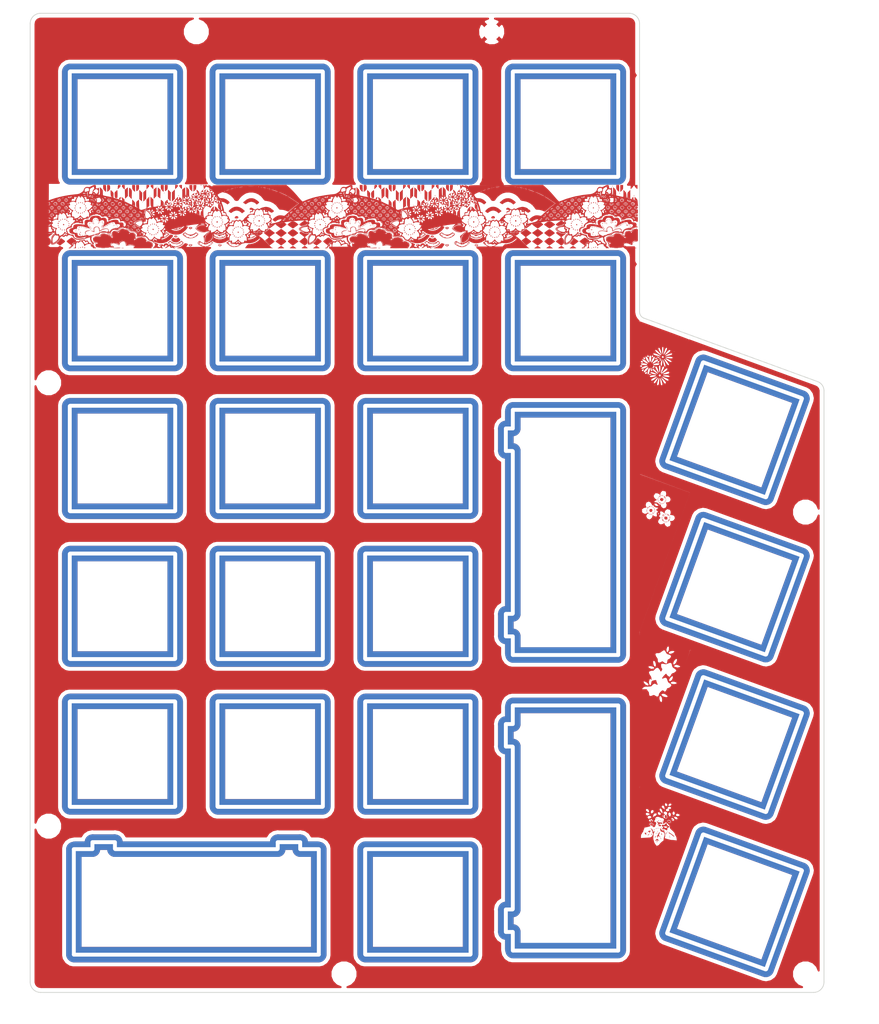
<source format=kicad_pcb>
(kicad_pcb (version 20171130) (host pcbnew "(5.1.5)-3")
  (layers (0 F.Cu signal) (31 B.Cu signal) (34 B.Paste user) (35 F.Paste user) (36 B.SilkS user) (37 F.SilkS user) (38 B.Mask user) (39 F.Mask user) (44 Edge.Cuts user))
  (net 0 "")
  (net 1 GND)
  (net 2 "Net-(SW2-Pad1)")
  (net 3 "Net-(SW15-Pad1)")
  (net 4 "Net-(SW9-Pad1)")
  (net 5 "Net-(SW24-Pad1)")
  (net 6 "Net-(SW23-Pad1)")
  (net 7 "Net-(SW22-Pad1)")
  (net 8 "Net-(SW21-Pad1)")
  (net 9 "Net-(SW20-Pad1)")
  (net 10 "Net-(SW19-Pad1)")
  (net 11 "Net-(SW18-Pad1)")
  (net 12 "Net-(SW17-Pad1)")
  (net 13 "Net-(SW14-Pad1)")
  (net 14 "Net-(SW13-Pad1)")
  (net 15 "Net-(SW11-Pad1)")
  (net 16 "Net-(SW10-Pad1)")
  (net 17 "Net-(SW8-Pad1)")
  (net 18 "Net-(SW7-Pad1)")
  (net 19 "Net-(SW6-Pad1)")
  (net 20 "Net-(SW5-Pad1)")
  (net 21 "Net-(SW4-Pad1)")
  (net 22 "Net-(SW25-Pad1)")
  (net 23 "Net-(SW16-Pad1)")
  (net 24 "Net-(SW12-Pad1)")
  (net 25 "Net-(SW3-Pad1)")
  (net 26 "Net-(SW1-Pad1)")
  (module kbd:SW_Hole_TH (layer F.Cu) (at 73.35 67.6)
    (fp_text reference SW16 hide)
    (fp_text value SW_PUSH hide)
    (pad 1 thru_hole oval (at 6.8 0) (size 2 15.5) (drill oval 0.5 14) (layers *.Cu *.Mask) (net 23 "Net-(SW16-Pad1)"))
    (pad 1 thru_hole oval (at -6.8 0) (size 2 15.5) (drill oval 0.5 14) (layers *.Cu *.Mask) (net 23 "Net-(SW16-Pad1)"))
    (pad 1 thru_hole oval (at 0 6.8 90) (size 2 15.5) (drill oval 0.5 14) (layers *.Cu *.Mask) (net 23 "Net-(SW16-Pad1)"))
    (pad 1 thru_hole oval (at 0 -6.8 90) (size 2 15.5) (drill oval 0.5 14) (layers *.Cu *.Mask) (net 23 "Net-(SW16-Pad1)"))
  )
  (module kbd:SW_Hole_TH (layer F.Cu) (at 92.4 24.5)
    (fp_text reference SW25 hide)
    (fp_text value SW_PUSH hide)
    (pad 1 thru_hole oval (at 6.8 0) (size 2 15.5) (drill oval 0.5 14) (layers *.Cu *.Mask) (net 22 "Net-(SW25-Pad1)"))
    (pad 1 thru_hole oval (at -6.8 0) (size 2 15.5) (drill oval 0.5 14) (layers *.Cu *.Mask) (net 22 "Net-(SW25-Pad1)"))
    (pad 1 thru_hole oval (at 0 6.8 90) (size 2 15.5) (drill oval 0.5 14) (layers *.Cu *.Mask) (net 22 "Net-(SW25-Pad1)"))
    (pad 1 thru_hole oval (at 0 -6.8 90) (size 2 15.5) (drill oval 0.5 14) (layers *.Cu *.Mask) (net 22 "Net-(SW25-Pad1)"))
  )
  (module kbd:SW_Hole_TH (layer F.Cu) (at 114.2 124.75 160)
    (fp_text reference SW4 hide)
    (fp_text value SW_PUSH hide)
    (pad 1 thru_hole oval (at 6.8 0 160) (size 2 15.5) (drill oval 0.5 14) (layers *.Cu *.Mask) (net 21 "Net-(SW4-Pad1)"))
    (pad 1 thru_hole oval (at -6.8 0 160) (size 2 15.5) (drill oval 0.5 14) (layers *.Cu *.Mask) (net 21 "Net-(SW4-Pad1)"))
    (pad 1 thru_hole oval (at 0 6.8 250) (size 2 15.5) (drill oval 0.5 14) (layers *.Cu *.Mask) (net 21 "Net-(SW4-Pad1)"))
    (pad 1 thru_hole oval (at 0 -6.8 250) (size 2 15.5) (drill oval 0.5 14) (layers *.Cu *.Mask) (net 21 "Net-(SW4-Pad1)"))
  )
  (module kbd:SW_Hole_TH (layer F.Cu) (at 35.25 105.7)
    (fp_text reference SW5 hide)
    (fp_text value SW_PUSH hide)
    (pad 1 thru_hole oval (at 6.8 0) (size 2 15.5) (drill oval 0.5 14) (layers *.Cu *.Mask) (net 20 "Net-(SW5-Pad1)"))
    (pad 1 thru_hole oval (at -6.8 0) (size 2 15.5) (drill oval 0.5 14) (layers *.Cu *.Mask) (net 20 "Net-(SW5-Pad1)"))
    (pad 1 thru_hole oval (at 0 6.8 90) (size 2 15.5) (drill oval 0.5 14) (layers *.Cu *.Mask) (net 20 "Net-(SW5-Pad1)"))
    (pad 1 thru_hole oval (at 0 -6.8 90) (size 2 15.5) (drill oval 0.5 14) (layers *.Cu *.Mask) (net 20 "Net-(SW5-Pad1)"))
  )
  (module kbd:SW_Hole_TH (layer F.Cu) (at 54.3 105.7)
    (fp_text reference SW6 hide)
    (fp_text value SW_PUSH hide)
    (pad 1 thru_hole oval (at 6.8 0) (size 2 15.5) (drill oval 0.5 14) (layers *.Cu *.Mask) (net 19 "Net-(SW6-Pad1)"))
    (pad 1 thru_hole oval (at -6.8 0) (size 2 15.5) (drill oval 0.5 14) (layers *.Cu *.Mask) (net 19 "Net-(SW6-Pad1)"))
    (pad 1 thru_hole oval (at 0 6.8 90) (size 2 15.5) (drill oval 0.5 14) (layers *.Cu *.Mask) (net 19 "Net-(SW6-Pad1)"))
    (pad 1 thru_hole oval (at 0 -6.8 90) (size 2 15.5) (drill oval 0.5 14) (layers *.Cu *.Mask) (net 19 "Net-(SW6-Pad1)"))
  )
  (module kbd:SW_Hole_TH (layer F.Cu) (at 73.35 105.7)
    (fp_text reference SW7 hide)
    (fp_text value SW_PUSH hide)
    (pad 1 thru_hole oval (at 6.8 0) (size 2 15.5) (drill oval 0.5 14) (layers *.Cu *.Mask) (net 18 "Net-(SW7-Pad1)"))
    (pad 1 thru_hole oval (at -6.8 0) (size 2 15.5) (drill oval 0.5 14) (layers *.Cu *.Mask) (net 18 "Net-(SW7-Pad1)"))
    (pad 1 thru_hole oval (at 0 6.8 90) (size 2 15.5) (drill oval 0.5 14) (layers *.Cu *.Mask) (net 18 "Net-(SW7-Pad1)"))
    (pad 1 thru_hole oval (at 0 -6.8 90) (size 2 15.5) (drill oval 0.5 14) (layers *.Cu *.Mask) (net 18 "Net-(SW7-Pad1)"))
  )
  (module kbd:SW_Hole_TH (layer F.Cu) (at 114.2 104.47 160)
    (fp_text reference SW8 hide)
    (fp_text value SW_PUSH hide)
    (pad 1 thru_hole oval (at 6.8 0 160) (size 2 15.5) (drill oval 0.5 14) (layers *.Cu *.Mask) (net 17 "Net-(SW8-Pad1)"))
    (pad 1 thru_hole oval (at -6.8 0 160) (size 2 15.5) (drill oval 0.5 14) (layers *.Cu *.Mask) (net 17 "Net-(SW8-Pad1)"))
    (pad 1 thru_hole oval (at 0 6.8 250) (size 2 15.5) (drill oval 0.5 14) (layers *.Cu *.Mask) (net 17 "Net-(SW8-Pad1)"))
    (pad 1 thru_hole oval (at 0 -6.8 250) (size 2 15.5) (drill oval 0.5 14) (layers *.Cu *.Mask) (net 17 "Net-(SW8-Pad1)"))
  )
  (module kbd:SW_Hole_TH (layer F.Cu) (at 54.3 86.65)
    (fp_text reference SW10 hide)
    (fp_text value SW_PUSH hide)
    (pad 1 thru_hole oval (at 6.8 0) (size 2 15.5) (drill oval 0.5 14) (layers *.Cu *.Mask) (net 16 "Net-(SW10-Pad1)"))
    (pad 1 thru_hole oval (at -6.8 0) (size 2 15.5) (drill oval 0.5 14) (layers *.Cu *.Mask) (net 16 "Net-(SW10-Pad1)"))
    (pad 1 thru_hole oval (at 0 6.8 90) (size 2 15.5) (drill oval 0.5 14) (layers *.Cu *.Mask) (net 16 "Net-(SW10-Pad1)"))
    (pad 1 thru_hole oval (at 0 -6.8 90) (size 2 15.5) (drill oval 0.5 14) (layers *.Cu *.Mask) (net 16 "Net-(SW10-Pad1)"))
  )
  (module kbd:SW_Hole_TH (layer F.Cu) (at 73.35 86.65)
    (fp_text reference SW11 hide)
    (fp_text value SW_PUSH hide)
    (pad 1 thru_hole oval (at 6.8 0) (size 2 15.5) (drill oval 0.5 14) (layers *.Cu *.Mask) (net 15 "Net-(SW11-Pad1)"))
    (pad 1 thru_hole oval (at -6.8 0) (size 2 15.5) (drill oval 0.5 14) (layers *.Cu *.Mask) (net 15 "Net-(SW11-Pad1)"))
    (pad 1 thru_hole oval (at 0 6.8 90) (size 2 15.5) (drill oval 0.5 14) (layers *.Cu *.Mask) (net 15 "Net-(SW11-Pad1)"))
    (pad 1 thru_hole oval (at 0 -6.8 90) (size 2 15.5) (drill oval 0.5 14) (layers *.Cu *.Mask) (net 15 "Net-(SW11-Pad1)"))
  )
  (module kbd:SW_Hole_TH (layer F.Cu) (at 114.2 84.18 160)
    (fp_text reference SW13 hide)
    (fp_text value SW_PUSH hide)
    (pad 1 thru_hole oval (at 6.8 0 160) (size 2 15.5) (drill oval 0.5 14) (layers *.Cu *.Mask) (net 14 "Net-(SW13-Pad1)"))
    (pad 1 thru_hole oval (at -6.8 0 160) (size 2 15.5) (drill oval 0.5 14) (layers *.Cu *.Mask) (net 14 "Net-(SW13-Pad1)"))
    (pad 1 thru_hole oval (at 0 6.8 250) (size 2 15.5) (drill oval 0.5 14) (layers *.Cu *.Mask) (net 14 "Net-(SW13-Pad1)"))
    (pad 1 thru_hole oval (at 0 -6.8 250) (size 2 15.5) (drill oval 0.5 14) (layers *.Cu *.Mask) (net 14 "Net-(SW13-Pad1)"))
  )
  (module kbd:SW_Hole_TH (layer F.Cu) (at 35.25 67.6)
    (fp_text reference SW14 hide)
    (fp_text value SW_PUSH hide)
    (pad 1 thru_hole oval (at 6.8 0) (size 2 15.5) (drill oval 0.5 14) (layers *.Cu *.Mask) (net 13 "Net-(SW14-Pad1)"))
    (pad 1 thru_hole oval (at -6.8 0) (size 2 15.5) (drill oval 0.5 14) (layers *.Cu *.Mask) (net 13 "Net-(SW14-Pad1)"))
    (pad 1 thru_hole oval (at 0 6.8 90) (size 2 15.5) (drill oval 0.5 14) (layers *.Cu *.Mask) (net 13 "Net-(SW14-Pad1)"))
    (pad 1 thru_hole oval (at 0 -6.8 90) (size 2 15.5) (drill oval 0.5 14) (layers *.Cu *.Mask) (net 13 "Net-(SW14-Pad1)"))
  )
  (module kbd:SW_Hole_TH (layer F.Cu) (at 114.2 63.9 160)
    (fp_text reference SW17 hide)
    (fp_text value SW_PUSH hide)
    (pad 1 thru_hole oval (at 6.8 0 160) (size 2 15.5) (drill oval 0.5 14) (layers *.Cu *.Mask) (net 12 "Net-(SW17-Pad1)"))
    (pad 1 thru_hole oval (at -6.8 0 160) (size 2 15.5) (drill oval 0.5 14) (layers *.Cu *.Mask) (net 12 "Net-(SW17-Pad1)"))
    (pad 1 thru_hole oval (at 0 6.8 250) (size 2 15.5) (drill oval 0.5 14) (layers *.Cu *.Mask) (net 12 "Net-(SW17-Pad1)"))
    (pad 1 thru_hole oval (at 0 -6.8 250) (size 2 15.5) (drill oval 0.5 14) (layers *.Cu *.Mask) (net 12 "Net-(SW17-Pad1)"))
  )
  (module kbd:SW_Hole_TH (layer F.Cu) (at 35.25 48.55)
    (fp_text reference SW18 hide)
    (fp_text value SW_PUSH hide)
    (pad 1 thru_hole oval (at 6.8 0) (size 2 15.5) (drill oval 0.5 14) (layers *.Cu *.Mask) (net 11 "Net-(SW18-Pad1)"))
    (pad 1 thru_hole oval (at -6.8 0) (size 2 15.5) (drill oval 0.5 14) (layers *.Cu *.Mask) (net 11 "Net-(SW18-Pad1)"))
    (pad 1 thru_hole oval (at 0 6.8 90) (size 2 15.5) (drill oval 0.5 14) (layers *.Cu *.Mask) (net 11 "Net-(SW18-Pad1)"))
    (pad 1 thru_hole oval (at 0 -6.8 90) (size 2 15.5) (drill oval 0.5 14) (layers *.Cu *.Mask) (net 11 "Net-(SW18-Pad1)"))
  )
  (module kbd:SW_Hole_TH (layer F.Cu) (at 54.3 48.55)
    (fp_text reference SW19 hide)
    (fp_text value SW_PUSH hide)
    (pad 1 thru_hole oval (at 6.8 0) (size 2 15.5) (drill oval 0.5 14) (layers *.Cu *.Mask) (net 10 "Net-(SW19-Pad1)"))
    (pad 1 thru_hole oval (at -6.8 0) (size 2 15.5) (drill oval 0.5 14) (layers *.Cu *.Mask) (net 10 "Net-(SW19-Pad1)"))
    (pad 1 thru_hole oval (at 0 6.8 90) (size 2 15.5) (drill oval 0.5 14) (layers *.Cu *.Mask) (net 10 "Net-(SW19-Pad1)"))
    (pad 1 thru_hole oval (at 0 -6.8 90) (size 2 15.5) (drill oval 0.5 14) (layers *.Cu *.Mask) (net 10 "Net-(SW19-Pad1)"))
  )
  (module kbd:SW_Hole_TH (layer F.Cu) (at 73.35 48.55)
    (fp_text reference SW20 hide)
    (fp_text value SW_PUSH hide)
    (pad 1 thru_hole oval (at 6.8 0) (size 2 15.5) (drill oval 0.5 14) (layers *.Cu *.Mask) (net 9 "Net-(SW20-Pad1)"))
    (pad 1 thru_hole oval (at -6.8 0) (size 2 15.5) (drill oval 0.5 14) (layers *.Cu *.Mask) (net 9 "Net-(SW20-Pad1)"))
    (pad 1 thru_hole oval (at 0 6.8 90) (size 2 15.5) (drill oval 0.5 14) (layers *.Cu *.Mask) (net 9 "Net-(SW20-Pad1)"))
    (pad 1 thru_hole oval (at 0 -6.8 90) (size 2 15.5) (drill oval 0.5 14) (layers *.Cu *.Mask) (net 9 "Net-(SW20-Pad1)"))
  )
  (module kbd:SW_Hole_TH (layer F.Cu) (at 92.4 48.55)
    (fp_text reference SW21 hide)
    (fp_text value SW_PUSH hide)
    (pad 1 thru_hole oval (at 6.8 0) (size 2 15.5) (drill oval 0.5 14) (layers *.Cu *.Mask) (net 8 "Net-(SW21-Pad1)"))
    (pad 1 thru_hole oval (at -6.8 0) (size 2 15.5) (drill oval 0.5 14) (layers *.Cu *.Mask) (net 8 "Net-(SW21-Pad1)"))
    (pad 1 thru_hole oval (at 0 6.8 90) (size 2 15.5) (drill oval 0.5 14) (layers *.Cu *.Mask) (net 8 "Net-(SW21-Pad1)"))
    (pad 1 thru_hole oval (at 0 -6.8 90) (size 2 15.5) (drill oval 0.5 14) (layers *.Cu *.Mask) (net 8 "Net-(SW21-Pad1)"))
  )
  (module kbd:SW_Hole_TH (layer F.Cu) (at 35.25 24.5)
    (fp_text reference SW22 hide)
    (fp_text value SW_PUSH hide)
    (pad 1 thru_hole oval (at 6.8 0) (size 2 15.5) (drill oval 0.5 14) (layers *.Cu *.Mask) (net 7 "Net-(SW22-Pad1)"))
    (pad 1 thru_hole oval (at -6.8 0) (size 2 15.5) (drill oval 0.5 14) (layers *.Cu *.Mask) (net 7 "Net-(SW22-Pad1)"))
    (pad 1 thru_hole oval (at 0 6.8 90) (size 2 15.5) (drill oval 0.5 14) (layers *.Cu *.Mask) (net 7 "Net-(SW22-Pad1)"))
    (pad 1 thru_hole oval (at 0 -6.8 90) (size 2 15.5) (drill oval 0.5 14) (layers *.Cu *.Mask) (net 7 "Net-(SW22-Pad1)"))
  )
  (module kbd:SW_Hole_TH (layer F.Cu) (at 54.3 24.5)
    (fp_text reference SW23 hide)
    (fp_text value SW_PUSH hide)
    (pad 1 thru_hole oval (at 6.8 0) (size 2 15.5) (drill oval 0.5 14) (layers *.Cu *.Mask) (net 6 "Net-(SW23-Pad1)"))
    (pad 1 thru_hole oval (at -6.8 0) (size 2 15.5) (drill oval 0.5 14) (layers *.Cu *.Mask) (net 6 "Net-(SW23-Pad1)"))
    (pad 1 thru_hole oval (at 0 6.8 90) (size 2 15.5) (drill oval 0.5 14) (layers *.Cu *.Mask) (net 6 "Net-(SW23-Pad1)"))
    (pad 1 thru_hole oval (at 0 -6.8 90) (size 2 15.5) (drill oval 0.5 14) (layers *.Cu *.Mask) (net 6 "Net-(SW23-Pad1)"))
  )
  (module kbd:SW_Hole_TH (layer F.Cu) (at 73.35 24.5)
    (fp_text reference SW24 hide)
    (fp_text value SW_PUSH hide)
    (pad 1 thru_hole oval (at 6.8 0) (size 2 15.5) (drill oval 0.5 14) (layers *.Cu *.Mask) (net 5 "Net-(SW24-Pad1)"))
    (pad 1 thru_hole oval (at -6.8 0) (size 2 15.5) (drill oval 0.5 14) (layers *.Cu *.Mask) (net 5 "Net-(SW24-Pad1)"))
    (pad 1 thru_hole oval (at 0 6.8 90) (size 2 15.5) (drill oval 0.5 14) (layers *.Cu *.Mask) (net 5 "Net-(SW24-Pad1)"))
    (pad 1 thru_hole oval (at 0 -6.8 90) (size 2 15.5) (drill oval 0.5 14) (layers *.Cu *.Mask) (net 5 "Net-(SW24-Pad1)"))
  )
  (module kbd:SW_Hole_TH (layer F.Cu) (at 35.25 86.65)
    (fp_text reference SW9 hide)
    (fp_text value SW_PUSH hide)
    (pad 1 thru_hole oval (at 6.8 0) (size 2 15.5) (drill oval 0.5 14) (layers *.Cu *.Mask) (net 4 "Net-(SW9-Pad1)"))
    (pad 1 thru_hole oval (at -6.8 0) (size 2 15.5) (drill oval 0.5 14) (layers *.Cu *.Mask) (net 4 "Net-(SW9-Pad1)"))
    (pad 1 thru_hole oval (at 0 6.8 90) (size 2 15.5) (drill oval 0.5 14) (layers *.Cu *.Mask) (net 4 "Net-(SW9-Pad1)"))
    (pad 1 thru_hole oval (at 0 -6.8 90) (size 2 15.5) (drill oval 0.5 14) (layers *.Cu *.Mask) (net 4 "Net-(SW9-Pad1)"))
  )
  (module kbd:SW_Hole_TH (layer F.Cu) (at 54.3 67.6)
    (fp_text reference SW15 hide)
    (fp_text value SW_PUSH hide)
    (pad 1 thru_hole oval (at 6.8 0) (size 2 15.5) (drill oval 0.5 14) (layers *.Cu *.Mask) (net 3 "Net-(SW15-Pad1)"))
    (pad 1 thru_hole oval (at -6.8 0) (size 2 15.5) (drill oval 0.5 14) (layers *.Cu *.Mask) (net 3 "Net-(SW15-Pad1)"))
    (pad 1 thru_hole oval (at 0 6.8 90) (size 2 15.5) (drill oval 0.5 14) (layers *.Cu *.Mask) (net 3 "Net-(SW15-Pad1)"))
    (pad 1 thru_hole oval (at 0 -6.8 90) (size 2 15.5) (drill oval 0.5 14) (layers *.Cu *.Mask) (net 3 "Net-(SW15-Pad1)"))
  )
  (module kbd:SW_Hole_TH (layer F.Cu) (at 73.35 124.75)
    (fp_text reference SW2 hide)
    (fp_text value SW_PUSH hide)
    (pad 1 thru_hole oval (at 6.8 0) (size 2 15.5) (drill oval 0.5 14) (layers *.Cu *.Mask) (net 2 "Net-(SW2-Pad1)"))
    (pad 1 thru_hole oval (at -6.8 0) (size 2 15.5) (drill oval 0.5 14) (layers *.Cu *.Mask) (net 2 "Net-(SW2-Pad1)"))
    (pad 1 thru_hole oval (at 0 6.8 90) (size 2 15.5) (drill oval 0.5 14) (layers *.Cu *.Mask) (net 2 "Net-(SW2-Pad1)"))
    (pad 1 thru_hole oval (at 0 -6.8 90) (size 2 15.5) (drill oval 0.5 14) (layers *.Cu *.Mask) (net 2 "Net-(SW2-Pad1)"))
  )
  (module Mounting_Holes:MountingHole_2.2mm_M2 (layer F.Cu) (at 82.875 12.59375)
    (fp_text reference J1 hide)
    (fp_text value Conn_01x01)
    (pad 1 np_thru_hole circle (at 0 0) (size 2.2 2.2) (drill 2.2) (layers *.Cu *.Mask) (net 1 GND))
  )
  (module kbd:HOLE_m2 (layer F.Cu) (at 44.775 12.59375)
    (fp_text reference J9)
    (fp_text value Conn_01x01)
    (pad "" np_thru_hole circle (at 0 0) (size 2.2 2.2) (drill 2.2) (layers *.Cu *.Mask))
  )
  (module kbd:HOLE_m2 (layer F.Cu) (at 25.725 57.8375)
    (fp_text reference J8)
    (fp_text value Conn_01x01)
    (pad "" np_thru_hole circle (at 0 0) (size 2.2 2.2) (drill 2.2) (layers *.Cu *.Mask))
  )
  (module kbd:HOLE_m2 (layer F.Cu) (at 25.725 114.9875)
    (fp_text reference J7)
    (fp_text value Conn_01x01)
    (pad "" np_thru_hole circle (at 0 0) (size 2.2 2.2) (drill 2.2) (layers *.Cu *.Mask))
  )
  (module kbd:HOLE_m2 (layer F.Cu) (at 63.825 134.0375)
    (fp_text reference J5)
    (fp_text value Conn_01x01)
    (pad "" np_thru_hole circle (at 0 0) (size 2.2 2.2) (drill 2.2) (layers *.Cu *.Mask))
  )
  (module kbd:HOLE_m2 (layer F.Cu) (at 123.35625 134.0375)
    (fp_text reference J4)
    (fp_text value Conn_01x01)
    (pad "" np_thru_hole circle (at 0 0) (size 2.2 2.2) (drill 2.2) (layers *.Cu *.Mask))
  )
  (module kbd:HOLE_m2 (layer F.Cu) (at 123.35625 74.50625)
    (fp_text reference J3)
    (fp_text value Conn_01x01)
    (pad "" np_thru_hole circle (at 0 0) (size 2.2 2.2) (drill 2.2) (layers *.Cu *.Mask))
  )
  (module kbd:SW_Hole_2u_TH (layer F.Cu) (at 44.775 124.75 180)
    (fp_text reference SW1 hide)
    (fp_text value SW_PUSH hide)
    (pad 1 thru_hole oval (at 0 -6.8 270) (size 2 33.5) (drill oval 0.5 32.1) (layers *.Cu *.Mask) (net 26 "Net-(SW1-Pad1)"))
    (pad 1 thru_hole oval (at 0 6.8 270) (size 2 22.9) (drill oval 0.5 21.4) (layers *.Cu *.Mask) (net 26 "Net-(SW1-Pad1)"))
    (pad 1 thru_hole oval (at -14.6 6.8 270) (size 2 4) (drill oval 0.5 2.9) (layers *.Cu *.Mask) (net 26 "Net-(SW1-Pad1)"))
    (pad 1 thru_hole oval (at 15.8 0) (size 2 15.5) (drill oval 0.5 14) (layers *.Cu *.Mask) (net 26 "Net-(SW1-Pad1)"))
    (pad 1 thru_hole oval (at -15.8 0) (size 2 15.5) (drill oval 0.5 14) (layers *.Cu *.Mask) (net 26 "Net-(SW1-Pad1)"))
    (pad 1 thru_hole oval (at -11.95 7.7 270) (size 2 4.7) (drill oval 0.5 3.4) (layers *.Cu *.Mask) (net 26 "Net-(SW1-Pad1)"))
    (pad 1 thru_hole oval (at -13.4 7.25) (size 2 2.9) (drill oval 0.5 1.3) (layers *.Cu *.Mask) (net 26 "Net-(SW1-Pad1)"))
    (pad 1 thru_hole oval (at -10.5 7.25) (size 2 2.9) (drill oval 0.5 1.3) (layers *.Cu *.Mask) (net 26 "Net-(SW1-Pad1)"))
    (pad 1 thru_hole oval (at 13.4 7.25) (size 2 2.9) (drill oval 0.5 1.3) (layers *.Cu *.Mask) (net 26 "Net-(SW1-Pad1)"))
    (pad 1 thru_hole oval (at 10.5 7.25) (size 2 2.9) (drill oval 0.5 1.3) (layers *.Cu *.Mask) (net 26 "Net-(SW1-Pad1)"))
    (pad 1 thru_hole oval (at 11.95 7.7 270) (size 2 4.7) (drill oval 0.5 3.4) (layers *.Cu *.Mask) (net 26 "Net-(SW1-Pad1)"))
    (pad 1 thru_hole oval (at 14.6 6.8 270) (size 2 4) (drill oval 0.5 2.9) (layers *.Cu *.Mask) (net 26 "Net-(SW1-Pad1)"))
  )
  (module kbd:SW_Hole_2u_TH (layer F.Cu) (at 92.4 115.225 270)
    (fp_text reference SW3 hide)
    (fp_text value SW_PUSH hide)
    (pad 1 thru_hole oval (at 14.6 6.8) (size 2 4) (drill oval 0.5 2.9) (layers *.Cu *.Mask) (net 25 "Net-(SW3-Pad1)"))
    (pad 1 thru_hole oval (at 11.95 7.7) (size 2 4.7) (drill oval 0.5 3.4) (layers *.Cu *.Mask) (net 25 "Net-(SW3-Pad1)"))
    (pad 1 thru_hole oval (at 10.5 7.25 90) (size 2 2.9) (drill oval 0.5 1.3) (layers *.Cu *.Mask) (net 25 "Net-(SW3-Pad1)"))
    (pad 1 thru_hole oval (at 13.4 7.25 90) (size 2 2.9) (drill oval 0.5 1.3) (layers *.Cu *.Mask) (net 25 "Net-(SW3-Pad1)"))
    (pad 1 thru_hole oval (at -10.5 7.25 90) (size 2 2.9) (drill oval 0.5 1.3) (layers *.Cu *.Mask) (net 25 "Net-(SW3-Pad1)"))
    (pad 1 thru_hole oval (at -13.4 7.25 90) (size 2 2.9) (drill oval 0.5 1.3) (layers *.Cu *.Mask) (net 25 "Net-(SW3-Pad1)"))
    (pad 1 thru_hole oval (at -11.95 7.7) (size 2 4.7) (drill oval 0.5 3.4) (layers *.Cu *.Mask) (net 25 "Net-(SW3-Pad1)"))
    (pad 1 thru_hole oval (at -15.8 0 90) (size 2 15.5) (drill oval 0.5 14) (layers *.Cu *.Mask) (net 25 "Net-(SW3-Pad1)"))
    (pad 1 thru_hole oval (at 15.8 0 90) (size 2 15.5) (drill oval 0.5 14) (layers *.Cu *.Mask) (net 25 "Net-(SW3-Pad1)"))
    (pad 1 thru_hole oval (at -14.6 6.8) (size 2 4) (drill oval 0.5 2.9) (layers *.Cu *.Mask) (net 25 "Net-(SW3-Pad1)"))
    (pad 1 thru_hole oval (at 0 6.8) (size 2 22.9) (drill oval 0.5 21.4) (layers *.Cu *.Mask) (net 25 "Net-(SW3-Pad1)"))
    (pad 1 thru_hole oval (at 0 -6.8) (size 2 33.5) (drill oval 0.5 32.1) (layers *.Cu *.Mask) (net 25 "Net-(SW3-Pad1)"))
  )
  (module kbd:SW_Hole_2u_TH (layer F.Cu) (at 92.4 77.125 270)
    (fp_text reference SW12 hide)
    (fp_text value SW_PUSH hide)
    (pad 1 thru_hole oval (at 0 -6.8) (size 2 33.5) (drill oval 0.5 32.1) (layers *.Cu *.Mask) (net 24 "Net-(SW12-Pad1)"))
    (pad 1 thru_hole oval (at 0 6.8) (size 2 22.9) (drill oval 0.5 21.4) (layers *.Cu *.Mask) (net 24 "Net-(SW12-Pad1)"))
    (pad 1 thru_hole oval (at -14.6 6.8) (size 2 4) (drill oval 0.5 2.9) (layers *.Cu *.Mask) (net 24 "Net-(SW12-Pad1)"))
    (pad 1 thru_hole oval (at 15.8 0 90) (size 2 15.5) (drill oval 0.5 14) (layers *.Cu *.Mask) (net 24 "Net-(SW12-Pad1)"))
    (pad 1 thru_hole oval (at -15.8 0 90) (size 2 15.5) (drill oval 0.5 14) (layers *.Cu *.Mask) (net 24 "Net-(SW12-Pad1)"))
    (pad 1 thru_hole oval (at -11.95 7.7) (size 2 4.7) (drill oval 0.5 3.4) (layers *.Cu *.Mask) (net 24 "Net-(SW12-Pad1)"))
    (pad 1 thru_hole oval (at -13.4 7.25 90) (size 2 2.9) (drill oval 0.5 1.3) (layers *.Cu *.Mask) (net 24 "Net-(SW12-Pad1)"))
    (pad 1 thru_hole oval (at -10.5 7.25 90) (size 2 2.9) (drill oval 0.5 1.3) (layers *.Cu *.Mask) (net 24 "Net-(SW12-Pad1)"))
    (pad 1 thru_hole oval (at 13.4 7.25 90) (size 2 2.9) (drill oval 0.5 1.3) (layers *.Cu *.Mask) (net 24 "Net-(SW12-Pad1)"))
    (pad 1 thru_hole oval (at 10.5 7.25 90) (size 2 2.9) (drill oval 0.5 1.3) (layers *.Cu *.Mask) (net 24 "Net-(SW12-Pad1)"))
    (pad 1 thru_hole oval (at 11.95 7.7) (size 2 4.7) (drill oval 0.5 3.4) (layers *.Cu *.Mask) (net 24 "Net-(SW12-Pad1)"))
    (pad 1 thru_hole oval (at 14.6 6.8) (size 2 4) (drill oval 0.5 2.9) (layers *.Cu *.Mask) (net 24 "Net-(SW12-Pad1)"))
  )
  (module logos:GETTA25PCBm (layer F.Cu) (at 64 13.63)
    (fp_text reference G*** hide)
    (fp_text value LOGO hide)
  )
  (module logos:hanaot (layer F.Cu) (at 63.65 36.4)
    (fp_text reference G*** hide)
    (fp_text value LOGO hide)
    (fp_poly (pts (xy 30.574342 -2.181416) (xy 30.588418 -2.169885) (xy 30.617147 -2.08897) (xy 30.579721 -2.017444) (xy 30.531313 -2.001212) (xy 30.465502 -2.038591) (xy 30.45158 -2.056996) (xy 30.445586 -2.135253) (xy 30.499876 -2.187756) (xy 30.574342 -2.181416)) (layer F.Cu) (width 0.01))
    (fp_poly (pts (xy -2.522628 -2.181416) (xy -2.508552 -2.169885) (xy -2.479823 -2.08897) (xy -2.517249 -2.017444) (xy -2.565657 -2.001212) (xy -2.631468 -2.038591) (xy -2.64539 -2.056996) (xy -2.651384 -2.135253) (xy -2.597094 -2.187756) (xy -2.522628 -2.181416)) (layer F.Cu) (width 0.01))
    (fp_poly (pts (xy -35.619597 -2.181416) (xy -35.605522 -2.169885) (xy -35.576792 -2.08897) (xy -35.614219 -2.017444) (xy -35.662626 -2.001212) (xy -35.728438 -2.038591) (xy -35.742359 -2.056996) (xy -35.748354 -2.135253) (xy -35.694063 -2.187756) (xy -35.619597 -2.181416)) (layer F.Cu) (width 0.01))
    (fp_poly (pts (xy 37.501344 -1.652192) (xy 37.509899 -1.616364) (xy 37.471633 -1.551819) (xy 37.390722 -1.542869) (xy 37.34025 -1.572208) (xy 37.328317 -1.634994) (xy 37.387029 -1.684806) (xy 37.435957 -1.693333) (xy 37.501344 -1.652192)) (layer F.Cu) (width 0.01))
    (fp_poly (pts (xy 36.577322 -1.652259) (xy 36.586262 -1.616364) (xy 36.545188 -1.548334) (xy 36.509293 -1.539394) (xy 36.441263 -1.580469) (xy 36.432323 -1.616364) (xy 36.473398 -1.684393) (xy 36.509293 -1.693333) (xy 36.577322 -1.652259)) (layer F.Cu) (width 0.01))
    (fp_poly (pts (xy 29.650706 -1.206467) (xy 29.664781 -1.194936) (xy 29.693511 -1.11402) (xy 29.656084 -1.042495) (xy 29.607677 -1.026263) (xy 29.541865 -1.063641) (xy 29.527944 -1.082047) (xy 29.521949 -1.160303) (xy 29.57624 -1.212806) (xy 29.650706 -1.206467)) (layer F.Cu) (width 0.01))
    (fp_poly (pts (xy 28.727069 -1.206467) (xy 28.741145 -1.194936) (xy 28.769874 -1.11402) (xy 28.732448 -1.042495) (xy 28.68404 -1.026263) (xy 28.618229 -1.063641) (xy 28.604307 -1.082047) (xy 28.598313 -1.160303) (xy 28.652603 -1.212806) (xy 28.727069 -1.206467)) (layer F.Cu) (width 0.01))
    (fp_poly (pts (xy 27.803433 -1.206467) (xy 27.817509 -1.194936) (xy 27.846238 -1.11402) (xy 27.808812 -1.042495) (xy 27.760404 -1.026263) (xy 27.694593 -1.063641) (xy 27.680671 -1.082047) (xy 27.674677 -1.160303) (xy 27.728967 -1.212806) (xy 27.803433 -1.206467)) (layer F.Cu) (width 0.01))
    (fp_poly (pts (xy 4.866463 -1.206467) (xy 4.880539 -1.194936) (xy 4.909268 -1.11402) (xy 4.871842 -1.042495) (xy 4.823434 -1.026263) (xy 4.757623 -1.063641) (xy 4.743701 -1.082047) (xy 4.737707 -1.160303) (xy 4.791997 -1.212806) (xy 4.866463 -1.206467)) (layer F.Cu) (width 0.01))
    (fp_poly (pts (xy 3.942827 -1.206467) (xy 3.956903 -1.194936) (xy 3.985632 -1.11402) (xy 3.948205 -1.042495) (xy 3.899798 -1.026263) (xy 3.833987 -1.063641) (xy 3.820065 -1.082047) (xy 3.814071 -1.160303) (xy 3.868361 -1.212806) (xy 3.942827 -1.206467)) (layer F.Cu) (width 0.01))
    (fp_poly (pts (xy 2.095554 -1.206467) (xy 2.10963 -1.194936) (xy 2.138359 -1.11402) (xy 2.100933 -1.042495) (xy 2.052525 -1.026263) (xy 1.986714 -1.063641) (xy 1.972792 -1.082047) (xy 1.966798 -1.160303) (xy 2.021088 -1.212806) (xy 2.095554 -1.206467)) (layer F.Cu) (width 0.01))
    (fp_poly (pts (xy 1.171918 -1.206467) (xy 1.185993 -1.194936) (xy 1.214723 -1.11402) (xy 1.177296 -1.042495) (xy 1.128889 -1.026263) (xy 1.063078 -1.063641) (xy 1.049156 -1.082047) (xy 1.043161 -1.160303) (xy 1.097452 -1.212806) (xy 1.171918 -1.206467)) (layer F.Cu) (width 0.01))
    (fp_poly (pts (xy -3.446264 -1.206467) (xy -3.432188 -1.194936) (xy -3.403459 -1.11402) (xy -3.440885 -1.042495) (xy -3.489293 -1.026263) (xy -3.555104 -1.063641) (xy -3.569026 -1.082047) (xy -3.57502 -1.160303) (xy -3.52073 -1.212806) (xy -3.446264 -1.206467)) (layer F.Cu) (width 0.01))
    (fp_poly (pts (xy -4.3699 -1.206467) (xy -4.355825 -1.194936) (xy -4.327096 -1.11402) (xy -4.364522 -1.042495) (xy -4.412929 -1.026263) (xy -4.478741 -1.063641) (xy -4.492662 -1.082047) (xy -4.498657 -1.160303) (xy -4.444366 -1.212806) (xy -4.3699 -1.206467)) (layer F.Cu) (width 0.01))
    (fp_poly (pts (xy -5.293537 -1.206467) (xy -5.279461 -1.194936) (xy -5.250732 -1.11402) (xy -5.288158 -1.042495) (xy -5.336566 -1.026263) (xy -5.402377 -1.063641) (xy -5.416299 -1.082047) (xy -5.422293 -1.160303) (xy -5.368003 -1.212806) (xy -5.293537 -1.206467)) (layer F.Cu) (width 0.01))
    (fp_poly (pts (xy -28.230507 -1.206467) (xy -28.216431 -1.194936) (xy -28.187702 -1.11402) (xy -28.225128 -1.042495) (xy -28.273536 -1.026263) (xy -28.339347 -1.063641) (xy -28.353268 -1.082047) (xy -28.359263 -1.160303) (xy -28.304972 -1.212806) (xy -28.230507 -1.206467)) (layer F.Cu) (width 0.01))
    (fp_poly (pts (xy -29.154143 -1.206467) (xy -29.140067 -1.194936) (xy -29.111338 -1.11402) (xy -29.148764 -1.042495) (xy -29.197172 -1.026263) (xy -29.262983 -1.063641) (xy -29.276905 -1.082047) (xy -29.282899 -1.160303) (xy -29.228609 -1.212806) (xy -29.154143 -1.206467)) (layer F.Cu) (width 0.01))
    (fp_poly (pts (xy -31.001416 -1.206467) (xy -30.98734 -1.194936) (xy -30.958611 -1.11402) (xy -30.996037 -1.042495) (xy -31.044445 -1.026263) (xy -31.110256 -1.063641) (xy -31.124178 -1.082047) (xy -31.130172 -1.160303) (xy -31.075882 -1.212806) (xy -31.001416 -1.206467)) (layer F.Cu) (width 0.01))
    (fp_poly (pts (xy -31.925052 -1.206467) (xy -31.910976 -1.194936) (xy -31.882247 -1.11402) (xy -31.919673 -1.042495) (xy -31.968081 -1.026263) (xy -32.033892 -1.063641) (xy -32.047814 -1.082047) (xy -32.053808 -1.160303) (xy -31.999518 -1.212806) (xy -31.925052 -1.206467)) (layer F.Cu) (width 0.01))
    (fp_poly (pts (xy -36.543234 -1.206467) (xy -36.529158 -1.194936) (xy -36.500429 -1.11402) (xy -36.537855 -1.042495) (xy -36.586263 -1.026263) (xy -36.652074 -1.063641) (xy -36.665996 -1.082047) (xy -36.67199 -1.160303) (xy -36.6177 -1.212806) (xy -36.543234 -1.206467)) (layer F.Cu) (width 0.01))
    (fp_poly (pts (xy -37.46687 -1.206467) (xy -37.452794 -1.194936) (xy -37.424065 -1.11402) (xy -37.461491 -1.042495) (xy -37.509899 -1.026263) (xy -37.57571 -1.063641) (xy -37.589632 -1.082047) (xy -37.595626 -1.160303) (xy -37.541336 -1.212806) (xy -37.46687 -1.206467)) (layer F.Cu) (width 0.01))
    (fp_poly (pts (xy 37.500958 -0.677309) (xy 37.509899 -0.641414) (xy 37.468824 -0.573385) (xy 37.432929 -0.564445) (xy 37.3649 -0.605519) (xy 37.355959 -0.641414) (xy 37.397034 -0.709444) (xy 37.432929 -0.718384) (xy 37.500958 -0.677309)) (layer F.Cu) (width 0.01))
    (fp_poly (pts (xy 36.594411 -0.665847) (xy 36.581929 -0.607058) (xy 36.512003 -0.57351) (xy 36.443539 -0.598303) (xy 36.432323 -0.641414) (xy 36.469211 -0.706115) (xy 36.522121 -0.708615) (xy 36.594411 -0.665847)) (layer F.Cu) (width 0.01))
    (fp_poly (pts (xy 35.670774 -0.665847) (xy 35.658292 -0.607058) (xy 35.588367 -0.57351) (xy 35.519903 -0.598303) (xy 35.508687 -0.641414) (xy 35.545575 -0.706115) (xy 35.598485 -0.708615) (xy 35.670774 -0.665847)) (layer F.Cu) (width 0.01))
    (fp_poly (pts (xy 5.379324 -0.677243) (xy 5.387879 -0.641414) (xy 5.349613 -0.576869) (xy 5.268702 -0.567919) (xy 5.21823 -0.597258) (xy 5.206296 -0.660044) (xy 5.265009 -0.709857) (xy 5.313937 -0.718384) (xy 5.379324 -0.677243)) (layer F.Cu) (width 0.01))
    (fp_poly (pts (xy 4.455688 -0.677243) (xy 4.464242 -0.641414) (xy 4.425977 -0.576869) (xy 4.345066 -0.567919) (xy 4.294593 -0.597258) (xy 4.28266 -0.660044) (xy 4.341372 -0.709857) (xy 4.390301 -0.718384) (xy 4.455688 -0.677243)) (layer F.Cu) (width 0.01))
    (fp_poly (pts (xy 2.608415 -0.677243) (xy 2.61697 -0.641414) (xy 2.578704 -0.576869) (xy 2.497793 -0.567919) (xy 2.447321 -0.597258) (xy 2.435387 -0.660044) (xy 2.494099 -0.709857) (xy 2.543028 -0.718384) (xy 2.608415 -0.677243)) (layer F.Cu) (width 0.01))
    (fp_poly (pts (xy 1.684778 -0.677243) (xy 1.693333 -0.641414) (xy 1.655068 -0.576869) (xy 1.574156 -0.567919) (xy 1.523684 -0.597258) (xy 1.511751 -0.660044) (xy 1.570463 -0.709857) (xy 1.619392 -0.718384) (xy 1.684778 -0.677243)) (layer F.Cu) (width 0.01))
    (fp_poly (pts (xy -27.717646 -0.677243) (xy -27.709091 -0.641414) (xy -27.747357 -0.576869) (xy -27.828268 -0.567919) (xy -27.87874 -0.597258) (xy -27.890673 -0.660044) (xy -27.831961 -0.709857) (xy -27.783032 -0.718384) (xy -27.717646 -0.677243)) (layer F.Cu) (width 0.01))
    (fp_poly (pts (xy -28.641282 -0.677243) (xy -28.632727 -0.641414) (xy -28.670993 -0.576869) (xy -28.751904 -0.567919) (xy -28.802376 -0.597258) (xy -28.81431 -0.660044) (xy -28.755598 -0.709857) (xy -28.706669 -0.718384) (xy -28.641282 -0.677243)) (layer F.Cu) (width 0.01))
    (fp_poly (pts (xy -30.488555 -0.677243) (xy -30.48 -0.641414) (xy -30.518266 -0.576869) (xy -30.599177 -0.567919) (xy -30.649649 -0.597258) (xy -30.661582 -0.660044) (xy -30.60287 -0.709857) (xy -30.553942 -0.718384) (xy -30.488555 -0.677243)) (layer F.Cu) (width 0.01))
    (fp_poly (pts (xy -31.412191 -0.677243) (xy -31.403637 -0.641414) (xy -31.441902 -0.576869) (xy -31.522813 -0.567919) (xy -31.573285 -0.597258) (xy -31.585219 -0.660044) (xy -31.526507 -0.709857) (xy -31.477578 -0.718384) (xy -31.412191 -0.677243)) (layer F.Cu) (width 0.01))
    (fp_poly (pts (xy 4.866463 -0.231517) (xy 4.880539 -0.219986) (xy 4.909268 -0.139071) (xy 4.871842 -0.067545) (xy 4.823434 -0.051313) (xy 4.757623 -0.088692) (xy 4.743701 -0.107097) (xy 4.737707 -0.185354) (xy 4.791997 -0.237857) (xy 4.866463 -0.231517)) (layer F.Cu) (width 0.01))
    (fp_poly (pts (xy -28.230507 -0.231517) (xy -28.216431 -0.219986) (xy -28.187702 -0.139071) (xy -28.225128 -0.067545) (xy -28.273536 -0.051313) (xy -28.339347 -0.088692) (xy -28.353268 -0.107097) (xy -28.359263 -0.185354) (xy -28.304972 -0.237857) (xy -28.230507 -0.231517)) (layer F.Cu) (width 0.01))
    (fp_poly (pts (xy 5.378938 0.29764) (xy 5.387879 0.333535) (xy 5.346804 0.401565) (xy 5.310909 0.410505) (xy 5.24288 0.36943) (xy 5.233939 0.333535) (xy 5.275014 0.265506) (xy 5.310909 0.256566) (xy 5.378938 0.29764)) (layer F.Cu) (width 0.01))
    (fp_poly (pts (xy -27.718031 0.29764) (xy -27.709091 0.333535) (xy -27.750166 0.401565) (xy -27.786061 0.410505) (xy -27.85409 0.36943) (xy -27.86303 0.333535) (xy -27.821956 0.265506) (xy -27.786061 0.256566) (xy -27.718031 0.29764)) (layer F.Cu) (width 0.01))
    (fp_poly (pts (xy 14.197638 2.188297) (xy 14.188081 2.206465) (xy 14.139733 2.255469) (xy 14.130711 2.257778) (xy 14.12721 2.224632) (xy 14.136767 2.206465) (xy 14.185115 2.15746) (xy 14.194137 2.155151) (xy 14.197638 2.188297)) (layer F.Cu) (width 0.01))
    (fp_poly (pts (xy 12.725656 2.232121) (xy 12.7 2.257778) (xy 12.674343 2.232121) (xy 12.7 2.206465) (xy 12.725656 2.232121)) (layer F.Cu) (width 0.01))
    (fp_poly (pts (xy 12.930909 2.334747) (xy 12.905252 2.360404) (xy 12.879596 2.334747) (xy 12.905252 2.309091) (xy 12.930909 2.334747)) (layer F.Cu) (width 0.01))
    (fp_poly (pts (xy 12.666415 2.329847) (xy 12.721502 2.381514) (xy 12.710202 2.411218) (xy 12.703028 2.411717) (xy 12.659627 2.37527) (xy 12.643787 2.352476) (xy 12.637739 2.317362) (xy 12.666415 2.329847)) (layer F.Cu) (width 0.01))
    (fp_poly (pts (xy 13.683501 2.480135) (xy 13.676458 2.51064) (xy 13.649293 2.514343) (xy 13.607056 2.495569) (xy 13.615084 2.480135) (xy 13.675981 2.473993) (xy 13.683501 2.480135)) (layer F.Cu) (width 0.01))
    (fp_poly (pts (xy 12.877508 2.448966) (xy 12.879596 2.46303) (xy 12.862089 2.513009) (xy 12.856968 2.514343) (xy 12.813158 2.478386) (xy 12.802626 2.46303) (xy 12.806694 2.415746) (xy 12.825254 2.411717) (xy 12.877508 2.448966)) (layer F.Cu) (width 0.01))
    (fp_poly (pts (xy -18.899331 2.188297) (xy -18.908889 2.206465) (xy -18.957237 2.255469) (xy -18.966259 2.257778) (xy -18.96976 2.224632) (xy -18.960202 2.206465) (xy -18.911854 2.15746) (xy -18.902832 2.155151) (xy -18.899331 2.188297)) (layer F.Cu) (width 0.01))
    (fp_poly (pts (xy -20.371313 2.232121) (xy -20.39697 2.257778) (xy -20.422626 2.232121) (xy -20.39697 2.206465) (xy -20.371313 2.232121)) (layer F.Cu) (width 0.01))
    (fp_poly (pts (xy -20.166061 2.334747) (xy -20.191717 2.360404) (xy -20.217374 2.334747) (xy -20.191717 2.309091) (xy -20.166061 2.334747)) (layer F.Cu) (width 0.01))
    (fp_poly (pts (xy -20.430555 2.329847) (xy -20.375468 2.381514) (xy -20.386768 2.411218) (xy -20.393942 2.411717) (xy -20.437343 2.37527) (xy -20.453183 2.352476) (xy -20.459231 2.317362) (xy -20.430555 2.329847)) (layer F.Cu) (width 0.01))
    (fp_poly (pts (xy -19.413468 2.480135) (xy -19.420512 2.51064) (xy -19.447677 2.514343) (xy -19.489913 2.495569) (xy -19.481886 2.480135) (xy -19.420989 2.473993) (xy -19.413468 2.480135)) (layer F.Cu) (width 0.01))
    (fp_poly (pts (xy -20.219462 2.448966) (xy -20.217374 2.46303) (xy -20.234881 2.513009) (xy -20.240002 2.514343) (xy -20.283812 2.478386) (xy -20.294344 2.46303) (xy -20.290275 2.415746) (xy -20.271715 2.411717) (xy -20.219462 2.448966)) (layer F.Cu) (width 0.01))
    (fp_poly (pts (xy 17.292525 3.720202) (xy 17.266868 3.745858) (xy 17.241212 3.720202) (xy 17.266868 3.694545) (xy 17.292525 3.720202)) (layer F.Cu) (width 0.01))
    (fp_poly (pts (xy 13.546666 3.720202) (xy 13.52101 3.745858) (xy 13.495353 3.720202) (xy 13.52101 3.694545) (xy 13.546666 3.720202)) (layer F.Cu) (width 0.01))
    (fp_poly (pts (xy -15.804445 3.720202) (xy -15.830101 3.745858) (xy -15.855758 3.720202) (xy -15.830101 3.694545) (xy -15.804445 3.720202)) (layer F.Cu) (width 0.01))
    (fp_poly (pts (xy -19.550303 3.720202) (xy -19.57596 3.745858) (xy -19.601616 3.720202) (xy -19.57596 3.694545) (xy -19.550303 3.720202)) (layer F.Cu) (width 0.01))
    (fp_poly (pts (xy 9.646868 3.720202) (xy 9.621212 3.745858) (xy 9.595555 3.720202) (xy 9.621212 3.694545) (xy 9.646868 3.720202)) (layer F.Cu) (width 0.01))
    (fp_poly (pts (xy 12.400673 3.403771) (xy 12.406814 3.464668) (xy 12.400673 3.472188) (xy 12.370168 3.465145) (xy 12.366464 3.43798) (xy 12.385239 3.395743) (xy 12.400673 3.403771)) (layer F.Cu) (width 0.01))
    (fp_poly (pts (xy 12.263838 3.514949) (xy 12.238182 3.540606) (xy 12.212525 3.514949) (xy 12.238182 3.489293) (xy 12.263838 3.514949)) (layer F.Cu) (width 0.01))
    (fp_poly (pts (xy 11.955959 3.617576) (xy 11.930303 3.643232) (xy 11.904646 3.617576) (xy 11.930303 3.591919) (xy 11.955959 3.617576)) (layer F.Cu) (width 0.01))
    (fp_poly (pts (xy 11.788123 3.612231) (xy 11.772819 3.635553) (xy 11.720774 3.639181) (xy 11.666021 3.626649) (xy 11.689773 3.608179) (xy 11.769969 3.602062) (xy 11.788123 3.612231)) (layer F.Cu) (width 0.01))
    (fp_poly (pts (xy 11.237576 3.617576) (xy 11.211919 3.643232) (xy 11.186262 3.617576) (xy 11.211919 3.591919) (xy 11.237576 3.617576)) (layer F.Cu) (width 0.01))
    (fp_poly (pts (xy 12.144108 3.660337) (xy 12.137064 3.690842) (xy 12.109899 3.694545) (xy 12.067662 3.675771) (xy 12.07569 3.660337) (xy 12.136587 3.654195) (xy 12.144108 3.660337)) (layer F.Cu) (width 0.01))
    (fp_poly (pts (xy -23.450101 3.720202) (xy -23.475758 3.745858) (xy -23.501414 3.720202) (xy -23.475758 3.694545) (xy -23.450101 3.720202)) (layer F.Cu) (width 0.01))
    (fp_poly (pts (xy -20.696296 3.403771) (xy -20.690155 3.464668) (xy -20.696296 3.472188) (xy -20.726802 3.465145) (xy -20.730505 3.43798) (xy -20.711731 3.395743) (xy -20.696296 3.403771)) (layer F.Cu) (width 0.01))
    (fp_poly (pts (xy -20.833132 3.514949) (xy -20.858788 3.540606) (xy -20.884445 3.514949) (xy -20.858788 3.489293) (xy -20.833132 3.514949)) (layer F.Cu) (width 0.01))
    (fp_poly (pts (xy -21.14101 3.617576) (xy -21.166667 3.643232) (xy -21.192323 3.617576) (xy -21.166667 3.591919) (xy -21.14101 3.617576)) (layer F.Cu) (width 0.01))
    (fp_poly (pts (xy -21.308847 3.612231) (xy -21.324151 3.635553) (xy -21.376195 3.639181) (xy -21.430948 3.626649) (xy -21.407197 3.608179) (xy -21.327001 3.602062) (xy -21.308847 3.612231)) (layer F.Cu) (width 0.01))
    (fp_poly (pts (xy -21.859394 3.617576) (xy -21.885051 3.643232) (xy -21.910707 3.617576) (xy -21.885051 3.591919) (xy -21.859394 3.617576)) (layer F.Cu) (width 0.01))
    (fp_poly (pts (xy -20.952862 3.660337) (xy -20.959906 3.690842) (xy -20.987071 3.694545) (xy -21.029307 3.675771) (xy -21.02128 3.660337) (xy -20.960383 3.654195) (xy -20.952862 3.660337)) (layer F.Cu) (width 0.01))
    (fp_poly (pts (xy 33.456161 -3.617576) (xy 33.430505 -3.591919) (xy 33.404848 -3.617576) (xy 33.430505 -3.643232) (xy 33.456161 -3.617576)) (layer F.Cu) (width 0.01))
    (fp_poly (pts (xy 0.359192 -3.617576) (xy 0.333535 -3.591919) (xy 0.307879 -3.617576) (xy 0.333535 -3.643232) (xy 0.359192 -3.617576)) (layer F.Cu) (width 0.01))
    (fp_poly (pts (xy -32.737778 -3.617576) (xy -32.763435 -3.591919) (xy -32.789091 -3.617576) (xy -32.763435 -3.643232) (xy -32.737778 -3.617576)) (layer F.Cu) (width 0.01))
    (fp_poly (pts (xy 1.480152 -3.468536) (xy 1.535239 -3.41687) (xy 1.523939 -3.387166) (xy 1.516766 -3.386667) (xy 1.473364 -3.423113) (xy 1.457524 -3.445908) (xy 1.451476 -3.481022) (xy 1.480152 -3.468536)) (layer F.Cu) (width 0.01))
    (fp_poly (pts (xy 1.52329 -3.051826) (xy 1.494626 -3.014647) (xy 1.419729 -2.934871) (xy 1.386297 -2.935218) (xy 1.385454 -2.944222) (xy 1.42052 -2.987055) (xy 1.475252 -3.03402) (xy 1.536032 -3.078398) (xy 1.52329 -3.051826)) (layer F.Cu) (width 0.01))
    (fp_poly (pts (xy -31.616817 -3.468536) (xy -31.562163 -3.420837) (xy -31.557576 -3.409295) (xy -31.581928 -3.388205) (xy -31.632628 -3.435463) (xy -31.639446 -3.445908) (xy -31.645494 -3.481022) (xy -31.616817 -3.468536)) (layer F.Cu) (width 0.01))
    (fp_poly (pts (xy -31.573679 -3.051826) (xy -31.602344 -3.014647) (xy -31.677241 -2.934871) (xy -31.710673 -2.935218) (xy -31.711515 -2.944222) (xy -31.676449 -2.987055) (xy -31.621717 -3.03402) (xy -31.560937 -3.078398) (xy -31.573679 -3.051826)) (layer F.Cu) (width 0.01))
    (fp_poly (pts (xy 34.46532 -2.599865) (xy 34.471461 -2.538969) (xy 34.46532 -2.531448) (xy 34.434814 -2.538492) (xy 34.431111 -2.565657) (xy 34.449886 -2.607893) (xy 34.46532 -2.599865)) (layer F.Cu) (width 0.01))
    (fp_poly (pts (xy 33.592462 -2.636847) (xy 33.584444 -2.61697) (xy 33.538334 -2.568018) (xy 33.530103 -2.565657) (xy 33.508063 -2.605357) (xy 33.507475 -2.61697) (xy 33.546922 -2.666311) (xy 33.561816 -2.668283) (xy 33.592462 -2.636847)) (layer F.Cu) (width 0.01))
    (fp_poly (pts (xy 0.496027 -2.651179) (xy 0.502168 -2.590282) (xy 0.496027 -2.582761) (xy 0.465521 -2.589805) (xy 0.461818 -2.61697) (xy 0.480593 -2.659206) (xy 0.496027 -2.651179)) (layer F.Cu) (width 0.01))
    (fp_poly (pts (xy -32.600943 -2.651179) (xy -32.594802 -2.590282) (xy -32.600943 -2.582761) (xy -32.631449 -2.589805) (xy -32.635152 -2.61697) (xy -32.616377 -2.659206) (xy -32.600943 -2.651179)) (layer F.Cu) (width 0.01))
    (fp_poly (pts (xy 33.045656 -3.001818) (xy 33.02 -2.976162) (xy 32.994343 -3.001818) (xy 33.02 -3.027475) (xy 33.045656 -3.001818)) (layer F.Cu) (width 0.01))
    (fp_poly (pts (xy 31.075677 -2.483448) (xy 31.116894 -2.457967) (xy 31.115071 -2.452768) (xy 31.049621 -2.420817) (xy 30.967475 -2.411717) (xy 30.862857 -2.427067) (xy 30.819878 -2.452768) (xy 30.846764 -2.479969) (xy 30.945772 -2.493488) (xy 30.967475 -2.493818) (xy 31.075677 -2.483448)) (layer F.Cu) (width 0.01))
    (fp_poly (pts (xy -2.006842 -2.484944) (xy -1.980369 -2.455286) (xy -1.980841 -2.454478) (xy -2.048443 -2.418301) (xy -2.103839 -2.411717) (xy -2.19792 -2.431751) (xy -2.226836 -2.454478) (xy -2.202369 -2.48441) (xy -2.106656 -2.497232) (xy -2.103839 -2.497239) (xy -2.006842 -2.484944)) (layer F.Cu) (width 0.01))
    (fp_poly (pts (xy -35.103812 -2.484944) (xy -35.077338 -2.455286) (xy -35.077811 -2.454478) (xy -35.145413 -2.418301) (xy -35.200808 -2.411717) (xy -35.29489 -2.431751) (xy -35.323806 -2.454478) (xy -35.299339 -2.48441) (xy -35.203626 -2.497232) (xy -35.200808 -2.497239) (xy -35.103812 -2.484944)) (layer F.Cu) (width 0.01))
    (fp_poly (pts (xy 36.809332 -2.056115) (xy 36.835407 -2.033585) (xy 36.953476 -1.975145) (xy 37.027832 -1.979159) (xy 37.090503 -1.994925) (xy 37.063179 -1.966554) (xy 37.048081 -1.955525) (xy 36.952893 -1.904891) (xy 36.875438 -1.929792) (xy 36.820837 -1.979221) (xy 36.751484 -2.061869) (xy 36.748923 -2.092256) (xy 36.809332 -2.056115)) (layer F.Cu) (width 0.01))
    (fp_poly (pts (xy 36.128161 -2.255789) (xy 36.211976 -2.164567) (xy 36.214896 -2.051266) (xy 36.136967 -1.9569) (xy 36.127818 -1.951705) (xy 36.033501 -1.907125) (xy 35.974562 -1.918714) (xy 35.900251 -1.993791) (xy 35.843472 -2.110183) (xy 35.846999 -2.125174) (xy 35.888771 -2.125174) (xy 35.921361 -2.076844) (xy 35.922196 -2.076325) (xy 35.962547 -2.065562) (xy 35.95194 -2.092365) (xy 35.949353 -2.158528) (xy 36.006187 -2.191457) (xy 36.079792 -2.168592) (xy 36.08569 -2.163118) (xy 36.109556 -2.087683) (xy 36.071201 -2.016215) (xy 36.026692 -1.95478) (xy 36.044621 -1.964215) (xy 36.099765 -2.014041) (xy 36.16585 -2.086345) (xy 36.15511 -2.142486) (xy 36.109783 -2.191804) (xy 36.035962 -2.250623) (xy 35.976694 -2.232186) (xy 35.939924 -2.197875) (xy 35.888771 -2.125174) (xy 35.846999 -2.125174) (xy 35.867575 -2.212621) (xy 35.951346 -2.27672) (xy 36.073573 -2.278094) (xy 36.128161 -2.255789)) (layer F.Cu) (width 0.01))
    (fp_poly (pts (xy 35.254891 -2.222091) (xy 35.330645 -2.133791) (xy 35.332087 -2.068093) (xy 35.305756 -2.029667) (xy 35.228017 -1.963453) (xy 35.188242 -1.949899) (xy 35.171138 -1.980189) (xy 35.198086 -2.023589) (xy 35.233546 -2.107866) (xy 35.198534 -2.216013) (xy 35.137825 -2.334748) (xy 35.254891 -2.222091)) (layer F.Cu) (width 0.01))
    (fp_poly (pts (xy 30.609802 -2.266422) (xy 30.710635 -2.179724) (xy 30.730988 -2.070013) (xy 30.667879 -1.971388) (xy 30.637313 -1.951705) (xy 30.550003 -1.908816) (xy 30.492241 -1.912122) (xy 30.415858 -1.954009) (xy 30.338159 -2.048573) (xy 30.339368 -2.115211) (xy 30.390164 -2.115211) (xy 30.415922 -2.042765) (xy 30.426549 -2.029444) (xy 30.498104 -1.963706) (xy 30.531313 -1.949899) (xy 30.592294 -1.984793) (xy 30.636077 -2.029444) (xy 30.67366 -2.105008) (xy 30.630571 -2.180112) (xy 30.616703 -2.194379) (xy 30.544565 -2.251908) (xy 30.485245 -2.231463) (xy 30.445923 -2.194379) (xy 30.390164 -2.115211) (xy 30.339368 -2.115211) (xy 30.340339 -2.168649) (xy 30.40455 -2.259039) (xy 30.494434 -2.298005) (xy 30.609802 -2.266422)) (layer F.Cu) (width 0.01))
    (fp_poly (pts (xy 29.753974 -2.203666) (xy 29.803359 -2.139818) (xy 29.804887 -2.132887) (xy 29.782798 -2.025743) (xy 29.731732 -1.966119) (xy 29.639895 -1.909561) (xy 29.566023 -1.914931) (xy 29.492222 -1.954009) (xy 29.431283 -2.023807) (xy 29.411146 -2.088668) (xy 29.477367 -2.088668) (xy 29.519486 -2.002225) (xy 29.592458 -1.951525) (xy 29.607677 -1.949899) (xy 29.668706 -1.984785) (xy 29.712108 -2.029044) (xy 29.749214 -2.116107) (xy 29.72318 -2.1628) (xy 29.681594 -2.180385) (xy 29.676607 -2.12214) (xy 29.64968 -2.042586) (xy 29.607677 -2.026869) (xy 29.546919 -2.068508) (xy 29.538746 -2.12214) (xy 29.530167 -2.183521) (xy 29.492173 -2.1628) (xy 29.477367 -2.088668) (xy 29.411146 -2.088668) (xy 29.401984 -2.118176) (xy 29.412978 -2.193665) (xy 29.440909 -2.211633) (xy 29.638206 -2.226512) (xy 29.753974 -2.203666)) (layer F.Cu) (width 0.01))
    (fp_poly (pts (xy 28.821502 -1.978467) (xy 28.786666 -1.949899) (xy 28.693122 -1.906479) (xy 28.658384 -1.900157) (xy 28.649205 -1.921332) (xy 28.68404 -1.949899) (xy 28.777585 -1.99332) (xy 28.812323 -1.999641) (xy 28.821502 -1.978467)) (layer F.Cu) (width 0.01))
    (fp_poly (pts (xy 3.789751 -2.033585) (xy 3.90782 -1.975145) (xy 3.982175 -1.979159) (xy 4.044847 -1.994925) (xy 4.017522 -1.966554) (xy 4.002424 -1.955525) (xy 3.922048 -1.90805) (xy 3.85282 -1.917046) (xy 3.784343 -1.954009) (xy 3.710153 -2.022081) (xy 3.694545 -2.063028) (xy 3.725298 -2.076848) (xy 3.789751 -2.033585)) (layer F.Cu) (width 0.01))
    (fp_poly (pts (xy 3.131161 -2.231466) (xy 3.179144 -2.151552) (xy 3.163628 -2.044829) (xy 3.092784 -1.957943) (xy 3.082161 -1.951705) (xy 2.975359 -1.903488) (xy 2.950037 -1.913056) (xy 3.009905 -1.976832) (xy 3.034618 -1.99757) (xy 3.113319 -2.080279) (xy 3.1087 -2.142593) (xy 3.096405 -2.156983) (xy 3.051214 -2.183943) (xy 3.045092 -2.12214) (xy 3.017028 -2.046481) (xy 2.948915 -2.028715) (xy 2.890431 -2.079753) (xy 2.887521 -2.087536) (xy 2.910618 -2.153173) (xy 2.990916 -2.212948) (xy 3.084926 -2.241169) (xy 3.131161 -2.231466)) (layer F.Cu) (width 0.01))
    (fp_poly (pts (xy 2.155151 -2.249018) (xy 2.215349 -2.183779) (xy 2.232121 -2.103839) (xy 2.202977 -2.000561) (xy 2.155151 -1.958659) (xy 2.105555 -1.950339) (xy 2.129023 -1.994284) (xy 2.148606 -2.018524) (xy 2.193269 -2.100273) (xy 2.156844 -2.17898) (xy 2.148606 -2.189153) (xy 2.10486 -2.250978) (xy 2.133644 -2.255657) (xy 2.155151 -2.249018)) (layer F.Cu) (width 0.01))
    (fp_poly (pts (xy -2.487167 -2.266422) (xy -2.386335 -2.179724) (xy -2.365982 -2.070013) (xy -2.429091 -1.971388) (xy -2.459657 -1.951705) (xy -2.546967 -1.908816) (xy -2.604728 -1.912122) (xy -2.681111 -1.954009) (xy -2.75881 -2.048573) (xy -2.757601 -2.115211) (xy -2.706806 -2.115211) (xy -2.681048 -2.042765) (xy -2.67042 -2.029444) (xy -2.598866 -1.963706) (xy -2.565657 -1.949899) (xy -2.504676 -1.984793) (xy -2.460893 -2.029444) (xy -2.423309 -2.105008) (xy -2.466399 -2.180112) (xy -2.480267 -2.194379) (xy -2.552405 -2.251908) (xy -2.611725 -2.231463) (xy -2.651047 -2.194379) (xy -2.706806 -2.115211) (xy -2.757601 -2.115211) (xy -2.756631 -2.168649) (xy -2.69242 -2.259039) (xy -2.602536 -2.298005) (xy -2.487167 -2.266422)) (layer F.Cu) (width 0.01))
    (fp_poly (pts (xy -3.334293 -2.231466) (xy -3.286311 -2.151552) (xy -3.301827 -2.044829) (xy -3.372671 -1.957943) (xy -3.383293 -1.951705) (xy -3.470603 -1.908816) (xy -3.528365 -1.912122) (xy -3.604748 -1.954009) (xy -3.666786 -2.023938) (xy -3.694115 -2.116122) (xy -3.680139 -2.189048) (xy -3.644843 -2.206465) (xy -3.614992 -2.169539) (xy -3.621522 -2.137716) (xy -3.608452 -2.053003) (xy -3.566023 -2.001013) (xy -3.489771 -1.961114) (xy -3.416501 -2.001276) (xy -3.399119 -2.018082) (xy -3.345319 -2.10116) (xy -3.371248 -2.160259) (xy -3.414752 -2.18233) (xy -3.420362 -2.12214) (xy -3.448426 -2.046481) (xy -3.516539 -2.028715) (xy -3.575024 -2.079753) (xy -3.577933 -2.087536) (xy -3.554837 -2.153173) (xy -3.474539 -2.212948) (xy -3.380529 -2.241169) (xy -3.334293 -2.231466)) (layer F.Cu) (width 0.01))
    (fp_poly (pts (xy -4.275468 -1.978467) (xy -4.310303 -1.949899) (xy -4.403848 -1.906479) (xy -4.438586 -1.900157) (xy -4.447765 -1.921332) (xy -4.412929 -1.949899) (xy -4.319385 -1.99332) (xy -4.284647 -1.999641) (xy -4.275468 -1.978467)) (layer F.Cu) (width 0.01))
    (fp_poly (pts (xy -29.307219 -2.033585) (xy -29.18915 -1.975145) (xy -29.114795 -1.979159) (xy -29.052123 -1.994925) (xy -29.079448 -1.966554) (xy -29.094546 -1.955525) (xy -29.174922 -1.90805) (xy -29.24415 -1.917046) (xy -29.312626 -1.954009) (xy -29.386816 -2.022081) (xy -29.402424 -2.063028) (xy -29.371672 -2.076848) (xy -29.307219 -2.033585)) (layer F.Cu) (width 0.01))
    (fp_poly (pts (xy -29.965808 -2.231466) (xy -29.917826 -2.151552) (xy -29.933342 -2.044829) (xy -30.004186 -1.957943) (xy -30.014809 -1.951705) (xy -30.121611 -1.903488) (xy -30.146932 -1.913056) (xy -30.087064 -1.976832) (xy -30.062352 -1.99757) (xy -29.983651 -2.080279) (xy -29.988269 -2.142593) (xy -30.000565 -2.156983) (xy -30.045756 -2.183943) (xy -30.051878 -2.12214) (xy -30.079941 -2.046481) (xy -30.148054 -2.028715) (xy -30.206539 -2.079753) (xy -30.209448 -2.087536) (xy -30.186352 -2.153173) (xy -30.106054 -2.212948) (xy -30.012044 -2.241169) (xy -29.965808 -2.231466)) (layer F.Cu) (width 0.01))
    (fp_poly (pts (xy -30.941818 -2.249018) (xy -30.881621 -2.183779) (xy -30.864849 -2.103839) (xy -30.893993 -2.000561) (xy -30.941818 -1.958659) (xy -30.991415 -1.950339) (xy -30.967947 -1.994284) (xy -30.948364 -2.018524) (xy -30.9037 -2.100273) (xy -30.940126 -2.17898) (xy -30.948364 -2.189153) (xy -30.99211 -2.250978) (xy -30.963326 -2.255657) (xy -30.941818 -2.249018)) (layer F.Cu) (width 0.01))
    (fp_poly (pts (xy -35.584137 -2.266422) (xy -35.483304 -2.179724) (xy -35.462952 -2.070013) (xy -35.52606 -1.971388) (xy -35.556627 -1.951705) (xy -35.643937 -1.908816) (xy -35.701698 -1.912122) (xy -35.778081 -1.954009) (xy -35.85578 -2.048573) (xy -35.854571 -2.115211) (xy -35.803775 -2.115211) (xy -35.778018 -2.042765) (xy -35.76739 -2.029444) (xy -35.695835 -1.963706) (xy -35.662626 -1.949899) (xy -35.601645 -1.984793) (xy -35.557863 -2.029444) (xy -35.520279 -2.105008) (xy -35.563368 -2.180112) (xy -35.577236 -2.194379) (xy -35.649375 -2.251908) (xy -35.708694 -2.231463) (xy -35.748017 -2.194379) (xy -35.803775 -2.115211) (xy -35.854571 -2.115211) (xy -35.8536 -2.168649) (xy -35.78939 -2.259039) (xy -35.699505 -2.298005) (xy -35.584137 -2.266422)) (layer F.Cu) (width 0.01))
    (fp_poly (pts (xy -36.431263 -2.231466) (xy -36.383281 -2.151552) (xy -36.398797 -2.044829) (xy -36.46964 -1.957943) (xy -36.480263 -1.951705) (xy -36.567573 -1.908816) (xy -36.625334 -1.912122) (xy -36.701717 -1.954009) (xy -36.763756 -2.023938) (xy -36.791084 -2.116122) (xy -36.777108 -2.189048) (xy -36.741813 -2.206465) (xy -36.711962 -2.169539) (xy -36.718491 -2.137716) (xy -36.705422 -2.053003) (xy -36.662992 -2.001013) (xy -36.586741 -1.961114) (xy -36.513471 -2.001276) (xy -36.496089 -2.018082) (xy -36.442288 -2.10116) (xy -36.468218 -2.160259) (xy -36.511721 -2.18233) (xy -36.517332 -2.12214) (xy -36.545396 -2.046481) (xy -36.613509 -2.028715) (xy -36.671993 -2.079753) (xy -36.674903 -2.087536) (xy -36.651806 -2.153173) (xy -36.571508 -2.212948) (xy -36.477498 -2.241169) (xy -36.431263 -2.231466)) (layer F.Cu) (width 0.01))
    (fp_poly (pts (xy -37.372438 -1.978467) (xy -37.407273 -1.949899) (xy -37.500818 -1.906479) (xy -37.535556 -1.900157) (xy -37.544735 -1.921332) (xy -37.509899 -1.949899) (xy -37.416354 -1.99332) (xy -37.381616 -1.999641) (xy -37.372438 -1.978467)) (layer F.Cu) (width 0.01))
    (fp_poly (pts (xy 34.944242 -2.334748) (xy 34.918586 -2.309091) (xy 34.892929 -2.334748) (xy 34.918586 -2.360404) (xy 34.944242 -2.334748)) (layer F.Cu) (width 0.01))
    (fp_poly (pts (xy 1.436767 -2.334748) (xy 1.411111 -2.309091) (xy 1.385454 -2.334748) (xy 1.411111 -2.360404) (xy 1.436767 -2.334748)) (layer F.Cu) (width 0.01))
    (fp_poly (pts (xy 1.771608 -2.395614) (xy 1.808788 -2.366949) (xy 1.879854 -2.30365) (xy 1.898586 -2.277151) (xy 1.873625 -2.261792) (xy 1.805411 -2.327709) (xy 1.789414 -2.347576) (xy 1.745036 -2.408356) (xy 1.771608 -2.395614)) (layer F.Cu) (width 0.01))
    (fp_poly (pts (xy 1.882487 -1.916754) (xy 1.872929 -1.898586) (xy 1.824581 -1.849582) (xy 1.815559 -1.847273) (xy 1.812058 -1.880418) (xy 1.821616 -1.898586) (xy 1.869964 -1.94759) (xy 1.878986 -1.949899) (xy 1.882487 -1.916754)) (layer F.Cu) (width 0.01))
    (fp_poly (pts (xy -31.660202 -2.334748) (xy -31.685859 -2.309091) (xy -31.711515 -2.334748) (xy -31.685859 -2.360404) (xy -31.660202 -2.334748)) (layer F.Cu) (width 0.01))
    (fp_poly (pts (xy -31.325361 -2.395614) (xy -31.288182 -2.366949) (xy -31.208407 -2.292052) (xy -31.208754 -2.25862) (xy -31.217758 -2.257778) (xy -31.260591 -2.292844) (xy -31.307556 -2.347576) (xy -31.351934 -2.408356) (xy -31.325361 -2.395614)) (layer F.Cu) (width 0.01))
    (fp_poly (pts (xy -31.214483 -1.916754) (xy -31.224041 -1.898586) (xy -31.272389 -1.849582) (xy -31.28141 -1.847273) (xy -31.284911 -1.880418) (xy -31.275354 -1.898586) (xy -31.227006 -1.94759) (xy -31.217984 -1.949899) (xy -31.214483 -1.916754)) (layer F.Cu) (width 0.01))
    (fp_poly (pts (xy 35.653686 -1.652259) (xy 35.662626 -1.616364) (xy 35.621552 -1.548334) (xy 35.585656 -1.539394) (xy 35.517627 -1.580469) (xy 35.508687 -1.616364) (xy 35.549761 -1.684393) (xy 35.585656 -1.693333) (xy 35.653686 -1.652259)) (layer F.Cu) (width 0.01))
    (fp_poly (pts (xy 37.543736 -1.75692) (xy 37.582485 -1.695105) (xy 37.586868 -1.616364) (xy 37.570738 -1.503203) (xy 37.504452 -1.45572) (xy 37.454193 -1.447002) (xy 37.321437 -1.466702) (xy 37.251917 -1.515444) (xy 37.213045 -1.620836) (xy 37.213582 -1.621881) (xy 37.280327 -1.621881) (xy 37.312123 -1.556042) (xy 37.406795 -1.500944) (xy 37.50154 -1.523207) (xy 37.551587 -1.60428) (xy 37.530058 -1.692019) (xy 37.44974 -1.731167) (xy 37.348858 -1.706614) (xy 37.329017 -1.692266) (xy 37.280327 -1.621881) (xy 37.213582 -1.621881) (xy 37.259712 -1.711547) (xy 37.375159 -1.764689) (xy 37.438522 -1.770303) (xy 37.543736 -1.75692)) (layer F.Cu) (width 0.01))
    (fp_poly (pts (xy 36.653006 -1.737427) (xy 36.671197 -1.716775) (xy 36.708055 -1.605923) (xy 36.66857 -1.512605) (xy 36.578993 -1.451941) (xy 36.465579 -1.43905) (xy 36.354582 -1.489054) (xy 36.326127 -1.518039) (xy 36.286845 -1.616262) (xy 36.38913 -1.616262) (xy 36.423814 -1.532058) (xy 36.504477 -1.495833) (xy 36.521377 -1.497706) (xy 36.607014 -1.556878) (xy 36.62795 -1.60428) (xy 36.604476 -1.690661) (xy 36.525321 -1.734778) (xy 36.435335 -1.714996) (xy 36.42206 -1.703596) (xy 36.38913 -1.616262) (xy 36.286845 -1.616262) (xy 36.286448 -1.617254) (xy 36.312256 -1.684806) (xy 36.412373 -1.767124) (xy 36.541136 -1.786017) (xy 36.653006 -1.737427)) (layer F.Cu) (width 0.01))
    (fp_poly (pts (xy 34.532848 -1.60114) (xy 34.552293 -1.565051) (xy 34.618497 -1.494974) (xy 34.722014 -1.51595) (xy 34.799091 -1.573004) (xy 34.871927 -1.616907) (xy 34.892105 -1.590735) (xy 34.849559 -1.517786) (xy 34.831353 -1.498344) (xy 34.714669 -1.441698) (xy 34.583629 -1.45506) (xy 34.486167 -1.532788) (xy 34.482424 -1.539394) (xy 34.456936 -1.61906) (xy 34.475129 -1.64202) (xy 34.532848 -1.60114)) (layer F.Cu) (width 0.01))
    (fp_poly (pts (xy 30.176533 -1.739226) (xy 30.253868 -1.661556) (xy 30.253551 -1.560635) (xy 30.227004 -1.518039) (xy 30.112054 -1.445106) (xy 29.985671 -1.457992) (xy 29.917601 -1.511272) (xy 29.912793 -1.52229) (xy 30.035286 -1.52229) (xy 30.04233 -1.491784) (xy 30.069495 -1.488081) (xy 30.111731 -1.506856) (xy 30.103704 -1.52229) (xy 30.042807 -1.528431) (xy 30.035286 -1.52229) (xy 29.912793 -1.52229) (xy 29.879416 -1.59877) (xy 29.926863 -1.59877) (xy 29.950134 -1.621498) (xy 29.974566 -1.64202) (xy 30.172121 -1.64202) (xy 30.190896 -1.599784) (xy 30.20633 -1.607812) (xy 30.212471 -1.668708) (xy 30.20633 -1.676229) (xy 30.175824 -1.669185) (xy 30.172121 -1.64202) (xy 29.974566 -1.64202) (xy 30.034176 -1.692089) (xy 30.069495 -1.710391) (xy 30.104631 -1.732638) (xy 30.04809 -1.730913) (xy 29.956038 -1.685779) (xy 29.928729 -1.64202) (xy 29.926863 -1.59877) (xy 29.879416 -1.59877) (xy 29.865757 -1.630066) (xy 29.903794 -1.725155) (xy 30.019109 -1.76964) (xy 30.038948 -1.770303) (xy 30.176533 -1.739226)) (layer F.Cu) (width 0.01))
    (fp_poly (pts (xy 29.268203 -1.735141) (xy 29.333367 -1.650094) (xy 29.322208 -1.545822) (xy 29.303367 -1.518039) (xy 29.205853 -1.449964) (xy 29.145858 -1.436768) (xy 29.039702 -1.473782) (xy 28.988349 -1.518039) (xy 28.986908 -1.52229) (xy 29.11165 -1.52229) (xy 29.118693 -1.491784) (xy 29.145858 -1.488081) (xy 29.188095 -1.506856) (xy 29.180067 -1.52229) (xy 29.11917 -1.528431) (xy 29.11165 -1.52229) (xy 28.986908 -1.52229) (xy 28.953015 -1.62223) (xy 28.962813 -1.64202) (xy 28.991919 -1.64202) (xy 29.010694 -1.599784) (xy 29.026128 -1.607812) (xy 29.032269 -1.668708) (xy 29.026128 -1.676229) (xy 28.995622 -1.669185) (xy 28.991919 -1.64202) (xy 28.962813 -1.64202) (xy 28.999233 -1.715572) (xy 29.032348 -1.731373) (xy 29.096668 -1.731373) (xy 29.133713 -1.715905) (xy 29.158687 -1.709275) (xy 29.234984 -1.650558) (xy 29.248485 -1.604049) (xy 29.263783 -1.549686) (xy 29.28048 -1.554285) (xy 29.292728 -1.623465) (xy 29.282091 -1.665464) (xy 29.211808 -1.73035) (xy 29.160297 -1.738694) (xy 29.096668 -1.731373) (xy 29.032348 -1.731373) (xy 29.10786 -1.767403) (xy 29.145858 -1.770303) (xy 29.268203 -1.735141)) (layer F.Cu) (width 0.01))
    (fp_poly (pts (xy 28.253633 -1.7855) (xy 28.29056 -1.774178) (xy 28.379109 -1.749432) (xy 28.406015 -1.744647) (xy 28.422424 -1.700765) (xy 28.427475 -1.621854) (xy 28.38616 -1.506516) (xy 28.286242 -1.443621) (xy 28.163763 -1.445924) (xy 28.078545 -1.498344) (xy 28.077358 -1.500349) (xy 28.193164 -1.500349) (xy 28.243602 -1.492132) (xy 28.310156 -1.501566) (xy 28.310951 -1.519083) (xy 28.242274 -1.531332) (xy 28.212601 -1.523134) (xy 28.193164 -1.500349) (xy 28.077358 -1.500349) (xy 28.023511 -1.591286) (xy 28.026008 -1.616364) (xy 28.068283 -1.616364) (xy 28.093939 -1.590707) (xy 28.119596 -1.616364) (xy 28.093939 -1.64202) (xy 28.068283 -1.616364) (xy 28.026008 -1.616364) (xy 28.031458 -1.671072) (xy 28.081111 -1.699413) (xy 28.243371 -1.687343) (xy 28.336891 -1.624063) (xy 28.369558 -1.593402) (xy 28.375376 -1.626642) (xy 28.337369 -1.702044) (xy 28.286363 -1.745971) (xy 28.225636 -1.787857) (xy 28.253633 -1.7855)) (layer F.Cu) (width 0.01))
    (fp_poly (pts (xy 5.224012 -1.535909) (xy 5.266559 -1.514054) (xy 5.357172 -1.462332) (xy 5.360686 -1.440883) (xy 5.304364 -1.437084) (xy 5.185252 -1.471071) (xy 5.131313 -1.513737) (xy 5.089864 -1.575494) (xy 5.118229 -1.582879) (xy 5.224012 -1.535909)) (layer F.Cu) (width 0.01))
    (fp_poly (pts (xy 4.483961 -1.735141) (xy 4.549125 -1.650094) (xy 4.537965 -1.545822) (xy 4.519125 -1.518039) (xy 4.42161 -1.449964) (xy 4.361616 -1.436768) (xy 4.255459 -1.473782) (xy 4.204107 -1.518039) (xy 4.202666 -1.52229) (xy 4.327407 -1.52229) (xy 4.334451 -1.491784) (xy 4.361616 -1.488081) (xy 4.403852 -1.506856) (xy 4.395825 -1.52229) (xy 4.334928 -1.528431) (xy 4.327407 -1.52229) (xy 4.202666 -1.52229) (xy 4.176729 -1.59877) (xy 4.218984 -1.59877) (xy 4.242255 -1.621498) (xy 4.266687 -1.64202) (xy 4.464242 -1.64202) (xy 4.483017 -1.599784) (xy 4.498451 -1.607812) (xy 4.504592 -1.668708) (xy 4.498451 -1.676229) (xy 4.467945 -1.669185) (xy 4.464242 -1.64202) (xy 4.266687 -1.64202) (xy 4.326298 -1.692089) (xy 4.361616 -1.710391) (xy 4.396752 -1.732638) (xy 4.340212 -1.730913) (xy 4.24816 -1.685779) (xy 4.22085 -1.64202) (xy 4.218984 -1.59877) (xy 4.176729 -1.59877) (xy 4.168772 -1.62223) (xy 4.21499 -1.715572) (xy 4.323617 -1.767403) (xy 4.361616 -1.770303) (xy 4.483961 -1.735141)) (layer F.Cu) (width 0.01))
    (fp_poly (pts (xy 3.498882 -1.775527) (xy 3.596785 -1.717475) (xy 3.634226 -1.624498) (xy 3.611465 -1.55126) (xy 3.510536 -1.465943) (xy 3.385479 -1.450699) (xy 3.296269 -1.496377) (xy 3.28222 -1.52229) (xy 3.403771 -1.52229) (xy 3.410815 -1.491784) (xy 3.43798 -1.488081) (xy 3.480216 -1.506856) (xy 3.472188 -1.52229) (xy 3.411292 -1.528431) (xy 3.403771 -1.52229) (xy 3.28222 -1.52229) (xy 3.23422 -1.610817) (xy 3.235726 -1.616364) (xy 3.28404 -1.616364) (xy 3.309697 -1.590707) (xy 3.335353 -1.616364) (xy 3.309697 -1.64202) (xy 3.540606 -1.64202) (xy 3.559381 -1.599784) (xy 3.574815 -1.607812) (xy 3.580956 -1.668708) (xy 3.574815 -1.676229) (xy 3.544309 -1.669185) (xy 3.540606 -1.64202) (xy 3.309697 -1.64202) (xy 3.28404 -1.616364) (xy 3.235726 -1.616364) (xy 3.259957 -1.705601) (xy 3.357609 -1.705601) (xy 3.408047 -1.697384) (xy 3.474601 -1.706819) (xy 3.475395 -1.724335) (xy 3.406718 -1.736584) (xy 3.377045 -1.728386) (xy 3.357609 -1.705601) (xy 3.259957 -1.705601) (xy 3.262429 -1.714704) (xy 3.365353 -1.775978) (xy 3.498882 -1.775527)) (layer F.Cu) (width 0.01))
    (fp_poly (pts (xy 2.636688 -1.735141) (xy 2.701852 -1.650094) (xy 2.690693 -1.545822) (xy 2.671852 -1.518039) (xy 2.574338 -1.449964) (xy 2.514343 -1.436768) (xy 2.408187 -1.473782) (xy 2.356834 -1.518039) (xy 2.355393 -1.52229) (xy 2.480134 -1.52229) (xy 2.487178 -1.491784) (xy 2.514343 -1.488081) (xy 2.55658 -1.506856) (xy 2.548552 -1.52229) (xy 2.487655 -1.528431) (xy 2.480134 -1.52229) (xy 2.355393 -1.52229) (xy 2.32349 -1.616364) (xy 2.360404 -1.616364) (xy 2.38606 -1.590707) (xy 2.411717 -1.616364) (xy 2.38606 -1.64202) (xy 2.61697 -1.64202) (xy 2.635744 -1.599784) (xy 2.651178 -1.607812) (xy 2.657319 -1.668708) (xy 2.651178 -1.676229) (xy 2.620673 -1.669185) (xy 2.61697 -1.64202) (xy 2.38606 -1.64202) (xy 2.360404 -1.616364) (xy 2.32349 -1.616364) (xy 2.3215 -1.62223) (xy 2.367718 -1.715572) (xy 2.392804 -1.727542) (xy 2.480134 -1.727542) (xy 2.487178 -1.697037) (xy 2.514343 -1.693333) (xy 2.55658 -1.712108) (xy 2.548552 -1.727542) (xy 2.487655 -1.733683) (xy 2.480134 -1.727542) (xy 2.392804 -1.727542) (xy 2.476345 -1.767403) (xy 2.514343 -1.770303) (xy 2.636688 -1.735141)) (layer F.Cu) (width 0.01))
    (fp_poly (pts (xy -2.951172 -1.775056) (xy -2.854225 -1.713035) (xy -2.827191 -1.616245) (xy -2.862687 -1.517423) (xy -2.953328 -1.449307) (xy -3.027475 -1.436768) (xy -3.135218 -1.471002) (xy -3.171152 -1.498344) (xy -3.2263 -1.604958) (xy -3.211044 -1.660365) (xy -3.175898 -1.660365) (xy -3.167182 -1.615172) (xy -3.112098 -1.547113) (xy -3.045939 -1.49549) (xy -3.021192 -1.488081) (xy -3.017132 -1.518473) (xy -3.06596 -1.582155) (xy -3.140154 -1.647305) (xy -3.175898 -1.660365) (xy -3.211044 -1.660365) (xy -3.199176 -1.703465) (xy -3.161776 -1.730955) (xy -3.07548 -1.730955) (xy -3.034635 -1.714583) (xy -3.014647 -1.709275) (xy -2.938485 -1.662899) (xy -2.924849 -1.629706) (xy -2.904905 -1.597163) (xy -2.894054 -1.604398) (xy -2.887248 -1.668945) (xy -2.897082 -1.68992) (xy -2.971772 -1.734773) (xy -3.017675 -1.738694) (xy -3.07548 -1.730955) (xy -3.161776 -1.730955) (xy -3.108888 -1.769829) (xy -2.974546 -1.780011) (xy -2.951172 -1.775056)) (layer F.Cu) (width 0.01))
    (fp_poly (pts (xy -3.874808 -1.775056) (xy -3.771382 -1.716536) (xy -3.745859 -1.620876) (xy -3.787199 -1.506174) (xy -3.88714 -1.443653) (xy -4.009561 -1.445998) (xy -4.094788 -1.498344) (xy -4.149937 -1.604958) (xy -4.140106 -1.640663) (xy -4.097866 -1.640663) (xy -4.094547 -1.622799) (xy -4.060283 -1.577879) (xy -3.982091 -1.505835) (xy -3.936276 -1.488081) (xy -3.900116 -1.498167) (xy -3.904074 -1.502601) (xy -3.957535 -1.540923) (xy -4.028081 -1.592399) (xy -4.097866 -1.640663) (xy -4.140106 -1.640663) (xy -4.122813 -1.703465) (xy -4.084845 -1.731373) (xy -4.000301 -1.731373) (xy -3.963257 -1.715905) (xy -3.938283 -1.709275) (xy -3.861985 -1.650558) (xy -3.848485 -1.604049) (xy -3.833187 -1.549686) (xy -3.816489 -1.554285) (xy -3.804242 -1.623465) (xy -3.814879 -1.665464) (xy -3.885162 -1.73035) (xy -3.936673 -1.738694) (xy -4.000301 -1.731373) (xy -4.084845 -1.731373) (xy -4.032525 -1.769829) (xy -3.898182 -1.780011) (xy -3.874808 -1.775056)) (layer F.Cu) (width 0.01))
    (fp_poly (pts (xy -4.806409 -1.777206) (xy -4.718219 -1.750015) (xy -4.690955 -1.744647) (xy -4.674546 -1.700765) (xy -4.669495 -1.621854) (xy -4.71081 -1.506516) (xy -4.810727 -1.443621) (xy -4.933207 -1.445924) (xy -5.018424 -1.498344) (xy -5.07531 -1.597462) (xy -5.070916 -1.616364) (xy -5.028687 -1.616364) (xy -5.00303 -1.590707) (xy -4.977374 -1.616364) (xy -5.00303 -1.64202) (xy -5.028687 -1.616364) (xy -5.070916 -1.616364) (xy -5.055911 -1.680909) (xy -5.015859 -1.706362) (xy -4.902942 -1.713374) (xy -4.806958 -1.674107) (xy -4.772121 -1.614142) (xy -4.814608 -1.545972) (xy -4.861919 -1.523452) (xy -4.924081 -1.503973) (xy -4.885742 -1.495791) (xy -4.860309 -1.494033) (xy -4.766383 -1.524223) (xy -4.733362 -1.605951) (xy -4.770215 -1.702241) (xy -4.802269 -1.733314) (xy -4.867169 -1.78718) (xy -4.850849 -1.791776) (xy -4.806409 -1.777206)) (layer F.Cu) (width 0.01))
    (fp_poly (pts (xy -27.872958 -1.535909) (xy -27.830411 -1.514054) (xy -27.739798 -1.462332) (xy -27.736284 -1.440883) (xy -27.792606 -1.437084) (xy -27.911718 -1.471071) (xy -27.965657 -1.513737) (xy -28.007106 -1.575494) (xy -27.978741 -1.582879) (xy -27.872958 -1.535909)) (layer F.Cu) (width 0.01))
    (fp_poly (pts (xy -28.613009 -1.735141) (xy -28.547845 -1.650094) (xy -28.559004 -1.545822) (xy -28.577845 -1.518039) (xy -28.675359 -1.449964) (xy -28.735354 -1.436768) (xy -28.84151 -1.473782) (xy -28.892863 -1.518039) (xy -28.894304 -1.52229) (xy -28.769562 -1.52229) (xy -28.762519 -1.491784) (xy -28.735354 -1.488081) (xy -28.693117 -1.506856) (xy -28.701145 -1.52229) (xy -28.762042 -1.528431) (xy -28.769562 -1.52229) (xy -28.894304 -1.52229) (xy -28.920241 -1.59877) (xy -28.877985 -1.59877) (xy -28.854715 -1.621498) (xy -28.830283 -1.64202) (xy -28.632727 -1.64202) (xy -28.613953 -1.599784) (xy -28.598519 -1.607812) (xy -28.592378 -1.668708) (xy -28.598519 -1.676229) (xy -28.629024 -1.669185) (xy -28.632727 -1.64202) (xy -28.830283 -1.64202) (xy -28.770672 -1.692089) (xy -28.735354 -1.710391) (xy -28.700218 -1.732638) (xy -28.756758 -1.730913) (xy -28.84881 -1.685779) (xy -28.876119 -1.64202) (xy -28.877985 -1.59877) (xy -28.920241 -1.59877) (xy -28.928197 -1.62223) (xy -28.881979 -1.715572) (xy -28.773352 -1.767403) (xy -28.735354 -1.770303) (xy -28.613009 -1.735141)) (layer F.Cu) (width 0.01))
    (fp_poly (pts (xy -29.598087 -1.775527) (xy -29.500185 -1.717475) (xy -29.462744 -1.624498) (xy -29.485504 -1.55126) (xy -29.586434 -1.465943) (xy -29.711491 -1.450699) (xy -29.800701 -1.496377) (xy -29.81475 -1.52229) (xy -29.693199 -1.52229) (xy -29.686155 -1.491784) (xy -29.65899 -1.488081) (xy -29.616754 -1.506856) (xy -29.624781 -1.52229) (xy -29.685678 -1.528431) (xy -29.693199 -1.52229) (xy -29.81475 -1.52229) (xy -29.86275 -1.610817) (xy -29.861244 -1.616364) (xy -29.812929 -1.616364) (xy -29.787273 -1.590707) (xy -29.761616 -1.616364) (xy -29.787273 -1.64202) (xy -29.556364 -1.64202) (xy -29.537589 -1.599784) (xy -29.522155 -1.607812) (xy -29.516014 -1.668708) (xy -29.522155 -1.676229) (xy -29.552661 -1.669185) (xy -29.556364 -1.64202) (xy -29.787273 -1.64202) (xy -29.812929 -1.616364) (xy -29.861244 -1.616364) (xy -29.837013 -1.705601) (xy -29.739361 -1.705601) (xy -29.688923 -1.697384) (xy -29.622369 -1.706819) (xy -29.621574 -1.724335) (xy -29.690251 -1.736584) (xy -29.719924 -1.728386) (xy -29.739361 -1.705601) (xy -29.837013 -1.705601) (xy -29.834541 -1.714704) (xy -29.731617 -1.775978) (xy -29.598087 -1.775527)) (layer F.Cu) (width 0.01))
    (fp_poly (pts (xy -30.460282 -1.735141) (xy -30.395118 -1.650094) (xy -30.406277 -1.545822) (xy -30.425117 -1.518039) (xy -30.522632 -1.449964) (xy -30.582626 -1.436768) (xy -30.688783 -1.473782) (xy -30.740136 -1.518039) (xy -30.741577 -1.52229) (xy -30.616835 -1.52229) (xy -30.609791 -1.491784) (xy -30.582626 -1.488081) (xy -30.54039 -1.506856) (xy -30.548418 -1.52229) (xy -30.609314 -1.528431) (xy -30.616835 -1.52229) (xy -30.741577 -1.52229) (xy -30.77348 -1.616364) (xy -30.736566 -1.616364) (xy -30.710909 -1.590707) (xy -30.685253 -1.616364) (xy -30.710909 -1.64202) (xy -30.48 -1.64202) (xy -30.461226 -1.599784) (xy -30.445791 -1.607812) (xy -30.43965 -1.668708) (xy -30.445791 -1.676229) (xy -30.476297 -1.669185) (xy -30.48 -1.64202) (xy -30.710909 -1.64202) (xy -30.736566 -1.616364) (xy -30.77348 -1.616364) (xy -30.77547 -1.62223) (xy -30.729252 -1.715572) (xy -30.704166 -1.727542) (xy -30.616835 -1.727542) (xy -30.609791 -1.697037) (xy -30.582626 -1.693333) (xy -30.54039 -1.712108) (xy -30.548418 -1.727542) (xy -30.609314 -1.733683) (xy -30.616835 -1.727542) (xy -30.704166 -1.727542) (xy -30.620625 -1.767403) (xy -30.582626 -1.770303) (xy -30.460282 -1.735141)) (layer F.Cu) (width 0.01))
    (fp_poly (pts (xy -36.048141 -1.775056) (xy -35.951194 -1.713035) (xy -35.924161 -1.616245) (xy -35.959657 -1.517423) (xy -36.050298 -1.449307) (xy -36.124445 -1.436768) (xy -36.232188 -1.471002) (xy -36.268121 -1.498344) (xy -36.32327 -1.604958) (xy -36.308014 -1.660365) (xy -36.272868 -1.660365) (xy -36.264151 -1.615172) (xy -36.209068 -1.547113) (xy -36.142908 -1.49549) (xy -36.118162 -1.488081) (xy -36.114102 -1.518473) (xy -36.162929 -1.582155) (xy -36.237123 -1.647305) (xy -36.272868 -1.660365) (xy -36.308014 -1.660365) (xy -36.296146 -1.703465) (xy -36.258746 -1.730955) (xy -36.17245 -1.730955) (xy -36.131605 -1.714583) (xy -36.111616 -1.709275) (xy -36.035455 -1.662899) (xy -36.021818 -1.629706) (xy -36.001875 -1.597163) (xy -35.991024 -1.604398) (xy -35.984218 -1.668945) (xy -35.994052 -1.68992) (xy -36.068742 -1.734773) (xy -36.114645 -1.738694) (xy -36.17245 -1.730955) (xy -36.258746 -1.730955) (xy -36.205858 -1.769829) (xy -36.071515 -1.780011) (xy -36.048141 -1.775056)) (layer F.Cu) (width 0.01))
    (fp_poly (pts (xy -36.971778 -1.775056) (xy -36.868352 -1.716536) (xy -36.842828 -1.620876) (xy -36.884169 -1.506174) (xy -36.98411 -1.443653) (xy -37.10653 -1.445998) (xy -37.191758 -1.498344) (xy -37.246907 -1.604958) (xy -37.237076 -1.640663) (xy -37.194835 -1.640663) (xy -37.191517 -1.622799) (xy -37.157253 -1.577879) (xy -37.07906 -1.505835) (xy -37.033246 -1.488081) (xy -36.997085 -1.498167) (xy -37.001044 -1.502601) (xy -37.054505 -1.540923) (xy -37.125051 -1.592399) (xy -37.194835 -1.640663) (xy -37.237076 -1.640663) (xy -37.219782 -1.703465) (xy -37.181814 -1.731373) (xy -37.097271 -1.731373) (xy -37.060226 -1.715905) (xy -37.035253 -1.709275) (xy -36.958955 -1.650558) (xy -36.945455 -1.604049) (xy -36.930157 -1.549686) (xy -36.913459 -1.554285) (xy -36.901211 -1.623465) (xy -36.911849 -1.665464) (xy -36.982131 -1.73035) (xy -37.033642 -1.738694) (xy -37.097271 -1.731373) (xy -37.181814 -1.731373) (xy -37.129494 -1.769829) (xy -36.995152 -1.780011) (xy -36.971778 -1.775056)) (layer F.Cu) (width 0.01))
    (fp_poly (pts (xy 14.929192 -2.483617) (xy 15.025764 -2.395623) (xy 15.137295 -2.276903) (xy 14.993416 -2.139058) (xy 14.894084 -2.050743) (xy 14.827155 -2.003626) (xy 14.818936 -2.001212) (xy 14.802877 -2.047334) (xy 14.795361 -2.165266) (xy 14.796087 -2.257722) (xy 14.81292 -2.428309) (xy 14.854892 -2.502169) (xy 14.929192 -2.483617)) (layer F.Cu) (width 0.01))
    (fp_poly (pts (xy -18.167778 -2.483617) (xy -18.071206 -2.395623) (xy -17.959674 -2.276903) (xy -18.103554 -2.139058) (xy -18.202886 -2.050743) (xy -18.269815 -2.003626) (xy -18.278034 -2.001212) (xy -18.294093 -2.047334) (xy -18.301609 -2.165266) (xy -18.300883 -2.257722) (xy -18.28405 -2.428309) (xy -18.242078 -2.502169) (xy -18.167778 -2.483617)) (layer F.Cu) (width 0.01))
    (fp_poly (pts (xy 37.094036 -1.286818) (xy 37.173633 -1.19447) (xy 37.164015 -1.099115) (xy 37.097352 -0.996649) (xy 37.006004 -0.930348) (xy 36.971111 -0.923636) (xy 36.892445 -0.958481) (xy 36.8446 -1.000606) (xy 36.945454 -1.000606) (xy 36.971111 -0.97495) (xy 36.996767 -1.000606) (xy 36.971111 -1.026263) (xy 36.945454 -1.000606) (xy 36.8446 -1.000606) (xy 36.823887 -1.018842) (xy 36.769083 -1.12201) (xy 36.769108 -1.128889) (xy 36.842828 -1.128889) (xy 36.861603 -1.086652) (xy 36.877037 -1.09468) (xy 36.880486 -1.128889) (xy 37.048081 -1.128889) (xy 37.066855 -1.086652) (xy 37.082289 -1.09468) (xy 37.088431 -1.155577) (xy 37.082289 -1.163098) (xy 37.051784 -1.156054) (xy 37.048081 -1.128889) (xy 36.880486 -1.128889) (xy 36.883178 -1.155577) (xy 36.877037 -1.163098) (xy 36.846531 -1.156054) (xy 36.842828 -1.128889) (xy 36.769108 -1.128889) (xy 36.769362 -1.196485) (xy 36.830177 -1.265724) (xy 36.911246 -1.265724) (xy 36.918289 -1.235218) (xy 36.945454 -1.231515) (xy 36.987691 -1.25029) (xy 36.979663 -1.265724) (xy 36.918766 -1.271865) (xy 36.911246 -1.265724) (xy 36.830177 -1.265724) (xy 36.850745 -1.28914) (xy 36.972549 -1.319184) (xy 37.094036 -1.286818)) (layer F.Cu) (width 0.01))
    (fp_poly (pts (xy 36.138849 -1.298822) (xy 36.229057 -1.219972) (xy 36.277492 -1.138252) (xy 36.278384 -1.128889) (xy 36.239387 -1.050014) (xy 36.152328 -0.968312) (xy 36.0621 -0.924444) (xy 36.051762 -0.923636) (xy 35.970964 -0.958685) (xy 35.893535 -1.026263) (xy 35.831211 -1.106941) (xy 35.838355 -1.153452) (xy 35.92665 -1.153452) (xy 35.937403 -1.105142) (xy 35.986766 -1.031335) (xy 36.040974 -0.979293) (xy 36.054192 -0.97495) (xy 36.046675 -1.011402) (xy 36.011367 -1.075242) (xy 35.967719 -1.128889) (xy 36.124444 -1.128889) (xy 36.143219 -1.086652) (xy 36.158653 -1.09468) (xy 36.164794 -1.155577) (xy 36.158653 -1.163098) (xy 36.128147 -1.156054) (xy 36.124444 -1.128889) (xy 35.967719 -1.128889) (xy 35.954998 -1.144524) (xy 35.92665 -1.153452) (xy 35.838355 -1.153452) (xy 35.840559 -1.167798) (xy 35.893535 -1.231515) (xy 35.924183 -1.257172) (xy 36.021818 -1.257172) (xy 36.047475 -1.231515) (xy 36.073131 -1.257172) (xy 36.047475 -1.282828) (xy 36.021818 -1.257172) (xy 35.924183 -1.257172) (xy 35.985605 -1.30859) (xy 36.051762 -1.334142) (xy 36.138849 -1.298822)) (layer F.Cu) (width 0.01))
    (fp_poly (pts (xy 35.216036 -1.298697) (xy 35.30546 -1.219752) (xy 35.353811 -1.138389) (xy 35.354747 -1.128889) (xy 35.316012 -1.050562) (xy 35.229736 -0.968736) (xy 35.140817 -0.924493) (xy 35.130436 -0.923636) (xy 35.041256 -0.956886) (xy 35.005818 -0.985212) (xy 34.951845 -1.096489) (xy 34.95919 -1.148959) (xy 34.995555 -1.148959) (xy 35.031061 -1.069055) (xy 35.105914 -0.995371) (xy 35.156729 -0.97495) (xy 35.214995 -1.012146) (xy 35.231364 -1.034191) (xy 35.23787 -1.068848) (xy 35.200952 -1.052008) (xy 35.11846 -1.053745) (xy 35.064741 -1.105201) (xy 35.012392 -1.159094) (xy 34.995555 -1.148959) (xy 34.95919 -1.148959) (xy 34.968697 -1.216865) (xy 35.002171 -1.2581) (xy 35.125565 -1.2581) (xy 35.178172 -1.207491) (xy 35.274521 -1.141201) (xy 35.296101 -1.144456) (xy 35.252121 -1.205859) (xy 35.173049 -1.270636) (xy 35.133404 -1.282828) (xy 35.125565 -1.2581) (xy 35.002171 -1.2581) (xy 35.042684 -1.308006) (xy 35.130436 -1.334142) (xy 35.216036 -1.298697)) (layer F.Cu) (width 0.01))
    (fp_poly (pts (xy 34.292399 -1.298697) (xy 34.381823 -1.219752) (xy 34.430174 -1.138389) (xy 34.431111 -1.128889) (xy 34.392375 -1.050562) (xy 34.3061 -0.968736) (xy 34.217181 -0.924493) (xy 34.206799 -0.923636) (xy 34.11762 -0.956886) (xy 34.082182 -0.985212) (xy 34.028208 -1.096489) (xy 34.035553 -1.148959) (xy 34.071919 -1.148959) (xy 34.10652 -1.070607) (xy 34.179261 -0.996655) (xy 34.229838 -0.97495) (xy 34.287614 -1.009615) (xy 34.328485 -1.051919) (xy 34.366496 -1.134048) (xy 34.328485 -1.205859) (xy 34.249413 -1.270636) (xy 34.209768 -1.282828) (xy 34.202042 -1.25853) (xy 34.254536 -1.209313) (xy 34.320403 -1.143354) (xy 34.301877 -1.084581) (xy 34.286545 -1.068202) (xy 34.22422 -1.031435) (xy 34.163173 -1.07714) (xy 34.145434 -1.100212) (xy 34.090831 -1.157298) (xy 34.071919 -1.148959) (xy 34.035553 -1.148959) (xy 34.045061 -1.216865) (xy 34.119048 -1.308006) (xy 34.206799 -1.334142) (xy 34.292399 -1.298697)) (layer F.Cu) (width 0.01))
    (fp_poly (pts (xy 30.574342 -1.206467) (xy 30.588418 -1.194936) (xy 30.617147 -1.11402) (xy 30.579721 -1.042495) (xy 30.531313 -1.026263) (xy 30.465502 -1.063641) (xy 30.45158 -1.082047) (xy 30.445586 -1.160303) (xy 30.499876 -1.212806) (xy 30.574342 -1.206467)) (layer F.Cu) (width 0.01))
    (fp_poly (pts (xy 30.557392 -1.318846) (xy 30.497487 -1.252931) (xy 30.472856 -1.231515) (xy 30.351717 -1.128889) (xy 30.472856 -1.026263) (xy 30.546416 -0.95024) (xy 30.535692 -0.926466) (xy 30.448074 -0.961061) (xy 30.415858 -0.97906) (xy 30.338192 -1.072206) (xy 30.340311 -1.186095) (xy 30.420897 -1.278589) (xy 30.425313 -1.281023) (xy 30.532315 -1.32927) (xy 30.557392 -1.318846)) (layer F.Cu) (width 0.01))
    (fp_poly (pts (xy 29.686388 -1.29404) (xy 29.710303 -1.282828) (xy 29.796535 -1.191122) (xy 29.801536 -1.078034) (xy 29.724871 -0.983189) (xy 29.713676 -0.976755) (xy 29.626366 -0.933867) (xy 29.568605 -0.937173) (xy 29.492222 -0.97906) (xy 29.412799 -1.066222) (xy 29.411147 -1.140262) (xy 29.466528 -1.140262) (xy 29.492285 -1.067816) (xy 29.502913 -1.054495) (xy 29.574468 -0.988757) (xy 29.607677 -0.97495) (xy 29.668658 -1.009844) (xy 29.71244 -1.054495) (xy 29.750024 -1.130059) (xy 29.706935 -1.205163) (xy 29.693067 -1.21943) (xy 29.620928 -1.276959) (xy 29.561609 -1.256513) (xy 29.522287 -1.21943) (xy 29.466528 -1.140262) (xy 29.411147 -1.140262) (xy 29.410562 -1.166454) (xy 29.467453 -1.254603) (xy 29.565414 -1.305516) (xy 29.686388 -1.29404)) (layer F.Cu) (width 0.01))
    (fp_poly (pts (xy 28.762752 -1.29404) (xy 28.786666 -1.282828) (xy 28.872898 -1.191122) (xy 28.8779 -1.078034) (xy 28.801234 -0.983189) (xy 28.79004 -0.976755) (xy 28.70273 -0.933867) (xy 28.644969 -0.937173) (xy 28.568586 -0.97906) (xy 28.489163 -1.066222) (xy 28.487511 -1.140262) (xy 28.542891 -1.140262) (xy 28.568649 -1.067816) (xy 28.579277 -1.054495) (xy 28.650831 -0.988757) (xy 28.68404 -0.97495) (xy 28.745021 -1.009844) (xy 28.788804 -1.054495) (xy 28.826387 -1.130059) (xy 28.783298 -1.205163) (xy 28.76943 -1.21943) (xy 28.697292 -1.276959) (xy 28.637972 -1.256513) (xy 28.59865 -1.21943) (xy 28.542891 -1.140262) (xy 28.487511 -1.140262) (xy 28.486926 -1.166454) (xy 28.543816 -1.254603) (xy 28.641778 -1.305516) (xy 28.762752 -1.29404)) (layer F.Cu) (width 0.01))
    (fp_poly (pts (xy 27.839116 -1.29404) (xy 27.86303 -1.282828) (xy 27.949262 -1.191122) (xy 27.954263 -1.078034) (xy 27.877598 -0.983189) (xy 27.866404 -0.976755) (xy 27.779094 -0.933867) (xy 27.721332 -0.937173) (xy 27.644949 -0.97906) (xy 27.565527 -1.066222) (xy 27.563874 -1.140262) (xy 27.619255 -1.140262) (xy 27.645013 -1.067816) (xy 27.65564 -1.054495) (xy 27.727195 -0.988757) (xy 27.760404 -0.97495) (xy 27.821385 -1.009844) (xy 27.865167 -1.054495) (xy 27.902751 -1.130059) (xy 27.859662 -1.205163) (xy 27.845794 -1.21943) (xy 27.773656 -1.276959) (xy 27.714336 -1.256513) (xy 27.675014 -1.21943) (xy 27.619255 -1.140262) (xy 27.563874 -1.140262) (xy 27.563289 -1.166454) (xy 27.62018 -1.254603) (xy 27.718141 -1.305516) (xy 27.839116 -1.29404)) (layer F.Cu) (width 0.01))
    (fp_poly (pts (xy 5.737934 -1.312251) (xy 5.673531 -1.237385) (xy 5.608289 -1.152312) (xy 5.612613 -1.094019) (xy 5.660702 -1.039326) (xy 5.732813 -0.981298) (xy 5.791705 -1.000207) (xy 5.834669 -1.040557) (xy 5.891288 -1.119235) (xy 5.866589 -1.183) (xy 5.857286 -1.192664) (xy 5.811991 -1.227811) (xy 5.822478 -1.17792) (xy 5.824498 -1.172564) (xy 5.822454 -1.082091) (xy 5.761047 -1.040886) (xy 5.678961 -1.074731) (xy 5.678458 -1.075239) (xy 5.664232 -1.143593) (xy 5.717171 -1.211963) (xy 5.805496 -1.253129) (xy 5.880341 -1.248158) (xy 5.943552 -1.180431) (xy 5.940539 -1.080568) (xy 5.87557 -0.991023) (xy 5.85307 -0.976755) (xy 5.76576 -0.933867) (xy 5.707999 -0.937173) (xy 5.631616 -0.97906) (xy 5.553255 -1.071469) (xy 5.557791 -1.183828) (xy 5.642221 -1.27993) (xy 5.657273 -1.28849) (xy 5.735378 -1.327141) (xy 5.737934 -1.312251)) (layer F.Cu) (width 0.01))
    (fp_poly (pts (xy 4.902146 -1.29404) (xy 4.92606 -1.282828) (xy 5.012292 -1.191122) (xy 5.017294 -1.078034) (xy 4.940628 -0.983189) (xy 4.929434 -0.976755) (xy 4.842124 -0.933867) (xy 4.784363 -0.937173) (xy 4.70798 -0.97906) (xy 4.628557 -1.066222) (xy 4.626905 -1.140262) (xy 4.682285 -1.140262) (xy 4.708043 -1.067816) (xy 4.718671 -1.054495) (xy 4.790225 -0.988757) (xy 4.823434 -0.97495) (xy 4.884415 -1.009844) (xy 4.928198 -1.054495) (xy 4.965781 -1.130059) (xy 4.922692 -1.205163) (xy 4.908824 -1.21943) (xy 4.836686 -1.276959) (xy 4.777366 -1.256513) (xy 4.738044 -1.21943) (xy 4.682285 -1.140262) (xy 4.626905 -1.140262) (xy 4.62632 -1.166454) (xy 4.68321 -1.254603) (xy 4.781172 -1.305516) (xy 4.902146 -1.29404)) (layer F.Cu) (width 0.01))
    (fp_poly (pts (xy 3.97851 -1.29404) (xy 4.002424 -1.282828) (xy 4.088656 -1.191122) (xy 4.093657 -1.078034) (xy 4.016992 -0.983189) (xy 4.005797 -0.976755) (xy 3.918488 -0.933867) (xy 3.860726 -0.937173) (xy 3.784343 -0.97906) (xy 3.70492 -1.066222) (xy 3.703268 -1.140262) (xy 3.758649 -1.140262) (xy 3.784406 -1.067816) (xy 3.795034 -1.054495) (xy 3.866589 -0.988757) (xy 3.899798 -0.97495) (xy 3.960779 -1.009844) (xy 4.004561 -1.054495) (xy 4.042145 -1.130059) (xy 3.999056 -1.205163) (xy 3.985188 -1.21943) (xy 3.91305 -1.276959) (xy 3.85373 -1.256513) (xy 3.814408 -1.21943) (xy 3.758649 -1.140262) (xy 3.703268 -1.140262) (xy 3.702683 -1.166454) (xy 3.759574 -1.254603) (xy 3.857535 -1.305516) (xy 3.97851 -1.29404)) (layer F.Cu) (width 0.01))
    (fp_poly (pts (xy 2.995692 -1.217744) (xy 3.059497 -1.152736) (xy 3.064801 -1.112587) (xy 3.009395 -1.055258) (xy 2.940178 -1.067652) (xy 2.906827 -1.138857) (xy 2.907231 -1.147191) (xy 2.900606 -1.209335) (xy 2.855918 -1.182033) (xy 2.83291 -1.12105) (xy 2.891028 -1.045335) (xy 2.917705 -1.02262) (xy 2.991251 -0.949146) (xy 2.9805 -0.92642) (xy 2.893632 -0.960693) (xy 2.860707 -0.97906) (xy 2.790094 -1.062799) (xy 2.773032 -1.170599) (xy 2.816508 -1.253431) (xy 2.821162 -1.256516) (xy 2.90175 -1.260902) (xy 2.995692 -1.217744)) (layer F.Cu) (width 0.01))
    (fp_poly (pts (xy 2.131237 -1.29404) (xy 2.155151 -1.282828) (xy 2.241383 -1.191122) (xy 2.246385 -1.078034) (xy 2.169719 -0.983189) (xy 2.158525 -0.976755) (xy 2.071215 -0.933867) (xy 2.013453 -0.937173) (xy 1.937071 -0.97906) (xy 1.857648 -1.066222) (xy 1.855995 -1.140262) (xy 1.911376 -1.140262) (xy 1.937134 -1.067816) (xy 1.947761 -1.054495) (xy 2.019316 -0.988757) (xy 2.052525 -0.97495) (xy 2.113506 -1.009844) (xy 2.157289 -1.054495) (xy 2.194872 -1.130059) (xy 2.151783 -1.205163) (xy 2.137915 -1.21943) (xy 2.065777 -1.276959) (xy 2.006457 -1.256513) (xy 1.967135 -1.21943) (xy 1.911376 -1.140262) (xy 1.855995 -1.140262) (xy 1.85541 -1.166454) (xy 1.912301 -1.254603) (xy 2.010263 -1.305516) (xy 2.131237 -1.29404)) (layer F.Cu) (width 0.01))
    (fp_poly (pts (xy 1.2076 -1.29404) (xy 1.231515 -1.282828) (xy 1.317747 -1.191122) (xy 1.322748 -1.078034) (xy 1.246083 -0.983189) (xy 1.234888 -0.976755) (xy 1.147578 -0.933867) (xy 1.089817 -0.937173) (xy 1.013434 -0.97906) (xy 0.934011 -1.066222) (xy 0.932359 -1.140262) (xy 0.98774 -1.140262) (xy 1.013497 -1.067816) (xy 1.024125 -1.054495) (xy 1.09568 -0.988757) (xy 1.128889 -0.97495) (xy 1.18987 -1.009844) (xy 1.233652 -1.054495) (xy 1.271236 -1.130059) (xy 1.228147 -1.205163) (xy 1.214279 -1.21943) (xy 1.142141 -1.276959) (xy 1.082821 -1.256513) (xy 1.043499 -1.21943) (xy 0.98774 -1.140262) (xy 0.932359 -1.140262) (xy 0.931774 -1.166454) (xy 0.988665 -1.254603) (xy 1.086626 -1.305516) (xy 1.2076 -1.29404)) (layer F.Cu) (width 0.01))
    (fp_poly (pts (xy -2.522628 -1.206467) (xy -2.508552 -1.194936) (xy -2.479823 -1.11402) (xy -2.517249 -1.042495) (xy -2.565657 -1.026263) (xy -2.631468 -1.063641) (xy -2.64539 -1.082047) (xy -2.651384 -1.160303) (xy -2.597094 -1.212806) (xy -2.522628 -1.206467)) (layer F.Cu) (width 0.01))
    (fp_poly (pts (xy -2.539538 -1.319593) (xy -2.599419 -1.255617) (xy -2.624114 -1.234826) (xy -2.704416 -1.160897) (xy -2.709433 -1.108228) (xy -2.652144 -1.042401) (xy -2.582263 -0.983048) (xy -2.529438 -0.993399) (xy -2.45972 -1.070432) (xy -2.391934 -1.138672) (xy -2.360649 -1.141687) (xy -2.360404 -1.138239) (xy -2.394101 -1.063181) (xy -2.468243 -0.978271) (xy -2.542408 -0.927428) (xy -2.556494 -0.925197) (xy -2.625111 -0.949641) (xy -2.681111 -0.97906) (xy -2.758778 -1.072206) (xy -2.756659 -1.186095) (xy -2.676073 -1.278589) (xy -2.671656 -1.281023) (xy -2.564833 -1.329243) (xy -2.539538 -1.319593)) (layer F.Cu) (width 0.01))
    (fp_poly (pts (xy -3.410581 -1.29404) (xy -3.386667 -1.282828) (xy -3.300435 -1.191122) (xy -3.295434 -1.078034) (xy -3.372099 -0.983189) (xy -3.383293 -0.976755) (xy -3.470603 -0.933867) (xy -3.528365 -0.937173) (xy -3.604748 -0.97906) (xy -3.68417 -1.066222) (xy -3.685823 -1.140262) (xy -3.630442 -1.140262) (xy -3.604684 -1.067816) (xy -3.594057 -1.054495) (xy -3.522502 -0.988757) (xy -3.489293 -0.97495) (xy -3.428312 -1.009844) (xy -3.38453 -1.054495) (xy -3.346946 -1.130059) (xy -3.390035 -1.205163) (xy -3.403903 -1.21943) (xy -3.476041 -1.276959) (xy -3.535361 -1.256513) (xy -3.574683 -1.21943) (xy -3.630442 -1.140262) (xy -3.685823 -1.140262) (xy -3.686408 -1.166454) (xy -3.629517 -1.254603) (xy -3.531556 -1.305516) (xy -3.410581 -1.29404)) (layer F.Cu) (width 0.01))
    (fp_poly (pts (xy -4.334218 -1.29404) (xy -4.310303 -1.282828) (xy -4.224071 -1.191122) (xy -4.21907 -1.078034) (xy -4.295735 -0.983189) (xy -4.30693 -0.976755) (xy -4.39424 -0.933867) (xy -4.452001 -0.937173) (xy -4.528384 -0.97906) (xy -4.607807 -1.066222) (xy -4.609459 -1.140262) (xy -4.554078 -1.140262) (xy -4.528321 -1.067816) (xy -4.517693 -1.054495) (xy -4.446138 -0.988757) (xy -4.412929 -0.97495) (xy -4.351948 -1.009844) (xy -4.308166 -1.054495) (xy -4.270582 -1.130059) (xy -4.313671 -1.205163) (xy -4.327539 -1.21943) (xy -4.399678 -1.276959) (xy -4.458997 -1.256513) (xy -4.49832 -1.21943) (xy -4.554078 -1.140262) (xy -4.609459 -1.140262) (xy -4.610044 -1.166454) (xy -4.553153 -1.254603) (xy -4.455192 -1.305516) (xy -4.334218 -1.29404)) (layer F.Cu) (width 0.01))
    (fp_poly (pts (xy -5.257854 -1.29404) (xy -5.23394 -1.282828) (xy -5.147708 -1.191122) (xy -5.142706 -1.078034) (xy -5.219372 -0.983189) (xy -5.230566 -0.976755) (xy -5.317876 -0.933867) (xy -5.375637 -0.937173) (xy -5.45202 -0.97906) (xy -5.531443 -1.066222) (xy -5.533095 -1.140262) (xy -5.477715 -1.140262) (xy -5.451957 -1.067816) (xy -5.441329 -1.054495) (xy -5.369775 -0.988757) (xy -5.336566 -0.97495) (xy -5.275585 -1.009844) (xy -5.231802 -1.054495) (xy -5.194219 -1.130059) (xy -5.237308 -1.205163) (xy -5.251176 -1.21943) (xy -5.323314 -1.276959) (xy -5.382634 -1.256513) (xy -5.421956 -1.21943) (xy -5.477715 -1.140262) (xy -5.533095 -1.140262) (xy -5.53368 -1.166454) (xy -5.47679 -1.254603) (xy -5.378828 -1.305516) (xy -5.257854 -1.29404)) (layer F.Cu) (width 0.01))
    (fp_poly (pts (xy -27.359036 -1.312251) (xy -27.423439 -1.237385) (xy -27.48868 -1.152312) (xy -27.484356 -1.094019) (xy -27.436267 -1.039326) (xy -27.364156 -0.981298) (xy -27.305265 -1.000207) (xy -27.2623 -1.040557) (xy -27.205682 -1.119235) (xy -27.230381 -1.183) (xy -27.239684 -1.192664) (xy -27.284978 -1.227811) (xy -27.274492 -1.17792) (xy -27.272471 -1.172564) (xy -27.274516 -1.082091) (xy -27.335922 -1.040886) (xy -27.418009 -1.074731) (xy -27.418512 -1.075239) (xy -27.432738 -1.143593) (xy -27.379799 -1.211963) (xy -27.291474 -1.253129) (xy -27.216629 -1.248158) (xy -27.153418 -1.180431) (xy -27.15643 -1.080568) (xy -27.2214 -0.991023) (xy -27.2439 -0.976755) (xy -27.331209 -0.933867) (xy -27.388971 -0.937173) (xy -27.465354 -0.97906) (xy -27.543714 -1.071469) (xy -27.539178 -1.183828) (xy -27.454748 -1.27993) (xy -27.439697 -1.28849) (xy -27.361592 -1.327141) (xy -27.359036 -1.312251)) (layer F.Cu) (width 0.01))
    (fp_poly (pts (xy -28.194824 -1.29404) (xy -28.170909 -1.282828) (xy -28.084677 -1.191122) (xy -28.079676 -1.078034) (xy -28.156341 -0.983189) (xy -28.167536 -0.976755) (xy -28.254846 -0.933867) (xy -28.312607 -0.937173) (xy -28.38899 -0.97906) (xy -28.468413 -1.066222) (xy -28.470065 -1.140262) (xy -28.414684 -1.140262) (xy -28.388927 -1.067816) (xy -28.378299 -1.054495) (xy -28.306744 -0.988757) (xy -28.273536 -0.97495) (xy -28.212554 -1.009844) (xy -28.168772 -1.054495) (xy -28.131188 -1.130059) (xy -28.174277 -1.205163) (xy -28.188146 -1.21943) (xy -28.260284 -1.276959) (xy -28.319603 -1.256513) (xy -28.358926 -1.21943) (xy -28.414684 -1.140262) (xy -28.470065 -1.140262) (xy -28.47065 -1.166454) (xy -28.413759 -1.254603) (xy -28.315798 -1.305516) (xy -28.194824 -1.29404)) (layer F.Cu) (width 0.01))
    (fp_poly (pts (xy -29.11846 -1.29404) (xy -29.094546 -1.282828) (xy -29.008314 -1.191122) (xy -29.003312 -1.078034) (xy -29.079978 -0.983189) (xy -29.091172 -0.976755) (xy -29.178482 -0.933867) (xy -29.236244 -0.937173) (xy -29.312626 -0.97906) (xy -29.392049 -1.066222) (xy -29.393701 -1.140262) (xy -29.338321 -1.140262) (xy -29.312563 -1.067816) (xy -29.301936 -1.054495) (xy -29.230381 -0.988757) (xy -29.197172 -0.97495) (xy -29.136191 -1.009844) (xy -29.092408 -1.054495) (xy -29.054825 -1.130059) (xy -29.097914 -1.205163) (xy -29.111782 -1.21943) (xy -29.18392 -1.276959) (xy -29.24324 -1.256513) (xy -29.282562 -1.21943) (xy -29.338321 -1.140262) (xy -29.393701 -1.140262) (xy -29.394286 -1.166454) (xy -29.337396 -1.254603) (xy -29.239434 -1.305516) (xy -29.11846 -1.29404)) (layer F.Cu) (width 0.01))
    (fp_poly (pts (xy -30.101277 -1.217744) (xy -30.037472 -1.152736) (xy -30.032168 -1.112587) (xy -30.087575 -1.055258) (xy -30.156792 -1.067652) (xy -30.190143 -1.138857) (xy -30.189739 -1.147191) (xy -30.196363 -1.209335) (xy -30.241052 -1.182033) (xy -30.264059 -1.12105) (xy -30.205942 -1.045335) (xy -30.179265 -1.02262) (xy -30.105718 -0.949146) (xy -30.116469 -0.92642) (xy -30.203337 -0.960693) (xy -30.236263 -0.97906) (xy -30.306875 -1.062799) (xy -30.323937 -1.170599) (xy -30.280461 -1.253431) (xy -30.275808 -1.256516) (xy -30.195219 -1.260902) (xy -30.101277 -1.217744)) (layer F.Cu) (width 0.01))
    (fp_poly (pts (xy -30.965733 -1.29404) (xy -30.941818 -1.282828) (xy -30.855587 -1.191122) (xy -30.850585 -1.078034) (xy -30.927251 -0.983189) (xy -30.938445 -0.976755) (xy -31.025755 -0.933867) (xy -31.083516 -0.937173) (xy -31.159899 -0.97906) (xy -31.239322 -1.066222) (xy -31.240974 -1.140262) (xy -31.185593 -1.140262) (xy -31.159836 -1.067816) (xy -31.149208 -1.054495) (xy -31.077653 -0.988757) (xy -31.044445 -0.97495) (xy -30.983464 -1.009844) (xy -30.939681 -1.054495) (xy -30.902097 -1.130059) (xy -30.945186 -1.205163) (xy -30.959055 -1.21943) (xy -31.031193 -1.276959) (xy -31.090512 -1.256513) (xy -31.129835 -1.21943) (xy -31.185593 -1.140262) (xy -31.240974 -1.140262) (xy -31.241559 -1.166454) (xy -31.184668 -1.254603) (xy -31.086707 -1.305516) (xy -30.965733 -1.29404)) (layer F.Cu) (width 0.01))
    (fp_poly (pts (xy -31.889369 -1.29404) (xy -31.865455 -1.282828) (xy -31.779223 -1.191122) (xy -31.774221 -1.078034) (xy -31.850887 -0.983189) (xy -31.862081 -0.976755) (xy -31.949391 -0.933867) (xy -32.007153 -0.937173) (xy -32.083536 -0.97906) (xy -32.162958 -1.066222) (xy -32.164611 -1.140262) (xy -32.10923 -1.140262) (xy -32.083472 -1.067816) (xy -32.072845 -1.054495) (xy -32.00129 -0.988757) (xy -31.968081 -0.97495) (xy -31.9071 -1.009844) (xy -31.863317 -1.054495) (xy -31.825734 -1.130059) (xy -31.868823 -1.205163) (xy -31.882691 -1.21943) (xy -31.954829 -1.276959) (xy -32.014149 -1.256513) (xy -32.053471 -1.21943) (xy -32.10923 -1.140262) (xy -32.164611 -1.140262) (xy -32.165196 -1.166454) (xy -32.108305 -1.254603) (xy -32.010344 -1.305516) (xy -31.889369 -1.29404)) (layer F.Cu) (width 0.01))
    (fp_poly (pts (xy -35.619597 -1.206467) (xy -35.605522 -1.194936) (xy -35.576792 -1.11402) (xy -35.614219 -1.042495) (xy -35.662626 -1.026263) (xy -35.728438 -1.063641) (xy -35.742359 -1.082047) (xy -35.748354 -1.160303) (xy -35.694063 -1.212806) (xy -35.619597 -1.206467)) (layer F.Cu) (width 0.01))
    (fp_poly (pts (xy -35.636508 -1.319593) (xy -35.696388 -1.255617) (xy -35.721083 -1.234826) (xy -35.801385 -1.160897) (xy -35.806403 -1.108228) (xy -35.749114 -1.042401) (xy -35.679232 -0.983048) (xy -35.626408 -0.993399) (xy -35.55669 -1.070432) (xy -35.488903 -1.138672) (xy -35.457618 -1.141687) (xy -35.457374 -1.138239) (xy -35.491071 -1.063181) (xy -35.565213 -0.978271) (xy -35.639378 -0.927428) (xy -35.653463 -0.925197) (xy -35.72208 -0.949641) (xy -35.778081 -0.97906) (xy -35.855748 -1.072206) (xy -35.853628 -1.186095) (xy -35.773042 -1.278589) (xy -35.768626 -1.281023) (xy -35.661803 -1.329243) (xy -35.636508 -1.319593)) (layer F.Cu) (width 0.01))
    (fp_poly (pts (xy -36.507551 -1.29404) (xy -36.483637 -1.282828) (xy -36.397405 -1.191122) (xy -36.392403 -1.078034) (xy -36.469069 -0.983189) (xy -36.480263 -0.976755) (xy -36.567573 -0.933867) (xy -36.625334 -0.937173) (xy -36.701717 -0.97906) (xy -36.78114 -1.066222) (xy -36.782792 -1.140262) (xy -36.727412 -1.140262) (xy -36.701654 -1.067816) (xy -36.691026 -1.054495) (xy -36.619472 -0.988757) (xy -36.586263 -0.97495) (xy -36.525282 -1.009844) (xy -36.481499 -1.054495) (xy -36.443916 -1.130059) (xy -36.487005 -1.205163) (xy -36.500873 -1.21943) (xy -36.573011 -1.276959) (xy -36.632331 -1.256513) (xy -36.671653 -1.21943) (xy -36.727412 -1.140262) (xy -36.782792 -1.140262) (xy -36.783377 -1.166454) (xy -36.726487 -1.254603) (xy -36.628525 -1.305516) (xy -36.507551 -1.29404)) (layer F.Cu) (width 0.01))
    (fp_poly (pts (xy -37.431187 -1.29404) (xy -37.407273 -1.282828) (xy -37.321041 -1.191122) (xy -37.31604 -1.078034) (xy -37.392705 -0.983189) (xy -37.4039 -0.976755) (xy -37.491209 -0.933867) (xy -37.548971 -0.937173) (xy -37.625354 -0.97906) (xy -37.704777 -1.066222) (xy -37.706429 -1.140262) (xy -37.651048 -1.140262) (xy -37.62529 -1.067816) (xy -37.614663 -1.054495) (xy -37.543108 -0.988757) (xy -37.509899 -0.97495) (xy -37.448918 -1.009844) (xy -37.405136 -1.054495) (xy -37.367552 -1.130059) (xy -37.410641 -1.205163) (xy -37.424509 -1.21943) (xy -37.496647 -1.276959) (xy -37.555967 -1.256513) (xy -37.595289 -1.21943) (xy -37.651048 -1.140262) (xy -37.706429 -1.140262) (xy -37.707014 -1.166454) (xy -37.650123 -1.254603) (xy -37.552162 -1.305516) (xy -37.431187 -1.29404)) (layer F.Cu) (width 0.01))
    (fp_poly (pts (xy 27.392657 -0.677243) (xy 27.401212 -0.641414) (xy 27.362946 -0.576869) (xy 27.282035 -0.567919) (xy 27.231563 -0.597258) (xy 27.21963 -0.660044) (xy 27.278342 -0.709857) (xy 27.327271 -0.718384) (xy 27.392657 -0.677243)) (layer F.Cu) (width 0.01))
    (fp_poly (pts (xy -3.85704 -0.677243) (xy -3.848485 -0.641414) (xy -3.88675 -0.576869) (xy -3.967662 -0.567919) (xy -4.018134 -0.597258) (xy -4.030067 -0.660044) (xy -3.971355 -0.709857) (xy -3.922426 -0.718384) (xy -3.85704 -0.677243)) (layer F.Cu) (width 0.01))
    (fp_poly (pts (xy -5.704312 -0.677243) (xy -5.695758 -0.641414) (xy -5.734023 -0.576869) (xy -5.814934 -0.567919) (xy -5.865407 -0.597258) (xy -5.87734 -0.660044) (xy -5.818628 -0.709857) (xy -5.769699 -0.718384) (xy -5.704312 -0.677243)) (layer F.Cu) (width 0.01))
    (fp_poly (pts (xy -36.954009 -0.677243) (xy -36.945455 -0.641414) (xy -36.98372 -0.576869) (xy -37.064631 -0.567919) (xy -37.115103 -0.597258) (xy -37.127037 -0.660044) (xy -37.068325 -0.709857) (xy -37.019396 -0.718384) (xy -36.954009 -0.677243)) (layer F.Cu) (width 0.01))
    (fp_poly (pts (xy 33.953032 -0.676692) (xy 33.95915 -0.596496) (xy 33.948981 -0.578342) (xy 33.925659 -0.593645) (xy 33.922031 -0.64569) (xy 33.934562 -0.700443) (xy 33.953032 -0.676692)) (layer F.Cu) (width 0.01))
    (fp_poly (pts (xy 30.269148 -0.728111) (xy 30.274747 -0.692727) (xy 30.263769 -0.624265) (xy 30.254581 -0.615758) (xy 30.221494 -0.655882) (xy 30.204878 -0.692727) (xy 30.203811 -0.758801) (xy 30.225045 -0.769697) (xy 30.269148 -0.728111)) (layer F.Cu) (width 0.01))
    (fp_poly (pts (xy -2.980993 -0.810776) (xy -2.864884 -0.760671) (xy -2.830879 -0.692727) (xy -2.813002 -0.590101) (xy -2.891577 -0.692727) (xy -2.966906 -0.761878) (xy -3.045863 -0.74736) (xy -3.062954 -0.737234) (xy -3.131897 -0.655605) (xy -3.14068 -0.596123) (xy -3.144934 -0.521445) (xy -3.182577 -0.532162) (xy -3.214422 -0.590755) (xy -3.210015 -0.697544) (xy -3.131247 -0.78031) (xy -3.006352 -0.812442) (xy -2.980993 -0.810776)) (layer F.Cu) (width 0.01))
    (fp_poly (pts (xy -36.077962 -0.810776) (xy -35.961854 -0.760671) (xy -35.927849 -0.692727) (xy -35.909972 -0.590101) (xy -35.988546 -0.692727) (xy -36.063875 -0.761878) (xy -36.142832 -0.74736) (xy -36.159924 -0.737234) (xy -36.228867 -0.655605) (xy -36.23765 -0.596123) (xy -36.241904 -0.521445) (xy -36.279547 -0.532162) (xy -36.311392 -0.590755) (xy -36.306985 -0.697544) (xy -36.228217 -0.78031) (xy -36.103321 -0.812442) (xy -36.077962 -0.810776)) (layer F.Cu) (width 0.01))
    (fp_poly (pts (xy 37.502329 -0.805562) (xy 37.605725 -0.742103) (xy 37.629966 -0.709857) (xy 37.652958 -0.608453) (xy 37.616095 -0.543089) (xy 37.506087 -0.47421) (xy 37.376596 -0.471683) (xy 37.272834 -0.53371) (xy 37.257127 -0.557356) (xy 37.242176 -0.641313) (xy 37.312767 -0.641313) (xy 37.34745 -0.557108) (xy 37.428113 -0.520884) (xy 37.445013 -0.522757) (xy 37.530651 -0.581929) (xy 37.551587 -0.62933) (xy 37.528113 -0.715712) (xy 37.448957 -0.759829) (xy 37.358971 -0.740047) (xy 37.345697 -0.728647) (xy 37.312767 -0.641313) (xy 37.242176 -0.641313) (xy 37.236773 -0.671647) (xy 37.289655 -0.7588) (xy 37.387573 -0.807284) (xy 37.502329 -0.805562)) (layer F.Cu) (width 0.01))
    (fp_poly (pts (xy 36.578692 -0.805562) (xy 36.682088 -0.742103) (xy 36.706329 -0.709857) (xy 36.729322 -0.608453) (xy 36.692458 -0.543089) (xy 36.582451 -0.47421) (xy 36.452959 -0.471683) (xy 36.349197 -0.53371) (xy 36.33349 -0.557356) (xy 36.316671 -0.651804) (xy 36.38101 -0.651804) (xy 36.38101 -0.651577) (xy 36.417419 -0.548617) (xy 36.503605 -0.513537) (xy 36.60501 -0.555742) (xy 36.631925 -0.583293) (xy 36.659832 -0.658374) (xy 36.613205 -0.717316) (xy 36.512929 -0.755943) (xy 36.421241 -0.73006) (xy 36.38101 -0.651804) (xy 36.316671 -0.651804) (xy 36.313137 -0.671647) (xy 36.366018 -0.7588) (xy 36.463936 -0.807284) (xy 36.578692 -0.805562)) (layer F.Cu) (width 0.01))
    (fp_poly (pts (xy 35.718351 -0.764276) (xy 35.795686 -0.686606) (xy 35.795369 -0.585686) (xy 35.768822 -0.543089) (xy 35.670772 -0.47998) (xy 35.550546 -0.465114) (xy 35.45263 -0.499438) (xy 35.425767 -0.535791) (xy 35.410554 -0.651804) (xy 35.457374 -0.651804) (xy 35.457374 -0.651577) (xy 35.493782 -0.548617) (xy 35.579969 -0.513537) (xy 35.681373 -0.555742) (xy 35.708289 -0.583293) (xy 35.736196 -0.658374) (xy 35.689569 -0.717316) (xy 35.589293 -0.755943) (xy 35.497605 -0.73006) (xy 35.457374 -0.651804) (xy 35.410554 -0.651804) (xy 35.407069 -0.678378) (xy 35.470681 -0.769397) (xy 35.580767 -0.795354) (xy 35.718351 -0.764276)) (layer F.Cu) (width 0.01))
    (fp_poly (pts (xy 34.794397 -0.76437) (xy 34.872003 -0.686869) (xy 34.871903 -0.586028) (xy 34.845186 -0.543089) (xy 34.725271 -0.469438) (xy 34.581962 -0.485695) (xy 34.542076 -0.506892) (xy 34.495188 -0.586331) (xy 34.493643 -0.616551) (xy 34.544101 -0.616551) (xy 34.60152 -0.537573) (xy 34.673238 -0.519084) (xy 34.736867 -0.526405) (xy 34.699822 -0.541874) (xy 34.674848 -0.548503) (xy 34.604859 -0.59783) (xy 34.58714 -0.667767) (xy 34.627567 -0.715071) (xy 34.651757 -0.718384) (xy 34.744816 -0.686669) (xy 34.790394 -0.654243) (xy 34.83585 -0.617378) (xy 34.815578 -0.651543) (xy 34.794373 -0.679899) (xy 34.69649 -0.758069) (xy 34.600572 -0.756475) (xy 34.557875 -0.715927) (xy 34.544101 -0.616551) (xy 34.493643 -0.616551) (xy 34.490763 -0.672874) (xy 34.526876 -0.763825) (xy 34.620372 -0.794347) (xy 34.656428 -0.795354) (xy 34.794397 -0.76437)) (layer F.Cu) (width 0.01))
    (fp_poly (pts (xy 29.225397 -0.799294) (xy 29.321862 -0.754021) (xy 29.344601 -0.663658) (xy 29.341518 -0.626796) (xy 29.302363 -0.515895) (xy 29.20255 -0.473153) (xy 29.196811 -0.472441) (xy 29.073416 -0.484412) (xy 29.004387 -0.521189) (xy 28.947362 -0.629195) (xy 28.956829 -0.665327) (xy 28.997902 -0.665327) (xy 29.017721 -0.631788) (xy 29.040988 -0.600729) (xy 29.133104 -0.532001) (xy 29.221761 -0.538277) (xy 29.27179 -0.61342) (xy 29.274141 -0.641414) (xy 29.235124 -0.73015) (xy 29.183337 -0.750943) (xy 29.132447 -0.751002) (xy 29.170509 -0.735055) (xy 29.23407 -0.68226) (xy 29.244102 -0.610355) (xy 29.197527 -0.565933) (xy 29.181778 -0.564445) (xy 29.088719 -0.596159) (xy 29.043141 -0.628586) (xy 28.997902 -0.665327) (xy 28.956829 -0.665327) (xy 28.973283 -0.728117) (xy 29.063485 -0.794468) (xy 29.199303 -0.804761) (xy 29.225397 -0.799294)) (layer F.Cu) (width 0.01))
    (fp_poly (pts (xy 28.358686 -0.781971) (xy 28.397435 -0.720156) (xy 28.401818 -0.641414) (xy 28.385688 -0.528254) (xy 28.319402 -0.480771) (xy 28.269143 -0.472052) (xy 28.136386 -0.491752) (xy 28.08576 -0.527248) (xy 28.185235 -0.527248) (xy 28.233886 -0.528211) (xy 28.247879 -0.529609) (xy 28.334861 -0.579651) (xy 28.350505 -0.641414) (xy 28.311488 -0.73015) (xy 28.259701 -0.750943) (xy 28.208811 -0.751002) (xy 28.246873 -0.735055) (xy 28.316419 -0.676485) (xy 28.308498 -0.597837) (xy 28.23505 -0.545497) (xy 28.185235 -0.527248) (xy 28.08576 -0.527248) (xy 28.066866 -0.540495) (xy 28.027994 -0.645887) (xy 28.074661 -0.736598) (xy 28.190109 -0.78974) (xy 28.253471 -0.795354) (xy 28.358686 -0.781971)) (layer F.Cu) (width 0.01))
    (fp_poly (pts (xy 26.568094 -0.537782) (xy 26.516315 -0.478543) (xy 26.468264 -0.461818) (xy 26.44758 -0.491137) (xy 26.478605 -0.540028) (xy 26.54135 -0.59382) (xy 26.566996 -0.594755) (xy 26.568094 -0.537782)) (layer F.Cu) (width 0.01))
    (fp_poly (pts (xy 6.960007 -0.600294) (xy 7.017071 -0.57104) (xy 7.113559 -0.507514) (xy 7.125161 -0.469039) (xy 7.087495 -0.461818) (xy 7.021914 -0.497157) (xy 6.97204 -0.547189) (xy 6.930419 -0.604075) (xy 6.960007 -0.600294)) (layer F.Cu) (width 0.01))
    (fp_poly (pts (xy 6.288428 -0.799294) (xy 6.384893 -0.754021) (xy 6.407631 -0.663658) (xy 6.404549 -0.626796) (xy 6.365393 -0.515895) (xy 6.265581 -0.473153) (xy 6.259841 -0.472441) (xy 6.136446 -0.484412) (xy 6.067417 -0.521189) (xy 6.010393 -0.629195) (xy 6.01986 -0.665327) (xy 6.060932 -0.665327) (xy 6.080751 -0.631788) (xy 6.104018 -0.600729) (xy 6.196134 -0.532001) (xy 6.284792 -0.538277) (xy 6.33482 -0.61342) (xy 6.337172 -0.641414) (xy 6.298155 -0.73015) (xy 6.246368 -0.750943) (xy 6.195477 -0.751002) (xy 6.233539 -0.735055) (xy 6.2971 -0.68226) (xy 6.307132 -0.610355) (xy 6.260557 -0.565933) (xy 6.244808 -0.564445) (xy 6.151749 -0.596159) (xy 6.106172 -0.628586) (xy 6.060932 -0.665327) (xy 6.01986 -0.665327) (xy 6.036314 -0.728117) (xy 6.126516 -0.794468) (xy 6.262333 -0.804761) (xy 6.288428 -0.799294)) (layer F.Cu) (width 0.01))
    (fp_poly (pts (xy 5.364791 -0.799294) (xy 5.461256 -0.754021) (xy 5.483995 -0.663658) (xy 5.480912 -0.626796) (xy 5.441757 -0.515895) (xy 5.341944 -0.473153) (xy 5.336205 -0.472441) (xy 5.21281 -0.484412) (xy 5.143781 -0.521189) (xy 5.086756 -0.629195) (xy 5.091403 -0.646931) (xy 5.158307 -0.646931) (xy 5.190103 -0.581092) (xy 5.284775 -0.525994) (xy 5.37952 -0.548258) (xy 5.429567 -0.62933) (xy 5.408037 -0.71707) (xy 5.32772 -0.756218) (xy 5.226838 -0.731664) (xy 5.206996 -0.717316) (xy 5.158307 -0.646931) (xy 5.091403 -0.646931) (xy 5.112677 -0.728117) (xy 5.202879 -0.794468) (xy 5.338696 -0.804761) (xy 5.364791 -0.799294)) (layer F.Cu) (width 0.01))
    (fp_poly (pts (xy 4.49808 -0.781971) (xy 4.536829 -0.720156) (xy 4.541212 -0.641414) (xy 4.525082 -0.528254) (xy 4.458795 -0.480771) (xy 4.408537 -0.472052) (xy 4.27578 -0.491752) (xy 4.20626 -0.540495) (xy 4.167388 -0.645887) (xy 4.167925 -0.646931) (xy 4.234671 -0.646931) (xy 4.266466 -0.581092) (xy 4.361138 -0.525994) (xy 4.455883 -0.548258) (xy 4.50593 -0.62933) (xy 4.484401 -0.71707) (xy 4.404084 -0.756218) (xy 4.303201 -0.731664) (xy 4.28336 -0.717316) (xy 4.234671 -0.646931) (xy 4.167925 -0.646931) (xy 4.214055 -0.736598) (xy 4.329503 -0.78974) (xy 4.392865 -0.795354) (xy 4.49808 -0.781971)) (layer F.Cu) (width 0.01))
    (fp_poly (pts (xy 3.574443 -0.781971) (xy 3.613192 -0.720156) (xy 3.617576 -0.641414) (xy 3.601445 -0.528254) (xy 3.535159 -0.480771) (xy 3.484901 -0.472052) (xy 3.352144 -0.491752) (xy 3.282624 -0.540495) (xy 3.243752 -0.645887) (xy 3.253753 -0.665327) (xy 3.290023 -0.665327) (xy 3.309842 -0.631788) (xy 3.333109 -0.600729) (xy 3.425225 -0.532001) (xy 3.513883 -0.538277) (xy 3.563911 -0.61342) (xy 3.566262 -0.641414) (xy 3.527246 -0.73015) (xy 3.475459 -0.750943) (xy 3.424568 -0.751002) (xy 3.46263 -0.735055) (xy 3.526191 -0.68226) (xy 3.536223 -0.610355) (xy 3.489648 -0.565933) (xy 3.473899 -0.564445) (xy 3.38084 -0.596159) (xy 3.335262 -0.628586) (xy 3.290023 -0.665327) (xy 3.253753 -0.665327) (xy 3.290419 -0.736598) (xy 3.405866 -0.78974) (xy 3.469229 -0.795354) (xy 3.574443 -0.781971)) (layer F.Cu) (width 0.01))
    (fp_poly (pts (xy 2.658466 -0.776155) (xy 2.705845 -0.702525) (xy 2.711257 -0.672874) (xy 2.689007 -0.550547) (xy 2.603611 -0.477105) (xy 2.487666 -0.464484) (xy 2.373772 -0.524622) (xy 2.356834 -0.543089) (xy 2.319655 -0.646806) (xy 2.319721 -0.646931) (xy 2.387398 -0.646931) (xy 2.419194 -0.581092) (xy 2.513866 -0.525994) (xy 2.60861 -0.548258) (xy 2.658657 -0.62933) (xy 2.637128 -0.71707) (xy 2.556811 -0.756218) (xy 2.455929 -0.731664) (xy 2.436087 -0.717316) (xy 2.387398 -0.646931) (xy 2.319721 -0.646931) (xy 2.36733 -0.736736) (xy 2.482517 -0.789703) (xy 2.545592 -0.795354) (xy 2.658466 -0.776155)) (layer F.Cu) (width 0.01))
    (fp_poly (pts (xy 1.72717 -0.781971) (xy 1.76592 -0.720156) (xy 1.770303 -0.641414) (xy 1.754173 -0.528254) (xy 1.687886 -0.480771) (xy 1.637628 -0.472052) (xy 1.504871 -0.491752) (xy 1.435351 -0.540495) (xy 1.396479 -0.645887) (xy 1.397016 -0.646931) (xy 1.463762 -0.646931) (xy 1.495557 -0.581092) (xy 1.590229 -0.525994) (xy 1.684974 -0.548258) (xy 1.735021 -0.62933) (xy 1.713492 -0.71707) (xy 1.633175 -0.756218) (xy 1.532292 -0.731664) (xy 1.512451 -0.717316) (xy 1.463762 -0.646931) (xy 1.397016 -0.646931) (xy 1.443146 -0.736598) (xy 1.558594 -0.78974) (xy 1.621956 -0.795354) (xy 1.72717 -0.781971)) (layer F.Cu) (width 0.01))
    (fp_poly (pts (xy -4.738284 -0.781971) (xy -4.699535 -0.720156) (xy -4.695152 -0.641414) (xy -4.711282 -0.528254) (xy -4.777568 -0.480771) (xy -4.827827 -0.472052) (xy -4.960583 -0.491752) (xy -5.01121 -0.527248) (xy -4.911735 -0.527248) (xy -4.863084 -0.528211) (xy -4.849091 -0.529609) (xy -4.762109 -0.579651) (xy -4.746465 -0.641414) (xy -4.785482 -0.73015) (xy -4.837269 -0.750943) (xy -4.888159 -0.751002) (xy -4.850097 -0.735055) (xy -4.780551 -0.676485) (xy -4.788472 -0.597837) (xy -4.861919 -0.545497) (xy -4.911735 -0.527248) (xy -5.01121 -0.527248) (xy -5.030104 -0.540495) (xy -5.068975 -0.645887) (xy -5.022308 -0.736598) (xy -4.906861 -0.78974) (xy -4.843499 -0.795354) (xy -4.738284 -0.781971)) (layer F.Cu) (width 0.01))
    (fp_poly (pts (xy -6.528876 -0.537782) (xy -6.580655 -0.478543) (xy -6.628706 -0.461818) (xy -6.64939 -0.491137) (xy -6.618365 -0.540028) (xy -6.555619 -0.59382) (xy -6.529974 -0.594755) (xy -6.528876 -0.537782)) (layer F.Cu) (width 0.01))
    (fp_poly (pts (xy -26.136963 -0.600294) (xy -26.079899 -0.57104) (xy -25.983411 -0.507514) (xy -25.971809 -0.469039) (xy -26.009475 -0.461818) (xy -26.075055 -0.497157) (xy -26.124929 -0.547189) (xy -26.16655 -0.604075) (xy -26.136963 -0.600294)) (layer F.Cu) (width 0.01))
    (fp_poly (pts (xy -26.808542 -0.799294) (xy -26.712077 -0.754021) (xy -26.689339 -0.663658) (xy -26.692421 -0.626796) (xy -26.731576 -0.515895) (xy -26.831389 -0.473153) (xy -26.837128 -0.472441) (xy -26.960523 -0.484412) (xy -27.029553 -0.521189) (xy -27.086577 -0.629195) (xy -27.07711 -0.665327) (xy -27.036037 -0.665327) (xy -27.016219 -0.631788) (xy -26.992951 -0.600729) (xy -26.900835 -0.532001) (xy -26.812178 -0.538277) (xy -26.76215 -0.61342) (xy -26.759798 -0.641414) (xy -26.798815 -0.73015) (xy -26.850602 -0.750943) (xy -26.901492 -0.751002) (xy -26.86343 -0.735055) (xy -26.79987 -0.68226) (xy -26.789838 -0.610355) (xy -26.836412 -0.565933) (xy -26.852162 -0.564445) (xy -26.94522 -0.596159) (xy -26.990798 -0.628586) (xy -27.036037 -0.665327) (xy -27.07711 -0.665327) (xy -27.060656 -0.728117) (xy -26.970454 -0.794468) (xy -26.834637 -0.804761) (xy -26.808542 -0.799294)) (layer F.Cu) (width 0.01))
    (fp_poly (pts (xy -27.732178 -0.799294) (xy -27.635713 -0.754021) (xy -27.612975 -0.663658) (xy -27.616057 -0.626796) (xy -27.655213 -0.515895) (xy -27.755025 -0.473153) (xy -27.760765 -0.472441) (xy -27.88416 -0.484412) (xy -27.953189 -0.521189) (xy -28.010213 -0.629195) (xy -28.005566 -0.646931) (xy -27.938663 -0.646931) (xy -27.906867 -0.581092) (xy -27.812195 -0.525994) (xy -27.71745 -0.548258) (xy -27.667403 -0.62933) (xy -27.688932 -0.71707) (xy -27.76925 -0.756218) (xy -27.870132 -0.731664) (xy -27.889973 -0.717316) (xy -27.938663 -0.646931) (xy -28.005566 -0.646931) (xy -27.984292 -0.728117) (xy -27.894091 -0.794468) (xy -27.758273 -0.804761) (xy -27.732178 -0.799294)) (layer F.Cu) (width 0.01))
    (fp_poly (pts (xy -28.59889 -0.781971) (xy -28.560141 -0.720156) (xy -28.555758 -0.641414) (xy -28.571888 -0.528254) (xy -28.638174 -0.480771) (xy -28.688433 -0.472052) (xy -28.821189 -0.491752) (xy -28.89071 -0.540495) (xy -28.929581 -0.645887) (xy -28.929044 -0.646931) (xy -28.862299 -0.646931) (xy -28.830503 -0.581092) (xy -28.735831 -0.525994) (xy -28.641087 -0.548258) (xy -28.591039 -0.62933) (xy -28.612569 -0.71707) (xy -28.692886 -0.756218) (xy -28.793768 -0.731664) (xy -28.81361 -0.717316) (xy -28.862299 -0.646931) (xy -28.929044 -0.646931) (xy -28.882914 -0.736598) (xy -28.767467 -0.78974) (xy -28.704105 -0.795354) (xy -28.59889 -0.781971)) (layer F.Cu) (width 0.01))
    (fp_poly (pts (xy -29.522527 -0.781971) (xy -29.483777 -0.720156) (xy -29.479394 -0.641414) (xy -29.495524 -0.528254) (xy -29.561811 -0.480771) (xy -29.612069 -0.472052) (xy -29.744826 -0.491752) (xy -29.814346 -0.540495) (xy -29.853218 -0.645887) (xy -29.843217 -0.665327) (xy -29.806946 -0.665327) (xy -29.787128 -0.631788) (xy -29.76386 -0.600729) (xy -29.671745 -0.532001) (xy -29.583087 -0.538277) (xy -29.533059 -0.61342) (xy -29.530707 -0.641414) (xy -29.569724 -0.73015) (xy -29.621511 -0.750943) (xy -29.672402 -0.751002) (xy -29.634339 -0.735055) (xy -29.570779 -0.68226) (xy -29.560747 -0.610355) (xy -29.607321 -0.565933) (xy -29.623071 -0.564445) (xy -29.716129 -0.596159) (xy -29.761707 -0.628586) (xy -29.806946 -0.665327) (xy -29.843217 -0.665327) (xy -29.806551 -0.736598) (xy -29.691103 -0.78974) (xy -29.627741 -0.795354) (xy -29.522527 -0.781971)) (layer F.Cu) (width 0.01))
    (fp_poly (pts (xy -30.438503 -0.776155) (xy -30.391125 -0.702525) (xy -30.385713 -0.672874) (xy -30.407963 -0.550547) (xy -30.493359 -0.477105) (xy -30.609303 -0.464484) (xy -30.723198 -0.524622) (xy -30.740136 -0.543089) (xy -30.777315 -0.646806) (xy -30.777249 -0.646931) (xy -30.709572 -0.646931) (xy -30.677776 -0.581092) (xy -30.583104 -0.525994) (xy -30.488359 -0.548258) (xy -30.438312 -0.62933) (xy -30.459841 -0.71707) (xy -30.540159 -0.756218) (xy -30.641041 -0.731664) (xy -30.660882 -0.717316) (xy -30.709572 -0.646931) (xy -30.777249 -0.646931) (xy -30.72964 -0.736736) (xy -30.614452 -0.789703) (xy -30.551377 -0.795354) (xy -30.438503 -0.776155)) (layer F.Cu) (width 0.01))
    (fp_poly (pts (xy -31.369799 -0.781971) (xy -31.33105 -0.720156) (xy -31.326667 -0.641414) (xy -31.342797 -0.528254) (xy -31.409083 -0.480771) (xy -31.459342 -0.472052) (xy -31.592098 -0.491752) (xy -31.661619 -0.540495) (xy -31.700491 -0.645887) (xy -31.699954 -0.646931) (xy -31.633208 -0.646931) (xy -31.601412 -0.581092) (xy -31.50674 -0.525994) (xy -31.411996 -0.548258) (xy -31.361949 -0.62933) (xy -31.383478 -0.71707) (xy -31.463795 -0.756218) (xy -31.564677 -0.731664) (xy -31.584519 -0.717316) (xy -31.633208 -0.646931) (xy -31.699954 -0.646931) (xy -31.653823 -0.736598) (xy -31.538376 -0.78974) (xy -31.475014 -0.795354) (xy -31.369799 -0.781971)) (layer F.Cu) (width 0.01))
    (fp_poly (pts (xy 35.176509 -0.349282) (xy 35.16111 -0.311112) (xy 35.113223 -0.285521) (xy 35.053275 -0.269899) (xy 35.077868 -0.307488) (xy 35.084498 -0.314246) (xy 35.151776 -0.354778) (xy 35.176509 -0.349282)) (layer F.Cu) (width 0.01))
    (fp_poly (pts (xy 8.114794 -0.731669) (xy 8.184444 -0.667071) (xy 8.25202 -0.575052) (xy 8.244475 -0.547833) (xy 8.174144 -0.596516) (xy 8.141683 -0.628586) (xy 8.079456 -0.708079) (xy 8.069304 -0.748631) (xy 8.114794 -0.731669)) (layer F.Cu) (width 0.01))
    (fp_poly (pts (xy -24.982176 -0.731669) (xy -24.912525 -0.667071) (xy -24.844949 -0.575052) (xy -24.852495 -0.547833) (xy -24.922826 -0.596516) (xy -24.955286 -0.628586) (xy -25.017514 -0.708079) (xy -25.027665 -0.748631) (xy -24.982176 -0.731669)) (layer F.Cu) (width 0.01))
    (fp_poly (pts (xy 37.066052 -0.329384) (xy 37.142895 -0.262524) (xy 37.178891 -0.160933) (xy 37.171208 -0.062213) (xy 37.117012 -0.003963) (xy 37.090875 0) (xy 37.066726 -0.032389) (xy 37.076901 -0.056433) (xy 37.08039 -0.087201) (xy 37.009835 -0.0583) (xy 37.006333 -0.056433) (xy 36.908846 -0.009095) (xy 36.858128 -0.008012) (xy 36.825724 -0.034209) (xy 36.787404 -0.129665) (xy 36.79784 -0.160444) (xy 36.861903 -0.160444) (xy 36.865441 -0.10755) (xy 36.914777 -0.053531) (xy 36.925961 -0.086148) (xy 36.914689 -0.123093) (xy 36.918355 -0.20486) (xy 36.985116 -0.237017) (xy 37.081567 -0.204874) (xy 37.088813 -0.199652) (xy 37.144064 -0.160789) (xy 37.129403 -0.184378) (xy 37.086565 -0.231887) (xy 37.013565 -0.297494) (xy 36.956686 -0.286071) (xy 36.913726 -0.246829) (xy 36.861903 -0.160444) (xy 36.79784 -0.160444) (xy 36.82199 -0.231662) (xy 36.906037 -0.311403) (xy 37.016099 -0.340093) (xy 37.066052 -0.329384)) (layer F.Cu) (width 0.01))
    (fp_poly (pts (xy 4.017275 -0.300342) (xy 4.087224 -0.218148) (xy 4.095336 -0.139016) (xy 4.056438 -0.05652) (xy 3.953483 -0.023162) (xy 3.915752 -0.020367) (xy 3.785332 -0.035546) (xy 3.724938 -0.083132) (xy 3.719514 -0.160444) (xy 3.764933 -0.160444) (xy 3.768472 -0.10755) (xy 3.815574 -0.05455) (xy 3.831724 -0.099151) (xy 3.829955 -0.141111) (xy 3.859389 -0.21661) (xy 3.899798 -0.230909) (xy 3.960556 -0.18927) (xy 3.968728 -0.135638) (xy 3.976373 -0.07387) (xy 4.017842 -0.09752) (xy 4.041674 -0.164997) (xy 3.987397 -0.242271) (xy 3.913932 -0.300978) (xy 3.854784 -0.282383) (xy 3.816756 -0.246829) (xy 3.764933 -0.160444) (xy 3.719514 -0.160444) (xy 3.717173 -0.193793) (xy 3.72578 -0.226942) (xy 3.801049 -0.313186) (xy 3.910049 -0.334837) (xy 4.017275 -0.300342)) (layer F.Cu) (width 0.01))
    (fp_poly (pts (xy -29.079695 -0.300342) (xy -29.009746 -0.218148) (xy -29.001634 -0.139016) (xy -29.040531 -0.05652) (xy -29.143487 -0.023162) (xy -29.181218 -0.020367) (xy -29.311637 -0.035546) (xy -29.372032 -0.083132) (xy -29.377456 -0.160444) (xy -29.332037 -0.160444) (xy -29.328498 -0.10755) (xy -29.281395 -0.05455) (xy -29.265246 -0.099151) (xy -29.267015 -0.141111) (xy -29.237581 -0.21661) (xy -29.197172 -0.230909) (xy -29.136414 -0.18927) (xy -29.128241 -0.135638) (xy -29.120596 -0.07387) (xy -29.079127 -0.09752) (xy -29.055296 -0.164997) (xy -29.109573 -0.242271) (xy -29.183038 -0.300978) (xy -29.242186 -0.282383) (xy -29.280213 -0.246829) (xy -29.332037 -0.160444) (xy -29.377456 -0.160444) (xy -29.379796 -0.193793) (xy -29.37119 -0.226942) (xy -29.295921 -0.313186) (xy -29.186921 -0.334837) (xy -29.079695 -0.300342)) (layer F.Cu) (width 0.01))
    (fp_poly (pts (xy 36.11616 -0.231517) (xy 36.130236 -0.219986) (xy 36.158965 -0.139071) (xy 36.121539 -0.067545) (xy 36.073131 -0.051313) (xy 36.00732 -0.088692) (xy 35.993398 -0.107097) (xy 35.987404 -0.185354) (xy 36.041694 -0.237857) (xy 36.11616 -0.231517)) (layer F.Cu) (width 0.01))
    (fp_poly (pts (xy 36.119357 -0.33515) (xy 36.223259 -0.26196) (xy 36.262855 -0.152601) (xy 36.228572 -0.045884) (xy 36.197895 -0.016738) (xy 36.097465 0.042989) (xy 36.055034 0.044407) (xy 36.084969 -0.005713) (xy 36.131588 -0.048003) (xy 36.21189 -0.121931) (xy 36.216907 -0.174601) (xy 36.159619 -0.240427) (xy 36.089737 -0.29978) (xy 36.036913 -0.28943) (xy 35.967195 -0.212396) (xy 35.895202 -0.140944) (xy 35.868239 -0.158728) (xy 35.867879 -0.167628) (xy 35.911614 -0.275032) (xy 36.015703 -0.337315) (xy 36.119357 -0.33515)) (layer F.Cu) (width 0.01))
    (fp_poly (pts (xy 28.804988 -0.316308) (xy 28.877782 -0.218973) (xy 28.889293 -0.163649) (xy 28.864872 -0.141617) (xy 28.79676 -0.2046) (xy 28.790309 -0.212396) (xy 28.711767 -0.29094) (xy 28.653296 -0.290893) (xy 28.623541 -0.266354) (xy 28.584412 -0.219021) (xy 28.628962 -0.227103) (xy 28.640365 -0.231367) (xy 28.730741 -0.229238) (xy 28.772351 -0.167861) (xy 28.739062 -0.08581) (xy 28.739008 -0.085756) (xy 28.676165 -0.057428) (xy 28.631376 -0.103055) (xy 28.591134 -0.142498) (xy 28.5822 -0.118004) (xy 28.62101 -0.044089) (xy 28.671212 -0.00411) (xy 28.718536 0.037357) (xy 28.700534 0.049753) (xy 28.618517 0.017819) (xy 28.559423 -0.029322) (xy 28.494764 -0.111761) (xy 28.478788 -0.15394) (xy 28.517523 -0.232266) (xy 28.603799 -0.314092) (xy 28.692718 -0.358335) (xy 28.703099 -0.359192) (xy 28.804988 -0.316308)) (layer F.Cu) (width 0.01))
    (fp_poly (pts (xy 27.906967 -0.284564) (xy 27.929966 -0.263749) (xy 28.00079 -0.183361) (xy 27.999851 -0.125011) (xy 27.941639 -0.053124) (xy 27.828729 0.037025) (xy 27.726797 0.030458) (xy 27.66041 -0.025657) (xy 27.760404 -0.025657) (xy 27.78606 0) (xy 27.811717 -0.025657) (xy 27.78606 -0.051313) (xy 27.760404 -0.025657) (xy 27.66041 -0.025657) (xy 27.638837 -0.043892) (xy 27.580895 -0.158427) (xy 27.585352 -0.179197) (xy 27.636986 -0.179197) (xy 27.64431 -0.135297) (xy 27.680948 -0.118626) (xy 27.698821 -0.166768) (xy 27.735236 -0.243018) (xy 27.761617 -0.256566) (xy 27.821362 -0.217593) (xy 27.85892 -0.166768) (xy 27.900455 -0.118432) (xy 27.912783 -0.134828) (xy 27.878541 -0.213044) (xy 27.837374 -0.256566) (xy 27.754952 -0.294483) (xy 27.683999 -0.257035) (xy 27.636986 -0.179197) (xy 27.585352 -0.179197) (xy 27.602146 -0.25744) (xy 27.679182 -0.323253) (xy 27.788592 -0.338187) (xy 27.906967 -0.284564)) (layer F.Cu) (width 0.01))
    (fp_poly (pts (xy 26.938935 -0.324144) (xy 27.016363 -0.256566) (xy 27.078688 -0.175888) (xy 27.06934 -0.11503) (xy 27.016363 -0.051313) (xy 26.898878 0.038536) (xy 26.788431 0.029571) (xy 26.71215 -0.029322) (xy 26.647492 -0.111761) (xy 26.631515 -0.15394) (xy 26.656478 -0.204432) (xy 26.734512 -0.204432) (xy 26.740197 -0.102945) (xy 26.793663 -0.023172) (xy 26.858148 -0.004051) (xy 26.873831 -0.020983) (xy 26.849596 -0.033984) (xy 26.8014 -0.091022) (xy 26.786402 -0.17793) (xy 26.808004 -0.245456) (xy 26.834218 -0.256566) (xy 26.897181 -0.217467) (xy 26.935284 -0.166768) (xy 26.976819 -0.118432) (xy 26.989147 -0.134828) (xy 26.95376 -0.21706) (xy 26.87333 -0.278734) (xy 26.793033 -0.286484) (xy 26.787702 -0.283612) (xy 26.734512 -0.204432) (xy 26.656478 -0.204432) (xy 26.670511 -0.232815) (xy 26.75757 -0.314516) (xy 26.847799 -0.358384) (xy 26.858136 -0.359192) (xy 26.938935 -0.324144)) (layer F.Cu) (width 0.01))
    (fp_poly (pts (xy 6.755582 -0.321029) (xy 6.845037 -0.234427) (xy 6.875959 -0.15394) (xy 6.83467 -0.051591) (xy 6.776707 -0.001806) (xy 6.677665 0.043683) (xy 6.613875 0.031784) (xy 6.546089 -0.029322) (xy 6.481431 -0.111761) (xy 6.465719 -0.153243) (xy 6.520699 -0.153243) (xy 6.531424 -0.12891) (xy 6.561535 -0.089798) (xy 6.64633 -0.010415) (xy 6.721392 -0.024665) (xy 6.77547 -0.079545) (xy 6.8131 -0.155206) (xy 6.769875 -0.230328) (xy 6.756463 -0.244114) (xy 6.678878 -0.298932) (xy 6.614617 -0.271637) (xy 6.606932 -0.264155) (xy 6.571785 -0.21886) (xy 6.621676 -0.229347) (xy 6.627032 -0.231367) (xy 6.716278 -0.229203) (xy 6.76 -0.169699) (xy 6.730618 -0.090703) (xy 6.729986 -0.090067) (xy 6.655442 -0.066872) (xy 6.583084 -0.107367) (xy 6.520699 -0.153243) (xy 6.465719 -0.153243) (xy 6.465454 -0.15394) (xy 6.498014 -0.219338) (xy 6.568771 -0.301196) (xy 6.637341 -0.3551) (xy 6.652089 -0.359192) (xy 6.755582 -0.321029)) (layer F.Cu) (width 0.01))
    (fp_poly (pts (xy 5.831946 -0.321029) (xy 5.921401 -0.234427) (xy 5.952323 -0.15394) (xy 5.911033 -0.051591) (xy 5.85307 -0.001806) (xy 5.754029 0.043683) (xy 5.690239 0.031784) (xy 5.622453 -0.029322) (xy 5.557795 -0.111761) (xy 5.541818 -0.15394) (xy 5.574378 -0.219338) (xy 5.582281 -0.228481) (xy 5.668579 -0.228481) (xy 5.728769 -0.22287) (xy 5.808323 -0.195943) (xy 5.82404 -0.15394) (xy 5.782741 -0.092358) (xy 5.734794 -0.084005) (xy 5.673239 -0.069672) (xy 5.673681 -0.04552) (xy 5.742856 -0.002642) (xy 5.83295 -0.058183) (xy 5.851834 -0.079545) (xy 5.889464 -0.155206) (xy 5.846239 -0.230328) (xy 5.832827 -0.244114) (xy 5.749749 -0.297914) (xy 5.690651 -0.271984) (xy 5.668579 -0.228481) (xy 5.582281 -0.228481) (xy 5.645135 -0.301196) (xy 5.713705 -0.3551) (xy 5.728453 -0.359192) (xy 5.831946 -0.321029)) (layer F.Cu) (width 0.01))
    (fp_poly (pts (xy 4.908309 -0.321029) (xy 4.997764 -0.234427) (xy 5.028687 -0.15394) (xy 4.987397 -0.051591) (xy 4.929434 -0.001806) (xy 4.830393 0.043683) (xy 4.766603 0.031784) (xy 4.698817 -0.029322) (xy 4.634158 -0.111761) (xy 4.618182 -0.15394) (xy 4.623843 -0.165312) (xy 4.682285 -0.165312) (xy 4.708043 -0.092866) (xy 4.718671 -0.079545) (xy 4.790225 -0.013807) (xy 4.823434 0) (xy 4.884415 -0.034894) (xy 4.928198 -0.079545) (xy 4.965781 -0.155109) (xy 4.922692 -0.230213) (xy 4.908824 -0.24448) (xy 4.836686 -0.302009) (xy 4.777366 -0.281564) (xy 4.738044 -0.24448) (xy 4.682285 -0.165312) (xy 4.623843 -0.165312) (xy 4.650742 -0.219338) (xy 4.721499 -0.301196) (xy 4.790069 -0.3551) (xy 4.804816 -0.359192) (xy 4.908309 -0.321029)) (layer F.Cu) (width 0.01))
    (fp_poly (pts (xy 3.027475 0.025656) (xy 3.001818 0.051313) (xy 2.976161 0.025656) (xy 3.001818 0) (xy 3.027475 0.025656)) (layer F.Cu) (width 0.01))
    (fp_poly (pts (xy -4.314607 -0.327991) (xy -4.235503 -0.257171) (xy -4.185817 -0.180908) (xy -4.188279 -0.139129) (xy -4.239295 -0.149948) (xy -4.308363 -0.215599) (xy -4.392896 -0.284314) (xy -4.455932 -0.287358) (xy -4.510433 -0.20323) (xy -4.499367 -0.09311) (xy -4.427889 -0.005375) (xy -4.425758 -0.00411) (xy -4.378433 0.037357) (xy -4.396436 0.049753) (xy -4.478453 0.017819) (xy -4.537547 -0.029322) (xy -4.602205 -0.111761) (xy -4.618182 -0.15394) (xy -4.579186 -0.232815) (xy -4.492127 -0.314516) (xy -4.401898 -0.358384) (xy -4.391561 -0.359192) (xy -4.314607 -0.327991)) (layer F.Cu) (width 0.01))
    (fp_poly (pts (xy -5.190003 -0.284564) (xy -5.167004 -0.263749) (xy -5.096179 -0.183361) (xy -5.097118 -0.125011) (xy -5.155331 -0.053124) (xy -5.268241 0.037025) (xy -5.370173 0.030458) (xy -5.43656 -0.025657) (xy -5.336566 -0.025657) (xy -5.310909 0) (xy -5.285253 -0.025657) (xy -5.310909 -0.051313) (xy -5.336566 -0.025657) (xy -5.43656 -0.025657) (xy -5.458133 -0.043892) (xy -5.516075 -0.158427) (xy -5.511617 -0.179197) (xy -5.459984 -0.179197) (xy -5.452659 -0.135297) (xy -5.416021 -0.118626) (xy -5.398149 -0.166768) (xy -5.361733 -0.243018) (xy -5.335353 -0.256566) (xy -5.275608 -0.217593) (xy -5.23805 -0.166768) (xy -5.196515 -0.118432) (xy -5.184187 -0.134828) (xy -5.218429 -0.213044) (xy -5.259596 -0.256566) (xy -5.342018 -0.294483) (xy -5.412971 -0.257035) (xy -5.459984 -0.179197) (xy -5.511617 -0.179197) (xy -5.494823 -0.25744) (xy -5.417787 -0.323253) (xy -5.308377 -0.338187) (xy -5.190003 -0.284564)) (layer F.Cu) (width 0.01))
    (fp_poly (pts (xy -6.158035 -0.324144) (xy -6.080606 -0.256566) (xy -6.018282 -0.175888) (xy -6.02763 -0.11503) (xy -6.080606 -0.051313) (xy -6.198091 0.038536) (xy -6.308539 0.029571) (xy -6.38482 -0.029322) (xy -6.449478 -0.111761) (xy -6.465455 -0.15394) (xy -6.440492 -0.204432) (xy -6.362458 -0.204432) (xy -6.356773 -0.102945) (xy -6.303306 -0.023172) (xy -6.238822 -0.004051) (xy -6.223138 -0.020983) (xy -6.247374 -0.033984) (xy -6.29557 -0.091022) (xy -6.310568 -0.17793) (xy -6.288966 -0.245456) (xy -6.262752 -0.256566) (xy -6.199789 -0.217467) (xy -6.161686 -0.166768) (xy -6.120151 -0.118432) (xy -6.107823 -0.134828) (xy -6.14321 -0.21706) (xy -6.22364 -0.278734) (xy -6.303937 -0.286484) (xy -6.309268 -0.283612) (xy -6.362458 -0.204432) (xy -6.440492 -0.204432) (xy -6.426459 -0.232815) (xy -6.339399 -0.314516) (xy -6.249171 -0.358384) (xy -6.238833 -0.359192) (xy -6.158035 -0.324144)) (layer F.Cu) (width 0.01))
    (fp_poly (pts (xy -26.341388 -0.321029) (xy -26.251933 -0.234427) (xy -26.22101 -0.15394) (xy -26.2623 -0.051591) (xy -26.320263 -0.001806) (xy -26.419304 0.043683) (xy -26.483094 0.031784) (xy -26.55088 -0.029322) (xy -26.615539 -0.111761) (xy -26.63125 -0.153243) (xy -26.57627 -0.153243) (xy -26.565546 -0.12891) (xy -26.535434 -0.089798) (xy -26.45064 -0.010415) (xy -26.375578 -0.024665) (xy -26.321499 -0.079545) (xy -26.28387 -0.155206) (xy -26.327094 -0.230328) (xy -26.340506 -0.244114) (xy -26.418092 -0.298932) (xy -26.482352 -0.271637) (xy -26.490038 -0.264155) (xy -26.525185 -0.21886) (xy -26.475294 -0.229347) (xy -26.469938 -0.231367) (xy -26.380692 -0.229203) (xy -26.33697 -0.169699) (xy -26.366352 -0.090703) (xy -26.366983 -0.090067) (xy -26.441528 -0.066872) (xy -26.513886 -0.107367) (xy -26.57627 -0.153243) (xy -26.63125 -0.153243) (xy -26.631515 -0.15394) (xy -26.598955 -0.219338) (xy -26.528198 -0.301196) (xy -26.459628 -0.3551) (xy -26.444881 -0.359192) (xy -26.341388 -0.321029)) (layer F.Cu) (width 0.01))
    (fp_poly (pts (xy -27.265024 -0.321029) (xy -27.175569 -0.234427) (xy -27.144647 -0.15394) (xy -27.185936 -0.051591) (xy -27.2439 -0.001806) (xy -27.342941 0.043683) (xy -27.406731 0.031784) (xy -27.474517 -0.029322) (xy -27.539175 -0.111761) (xy -27.555152 -0.15394) (xy -27.522592 -0.219338) (xy -27.514689 -0.228481) (xy -27.428391 -0.228481) (xy -27.368201 -0.22287) (xy -27.288647 -0.195943) (xy -27.272929 -0.15394) (xy -27.314229 -0.092358) (xy -27.362175 -0.084005) (xy -27.423731 -0.069672) (xy -27.423288 -0.04552) (xy -27.354114 -0.002642) (xy -27.26402 -0.058183) (xy -27.245136 -0.079545) (xy -27.207506 -0.155206) (xy -27.250731 -0.230328) (xy -27.264143 -0.244114) (xy -27.347221 -0.297914) (xy -27.406319 -0.271984) (xy -27.428391 -0.228481) (xy -27.514689 -0.228481) (xy -27.451835 -0.301196) (xy -27.383265 -0.3551) (xy -27.368517 -0.359192) (xy -27.265024 -0.321029)) (layer F.Cu) (width 0.01))
    (fp_poly (pts (xy -28.18866 -0.321029) (xy -28.099205 -0.234427) (xy -28.068283 -0.15394) (xy -28.109573 -0.051591) (xy -28.167536 -0.001806) (xy -28.266577 0.043683) (xy -28.330367 0.031784) (xy -28.398153 -0.029322) (xy -28.462811 -0.111761) (xy -28.478788 -0.15394) (xy -28.473127 -0.165312) (xy -28.414684 -0.165312) (xy -28.388927 -0.092866) (xy -28.378299 -0.079545) (xy -28.306744 -0.013807) (xy -28.273536 0) (xy -28.212554 -0.034894) (xy -28.168772 -0.079545) (xy -28.131188 -0.155109) (xy -28.174277 -0.230213) (xy -28.188146 -0.24448) (xy -28.260284 -0.302009) (xy -28.319603 -0.281564) (xy -28.358926 -0.24448) (xy -28.414684 -0.165312) (xy -28.473127 -0.165312) (xy -28.446228 -0.219338) (xy -28.375471 -0.301196) (xy -28.306901 -0.3551) (xy -28.292153 -0.359192) (xy -28.18866 -0.321029)) (layer F.Cu) (width 0.01))
    (fp_poly (pts (xy -30.069495 0.025656) (xy -30.095152 0.051313) (xy -30.120808 0.025656) (xy -30.095152 0) (xy -30.069495 0.025656)) (layer F.Cu) (width 0.01))
    (fp_poly (pts (xy -37.411577 -0.327991) (xy -37.332473 -0.257171) (xy -37.282786 -0.180908) (xy -37.285248 -0.139129) (xy -37.336265 -0.149948) (xy -37.405333 -0.215599) (xy -37.489866 -0.284314) (xy -37.552902 -0.287358) (xy -37.607403 -0.20323) (xy -37.596337 -0.09311) (xy -37.524858 -0.005375) (xy -37.522727 -0.00411) (xy -37.475403 0.037357) (xy -37.493406 0.049753) (xy -37.575422 0.017819) (xy -37.634517 -0.029322) (xy -37.699175 -0.111761) (xy -37.715152 -0.15394) (xy -37.676156 -0.232815) (xy -37.589096 -0.314516) (xy -37.498868 -0.358384) (xy -37.48853 -0.359192) (xy -37.411577 -0.327991)) (layer F.Cu) (width 0.01))
    (fp_poly (pts (xy 28.352496 0.169289) (xy 28.395475 0.19499) (xy 28.36859 0.222191) (xy 28.269581 0.23571) (xy 28.247879 0.23604) (xy 28.139676 0.22567) (xy 28.098459 0.200189) (xy 28.100282 0.19499) (xy 28.165732 0.163039) (xy 28.247879 0.153939) (xy 28.352496 0.169289)) (layer F.Cu) (width 0.01))
    (fp_poly (pts (xy -0.668562 -1.808225) (xy -0.667071 -1.79596) (xy -0.706119 -1.746138) (xy -0.718384 -1.744647) (xy -0.768206 -1.783695) (xy -0.769697 -1.79596) (xy -0.730649 -1.845782) (xy -0.718384 -1.847273) (xy -0.668562 -1.808225)) (layer F.Cu) (width 0.01))
    (fp_poly (pts (xy -0.411996 -1.756912) (xy -0.410505 -1.744647) (xy -0.449553 -1.694825) (xy -0.461818 -1.693333) (xy -0.51164 -1.732381) (xy -0.513132 -1.744647) (xy -0.474084 -1.794469) (xy -0.461818 -1.79596) (xy -0.411996 -1.756912)) (layer F.Cu) (width 0.01))
    (fp_poly (pts (xy -0.925128 -1.756912) (xy -0.923637 -1.744647) (xy -0.962685 -1.694825) (xy -0.97495 -1.693333) (xy -1.024772 -1.732381) (xy -1.026263 -1.744647) (xy -0.987215 -1.794469) (xy -0.97495 -1.79596) (xy -0.925128 -1.756912)) (layer F.Cu) (width 0.01))
    (fp_poly (pts (xy -0.155322 -1.602882) (xy -0.15394 -1.590707) (xy -0.195707 -1.545674) (xy -0.233938 -1.539394) (xy -0.28705 -1.56427) (xy -0.282222 -1.590707) (xy -0.216621 -1.640063) (xy -0.202224 -1.64202) (xy -0.155322 -1.602882)) (layer F.Cu) (width 0.01))
    (fp_poly (pts (xy -1.181693 -1.602972) (xy -1.180202 -1.590707) (xy -1.21925 -1.540885) (xy -1.231515 -1.539394) (xy -1.281337 -1.578442) (xy -1.282828 -1.590707) (xy -1.24378 -1.640529) (xy -1.231515 -1.64202) (xy -1.181693 -1.602972)) (layer F.Cu) (width 0.01))
    (fp_poly (pts (xy -0.039921 -1.403282) (xy -0.028365 -1.389837) (xy -0.033486 -1.322749) (xy -0.046931 -1.311194) (xy -0.114019 -1.316314) (xy -0.125574 -1.329759) (xy -0.120454 -1.396847) (xy -0.107009 -1.408403) (xy -0.039921 -1.403282)) (layer F.Cu) (width 0.01))
    (fp_poly (pts (xy -1.338769 -1.374768) (xy -1.345058 -1.327048) (xy -1.37332 -1.288421) (xy -1.406855 -1.327255) (xy -1.425684 -1.402797) (xy -1.41625 -1.423077) (xy -1.365523 -1.431504) (xy -1.338769 -1.374768)) (layer F.Cu) (width 0.01))
    (fp_poly (pts (xy 0 -1.154546) (xy 0.049356 -1.088944) (xy 0.051313 -1.074548) (xy 0.012174 -1.027645) (xy 0 -1.026263) (xy -0.045033 -1.06803) (xy -0.051313 -1.106261) (xy -0.026437 -1.159373) (xy 0 -1.154546)) (layer F.Cu) (width 0.01))
    (fp_poly (pts (xy -0.658923 -1.127666) (xy -0.671405 -1.068876) (xy -0.74133 -1.035329) (xy -0.809794 -1.060121) (xy -0.82101 -1.103232) (xy -0.718384 -1.103232) (xy -0.692727 -1.077576) (xy -0.667071 -1.103232) (xy -0.692727 -1.128889) (xy -0.718384 -1.103232) (xy -0.82101 -1.103232) (xy -0.784122 -1.167933) (xy -0.731212 -1.170434) (xy -0.658923 -1.127666)) (layer F.Cu) (width 0.01))
    (fp_poly (pts (xy -1.392839 -1.142913) (xy -1.385455 -1.106261) (xy -1.412245 -1.036053) (xy -1.436768 -1.026263) (xy -1.486612 -1.063092) (xy -1.488081 -1.074548) (xy -1.450782 -1.144043) (xy -1.436768 -1.154546) (xy -1.392839 -1.142913)) (layer F.Cu) (width 0.01))
    (fp_poly (pts (xy -0.009791 -0.845533) (xy 0 -0.82101) (xy -0.036829 -0.771166) (xy -0.048285 -0.769697) (xy -0.11778 -0.806997) (xy -0.128283 -0.82101) (xy -0.11665 -0.864939) (xy -0.079998 -0.872323) (xy -0.009791 -0.845533)) (layer F.Cu) (width 0.01))
    (fp_poly (pts (xy -1.335633 -0.833275) (xy -1.334142 -0.82101) (xy -1.37319 -0.771188) (xy -1.385455 -0.769697) (xy -1.435277 -0.808745) (xy -1.436768 -0.82101) (xy -1.39772 -0.870832) (xy -1.385455 -0.872323) (xy -1.335633 -0.833275)) (layer F.Cu) (width 0.01))
    (fp_poly (pts (xy -0.155322 -0.627932) (xy -0.15394 -0.615758) (xy -0.195707 -0.570725) (xy -0.233938 -0.564445) (xy -0.28705 -0.589321) (xy -0.282222 -0.615758) (xy -0.216621 -0.665113) (xy -0.202224 -0.667071) (xy -0.155322 -0.627932)) (layer F.Cu) (width 0.01))
    (fp_poly (pts (xy -1.181693 -0.628023) (xy -1.180202 -0.615758) (xy -1.21925 -0.565936) (xy -1.231515 -0.564445) (xy -1.281337 -0.603493) (xy -1.282828 -0.615758) (xy -1.24378 -0.66558) (xy -1.231515 -0.667071) (xy -1.181693 -0.628023)) (layer F.Cu) (width 0.01))
    (fp_poly (pts (xy -0.411996 -0.474083) (xy -0.410505 -0.461818) (xy -0.449553 -0.411996) (xy -0.461818 -0.410505) (xy -0.51164 -0.449553) (xy -0.513132 -0.461818) (xy -0.474084 -0.51164) (xy -0.461818 -0.513131) (xy -0.411996 -0.474083)) (layer F.Cu) (width 0.01))
    (fp_poly (pts (xy -0.93232 -0.485424) (xy -0.923637 -0.461818) (xy -0.965198 -0.416294) (xy -1.000606 -0.410505) (xy -1.068892 -0.438213) (xy -1.077576 -0.461818) (xy -1.036015 -0.507342) (xy -1.000606 -0.513131) (xy -0.93232 -0.485424)) (layer F.Cu) (width 0.01))
    (fp_poly (pts (xy -0.668562 -0.42277) (xy -0.667071 -0.410505) (xy -0.706119 -0.360683) (xy -0.718384 -0.359192) (xy -0.768206 -0.39824) (xy -0.769697 -0.410505) (xy -0.730649 -0.460327) (xy -0.718384 -0.461818) (xy -0.668562 -0.42277)) (layer F.Cu) (width 0.01))
    (fp_poly (pts (xy -4.744474 0.169289) (xy -4.701494 0.19499) (xy -4.72838 0.222191) (xy -4.827388 0.23571) (xy -4.849091 0.23604) (xy -4.957294 0.22567) (xy -4.99851 0.200189) (xy -4.996688 0.19499) (xy -4.931238 0.163039) (xy -4.849091 0.153939) (xy -4.744474 0.169289)) (layer F.Cu) (width 0.01))
    (fp_poly (pts (xy -33.765532 -1.808225) (xy -33.764041 -1.79596) (xy -33.803089 -1.746138) (xy -33.815354 -1.744647) (xy -33.865176 -1.783695) (xy -33.866667 -1.79596) (xy -33.827619 -1.845782) (xy -33.815354 -1.847273) (xy -33.765532 -1.808225)) (layer F.Cu) (width 0.01))
    (fp_poly (pts (xy -33.508966 -1.756912) (xy -33.507475 -1.744647) (xy -33.546523 -1.694825) (xy -33.558788 -1.693333) (xy -33.60861 -1.732381) (xy -33.610101 -1.744647) (xy -33.571053 -1.794469) (xy -33.558788 -1.79596) (xy -33.508966 -1.756912)) (layer F.Cu) (width 0.01))
    (fp_poly (pts (xy -34.022097 -1.756912) (xy -34.020606 -1.744647) (xy -34.059654 -1.694825) (xy -34.071919 -1.693333) (xy -34.121741 -1.732381) (xy -34.123233 -1.744647) (xy -34.084185 -1.794469) (xy -34.071919 -1.79596) (xy -34.022097 -1.756912)) (layer F.Cu) (width 0.01))
    (fp_poly (pts (xy -33.252291 -1.602882) (xy -33.250909 -1.590707) (xy -33.292676 -1.545674) (xy -33.330907 -1.539394) (xy -33.384019 -1.56427) (xy -33.379192 -1.590707) (xy -33.31359 -1.640063) (xy -33.299194 -1.64202) (xy -33.252291 -1.602882)) (layer F.Cu) (width 0.01))
    (fp_poly (pts (xy -34.278663 -1.602972) (xy -34.277172 -1.590707) (xy -34.31622 -1.540885) (xy -34.328485 -1.539394) (xy -34.378307 -1.578442) (xy -34.379798 -1.590707) (xy -34.34075 -1.640529) (xy -34.328485 -1.64202) (xy -34.278663 -1.602972)) (layer F.Cu) (width 0.01))
    (fp_poly (pts (xy -33.136891 -1.403282) (xy -33.125335 -1.389837) (xy -33.130456 -1.322749) (xy -33.1439 -1.311194) (xy -33.210989 -1.316314) (xy -33.222544 -1.329759) (xy -33.217424 -1.396847) (xy -33.203979 -1.408403) (xy -33.136891 -1.403282)) (layer F.Cu) (width 0.01))
    (fp_poly (pts (xy -34.435739 -1.374768) (xy -34.442028 -1.327048) (xy -34.47029 -1.288421) (xy -34.503825 -1.327255) (xy -34.522653 -1.402797) (xy -34.513219 -1.423077) (xy -34.462492 -1.431504) (xy -34.435739 -1.374768)) (layer F.Cu) (width 0.01))
    (fp_poly (pts (xy -33.09697 -1.154546) (xy -33.047614 -1.088944) (xy -33.045657 -1.074548) (xy -33.084795 -1.027645) (xy -33.09697 -1.026263) (xy -33.142003 -1.06803) (xy -33.148283 -1.106261) (xy -33.123407 -1.159373) (xy -33.09697 -1.154546)) (layer F.Cu) (width 0.01))
    (fp_poly (pts (xy -33.755892 -1.127666) (xy -33.768374 -1.068876) (xy -33.8383 -1.035329) (xy -33.906764 -1.060121) (xy -33.91798 -1.103232) (xy -33.815354 -1.103232) (xy -33.789697 -1.077576) (xy -33.764041 -1.103232) (xy -33.789697 -1.128889) (xy -33.815354 -1.103232) (xy -33.91798 -1.103232) (xy -33.881092 -1.167933) (xy -33.828182 -1.170434) (xy -33.755892 -1.127666)) (layer F.Cu) (width 0.01))
    (fp_poly (pts (xy -34.489808 -1.142913) (xy -34.482424 -1.106261) (xy -34.509215 -1.036053) (xy -34.533738 -1.026263) (xy -34.583582 -1.063092) (xy -34.585051 -1.074548) (xy -34.547751 -1.144043) (xy -34.533738 -1.154546) (xy -34.489808 -1.142913)) (layer F.Cu) (width 0.01))
    (fp_poly (pts (xy -33.106761 -0.845533) (xy -33.09697 -0.82101) (xy -33.133799 -0.771166) (xy -33.145255 -0.769697) (xy -33.21475 -0.806997) (xy -33.225253 -0.82101) (xy -33.21362 -0.864939) (xy -33.176968 -0.872323) (xy -33.106761 -0.845533)) (layer F.Cu) (width 0.01))
    (fp_poly (pts (xy -34.432602 -0.833275) (xy -34.431111 -0.82101) (xy -34.470159 -0.771188) (xy -34.482424 -0.769697) (xy -34.532246 -0.808745) (xy -34.533738 -0.82101) (xy -34.49469 -0.870832) (xy -34.482424 -0.872323) (xy -34.432602 -0.833275)) (layer F.Cu) (width 0.01))
    (fp_poly (pts (xy -33.252291 -0.627932) (xy -33.250909 -0.615758) (xy -33.292676 -0.570725) (xy -33.330907 -0.564445) (xy -33.384019 -0.589321) (xy -33.379192 -0.615758) (xy -33.31359 -0.665113) (xy -33.299194 -0.667071) (xy -33.252291 -0.627932)) (layer F.Cu) (width 0.01))
    (fp_poly (pts (xy -34.278663 -0.628023) (xy -34.277172 -0.615758) (xy -34.31622 -0.565936) (xy -34.328485 -0.564445) (xy -34.378307 -0.603493) (xy -34.379798 -0.615758) (xy -34.34075 -0.66558) (xy -34.328485 -0.667071) (xy -34.278663 -0.628023)) (layer F.Cu) (width 0.01))
    (fp_poly (pts (xy -33.508966 -0.474083) (xy -33.507475 -0.461818) (xy -33.546523 -0.411996) (xy -33.558788 -0.410505) (xy -33.60861 -0.449553) (xy -33.610101 -0.461818) (xy -33.571053 -0.51164) (xy -33.558788 -0.513131) (xy -33.508966 -0.474083)) (layer F.Cu) (width 0.01))
    (fp_poly (pts (xy -34.02929 -0.485424) (xy -34.020606 -0.461818) (xy -34.062168 -0.416294) (xy -34.097576 -0.410505) (xy -34.165862 -0.438213) (xy -34.174546 -0.461818) (xy -34.132984 -0.507342) (xy -34.097576 -0.513131) (xy -34.02929 -0.485424)) (layer F.Cu) (width 0.01))
    (fp_poly (pts (xy -33.765532 -0.42277) (xy -33.764041 -0.410505) (xy -33.803089 -0.360683) (xy -33.815354 -0.359192) (xy -33.865176 -0.39824) (xy -33.866667 -0.410505) (xy -33.827619 -0.460327) (xy -33.815354 -0.461818) (xy -33.765532 -0.42277)) (layer F.Cu) (width 0.01))
    (fp_poly (pts (xy 27.460823 0.186829) (xy 27.479453 0.207309) (xy 27.468037 0.239204) (xy 27.385453 0.228808) (xy 27.276787 0.223886) (xy 27.224186 0.252408) (xy 27.154515 0.304975) (xy 27.135335 0.307879) (xy 27.114092 0.278868) (xy 27.144646 0.230909) (xy 27.240313 0.171813) (xy 27.362227 0.155955) (xy 27.460823 0.186829)) (layer F.Cu) (width 0.01))
    (fp_poly (pts (xy -5.636147 0.186829) (xy -5.617517 0.207309) (xy -5.628932 0.239204) (xy -5.711517 0.228808) (xy -5.820183 0.223886) (xy -5.872784 0.252408) (xy -5.942454 0.304975) (xy -5.961635 0.307879) (xy -5.982878 0.278868) (xy -5.952323 0.230909) (xy -5.856657 0.171813) (xy -5.734743 0.155955) (xy -5.636147 0.186829)) (layer F.Cu) (width 0.01))
    (fp_poly (pts (xy 32.428517 -1.808134) (xy 32.429899 -1.79596) (xy 32.388132 -1.750927) (xy 32.349901 -1.744647) (xy 32.296789 -1.769523) (xy 32.301616 -1.79596) (xy 32.367218 -1.845315) (xy 32.381614 -1.847273) (xy 32.428517 -1.808134)) (layer F.Cu) (width 0.01))
    (fp_poly (pts (xy 32.684973 -1.756912) (xy 32.686464 -1.744647) (xy 32.647416 -1.694825) (xy 32.635151 -1.693333) (xy 32.585329 -1.732381) (xy 32.583838 -1.744647) (xy 32.622886 -1.794469) (xy 32.635151 -1.79596) (xy 32.684973 -1.756912)) (layer F.Cu) (width 0.01))
    (fp_poly (pts (xy 32.137174 -1.75866) (xy 32.147677 -1.744647) (xy 32.136044 -1.700717) (xy 32.099392 -1.693333) (xy 32.029184 -1.720124) (xy 32.019394 -1.744647) (xy 32.056223 -1.794491) (xy 32.067679 -1.79596) (xy 32.137174 -1.75866)) (layer F.Cu) (width 0.01))
    (fp_poly (pts (xy 32.890226 -1.602972) (xy 32.891717 -1.590707) (xy 32.852669 -1.540885) (xy 32.840404 -1.539394) (xy 32.790582 -1.578442) (xy 32.789091 -1.590707) (xy 32.828139 -1.640529) (xy 32.840404 -1.64202) (xy 32.890226 -1.602972)) (layer F.Cu) (width 0.01))
    (fp_poly (pts (xy 31.915276 -1.602972) (xy 31.916767 -1.590707) (xy 31.877719 -1.540885) (xy 31.865454 -1.539394) (xy 31.815632 -1.578442) (xy 31.814141 -1.590707) (xy 31.853189 -1.640529) (xy 31.865454 -1.64202) (xy 31.915276 -1.602972)) (layer F.Cu) (width 0.01))
    (fp_poly (pts (xy 33.057049 -1.403282) (xy 33.068604 -1.389837) (xy 33.063484 -1.322749) (xy 33.050039 -1.311194) (xy 32.982951 -1.316314) (xy 32.971395 -1.329759) (xy 32.976516 -1.396847) (xy 32.989961 -1.408403) (xy 33.057049 -1.403282)) (layer F.Cu) (width 0.01))
    (fp_poly (pts (xy 31.761359 -1.399939) (xy 31.762828 -1.388483) (xy 31.725529 -1.318988) (xy 31.711515 -1.308485) (xy 31.667586 -1.320118) (xy 31.660202 -1.35677) (xy 31.686992 -1.426977) (xy 31.711515 -1.436768) (xy 31.761359 -1.399939)) (layer F.Cu) (width 0.01))
    (fp_poly (pts (xy 33.108362 -1.146717) (xy 33.119917 -1.133272) (xy 33.114797 -1.066184) (xy 33.101352 -1.054628) (xy 33.034264 -1.059748) (xy 33.022708 -1.073193) (xy 33.027829 -1.140281) (xy 33.041274 -1.151837) (xy 33.108362 -1.146717)) (layer F.Cu) (width 0.01))
    (fp_poly (pts (xy 32.422678 -1.169359) (xy 32.385608 -1.134315) (xy 32.341354 -1.092118) (xy 32.385608 -1.062182) (xy 32.416141 -1.038603) (xy 32.365757 -1.030314) (xy 32.290064 -1.062586) (xy 32.275959 -1.103232) (xy 32.317877 -1.167901) (xy 32.365757 -1.179416) (xy 32.422678 -1.169359)) (layer F.Cu) (width 0.01))
    (fp_poly (pts (xy 31.660202 -1.154546) (xy 31.709558 -1.088944) (xy 31.711515 -1.074548) (xy 31.672376 -1.027645) (xy 31.660202 -1.026263) (xy 31.615169 -1.06803) (xy 31.608889 -1.106261) (xy 31.633765 -1.159373) (xy 31.660202 -1.154546)) (layer F.Cu) (width 0.01))
    (fp_poly (pts (xy 33.044165 -0.833275) (xy 33.045656 -0.82101) (xy 33.006608 -0.771188) (xy 32.994343 -0.769697) (xy 32.944521 -0.808745) (xy 32.94303 -0.82101) (xy 32.982078 -0.870832) (xy 32.994343 -0.872323) (xy 33.044165 -0.833275)) (layer F.Cu) (width 0.01))
    (fp_poly (pts (xy 31.761337 -0.833275) (xy 31.762828 -0.82101) (xy 31.72378 -0.771188) (xy 31.711515 -0.769697) (xy 31.661693 -0.808745) (xy 31.660202 -0.82101) (xy 31.69925 -0.870832) (xy 31.711515 -0.872323) (xy 31.761337 -0.833275)) (layer F.Cu) (width 0.01))
    (fp_poly (pts (xy 32.895263 -0.639223) (xy 32.940762 -0.589687) (xy 32.888939 -0.565448) (xy 32.863032 -0.564445) (xy 32.810182 -0.589691) (xy 32.815265 -0.616595) (xy 32.876761 -0.646196) (xy 32.895263 -0.639223)) (layer F.Cu) (width 0.01))
    (fp_poly (pts (xy 31.915276 -0.628023) (xy 31.916767 -0.615758) (xy 31.877719 -0.565936) (xy 31.865454 -0.564445) (xy 31.815632 -0.603493) (xy 31.814141 -0.615758) (xy 31.853189 -0.66558) (xy 31.865454 -0.667071) (xy 31.915276 -0.628023)) (layer F.Cu) (width 0.01))
    (fp_poly (pts (xy 32.684973 -0.474083) (xy 32.686464 -0.461818) (xy 32.647416 -0.411996) (xy 32.635151 -0.410505) (xy 32.585329 -0.449553) (xy 32.583838 -0.461818) (xy 32.622886 -0.51164) (xy 32.635151 -0.513131) (xy 32.684973 -0.474083)) (layer F.Cu) (width 0.01))
    (fp_poly (pts (xy 32.120529 -0.474083) (xy 32.12202 -0.461818) (xy 32.082972 -0.411996) (xy 32.070707 -0.410505) (xy 32.020885 -0.449553) (xy 32.019394 -0.461818) (xy 32.058442 -0.51164) (xy 32.070707 -0.513131) (xy 32.120529 -0.474083)) (layer F.Cu) (width 0.01))
    (fp_poly (pts (xy 32.428517 -0.42268) (xy 32.429899 -0.410505) (xy 32.388132 -0.365472) (xy 32.349901 -0.359192) (xy 32.296789 -0.384068) (xy 32.301616 -0.410505) (xy 32.367218 -0.459861) (xy 32.381614 -0.461818) (xy 32.428517 -0.42268)) (layer F.Cu) (width 0.01))
    (fp_poly (pts (xy 31.608889 0.230909) (xy 31.583232 0.256566) (xy 31.557576 0.230909) (xy 31.583232 0.205252) (xy 31.608889 0.230909)) (layer F.Cu) (width 0.01))
    (fp_poly (pts (xy 32.224646 0.333535) (xy 32.19899 0.359192) (xy 32.173333 0.333535) (xy 32.19899 0.307879) (xy 32.224646 0.333535)) (layer F.Cu) (width 0.01))
    (fp_poly (pts (xy -0.564445 0.333535) (xy -0.590101 0.359192) (xy -0.615758 0.333535) (xy -0.590101 0.307879) (xy -0.564445 0.333535)) (layer F.Cu) (width 0.01))
    (fp_poly (pts (xy -0.872323 0.333535) (xy -0.89798 0.359192) (xy -0.923637 0.333535) (xy -0.89798 0.307879) (xy -0.872323 0.333535)) (layer F.Cu) (width 0.01))
    (fp_poly (pts (xy -33.661414 0.333535) (xy -33.687071 0.359192) (xy -33.712727 0.333535) (xy -33.687071 0.307879) (xy -33.661414 0.333535)) (layer F.Cu) (width 0.01))
    (fp_poly (pts (xy -33.969293 0.333535) (xy -33.99495 0.359192) (xy -34.020606 0.333535) (xy -33.99495 0.307879) (xy -33.969293 0.333535)) (layer F.Cu) (width 0.01))
    (fp_poly (pts (xy 37.575468 0.192418) (xy 37.639837 0.274995) (xy 37.655983 0.35238) (xy 37.655861 0.352717) (xy 37.61791 0.351622) (xy 37.550131 0.282952) (xy 37.545988 0.277473) (xy 37.495492 0.192075) (xy 37.499192 0.154062) (xy 37.50122 0.153939) (xy 37.575468 0.192418)) (layer F.Cu) (width 0.01))
    (fp_poly (pts (xy 25.702709 0.292892) (xy 25.695626 0.374398) (xy 25.646303 0.451555) (xy 25.547391 0.505703) (xy 25.505192 0.511571) (xy 25.457997 0.501944) (xy 25.500524 0.466546) (xy 25.515454 0.457708) (xy 25.590024 0.381191) (xy 25.605252 0.330985) (xy 25.633783 0.264352) (xy 25.656565 0.256566) (xy 25.702709 0.292892)) (layer F.Cu) (width 0.01))
    (fp_poly (pts (xy 6.378258 0.212472) (xy 6.39645 0.233124) (xy 6.433308 0.343976) (xy 6.393822 0.437294) (xy 6.304245 0.497958) (xy 6.190832 0.510849) (xy 6.079835 0.460845) (xy 6.05138 0.43186) (xy 6.0117 0.332645) (xy 6.030827 0.282582) (xy 6.129753 0.282582) (xy 6.20063 0.273593) (xy 6.201497 0.273366) (xy 6.288629 0.27182) (xy 6.311515 0.333535) (xy 6.283134 0.398087) (xy 6.208818 0.395618) (xy 6.139068 0.392706) (xy 6.136632 0.418131) (xy 6.207107 0.455586) (xy 6.294451 0.428935) (xy 6.351235 0.354061) (xy 6.353203 0.345619) (xy 6.329797 0.259196) (xy 6.250638 0.215259) (xy 6.160402 0.235172) (xy 6.146735 0.246881) (xy 6.129753 0.282582) (xy 6.030827 0.282582) (xy 6.037509 0.265093) (xy 6.137625 0.182775) (xy 6.266389 0.163882) (xy 6.378258 0.212472)) (layer F.Cu) (width 0.01))
    (fp_poly (pts (xy 5.454622 0.212472) (xy 5.472813 0.233124) (xy 5.509672 0.343976) (xy 5.470186 0.437294) (xy 5.380609 0.497958) (xy 5.267195 0.510849) (xy 5.156198 0.460845) (xy 5.127743 0.43186) (xy 5.088461 0.333637) (xy 5.190746 0.333637) (xy 5.22543 0.417841) (xy 5.306093 0.454065) (xy 5.322993 0.452193) (xy 5.40863 0.393021) (xy 5.429567 0.345619) (xy 5.406092 0.259238) (xy 5.326937 0.215121) (xy 5.236951 0.234903) (xy 5.223677 0.246303) (xy 5.190746 0.333637) (xy 5.088461 0.333637) (xy 5.088064 0.332645) (xy 5.113872 0.265093) (xy 5.213989 0.182775) (xy 5.342752 0.163882) (xy 5.454622 0.212472)) (layer F.Cu) (width 0.01))
    (fp_poly (pts (xy -1.091473 0.48213) (xy -1.106777 0.505452) (xy -1.158822 0.50908) (xy -1.213575 0.496548) (xy -1.189823 0.478078) (xy -1.109627 0.471961) (xy -1.091473 0.48213)) (layer F.Cu) (width 0.01))
    (fp_poly (pts (xy -7.394261 0.292892) (xy -7.401344 0.374398) (xy -7.450667 0.451555) (xy -7.549578 0.505703) (xy -7.591778 0.511571) (xy -7.638973 0.501944) (xy -7.596446 0.466546) (xy -7.581515 0.457708) (xy -7.506946 0.381191) (xy -7.491717 0.330985) (xy -7.463187 0.264352) (xy -7.440404 0.256566) (xy -7.394261 0.292892)) (layer F.Cu) (width 0.01))
    (fp_poly (pts (xy -26.718711 0.212472) (xy -26.70052 0.233124) (xy -26.663662 0.343976) (xy -26.703148 0.437294) (xy -26.792724 0.497958) (xy -26.906138 0.510849) (xy -27.017135 0.460845) (xy -27.04559 0.43186) (xy -27.085269 0.332645) (xy -27.066143 0.282582) (xy -26.967217 0.282582) (xy -26.89634 0.273593) (xy -26.895473 0.273366) (xy -26.808341 0.27182) (xy -26.785455 0.333535) (xy -26.813836 0.398087) (xy -26.888152 0.395618) (xy -26.957902 0.392706) (xy -26.960337 0.418131) (xy -26.889863 0.455586) (xy -26.802519 0.428935) (xy -26.745735 0.354061) (xy -26.743767 0.345619) (xy -26.767173 0.259196) (xy -26.846332 0.215259) (xy -26.936568 0.235172) (xy -26.950235 0.246881) (xy -26.967217 0.282582) (xy -27.066143 0.282582) (xy -27.059461 0.265093) (xy -26.959345 0.182775) (xy -26.830581 0.163882) (xy -26.718711 0.212472)) (layer F.Cu) (width 0.01))
    (fp_poly (pts (xy -27.642348 0.212472) (xy -27.624156 0.233124) (xy -27.587298 0.343976) (xy -27.626784 0.437294) (xy -27.716361 0.497958) (xy -27.829774 0.510849) (xy -27.940771 0.460845) (xy -27.969226 0.43186) (xy -28.008509 0.333637) (xy -27.906223 0.333637) (xy -27.87154 0.417841) (xy -27.790877 0.454065) (xy -27.773977 0.452193) (xy -27.688339 0.393021) (xy -27.667403 0.345619) (xy -27.690877 0.259238) (xy -27.770033 0.215121) (xy -27.860019 0.234903) (xy -27.873293 0.246303) (xy -27.906223 0.333637) (xy -28.008509 0.333637) (xy -28.008906 0.332645) (xy -27.983097 0.265093) (xy -27.882981 0.182775) (xy -27.754217 0.163882) (xy -27.642348 0.212472)) (layer F.Cu) (width 0.01))
    (fp_poly (pts (xy -34.188443 0.48213) (xy -34.203746 0.505452) (xy -34.255791 0.50908) (xy -34.310544 0.496548) (xy -34.286793 0.478078) (xy -34.206597 0.471961) (xy -34.188443 0.48213)) (layer F.Cu) (width 0.01))
    (fp_poly (pts (xy 32.412794 0.632862) (xy 32.405751 0.663367) (xy 32.378586 0.667071) (xy 32.336349 0.648296) (xy 32.344377 0.632862) (xy 32.405274 0.626721) (xy 32.412794 0.632862)) (layer F.Cu) (width 0.01))
    (fp_poly (pts (xy -0.684175 0.632862) (xy -0.691219 0.663367) (xy -0.718384 0.667071) (xy -0.760621 0.648296) (xy -0.752593 0.632862) (xy -0.691696 0.626721) (xy -0.684175 0.632862)) (layer F.Cu) (width 0.01))
    (fp_poly (pts (xy -33.781145 0.632862) (xy -33.788189 0.663367) (xy -33.815354 0.667071) (xy -33.85759 0.648296) (xy -33.849562 0.632862) (xy -33.788666 0.626721) (xy -33.781145 0.632862)) (layer F.Cu) (width 0.01))
    (fp_poly (pts (xy 21.628267 -2.309152) (xy 21.760211 -2.253627) (xy 21.918587 -2.161091) (xy 22.078382 -2.049876) (xy 22.214583 -1.938318) (xy 22.302174 -1.84475) (xy 22.321212 -1.801249) (xy 22.283849 -1.74927) (xy 22.191629 -1.668583) (xy 22.168156 -1.650787) (xy 22.0151 -1.537628) (xy 21.907093 -1.645635) (xy 21.87676 -1.667677) (xy 22.013333 -1.667677) (xy 22.03899 -1.64202) (xy 22.064646 -1.667677) (xy 22.03899 -1.693333) (xy 22.013333 -1.667677) (xy 21.87676 -1.667677) (xy 21.737074 -1.769181) (xy 21.525834 -1.861106) (xy 21.462848 -1.872929) (xy 21.705454 -1.872929) (xy 21.731111 -1.847273) (xy 21.756767 -1.872929) (xy 21.731111 -1.898586) (xy 21.705454 -1.872929) (xy 21.462848 -1.872929) (xy 21.326389 -1.898543) (xy 21.320606 -1.898586) (xy 21.145509 -1.868667) (xy 20.942316 -1.792529) (xy 20.760974 -1.6906) (xy 20.705549 -1.64701) (xy 20.634519 -1.591932) (xy 20.572513 -1.58786) (xy 20.481122 -1.63866) (xy 20.438736 -1.667677) (xy 20.576565 -1.667677) (xy 20.602222 -1.64202) (xy 20.627879 -1.667677) (xy 20.602222 -1.693333) (xy 20.576565 -1.667677) (xy 20.438736 -1.667677) (xy 20.428106 -1.674954) (xy 20.253989 -1.795637) (xy 20.281534 -1.821616) (xy 20.371313 -1.821616) (xy 20.39697 -1.79596) (xy 20.422626 -1.821616) (xy 20.39697 -1.847273) (xy 20.371313 -1.821616) (xy 20.281534 -1.821616) (xy 20.366688 -1.901927) (xy 20.48652 -1.901927) (xy 20.493539 -1.898586) (xy 20.540367 -1.934709) (xy 20.550909 -1.949899) (xy 20.563985 -1.997871) (xy 20.556966 -2.001212) (xy 20.510138 -1.965089) (xy 20.499596 -1.949899) (xy 20.48652 -1.901927) (xy 20.366688 -1.901927) (xy 20.445929 -1.97666) (xy 20.74705 -2.202551) (xy 21.06376 -2.327638) (xy 21.39448 -2.351477) (xy 21.628267 -2.309152)) (layer F.Cu) (width 0.01))
    (fp_poly (pts (xy 19.754178 -1.204559) (xy 20.066729 -1.049089) (xy 20.244805 -0.909237) (xy 20.48745 -0.689557) (xy 20.30258 -0.548549) (xy 20.11771 -0.407542) (xy 20.009105 -0.516148) (xy 19.838585 -0.640181) (xy 19.627037 -0.732299) (xy 19.427347 -0.769661) (xy 19.42202 -0.769697) (xy 19.243911 -0.739115) (xy 19.039514 -0.661323) (xy 18.859282 -0.55725) (xy 18.806963 -0.514548) (xy 18.727877 -0.450698) (xy 18.666519 -0.454527) (xy 18.587495 -0.51295) (xy 18.481185 -0.590319) (xy 18.407899 -0.63081) (xy 18.398705 -0.678618) (xy 18.467458 -0.781175) (xy 18.52404 -0.844606) (xy 18.807561 -1.081081) (xy 19.114092 -1.220161) (xy 19.433132 -1.261452) (xy 19.754178 -1.204559)) (layer F.Cu) (width 0.01))
    (fp_poly (pts (xy 19.552304 -0.014348) (xy 19.62933 0.074077) (xy 19.634624 0.178942) (xy 19.567029 0.231974) (xy 19.444274 0.256494) (xy 19.309138 0.251995) (xy 19.204399 0.217966) (xy 19.174405 0.184417) (xy 19.187477 0.094942) (xy 19.2676 0.008554) (xy 19.382617 -0.045391) (xy 19.432606 -0.051313) (xy 19.552304 -0.014348)) (layer F.Cu) (width 0.01))
    (fp_poly (pts (xy -11.468703 -2.309152) (xy -11.336759 -2.253627) (xy -11.178382 -2.161091) (xy -11.018587 -2.049876) (xy -10.882387 -1.938318) (xy -10.794795 -1.84475) (xy -10.775758 -1.801249) (xy -10.813121 -1.74927) (xy -10.90534 -1.668583) (xy -10.928814 -1.650787) (xy -11.08187 -1.537628) (xy -11.189877 -1.645635) (xy -11.22021 -1.667677) (xy -11.083637 -1.667677) (xy -11.05798 -1.64202) (xy -11.032323 -1.667677) (xy -11.05798 -1.693333) (xy -11.083637 -1.667677) (xy -11.22021 -1.667677) (xy -11.359895 -1.769181) (xy -11.571135 -1.861106) (xy -11.634122 -1.872929) (xy -11.391515 -1.872929) (xy -11.365859 -1.847273) (xy -11.340202 -1.872929) (xy -11.365859 -1.898586) (xy -11.391515 -1.872929) (xy -11.634122 -1.872929) (xy -11.770581 -1.898543) (xy -11.776364 -1.898586) (xy -11.951461 -1.868667) (xy -12.154654 -1.792529) (xy -12.335996 -1.6906) (xy -12.391421 -1.64701) (xy -12.46245 -1.591932) (xy -12.524457 -1.58786) (xy -12.615848 -1.63866) (xy -12.658234 -1.667677) (xy -12.520404 -1.667677) (xy -12.494748 -1.64202) (xy -12.469091 -1.667677) (xy -12.494748 -1.693333) (xy -12.520404 -1.667677) (xy -12.658234 -1.667677) (xy -12.668864 -1.674954) (xy -12.842981 -1.795637) (xy -12.815436 -1.821616) (xy -12.725657 -1.821616) (xy -12.7 -1.79596) (xy -12.674344 -1.821616) (xy -12.7 -1.847273) (xy -12.725657 -1.821616) (xy -12.815436 -1.821616) (xy -12.730281 -1.901927) (xy -12.61045 -1.901927) (xy -12.603431 -1.898586) (xy -12.556603 -1.934709) (xy -12.546061 -1.949899) (xy -12.532985 -1.997871) (xy -12.540004 -2.001212) (xy -12.586832 -1.965089) (xy -12.597374 -1.949899) (xy -12.61045 -1.901927) (xy -12.730281 -1.901927) (xy -12.65104 -1.97666) (xy -12.34992 -2.202551) (xy -12.03321 -2.327638) (xy -11.70249 -2.351477) (xy -11.468703 -2.309152)) (layer F.Cu) (width 0.01))
    (fp_poly (pts (xy -13.342792 -1.204559) (xy -13.030241 -1.049089) (xy -12.852164 -0.909237) (xy -12.60952 -0.689557) (xy -12.79439 -0.548549) (xy -12.97926 -0.407542) (xy -13.087865 -0.516148) (xy -13.258385 -0.640181) (xy -13.469933 -0.732299) (xy -13.669623 -0.769661) (xy -13.67495 -0.769697) (xy -13.853059 -0.739115) (xy -14.057456 -0.661323) (xy -14.237687 -0.55725) (xy -14.290007 -0.514548) (xy -14.369093 -0.450698) (xy -14.430451 -0.454527) (xy -14.509475 -0.51295) (xy -14.615784 -0.590319) (xy -14.689071 -0.63081) (xy -14.698265 -0.678618) (xy -14.629512 -0.781175) (xy -14.572929 -0.844606) (xy -14.289409 -1.081081) (xy -13.982878 -1.220161) (xy -13.663838 -1.261452) (xy -13.342792 -1.204559)) (layer F.Cu) (width 0.01))
    (fp_poly (pts (xy -13.544666 -0.014348) (xy -13.467639 0.074077) (xy -13.462346 0.178942) (xy -13.529941 0.231974) (xy -13.652696 0.256494) (xy -13.787832 0.251995) (xy -13.89257 0.217966) (xy -13.922565 0.184417) (xy -13.909493 0.094942) (xy -13.82937 0.008554) (xy -13.714353 -0.045391) (xy -13.664364 -0.051313) (xy -13.544666 -0.014348)) (layer F.Cu) (width 0.01))
    (fp_poly (pts (xy 20.730505 0.846667) (xy 20.704848 0.872323) (xy 20.679192 0.846667) (xy 20.704848 0.82101) (xy 20.730505 0.846667)) (layer F.Cu) (width 0.01))
    (fp_poly (pts (xy -12.366465 0.846667) (xy -12.392121 0.872323) (xy -12.417778 0.846667) (xy -12.392121 0.82101) (xy -12.366465 0.846667)) (layer F.Cu) (width 0.01))
    (fp_poly (pts (xy 6.319663 1.284052) (xy 6.307181 1.342841) (xy 6.237256 1.376389) (xy 6.168792 1.351596) (xy 6.157576 1.308485) (xy 6.194464 1.243784) (xy 6.247374 1.241284) (xy 6.319663 1.284052)) (layer F.Cu) (width 0.01))
    (fp_poly (pts (xy -26.777306 1.284052) (xy -26.789788 1.342841) (xy -26.859714 1.376389) (xy -26.928178 1.351596) (xy -26.939394 1.308485) (xy -26.902506 1.243784) (xy -26.849596 1.241284) (xy -26.777306 1.284052)) (layer F.Cu) (width 0.01))
    (fp_poly (pts (xy 12.355796 1.406867) (xy 12.313178 1.461982) (xy 12.207182 1.537114) (xy 12.118041 1.586553) (xy 11.903824 1.666988) (xy 11.666187 1.71225) (xy 11.44797 1.71635) (xy 11.340202 1.695257) (xy 11.211919 1.65225) (xy 11.340202 1.641055) (xy 11.463229 1.635118) (xy 11.528757 1.637301) (xy 11.609192 1.607367) (xy 11.621583 1.592068) (xy 11.693523 1.551802) (xy 11.766564 1.544509) (xy 11.838832 1.551064) (xy 11.819263 1.567652) (xy 11.750707 1.590707) (xy 11.66648 1.620699) (xy 11.676667 1.633025) (xy 11.733682 1.636905) (xy 11.868742 1.626489) (xy 11.960604 1.589706) (xy 11.980747 1.538554) (xy 11.978293 1.534017) (xy 11.984392 1.513737) (xy 12.058586 1.513737) (xy 12.084242 1.539394) (xy 12.109899 1.513737) (xy 12.084242 1.488081) (xy 12.058586 1.513737) (xy 11.984392 1.513737) (xy 11.991033 1.491658) (xy 12.084949 1.478651) (xy 12.144514 1.483362) (xy 12.22495 1.453428) (xy 12.237341 1.438128) (xy 12.305058 1.387691) (xy 12.321208 1.385454) (xy 12.355796 1.406867)) (layer F.Cu) (width 0.01))
    (fp_poly (pts (xy -20.741174 1.406867) (xy -20.783792 1.461982) (xy -20.889788 1.537114) (xy -20.978928 1.586553) (xy -21.193146 1.666988) (xy -21.430783 1.71225) (xy -21.649 1.71635) (xy -21.756768 1.695257) (xy -21.885051 1.65225) (xy -21.756768 1.641055) (xy -21.63374 1.635118) (xy -21.568213 1.637301) (xy -21.487778 1.607367) (xy -21.475387 1.592068) (xy -21.403447 1.551802) (xy -21.330406 1.544509) (xy -21.258138 1.551064) (xy -21.277707 1.567652) (xy -21.346263 1.590707) (xy -21.430489 1.620699) (xy -21.420303 1.633025) (xy -21.363288 1.636905) (xy -21.228228 1.626489) (xy -21.136366 1.589706) (xy -21.116223 1.538554) (xy -21.118677 1.534017) (xy -21.112578 1.513737) (xy -21.038384 1.513737) (xy -21.012727 1.539394) (xy -20.987071 1.513737) (xy -21.012727 1.488081) (xy -21.038384 1.513737) (xy -21.112578 1.513737) (xy -21.105937 1.491658) (xy -21.012021 1.478651) (xy -20.952455 1.483362) (xy -20.87202 1.453428) (xy -20.859629 1.438128) (xy -20.791911 1.387691) (xy -20.775762 1.385454) (xy -20.741174 1.406867)) (layer F.Cu) (width 0.01))
    (fp_poly (pts (xy 22.366736 -0.163691) (xy 22.372525 -0.128283) (xy 22.344817 -0.059997) (xy 22.321212 -0.051313) (xy 22.275688 -0.092875) (xy 22.269899 -0.128283) (xy 22.297606 -0.196569) (xy 22.321212 -0.205253) (xy 22.366736 -0.163691)) (layer F.Cu) (width 0.01))
    (fp_poly (pts (xy 22.640483 -0.120454) (xy 22.652039 -0.107009) (xy 22.646918 -0.039921) (xy 22.633473 -0.028365) (xy 22.566385 -0.033486) (xy 22.55483 -0.046931) (xy 22.55995 -0.114019) (xy 22.573395 -0.125574) (xy 22.640483 -0.120454)) (layer F.Cu) (width 0.01))
    (fp_poly (pts (xy 22.114491 -0.117111) (xy 22.115959 -0.105655) (xy 22.07866 -0.036159) (xy 22.064646 -0.025657) (xy 22.020717 -0.037289) (xy 22.013333 -0.073941) (xy 22.040124 -0.144149) (xy 22.064646 -0.15394) (xy 22.114491 -0.117111)) (layer F.Cu) (width 0.01))
    (fp_poly (pts (xy 22.884188 0.036829) (xy 22.885656 0.048285) (xy 22.848357 0.11778) (xy 22.834343 0.128283) (xy 22.790414 0.11665) (xy 22.78303 0.079998) (xy 22.809821 0.009791) (xy 22.834343 0) (xy 22.884188 0.036829)) (layer F.Cu) (width 0.01))
    (fp_poly (pts (xy 21.854766 0.061999) (xy 21.848477 0.10972) (xy 21.820215 0.148346) (xy 21.78668 0.109513) (xy 21.767852 0.033971) (xy 21.777286 0.01369) (xy 21.828013 0.005264) (xy 21.854766 0.061999)) (layer F.Cu) (width 0.01))
    (fp_poly (pts (xy 23.038105 0.295614) (xy 23.039596 0.307879) (xy 23.000548 0.357701) (xy 22.988283 0.359192) (xy 22.938461 0.320144) (xy 22.93697 0.307879) (xy 22.976018 0.258057) (xy 22.988283 0.256566) (xy 23.038105 0.295614)) (layer F.Cu) (width 0.01))
    (fp_poly (pts (xy 21.708201 0.286193) (xy 21.679282 0.337515) (xy 21.651576 0.351495) (xy 21.6078 0.335354) (xy 21.610525 0.310444) (xy 21.653697 0.255384) (xy 21.668252 0.252717) (xy 21.708201 0.286193)) (layer F.Cu) (width 0.01))
    (fp_poly (pts (xy 23.089418 0.552179) (xy 23.090909 0.564444) (xy 23.051861 0.614266) (xy 23.039596 0.615757) (xy 22.989774 0.576709) (xy 22.988283 0.564444) (xy 23.027331 0.514622) (xy 23.039596 0.513131) (xy 23.089418 0.552179)) (layer F.Cu) (width 0.01))
    (fp_poly (pts (xy 21.65265 0.552179) (xy 21.654141 0.564444) (xy 21.615093 0.614266) (xy 21.602828 0.615757) (xy 21.553006 0.576709) (xy 21.551515 0.564444) (xy 21.590563 0.514622) (xy 21.602828 0.513131) (xy 21.65265 0.552179)) (layer F.Cu) (width 0.01))
    (fp_poly (pts (xy 22.382788 0.502869) (xy 22.407525 0.581244) (xy 22.36852 0.651899) (xy 22.323674 0.667071) (xy 22.27009 0.626384) (xy 22.251973 0.591744) (xy 22.256023 0.507699) (xy 22.31708 0.473014) (xy 22.382788 0.502869)) (layer F.Cu) (width 0.01))
    (fp_poly (pts (xy 23.038105 0.808745) (xy 23.039596 0.82101) (xy 23.000548 0.870832) (xy 22.988283 0.872323) (xy 22.938461 0.833275) (xy 22.93697 0.82101) (xy 22.976018 0.771188) (xy 22.988283 0.769697) (xy 23.038105 0.808745)) (layer F.Cu) (width 0.01))
    (fp_poly (pts (xy 21.703963 0.808745) (xy 21.705454 0.82101) (xy 21.666406 0.870832) (xy 21.654141 0.872323) (xy 21.604319 0.833275) (xy 21.602828 0.82101) (xy 21.641876 0.771188) (xy 21.654141 0.769697) (xy 21.703963 0.808745)) (layer F.Cu) (width 0.01))
    (fp_poly (pts (xy 22.879867 1.016511) (xy 22.885656 1.051919) (xy 22.857949 1.120205) (xy 22.834343 1.128889) (xy 22.788819 1.087327) (xy 22.78303 1.051919) (xy 22.810738 0.983633) (xy 22.834343 0.974949) (xy 22.879867 1.016511)) (layer F.Cu) (width 0.01))
    (fp_poly (pts (xy 21.85201 1.012239) (xy 21.859394 1.048891) (xy 21.832603 1.119098) (xy 21.808081 1.128889) (xy 21.758236 1.09206) (xy 21.756767 1.080604) (xy 21.794067 1.011109) (xy 21.808081 1.000606) (xy 21.85201 1.012239)) (layer F.Cu) (width 0.01))
    (fp_poly (pts (xy 22.640483 1.162374) (xy 22.652039 1.175819) (xy 22.646918 1.242907) (xy 22.633473 1.254463) (xy 22.566385 1.249343) (xy 22.55483 1.235898) (xy 22.55995 1.16881) (xy 22.573395 1.157254) (xy 22.640483 1.162374)) (layer F.Cu) (width 0.01))
    (fp_poly (pts (xy 22.076039 1.162374) (xy 22.087594 1.175819) (xy 22.082474 1.242907) (xy 22.069029 1.254463) (xy 22.001941 1.249343) (xy 21.990385 1.235898) (xy 21.995506 1.16881) (xy 22.00895 1.157254) (xy 22.076039 1.162374)) (layer F.Cu) (width 0.01))
    (fp_poly (pts (xy 22.366736 1.221763) (xy 22.372525 1.257172) (xy 22.344817 1.325458) (xy 22.321212 1.334141) (xy 22.275688 1.29258) (xy 22.269899 1.257172) (xy 22.297606 1.188886) (xy 22.321212 1.180202) (xy 22.366736 1.221763)) (layer F.Cu) (width 0.01))
    (fp_poly (pts (xy -10.730234 -0.163691) (xy -10.724445 -0.128283) (xy -10.752152 -0.059997) (xy -10.775758 -0.051313) (xy -10.821282 -0.092875) (xy -10.827071 -0.128283) (xy -10.799363 -0.196569) (xy -10.775758 -0.205253) (xy -10.730234 -0.163691)) (layer F.Cu) (width 0.01))
    (fp_poly (pts (xy -10.456487 -0.120454) (xy -10.444931 -0.107009) (xy -10.450051 -0.039921) (xy -10.463496 -0.028365) (xy -10.530584 -0.033486) (xy -10.54214 -0.046931) (xy -10.53702 -0.114019) (xy -10.523575 -0.125574) (xy -10.456487 -0.120454)) (layer F.Cu) (width 0.01))
    (fp_poly (pts (xy -10.982479 -0.117111) (xy -10.98101 -0.105655) (xy -11.01831 -0.036159) (xy -11.032323 -0.025657) (xy -11.076253 -0.037289) (xy -11.083637 -0.073941) (xy -11.056846 -0.144149) (xy -11.032323 -0.15394) (xy -10.982479 -0.117111)) (layer F.Cu) (width 0.01))
    (fp_poly (pts (xy -10.212782 0.036829) (xy -10.211313 0.048285) (xy -10.248613 0.11778) (xy -10.262626 0.128283) (xy -10.306556 0.11665) (xy -10.31394 0.079998) (xy -10.287149 0.009791) (xy -10.262626 0) (xy -10.212782 0.036829)) (layer F.Cu) (width 0.01))
    (fp_poly (pts (xy -11.242204 0.061999) (xy -11.248493 0.10972) (xy -11.276755 0.148346) (xy -11.310289 0.109513) (xy -11.329118 0.033971) (xy -11.319684 0.01369) (xy -11.268957 0.005264) (xy -11.242204 0.061999)) (layer F.Cu) (width 0.01))
    (fp_poly (pts (xy -10.058865 0.295614) (xy -10.057374 0.307879) (xy -10.096422 0.357701) (xy -10.108687 0.359192) (xy -10.158509 0.320144) (xy -10.16 0.307879) (xy -10.120952 0.258057) (xy -10.108687 0.256566) (xy -10.058865 0.295614)) (layer F.Cu) (width 0.01))
    (fp_poly (pts (xy -11.388768 0.286193) (xy -11.417688 0.337515) (xy -11.445394 0.351495) (xy -11.48917 0.335354) (xy -11.486445 0.310444) (xy -11.443272 0.255384) (xy -11.428717 0.252717) (xy -11.388768 0.286193)) (layer F.Cu) (width 0.01))
    (fp_poly (pts (xy -10.007552 0.552179) (xy -10.006061 0.564444) (xy -10.045109 0.614266) (xy -10.057374 0.615757) (xy -10.107196 0.576709) (xy -10.108687 0.564444) (xy -10.069639 0.514622) (xy -10.057374 0.513131) (xy -10.007552 0.552179)) (layer F.Cu) (width 0.01))
    (fp_poly (pts (xy -11.44432 0.552179) (xy -11.442828 0.564444) (xy -11.481876 0.614266) (xy -11.494142 0.615757) (xy -11.543964 0.576709) (xy -11.545455 0.564444) (xy -11.506407 0.514622) (xy -11.494142 0.513131) (xy -11.44432 0.552179)) (layer F.Cu) (width 0.01))
    (fp_poly (pts (xy -10.714182 0.502869) (xy -10.689445 0.581244) (xy -10.72845 0.651899) (xy -10.773296 0.667071) (xy -10.826879 0.626384) (xy -10.844996 0.591744) (xy -10.840947 0.507699) (xy -10.77989 0.473014) (xy -10.714182 0.502869)) (layer F.Cu) (width 0.01))
    (fp_poly (pts (xy -10.058865 0.808745) (xy -10.057374 0.82101) (xy -10.096422 0.870832) (xy -10.108687 0.872323) (xy -10.158509 0.833275) (xy -10.16 0.82101) (xy -10.120952 0.771188) (xy -10.108687 0.769697) (xy -10.058865 0.808745)) (layer F.Cu) (width 0.01))
    (fp_poly (pts (xy -11.393006 0.808745) (xy -11.391515 0.82101) (xy -11.430563 0.870832) (xy -11.442828 0.872323) (xy -11.492651 0.833275) (xy -11.494142 0.82101) (xy -11.455094 0.771188) (xy -11.442828 0.769697) (xy -11.393006 0.808745)) (layer F.Cu) (width 0.01))
    (fp_poly (pts (xy -10.217103 1.016511) (xy -10.211313 1.051919) (xy -10.239021 1.120205) (xy -10.262626 1.128889) (xy -10.30815 1.087327) (xy -10.31394 1.051919) (xy -10.286232 0.983633) (xy -10.262626 0.974949) (xy -10.217103 1.016511)) (layer F.Cu) (width 0.01))
    (fp_poly (pts (xy -11.24496 1.012239) (xy -11.237576 1.048891) (xy -11.264367 1.119098) (xy -11.288889 1.128889) (xy -11.338733 1.09206) (xy -11.340202 1.080604) (xy -11.302903 1.011109) (xy -11.288889 1.000606) (xy -11.24496 1.012239)) (layer F.Cu) (width 0.01))
    (fp_poly (pts (xy -10.456487 1.162374) (xy -10.444931 1.175819) (xy -10.450051 1.242907) (xy -10.463496 1.254463) (xy -10.530584 1.249343) (xy -10.54214 1.235898) (xy -10.53702 1.16881) (xy -10.523575 1.157254) (xy -10.456487 1.162374)) (layer F.Cu) (width 0.01))
    (fp_poly (pts (xy -11.020931 1.162374) (xy -11.009375 1.175819) (xy -11.014496 1.242907) (xy -11.027941 1.254463) (xy -11.095029 1.249343) (xy -11.106584 1.235898) (xy -11.101464 1.16881) (xy -11.088019 1.157254) (xy -11.020931 1.162374)) (layer F.Cu) (width 0.01))
    (fp_poly (pts (xy -10.730234 1.221763) (xy -10.724445 1.257172) (xy -10.752152 1.325458) (xy -10.775758 1.334141) (xy -10.821282 1.29258) (xy -10.827071 1.257172) (xy -10.799363 1.188886) (xy -10.775758 1.180202) (xy -10.730234 1.221763)) (layer F.Cu) (width 0.01))
    (fp_poly (pts (xy 6.876245 1.682601) (xy 6.894516 1.71899) (xy 6.90433 1.819028) (xy 6.876438 1.91239) (xy 6.828964 1.949899) (xy 6.764683 1.921712) (xy 6.693343 1.872929) (xy 6.624247 1.811211) (xy 6.628481 1.795959) (xy 6.795324 1.795959) (xy 6.811848 1.861407) (xy 6.845905 1.84654) (xy 6.86613 1.77387) (xy 6.845905 1.745379) (xy 6.804919 1.73744) (xy 6.795324 1.795959) (xy 6.628481 1.795959) (xy 6.636978 1.765361) (xy 6.693343 1.71899) (xy 6.783429 1.659567) (xy 6.828964 1.64202) (xy 6.876245 1.682601)) (layer F.Cu) (width 0.01))
    (fp_poly (pts (xy -26.217642 1.684819) (xy -26.191935 1.78026) (xy -26.202454 1.872929) (xy -26.247447 1.940694) (xy -26.268006 1.949899) (xy -26.332287 1.921712) (xy -26.403627 1.872929) (xy -26.472723 1.811211) (xy -26.468489 1.795959) (xy -26.301645 1.795959) (xy -26.285122 1.861407) (xy -26.251065 1.84654) (xy -26.23084 1.77387) (xy -26.251065 1.745379) (xy -26.292051 1.73744) (xy -26.301645 1.795959) (xy -26.468489 1.795959) (xy -26.459992 1.765361) (xy -26.403627 1.71899) (xy -26.31354 1.659567) (xy -26.268006 1.64202) (xy -26.217642 1.684819)) (layer F.Cu) (width 0.01))
    (fp_poly (pts (xy 16.936879 -0.023465) (xy 16.982378 0.02607) (xy 16.930556 0.050309) (xy 16.904648 0.051313) (xy 16.851798 0.026067) (xy 16.856881 -0.000837) (xy 16.918377 -0.030438) (xy 16.936879 -0.023465)) (layer F.Cu) (width 0.01))
    (fp_poly (pts (xy 17.239721 0.039048) (xy 17.241212 0.051313) (xy 17.202164 0.101135) (xy 17.189899 0.102626) (xy 17.140077 0.063578) (xy 17.138586 0.051313) (xy 17.177634 0.001491) (xy 17.189899 0) (xy 17.239721 0.039048)) (layer F.Cu) (width 0.01))
    (fp_poly (pts (xy 16.691921 0.037299) (xy 16.702424 0.051313) (xy 16.690791 0.095242) (xy 16.654139 0.102626) (xy 16.583932 0.075836) (xy 16.574141 0.051313) (xy 16.61097 0.001469) (xy 16.622426 0) (xy 16.691921 0.037299)) (layer F.Cu) (width 0.01))
    (fp_poly (pts (xy 17.461618 0.191239) (xy 17.472121 0.205252) (xy 17.460488 0.249182) (xy 17.423836 0.256566) (xy 17.353629 0.229775) (xy 17.343838 0.205252) (xy 17.380667 0.155408) (xy 17.392123 0.153939) (xy 17.461618 0.191239)) (layer F.Cu) (width 0.01))
    (fp_poly (pts (xy 16.470024 0.192987) (xy 16.471515 0.205252) (xy 16.432467 0.255074) (xy 16.420202 0.256566) (xy 16.37038 0.217518) (xy 16.368889 0.205252) (xy 16.407937 0.15543) (xy 16.420202 0.153939) (xy 16.470024 0.192987)) (layer F.Cu) (width 0.01))
    (fp_poly (pts (xy 17.603151 0.440132) (xy 17.574231 0.491455) (xy 17.546525 0.505434) (xy 17.502749 0.489294) (xy 17.505475 0.464384) (xy 17.548647 0.409324) (xy 17.563202 0.406656) (xy 17.603151 0.440132)) (layer F.Cu) (width 0.01))
    (fp_poly (pts (xy 16.267099 0.385366) (xy 16.296701 0.446862) (xy 16.289728 0.465364) (xy 16.240192 0.510863) (xy 16.215953 0.459041) (xy 16.214949 0.433133) (xy 16.240196 0.380283) (xy 16.267099 0.385366)) (layer F.Cu) (width 0.01))
    (fp_poly (pts (xy 17.682201 0.691947) (xy 17.677374 0.718384) (xy 17.611772 0.767739) (xy 17.597375 0.769697) (xy 17.550473 0.730558) (xy 17.549091 0.718384) (xy 17.590858 0.673351) (xy 17.629089 0.667071) (xy 17.682201 0.691947)) (layer F.Cu) (width 0.01))
    (fp_poly (pts (xy 16.256472 0.693861) (xy 16.266262 0.718384) (xy 16.229434 0.768228) (xy 16.217978 0.769697) (xy 16.148482 0.732397) (xy 16.13798 0.718384) (xy 16.149612 0.674455) (xy 16.186264 0.667071) (xy 16.256472 0.693861)) (layer F.Cu) (width 0.01))
    (fp_poly (pts (xy 16.975741 0.65528) (xy 16.984646 0.689699) (xy 16.956239 0.773688) (xy 16.895616 0.802237) (xy 16.863521 0.785406) (xy 16.830168 0.703828) (xy 16.834942 0.692727) (xy 16.88202 0.692727) (xy 16.907677 0.718384) (xy 16.933333 0.692727) (xy 16.907677 0.667071) (xy 16.88202 0.692727) (xy 16.834942 0.692727) (xy 16.860836 0.632526) (xy 16.907677 0.615757) (xy 16.975741 0.65528)) (layer F.Cu) (width 0.01))
    (fp_poly (pts (xy 17.598913 0.962684) (xy 17.600404 0.974949) (xy 17.561356 1.024771) (xy 17.549091 1.026263) (xy 17.499269 0.987214) (xy 17.497778 0.974949) (xy 17.536826 0.925127) (xy 17.549091 0.923636) (xy 17.598913 0.962684)) (layer F.Cu) (width 0.01))
    (fp_poly (pts (xy 16.307785 0.950427) (xy 16.317576 0.974949) (xy 16.280747 1.024794) (xy 16.269291 1.026263) (xy 16.199796 0.988963) (xy 16.189293 0.974949) (xy 16.200925 0.93102) (xy 16.237578 0.923636) (xy 16.307785 0.950427)) (layer F.Cu) (width 0.01))
    (fp_poly (pts (xy 17.457857 1.162374) (xy 17.469412 1.175819) (xy 17.464292 1.242907) (xy 17.450847 1.254463) (xy 17.383759 1.249343) (xy 17.372203 1.235898) (xy 17.377324 1.16881) (xy 17.390769 1.157254) (xy 17.457857 1.162374)) (layer F.Cu) (width 0.01))
    (fp_poly (pts (xy 16.463933 1.190622) (xy 16.435401 1.236841) (xy 16.371099 1.2621) (xy 16.348187 1.239532) (xy 16.352724 1.170026) (xy 16.371466 1.152953) (xy 16.444313 1.140985) (xy 16.463933 1.190622)) (layer F.Cu) (width 0.01))
    (fp_poly (pts (xy 16.675276 1.321876) (xy 16.676767 1.334141) (xy 16.637719 1.383963) (xy 16.625454 1.385454) (xy 16.575632 1.346406) (xy 16.574141 1.334141) (xy 16.613189 1.284319) (xy 16.625454 1.282828) (xy 16.675276 1.321876)) (layer F.Cu) (width 0.01))
    (fp_poly (pts (xy 17.239743 1.319657) (xy 17.241212 1.331113) (xy 17.203913 1.400608) (xy 17.189899 1.411111) (xy 17.14597 1.399478) (xy 17.138586 1.362826) (xy 17.165376 1.292619) (xy 17.189899 1.282828) (xy 17.239743 1.319657)) (layer F.Cu) (width 0.01))
    (fp_poly (pts (xy 16.944725 1.367627) (xy 16.956281 1.381072) (xy 16.951161 1.44816) (xy 16.937716 1.459715) (xy 16.870628 1.454595) (xy 16.859072 1.44115) (xy 16.864193 1.374062) (xy 16.877637 1.362506) (xy 16.944725 1.367627)) (layer F.Cu) (width 0.01))
    (fp_poly (pts (xy -16.160091 -0.023465) (xy -16.114591 0.02607) (xy -16.166414 0.050309) (xy -16.192321 0.051313) (xy -16.245172 0.026067) (xy -16.240089 -0.000837) (xy -16.178593 -0.030438) (xy -16.160091 -0.023465)) (layer F.Cu) (width 0.01))
    (fp_poly (pts (xy -15.857249 0.039048) (xy -15.855758 0.051313) (xy -15.894806 0.101135) (xy -15.907071 0.102626) (xy -15.956893 0.063578) (xy -15.958384 0.051313) (xy -15.919336 0.001491) (xy -15.907071 0) (xy -15.857249 0.039048)) (layer F.Cu) (width 0.01))
    (fp_poly (pts (xy -16.405048 0.037299) (xy -16.394546 0.051313) (xy -16.406178 0.095242) (xy -16.44283 0.102626) (xy -16.513038 0.075836) (xy -16.522828 0.051313) (xy -16.486 0.001469) (xy -16.474544 0) (xy -16.405048 0.037299)) (layer F.Cu) (width 0.01))
    (fp_poly (pts (xy -15.635351 0.191239) (xy -15.624849 0.205252) (xy -15.636481 0.249182) (xy -15.673133 0.256566) (xy -15.743341 0.229775) (xy -15.753132 0.205252) (xy -15.716303 0.155408) (xy -15.704847 0.153939) (xy -15.635351 0.191239)) (layer F.Cu) (width 0.01))
    (fp_poly (pts (xy -16.626946 0.192987) (xy -16.625455 0.205252) (xy -16.664503 0.255074) (xy -16.676768 0.256566) (xy -16.72659 0.217518) (xy -16.728081 0.205252) (xy -16.689033 0.15543) (xy -16.676768 0.153939) (xy -16.626946 0.192987)) (layer F.Cu) (width 0.01))
    (fp_poly (pts (xy -15.493819 0.440132) (xy -15.522738 0.491455) (xy -15.550445 0.505434) (xy -15.59422 0.489294) (xy -15.591495 0.464384) (xy -15.548323 0.409324) (xy -15.533768 0.406656) (xy -15.493819 0.440132)) (layer F.Cu) (width 0.01))
    (fp_poly (pts (xy -16.82987 0.385366) (xy -16.800269 0.446862) (xy -16.807242 0.465364) (xy -16.856778 0.510863) (xy -16.881017 0.459041) (xy -16.88202 0.433133) (xy -16.856774 0.380283) (xy -16.82987 0.385366)) (layer F.Cu) (width 0.01))
    (fp_poly (pts (xy -15.414769 0.691947) (xy -15.419596 0.718384) (xy -15.485198 0.767739) (xy -15.499594 0.769697) (xy -15.546497 0.730558) (xy -15.547879 0.718384) (xy -15.506112 0.673351) (xy -15.467881 0.667071) (xy -15.414769 0.691947)) (layer F.Cu) (width 0.01))
    (fp_poly (pts (xy -16.840498 0.693861) (xy -16.830707 0.718384) (xy -16.867536 0.768228) (xy -16.878992 0.769697) (xy -16.948487 0.732397) (xy -16.95899 0.718384) (xy -16.947357 0.674455) (xy -16.910705 0.667071) (xy -16.840498 0.693861)) (layer F.Cu) (width 0.01))
    (fp_poly (pts (xy -16.121228 0.65528) (xy -16.112323 0.689699) (xy -16.14073 0.773688) (xy -16.201354 0.802237) (xy -16.233449 0.785406) (xy -16.266802 0.703828) (xy -16.262028 0.692727) (xy -16.21495 0.692727) (xy -16.189293 0.718384) (xy -16.163637 0.692727) (xy -16.189293 0.667071) (xy -16.21495 0.692727) (xy -16.262028 0.692727) (xy -16.236134 0.632526) (xy -16.189293 0.615757) (xy -16.121228 0.65528)) (layer F.Cu) (width 0.01))
    (fp_poly (pts (xy -15.498057 0.962684) (xy -15.496566 0.974949) (xy -15.535614 1.024771) (xy -15.547879 1.026263) (xy -15.597701 0.987214) (xy -15.599192 0.974949) (xy -15.560144 0.925127) (xy -15.547879 0.923636) (xy -15.498057 0.962684)) (layer F.Cu) (width 0.01))
    (fp_poly (pts (xy -16.789185 0.950427) (xy -16.779394 0.974949) (xy -16.816223 1.024794) (xy -16.827679 1.026263) (xy -16.897174 0.988963) (xy -16.907677 0.974949) (xy -16.896044 0.93102) (xy -16.859392 0.923636) (xy -16.789185 0.950427)) (layer F.Cu) (width 0.01))
    (fp_poly (pts (xy -15.639113 1.162374) (xy -15.627557 1.175819) (xy -15.632678 1.242907) (xy -15.646123 1.254463) (xy -15.713211 1.249343) (xy -15.724766 1.235898) (xy -15.719646 1.16881) (xy -15.706201 1.157254) (xy -15.639113 1.162374)) (layer F.Cu) (width 0.01))
    (fp_poly (pts (xy -16.633037 1.190622) (xy -16.661569 1.236841) (xy -16.725871 1.2621) (xy -16.748783 1.239532) (xy -16.744246 1.170026) (xy -16.725504 1.152953) (xy -16.652657 1.140985) (xy -16.633037 1.190622)) (layer F.Cu) (width 0.01))
    (fp_poly (pts (xy -16.421693 1.321876) (xy -16.420202 1.334141) (xy -16.45925 1.383963) (xy -16.471515 1.385454) (xy -16.521337 1.346406) (xy -16.522828 1.334141) (xy -16.48378 1.284319) (xy -16.471515 1.282828) (xy -16.421693 1.321876)) (layer F.Cu) (width 0.01))
    (fp_poly (pts (xy -15.857227 1.319657) (xy -15.855758 1.331113) (xy -15.893057 1.400608) (xy -15.907071 1.411111) (xy -15.951 1.399478) (xy -15.958384 1.362826) (xy -15.931593 1.292619) (xy -15.907071 1.282828) (xy -15.857227 1.319657)) (layer F.Cu) (width 0.01))
    (fp_poly (pts (xy -16.152244 1.367627) (xy -16.140689 1.381072) (xy -16.145809 1.44816) (xy -16.159254 1.459715) (xy -16.226342 1.454595) (xy -16.237898 1.44115) (xy -16.232777 1.374062) (xy -16.219332 1.362506) (xy -16.152244 1.367627)) (layer F.Cu) (width 0.01))
    (fp_poly (pts (xy 10.211313 1.616364) (xy 10.185656 1.64202) (xy 10.16 1.616364) (xy 10.185656 1.590707) (xy 10.211313 1.616364)) (layer F.Cu) (width 0.01))
    (fp_poly (pts (xy -22.885657 1.616364) (xy -22.911313 1.64202) (xy -22.93697 1.616364) (xy -22.911313 1.590707) (xy -22.885657 1.616364)) (layer F.Cu) (width 0.01))
    (fp_poly (pts (xy -2.669665 0.347017) (xy -2.668283 0.359192) (xy -2.71005 0.404225) (xy -2.748281 0.410505) (xy -2.801393 0.385629) (xy -2.796566 0.359192) (xy -2.730964 0.309836) (xy -2.716568 0.307879) (xy -2.669665 0.347017)) (layer F.Cu) (width 0.01))
    (fp_poly (pts (xy -2.977653 0.346927) (xy -2.976162 0.359192) (xy -3.01521 0.409014) (xy -3.027475 0.410505) (xy -3.077297 0.371457) (xy -3.078788 0.359192) (xy -3.03974 0.30937) (xy -3.027475 0.307879) (xy -2.977653 0.346927)) (layer F.Cu) (width 0.01))
    (fp_poly (pts (xy -3.234219 0.449553) (xy -3.232727 0.461818) (xy -3.271775 0.51164) (xy -3.284041 0.513131) (xy -3.333863 0.474083) (xy -3.335354 0.461818) (xy -3.296306 0.411996) (xy -3.284041 0.410505) (xy -3.234219 0.449553)) (layer F.Cu) (width 0.01))
    (fp_poly (pts (xy -2.451638 0.443991) (xy -2.440083 0.457435) (xy -2.445203 0.524524) (xy -2.458648 0.536079) (xy -2.525736 0.530959) (xy -2.537292 0.517514) (xy -2.532171 0.450426) (xy -2.518726 0.43887) (xy -2.451638 0.443991)) (layer F.Cu) (width 0.01))
    (fp_poly (pts (xy -2.259269 0.654805) (xy -2.257778 0.667071) (xy -2.296826 0.716893) (xy -2.309091 0.718384) (xy -2.358913 0.679336) (xy -2.360404 0.667071) (xy -2.321356 0.617249) (xy -2.309091 0.615757) (xy -2.259269 0.654805)) (layer F.Cu) (width 0.01))
    (fp_poly (pts (xy -3.445364 0.601734) (xy -3.43798 0.638386) (xy -3.464771 0.708593) (xy -3.489293 0.718384) (xy -3.539138 0.681555) (xy -3.540606 0.670099) (xy -3.503307 0.600604) (xy -3.489293 0.590101) (xy -3.445364 0.601734)) (layer F.Cu) (width 0.01))
    (fp_poly (pts (xy -2.156643 0.911371) (xy -2.155152 0.923636) (xy -2.1942 0.973458) (xy -2.206465 0.974949) (xy -2.256287 0.935901) (xy -2.257778 0.923636) (xy -2.21873 0.873814) (xy -2.206465 0.872323) (xy -2.156643 0.911371)) (layer F.Cu) (width 0.01))
    (fp_poly (pts (xy -3.546395 0.862571) (xy -3.540606 0.89798) (xy -3.568314 0.966266) (xy -3.591919 0.974949) (xy -3.637443 0.933388) (xy -3.643233 0.89798) (xy -3.615525 0.829694) (xy -3.591919 0.82101) (xy -3.546395 0.862571)) (layer F.Cu) (width 0.01))
    (fp_poly (pts (xy -2.831163 1.016024) (xy -2.822222 1.051919) (xy -2.863297 1.119948) (xy -2.899192 1.128889) (xy -2.967221 1.087814) (xy -2.976162 1.051919) (xy -2.935087 0.98389) (xy -2.899192 0.974949) (xy -2.831163 1.016024)) (layer F.Cu) (width 0.01))
    (fp_poly (pts (xy -3.542097 1.167937) (xy -3.540606 1.180202) (xy -3.579654 1.230024) (xy -3.591919 1.231515) (xy -3.641741 1.192467) (xy -3.643233 1.180202) (xy -3.604185 1.13038) (xy -3.591919 1.128889) (xy -3.542097 1.167937)) (layer F.Cu) (width 0.01))
    (fp_poly (pts (xy -2.15662 1.165718) (xy -2.155152 1.177174) (xy -2.192451 1.246669) (xy -2.206465 1.257172) (xy -2.250394 1.245539) (xy -2.257778 1.208887) (xy -2.230987 1.138679) (xy -2.206465 1.128889) (xy -2.15662 1.165718)) (layer F.Cu) (width 0.01))
    (fp_poly (pts (xy -3.477901 1.367627) (xy -3.466345 1.381072) (xy -3.471466 1.44816) (xy -3.48491 1.459715) (xy -3.551999 1.454595) (xy -3.563554 1.44115) (xy -3.558434 1.374062) (xy -3.544989 1.362506) (xy -3.477901 1.367627)) (layer F.Cu) (width 0.01))
    (fp_poly (pts (xy -3.272648 1.572879) (xy -3.261093 1.586324) (xy -3.266213 1.653412) (xy -3.279658 1.664968) (xy -3.346746 1.659848) (xy -3.358302 1.646403) (xy -3.353181 1.579315) (xy -3.339736 1.567759) (xy -3.272648 1.572879)) (layer F.Cu) (width 0.01))
    (fp_poly (pts (xy -2.729387 1.720124) (xy -2.719596 1.744646) (xy -2.756425 1.794491) (xy -2.767881 1.795959) (xy -2.837376 1.75866) (xy -2.847879 1.744646) (xy -2.836246 1.700717) (xy -2.799594 1.693333) (xy -2.729387 1.720124)) (layer F.Cu) (width 0.01))
    (fp_poly (pts (xy -3.028966 1.732381) (xy -3.027475 1.744646) (xy -3.066523 1.794468) (xy -3.078788 1.795959) (xy -3.12861 1.756911) (xy -3.130101 1.744646) (xy -3.091053 1.694824) (xy -3.078788 1.693333) (xy -3.028966 1.732381)) (layer F.Cu) (width 0.01))
    (fp_poly (pts (xy -35.766635 0.347017) (xy -35.765253 0.359192) (xy -35.80702 0.404225) (xy -35.845251 0.410505) (xy -35.898363 0.385629) (xy -35.893536 0.359192) (xy -35.827934 0.309836) (xy -35.813538 0.307879) (xy -35.766635 0.347017)) (layer F.Cu) (width 0.01))
    (fp_poly (pts (xy -36.074623 0.346927) (xy -36.073132 0.359192) (xy -36.11218 0.409014) (xy -36.124445 0.410505) (xy -36.174267 0.371457) (xy -36.175758 0.359192) (xy -36.13671 0.30937) (xy -36.124445 0.307879) (xy -36.074623 0.346927)) (layer F.Cu) (width 0.01))
    (fp_poly (pts (xy -36.331188 0.449553) (xy -36.329697 0.461818) (xy -36.368745 0.51164) (xy -36.38101 0.513131) (xy -36.430832 0.474083) (xy -36.432323 0.461818) (xy -36.393275 0.411996) (xy -36.38101 0.410505) (xy -36.331188 0.449553)) (layer F.Cu) (width 0.01))
    (fp_poly (pts (xy -35.548608 0.443991) (xy -35.537052 0.457435) (xy -35.542173 0.524524) (xy -35.555618 0.536079) (xy -35.622706 0.530959) (xy -35.634261 0.517514) (xy -35.629141 0.450426) (xy -35.615696 0.43887) (xy -35.548608 0.443991)) (layer F.Cu) (width 0.01))
    (fp_poly (pts (xy -35.356239 0.654805) (xy -35.354748 0.667071) (xy -35.393796 0.716893) (xy -35.406061 0.718384) (xy -35.455883 0.679336) (xy -35.457374 0.667071) (xy -35.418326 0.617249) (xy -35.406061 0.615757) (xy -35.356239 0.654805)) (layer F.Cu) (width 0.01))
    (fp_poly (pts (xy -36.542334 0.601734) (xy -36.53495 0.638386) (xy -36.56174 0.708593) (xy -36.586263 0.718384) (xy -36.636107 0.681555) (xy -36.637576 0.670099) (xy -36.600277 0.600604) (xy -36.586263 0.590101) (xy -36.542334 0.601734)) (layer F.Cu) (width 0.01))
    (fp_poly (pts (xy -35.253613 0.911371) (xy -35.252121 0.923636) (xy -35.291169 0.973458) (xy -35.303435 0.974949) (xy -35.353257 0.935901) (xy -35.354748 0.923636) (xy -35.3157 0.873814) (xy -35.303435 0.872323) (xy -35.253613 0.911371)) (layer F.Cu) (width 0.01))
    (fp_poly (pts (xy -36.643365 0.862571) (xy -36.637576 0.89798) (xy -36.665284 0.966266) (xy -36.688889 0.974949) (xy -36.734413 0.933388) (xy -36.740202 0.89798) (xy -36.712495 0.829694) (xy -36.688889 0.82101) (xy -36.643365 0.862571)) (layer F.Cu) (width 0.01))
    (fp_poly (pts (xy -35.928132 1.016024) (xy -35.919192 1.051919) (xy -35.960267 1.119948) (xy -35.996162 1.128889) (xy -36.064191 1.087814) (xy -36.073132 1.051919) (xy -36.032057 0.98389) (xy -35.996162 0.974949) (xy -35.928132 1.016024)) (layer F.Cu) (width 0.01))
    (fp_poly (pts (xy -36.639067 1.167937) (xy -36.637576 1.180202) (xy -36.676624 1.230024) (xy -36.688889 1.231515) (xy -36.738711 1.192467) (xy -36.740202 1.180202) (xy -36.701154 1.13038) (xy -36.688889 1.128889) (xy -36.639067 1.167937)) (layer F.Cu) (width 0.01))
    (fp_poly (pts (xy -35.25359 1.165718) (xy -35.252121 1.177174) (xy -35.289421 1.246669) (xy -35.303435 1.257172) (xy -35.347364 1.245539) (xy -35.354748 1.208887) (xy -35.327957 1.138679) (xy -35.303435 1.128889) (xy -35.25359 1.165718)) (layer F.Cu) (width 0.01))
    (fp_poly (pts (xy -36.57487 1.367627) (xy -36.563315 1.381072) (xy -36.568435 1.44816) (xy -36.58188 1.459715) (xy -36.648968 1.454595) (xy -36.660524 1.44115) (xy -36.655403 1.374062) (xy -36.641959 1.362506) (xy -36.57487 1.367627)) (layer F.Cu) (width 0.01))
    (fp_poly (pts (xy -36.369618 1.572879) (xy -36.358062 1.586324) (xy -36.363183 1.653412) (xy -36.376628 1.664968) (xy -36.443716 1.659848) (xy -36.455271 1.646403) (xy -36.450151 1.579315) (xy -36.436706 1.567759) (xy -36.369618 1.572879)) (layer F.Cu) (width 0.01))
    (fp_poly (pts (xy -35.826357 1.720124) (xy -35.816566 1.744646) (xy -35.853395 1.794491) (xy -35.864851 1.795959) (xy -35.934346 1.75866) (xy -35.944849 1.744646) (xy -35.933216 1.700717) (xy -35.896564 1.693333) (xy -35.826357 1.720124)) (layer F.Cu) (width 0.01))
    (fp_poly (pts (xy -36.125936 1.732381) (xy -36.124445 1.744646) (xy -36.163493 1.794468) (xy -36.175758 1.795959) (xy -36.22558 1.756911) (xy -36.227071 1.744646) (xy -36.188023 1.694824) (xy -36.175758 1.693333) (xy -36.125936 1.732381)) (layer F.Cu) (width 0.01))
    (fp_poly (pts (xy 34.260067 0.376296) (xy 34.253023 0.406802) (xy 34.225858 0.410505) (xy 34.183622 0.39173) (xy 34.19165 0.376296) (xy 34.252546 0.370155) (xy 34.260067 0.376296)) (layer F.Cu) (width 0.01))
    (fp_poly (pts (xy 34.458073 0.375295) (xy 34.495252 0.40396) (xy 34.566319 0.467259) (xy 34.58505 0.493758) (xy 34.56009 0.509117) (xy 34.491876 0.4432) (xy 34.475879 0.423333) (xy 34.431501 0.362553) (xy 34.458073 0.375295)) (layer F.Cu) (width 0.01))
    (fp_poly (pts (xy 34.10049 0.444784) (xy 34.091498 0.48481) (xy 34.05009 0.557036) (xy 34.023315 0.544937) (xy 34.020606 0.51616) (xy 34.057874 0.446578) (xy 34.071331 0.436525) (xy 34.10049 0.444784)) (layer F.Cu) (width 0.01))
    (fp_poly (pts (xy 35.125144 0.683174) (xy 35.162323 0.711838) (xy 35.242099 0.786735) (xy 35.241752 0.820168) (xy 35.232747 0.82101) (xy 35.189914 0.785944) (xy 35.142949 0.731212) (xy 35.098571 0.670432) (xy 35.125144 0.683174)) (layer F.Cu) (width 0.01))
    (fp_poly (pts (xy 36.521052 0.841321) (xy 36.505748 0.864644) (xy 36.453704 0.868272) (xy 36.398951 0.85574) (xy 36.422702 0.83727) (xy 36.502898 0.831153) (xy 36.521052 0.841321)) (layer F.Cu) (width 0.01))
    (fp_poly (pts (xy 34.912135 0.669921) (xy 34.890747 0.711363) (xy 34.809121 0.781922) (xy 34.798105 0.789917) (xy 34.66202 0.887106) (xy 34.776049 0.767111) (xy 34.859851 0.691385) (xy 34.910305 0.668615) (xy 34.912135 0.669921)) (layer F.Cu) (width 0.01))
    (fp_poly (pts (xy 34.054815 0.786801) (xy 34.060956 0.847698) (xy 34.054815 0.855219) (xy 34.024309 0.848175) (xy 34.020606 0.82101) (xy 34.039381 0.778773) (xy 34.054815 0.786801)) (layer F.Cu) (width 0.01))
    (fp_poly (pts (xy 33.849562 0.838114) (xy 33.842518 0.86862) (xy 33.815353 0.872323) (xy 33.773117 0.853548) (xy 33.781145 0.838114) (xy 33.842041 0.831973) (xy 33.849562 0.838114)) (layer F.Cu) (width 0.01))
    (fp_poly (pts (xy 36.637576 0.89798) (xy 36.611919 0.923636) (xy 36.586262 0.89798) (xy 36.611919 0.872323) (xy 36.637576 0.89798)) (layer F.Cu) (width 0.01))
    (fp_poly (pts (xy 36.312592 0.889427) (xy 36.305549 0.919933) (xy 36.278384 0.923636) (xy 36.236147 0.904862) (xy 36.244175 0.889427) (xy 36.305072 0.883286) (xy 36.312592 0.889427)) (layer F.Cu) (width 0.01))
    (fp_poly (pts (xy 34.621342 0.654841) (xy 34.629604 0.788544) (xy 34.620307 0.860093) (xy 34.606436 0.872088) (xy 34.598653 0.798399) (xy 34.597991 0.74404) (xy 34.603043 0.644668) (xy 34.614632 0.629592) (xy 34.621342 0.654841)) (layer F.Cu) (width 0.01))
    (fp_poly (pts (xy 33.969293 0.89798) (xy 33.943636 0.923636) (xy 33.91798 0.89798) (xy 33.943636 0.872323) (xy 33.969293 0.89798)) (layer F.Cu) (width 0.01))
    (fp_poly (pts (xy 36.175757 0.949293) (xy 36.150101 0.974949) (xy 36.124444 0.949293) (xy 36.150101 0.923636) (xy 36.175757 0.949293)) (layer F.Cu) (width 0.01))
    (fp_poly (pts (xy 34.106128 0.940741) (xy 34.099084 0.971246) (xy 34.071919 0.974949) (xy 34.029682 0.956175) (xy 34.03771 0.940741) (xy 34.098607 0.934599) (xy 34.106128 0.940741)) (layer F.Cu) (width 0.01))
    (fp_poly (pts (xy 33.593998 0.847972) (xy 33.565333 0.885151) (xy 33.490436 0.964927) (xy 33.457004 0.96458) (xy 33.456161 0.955576) (xy 33.491228 0.912743) (xy 33.545959 0.865778) (xy 33.60674 0.8214) (xy 33.593998 0.847972)) (layer F.Cu) (width 0.01))
    (fp_poly (pts (xy 36.073131 1.000606) (xy 36.047475 1.026263) (xy 36.021818 1.000606) (xy 36.047475 0.974949) (xy 36.073131 1.000606)) (layer F.Cu) (width 0.01))
    (fp_poly (pts (xy 37.009596 1.094905) (xy 37.016042 1.113634) (xy 36.945454 1.120787) (xy 36.872609 1.112723) (xy 36.881313 1.094905) (xy 36.986369 1.088128) (xy 37.009596 1.094905)) (layer F.Cu) (width 0.01))
    (fp_poly (pts (xy 35.970505 1.048308) (xy 35.93117 1.08952) (xy 35.867879 1.128889) (xy 35.788542 1.16192) (xy 35.765252 1.158156) (xy 35.804587 1.116944) (xy 35.867879 1.077576) (xy 35.947215 1.044544) (xy 35.970505 1.048308)) (layer F.Cu) (width 0.01))
    (fp_poly (pts (xy 37.150707 1.205858) (xy 37.12505 1.231515) (xy 37.099394 1.205858) (xy 37.12505 1.180202) (xy 37.150707 1.205858)) (layer F.Cu) (width 0.01))
    (fp_poly (pts (xy 36.673997 1.023753) (xy 36.674977 1.026263) (xy 36.729054 1.113932) (xy 36.752198 1.134576) (xy 36.75553 1.17482) (xy 36.718848 1.197107) (xy 36.659512 1.196582) (xy 36.64135 1.118507) (xy 36.641627 1.088793) (xy 36.652403 1.010466) (xy 36.673997 1.023753)) (layer F.Cu) (width 0.01))
    (fp_poly (pts (xy 35.69784 1.213348) (xy 35.688283 1.231515) (xy 35.639935 1.280519) (xy 35.630913 1.282828) (xy 35.627412 1.249683) (xy 35.63697 1.231515) (xy 35.685317 1.182511) (xy 35.694339 1.180202) (xy 35.69784 1.213348)) (layer F.Cu) (width 0.01))
    (fp_poly (pts (xy 33.499546 1.200958) (xy 33.554633 1.252625) (xy 33.543333 1.282329) (xy 33.536159 1.282828) (xy 33.492758 1.246381) (xy 33.476918 1.223587) (xy 33.47087 1.188473) (xy 33.499546 1.200958)) (layer F.Cu) (width 0.01))
    (fp_poly (pts (xy 35.248484 1.051919) (xy 35.224924 1.130735) (xy 35.175151 1.231515) (xy 35.124095 1.306263) (xy 35.101851 1.309972) (xy 35.101818 1.308485) (xy 35.125379 1.229669) (xy 35.175151 1.128889) (xy 35.226207 1.054141) (xy 35.248451 1.050431) (xy 35.248484 1.051919)) (layer F.Cu) (width 0.01))
    (fp_poly (pts (xy 37.134608 1.315974) (xy 37.12505 1.334141) (xy 37.076702 1.383145) (xy 37.06768 1.385454) (xy 37.064179 1.352309) (xy 37.073737 1.334141) (xy 37.122085 1.285137) (xy 37.131107 1.282828) (xy 37.134608 1.315974)) (layer F.Cu) (width 0.01))
    (fp_poly (pts (xy 35.543901 1.315974) (xy 35.534343 1.334141) (xy 35.485995 1.383145) (xy 35.476973 1.385454) (xy 35.473472 1.352309) (xy 35.48303 1.334141) (xy 35.531378 1.285137) (xy 35.5404 1.282828) (xy 35.543901 1.315974)) (layer F.Cu) (width 0.01))
    (fp_poly (pts (xy 32.569941 1.354453) (xy 32.554637 1.377775) (xy 32.502592 1.381403) (xy 32.44784 1.368872) (xy 32.471591 1.350402) (xy 32.551787 1.344284) (xy 32.569941 1.354453)) (layer F.Cu) (width 0.01))
    (fp_poly (pts (xy 32.310168 1.351246) (xy 32.303124 1.381751) (xy 32.275959 1.385454) (xy 32.233723 1.36668) (xy 32.241751 1.351246) (xy 32.302647 1.345104) (xy 32.310168 1.351246)) (layer F.Cu) (width 0.01))
    (fp_poly (pts (xy 36.996767 1.411111) (xy 36.971111 1.436768) (xy 36.945454 1.411111) (xy 36.971111 1.385454) (xy 36.996767 1.411111)) (layer F.Cu) (width 0.01))
    (fp_poly (pts (xy 35.40606 1.411111) (xy 35.380404 1.436768) (xy 35.354747 1.411111) (xy 35.380404 1.385454) (xy 35.40606 1.411111)) (layer F.Cu) (width 0.01))
    (fp_poly (pts (xy 35.098182 1.411111) (xy 35.072525 1.436768) (xy 35.046868 1.411111) (xy 35.072525 1.385454) (xy 35.098182 1.411111)) (layer F.Cu) (width 0.01))
    (fp_poly (pts (xy 32.771986 1.402559) (xy 32.764943 1.433064) (xy 32.737778 1.436768) (xy 32.695541 1.417993) (xy 32.703569 1.402559) (xy 32.764466 1.396418) (xy 32.771986 1.402559)) (layer F.Cu) (width 0.01))
    (fp_poly (pts (xy 32.173333 1.411111) (xy 32.147677 1.436768) (xy 32.12202 1.411111) (xy 32.147677 1.385454) (xy 32.173333 1.411111)) (layer F.Cu) (width 0.01))
    (fp_poly (pts (xy 36.877037 1.453872) (xy 36.869993 1.484378) (xy 36.842828 1.488081) (xy 36.800592 1.469306) (xy 36.808619 1.453872) (xy 36.869516 1.447731) (xy 36.877037 1.453872)) (layer F.Cu) (width 0.01))
    (fp_poly (pts (xy 35.303434 1.462424) (xy 35.277778 1.488081) (xy 35.252121 1.462424) (xy 35.277778 1.436768) (xy 35.303434 1.462424)) (layer F.Cu) (width 0.01))
    (fp_poly (pts (xy 33.58575 1.350245) (xy 33.622929 1.378909) (xy 33.702705 1.453806) (xy 33.702358 1.487238) (xy 33.693354 1.488081) (xy 33.65052 1.453015) (xy 33.603556 1.398283) (xy 33.559177 1.337503) (xy 33.58575 1.350245)) (layer F.Cu) (width 0.01))
    (fp_poly (pts (xy 32.94303 1.462424) (xy 32.917374 1.488081) (xy 32.891717 1.462424) (xy 32.917374 1.436768) (xy 32.94303 1.462424)) (layer F.Cu) (width 0.01))
    (fp_poly (pts (xy 35.183704 1.505185) (xy 35.17666 1.535691) (xy 35.149495 1.539394) (xy 35.107258 1.520619) (xy 35.115286 1.505185) (xy 35.176183 1.499044) (xy 35.183704 1.505185)) (layer F.Cu) (width 0.01))
    (fp_poly (pts (xy 33.09697 1.513737) (xy 33.071313 1.539394) (xy 33.045656 1.513737) (xy 33.071313 1.488081) (xy 33.09697 1.513737)) (layer F.Cu) (width 0.01))
    (fp_poly (pts (xy 33.250909 1.56505) (xy 33.225252 1.590707) (xy 33.199596 1.56505) (xy 33.225252 1.539394) (xy 33.250909 1.56505)) (layer F.Cu) (width 0.01))
    (fp_poly (pts (xy 33.387744 1.607811) (xy 33.3807 1.638317) (xy 33.353535 1.64202) (xy 33.311299 1.623245) (xy 33.319326 1.607811) (xy 33.380223 1.60167) (xy 33.387744 1.607811)) (layer F.Cu) (width 0.01))
    (fp_poly (pts (xy 33.763254 1.603535) (xy 33.732589 1.671133) (xy 33.62644 1.687519) (xy 33.622929 1.687381) (xy 33.53867 1.679564) (xy 33.552047 1.664773) (xy 33.584444 1.655788) (xy 33.687123 1.608126) (xy 33.72477 1.571943) (xy 33.75599 1.55645) (xy 33.763254 1.603535)) (layer F.Cu) (width 0.01))
    (fp_poly (pts (xy 32.199956 1.694917) (xy 32.200375 1.695574) (xy 32.183483 1.734241) (xy 32.125048 1.744646) (xy 32.039894 1.736382) (xy 32.019394 1.72448) (xy 32.059875 1.685644) (xy 32.140481 1.672529) (xy 32.199956 1.694917)) (layer F.Cu) (width 0.01))
    (fp_poly (pts (xy 31.899663 1.710438) (xy 31.892619 1.740943) (xy 31.865454 1.744646) (xy 31.823218 1.725872) (xy 31.831246 1.710438) (xy 31.892142 1.704296) (xy 31.899663 1.710438)) (layer F.Cu) (width 0.01))
    (fp_poly (pts (xy 31.762828 1.770303) (xy 31.737172 1.795959) (xy 31.711515 1.770303) (xy 31.737172 1.744646) (xy 31.762828 1.770303)) (layer F.Cu) (width 0.01))
    (fp_poly (pts (xy 31.711515 1.872929) (xy 31.685858 1.898586) (xy 31.660202 1.872929) (xy 31.685858 1.847273) (xy 31.711515 1.872929)) (layer F.Cu) (width 0.01))
    (fp_poly (pts (xy 31.954183 2.021523) (xy 31.93888 2.044846) (xy 31.886835 2.048474) (xy 31.832082 2.035942) (xy 31.855833 2.017472) (xy 31.936029 2.011355) (xy 31.954183 2.021523)) (layer F.Cu) (width 0.01))
    (fp_poly (pts (xy 32.377765 2.040088) (xy 32.378586 2.049497) (xy 32.341824 2.120025) (xy 32.335825 2.124209) (xy 32.298343 2.108512) (xy 32.293064 2.075924) (xy 32.316832 2.009036) (xy 32.335825 2.001212) (xy 32.377765 2.040088)) (layer F.Cu) (width 0.01))
    (fp_poly (pts (xy 32.275959 2.232121) (xy 32.250303 2.257778) (xy 32.224646 2.232121) (xy 32.250303 2.206465) (xy 32.275959 2.232121)) (layer F.Cu) (width 0.01))
    (fp_poly (pts (xy 32.275959 2.334747) (xy 32.250303 2.360404) (xy 32.224646 2.334747) (xy 32.250303 2.309091) (xy 32.275959 2.334747)) (layer F.Cu) (width 0.01))
    (fp_poly (pts (xy 32.925926 2.377508) (xy 32.918882 2.408014) (xy 32.891717 2.411717) (xy 32.84948 2.392942) (xy 32.857508 2.377508) (xy 32.918405 2.371367) (xy 32.925926 2.377508)) (layer F.Cu) (width 0.01))
    (fp_poly (pts (xy 32.64798 2.429046) (xy 32.654426 2.447775) (xy 32.583838 2.454928) (xy 32.510993 2.446864) (xy 32.519697 2.429046) (xy 32.624753 2.422269) (xy 32.64798 2.429046)) (layer F.Cu) (width 0.01))
    (fp_poly (pts (xy 32.378586 2.437374) (xy 32.352929 2.46303) (xy 32.327273 2.437374) (xy 32.352929 2.411717) (xy 32.378586 2.437374)) (layer F.Cu) (width 0.01))
    (fp_poly (pts (xy 1.163097 0.376296) (xy 1.156054 0.406802) (xy 1.128889 0.410505) (xy 1.086652 0.39173) (xy 1.09468 0.376296) (xy 1.155577 0.370155) (xy 1.163097 0.376296)) (layer F.Cu) (width 0.01))
    (fp_poly (pts (xy 1.45144 0.39653) (xy 1.462424 0.410505) (xy 1.480485 0.456656) (xy 1.431937 0.439274) (xy 1.385454 0.410505) (xy 1.346006 0.369312) (xy 1.369598 0.359978) (xy 1.45144 0.39653)) (layer F.Cu) (width 0.01))
    (fp_poly (pts (xy 1.539394 0.538788) (xy 1.513737 0.564444) (xy 1.488081 0.538788) (xy 1.513737 0.513131) (xy 1.539394 0.538788)) (layer F.Cu) (width 0.01))
    (fp_poly (pts (xy 0.957845 0.530236) (xy 0.963986 0.591132) (xy 0.957845 0.598653) (xy 0.927339 0.591609) (xy 0.923636 0.564444) (xy 0.942411 0.522208) (xy 0.957845 0.530236)) (layer F.Cu) (width 0.01))
    (fp_poly (pts (xy 1.847273 0.692727) (xy 1.821616 0.718384) (xy 1.795959 0.692727) (xy 1.821616 0.667071) (xy 1.847273 0.692727)) (layer F.Cu) (width 0.01))
    (fp_poly (pts (xy 2.118511 0.704409) (xy 2.129495 0.718384) (xy 2.147556 0.764535) (xy 2.099008 0.747153) (xy 2.052525 0.718384) (xy 2.013076 0.677191) (xy 2.036668 0.667856) (xy 2.118511 0.704409)) (layer F.Cu) (width 0.01))
    (fp_poly (pts (xy 0.958689 0.708763) (xy 0.964806 0.788959) (xy 0.954638 0.807113) (xy 0.931315 0.791809) (xy 0.927687 0.739764) (xy 0.940219 0.685011) (xy 0.958689 0.708763)) (layer F.Cu) (width 0.01))
    (fp_poly (pts (xy 3.475395 0.841321) (xy 3.460092 0.864644) (xy 3.408047 0.868272) (xy 3.353294 0.85574) (xy 3.377045 0.83727) (xy 3.457242 0.831153) (xy 3.475395 0.841321)) (layer F.Cu) (width 0.01))
    (fp_poly (pts (xy 0.769697 0.846667) (xy 0.74404 0.872323) (xy 0.718384 0.846667) (xy 0.74404 0.82101) (xy 0.769697 0.846667)) (layer F.Cu) (width 0.01))
    (fp_poly (pts (xy 3.232727 0.89798) (xy 3.207071 0.923636) (xy 3.181414 0.89798) (xy 3.207071 0.872323) (xy 3.232727 0.89798)) (layer F.Cu) (width 0.01))
    (fp_poly (pts (xy 1.724476 0.750432) (xy 1.667677 0.82101) (xy 1.590568 0.896899) (xy 1.549145 0.923636) (xy 1.559564 0.891588) (xy 1.616363 0.82101) (xy 1.693472 0.745121) (xy 1.734895 0.718384) (xy 1.724476 0.750432)) (layer F.Cu) (width 0.01))
    (fp_poly (pts (xy 0.872323 0.89798) (xy 0.846666 0.923636) (xy 0.82101 0.89798) (xy 0.846666 0.872323) (xy 0.872323 0.89798)) (layer F.Cu) (width 0.01))
    (fp_poly (pts (xy 0.540145 0.83092) (xy 0.524747 0.86909) (xy 0.476859 0.894681) (xy 0.416911 0.910303) (xy 0.441505 0.872714) (xy 0.448134 0.865956) (xy 0.515412 0.825424) (xy 0.540145 0.83092)) (layer F.Cu) (width 0.01))
    (fp_poly (pts (xy 3.591919 0.949293) (xy 3.566262 0.974949) (xy 3.540606 0.949293) (xy 3.566262 0.923636) (xy 3.591919 0.949293)) (layer F.Cu) (width 0.01))
    (fp_poly (pts (xy 3.130101 0.949293) (xy 3.104444 0.974949) (xy 3.078788 0.949293) (xy 3.104444 0.923636) (xy 3.130101 0.949293)) (layer F.Cu) (width 0.01))
    (fp_poly (pts (xy 1.025674 0.912024) (xy 1.026262 0.923636) (xy 0.986815 0.972978) (xy 0.971921 0.974949) (xy 0.941275 0.943513) (xy 0.949293 0.923636) (xy 0.995403 0.874684) (xy 1.003634 0.872323) (xy 1.025674 0.912024)) (layer F.Cu) (width 0.01))
    (fp_poly (pts (xy 2.189135 0.859495) (xy 2.195912 0.964551) (xy 2.189135 0.987778) (xy 2.170406 0.994224) (xy 2.163253 0.923636) (xy 2.171317 0.850791) (xy 2.189135 0.859495)) (layer F.Cu) (width 0.01))
    (fp_poly (pts (xy 0.410505 1.000606) (xy 0.384848 1.026263) (xy 0.359192 1.000606) (xy 0.384848 0.974949) (xy 0.410505 1.000606)) (layer F.Cu) (width 0.01))
    (fp_poly (pts (xy 3.003176 0.984859) (xy 2.987777 1.02303) (xy 2.93989 1.04862) (xy 2.879941 1.064243) (xy 2.904535 1.026653) (xy 2.911165 1.019895) (xy 2.978442 0.979364) (xy 3.003176 0.984859)) (layer F.Cu) (width 0.01))
    (fp_poly (pts (xy 3.963939 1.094905) (xy 3.970385 1.113634) (xy 3.899798 1.120787) (xy 3.826952 1.112723) (xy 3.835656 1.094905) (xy 3.940712 1.088128) (xy 3.963939 1.094905)) (layer F.Cu) (width 0.01))
    (fp_poly (pts (xy 3.694545 1.154545) (xy 3.668889 1.180202) (xy 3.643232 1.154545) (xy 3.668889 1.128889) (xy 3.694545 1.154545)) (layer F.Cu) (width 0.01))
    (fp_poly (pts (xy 0.410505 1.154545) (xy 0.384848 1.180202) (xy 0.359192 1.154545) (xy 0.384848 1.128889) (xy 0.410505 1.154545)) (layer F.Cu) (width 0.01))
    (fp_poly (pts (xy 3.574815 1.145993) (xy 3.580956 1.20689) (xy 3.574815 1.214411) (xy 3.544309 1.207367) (xy 3.540606 1.180202) (xy 3.559381 1.137965) (xy 3.574815 1.145993)) (layer F.Cu) (width 0.01))
    (fp_poly (pts (xy 2.822222 1.099621) (xy 2.782887 1.140833) (xy 2.719596 1.180202) (xy 2.640259 1.213233) (xy 2.61697 1.209469) (xy 2.656304 1.168257) (xy 2.719596 1.128889) (xy 2.798932 1.095857) (xy 2.822222 1.099621)) (layer F.Cu) (width 0.01))
    (fp_poly (pts (xy 4.087946 1.197306) (xy 4.094087 1.258203) (xy 4.087946 1.265724) (xy 4.05744 1.25868) (xy 4.053737 1.231515) (xy 4.072512 1.189279) (xy 4.087946 1.197306)) (layer F.Cu) (width 0.01))
    (fp_poly (pts (xy 2.549557 1.264661) (xy 2.54 1.282828) (xy 2.491652 1.331832) (xy 2.48263 1.334141) (xy 2.479129 1.300996) (xy 2.488687 1.282828) (xy 2.537035 1.233824) (xy 2.546056 1.231515) (xy 2.549557 1.264661)) (layer F.Cu) (width 0.01))
    (fp_poly (pts (xy 4.053737 1.359798) (xy 4.028081 1.385454) (xy 4.002424 1.359798) (xy 4.028081 1.334141) (xy 4.053737 1.359798)) (layer F.Cu) (width 0.01))
    (fp_poly (pts (xy 2.151515 1.103232) (xy 2.127954 1.182048) (xy 2.078182 1.282828) (xy 2.027126 1.357576) (xy 2.004882 1.361285) (xy 2.004849 1.359798) (xy 2.028409 1.280982) (xy 2.078182 1.180202) (xy 2.129238 1.105454) (xy 2.151482 1.101745) (xy 2.151515 1.103232)) (layer F.Cu) (width 0.01))
    (fp_poly (pts (xy 0.437467 1.247618) (xy 0.474646 1.276283) (xy 0.545713 1.339583) (xy 0.564444 1.366081) (xy 0.539484 1.38144) (xy 0.47127 1.315523) (xy 0.455273 1.295656) (xy 0.410895 1.234876) (xy 0.437467 1.247618)) (layer F.Cu) (width 0.01))
    (fp_poly (pts (xy -0.527029 1.354453) (xy -0.542332 1.377775) (xy -0.594377 1.381403) (xy -0.64913 1.368872) (xy -0.625379 1.350402) (xy -0.545183 1.344284) (xy -0.527029 1.354453)) (layer F.Cu) (width 0.01))
    (fp_poly (pts (xy 3.951111 1.411111) (xy 3.925454 1.436768) (xy 3.899798 1.411111) (xy 3.925454 1.385454) (xy 3.951111 1.411111)) (layer F.Cu) (width 0.01))
    (fp_poly (pts (xy -0.307879 1.411111) (xy -0.333536 1.436768) (xy -0.359192 1.411111) (xy -0.333536 1.385454) (xy -0.307879 1.411111)) (layer F.Cu) (width 0.01))
    (fp_poly (pts (xy 3.83138 1.453872) (xy 3.824337 1.484378) (xy 3.797172 1.488081) (xy 3.754935 1.469306) (xy 3.762963 1.453872) (xy 3.823859 1.447731) (xy 3.83138 1.453872)) (layer F.Cu) (width 0.01))
    (fp_poly (pts (xy 2.393971 1.361901) (xy 2.337768 1.40828) (xy 2.264323 1.454739) (xy 2.189576 1.487155) (xy 2.145187 1.494681) (xy 2.159427 1.469375) (xy 2.21694 1.435705) (xy 2.309091 1.389574) (xy 2.394289 1.350949) (xy 2.393971 1.361901)) (layer F.Cu) (width 0.01))
    (fp_poly (pts (xy -0.119731 1.453872) (xy -0.126775 1.484378) (xy -0.15394 1.488081) (xy -0.196176 1.469306) (xy -0.188148 1.453872) (xy -0.127252 1.447731) (xy -0.119731 1.453872)) (layer F.Cu) (width 0.01))
    (fp_poly (pts (xy -0.818057 1.379737) (xy -0.887485 1.431616) (xy -0.964484 1.475434) (xy -0.960544 1.458967) (xy -0.91203 1.407071) (xy -0.836959 1.345909) (xy -0.798909 1.339138) (xy -0.818057 1.379737)) (layer F.Cu) (width 0.01))
    (fp_poly (pts (xy 2.044597 1.457524) (xy 2.099684 1.509191) (xy 2.088383 1.538894) (xy 2.08121 1.539394) (xy 2.037808 1.502947) (xy 2.021969 1.480152) (xy 2.015921 1.445039) (xy 2.044597 1.457524)) (layer F.Cu) (width 0.01))
    (fp_poly (pts (xy 0.607829 1.457524) (xy 0.662916 1.509191) (xy 0.651616 1.538894) (xy 0.644442 1.539394) (xy 0.601041 1.502947) (xy 0.585201 1.480152) (xy 0.579153 1.445039) (xy 0.607829 1.457524)) (layer F.Cu) (width 0.01))
    (fp_poly (pts (xy 0.034209 1.505185) (xy 0.027165 1.535691) (xy 0 1.539394) (xy -0.042237 1.520619) (xy -0.034209 1.505185) (xy 0.026688 1.499044) (xy 0.034209 1.505185)) (layer F.Cu) (width 0.01))
    (fp_poly (pts (xy 0.153939 1.56505) (xy 0.128283 1.590707) (xy 0.102626 1.56505) (xy 0.128283 1.539394) (xy 0.153939 1.56505)) (layer F.Cu) (width 0.01))
    (fp_poly (pts (xy 0.307879 1.616364) (xy 0.282222 1.64202) (xy 0.256565 1.616364) (xy 0.282222 1.590707) (xy 0.307879 1.616364)) (layer F.Cu) (width 0.01))
    (fp_poly (pts (xy -0.923637 1.616364) (xy -0.949293 1.64202) (xy -0.97495 1.616364) (xy -0.949293 1.590707) (xy -0.923637 1.616364)) (layer F.Cu) (width 0.01))
    (fp_poly (pts (xy 0.667071 1.667677) (xy 0.641414 1.693333) (xy 0.615757 1.667677) (xy 0.641414 1.64202) (xy 0.667071 1.667677)) (layer F.Cu) (width 0.01))
    (fp_poly (pts (xy 0.54734 1.659124) (xy 0.540296 1.68963) (xy 0.513131 1.693333) (xy 0.470895 1.674559) (xy 0.478922 1.659124) (xy 0.539819 1.652983) (xy 0.54734 1.659124)) (layer F.Cu) (width 0.01))
    (fp_poly (pts (xy -0.886221 1.713645) (xy -0.901524 1.736967) (xy -0.953569 1.740595) (xy -1.008322 1.728064) (xy -0.984571 1.709594) (xy -0.904375 1.703476) (xy -0.886221 1.713645)) (layer F.Cu) (width 0.01))
    (fp_poly (pts (xy -1.197307 1.710438) (xy -1.20435 1.740943) (xy -1.231515 1.744646) (xy -1.273752 1.725872) (xy -1.265724 1.710438) (xy -1.204827 1.704296) (xy -1.197307 1.710438)) (layer F.Cu) (width 0.01))
    (fp_poly (pts (xy -1.334142 1.770303) (xy -1.359798 1.795959) (xy -1.385455 1.770303) (xy -1.359798 1.744646) (xy -1.334142 1.770303)) (layer F.Cu) (width 0.01))
    (fp_poly (pts (xy -1.334142 1.924242) (xy -1.359798 1.949899) (xy -1.385455 1.924242) (xy -1.359798 1.898586) (xy -1.334142 1.924242)) (layer F.Cu) (width 0.01))
    (fp_poly (pts (xy -1.145993 2.018316) (xy -1.153037 2.048822) (xy -1.180202 2.052525) (xy -1.222439 2.03375) (xy -1.214411 2.018316) (xy -1.153514 2.012175) (xy -1.145993 2.018316)) (layer F.Cu) (width 0.01))
    (fp_poly (pts (xy -0.703711 2.03855) (xy -0.692727 2.052525) (xy -0.674667 2.098677) (xy -0.723214 2.081295) (xy -0.769697 2.052525) (xy -0.809146 2.011332) (xy -0.785554 2.001998) (xy -0.703711 2.03855)) (layer F.Cu) (width 0.01))
    (fp_poly (pts (xy 0.511487 1.810177) (xy 0.53924 1.815596) (xy 0.471782 1.825016) (xy 0.410505 1.831671) (xy 0.171108 1.879564) (xy 0.004984 1.959188) (xy -0.079798 2.06253) (xy -0.075167 2.181578) (xy -0.022329 2.261455) (xy 0.026806 2.333327) (xy 0.016624 2.360404) (xy -0.041541 2.319833) (xy -0.104414 2.228781) (xy -0.136899 2.082728) (xy -0.080559 1.956507) (xy 0.051127 1.861793) (xy 0.24468 1.810263) (xy 0.384848 1.804928) (xy 0.511487 1.810177)) (layer F.Cu) (width 0.01))
    (fp_poly (pts (xy -0.171044 2.377508) (xy -0.178088 2.408014) (xy -0.205253 2.411717) (xy -0.247489 2.392942) (xy -0.239461 2.377508) (xy -0.178565 2.371367) (xy -0.171044 2.377508)) (layer F.Cu) (width 0.01))
    (fp_poly (pts (xy -0.3967 2.429372) (xy -0.394995 2.446217) (xy -0.475323 2.453097) (xy -0.487475 2.453027) (xy -0.567059 2.445628) (xy -0.559462 2.43001) (xy -0.55064 2.427471) (xy -0.438864 2.419959) (xy -0.3967 2.429372)) (layer F.Cu) (width 0.01))
    (fp_poly (pts (xy -0.793185 2.189808) (xy -0.804279 2.236876) (xy -0.794091 2.338872) (xy -0.74257 2.393481) (xy -0.688348 2.446011) (xy -0.698314 2.46303) (xy -0.775782 2.430408) (xy -0.810748 2.401454) (xy -0.867851 2.298138) (xy -0.84814 2.204756) (xy -0.821598 2.181171) (xy -0.793185 2.189808)) (layer F.Cu) (width 0.01))
    (fp_poly (pts (xy -31.933872 0.376296) (xy -31.940916 0.406802) (xy -31.968081 0.410505) (xy -32.010318 0.39173) (xy -32.00229 0.376296) (xy -31.941393 0.370155) (xy -31.933872 0.376296)) (layer F.Cu) (width 0.01))
    (fp_poly (pts (xy -31.645529 0.39653) (xy -31.634546 0.410505) (xy -31.616485 0.456656) (xy -31.665032 0.439274) (xy -31.711515 0.410505) (xy -31.750964 0.369312) (xy -31.727372 0.359978) (xy -31.645529 0.39653)) (layer F.Cu) (width 0.01))
    (fp_poly (pts (xy -31.557576 0.538788) (xy -31.583233 0.564444) (xy -31.608889 0.538788) (xy -31.583233 0.513131) (xy -31.557576 0.538788)) (layer F.Cu) (width 0.01))
    (fp_poly (pts (xy -32.139125 0.530236) (xy -32.132984 0.591132) (xy -32.139125 0.598653) (xy -32.16963 0.591609) (xy -32.173334 0.564444) (xy -32.154559 0.522208) (xy -32.139125 0.530236)) (layer F.Cu) (width 0.01))
    (fp_poly (pts (xy -31.249697 0.692727) (xy -31.275354 0.718384) (xy -31.30101 0.692727) (xy -31.275354 0.667071) (xy -31.249697 0.692727)) (layer F.Cu) (width 0.01))
    (fp_poly (pts (xy -30.978459 0.704409) (xy -30.967475 0.718384) (xy -30.949414 0.764535) (xy -30.997962 0.747153) (xy -31.044445 0.718384) (xy -31.083893 0.677191) (xy -31.060301 0.667856) (xy -30.978459 0.704409)) (layer F.Cu) (width 0.01))
    (fp_poly (pts (xy -32.138281 0.708763) (xy -32.132164 0.788959) (xy -32.142332 0.807113) (xy -32.165654 0.791809) (xy -32.169282 0.739764) (xy -32.156751 0.685011) (xy -32.138281 0.708763)) (layer F.Cu) (width 0.01))
    (fp_poly (pts (xy -29.621574 0.841321) (xy -29.636878 0.864644) (xy -29.688923 0.868272) (xy -29.743676 0.85574) (xy -29.719924 0.83727) (xy -29.639728 0.831153) (xy -29.621574 0.841321)) (layer F.Cu) (width 0.01))
    (fp_poly (pts (xy -32.327273 0.846667) (xy -32.352929 0.872323) (xy -32.378586 0.846667) (xy -32.352929 0.82101) (xy -32.327273 0.846667)) (layer F.Cu) (width 0.01))
    (fp_poly (pts (xy -29.864243 0.89798) (xy -29.889899 0.923636) (xy -29.915556 0.89798) (xy -29.889899 0.872323) (xy -29.864243 0.89798)) (layer F.Cu) (width 0.01))
    (fp_poly (pts (xy -31.372494 0.750432) (xy -31.429293 0.82101) (xy -31.506402 0.896899) (xy -31.547825 0.923636) (xy -31.537405 0.891588) (xy -31.480606 0.82101) (xy -31.403497 0.745121) (xy -31.362074 0.718384) (xy -31.372494 0.750432)) (layer F.Cu) (width 0.01))
    (fp_poly (pts (xy -32.224647 0.89798) (xy -32.250303 0.923636) (xy -32.27596 0.89798) (xy -32.250303 0.872323) (xy -32.224647 0.89798)) (layer F.Cu) (width 0.01))
    (fp_poly (pts (xy -32.556824 0.83092) (xy -32.572223 0.86909) (xy -32.62011 0.894681) (xy -32.680059 0.910303) (xy -32.655465 0.872714) (xy -32.648835 0.865956) (xy -32.581558 0.825424) (xy -32.556824 0.83092)) (layer F.Cu) (width 0.01))
    (fp_poly (pts (xy -29.505051 0.949293) (xy -29.530707 0.974949) (xy -29.556364 0.949293) (xy -29.530707 0.923636) (xy -29.505051 0.949293)) (layer F.Cu) (width 0.01))
    (fp_poly (pts (xy -29.966869 0.949293) (xy -29.992525 0.974949) (xy -30.018182 0.949293) (xy -29.992525 0.923636) (xy -29.966869 0.949293)) (layer F.Cu) (width 0.01))
    (fp_poly (pts (xy -32.071296 0.912024) (xy -32.070707 0.923636) (xy -32.110154 0.972978) (xy -32.125049 0.974949) (xy -32.155695 0.943513) (xy -32.147677 0.923636) (xy -32.101567 0.874684) (xy -32.093335 0.872323) (xy -32.071296 0.912024)) (layer F.Cu) (width 0.01))
    (fp_poly (pts (xy -30.907835 0.859495) (xy -30.901057 0.964551) (xy -30.907835 0.987778) (xy -30.926564 0.994224) (xy -30.933716 0.923636) (xy -30.925652 0.850791) (xy -30.907835 0.859495)) (layer F.Cu) (width 0.01))
    (fp_poly (pts (xy -32.686465 1.000606) (xy -32.712121 1.026263) (xy -32.737778 1.000606) (xy -32.712121 0.974949) (xy -32.686465 1.000606)) (layer F.Cu) (width 0.01))
    (fp_poly (pts (xy -30.093794 0.984859) (xy -30.109193 1.02303) (xy -30.15708 1.04862) (xy -30.217028 1.064243) (xy -30.192435 1.026653) (xy -30.185805 1.019895) (xy -30.118527 0.979364) (xy -30.093794 0.984859)) (layer F.Cu) (width 0.01))
    (fp_poly (pts (xy -29.13303 1.094905) (xy -29.126584 1.113634) (xy -29.197172 1.120787) (xy -29.270018 1.112723) (xy -29.261313 1.094905) (xy -29.156258 1.088128) (xy -29.13303 1.094905)) (layer F.Cu) (width 0.01))
    (fp_poly (pts (xy -29.402424 1.154545) (xy -29.428081 1.180202) (xy -29.453738 1.154545) (xy -29.428081 1.128889) (xy -29.402424 1.154545)) (layer F.Cu) (width 0.01))
    (fp_poly (pts (xy -32.686465 1.154545) (xy -32.712121 1.180202) (xy -32.737778 1.154545) (xy -32.712121 1.128889) (xy -32.686465 1.154545)) (layer F.Cu) (width 0.01))
    (fp_poly (pts (xy -29.522155 1.145993) (xy -29.516014 1.20689) (xy -29.522155 1.214411) (xy -29.552661 1.207367) (xy -29.556364 1.180202) (xy -29.537589 1.137965) (xy -29.522155 1.145993)) (layer F.Cu) (width 0.01))
    (fp_poly (pts (xy -30.274748 1.099621) (xy -30.314083 1.140833) (xy -30.377374 1.180202) (xy -30.45671 1.213233) (xy -30.48 1.209469) (xy -30.440665 1.168257) (xy -30.377374 1.128889) (xy -30.298037 1.095857) (xy -30.274748 1.099621)) (layer F.Cu) (width 0.01))
    (fp_poly (pts (xy -29.009024 1.197306) (xy -29.002883 1.258203) (xy -29.009024 1.265724) (xy -29.039529 1.25868) (xy -29.043233 1.231515) (xy -29.024458 1.189279) (xy -29.009024 1.197306)) (layer F.Cu) (width 0.01))
    (fp_poly (pts (xy -30.547412 1.264661) (xy -30.55697 1.282828) (xy -30.605318 1.331832) (xy -30.61434 1.334141) (xy -30.617841 1.300996) (xy -30.608283 1.282828) (xy -30.559935 1.233824) (xy -30.550913 1.231515) (xy -30.547412 1.264661)) (layer F.Cu) (width 0.01))
    (fp_poly (pts (xy -29.043233 1.359798) (xy -29.068889 1.385454) (xy -29.094546 1.359798) (xy -29.068889 1.334141) (xy -29.043233 1.359798)) (layer F.Cu) (width 0.01))
    (fp_poly (pts (xy -30.945455 1.103232) (xy -30.969016 1.182048) (xy -31.018788 1.282828) (xy -31.069844 1.357576) (xy -31.092088 1.361285) (xy -31.092121 1.359798) (xy -31.068561 1.280982) (xy -31.018788 1.180202) (xy -30.967732 1.105454) (xy -30.945488 1.101745) (xy -30.945455 1.103232)) (layer F.Cu) (width 0.01))
    (fp_poly (pts (xy -32.659503 1.247618) (xy -32.622323 1.276283) (xy -32.551257 1.339583) (xy -32.532525 1.366081) (xy -32.557486 1.38144) (xy -32.6257 1.315523) (xy -32.641697 1.295656) (xy -32.686075 1.234876) (xy -32.659503 1.247618)) (layer F.Cu) (width 0.01))
    (fp_poly (pts (xy -33.623999 1.354453) (xy -33.639302 1.377775) (xy -33.691347 1.381403) (xy -33.7461 1.368872) (xy -33.722349 1.350402) (xy -33.642152 1.344284) (xy -33.623999 1.354453)) (layer F.Cu) (width 0.01))
    (fp_poly (pts (xy -29.145859 1.411111) (xy -29.171515 1.436768) (xy -29.197172 1.411111) (xy -29.171515 1.385454) (xy -29.145859 1.411111)) (layer F.Cu) (width 0.01))
    (fp_poly (pts (xy -33.404849 1.411111) (xy -33.430505 1.436768) (xy -33.456162 1.411111) (xy -33.430505 1.385454) (xy -33.404849 1.411111)) (layer F.Cu) (width 0.01))
    (fp_poly (pts (xy -29.265589 1.453872) (xy -29.272633 1.484378) (xy -29.299798 1.488081) (xy -29.342035 1.469306) (xy -29.334007 1.453872) (xy -29.27311 1.447731) (xy -29.265589 1.453872)) (layer F.Cu) (width 0.01))
    (fp_poly (pts (xy -30.702998 1.361901) (xy -30.759202 1.40828) (xy -30.832647 1.454739) (xy -30.907394 1.487155) (xy -30.951783 1.494681) (xy -30.937542 1.469375) (xy -30.88003 1.435705) (xy -30.787879 1.389574) (xy -30.702681 1.350949) (xy -30.702998 1.361901)) (layer F.Cu) (width 0.01))
    (fp_poly (pts (xy -33.216701 1.453872) (xy -33.223744 1.484378) (xy -33.250909 1.488081) (xy -33.293146 1.469306) (xy -33.285118 1.453872) (xy -33.224221 1.447731) (xy -33.216701 1.453872)) (layer F.Cu) (width 0.01))
    (fp_poly (pts (xy -33.915027 1.379737) (xy -33.984455 1.431616) (xy -34.061454 1.475434) (xy -34.057513 1.458967) (xy -34.009 1.407071) (xy -33.933929 1.345909) (xy -33.895879 1.339138) (xy -33.915027 1.379737)) (layer F.Cu) (width 0.01))
    (fp_poly (pts (xy -31.052373 1.457524) (xy -30.997286 1.509191) (xy -31.008586 1.538894) (xy -31.01576 1.539394) (xy -31.059161 1.502947) (xy -31.075001 1.480152) (xy -31.081049 1.445039) (xy -31.052373 1.457524)) (layer F.Cu) (width 0.01))
    (fp_poly (pts (xy -32.489141 1.457524) (xy -32.434486 1.505224) (xy -32.429899 1.516766) (xy -32.454251 1.537856) (xy -32.504952 1.490598) (xy -32.511769 1.480152) (xy -32.517817 1.445039) (xy -32.489141 1.457524)) (layer F.Cu) (width 0.01))
    (fp_poly (pts (xy -33.062761 1.505185) (xy -33.069805 1.535691) (xy -33.09697 1.539394) (xy -33.139206 1.520619) (xy -33.131179 1.505185) (xy -33.070282 1.499044) (xy -33.062761 1.505185)) (layer F.Cu) (width 0.01))
    (fp_poly (pts (xy -32.94303 1.56505) (xy -32.968687 1.590707) (xy -32.994344 1.56505) (xy -32.968687 1.539394) (xy -32.94303 1.56505)) (layer F.Cu) (width 0.01))
    (fp_poly (pts (xy -32.789091 1.616364) (xy -32.814748 1.64202) (xy -32.840404 1.616364) (xy -32.814748 1.590707) (xy -32.789091 1.616364)) (layer F.Cu) (width 0.01))
    (fp_poly (pts (xy -34.020606 1.616364) (xy -34.046263 1.64202) (xy -34.071919 1.616364) (xy -34.046263 1.590707) (xy -34.020606 1.616364)) (layer F.Cu) (width 0.01))
    (fp_poly (pts (xy -32.429899 1.667677) (xy -32.455556 1.693333) (xy -32.481212 1.667677) (xy -32.455556 1.64202) (xy -32.429899 1.667677)) (layer F.Cu) (width 0.01))
    (fp_poly (pts (xy -32.54963 1.659124) (xy -32.556674 1.68963) (xy -32.583839 1.693333) (xy -32.626075 1.674559) (xy -32.618047 1.659124) (xy -32.557151 1.652983) (xy -32.54963 1.659124)) (layer F.Cu) (width 0.01))
    (fp_poly (pts (xy -33.98319 1.713645) (xy -33.998494 1.736967) (xy -34.050539 1.740595) (xy -34.105292 1.728064) (xy -34.081541 1.709594) (xy -34.001344 1.703476) (xy -33.98319 1.713645)) (layer F.Cu) (width 0.01))
    (fp_poly (pts (xy -34.294276 1.710438) (xy -34.30132 1.740943) (xy -34.328485 1.744646) (xy -34.370722 1.725872) (xy -34.362694 1.710438) (xy -34.301797 1.704296) (xy -34.294276 1.710438)) (layer F.Cu) (width 0.01))
    (fp_poly (pts (xy -34.431111 1.770303) (xy -34.456768 1.795959) (xy -34.482424 1.770303) (xy -34.456768 1.744646) (xy -34.431111 1.770303)) (layer F.Cu) (width 0.01))
    (fp_poly (pts (xy -34.431111 1.924242) (xy -34.456768 1.949899) (xy -34.482424 1.924242) (xy -34.456768 1.898586) (xy -34.431111 1.924242)) (layer F.Cu) (width 0.01))
    (fp_poly (pts (xy -34.242963 2.018316) (xy -34.250007 2.048822) (xy -34.277172 2.052525) (xy -34.319408 2.03375) (xy -34.311381 2.018316) (xy -34.250484 2.012175) (xy -34.242963 2.018316)) (layer F.Cu) (width 0.01))
    (fp_poly (pts (xy -33.800681 2.03855) (xy -33.789697 2.052525) (xy -33.771636 2.098677) (xy -33.820184 2.081295) (xy -33.866667 2.052525) (xy -33.906115 2.011332) (xy -33.882523 2.001998) (xy -33.800681 2.03855)) (layer F.Cu) (width 0.01))
    (fp_poly (pts (xy -32.585483 1.810177) (xy -32.55773 1.815596) (xy -32.625187 1.825016) (xy -32.686465 1.831671) (xy -32.925861 1.879564) (xy -33.091986 1.959188) (xy -33.176767 2.06253) (xy -33.172137 2.181578) (xy -33.119299 2.261455) (xy -33.070164 2.333327) (xy -33.080346 2.360404) (xy -33.138511 2.319833) (xy -33.201384 2.228781) (xy -33.233868 2.082728) (xy -33.177529 1.956507) (xy -33.045843 1.861793) (xy -32.852289 1.810263) (xy -32.712121 1.804928) (xy -32.585483 1.810177)) (layer F.Cu) (width 0.01))
    (fp_poly (pts (xy -33.268014 2.377508) (xy -33.275057 2.408014) (xy -33.302222 2.411717) (xy -33.344459 2.392942) (xy -33.336431 2.377508) (xy -33.275534 2.371367) (xy -33.268014 2.377508)) (layer F.Cu) (width 0.01))
    (fp_poly (pts (xy -33.49367 2.429372) (xy -33.491964 2.446217) (xy -33.572293 2.453097) (xy -33.584445 2.453027) (xy -33.664029 2.445628) (xy -33.656432 2.43001) (xy -33.647609 2.427471) (xy -33.535834 2.419959) (xy -33.49367 2.429372)) (layer F.Cu) (width 0.01))
    (fp_poly (pts (xy -33.890155 2.189808) (xy -33.901249 2.236876) (xy -33.89106 2.338872) (xy -33.83954 2.393481) (xy -33.785318 2.446011) (xy -33.795284 2.46303) (xy -33.872751 2.430408) (xy -33.907717 2.401454) (xy -33.96482 2.298138) (xy -33.94511 2.204756) (xy -33.918568 2.181171) (xy -33.890155 2.189808)) (layer F.Cu) (width 0.01))
    (fp_poly (pts (xy 10.416565 2.180808) (xy 10.390909 2.206465) (xy 10.365252 2.180808) (xy 10.390909 2.155151) (xy 10.416565 2.180808)) (layer F.Cu) (width 0.01))
    (fp_poly (pts (xy 10.502087 2.274882) (xy 10.508229 2.335779) (xy 10.502087 2.3433) (xy 10.471582 2.336256) (xy 10.467879 2.309091) (xy 10.486653 2.266854) (xy 10.502087 2.274882)) (layer F.Cu) (width 0.01))
    (fp_poly (pts (xy 10.283084 2.351993) (xy 10.261215 2.386194) (xy 10.207758 2.397876) (xy 10.12632 2.396672) (xy 10.108687 2.388361) (xy 10.149319 2.353449) (xy 10.228753 2.337016) (xy 10.283084 2.351993)) (layer F.Cu) (width 0.01))
    (fp_poly (pts (xy 10.400467 2.444863) (xy 10.390909 2.46303) (xy 10.342561 2.512034) (xy 10.333539 2.514343) (xy 10.330038 2.481198) (xy 10.339596 2.46303) (xy 10.387944 2.414026) (xy 10.396966 2.411717) (xy 10.400467 2.444863)) (layer F.Cu) (width 0.01))
    (fp_poly (pts (xy 10.187014 2.575566) (xy 10.171615 2.613737) (xy 10.123728 2.639327) (xy 10.06378 2.65495) (xy 10.088373 2.61736) (xy 10.095003 2.610602) (xy 10.162281 2.570071) (xy 10.187014 2.575566)) (layer F.Cu) (width 0.01))
    (fp_poly (pts (xy -22.680404 2.180808) (xy -22.706061 2.206465) (xy -22.731717 2.180808) (xy -22.706061 2.155151) (xy -22.680404 2.180808)) (layer F.Cu) (width 0.01))
    (fp_poly (pts (xy -22.594882 2.274882) (xy -22.588741 2.335779) (xy -22.594882 2.3433) (xy -22.625388 2.336256) (xy -22.629091 2.309091) (xy -22.610316 2.266854) (xy -22.594882 2.274882)) (layer F.Cu) (width 0.01))
    (fp_poly (pts (xy -22.813885 2.351993) (xy -22.835755 2.386194) (xy -22.889212 2.397876) (xy -22.970649 2.396672) (xy -22.988283 2.388361) (xy -22.947651 2.353449) (xy -22.868217 2.337016) (xy -22.813885 2.351993)) (layer F.Cu) (width 0.01))
    (fp_poly (pts (xy -22.696503 2.444863) (xy -22.706061 2.46303) (xy -22.754409 2.512034) (xy -22.763431 2.514343) (xy -22.766932 2.481198) (xy -22.757374 2.46303) (xy -22.709026 2.414026) (xy -22.700004 2.411717) (xy -22.696503 2.444863)) (layer F.Cu) (width 0.01))
    (fp_poly (pts (xy -22.909956 2.575566) (xy -22.925354 2.613737) (xy -22.973242 2.639327) (xy -23.03319 2.65495) (xy -23.008596 2.61736) (xy -23.001967 2.610602) (xy -22.934689 2.570071) (xy -22.909956 2.575566)) (layer F.Cu) (width 0.01))
    (fp_poly (pts (xy 21.606374 2.336939) (xy 21.651185 2.379059) (xy 21.598389 2.394308) (xy 21.579429 2.394613) (xy 21.527966 2.371968) (xy 21.531661 2.351015) (xy 21.59116 2.330201) (xy 21.606374 2.336939)) (layer F.Cu) (width 0.01))
    (fp_poly (pts (xy 21.756767 2.437374) (xy 21.731111 2.46303) (xy 21.705454 2.437374) (xy 21.731111 2.411717) (xy 21.756767 2.437374)) (layer F.Cu) (width 0.01))
    (fp_poly (pts (xy 21.431784 2.634074) (xy 21.424741 2.66458) (xy 21.397576 2.668283) (xy 21.355339 2.649508) (xy 21.363367 2.634074) (xy 21.424263 2.627933) (xy 21.431784 2.634074)) (layer F.Cu) (width 0.01))
    (fp_poly (pts (xy 16.557037 2.326195) (xy 16.563178 2.387092) (xy 16.557037 2.394613) (xy 16.526531 2.387569) (xy 16.522828 2.360404) (xy 16.541603 2.318167) (xy 16.557037 2.326195)) (layer F.Cu) (width 0.01))
    (fp_poly (pts (xy 18.010909 2.437374) (xy 17.985252 2.46303) (xy 17.959596 2.437374) (xy 17.985252 2.411717) (xy 18.010909 2.437374)) (layer F.Cu) (width 0.01))
    (fp_poly (pts (xy 17.908283 2.488687) (xy 17.882626 2.514343) (xy 17.85697 2.488687) (xy 17.882626 2.46303) (xy 17.908283 2.488687)) (layer F.Cu) (width 0.01))
    (fp_poly (pts (xy 17.070168 2.480135) (xy 17.063124 2.51064) (xy 17.035959 2.514343) (xy 16.993723 2.495569) (xy 17.001751 2.480135) (xy 17.062647 2.473993) (xy 17.070168 2.480135)) (layer F.Cu) (width 0.01))
    (fp_poly (pts (xy 17.446464 2.54) (xy 17.420808 2.565656) (xy 17.395151 2.54) (xy 17.420808 2.514343) (xy 17.446464 2.54)) (layer F.Cu) (width 0.01))
    (fp_poly (pts (xy 16.779394 2.591313) (xy 16.753737 2.61697) (xy 16.728081 2.591313) (xy 16.753737 2.565656) (xy 16.779394 2.591313)) (layer F.Cu) (width 0.01))
    (fp_poly (pts (xy 17.574747 2.598413) (xy 17.642263 2.634835) (xy 17.651717 2.648116) (xy 17.609816 2.666054) (xy 17.574747 2.668283) (xy 17.506449 2.641429) (xy 17.497778 2.61858) (xy 17.53539 2.590347) (xy 17.574747 2.598413)) (layer F.Cu) (width 0.01))
    (fp_poly (pts (xy 16.933333 2.591313) (xy 16.982285 2.637423) (xy 16.984646 2.645654) (xy 16.944946 2.667694) (xy 16.933333 2.668283) (xy 16.883992 2.628836) (xy 16.88202 2.613941) (xy 16.913456 2.583295) (xy 16.933333 2.591313)) (layer F.Cu) (width 0.01))
    (fp_poly (pts (xy -11.490596 2.336939) (xy -11.445784 2.379059) (xy -11.498581 2.394308) (xy -11.517541 2.394613) (xy -11.569003 2.371968) (xy -11.565308 2.351015) (xy -11.50581 2.330201) (xy -11.490596 2.336939)) (layer F.Cu) (width 0.01))
    (fp_poly (pts (xy -11.340202 2.437374) (xy -11.365859 2.46303) (xy -11.391515 2.437374) (xy -11.365859 2.411717) (xy -11.340202 2.437374)) (layer F.Cu) (width 0.01))
    (fp_poly (pts (xy -11.665185 2.634074) (xy -11.672229 2.66458) (xy -11.699394 2.668283) (xy -11.741631 2.649508) (xy -11.733603 2.634074) (xy -11.672706 2.627933) (xy -11.665185 2.634074)) (layer F.Cu) (width 0.01))
    (fp_poly (pts (xy -16.539933 2.326195) (xy -16.533792 2.387092) (xy -16.539933 2.394613) (xy -16.570438 2.387569) (xy -16.574142 2.360404) (xy -16.555367 2.318167) (xy -16.539933 2.326195)) (layer F.Cu) (width 0.01))
    (fp_poly (pts (xy -15.086061 2.437374) (xy -15.111717 2.46303) (xy -15.137374 2.437374) (xy -15.111717 2.411717) (xy -15.086061 2.437374)) (layer F.Cu) (width 0.01))
    (fp_poly (pts (xy -15.188687 2.488687) (xy -15.214344 2.514343) (xy -15.24 2.488687) (xy -15.214344 2.46303) (xy -15.188687 2.488687)) (layer F.Cu) (width 0.01))
    (fp_poly (pts (xy -16.026802 2.480135) (xy -16.033845 2.51064) (xy -16.06101 2.514343) (xy -16.103247 2.495569) (xy -16.095219 2.480135) (xy -16.034322 2.473993) (xy -16.026802 2.480135)) (layer F.Cu) (width 0.01))
    (fp_poly (pts (xy -15.650505 2.54) (xy -15.676162 2.565656) (xy -15.701818 2.54) (xy -15.676162 2.514343) (xy -15.650505 2.54)) (layer F.Cu) (width 0.01))
    (fp_poly (pts (xy -16.317576 2.591313) (xy -16.343233 2.61697) (xy -16.368889 2.591313) (xy -16.343233 2.565656) (xy -16.317576 2.591313)) (layer F.Cu) (width 0.01))
    (fp_poly (pts (xy -15.522222 2.598413) (xy -15.454706 2.634835) (xy -15.445253 2.648116) (xy -15.487154 2.666054) (xy -15.522222 2.668283) (xy -15.590521 2.641429) (xy -15.599192 2.61858) (xy -15.561579 2.590347) (xy -15.522222 2.598413)) (layer F.Cu) (width 0.01))
    (fp_poly (pts (xy -16.163637 2.591313) (xy -16.114685 2.637423) (xy -16.112323 2.645654) (xy -16.152024 2.667694) (xy -16.163637 2.668283) (xy -16.212978 2.628836) (xy -16.21495 2.613941) (xy -16.183513 2.583295) (xy -16.163637 2.591313)) (layer F.Cu) (width 0.01))
    (fp_poly (pts (xy 1.830168 -0.188148) (xy 1.823124 -0.157643) (xy 1.795959 -0.15394) (xy 1.753723 -0.172714) (xy 1.761751 -0.188148) (xy 1.822647 -0.194289) (xy 1.830168 -0.188148)) (layer F.Cu) (width 0.01))
    (fp_poly (pts (xy 2.718923 0.030822) (xy 2.79376 0.100537) (xy 2.854743 0.175017) (xy 2.869936 0.220134) (xy 2.868944 0.220989) (xy 2.823198 0.198884) (xy 2.740727 0.124711) (xy 2.734258 0.118048) (xy 2.668478 0.038303) (xy 2.658875 0.000481) (xy 2.662163 0) (xy 2.718923 0.030822)) (layer F.Cu) (width 0.01))
    (fp_poly (pts (xy 4.234639 0.272669) (xy 4.271818 0.301333) (xy 4.342885 0.364633) (xy 4.361616 0.391131) (xy 4.336656 0.406491) (xy 4.268441 0.340574) (xy 4.252444 0.320707) (xy 4.208066 0.259927) (xy 4.234639 0.272669)) (layer F.Cu) (width 0.01))
    (fp_poly (pts (xy 4.952156 0.652213) (xy 5.0439 0.735566) (xy 5.114731 0.826797) (xy 5.131313 0.872323) (xy 5.127973 0.909136) (xy 5.105518 0.904558) (xy 5.045295 0.846186) (xy 4.967818 0.763607) (xy 4.892649 0.671754) (xy 4.870573 0.619975) (xy 4.87802 0.615757) (xy 4.952156 0.652213)) (layer F.Cu) (width 0.01))
    (fp_poly (pts (xy -1.436768 2.745252) (xy -1.462424 2.770909) (xy -1.488081 2.745252) (xy -1.462424 2.719596) (xy -1.436768 2.745252)) (layer F.Cu) (width 0.01))
    (fp_poly (pts (xy -31.266802 -0.188148) (xy -31.273845 -0.157643) (xy -31.30101 -0.15394) (xy -31.343247 -0.172714) (xy -31.335219 -0.188148) (xy -31.274322 -0.194289) (xy -31.266802 -0.188148)) (layer F.Cu) (width 0.01))
    (fp_poly (pts (xy -30.378047 0.030822) (xy -30.303209 0.100537) (xy -30.242227 0.175017) (xy -30.227034 0.220134) (xy -30.228025 0.220989) (xy -30.273772 0.198884) (xy -30.356243 0.124711) (xy -30.362712 0.118048) (xy -30.428492 0.038303) (xy -30.438095 0.000481) (xy -30.434806 0) (xy -30.378047 0.030822)) (layer F.Cu) (width 0.01))
    (fp_poly (pts (xy -28.862331 0.272669) (xy -28.825152 0.301333) (xy -28.745376 0.37623) (xy -28.745723 0.409662) (xy -28.754727 0.410505) (xy -28.79756 0.375439) (xy -28.844525 0.320707) (xy -28.888903 0.259927) (xy -28.862331 0.272669)) (layer F.Cu) (width 0.01))
    (fp_poly (pts (xy -28.144814 0.652213) (xy -28.05307 0.735566) (xy -27.982239 0.826797) (xy -27.965657 0.872323) (xy -27.968997 0.909136) (xy -27.991452 0.904558) (xy -28.051674 0.846186) (xy -28.129152 0.763607) (xy -28.204321 0.671754) (xy -28.226397 0.619975) (xy -28.21895 0.615757) (xy -28.144814 0.652213)) (layer F.Cu) (width 0.01))
    (fp_poly (pts (xy -34.533738 2.745252) (xy -34.559394 2.770909) (xy -34.585051 2.745252) (xy -34.559394 2.719596) (xy -34.533738 2.745252)) (layer F.Cu) (width 0.01))
    (fp_poly (pts (xy 8.619115 0.962684) (xy 8.620606 0.974949) (xy 8.581558 1.024771) (xy 8.569293 1.026263) (xy 8.519471 0.987214) (xy 8.51798 0.974949) (xy 8.557028 0.925127) (xy 8.569293 0.923636) (xy 8.619115 0.962684)) (layer F.Cu) (width 0.01))
    (fp_poly (pts (xy 8.872544 0.985636) (xy 8.866255 1.033356) (xy 8.837993 1.071983) (xy 8.804458 1.033149) (xy 8.785629 0.957607) (xy 8.795064 0.937327) (xy 8.845791 0.9289) (xy 8.872544 0.985636)) (layer F.Cu) (width 0.01))
    (fp_poly (pts (xy 8.362549 1.065311) (xy 8.36404 1.077576) (xy 8.324992 1.127398) (xy 8.312727 1.128889) (xy 8.262905 1.089841) (xy 8.261414 1.077576) (xy 8.300462 1.027754) (xy 8.312727 1.026263) (xy 8.362549 1.065311)) (layer F.Cu) (width 0.01))
    (fp_poly (pts (xy 9.082424 1.051919) (xy 9.13178 1.117521) (xy 9.133737 1.131917) (xy 9.094598 1.17882) (xy 9.082424 1.180202) (xy 9.037391 1.138435) (xy 9.031111 1.100204) (xy 9.055987 1.047092) (xy 9.082424 1.051919)) (layer F.Cu) (width 0.01))
    (fp_poly (pts (xy 8.118867 1.213688) (xy 8.130422 1.227132) (xy 8.125302 1.294221) (xy 8.111857 1.305776) (xy 8.044769 1.300656) (xy 8.033213 1.287211) (xy 8.038334 1.220123) (xy 8.051779 1.208567) (xy 8.118867 1.213688)) (layer F.Cu) (width 0.01))
    (fp_poly (pts (xy 9.299069 1.265001) (xy 9.310625 1.278445) (xy 9.305504 1.345534) (xy 9.292059 1.357089) (xy 9.224971 1.351969) (xy 9.213416 1.338524) (xy 9.218536 1.271436) (xy 9.231981 1.25988) (xy 9.299069 1.265001)) (layer F.Cu) (width 0.01))
    (fp_poly (pts (xy 8.020002 1.474067) (xy 8.030505 1.488081) (xy 8.018872 1.53201) (xy 7.98222 1.539394) (xy 7.912013 1.512603) (xy 7.902222 1.488081) (xy 7.939051 1.438236) (xy 7.950507 1.436768) (xy 8.020002 1.474067)) (layer F.Cu) (width 0.01))
    (fp_poly (pts (xy 9.401695 1.521566) (xy 9.413251 1.535011) (xy 9.40813 1.602099) (xy 9.394685 1.613655) (xy 9.327597 1.608534) (xy 9.316042 1.59509) (xy 9.321162 1.528001) (xy 9.334607 1.516446) (xy 9.401695 1.521566)) (layer F.Cu) (width 0.01))
    (fp_poly (pts (xy 8.714292 1.631781) (xy 8.723232 1.667677) (xy 8.691976 1.738349) (xy 8.621009 1.72561) (xy 8.603501 1.710438) (xy 8.570816 1.635332) (xy 8.624223 1.592428) (xy 8.646262 1.590707) (xy 8.714292 1.631781)) (layer F.Cu) (width 0.01))
    (fp_poly (pts (xy 7.999059 1.734895) (xy 8.004848 1.770303) (xy 7.977141 1.838589) (xy 7.953535 1.847273) (xy 7.908011 1.805711) (xy 7.902222 1.770303) (xy 7.92993 1.702017) (xy 7.953535 1.693333) (xy 7.999059 1.734895)) (layer F.Cu) (width 0.01))
    (fp_poly (pts (xy 9.388812 1.835007) (xy 9.390303 1.847273) (xy 9.351255 1.897095) (xy 9.33899 1.898586) (xy 9.289168 1.859538) (xy 9.287677 1.847273) (xy 9.326725 1.797451) (xy 9.33899 1.795959) (xy 9.388812 1.835007)) (layer F.Cu) (width 0.01))
    (fp_poly (pts (xy 8.056161 1.975555) (xy 8.105517 2.041157) (xy 8.107475 2.055553) (xy 8.068336 2.102456) (xy 8.056161 2.103838) (xy 8.011128 2.062071) (xy 8.004848 2.02384) (xy 8.029724 1.970728) (xy 8.056161 1.975555)) (layer F.Cu) (width 0.01))
    (fp_poly (pts (xy 9.281887 2.042773) (xy 9.287677 2.078182) (xy 9.259969 2.146468) (xy 9.236363 2.155151) (xy 9.190839 2.11359) (xy 9.18505 2.078182) (xy 9.212758 2.009896) (xy 9.236363 2.001212) (xy 9.281887 2.042773)) (layer F.Cu) (width 0.01))
    (fp_poly (pts (xy 9.080933 2.245513) (xy 9.082424 2.257778) (xy 9.043376 2.3076) (xy 9.031111 2.309091) (xy 8.981289 2.270043) (xy 8.979798 2.257778) (xy 9.018846 2.207956) (xy 9.031111 2.206465) (xy 9.080933 2.245513)) (layer F.Cu) (width 0.01))
    (fp_poly (pts (xy 8.272806 2.188637) (xy 8.284362 2.202082) (xy 8.279241 2.26917) (xy 8.265797 2.280726) (xy 8.198708 2.275605) (xy 8.187153 2.26216) (xy 8.192273 2.195072) (xy 8.205718 2.183517) (xy 8.272806 2.188637)) (layer F.Cu) (width 0.01))
    (fp_poly (pts (xy 8.824367 2.348139) (xy 8.825858 2.360404) (xy 8.78681 2.410226) (xy 8.774545 2.411717) (xy 8.724723 2.372669) (xy 8.723232 2.360404) (xy 8.76228 2.310582) (xy 8.774545 2.309091) (xy 8.824367 2.348139)) (layer F.Cu) (width 0.01))
    (fp_poly (pts (xy 8.548463 2.333967) (xy 8.543636 2.360404) (xy 8.478035 2.40976) (xy 8.463638 2.411717) (xy 8.416735 2.372578) (xy 8.415353 2.360404) (xy 8.45712 2.315371) (xy 8.495351 2.309091) (xy 8.548463 2.333967)) (layer F.Cu) (width 0.01))
    (fp_poly (pts (xy -24.477855 0.962684) (xy -24.476364 0.974949) (xy -24.515412 1.024771) (xy -24.527677 1.026263) (xy -24.577499 0.987214) (xy -24.57899 0.974949) (xy -24.539942 0.925127) (xy -24.527677 0.923636) (xy -24.477855 0.962684)) (layer F.Cu) (width 0.01))
    (fp_poly (pts (xy -24.224426 0.985636) (xy -24.230715 1.033356) (xy -24.258977 1.071983) (xy -24.292511 1.033149) (xy -24.31134 0.957607) (xy -24.301906 0.937327) (xy -24.251179 0.9289) (xy -24.224426 0.985636)) (layer F.Cu) (width 0.01))
    (fp_poly (pts (xy -24.734421 1.065311) (xy -24.732929 1.077576) (xy -24.771977 1.127398) (xy -24.784243 1.128889) (xy -24.834065 1.089841) (xy -24.835556 1.077576) (xy -24.796508 1.027754) (xy -24.784243 1.026263) (xy -24.734421 1.065311)) (layer F.Cu) (width 0.01))
    (fp_poly (pts (xy -24.014546 1.051919) (xy -23.96519 1.117521) (xy -23.963233 1.131917) (xy -24.002371 1.17882) (xy -24.014546 1.180202) (xy -24.059579 1.138435) (xy -24.065859 1.100204) (xy -24.040983 1.047092) (xy -24.014546 1.051919)) (layer F.Cu) (width 0.01))
    (fp_poly (pts (xy -24.978103 1.213688) (xy -24.966547 1.227132) (xy -24.971668 1.294221) (xy -24.985112 1.305776) (xy -25.052201 1.300656) (xy -25.063756 1.287211) (xy -25.058636 1.220123) (xy -25.045191 1.208567) (xy -24.978103 1.213688)) (layer F.Cu) (width 0.01))
    (fp_poly (pts (xy -23.797901 1.265001) (xy -23.786345 1.278445) (xy -23.791466 1.345534) (xy -23.80491 1.357089) (xy -23.871999 1.351969) (xy -23.883554 1.338524) (xy -23.878434 1.271436) (xy -23.864989 1.25988) (xy -23.797901 1.265001)) (layer F.Cu) (width 0.01))
    (fp_poly (pts (xy -25.076968 1.474067) (xy -25.066465 1.488081) (xy -25.078098 1.53201) (xy -25.11475 1.539394) (xy -25.184957 1.512603) (xy -25.194748 1.488081) (xy -25.157919 1.438236) (xy -25.146463 1.436768) (xy -25.076968 1.474067)) (layer F.Cu) (width 0.01))
    (fp_poly (pts (xy -23.695275 1.521566) (xy -23.683719 1.535011) (xy -23.688839 1.602099) (xy -23.702284 1.613655) (xy -23.769372 1.608534) (xy -23.780928 1.59509) (xy -23.775807 1.528001) (xy -23.762363 1.516446) (xy -23.695275 1.521566)) (layer F.Cu) (width 0.01))
    (fp_poly (pts (xy -24.382678 1.631781) (xy -24.373738 1.667677) (xy -24.404994 1.738349) (xy -24.475961 1.72561) (xy -24.493468 1.710438) (xy -24.526154 1.635332) (xy -24.472747 1.592428) (xy -24.450707 1.590707) (xy -24.382678 1.631781)) (layer F.Cu) (width 0.01))
    (fp_poly (pts (xy -25.097911 1.734895) (xy -25.092121 1.770303) (xy -25.119829 1.838589) (xy -25.143435 1.847273) (xy -25.188958 1.805711) (xy -25.194748 1.770303) (xy -25.16704 1.702017) (xy -25.143435 1.693333) (xy -25.097911 1.734895)) (layer F.Cu) (width 0.01))
    (fp_poly (pts (xy -23.708158 1.835007) (xy -23.706667 1.847273) (xy -23.745715 1.897095) (xy -23.75798 1.898586) (xy -23.807802 1.859538) (xy -23.809293 1.847273) (xy -23.770245 1.797451) (xy -23.75798 1.795959) (xy -23.708158 1.835007)) (layer F.Cu) (width 0.01))
    (fp_poly (pts (xy -25.040808 1.975555) (xy -24.991453 2.041157) (xy -24.989495 2.055553) (xy -25.028634 2.102456) (xy -25.040808 2.103838) (xy -25.085841 2.062071) (xy -25.092121 2.02384) (xy -25.067245 1.970728) (xy -25.040808 1.975555)) (layer F.Cu) (width 0.01))
    (fp_poly (pts (xy -23.815082 2.042773) (xy -23.809293 2.078182) (xy -23.837001 2.146468) (xy -23.860606 2.155151) (xy -23.90613 2.11359) (xy -23.911919 2.078182) (xy -23.884212 2.009896) (xy -23.860606 2.001212) (xy -23.815082 2.042773)) (layer F.Cu) (width 0.01))
    (fp_poly (pts (xy -24.016037 2.245513) (xy -24.014546 2.257778) (xy -24.053594 2.3076) (xy -24.065859 2.309091) (xy -24.115681 2.270043) (xy -24.117172 2.257778) (xy -24.078124 2.207956) (xy -24.065859 2.206465) (xy -24.016037 2.245513)) (layer F.Cu) (width 0.01))
    (fp_poly (pts (xy -24.824163 2.188637) (xy -24.812608 2.202082) (xy -24.817728 2.26917) (xy -24.831173 2.280726) (xy -24.898261 2.275605) (xy -24.909817 2.26216) (xy -24.904696 2.195072) (xy -24.891252 2.183517) (xy -24.824163 2.188637)) (layer F.Cu) (width 0.01))
    (fp_poly (pts (xy -24.272602 2.348139) (xy -24.271111 2.360404) (xy -24.310159 2.410226) (xy -24.322424 2.411717) (xy -24.372246 2.372669) (xy -24.373738 2.360404) (xy -24.33469 2.310582) (xy -24.322424 2.309091) (xy -24.272602 2.348139)) (layer F.Cu) (width 0.01))
    (fp_poly (pts (xy -24.548506 2.333967) (xy -24.553334 2.360404) (xy -24.618935 2.40976) (xy -24.633332 2.411717) (xy -24.680234 2.372578) (xy -24.681616 2.360404) (xy -24.639849 2.315371) (xy -24.601618 2.309091) (xy -24.548506 2.333967)) (layer F.Cu) (width 0.01))
    (fp_poly (pts (xy 19.683413 1.307704) (xy 19.678586 1.334141) (xy 19.612984 1.383497) (xy 19.598588 1.385454) (xy 19.551685 1.346316) (xy 19.550303 1.334141) (xy 19.59207 1.289108) (xy 19.630301 1.282828) (xy 19.683413 1.307704)) (layer F.Cu) (width 0.01))
    (fp_poly (pts (xy 19.959317 1.373189) (xy 19.960808 1.385454) (xy 19.92176 1.435276) (xy 19.909495 1.436768) (xy 19.859673 1.39772) (xy 19.858182 1.385454) (xy 19.89723 1.335632) (xy 19.909495 1.334141) (xy 19.959317 1.373189)) (layer F.Cu) (width 0.01))
    (fp_poly (pts (xy 19.394872 1.373189) (xy 19.396363 1.385454) (xy 19.357315 1.435276) (xy 19.34505 1.436768) (xy 19.295228 1.39772) (xy 19.293737 1.385454) (xy 19.332785 1.335632) (xy 19.34505 1.334141) (xy 19.394872 1.373189)) (layer F.Cu) (width 0.01))
    (fp_poly (pts (xy 20.164569 1.527129) (xy 20.16606 1.539394) (xy 20.127012 1.589216) (xy 20.114747 1.590707) (xy 20.064925 1.551659) (xy 20.063434 1.539394) (xy 20.102482 1.489572) (xy 20.114747 1.488081) (xy 20.164569 1.527129)) (layer F.Cu) (width 0.01))
    (fp_poly (pts (xy 19.18132 1.514871) (xy 19.191111 1.539394) (xy 19.154282 1.589238) (xy 19.142826 1.590707) (xy 19.073331 1.553408) (xy 19.062828 1.539394) (xy 19.074461 1.495465) (xy 19.111113 1.488081) (xy 19.18132 1.514871)) (layer F.Cu) (width 0.01))
    (fp_poly (pts (xy 20.318509 1.732381) (xy 20.32 1.744646) (xy 20.280952 1.794468) (xy 20.268687 1.795959) (xy 20.218865 1.756911) (xy 20.217374 1.744646) (xy 20.256422 1.694824) (xy 20.268687 1.693333) (xy 20.318509 1.732381)) (layer F.Cu) (width 0.01))
    (fp_poly (pts (xy 19.035789 1.732472) (xy 19.037172 1.744646) (xy 18.995405 1.789679) (xy 18.957173 1.795959) (xy 18.904061 1.771083) (xy 18.908889 1.744646) (xy 18.97449 1.695291) (xy 18.988887 1.693333) (xy 19.035789 1.732472)) (layer F.Cu) (width 0.01))
    (fp_poly (pts (xy 20.366685 2.011898) (xy 20.360396 2.059619) (xy 20.332134 2.098245) (xy 20.2986 2.059412) (xy 20.279771 1.98387) (xy 20.289205 1.963589) (xy 20.339932 1.955163) (xy 20.366685 2.011898)) (layer F.Cu) (width 0.01))
    (fp_poly (pts (xy 19.695398 2.003676) (xy 19.704242 2.035421) (xy 19.662986 2.095977) (xy 19.627273 2.103838) (xy 19.559147 2.067166) (xy 19.550303 2.035421) (xy 19.591559 1.974865) (xy 19.627273 1.967003) (xy 19.695398 2.003676)) (layer F.Cu) (width 0.01))
    (fp_poly (pts (xy 18.945938 1.983384) (xy 18.957493 1.996829) (xy 18.952373 2.063917) (xy 18.938928 2.075473) (xy 18.87184 2.070353) (xy 18.860284 2.056908) (xy 18.865405 1.98982) (xy 18.878849 1.978264) (xy 18.945938 1.983384)) (layer F.Cu) (width 0.01))
    (fp_poly (pts (xy 20.312616 2.243754) (xy 20.32 2.280406) (xy 20.293209 2.350613) (xy 20.268687 2.360404) (xy 20.218842 2.323575) (xy 20.217374 2.312119) (xy 20.254673 2.242624) (xy 20.268687 2.232121) (xy 20.312616 2.243754)) (layer F.Cu) (width 0.01))
    (fp_poly (pts (xy 18.997251 2.23995) (xy 19.008806 2.253395) (xy 19.003686 2.320483) (xy 18.990241 2.332039) (xy 18.923153 2.326918) (xy 18.911597 2.313473) (xy 18.916718 2.246385) (xy 18.930163 2.23483) (xy 18.997251 2.23995)) (layer F.Cu) (width 0.01))
    (fp_poly (pts (xy 20.164569 2.502078) (xy 20.16606 2.514343) (xy 20.127012 2.564165) (xy 20.114747 2.565656) (xy 20.064925 2.526608) (xy 20.063434 2.514343) (xy 20.102482 2.464521) (xy 20.114747 2.46303) (xy 20.164569 2.502078)) (layer F.Cu) (width 0.01))
    (fp_poly (pts (xy 19.18132 2.489821) (xy 19.191111 2.514343) (xy 19.154282 2.564188) (xy 19.142826 2.565656) (xy 19.073331 2.528357) (xy 19.062828 2.514343) (xy 19.074461 2.470414) (xy 19.111113 2.46303) (xy 19.18132 2.489821)) (layer F.Cu) (width 0.01))
    (fp_poly (pts (xy 19.951017 2.64376) (xy 19.960808 2.668283) (xy 19.923979 2.718127) (xy 19.912523 2.719596) (xy 19.843028 2.682296) (xy 19.832525 2.668283) (xy 19.844158 2.624354) (xy 19.88081 2.61697) (xy 19.951017 2.64376)) (layer F.Cu) (width 0.01))
    (fp_poly (pts (xy 19.394872 2.656018) (xy 19.396363 2.668283) (xy 19.357315 2.718105) (xy 19.34505 2.719596) (xy 19.295228 2.680548) (xy 19.293737 2.668283) (xy 19.332785 2.618461) (xy 19.34505 2.61697) (xy 19.394872 2.656018)) (layer F.Cu) (width 0.01))
    (fp_poly (pts (xy 19.683413 2.693159) (xy 19.678586 2.719596) (xy 19.612984 2.768952) (xy 19.598588 2.770909) (xy 19.551685 2.73177) (xy 19.550303 2.719596) (xy 19.59207 2.674563) (xy 19.630301 2.668283) (xy 19.683413 2.693159)) (layer F.Cu) (width 0.01))
    (fp_poly (pts (xy -13.413557 1.307704) (xy -13.418384 1.334141) (xy -13.483986 1.383497) (xy -13.498382 1.385454) (xy -13.545285 1.346316) (xy -13.546667 1.334141) (xy -13.5049 1.289108) (xy -13.466669 1.282828) (xy -13.413557 1.307704)) (layer F.Cu) (width 0.01))
    (fp_poly (pts (xy -13.137653 1.373189) (xy -13.136162 1.385454) (xy -13.17521 1.435276) (xy -13.187475 1.436768) (xy -13.237297 1.39772) (xy -13.238788 1.385454) (xy -13.19974 1.335632) (xy -13.187475 1.334141) (xy -13.137653 1.373189)) (layer F.Cu) (width 0.01))
    (fp_poly (pts (xy -13.702097 1.373189) (xy -13.700606 1.385454) (xy -13.739654 1.435276) (xy -13.751919 1.436768) (xy -13.801741 1.39772) (xy -13.803233 1.385454) (xy -13.764185 1.335632) (xy -13.751919 1.334141) (xy -13.702097 1.373189)) (layer F.Cu) (width 0.01))
    (fp_poly (pts (xy -12.9324 1.527129) (xy -12.930909 1.539394) (xy -12.969957 1.589216) (xy -12.982222 1.590707) (xy -13.032044 1.551659) (xy -13.033536 1.539394) (xy -12.994488 1.489572) (xy -12.982222 1.488081) (xy -12.9324 1.527129)) (layer F.Cu) (width 0.01))
    (fp_poly (pts (xy -13.915649 1.514871) (xy -13.905859 1.539394) (xy -13.942688 1.589238) (xy -13.954144 1.590707) (xy -14.023639 1.553408) (xy -14.034142 1.539394) (xy -14.022509 1.495465) (xy -13.985857 1.488081) (xy -13.915649 1.514871)) (layer F.Cu) (width 0.01))
    (fp_poly (pts (xy -12.778461 1.732381) (xy -12.77697 1.744646) (xy -12.816018 1.794468) (xy -12.828283 1.795959) (xy -12.878105 1.756911) (xy -12.879596 1.744646) (xy -12.840548 1.694824) (xy -12.828283 1.693333) (xy -12.778461 1.732381)) (layer F.Cu) (width 0.01))
    (fp_poly (pts (xy -14.06118 1.732472) (xy -14.059798 1.744646) (xy -14.101565 1.789679) (xy -14.139796 1.795959) (xy -14.192908 1.771083) (xy -14.188081 1.744646) (xy -14.122479 1.695291) (xy -14.108083 1.693333) (xy -14.06118 1.732472)) (layer F.Cu) (width 0.01))
    (fp_poly (pts (xy -12.730284 2.011898) (xy -12.736574 2.059619) (xy -12.764835 2.098245) (xy -12.79837 2.059412) (xy -12.817199 1.98387) (xy -12.807765 1.963589) (xy -12.757038 1.955163) (xy -12.730284 2.011898)) (layer F.Cu) (width 0.01))
    (fp_poly (pts (xy -13.401571 2.003676) (xy -13.392727 2.035421) (xy -13.433984 2.095977) (xy -13.469697 2.103838) (xy -13.537823 2.067166) (xy -13.546667 2.035421) (xy -13.505411 1.974865) (xy -13.469697 1.967003) (xy -13.401571 2.003676)) (layer F.Cu) (width 0.01))
    (fp_poly (pts (xy -14.151032 1.983384) (xy -14.139477 1.996829) (xy -14.144597 2.063917) (xy -14.158042 2.075473) (xy -14.22513 2.070353) (xy -14.236686 2.056908) (xy -14.231565 1.98982) (xy -14.21812 1.978264) (xy -14.151032 1.983384)) (layer F.Cu) (width 0.01))
    (fp_poly (pts (xy -12.784354 2.243754) (xy -12.77697 2.280406) (xy -12.80376 2.350613) (xy -12.828283 2.360404) (xy -12.878127 2.323575) (xy -12.879596 2.312119) (xy -12.842297 2.242624) (xy -12.828283 2.232121) (xy -12.784354 2.243754)) (layer F.Cu) (width 0.01))
    (fp_poly (pts (xy -14.099719 2.23995) (xy -14.088163 2.253395) (xy -14.093284 2.320483) (xy -14.106729 2.332039) (xy -14.173817 2.326918) (xy -14.185372 2.313473) (xy -14.180252 2.246385) (xy -14.166807 2.23483) (xy -14.099719 2.23995)) (layer F.Cu) (width 0.01))
    (fp_poly (pts (xy -12.9324 2.502078) (xy -12.930909 2.514343) (xy -12.969957 2.564165) (xy -12.982222 2.565656) (xy -13.032044 2.526608) (xy -13.033536 2.514343) (xy -12.994488 2.464521) (xy -12.982222 2.46303) (xy -12.9324 2.502078)) (layer F.Cu) (width 0.01))
    (fp_poly (pts (xy -13.915649 2.489821) (xy -13.905859 2.514343) (xy -13.942688 2.564188) (xy -13.954144 2.565656) (xy -14.023639 2.528357) (xy -14.034142 2.514343) (xy -14.022509 2.470414) (xy -13.985857 2.46303) (xy -13.915649 2.489821)) (layer F.Cu) (width 0.01))
    (fp_poly (pts (xy -13.145953 2.64376) (xy -13.136162 2.668283) (xy -13.172991 2.718127) (xy -13.184447 2.719596) (xy -13.253942 2.682296) (xy -13.264445 2.668283) (xy -13.252812 2.624354) (xy -13.21616 2.61697) (xy -13.145953 2.64376)) (layer F.Cu) (width 0.01))
    (fp_poly (pts (xy -13.702097 2.656018) (xy -13.700606 2.668283) (xy -13.739654 2.718105) (xy -13.751919 2.719596) (xy -13.801741 2.680548) (xy -13.803233 2.668283) (xy -13.764185 2.618461) (xy -13.751919 2.61697) (xy -13.702097 2.656018)) (layer F.Cu) (width 0.01))
    (fp_poly (pts (xy -13.413557 2.693159) (xy -13.418384 2.719596) (xy -13.483986 2.768952) (xy -13.498382 2.770909) (xy -13.545285 2.73177) (xy -13.546667 2.719596) (xy -13.5049 2.674563) (xy -13.466669 2.668283) (xy -13.413557 2.693159)) (layer F.Cu) (width 0.01))
    (fp_poly (pts (xy 18.364907 3.367923) (xy 18.370101 3.39081) (xy 18.407126 3.468607) (xy 18.459899 3.520489) (xy 18.508493 3.573222) (xy 18.493508 3.590287) (xy 18.419328 3.556913) (xy 18.349054 3.494387) (xy 18.29549 3.404205) (xy 18.315445 3.363076) (xy 18.364907 3.367923)) (layer F.Cu) (width 0.01))
    (fp_poly (pts (xy 18.985858 3.617576) (xy 18.960202 3.643232) (xy 18.934545 3.617576) (xy 18.960202 3.591919) (xy 18.985858 3.617576)) (layer F.Cu) (width 0.01))
    (fp_poly (pts (xy 18.772678 3.561363) (xy 18.827332 3.609062) (xy 18.831919 3.620604) (xy 18.807567 3.641694) (xy 18.756866 3.594436) (xy 18.750049 3.583991) (xy 18.744001 3.548877) (xy 18.772678 3.561363)) (layer F.Cu) (width 0.01))
    (fp_poly (pts (xy 19.651366 3.57795) (xy 19.670636 3.615363) (xy 19.683766 3.687666) (xy 19.649296 3.673632) (xy 19.625163 3.639818) (xy 19.60939 3.572659) (xy 19.615795 3.560636) (xy 19.651366 3.57795)) (layer F.Cu) (width 0.01))
    (fp_poly (pts (xy 18.729293 3.668889) (xy 18.703636 3.694545) (xy 18.67798 3.668889) (xy 18.703636 3.643232) (xy 18.729293 3.668889)) (layer F.Cu) (width 0.01))
    (fp_poly (pts (xy 19.191111 3.822828) (xy 19.165454 3.848485) (xy 19.139798 3.822828) (xy 19.165454 3.797172) (xy 19.191111 3.822828)) (layer F.Cu) (width 0.01))
    (fp_poly (pts (xy 19.088485 3.822828) (xy 19.062828 3.848485) (xy 19.037172 3.822828) (xy 19.062828 3.797172) (xy 19.088485 3.822828)) (layer F.Cu) (width 0.01))
    (fp_poly (pts (xy 16.162816 3.425542) (xy 16.163636 3.434951) (xy 16.126874 3.505479) (xy 16.120875 3.509664) (xy 16.083393 3.493966) (xy 16.078114 3.461379) (xy 16.101882 3.39449) (xy 16.120875 3.386667) (xy 16.162816 3.425542)) (layer F.Cu) (width 0.01))
    (fp_poly (pts (xy 14.720103 3.355978) (xy 14.688739 3.37372) (xy 14.651949 3.429415) (xy 14.658271 3.466951) (xy 14.666887 3.531401) (xy 14.655389 3.540606) (xy 14.625364 3.500697) (xy 14.624242 3.486264) (xy 14.592156 3.457104) (xy 14.56781 3.4668) (xy 14.539122 3.466333) (xy 14.570384 3.391422) (xy 14.636848 3.318639) (xy 14.688431 3.317654) (xy 14.720103 3.355978)) (layer F.Cu) (width 0.01))
    (fp_poly (pts (xy 15.944486 3.663544) (xy 15.929183 3.686866) (xy 15.877138 3.690494) (xy 15.822385 3.677963) (xy 15.846136 3.659493) (xy 15.926332 3.653375) (xy 15.944486 3.663544)) (layer F.Cu) (width 0.01))
    (fp_poly (pts (xy 14.918445 3.667529) (xy 14.932121 3.694545) (xy 14.924239 3.739351) (xy 14.87982 3.726026) (xy 14.829495 3.694545) (xy 14.782322 3.65478) (xy 14.830819 3.644184) (xy 14.842323 3.644018) (xy 14.918445 3.667529)) (layer F.Cu) (width 0.01))
    (fp_poly (pts (xy -14.732063 3.367923) (xy -14.726869 3.39081) (xy -14.689843 3.468607) (xy -14.637071 3.520489) (xy -14.588477 3.573222) (xy -14.603461 3.590287) (xy -14.677641 3.556913) (xy -14.747915 3.494387) (xy -14.801479 3.404205) (xy -14.781525 3.363076) (xy -14.732063 3.367923)) (layer F.Cu) (width 0.01))
    (fp_poly (pts (xy -14.111111 3.617576) (xy -14.136768 3.643232) (xy -14.162424 3.617576) (xy -14.136768 3.591919) (xy -14.111111 3.617576)) (layer F.Cu) (width 0.01))
    (fp_poly (pts (xy -14.324292 3.561363) (xy -14.269205 3.613029) (xy -14.280505 3.642733) (xy -14.287679 3.643232) (xy -14.33108 3.606786) (xy -14.34692 3.583991) (xy -14.352968 3.548877) (xy -14.324292 3.561363)) (layer F.Cu) (width 0.01))
    (fp_poly (pts (xy -13.445603 3.57795) (xy -13.426334 3.615363) (xy -13.413204 3.687666) (xy -13.447674 3.673632) (xy -13.471807 3.639818) (xy -13.48758 3.572659) (xy -13.481175 3.560636) (xy -13.445603 3.57795)) (layer F.Cu) (width 0.01))
    (fp_poly (pts (xy -14.367677 3.668889) (xy -14.393334 3.694545) (xy -14.41899 3.668889) (xy -14.393334 3.643232) (xy -14.367677 3.668889)) (layer F.Cu) (width 0.01))
    (fp_poly (pts (xy -13.905859 3.822828) (xy -13.931515 3.848485) (xy -13.957172 3.822828) (xy -13.931515 3.797172) (xy -13.905859 3.822828)) (layer F.Cu) (width 0.01))
    (fp_poly (pts (xy -14.008485 3.822828) (xy -14.034142 3.848485) (xy -14.059798 3.822828) (xy -14.034142 3.797172) (xy -14.008485 3.822828)) (layer F.Cu) (width 0.01))
    (fp_poly (pts (xy -16.934154 3.425542) (xy -16.933334 3.434951) (xy -16.970095 3.505479) (xy -16.976094 3.509664) (xy -17.013577 3.493966) (xy -17.018855 3.461379) (xy -16.995087 3.39449) (xy -16.976094 3.386667) (xy -16.934154 3.425542)) (layer F.Cu) (width 0.01))
    (fp_poly (pts (xy -18.376866 3.355978) (xy -18.408231 3.37372) (xy -18.44502 3.429415) (xy -18.438698 3.466951) (xy -18.430082 3.531401) (xy -18.441581 3.540606) (xy -18.471605 3.500697) (xy -18.472727 3.486264) (xy -18.504814 3.457104) (xy -18.52916 3.4668) (xy -18.557848 3.466333) (xy -18.526585 3.391422) (xy -18.460122 3.318639) (xy -18.408539 3.317654) (xy -18.376866 3.355978)) (layer F.Cu) (width 0.01))
    (fp_poly (pts (xy -17.152483 3.663544) (xy -17.167787 3.686866) (xy -17.219832 3.690494) (xy -17.274585 3.677963) (xy -17.250834 3.659493) (xy -17.170637 3.653375) (xy -17.152483 3.663544)) (layer F.Cu) (width 0.01))
    (fp_poly (pts (xy -18.178525 3.667529) (xy -18.164849 3.694545) (xy -18.17273 3.739351) (xy -18.21715 3.726026) (xy -18.267475 3.694545) (xy -18.314648 3.65478) (xy -18.26615 3.644184) (xy -18.254647 3.644018) (xy -18.178525 3.667529)) (layer F.Cu) (width 0.01))
    (fp_poly (pts (xy 14.919293 -4.037796) (xy 14.935263 -4.022923) (xy 14.86431 -4.014825) (xy 14.829495 -4.014329) (xy 14.73614 -4.019679) (xy 14.725138 -4.032999) (xy 14.739697 -4.037796) (xy 14.869839 -4.045776) (xy 14.919293 -4.037796)) (layer F.Cu) (width 0.01))
    (fp_poly (pts (xy -18.177677 -4.037796) (xy -18.161707 -4.022923) (xy -18.23266 -4.014825) (xy -18.267475 -4.014329) (xy -18.36083 -4.019679) (xy -18.371832 -4.032999) (xy -18.357273 -4.037796) (xy -18.227131 -4.045776) (xy -18.177677 -4.037796)) (layer F.Cu) (width 0.01))
    (fp_poly (pts (xy 12.879596 -3.925455) (xy 12.853939 -3.899798) (xy 12.828283 -3.925455) (xy 12.853939 -3.951111) (xy 12.879596 -3.925455)) (layer F.Cu) (width 0.01))
    (fp_poly (pts (xy -20.217374 -3.925455) (xy -20.24303 -3.899798) (xy -20.268687 -3.925455) (xy -20.24303 -3.951111) (xy -20.217374 -3.925455)) (layer F.Cu) (width 0.01))
    (fp_poly (pts (xy 34.825356 -3.960732) (xy 34.831473 -3.880536) (xy 34.821305 -3.862382) (xy 34.797982 -3.877686) (xy 34.794354 -3.929731) (xy 34.806886 -3.984484) (xy 34.825356 -3.960732)) (layer F.Cu) (width 0.01))
    (fp_poly (pts (xy 9.18505 -3.874142) (xy 9.159394 -3.848485) (xy 9.133737 -3.874142) (xy 9.159394 -3.899798) (xy 9.18505 -3.874142)) (layer F.Cu) (width 0.01))
    (fp_poly (pts (xy -23.911919 -3.874142) (xy -23.937576 -3.848485) (xy -23.963233 -3.874142) (xy -23.937576 -3.899798) (xy -23.911919 -3.874142)) (layer F.Cu) (width 0.01))
    (fp_poly (pts (xy 15.480467 -3.815339) (xy 15.470909 -3.797172) (xy 15.422561 -3.748168) (xy 15.413539 -3.745859) (xy 15.410038 -3.779004) (xy 15.419596 -3.797172) (xy 15.467944 -3.846176) (xy 15.476966 -3.848485) (xy 15.480467 -3.815339)) (layer F.Cu) (width 0.01))
    (fp_poly (pts (xy -17.616503 -3.815339) (xy -17.626061 -3.797172) (xy -17.674409 -3.748168) (xy -17.683431 -3.745859) (xy -17.686932 -3.779004) (xy -17.677374 -3.797172) (xy -17.629026 -3.846176) (xy -17.620004 -3.848485) (xy -17.616503 -3.815339)) (layer F.Cu) (width 0.01))
    (fp_poly (pts (xy 38.02303 -3.797172) (xy 38.020725 -3.651245) (xy 38.014829 -3.559303) (xy 38.010202 -3.542692) (xy 37.967201 -3.574055) (xy 37.874339 -3.650408) (xy 37.830606 -3.68754) (xy 37.723587 -3.80462) (xy 37.666957 -3.917333) (xy 37.663838 -3.94202) (xy 37.680939 -4.018306) (xy 37.751402 -4.049348) (xy 37.843434 -4.053737) (xy 38.02303 -4.053737) (xy 38.02303 -3.797172)) (layer F.Cu) (width 0.01))
    (fp_poly (pts (xy 37.456149 -4.040927) (xy 37.505879 -3.994166) (xy 37.509899 -3.961177) (xy 37.474948 -3.872602) (xy 37.386322 -3.75348) (xy 37.330303 -3.694546) (xy 37.150707 -3.520474) (xy 37.150707 -4.053737) (xy 37.330303 -4.053737) (xy 37.456149 -4.040927)) (layer F.Cu) (width 0.01))
    (fp_poly (pts (xy 12.366464 -3.797172) (xy 12.363658 -3.65076) (xy 12.356482 -3.55787) (xy 12.350874 -3.540606) (xy 12.309307 -3.573935) (xy 12.221914 -3.658339) (xy 12.171278 -3.709817) (xy 12.044282 -3.864971) (xy 12.00889 -3.973901) (xy 12.065105 -4.036659) (xy 12.186868 -4.053737) (xy 12.366464 -4.053737) (xy 12.366464 -3.797172)) (layer F.Cu) (width 0.01))
    (fp_poly (pts (xy 11.799583 -4.040927) (xy 11.849313 -3.994166) (xy 11.853333 -3.961177) (xy 11.818383 -3.872602) (xy 11.729757 -3.75348) (xy 11.673737 -3.694546) (xy 11.494141 -3.520474) (xy 11.494141 -4.053737) (xy 11.673737 -4.053737) (xy 11.799583 -4.040927)) (layer F.Cu) (width 0.01))
    (fp_poly (pts (xy 8.671919 -3.797172) (xy 8.669112 -3.65076) (xy 8.661937 -3.55787) (xy 8.656328 -3.540606) (xy 8.614761 -3.573935) (xy 8.527369 -3.658339) (xy 8.476732 -3.709817) (xy 8.349736 -3.864971) (xy 8.314345 -3.973901) (xy 8.37056 -4.036659) (xy 8.492323 -4.053737) (xy 8.671919 -4.053737) (xy 8.671919 -3.797172)) (layer F.Cu) (width 0.01))
    (fp_poly (pts (xy 8.105038 -4.040927) (xy 8.154767 -3.994166) (xy 8.158788 -3.961177) (xy 8.123837 -3.872602) (xy 8.035211 -3.75348) (xy 7.979192 -3.694546) (xy 7.799596 -3.520474) (xy 7.799596 -4.053737) (xy 7.979192 -4.053737) (xy 8.105038 -4.040927)) (layer F.Cu) (width 0.01))
    (fp_poly (pts (xy -20.730505 -3.797172) (xy -20.733312 -3.65076) (xy -20.740488 -3.55787) (xy -20.746096 -3.540606) (xy -20.787663 -3.573935) (xy -20.875056 -3.658339) (xy -20.925692 -3.709817) (xy -21.052688 -3.864971) (xy -21.08808 -3.973901) (xy -21.031864 -4.036659) (xy -20.910101 -4.053737) (xy -20.730505 -4.053737) (xy -20.730505 -3.797172)) (layer F.Cu) (width 0.01))
    (fp_poly (pts (xy -21.297387 -4.040927) (xy -21.247657 -3.994166) (xy -21.243637 -3.961177) (xy -21.278587 -3.872602) (xy -21.367213 -3.75348) (xy -21.423233 -3.694546) (xy -21.602828 -3.520474) (xy -21.602828 -4.053737) (xy -21.423233 -4.053737) (xy -21.297387 -4.040927)) (layer F.Cu) (width 0.01))
    (fp_poly (pts (xy -24.425051 -3.797172) (xy -24.427857 -3.65076) (xy -24.435033 -3.55787) (xy -24.440641 -3.540606) (xy -24.482208 -3.573935) (xy -24.569601 -3.658339) (xy -24.620237 -3.709817) (xy -24.747233 -3.864971) (xy -24.782625 -3.973901) (xy -24.72641 -4.036659) (xy -24.604647 -4.053737) (xy -24.425051 -4.053737) (xy -24.425051 -3.797172)) (layer F.Cu) (width 0.01))
    (fp_poly (pts (xy -24.991932 -4.040927) (xy -24.942202 -3.994166) (xy -24.938182 -3.961177) (xy -24.973132 -3.872602) (xy -25.061759 -3.75348) (xy -25.117778 -3.694546) (xy -25.297374 -3.520474) (xy -25.297374 -4.053737) (xy -25.117778 -4.053737) (xy -24.991932 -4.040927)) (layer F.Cu) (width 0.01))
    (fp_poly (pts (xy 4.977374 -3.771515) (xy 4.974809 -3.616911) (xy 4.968193 -3.514401) (xy 4.961783 -3.489293) (xy 4.920216 -3.522622) (xy 4.832823 -3.607026) (xy 4.782187 -3.658504) (xy 4.682009 -3.78555) (xy 4.623985 -3.904989) (xy 4.618182 -3.940726) (xy 4.634926 -4.017816) (xy 4.704427 -4.04921) (xy 4.797778 -4.053737) (xy 4.977374 -4.053737) (xy 4.977374 -3.771515)) (layer F.Cu) (width 0.01))
    (fp_poly (pts (xy 4.419618 -4.030819) (xy 4.462803 -3.962156) (xy 4.414212 -3.847885) (xy 4.273858 -3.688142) (xy 4.251427 -3.666475) (xy 4.139598 -3.568846) (xy 4.077593 -3.534069) (xy 4.071831 -3.557631) (xy 4.09377 -3.670113) (xy 4.104757 -3.82517) (xy 4.10505 -3.852682) (xy 4.110822 -3.982333) (xy 4.14593 -4.039274) (xy 4.237068 -4.053386) (xy 4.284646 -4.053737) (xy 4.419618 -4.030819)) (layer F.Cu) (width 0.01))
    (fp_poly (pts (xy -28.119596 -3.771515) (xy -28.122161 -3.616911) (xy -28.128777 -3.514401) (xy -28.135187 -3.489293) (xy -28.176754 -3.522622) (xy -28.264147 -3.607026) (xy -28.314783 -3.658504) (xy -28.41496 -3.78555) (xy -28.472985 -3.904989) (xy -28.478788 -3.940726) (xy -28.462044 -4.017816) (xy -28.392543 -4.04921) (xy -28.299192 -4.053737) (xy -28.119596 -4.053737) (xy -28.119596 -3.771515)) (layer F.Cu) (width 0.01))
    (fp_poly (pts (xy -28.677352 -4.030819) (xy -28.634167 -3.962156) (xy -28.682758 -3.847885) (xy -28.823112 -3.688142) (xy -28.845542 -3.666475) (xy -28.957371 -3.568846) (xy -29.019377 -3.534069) (xy -29.025138 -3.557631) (xy -29.003199 -3.670113) (xy -28.992213 -3.82517) (xy -28.991919 -3.852682) (xy -28.986148 -3.982333) (xy -28.95104 -4.039274) (xy -28.859901 -4.053386) (xy -28.812323 -4.053737) (xy -28.677352 -4.030819)) (layer F.Cu) (width 0.01))
    (fp_poly (pts (xy 14.20347 -3.764941) (xy 14.187396 -3.59032) (xy 14.151314 -3.479637) (xy 14.078348 -3.394254) (xy 14.021313 -3.34786) (xy 13.854545 -3.219575) (xy 13.854545 -4.053737) (xy 14.218859 -4.053737) (xy 14.20347 -3.764941)) (layer F.Cu) (width 0.01))
    (fp_poly (pts (xy 13.700606 -3.643232) (xy 13.69913 -3.452822) (xy 13.695208 -3.309744) (xy 13.689597 -3.238166) (xy 13.687778 -3.234232) (xy 13.645764 -3.266299) (xy 13.554874 -3.34537) (xy 13.508182 -3.387448) (xy 13.40482 -3.495878) (xy 13.355678 -3.603408) (xy 13.341676 -3.756828) (xy 13.341414 -3.796449) (xy 13.341414 -4.053737) (xy 13.700606 -4.053737) (xy 13.700606 -3.643232)) (layer F.Cu) (width 0.01))
    (fp_poly (pts (xy 10.519192 -3.78046) (xy 10.509089 -3.599595) (xy 10.471307 -3.483391) (xy 10.403737 -3.403245) (xy 10.288533 -3.304576) (xy 10.216875 -3.268072) (xy 10.178445 -3.303765) (xy 10.162926 -3.421685) (xy 10.160001 -3.631861) (xy 10.16 -3.640204) (xy 10.16 -4.053737) (xy 10.519192 -4.053737) (xy 10.519192 -3.78046)) (layer F.Cu) (width 0.01))
    (fp_poly (pts (xy 6.824646 -3.78046) (xy 6.814544 -3.599595) (xy 6.776762 -3.483391) (xy 6.709192 -3.403245) (xy 6.593988 -3.304576) (xy 6.522329 -3.268072) (xy 6.483899 -3.303765) (xy 6.468381 -3.421685) (xy 6.465455 -3.631861) (xy 6.465454 -3.640204) (xy 6.465454 -4.053737) (xy 6.824646 -4.053737) (xy 6.824646 -3.78046)) (layer F.Cu) (width 0.01))
    (fp_poly (pts (xy -18.8935 -3.764941) (xy -18.909574 -3.59032) (xy -18.945656 -3.479637) (xy -19.018622 -3.394254) (xy -19.075657 -3.34786) (xy -19.242424 -3.219575) (xy -19.242424 -4.053737) (xy -18.878111 -4.053737) (xy -18.8935 -3.764941)) (layer F.Cu) (width 0.01))
    (fp_poly (pts (xy -19.396364 -3.643232) (xy -19.39784 -3.452822) (xy -19.401762 -3.309744) (xy -19.407372 -3.238166) (xy -19.409192 -3.234232) (xy -19.451206 -3.266299) (xy -19.542096 -3.34537) (xy -19.588788 -3.387448) (xy -19.692149 -3.495878) (xy -19.741292 -3.603408) (xy -19.755293 -3.756828) (xy -19.755556 -3.796449) (xy -19.755556 -4.053737) (xy -19.396364 -4.053737) (xy -19.396364 -3.643232)) (layer F.Cu) (width 0.01))
    (fp_poly (pts (xy -22.577778 -3.78046) (xy -22.58788 -3.599595) (xy -22.625662 -3.483391) (xy -22.693233 -3.403245) (xy -22.808437 -3.304576) (xy -22.880095 -3.268072) (xy -22.918525 -3.303765) (xy -22.934044 -3.421685) (xy -22.936969 -3.631861) (xy -22.93697 -3.640204) (xy -22.93697 -4.053737) (xy -22.577778 -4.053737) (xy -22.577778 -3.78046)) (layer F.Cu) (width 0.01))
    (fp_poly (pts (xy -26.272323 -3.78046) (xy -26.282426 -3.599595) (xy -26.320208 -3.483391) (xy -26.387778 -3.403245) (xy -26.502982 -3.304576) (xy -26.57464 -3.268072) (xy -26.61307 -3.303765) (xy -26.628589 -3.421685) (xy -26.631514 -3.631861) (xy -26.631515 -3.640204) (xy -26.631515 -4.053737) (xy -26.272323 -4.053737) (xy -26.272323 -3.78046)) (layer F.Cu) (width 0.01))
    (fp_poly (pts (xy 36.175757 -3.781581) (xy 36.167751 -3.609951) (xy 36.131206 -3.4938) (xy 36.047334 -3.386447) (xy 35.996161 -3.335354) (xy 35.816565 -3.161282) (xy 35.816565 -4.053737) (xy 36.175757 -4.053737) (xy 36.175757 -3.781581)) (layer F.Cu) (width 0.01))
    (fp_poly (pts (xy 35.662626 -3.617576) (xy 35.661233 -3.42069) (xy 35.657517 -3.2704) (xy 35.652169 -3.190161) (xy 35.649798 -3.182918) (xy 35.607784 -3.214986) (xy 35.516894 -3.294057) (xy 35.470202 -3.336134) (xy 35.371772 -3.437332) (xy 35.322017 -3.535763) (xy 35.304838 -3.673389) (xy 35.303434 -3.770792) (xy 35.303434 -4.053737) (xy 35.662626 -4.053737) (xy 35.662626 -3.617576)) (layer F.Cu) (width 0.01))
    (fp_poly (pts (xy 10.00606 -3.617576) (xy 10.004367 -3.42046) (xy 9.999847 -3.269711) (xy 9.993343 -3.188892) (xy 9.99047 -3.181414) (xy 9.948903 -3.214743) (xy 9.86151 -3.299147) (xy 9.810874 -3.350625) (xy 9.709582 -3.470788) (xy 9.661038 -3.587526) (xy 9.647102 -3.749081) (xy 9.646868 -3.786786) (xy 9.646868 -4.053737) (xy 10.00606 -4.053737) (xy 10.00606 -3.617576)) (layer F.Cu) (width 0.01))
    (fp_poly (pts (xy 6.311515 -3.617576) (xy 6.309821 -3.42046) (xy 6.305301 -3.269711) (xy 6.298798 -3.188892) (xy 6.295924 -3.181414) (xy 6.254357 -3.214743) (xy 6.166965 -3.299147) (xy 6.116328 -3.350625) (xy 6.015036 -3.470788) (xy 5.966492 -3.587526) (xy 5.952556 -3.749081) (xy 5.952323 -3.786786) (xy 5.952323 -4.053737) (xy 6.311515 -4.053737) (xy 6.311515 -3.617576)) (layer F.Cu) (width 0.01))
    (fp_poly (pts (xy 2.99604 -4.049191) (xy 3.050256 -4.018387) (xy 3.075603 -3.935576) (xy 3.090064 -3.784344) (xy 3.095258 -3.594711) (xy 3.062713 -3.46706) (xy 2.975309 -3.362842) (xy 2.865264 -3.278151) (xy 2.719596 -3.174426) (xy 2.719596 -4.053737) (xy 2.894239 -4.053737) (xy 2.99604 -4.049191)) (layer F.Cu) (width 0.01))
    (fp_poly (pts (xy 2.574714 -3.617456) (xy 2.579128 -3.420448) (xy 2.576636 -3.269745) (xy 2.567877 -3.188848) (xy 2.562894 -3.181294) (xy 2.513385 -3.214963) (xy 2.420826 -3.300012) (xy 2.37047 -3.350625) (xy 2.269178 -3.470788) (xy 2.220634 -3.587526) (xy 2.206698 -3.749081) (xy 2.206464 -3.786786) (xy 2.206464 -4.053737) (xy 2.558116 -4.053737) (xy 2.574714 -3.617456)) (layer F.Cu) (width 0.01))
    (fp_poly (pts (xy -23.090909 -3.617576) (xy -23.092603 -3.42046) (xy -23.097123 -3.269711) (xy -23.103626 -3.188892) (xy -23.1065 -3.181414) (xy -23.148067 -3.214743) (xy -23.23546 -3.299147) (xy -23.286096 -3.350625) (xy -23.387388 -3.470788) (xy -23.435932 -3.587526) (xy -23.449868 -3.749081) (xy -23.450101 -3.786786) (xy -23.450101 -4.053737) (xy -23.090909 -4.053737) (xy -23.090909 -3.617576)) (layer F.Cu) (width 0.01))
    (fp_poly (pts (xy -26.785455 -3.617576) (xy -26.787149 -3.42046) (xy -26.791668 -3.269711) (xy -26.798172 -3.188892) (xy -26.801045 -3.181414) (xy -26.842613 -3.214743) (xy -26.930005 -3.299147) (xy -26.980641 -3.350625) (xy -27.081933 -3.470788) (xy -27.130477 -3.587526) (xy -27.144414 -3.749081) (xy -27.144647 -3.786786) (xy -27.144647 -4.053737) (xy -26.785455 -4.053737) (xy -26.785455 -3.617576)) (layer F.Cu) (width 0.01))
    (fp_poly (pts (xy -30.100129 -4.049071) (xy -30.04644 -4.017902) (xy -30.02125 -3.934481) (xy -30.006906 -3.784344) (xy -30.001848 -3.594172) (xy -30.034463 -3.466341) (xy -30.121234 -3.362778) (xy -30.223499 -3.283995) (xy -30.360961 -3.186113) (xy -30.367295 -3.619925) (xy -30.37363 -4.053737) (xy -30.200858 -4.053737) (xy -30.100129 -4.049071)) (layer F.Cu) (width 0.01))
    (fp_poly (pts (xy -30.522255 -3.617456) (xy -30.517842 -3.420448) (xy -30.520333 -3.269745) (xy -30.529093 -3.188848) (xy -30.534076 -3.181294) (xy -30.583584 -3.214963) (xy -30.676143 -3.300012) (xy -30.7265 -3.350625) (xy -30.827792 -3.470788) (xy -30.876336 -3.587526) (xy -30.890272 -3.749081) (xy -30.890505 -3.786786) (xy -30.890505 -4.053737) (xy -30.538854 -4.053737) (xy -30.522255 -3.617456)) (layer F.Cu) (width 0.01))
    (fp_poly (pts (xy 36.688889 -3.155758) (xy 36.663232 -3.130101) (xy 36.637576 -3.155758) (xy 36.663232 -3.181414) (xy 36.688889 -3.155758)) (layer F.Cu) (width 0.01))
    (fp_poly (pts (xy 10.091582 -3.061684) (xy 10.097723 -3.000787) (xy 10.091582 -2.993266) (xy 10.061077 -3.00031) (xy 10.057374 -3.027475) (xy 10.076148 -3.069711) (xy 10.091582 -3.061684)) (layer F.Cu) (width 0.01))
    (fp_poly (pts (xy -23.005387 -3.061684) (xy -22.999246 -3.000787) (xy -23.005387 -2.993266) (xy -23.035893 -3.00031) (xy -23.039596 -3.027475) (xy -23.020821 -3.069711) (xy -23.005387 -3.061684)) (layer F.Cu) (width 0.01))
    (fp_poly (pts (xy 35.748992 -3.037096) (xy 35.755109 -2.9569) (xy 35.744941 -2.938746) (xy 35.721618 -2.954049) (xy 35.71799 -3.006094) (xy 35.730522 -3.060847) (xy 35.748992 -3.037096)) (layer F.Cu) (width 0.01))
    (fp_poly (pts (xy 37.596265 -2.729217) (xy 37.602382 -2.649021) (xy 37.592214 -2.630867) (xy 37.568891 -2.646171) (xy 37.565263 -2.698216) (xy 37.577795 -2.752968) (xy 37.596265 -2.729217)) (layer F.Cu) (width 0.01))
    (fp_poly (pts (xy 11.939699 -2.729217) (xy 11.945816 -2.649021) (xy 11.935648 -2.630867) (xy 11.912326 -2.646171) (xy 11.908697 -2.698216) (xy 11.921229 -2.752968) (xy 11.939699 -2.729217)) (layer F.Cu) (width 0.01))
    (fp_poly (pts (xy 8.261414 -2.642626) (xy 8.235757 -2.61697) (xy 8.210101 -2.642626) (xy 8.235757 -2.668283) (xy 8.261414 -2.642626)) (layer F.Cu) (width 0.01))
    (fp_poly (pts (xy -21.157271 -2.729217) (xy -21.151153 -2.649021) (xy -21.161322 -2.630867) (xy -21.184644 -2.646171) (xy -21.188272 -2.698216) (xy -21.175741 -2.752968) (xy -21.157271 -2.729217)) (layer F.Cu) (width 0.01))
    (fp_poly (pts (xy -24.835556 -2.642626) (xy -24.861212 -2.61697) (xy -24.886869 -2.642626) (xy -24.861212 -2.668283) (xy -24.835556 -2.642626)) (layer F.Cu) (width 0.01))
    (fp_poly (pts (xy 4.032825 -3.33898) (xy 4.044827 -3.2104) (xy 4.052176 -3.022647) (xy 4.053737 -2.873535) (xy 4.052188 -2.631633) (xy 4.041709 -2.476568) (xy 4.013552 -2.39255) (xy 3.95897 -2.363791) (xy 3.869215 -2.374501) (xy 3.788591 -2.394958) (xy 3.738465 -2.432577) (xy 3.707249 -2.526594) (xy 3.688993 -2.697642) (xy 3.685965 -2.750764) (xy 3.680146 -2.935317) (xy 3.692954 -3.052563) (xy 3.734439 -3.137463) (xy 3.814655 -3.224978) (xy 3.825271 -3.235295) (xy 3.929736 -3.328895) (xy 4.004141 -3.382069) (xy 4.017695 -3.386667) (xy 4.032825 -3.33898)) (layer F.Cu) (width 0.01))
    (fp_poly (pts (xy -29.064145 -3.33898) (xy -29.052143 -3.2104) (xy -29.044794 -3.022647) (xy -29.043233 -2.873535) (xy -29.044782 -2.631633) (xy -29.055261 -2.476568) (xy -29.083418 -2.39255) (xy -29.138 -2.363791) (xy -29.227755 -2.374501) (xy -29.308378 -2.394958) (xy -29.358505 -2.432577) (xy -29.38972 -2.526594) (xy -29.407976 -2.697642) (xy -29.411005 -2.750764) (xy -29.416824 -2.935317) (xy -29.404016 -3.052563) (xy -29.36253 -3.137463) (xy -29.282315 -3.224978) (xy -29.271699 -3.235295) (xy -29.167234 -3.328895) (xy -29.092829 -3.382069) (xy -29.079274 -3.386667) (xy -29.064145 -3.33898)) (layer F.Cu) (width 0.01))
    (fp_poly (pts (xy 9.598902 -3.436436) (xy 9.5844 -2.8763) (xy 9.569899 -2.316163) (xy 9.401332 -2.453885) (xy 9.232765 -2.591606) (xy 9.247393 -3.164679) (xy 9.26202 -3.737752) (xy 9.598902 -3.436436)) (layer F.Cu) (width 0.01))
    (fp_poly (pts (xy 9.082424 -2.637102) (xy 8.902828 -2.46303) (xy 8.723232 -2.288959) (xy 8.723232 -3.477112) (xy 8.902828 -3.614097) (xy 9.082424 -3.751081) (xy 9.082424 -2.637102)) (layer F.Cu) (width 0.01))
    (fp_poly (pts (xy 5.387879 -2.637102) (xy 5.211608 -2.466254) (xy 5.035338 -2.295406) (xy 5.00303 -3.441764) (xy 5.195454 -3.59623) (xy 5.387879 -3.750695) (xy 5.387879 -2.637102)) (layer F.Cu) (width 0.01))
    (fp_poly (pts (xy -23.498068 -3.436436) (xy -23.512569 -2.8763) (xy -23.527071 -2.316163) (xy -23.695638 -2.453885) (xy -23.864205 -2.591606) (xy -23.849577 -3.164679) (xy -23.83495 -3.737752) (xy -23.498068 -3.436436)) (layer F.Cu) (width 0.01))
    (fp_poly (pts (xy -24.014546 -2.637102) (xy -24.194142 -2.46303) (xy -24.373738 -2.288959) (xy -24.373738 -3.477112) (xy -24.194142 -3.614097) (xy -24.014546 -3.751081) (xy -24.014546 -2.637102)) (layer F.Cu) (width 0.01))
    (fp_poly (pts (xy -27.709091 -2.637102) (xy -28.061631 -2.295406) (xy -28.077785 -2.868585) (xy -28.09394 -3.441764) (xy -27.901515 -3.59623) (xy -27.709091 -3.750695) (xy -27.709091 -2.637102)) (layer F.Cu) (width 0.01))
    (fp_poly (pts (xy 5.642645 -3.660671) (xy 5.737542 -3.576535) (xy 5.764884 -3.548793) (xy 5.825379 -3.481641) (xy 5.864692 -3.416403) (xy 5.886689 -3.330783) (xy 5.895236 -3.202482) (xy 5.894196 -3.009202) (xy 5.889939 -2.827381) (xy 5.875353 -2.251723) (xy 5.708586 -2.423961) (xy 5.541818 -2.596199) (xy 5.541818 -3.145372) (xy 5.545449 -3.368844) (xy 5.55528 -3.548518) (xy 5.569715 -3.663399) (xy 5.583531 -3.694546) (xy 5.642645 -3.660671)) (layer F.Cu) (width 0.01))
    (fp_poly (pts (xy -27.454325 -3.660671) (xy -27.359427 -3.576535) (xy -27.332086 -3.548793) (xy -27.271591 -3.481641) (xy -27.232278 -3.416403) (xy -27.21028 -3.330783) (xy -27.201734 -3.202482) (xy -27.202773 -3.009202) (xy -27.207031 -2.827381) (xy -27.221616 -2.251723) (xy -27.555152 -2.596199) (xy -27.555152 -3.145372) (xy -27.551521 -3.368844) (xy -27.54169 -3.548518) (xy -27.527255 -3.663399) (xy -27.513439 -3.694546) (xy -27.454325 -3.660671)) (layer F.Cu) (width 0.01))
    (fp_poly (pts (xy 4.464242 -2.369349) (xy 4.44059 -2.243353) (xy 4.369263 -2.208182) (xy 4.271269 -2.249103) (xy 4.246178 -2.297453) (xy 4.299378 -2.375705) (xy 4.33541 -2.411201) (xy 4.464242 -2.532233) (xy 4.464242 -2.369349)) (layer F.Cu) (width 0.01))
    (fp_poly (pts (xy -28.632727 -2.369349) (xy -28.65638 -2.243353) (xy -28.727706 -2.208182) (xy -28.825701 -2.249103) (xy -28.850792 -2.297453) (xy -28.797591 -2.375705) (xy -28.761559 -2.411201) (xy -28.632727 -2.532233) (xy -28.632727 -2.369349)) (layer F.Cu) (width 0.01))
    (fp_poly (pts (xy 11.442828 -2.27791) (xy 11.263232 -2.103839) (xy 11.083636 -1.929767) (xy 11.083636 -3.109969) (xy 11.263232 -3.284041) (xy 11.442828 -3.458112) (xy 11.442828 -2.27791)) (layer F.Cu) (width 0.01))
    (fp_poly (pts (xy 10.933249 -3.099182) (xy 10.918644 -2.521513) (xy 10.90404 -1.943844) (xy 10.737273 -2.116082) (xy 10.570505 -2.28832) (xy 10.570505 -3.461926) (xy 10.933249 -3.099182)) (layer F.Cu) (width 0.01))
    (fp_poly (pts (xy 7.748283 -2.27791) (xy 7.568687 -2.103839) (xy 7.389091 -1.929767) (xy 7.389091 -3.109969) (xy 7.568687 -3.284041) (xy 7.748283 -3.458112) (xy 7.748283 -2.27791)) (layer F.Cu) (width 0.01))
    (fp_poly (pts (xy 7.238829 -3.047743) (xy 7.209495 -1.956951) (xy 7.042264 -2.094536) (xy 6.875034 -2.232121) (xy 6.875497 -2.821367) (xy 6.875959 -3.410613) (xy 7.238829 -3.047743)) (layer F.Cu) (width 0.01))
    (fp_poly (pts (xy -21.654142 -2.27791) (xy -21.833738 -2.103839) (xy -22.013334 -1.929767) (xy -22.013334 -3.109969) (xy -21.833738 -3.284041) (xy -21.654142 -3.458112) (xy -21.654142 -2.27791)) (layer F.Cu) (width 0.01))
    (fp_poly (pts (xy -22.163721 -3.099182) (xy -22.192929 -1.943844) (xy -22.526465 -2.28832) (xy -22.526465 -3.461926) (xy -22.163721 -3.099182)) (layer F.Cu) (width 0.01))
    (fp_poly (pts (xy -25.348687 -2.27791) (xy -25.528283 -2.103839) (xy -25.707879 -1.929767) (xy -25.707879 -3.109969) (xy -25.528283 -3.284041) (xy -25.348687 -3.458112) (xy -25.348687 -2.27791)) (layer F.Cu) (width 0.01))
    (fp_poly (pts (xy -26.039576 -3.229178) (xy -25.858141 -3.047743) (xy -25.887475 -1.956951) (xy -26.221935 -2.232121) (xy -26.221473 -2.821367) (xy -26.22101 -3.410613) (xy -26.039576 -3.229178)) (layer F.Cu) (width 0.01))
    (fp_poly (pts (xy 11.032323 -1.821616) (xy 11.006666 -1.79596) (xy 10.98101 -1.821616) (xy 11.006666 -1.847273) (xy 11.032323 -1.821616)) (layer F.Cu) (width 0.01))
    (fp_poly (pts (xy 7.337778 -1.821616) (xy 7.312121 -1.79596) (xy 7.286464 -1.821616) (xy 7.312121 -1.847273) (xy 7.337778 -1.821616)) (layer F.Cu) (width 0.01))
    (fp_poly (pts (xy -22.064647 -1.821616) (xy -22.090303 -1.79596) (xy -22.11596 -1.821616) (xy -22.090303 -1.847273) (xy -22.064647 -1.821616)) (layer F.Cu) (width 0.01))
    (fp_poly (pts (xy -25.759192 -1.821616) (xy -25.784849 -1.79596) (xy -25.810505 -1.821616) (xy -25.784849 -1.847273) (xy -25.759192 -1.821616)) (layer F.Cu) (width 0.01))
    (fp_poly (pts (xy -37.785861 -1.722362) (xy -37.766565 -1.638541) (xy -37.766465 -1.627344) (xy -37.80874 -1.503617) (xy -37.924155 -1.443163) (xy -37.988742 -1.44002) (xy -37.9954 -1.457457) (xy -37.933233 -1.48968) (xy -37.845994 -1.559224) (xy -37.82373 -1.627539) (xy -37.831055 -1.691178) (xy -37.846532 -1.654118) (xy -37.853149 -1.629192) (xy -37.90353 -1.557136) (xy -37.97356 -1.543451) (xy -38.02009 -1.591396) (xy -38.02303 -1.616364) (xy -37.997551 -1.684682) (xy -37.975914 -1.693333) (xy -37.889921 -1.710259) (xy -37.847631 -1.72448) (xy -37.785861 -1.722362)) (layer F.Cu) (width 0.01))
    (fp_poly (pts (xy 12.879596 -1.411111) (xy 12.853939 -1.385455) (xy 12.828283 -1.411111) (xy 12.853939 -1.436768) (xy 12.879596 -1.411111)) (layer F.Cu) (width 0.01))
    (fp_poly (pts (xy 9.167946 -1.470977) (xy 9.174087 -1.41008) (xy 9.167946 -1.402559) (xy 9.13744 -1.409603) (xy 9.133737 -1.436768) (xy 9.152512 -1.479004) (xy 9.167946 -1.470977)) (layer F.Cu) (width 0.01))
    (fp_poly (pts (xy -20.217374 -1.411111) (xy -20.24303 -1.385455) (xy -20.268687 -1.411111) (xy -20.24303 -1.436768) (xy -20.217374 -1.411111)) (layer F.Cu) (width 0.01))
    (fp_poly (pts (xy -23.929024 -1.470977) (xy -23.922883 -1.41008) (xy -23.929024 -1.402559) (xy -23.959529 -1.409603) (xy -23.963233 -1.436768) (xy -23.944458 -1.479004) (xy -23.929024 -1.470977)) (layer F.Cu) (width 0.01))
    (fp_poly (pts (xy 38.002312 -1.27873) (xy 38.058411 -1.188586) (xy 38.058571 -1.088262) (xy 38.009204 -1.018283) (xy 37.959416 -1.007641) (xy 37.897878 -0.993304) (xy 37.898328 -0.969156) (xy 37.906417 -0.925203) (xy 37.859475 -0.932523) (xy 37.785396 -0.981926) (xy 37.747524 -1.018842) (xy 37.70807 -1.093114) (xy 37.779085 -1.093114) (xy 37.80072 -1.128889) (xy 37.971717 -1.128889) (xy 37.990492 -1.086652) (xy 38.005926 -1.09468) (xy 38.012067 -1.155577) (xy 38.005926 -1.163098) (xy 37.97542 -1.156054) (xy 37.971717 -1.128889) (xy 37.80072 -1.128889) (xy 37.863592 -1.224053) (xy 37.889613 -1.24825) (xy 37.908253 -1.275784) (xy 37.869091 -1.269655) (xy 37.799121 -1.20715) (xy 37.780198 -1.150293) (xy 37.779085 -1.093114) (xy 37.70807 -1.093114) (xy 37.692719 -1.12201) (xy 37.692998 -1.196485) (xy 37.774513 -1.286972) (xy 37.896487 -1.31683) (xy 38.002312 -1.27873)) (layer F.Cu) (width 0.01))
    (fp_poly (pts (xy -37.878031 -0.677309) (xy -37.869091 -0.641414) (xy -37.910166 -0.573385) (xy -37.946061 -0.564445) (xy -38.01409 -0.605519) (xy -38.02303 -0.641414) (xy -37.981956 -0.709444) (xy -37.946061 -0.718384) (xy -37.878031 -0.677309)) (layer F.Cu) (width 0.01))
    (fp_poly (pts (xy -37.920404 -0.807671) (xy -37.827648 -0.779662) (xy -37.794456 -0.698695) (xy -37.792121 -0.641414) (xy -37.808041 -0.528578) (xy -37.872857 -0.482524) (xy -37.920404 -0.475158) (xy -38.009208 -0.468658) (xy -37.999542 -0.482873) (xy -37.933233 -0.511989) (xy -37.835943 -0.590273) (xy -37.831573 -0.683962) (xy -37.920122 -0.764894) (xy -37.933233 -0.770839) (xy -38.011858 -0.806561) (xy -37.99465 -0.814) (xy -37.920404 -0.807671)) (layer F.Cu) (width 0.01))
    (fp_poly (pts (xy 38.06865 -0.271686) (xy 38.061627 -0.188345) (xy 38.010202 -0.105361) (xy 37.971728 -0.057575) (xy 38.007688 -0.071057) (xy 38.010202 -0.07247) (xy 38.066599 -0.075775) (xy 38.074343 -0.054342) (xy 38.043045 -0.003492) (xy 37.953035 -0.031947) (xy 37.896715 -0.069185) (xy 37.839878 -0.147457) (xy 37.851623 -0.217989) (xy 37.919137 -0.243632) (xy 37.953916 -0.234995) (xy 38.00249 -0.234366) (xy 37.99701 -0.257154) (xy 38.00164 -0.304013) (xy 38.020002 -0.307879) (xy 38.06865 -0.271686)) (layer F.Cu) (width 0.01))
    (fp_poly (pts (xy 35.090715 -0.030532) (xy 35.179511 0.055226) (xy 35.193432 0.094434) (xy 35.1513 0.102626) (xy 35.092534 0.0622) (xy 35.041207 -0.012828) (xy 35.00257 -0.091076) (xy 35.018073 -0.093015) (xy 35.090715 -0.030532)) (layer F.Cu) (width 0.01))
    (fp_poly (pts (xy -37.83293 0.17555) (xy -37.792121 0.205252) (xy -37.788974 0.248779) (xy -37.869339 0.235375) (xy -37.946061 0.205252) (xy -38.016454 0.171201) (xy -37.989236 0.159819) (xy -37.936261 0.157546) (xy -37.83293 0.17555)) (layer F.Cu) (width 0.01))
    (fp_poly (pts (xy 30.119317 0.346927) (xy 30.120808 0.359192) (xy 30.08176 0.409014) (xy 30.069495 0.410505) (xy 30.019673 0.371457) (xy 30.018182 0.359192) (xy 30.05723 0.30937) (xy 30.069495 0.307879) (xy 30.119317 0.346927)) (layer F.Cu) (width 0.01))
    (fp_poly (pts (xy 30.3827 0.343993) (xy 30.407958 0.408295) (xy 30.38539 0.431207) (xy 30.315885 0.42667) (xy 30.298811 0.407928) (xy 30.286843 0.335081) (xy 30.336481 0.315461) (xy 30.3827 0.343993)) (layer F.Cu) (width 0.01))
    (fp_poly (pts (xy 29.862751 0.449553) (xy 29.864242 0.461818) (xy 29.825194 0.51164) (xy 29.812929 0.513131) (xy 29.763107 0.474083) (xy 29.761616 0.461818) (xy 29.800664 0.411996) (xy 29.812929 0.410505) (xy 29.862751 0.449553)) (layer F.Cu) (width 0.01))
    (fp_poly (pts (xy 30.629312 0.472505) (xy 30.623022 0.520225) (xy 30.59476 0.558851) (xy 30.561226 0.520018) (xy 30.542397 0.444476) (xy 30.551831 0.424195) (xy 30.602558 0.415769) (xy 30.629312 0.472505)) (layer F.Cu) (width 0.01))
    (fp_poly (pts (xy 30.837701 0.654805) (xy 30.839192 0.667071) (xy 30.800144 0.716893) (xy 30.787879 0.718384) (xy 30.738057 0.679336) (xy 30.736565 0.667071) (xy 30.775613 0.617249) (xy 30.787879 0.615757) (xy 30.837701 0.654805)) (layer F.Cu) (width 0.01))
    (fp_poly (pts (xy 29.657499 0.654805) (xy 29.65899 0.667071) (xy 29.619942 0.716893) (xy 29.607677 0.718384) (xy 29.557855 0.679336) (xy 29.556363 0.667071) (xy 29.595411 0.617249) (xy 29.607677 0.615757) (xy 29.657499 0.654805)) (layer F.Cu) (width 0.01))
    (fp_poly (pts (xy 30.940327 0.911371) (xy 30.941818 0.923636) (xy 30.90277 0.973458) (xy 30.890505 0.974949) (xy 30.840683 0.935901) (xy 30.839192 0.923636) (xy 30.87824 0.873814) (xy 30.890505 0.872323) (xy 30.940327 0.911371)) (layer F.Cu) (width 0.01))
    (fp_poly (pts (xy 29.554895 0.857839) (xy 29.556363 0.869295) (xy 29.519064 0.93879) (xy 29.50505 0.949293) (xy 29.461121 0.93766) (xy 29.453737 0.901008) (xy 29.480528 0.830801) (xy 29.50505 0.82101) (xy 29.554895 0.857839)) (layer F.Cu) (width 0.01))
    (fp_poly (pts (xy 30.249505 1.037783) (xy 30.25812 1.09927) (xy 30.202054 1.128889) (xy 30.131368 1.087574) (xy 30.120808 1.047643) (xy 30.150643 0.987797) (xy 30.181742 0.986709) (xy 30.249505 1.037783)) (layer F.Cu) (width 0.01))
    (fp_poly (pts (xy 29.546573 1.155679) (xy 29.556363 1.180202) (xy 29.519535 1.230046) (xy 29.508079 1.231515) (xy 29.438583 1.194216) (xy 29.428081 1.180202) (xy 29.439713 1.136273) (xy 29.476365 1.128889) (xy 29.546573 1.155679)) (layer F.Cu) (width 0.01))
    (fp_poly (pts (xy 30.901897 1.162374) (xy 30.913453 1.175819) (xy 30.908332 1.242907) (xy 30.894888 1.254463) (xy 30.827799 1.249343) (xy 30.816244 1.235898) (xy 30.821364 1.16881) (xy 30.834809 1.157254) (xy 30.901897 1.162374)) (layer F.Cu) (width 0.01))
    (fp_poly (pts (xy 29.619069 1.367627) (xy 29.630625 1.381072) (xy 29.625504 1.44816) (xy 29.612059 1.459715) (xy 29.544971 1.454595) (xy 29.533416 1.44115) (xy 29.538536 1.374062) (xy 29.551981 1.362506) (xy 29.619069 1.367627)) (layer F.Cu) (width 0.01))
    (fp_poly (pts (xy 37.985522 1.557049) (xy 37.987228 1.573894) (xy 37.906899 1.580774) (xy 37.894747 1.580704) (xy 37.815163 1.573304) (xy 37.82276 1.557687) (xy 37.831582 1.555147) (xy 37.943358 1.547635) (xy 37.985522 1.557049)) (layer F.Cu) (width 0.01))
    (fp_poly (pts (xy 13.616631 1.382966) (xy 13.691348 1.437611) (xy 13.680015 1.515735) (xy 13.622166 1.572471) (xy 13.495336 1.635926) (xy 13.378745 1.612154) (xy 13.318504 1.573404) (xy 13.246634 1.487961) (xy 13.251187 1.473679) (xy 13.309819 1.473679) (xy 13.311793 1.481667) (xy 13.378916 1.515848) (xy 13.469697 1.526566) (xy 13.57859 1.510698) (xy 13.6276 1.481667) (xy 13.601589 1.45276) (xy 13.50228 1.437484) (xy 13.469697 1.436768) (xy 13.356729 1.447379) (xy 13.309819 1.473679) (xy 13.251187 1.473679) (xy 13.269103 1.417485) (xy 13.377678 1.373608) (xy 13.465925 1.365151) (xy 13.616631 1.382966)) (layer F.Cu) (width 0.01))
    (fp_poly (pts (xy -19.480338 1.382966) (xy -19.405621 1.437611) (xy -19.416954 1.515735) (xy -19.474804 1.572471) (xy -19.601633 1.635926) (xy -19.718225 1.612154) (xy -19.778466 1.573404) (xy -19.850335 1.487961) (xy -19.845782 1.473679) (xy -19.78715 1.473679) (xy -19.785176 1.481667) (xy -19.718054 1.515848) (xy -19.627273 1.526566) (xy -19.518379 1.510698) (xy -19.469369 1.481667) (xy -19.495381 1.45276) (xy -19.594689 1.437484) (xy -19.627273 1.436768) (xy -19.740241 1.447379) (xy -19.78715 1.473679) (xy -19.845782 1.473679) (xy -19.827866 1.417485) (xy -19.719292 1.373608) (xy -19.631044 1.365151) (xy -19.480338 1.382966)) (layer F.Cu) (width 0.01))
    (fp_poly (pts (xy 29.805545 1.576683) (xy 29.812929 1.613335) (xy 29.786139 1.683543) (xy 29.761616 1.693333) (xy 29.711772 1.656504) (xy 29.710303 1.645048) (xy 29.747602 1.575553) (xy 29.761616 1.56505) (xy 29.805545 1.576683)) (layer F.Cu) (width 0.01))
    (fp_poly (pts (xy 30.36869 1.721041) (xy 30.377374 1.744646) (xy 30.335812 1.79017) (xy 30.300404 1.795959) (xy 30.232118 1.768252) (xy 30.223434 1.744646) (xy 30.264996 1.699122) (xy 30.300404 1.693333) (xy 30.36869 1.721041)) (layer F.Cu) (width 0.01))
    (fp_poly (pts (xy 30.068004 1.732381) (xy 30.069495 1.744646) (xy 30.030447 1.794468) (xy 30.018182 1.795959) (xy 29.96836 1.756911) (xy 29.966868 1.744646) (xy 30.005916 1.694824) (xy 30.018182 1.693333) (xy 30.068004 1.732381)) (layer F.Cu) (width 0.01))
    (fp_poly (pts (xy 2.739268 2.229714) (xy 2.860402 2.28567) (xy 2.995057 2.357885) (xy 3.111114 2.42878) (xy 3.176455 2.480782) (xy 3.181414 2.49085) (xy 3.14857 2.515463) (xy 3.084317 2.492441) (xy 3.049829 2.457687) (xy 2.984539 2.403244) (xy 2.861391 2.332873) (xy 2.803063 2.304875) (xy 2.693811 2.248917) (xy 2.651808 2.213679) (xy 2.663774 2.207591) (xy 2.739268 2.229714)) (layer F.Cu) (width 0.01))
    (fp_poly (pts (xy -30.357702 2.229714) (xy -30.236568 2.28567) (xy -30.101913 2.357885) (xy -29.985855 2.42878) (xy -29.920514 2.480782) (xy -29.915556 2.49085) (xy -29.9484 2.515463) (xy -30.012652 2.492441) (xy -30.047141 2.457687) (xy -30.112431 2.403244) (xy -30.235578 2.332873) (xy -30.293907 2.304875) (xy -30.403159 2.248917) (xy -30.445162 2.213679) (xy -30.433195 2.207591) (xy -30.357702 2.229714)) (layer F.Cu) (width 0.01))
    (fp_poly (pts (xy 11.603071 2.472121) (xy 11.72656 2.49909) (xy 11.773453 2.558865) (xy 11.776363 2.591313) (xy 11.734118 2.670166) (xy 11.632885 2.711064) (xy 11.510919 2.708857) (xy 11.406473 2.658396) (xy 11.391885 2.643072) (xy 11.366444 2.580574) (xy 11.403154 2.580574) (xy 11.414875 2.613253) (xy 11.490708 2.654345) (xy 11.604803 2.653952) (xy 11.705191 2.617725) (xy 11.738333 2.578077) (xy 11.729242 2.538271) (xy 11.647359 2.555074) (xy 11.639664 2.557881) (xy 11.518937 2.583124) (xy 11.448514 2.577288) (xy 11.403154 2.580574) (xy 11.366444 2.580574) (xy 11.354859 2.552116) (xy 11.407257 2.49105) (xy 11.538034 2.468814) (xy 11.603071 2.472121)) (layer F.Cu) (width 0.01))
    (fp_poly (pts (xy -21.493899 2.472121) (xy -21.37041 2.49909) (xy -21.323516 2.558865) (xy -21.320606 2.591313) (xy -21.362851 2.670166) (xy -21.464084 2.711064) (xy -21.586051 2.708857) (xy -21.690497 2.658396) (xy -21.705085 2.643072) (xy -21.730525 2.580574) (xy -21.693816 2.580574) (xy -21.682095 2.613253) (xy -21.606261 2.654345) (xy -21.492166 2.653952) (xy -21.391779 2.617725) (xy -21.358636 2.578077) (xy -21.367728 2.538271) (xy -21.44961 2.555074) (xy -21.457305 2.557881) (xy -21.578033 2.583124) (xy -21.648456 2.577288) (xy -21.693816 2.580574) (xy -21.730525 2.580574) (xy -21.74211 2.552116) (xy -21.689713 2.49105) (xy -21.558936 2.468814) (xy -21.493899 2.472121)) (layer F.Cu) (width 0.01))
    (fp_poly (pts (xy 14.286733 2.120228) (xy 14.312414 2.135324) (xy 14.430778 2.221416) (xy 14.459977 2.302499) (xy 14.401176 2.402236) (xy 14.329192 2.476062) (xy 14.068576 2.661988) (xy 13.76464 2.777047) (xy 13.444813 2.816041) (xy 13.136529 2.773773) (xy 13.007879 2.726403) (xy 12.838113 2.634305) (xy 12.676755 2.522355) (xy 12.548085 2.410221) (xy 12.476384 2.317574) (xy 12.469091 2.289936) (xy 12.47617 2.278582) (xy 12.540512 2.278582) (xy 12.594678 2.345528) (xy 12.62303 2.378226) (xy 12.726548 2.472819) (xy 12.867416 2.574588) (xy 13.011961 2.662051) (xy 13.126508 2.713727) (xy 13.158163 2.719596) (xy 13.168381 2.6791) (xy 13.15862 2.629798) (xy 13.158436 2.600349) (xy 13.193729 2.655454) (xy 13.293313 2.740687) (xy 13.462249 2.774258) (xy 13.679412 2.752937) (xy 13.738514 2.738718) (xy 13.816453 2.699119) (xy 13.825646 2.663037) (xy 13.837737 2.638631) (xy 13.873391 2.647113) (xy 13.96126 2.643873) (xy 14.065799 2.597173) (xy 14.15193 2.529644) (xy 14.184574 2.463918) (xy 14.179712 2.449489) (xy 14.179104 2.419463) (xy 14.198951 2.428235) (xy 14.268622 2.419719) (xy 14.336802 2.36617) (xy 14.390647 2.293028) (xy 14.369503 2.241339) (xy 14.30334 2.193804) (xy 14.206935 2.14452) (xy 14.130261 2.163515) (xy 14.072973 2.206114) (xy 14.003907 2.283481) (xy 13.997838 2.336604) (xy 13.998077 2.353733) (xy 13.973076 2.341847) (xy 13.891915 2.344594) (xy 13.846308 2.377171) (xy 13.750075 2.42668) (xy 13.696942 2.425627) (xy 13.596119 2.440972) (xy 13.533643 2.483384) (xy 13.466823 2.533178) (xy 13.430601 2.501669) (xy 13.427778 2.494664) (xy 13.363506 2.438333) (xy 13.243311 2.394746) (xy 13.234655 2.392931) (xy 13.081257 2.338272) (xy 12.921785 2.247494) (xy 12.899798 2.23144) (xy 12.791513 2.152866) (xy 12.731314 2.133498) (xy 12.68607 2.169806) (xy 12.660001 2.205883) (xy 12.589504 2.270152) (xy 12.541458 2.27028) (xy 12.540512 2.278582) (xy 12.47617 2.278582) (xy 12.509399 2.225294) (xy 12.608297 2.14679) (xy 12.62698 2.135324) (xy 12.73617 2.076899) (xy 12.804447 2.074344) (xy 12.878203 2.129584) (xy 12.896374 2.146499) (xy 13.120266 2.290433) (xy 13.381562 2.355478) (xy 13.652021 2.341636) (xy 13.903407 2.248906) (xy 14.04302 2.146499) (xy 14.122955 2.080229) (xy 14.188729 2.072113) (xy 14.286733 2.120228)) (layer F.Cu) (width 0.01))
    (fp_poly (pts (xy -18.810236 2.120228) (xy -18.784556 2.135324) (xy -18.666192 2.221416) (xy -18.636993 2.302499) (xy -18.695794 2.402236) (xy -18.767778 2.476062) (xy -19.028393 2.661988) (xy -19.33233 2.777047) (xy -19.652156 2.816041) (xy -19.960441 2.773773) (xy -20.089091 2.726403) (xy -20.258856 2.634305) (xy -20.420214 2.522355) (xy -20.548884 2.410221) (xy -20.620586 2.317574) (xy -20.627879 2.289936) (xy -20.620799 2.278582) (xy -20.556458 2.278582) (xy -20.502291 2.345528) (xy -20.47394 2.378226) (xy -20.370422 2.472819) (xy -20.229554 2.574588) (xy -20.085009 2.662051) (xy -19.970462 2.713727) (xy -19.938806 2.719596) (xy -19.928589 2.6791) (xy -19.938349 2.629798) (xy -19.938533 2.600349) (xy -19.903241 2.655454) (xy -19.803657 2.740687) (xy -19.634721 2.774258) (xy -19.417557 2.752937) (xy -19.358456 2.738718) (xy -19.280517 2.699119) (xy -19.271323 2.663037) (xy -19.259232 2.638631) (xy -19.223578 2.647113) (xy -19.13571 2.643873) (xy -19.03117 2.597173) (xy -18.94504 2.529644) (xy -18.912395 2.463918) (xy -18.917258 2.449489) (xy -18.917866 2.419463) (xy -18.898019 2.428235) (xy -18.828348 2.419719) (xy -18.760168 2.36617) (xy -18.706322 2.293028) (xy -18.727466 2.241339) (xy -18.79363 2.193804) (xy -18.890034 2.14452) (xy -18.966708 2.163515) (xy -19.023997 2.206114) (xy -19.093063 2.283481) (xy -19.099131 2.336604) (xy -19.098893 2.353733) (xy -19.123894 2.341847) (xy -19.205055 2.344594) (xy -19.250661 2.377171) (xy -19.346895 2.42668) (xy -19.400027 2.425627) (xy -19.50085 2.440972) (xy -19.563326 2.483384) (xy -19.630146 2.533178) (xy -19.666369 2.501669) (xy -19.669192 2.494664) (xy -19.733464 2.438333) (xy -19.853659 2.394746) (xy -19.862315 2.392931) (xy -20.015713 2.338272) (xy -20.175185 2.247494) (xy -20.197172 2.23144) (xy -20.305457 2.152866) (xy -20.365656 2.133498) (xy -20.410899 2.169806) (xy -20.436969 2.205883) (xy -20.507465 2.270152) (xy -20.555512 2.27028) (xy -20.556458 2.278582) (xy -20.620799 2.278582) (xy -20.58757 2.225294) (xy -20.488673 2.14679) (xy -20.46999 2.135324) (xy -20.3608 2.076899) (xy -20.292523 2.074344) (xy -20.218767 2.129584) (xy -20.200596 2.146499) (xy -19.976704 2.290433) (xy -19.715408 2.355478) (xy -19.444948 2.341636) (xy -19.193563 2.248906) (xy -19.05395 2.146499) (xy -18.974014 2.080229) (xy -18.90824 2.072113) (xy -18.810236 2.120228)) (layer F.Cu) (width 0.01))
    (fp_poly (pts (xy 9.133737 3.053131) (xy 9.108081 3.078788) (xy 9.082424 3.053131) (xy 9.108081 3.027475) (xy 9.133737 3.053131)) (layer F.Cu) (width 0.01))
    (fp_poly (pts (xy 9.031111 3.053131) (xy 9.005454 3.078788) (xy 8.979798 3.053131) (xy 9.005454 3.027475) (xy 9.031111 3.053131)) (layer F.Cu) (width 0.01))
    (fp_poly (pts (xy -23.963233 3.053131) (xy -23.988889 3.078788) (xy -24.014546 3.053131) (xy -23.988889 3.027475) (xy -23.963233 3.053131)) (layer F.Cu) (width 0.01))
    (fp_poly (pts (xy -24.065859 3.053131) (xy -24.091515 3.078788) (xy -24.117172 3.053131) (xy -24.091515 3.027475) (xy -24.065859 3.053131)) (layer F.Cu) (width 0.01))
    (fp_poly (pts (xy 11.264554 2.739566) (xy 11.348301 2.791332) (xy 11.528266 2.866754) (xy 11.708275 2.839649) (xy 11.796108 2.7898) (xy 11.879371 2.740541) (xy 11.939881 2.750264) (xy 12.016296 2.829281) (xy 12.036589 2.853941) (xy 12.116093 2.958911) (xy 12.157697 3.028911) (xy 12.159367 3.035741) (xy 12.124917 3.08711) (xy 12.036771 3.173567) (xy 12.003336 3.202509) (xy 11.86074 3.2948) (xy 11.698079 3.330111) (xy 11.605659 3.332101) (xy 11.437211 3.321258) (xy 11.298126 3.297862) (xy 11.263232 3.286844) (xy 11.15076 3.21656) (xy 11.062368 3.13562) (xy 11.001307 3.059163) (xy 10.99914 3.000306) (xy 11.06012 2.91766) (xy 11.088025 2.885826) (xy 11.171723 2.789062) (xy 11.218788 2.73123) (xy 11.221429 2.72719) (xy 11.264554 2.739566)) (layer F.Cu) (width 0.01))
    (fp_poly (pts (xy -21.832415 2.739566) (xy -21.748669 2.791332) (xy -21.568704 2.866754) (xy -21.388695 2.839649) (xy -21.300861 2.7898) (xy -21.217599 2.740541) (xy -21.157089 2.750264) (xy -21.080674 2.829281) (xy -21.06038 2.853941) (xy -20.980877 2.958911) (xy -20.939273 3.028911) (xy -20.937603 3.035741) (xy -20.972053 3.08711) (xy -21.060199 3.173567) (xy -21.093634 3.202509) (xy -21.23623 3.2948) (xy -21.398891 3.330111) (xy -21.491311 3.332101) (xy -21.659758 3.321258) (xy -21.798844 3.297862) (xy -21.833738 3.286844) (xy -21.94621 3.21656) (xy -22.034601 3.13562) (xy -22.095663 3.059163) (xy -22.09783 3.000306) (xy -22.03685 2.91766) (xy -22.008945 2.885826) (xy -21.925247 2.789062) (xy -21.878182 2.73123) (xy -21.875541 2.72719) (xy -21.832415 2.739566)) (layer F.Cu) (width 0.01))
    (fp_poly (pts (xy 17.403427 3.610875) (xy 17.479446 3.665129) (xy 17.461785 3.750757) (xy 17.444599 3.773763) (xy 17.333802 3.837773) (xy 17.195831 3.8385) (xy 17.097535 3.786909) (xy 17.039397 3.696612) (xy 17.087212 3.696612) (xy 17.113775 3.744126) (xy 17.151414 3.763188) (xy 17.285169 3.789515) (xy 17.383511 3.733514) (xy 17.395151 3.720202) (xy 17.4232 3.669579) (xy 17.381825 3.647607) (xy 17.273152 3.643232) (xy 17.14467 3.658712) (xy 17.087212 3.696612) (xy 17.039397 3.696612) (xy 17.034689 3.689301) (xy 17.067546 3.623192) (xy 17.192762 3.593222) (xy 17.238184 3.591919) (xy 17.403427 3.610875)) (layer F.Cu) (width 0.01))
    (fp_poly (pts (xy 13.632604 3.605613) (xy 13.698781 3.647123) (xy 13.700606 3.658626) (xy 13.65548 3.767349) (xy 13.544 3.837253) (xy 13.469697 3.848485) (xy 13.351942 3.820696) (xy 13.300363 3.786909) (xy 13.236479 3.689942) (xy 13.24533 3.672437) (xy 13.313606 3.672437) (xy 13.341414 3.720202) (xy 13.425459 3.78524) (xy 13.469697 3.797172) (xy 13.55394 3.761237) (xy 13.59798 3.720202) (xy 13.625701 3.670114) (xy 13.585013 3.647972) (xy 13.469697 3.643232) (xy 13.349251 3.648779) (xy 13.313606 3.672437) (xy 13.24533 3.672437) (xy 13.269175 3.625283) (xy 13.39713 3.59445) (xy 13.469697 3.591919) (xy 13.632604 3.605613)) (layer F.Cu) (width 0.01))
    (fp_poly (pts (xy -15.693542 3.610875) (xy -15.617524 3.665129) (xy -15.635184 3.750757) (xy -15.652371 3.773763) (xy -15.763168 3.837773) (xy -15.901138 3.8385) (xy -15.999435 3.786909) (xy -16.057572 3.696612) (xy -16.009757 3.696612) (xy -15.983195 3.744126) (xy -15.945556 3.763188) (xy -15.8118 3.789515) (xy -15.713458 3.733514) (xy -15.701818 3.720202) (xy -15.673769 3.669579) (xy -15.715145 3.647607) (xy -15.823818 3.643232) (xy -15.952299 3.658712) (xy -16.009757 3.696612) (xy -16.057572 3.696612) (xy -16.06228 3.689301) (xy -16.029423 3.623192) (xy -15.904208 3.593222) (xy -15.858786 3.591919) (xy -15.693542 3.610875)) (layer F.Cu) (width 0.01))
    (fp_poly (pts (xy -19.464366 3.605613) (xy -19.398189 3.647123) (xy -19.396364 3.658626) (xy -19.441489 3.767349) (xy -19.552969 3.837253) (xy -19.627273 3.848485) (xy -19.745028 3.820696) (xy -19.796606 3.786909) (xy -19.86049 3.689942) (xy -19.851639 3.672437) (xy -19.783364 3.672437) (xy -19.755556 3.720202) (xy -19.671511 3.78524) (xy -19.627273 3.797172) (xy -19.54303 3.761237) (xy -19.49899 3.720202) (xy -19.471269 3.670114) (xy -19.511957 3.647972) (xy -19.627273 3.643232) (xy -19.747719 3.648779) (xy -19.783364 3.672437) (xy -19.851639 3.672437) (xy -19.827795 3.625283) (xy -19.69984 3.59445) (xy -19.627273 3.591919) (xy -19.464366 3.605613)) (layer F.Cu) (width 0.01))
    (fp_poly (pts (xy 32.684973 3.938846) (xy 32.686464 3.951111) (xy 32.647416 4.000933) (xy 32.635151 4.002424) (xy 32.585329 3.963376) (xy 32.583838 3.951111) (xy 32.622886 3.901289) (xy 32.635151 3.899798) (xy 32.684973 3.938846)) (layer F.Cu) (width 0.01))
    (fp_poly (pts (xy -0.395351 3.937097) (xy -0.384849 3.951111) (xy -0.396481 3.99504) (xy -0.433133 4.002424) (xy -0.503341 3.975634) (xy -0.513132 3.951111) (xy -0.476303 3.901267) (xy -0.464847 3.899798) (xy -0.395351 3.937097)) (layer F.Cu) (width 0.01))
    (fp_poly (pts (xy -33.492321 3.937097) (xy -33.481818 3.951111) (xy -33.493451 3.99504) (xy -33.530103 4.002424) (xy -33.600311 3.975634) (xy -33.610101 3.951111) (xy -33.573272 3.901267) (xy -33.561816 3.899798) (xy -33.492321 3.937097)) (layer F.Cu) (width 0.01))
    (fp_poly (pts (xy 37.813124 1.625377) (xy 38.074343 1.656315) (xy 38.074343 3.166349) (xy 37.821606 3.142064) (xy 37.657828 3.134455) (xy 37.551041 3.159508) (xy 37.45767 3.229433) (xy 37.436757 3.249891) (xy 37.349236 3.362386) (xy 37.308998 3.463756) (xy 37.308697 3.474132) (xy 37.317812 3.530906) (xy 37.340885 3.489293) (xy 37.452116 3.315528) (xy 37.620492 3.207434) (xy 37.762581 3.1822) (xy 37.906268 3.194788) (xy 38.01091 3.224418) (xy 38.017122 3.22799) (xy 38.019816 3.250828) (xy 37.931463 3.25344) (xy 37.849097 3.246045) (xy 37.632426 3.252042) (xy 37.484202 3.331119) (xy 37.395399 3.489053) (xy 37.380447 3.545927) (xy 37.347131 3.651168) (xy 37.313397 3.694331) (xy 37.251992 3.67271) (xy 37.130391 3.61728) (xy 37.026556 3.566048) (xy 36.768277 3.464261) (xy 36.56196 3.439459) (xy 37.022424 3.439459) (xy 37.02553 3.462777) (xy 37.097308 3.521653) (xy 37.12505 3.540606) (xy 37.247625 3.616184) (xy 37.301801 3.638258) (xy 37.280789 3.606829) (xy 37.20202 3.540606) (xy 37.096949 3.469841) (xy 37.022951 3.439472) (xy 37.022424 3.439459) (xy 36.56196 3.439459) (xy 36.55152 3.438204) (xy 36.386065 3.487093) (xy 36.281693 3.610143) (xy 36.275078 3.626271) (xy 36.26156 3.775202) (xy 36.326919 3.891921) (xy 36.452677 3.947758) (xy 36.483151 3.949102) (xy 36.560137 3.944397) (xy 36.555035 3.925953) (xy 36.461764 3.881848) (xy 36.445151 3.87461) (xy 36.334416 3.814459) (xy 36.279644 3.761136) (xy 36.278384 3.754773) (xy 36.31871 3.746608) (xy 36.420849 3.780175) (xy 36.483417 3.808863) (xy 36.618744 3.889964) (xy 36.655146 3.949055) (xy 36.594206 3.984876) (xy 36.437504 3.996172) (xy 36.258385 3.987814) (xy 36.100765 3.978829) (xy 36.011828 3.98026) (xy 36.006668 3.991628) (xy 36.018305 3.995424) (xy 36.013951 4.007446) (xy 35.921017 4.017545) (xy 35.753539 4.024993) (xy 35.525555 4.029059) (xy 35.3616 4.029565) (xy 35.08265 4.026968) (xy 34.835471 4.020804) (xy 34.640443 4.011876) (xy 34.517947 4.000984) (xy 34.491009 3.995336) (xy 34.483592 3.990156) (xy 34.607306 3.990156) (xy 34.657744 3.998373) (xy 34.724298 3.988939) (xy 34.725092 3.971422) (xy 34.656415 3.959173) (xy 34.626742 3.967371) (xy 34.607306 3.990156) (xy 34.483592 3.990156) (xy 34.348022 3.895481) (xy 34.286522 3.737621) (xy 34.289573 3.633313) (xy 34.291103 3.51352) (xy 34.241745 3.412177) (xy 34.141526 3.306077) (xy 34.051572 3.183484) (xy 34.098282 3.183484) (xy 34.103587 3.204233) (xy 34.169588 3.285579) (xy 34.283496 3.36428) (xy 34.284251 3.364671) (xy 34.382607 3.428639) (xy 34.400257 3.491668) (xy 34.380659 3.538996) (xy 34.331519 3.700142) (xy 34.377279 3.834013) (xy 34.40912 3.870476) (xy 34.492482 3.940474) (xy 34.521557 3.94157) (xy 34.482938 3.878534) (xy 34.460223 3.852303) (xy 34.391931 3.719103) (xy 34.415453 3.617576) (xy 36.175757 3.617576) (xy 36.201414 3.643232) (xy 36.227071 3.617576) (xy 36.201414 3.591919) (xy 36.175757 3.617576) (xy 34.415453 3.617576) (xy 34.420681 3.595013) (xy 34.521059 3.511658) (xy 34.541652 3.495218) (xy 36.227071 3.495218) (xy 36.262617 3.508275) (xy 36.327363 3.478842) (xy 36.397507 3.425712) (xy 36.81377 3.425712) (xy 36.864209 3.433929) (xy 36.930762 3.424494) (xy 36.931557 3.406978) (xy 36.86288 3.394729) (xy 36.833207 3.402927) (xy 36.81377 3.425712) (xy 36.397507 3.425712) (xy 36.398972 3.424603) (xy 36.411677 3.400229) (xy 36.353184 3.400177) (xy 36.273354 3.439682) (xy 36.227636 3.490215) (xy 36.227071 3.495218) (xy 34.541652 3.495218) (xy 34.597953 3.450273) (xy 34.577625 3.403456) (xy 34.477809 3.386667) (xy 34.419507 3.367441) (xy 36.527829 3.367441) (xy 36.595984 3.376325) (xy 36.611919 3.376663) (xy 36.699553 3.371117) (xy 36.707268 3.355053) (xy 36.702694 3.353008) (xy 36.600827 3.342858) (xy 36.548754 3.351107) (xy 36.527829 3.367441) (xy 34.419507 3.367441) (xy 34.382304 3.355173) (xy 34.258914 3.277132) (xy 34.229589 3.253648) (xy 34.130393 3.180311) (xy 34.098282 3.183484) (xy 34.051572 3.183484) (xy 34.003264 3.117648) (xy 33.97081 2.941401) (xy 34.028818 2.941401) (xy 34.03703 3.104444) (xy 34.0578 2.936681) (xy 34.120573 2.768561) (xy 34.201623 2.68829) (xy 34.335371 2.636397) (xy 34.533817 2.621575) (xy 34.634553 2.625144) (xy 34.812938 2.629875) (xy 34.909334 2.616215) (xy 34.943298 2.580617) (xy 34.944336 2.568964) (xy 34.9768 2.482415) (xy 35.055475 2.374222) (xy 35.059697 2.369575) (xy 35.161918 2.258259) (xy 35.729316 2.258259) (xy 35.74688 2.2812) (xy 35.83411 2.340274) (xy 35.944848 2.406736) (xy 36.113305 2.515022) (xy 36.263273 2.629958) (xy 36.325813 2.688477) (xy 36.412196 2.776841) (xy 36.463631 2.821053) (xy 36.466924 2.822222) (xy 36.478818 2.777834) (xy 36.48285 2.681111) (xy 36.472285 2.592608) (xy 36.441694 2.603768) (xy 36.439331 2.607387) (xy 36.392304 2.637988) (xy 36.313849 2.602074) (xy 36.247693 2.550465) (xy 36.112573 2.450927) (xy 35.959043 2.356525) (xy 35.820423 2.286041) (xy 35.730033 2.258256) (xy 35.729316 2.258259) (xy 35.161918 2.258259) (xy 35.175151 2.243849) (xy 35.063172 2.302072) (xy 34.96146 2.3887) (xy 34.918603 2.462976) (xy 34.884492 2.522118) (xy 34.812697 2.553304) (xy 34.676792 2.564753) (xy 34.588512 2.565656) (xy 34.323456 2.593583) (xy 34.141309 2.676297) (xy 34.044448 2.812202) (xy 34.028818 2.941401) (xy 33.97081 2.941401) (xy 33.964987 2.909783) (xy 34.001167 2.747551) (xy 34.091145 2.642522) (xy 34.255527 2.562608) (xy 34.467031 2.519073) (xy 34.565937 2.514343) (xy 34.729166 2.503748) (xy 34.837489 2.458785) (xy 34.937585 2.35969) (xy 34.941112 2.355478) (xy 35.101678 2.232713) (xy 35.281359 2.232713) (xy 35.336819 2.240793) (xy 35.431717 2.243101) (xy 35.553407 2.239841) (xy 35.597888 2.230695) (xy 35.573534 2.221657) (xy 35.43276 2.212417) (xy 35.316968 2.220956) (xy 35.281359 2.232713) (xy 35.101678 2.232713) (xy 35.116376 2.221476) (xy 35.344392 2.162377) (xy 35.608414 2.177571) (xy 35.891698 2.26645) (xy 36.134311 2.398936) (xy 36.290379 2.480245) (xy 36.388248 2.478332) (xy 36.430254 2.392844) (xy 36.432323 2.354002) (xy 36.462342 2.210144) (xy 36.534596 2.066976) (xy 36.606772 1.989169) (xy 36.693555 1.961411) (xy 36.78526 1.949899) (xy 37.083446 1.949899) (xy 37.084531 1.97683) (xy 37.150367 2.042281) (xy 37.15785 2.048442) (xy 37.27899 2.146985) (xy 37.319448 1.995174) (xy 37.399284 1.852232) (xy 37.524701 1.742884) (xy 37.615445 1.679716) (xy 37.640795 1.644695) (xy 37.632273 1.642212) (xy 37.535411 1.679307) (xy 37.418599 1.769418) (xy 37.318607 1.880034) (xy 37.276925 1.956403) (xy 37.236462 2.026632) (xy 37.18666 2.006377) (xy 37.108909 1.955364) (xy 37.083446 1.949899) (xy 36.78526 1.949899) (xy 36.829161 1.944388) (xy 36.842828 1.943697) (xy 36.943518 1.935599) (xy 36.945297 1.923129) (xy 36.90175 1.913002) (xy 36.703118 1.907881) (xy 36.551973 1.982943) (xy 36.439286 2.145389) (xy 36.372991 2.334747) (xy 36.348786 2.417017) (xy 36.342437 2.409458) (xy 36.351945 2.306523) (xy 36.354512 2.283434) (xy 36.419954 2.067549) (xy 36.553151 1.923181) (xy 36.743111 1.859414) (xy 36.865046 1.861645) (xy 37.020099 1.886521) (xy 37.141082 1.915858) (xy 37.158899 1.922284) (xy 37.239783 1.918521) (xy 37.276355 1.855574) (xy 37.371746 1.711681) (xy 37.541916 1.632794) (xy 37.779868 1.621914) (xy 37.813124 1.625377)) (layer F.Cu) (width 0.01))
    (fp_poly (pts (xy 32.428408 3.990159) (xy 32.429899 4.002424) (xy 32.390851 4.052246) (xy 32.378586 4.053737) (xy 32.328764 4.014689) (xy 32.327273 4.002424) (xy 32.366321 3.952602) (xy 32.378586 3.951111) (xy 32.428408 3.990159)) (layer F.Cu) (width 0.01))
    (fp_poly (pts (xy -0.668562 3.990159) (xy -0.667071 4.002424) (xy -0.706119 4.052246) (xy -0.718384 4.053737) (xy -0.768206 4.014689) (xy -0.769697 4.002424) (xy -0.730649 3.952602) (xy -0.718384 3.951111) (xy -0.668562 3.990159)) (layer F.Cu) (width 0.01))
    (fp_poly (pts (xy -33.765532 3.990159) (xy -33.764041 4.002424) (xy -33.803089 4.052246) (xy -33.815354 4.053737) (xy -33.865176 4.014689) (xy -33.866667 4.002424) (xy -33.827619 3.952602) (xy -33.815354 3.951111) (xy -33.765532 3.990159)) (layer F.Cu) (width 0.01))
    (fp_poly (pts (xy 37.881919 4.068837) (xy 37.906236 4.081527) (xy 37.841767 4.089578) (xy 37.766464 4.091075) (xy 37.655482 4.087072) (xy 37.625016 4.076837) (xy 37.65101 4.068837) (xy 37.800536 4.060348) (xy 37.881919 4.068837)) (layer F.Cu) (width 0.01))
    (fp_poly (pts (xy 37.4412 4.032067) (xy 37.466132 4.040758) (xy 37.436242 4.058345) (xy 37.323007 4.073428) (xy 37.145707 4.084119) (xy 36.982737 4.088113) (xy 36.45798 4.094106) (xy 36.941375 4.046751) (xy 37.155171 4.030329) (xy 37.330028 4.025341) (xy 37.4412 4.032067)) (layer F.Cu) (width 0.01))
    (fp_poly (pts (xy 35.474563 4.064018) (xy 35.523063 4.067554) (xy 35.57104 4.075765) (xy 35.526877 4.082219) (xy 35.401055 4.086094) (xy 35.277778 4.086837) (xy 35.107122 4.084936) (xy 35.014698 4.080036) (xy 35.009587 4.072958) (xy 35.061245 4.06727) (xy 35.266644 4.059505) (xy 35.474563 4.064018)) (layer F.Cu) (width 0.01))
    (fp_poly (pts (xy 32.938403 4.013111) (xy 32.932113 4.060831) (xy 32.903851 4.099457) (xy 32.870317 4.060624) (xy 32.851488 3.985082) (xy 32.860922 3.964801) (xy 32.911649 3.956375) (xy 32.938403 4.013111)) (layer F.Cu) (width 0.01))
    (fp_poly (pts (xy 32.156229 4.070842) (xy 32.149185 4.101347) (xy 32.12202 4.10505) (xy 32.079783 4.086276) (xy 32.087811 4.070842) (xy 32.148708 4.0647) (xy 32.156229 4.070842)) (layer F.Cu) (width 0.01))
    (fp_poly (pts (xy 12.950344 3.48724) (xy 12.951453 3.487606) (xy 13.069962 3.534954) (xy 13.132117 3.575887) (xy 13.134889 3.58307) (xy 13.106085 3.639918) (xy 13.03278 3.751728) (xy 12.954795 3.861313) (xy 12.775972 4.10505) (xy 12.199198 4.099896) (xy 11.957318 4.096214) (xy 11.809739 4.089646) (xy 11.748152 4.079088) (xy 11.764247 4.063436) (xy 11.816516 4.049038) (xy 12.123263 3.943188) (xy 12.397313 3.76983) (xy 12.553777 3.631986) (xy 12.677607 3.517339) (xy 12.762567 3.463135) (xy 12.842274 3.457171) (xy 12.950344 3.48724)) (layer F.Cu) (width 0.01))
    (fp_poly (pts (xy 9.014007 4.070842) (xy 9.006963 4.101347) (xy 8.979798 4.10505) (xy 8.937561 4.086276) (xy 8.945589 4.070842) (xy 9.006486 4.0647) (xy 9.014007 4.070842)) (layer F.Cu) (width 0.01))
    (fp_poly (pts (xy 12.436795 3.257282) (xy 12.530705 3.345733) (xy 12.550152 3.417601) (xy 12.52697 3.477023) (xy 12.399036 3.626488) (xy 12.199168 3.760898) (xy 11.958036 3.867506) (xy 11.706307 3.933568) (xy 11.474649 3.946336) (xy 11.416715 3.938465) (xy 11.313925 3.9379) (xy 11.295822 3.97698) (xy 11.364758 4.034086) (xy 11.404343 4.052138) (xy 11.479307 4.085555) (xy 11.46277 4.098362) (xy 11.378687 4.101798) (xy 11.276398 4.086314) (xy 11.237576 4.048027) (xy 11.192249 4.013895) (xy 11.06385 4.023594) (xy 10.943613 4.036812) (xy 10.885422 4.003778) (xy 10.857619 3.926678) (xy 10.829605 3.841233) (xy 10.787474 3.807789) (xy 10.710573 3.827897) (xy 10.578247 3.903112) (xy 10.497656 3.953738) (xy 10.365421 4.027229) (xy 10.261557 4.067879) (xy 10.202559 4.074066) (xy 10.204922 4.044168) (xy 10.285142 3.976562) (xy 10.288363 3.974322) (xy 10.394143 3.897294) (xy 10.449583 3.853319) (xy 10.518786 3.825815) (xy 10.539381 3.834465) (xy 10.56996 3.84232) (xy 10.570505 3.837663) (xy 10.535596 3.787) (xy 10.533823 3.785371) (xy 10.932047 3.785371) (xy 10.953243 3.845071) (xy 11.02845 3.892307) (xy 11.073836 3.898166) (xy 11.127812 3.889132) (xy 11.100703 3.852288) (xy 11.061726 3.821726) (xy 10.970796 3.771247) (xy 10.932047 3.785371) (xy 10.533823 3.785371) (xy 10.483685 3.739313) (xy 10.422757 3.695508) (xy 10.424633 3.72233) (xy 10.436177 3.745858) (xy 10.458527 3.796375) (xy 10.427361 3.768247) (xy 10.407357 3.745858) (xy 10.337125 3.687992) (xy 10.264526 3.653461) (xy 10.222684 3.654285) (xy 10.228605 3.681012) (xy 10.221777 3.749156) (xy 10.18537 3.814542) (xy 10.129432 3.875196) (xy 10.069279 3.871564) (xy 9.988343 3.823311) (xy 9.894472 3.769891) (xy 9.842599 3.782231) (xy 9.799729 3.8505) (xy 9.769799 3.960837) (xy 9.828163 4.032988) (xy 9.929091 4.068461) (xy 9.951463 4.084839) (xy 9.884596 4.096652) (xy 9.836264 4.099098) (xy 9.71946 4.092536) (xy 9.667606 4.06888) (xy 9.669135 4.059223) (xy 9.645422 4.039203) (xy 9.544136 4.049962) (xy 9.505396 4.05833) (xy 9.281362 4.073761) (xy 9.173144 4.047001) (xy 9.040618 4.018703) (xy 8.942235 4.031088) (xy 8.816268 4.070168) (xy 8.730503 4.085598) (xy 8.647211 4.08871) (xy 8.653435 4.053311) (xy 8.689317 4.01155) (xy 8.773217 3.893612) (xy 8.824604 3.796116) (xy 8.855371 3.740272) (xy 8.860007 3.765241) (xy 8.840672 3.853185) (xy 8.802757 3.976768) (xy 8.799923 4.009578) (xy 8.837255 3.95963) (xy 8.849354 3.939301) (xy 8.909017 3.744295) (xy 8.909826 3.575817) (xy 8.888957 3.352425) (xy 9.069773 3.44461) (xy 9.200053 3.508674) (xy 9.294363 3.550921) (xy 9.306532 3.555443) (xy 9.324366 3.606838) (xy 9.273762 3.709482) (xy 9.217131 3.805836) (xy 9.221577 3.856707) (xy 9.284303 3.897992) (xy 9.387743 3.933048) (xy 9.509305 3.949797) (xy 9.608953 3.945715) (xy 9.646868 3.920851) (xy 9.611379 3.869967) (xy 9.536078 3.800879) (xy 9.465972 3.715708) (xy 9.464415 3.689652) (xy 9.521377 3.689652) (xy 9.544242 3.720202) (xy 9.615562 3.784553) (xy 9.647662 3.797172) (xy 9.698108 3.756497) (xy 9.716738 3.720202) (xy 9.710824 3.661639) (xy 9.621013 3.643278) (xy 9.613318 3.643232) (xy 9.523962 3.652022) (xy 9.521377 3.689652) (xy 9.464415 3.689652) (xy 9.462136 3.651542) (xy 9.540623 3.607379) (xy 9.673621 3.593053) (xy 9.817923 3.607044) (xy 9.930324 3.647831) (xy 9.954747 3.668889) (xy 10.0328 3.736638) (xy 10.079035 3.735007) (xy 10.069949 3.668006) (xy 10.061369 3.650698) (xy 10.042279 3.586375) (xy 10.084085 3.54161) (xy 10.206023 3.496959) (xy 10.216597 3.493772) (xy 10.351309 3.459512) (xy 10.431537 3.468598) (xy 10.499691 3.530557) (xy 10.52601 3.563276) (xy 10.630339 3.655694) (xy 10.737039 3.694542) (xy 10.737769 3.694545) (xy 10.799888 3.688556) (xy 10.801379 3.657308) (xy 10.737032 3.580883) (xy 10.697025 3.538766) (xy 10.566786 3.402825) (xy 10.615171 3.402825) (xy 10.72281 3.5102) (xy 10.804502 3.57932) (xy 10.855593 3.574902) (xy 10.884913 3.540606) (xy 10.923498 3.493374) (xy 10.916064 3.5363) (xy 10.911481 3.550856) (xy 10.932215 3.634855) (xy 11.022314 3.723264) (xy 11.151247 3.796967) (xy 11.288485 3.836845) (xy 11.366526 3.835798) (xy 11.449657 3.832616) (xy 11.463903 3.855897) (xy 11.486557 3.88783) (xy 11.571111 3.899798) (xy 11.660268 3.885945) (xy 11.678318 3.855897) (xy 11.699218 3.831339) (xy 11.776493 3.835951) (xy 11.903635 3.822066) (xy 12.072603 3.755434) (xy 12.250007 3.653127) (xy 12.402458 3.532218) (xy 12.433924 3.499801) (xy 12.495275 3.420804) (xy 12.480277 3.36878) (xy 12.414262 3.318141) (xy 12.32132 3.26746) (xy 12.241148 3.28214) (xy 12.180097 3.318852) (xy 12.081155 3.391497) (xy 12.068023 3.421487) (xy 12.142259 3.40471) (xy 12.148384 3.402537) (xy 12.206873 3.392093) (xy 12.204228 3.408168) (xy 12.133 3.443971) (xy 12.024632 3.4716) (xy 11.7319 3.514925) (xy 11.511338 3.526701) (xy 11.337589 3.507326) (xy 11.253303 3.483711) (xy 11.119515 3.443995) (xy 11.028127 3.427726) (xy 11.015681 3.428733) (xy 10.994925 3.409161) (xy 11.002287 3.393752) (xy 10.993222 3.32692) (xy 10.958222 3.286421) (xy 10.883045 3.255796) (xy 10.784141 3.293093) (xy 10.750211 3.314343) (xy 10.615171 3.402825) (xy 10.566786 3.402825) (xy 10.547779 3.382986) (xy 10.697554 3.26356) (xy 10.84733 3.144133) (xy 11.048511 3.289868) (xy 11.321098 3.431517) (xy 11.602874 3.475324) (xy 11.879575 3.421643) (xy 12.136937 3.270829) (xy 12.146906 3.262547) (xy 12.291165 3.141161) (xy 12.436795 3.257282)) (layer F.Cu) (width 0.01))
    (fp_poly (pts (xy 4.874747 1.546435) (xy 4.939614 1.554326) (xy 4.912463 1.570015) (xy 4.823434 1.590707) (xy 4.643838 1.62851) (xy 4.823434 1.636392) (xy 5.013172 1.668139) (xy 5.202675 1.737402) (xy 5.360464 1.828831) (xy 5.455061 1.927077) (xy 5.464575 1.949037) (xy 5.500897 2.025537) (xy 5.525004 2.03513) (xy 5.529759 1.967393) (xy 5.46584 1.870969) (xy 5.353343 1.76867) (xy 5.216971 1.685478) (xy 5.100529 1.627505) (xy 5.073348 1.604594) (xy 5.130489 1.61107) (xy 5.15697 1.61653) (xy 5.301346 1.675932) (xy 5.442511 1.778183) (xy 5.549945 1.896191) (xy 5.593127 2.002862) (xy 5.593131 2.003715) (xy 5.610956 2.053528) (xy 5.679365 2.078816) (xy 5.820761 2.085941) (xy 5.881145 2.085481) (xy 6.054944 2.089228) (xy 6.165031 2.115731) (xy 6.249896 2.178408) (xy 6.297635 2.23068) (xy 6.376674 2.340186) (xy 6.406522 2.450143) (xy 6.399059 2.607968) (xy 6.396887 2.626788) (xy 6.383261 2.769415) (xy 6.381034 2.858528) (xy 6.385299 2.873535) (xy 6.438159 2.85423) (xy 6.552657 2.805157) (xy 6.626618 2.772036) (xy 6.692383 2.751683) (xy 6.868839 2.751683) (xy 6.936994 2.760567) (xy 6.952929 2.760906) (xy 7.040563 2.755359) (xy 7.048278 2.739296) (xy 7.043704 2.737251) (xy 6.982079 2.73111) (xy 7.172856 2.73111) (xy 7.173622 2.741517) (xy 7.26867 2.762634) (xy 7.303263 2.769378) (xy 7.464053 2.82367) (xy 7.597781 2.906266) (xy 7.609717 2.917416) (xy 7.69939 3.002667) (xy 7.738934 3.021227) (xy 7.748247 2.981424) (xy 7.748283 2.975407) (xy 7.704028 2.906069) (xy 7.593868 2.830228) (xy 7.451708 2.765251) (xy 7.311453 2.728507) (xy 7.260808 2.725689) (xy 7.172856 2.73111) (xy 6.982079 2.73111) (xy 6.941838 2.7271) (xy 6.889764 2.735349) (xy 6.868839 2.751683) (xy 6.692383 2.751683) (xy 6.893937 2.689306) (xy 7.172477 2.66818) (xy 7.428821 2.708158) (xy 7.599583 2.786566) (xy 7.712826 2.876646) (xy 7.75739 2.966393) (xy 7.757098 3.094445) (xy 7.740257 3.28404) (xy 7.962351 3.275414) (xy 8.184444 3.266788) (xy 7.99202 3.24666) (xy 7.856886 3.217949) (xy 7.805405 3.163366) (xy 7.803647 3.139832) (xy 7.816683 3.092735) (xy 7.833579 3.117273) (xy 7.899232 3.167024) (xy 7.982429 3.181414) (xy 8.137355 3.205288) (xy 8.311248 3.265702) (xy 8.465965 3.345839) (xy 8.563363 3.428887) (xy 8.57079 3.440777) (xy 8.618241 3.626435) (xy 8.590827 3.826988) (xy 8.519696 3.962931) (xy 8.418786 4.091217) (xy 7.233918 4.097418) (xy 6.855633 4.098865) (xy 6.568818 4.098233) (xy 6.36233 4.094779) (xy 6.22502 4.087759) (xy 6.145745 4.076428) (xy 6.113356 4.060045) (xy 6.116708 4.037864) (xy 6.128969 4.0237) (xy 6.198969 3.928375) (xy 6.181537 3.849414) (xy 6.08024 3.766557) (xy 5.945052 3.721089) (xy 5.746118 3.704804) (xy 5.518007 3.717442) (xy 5.295287 3.758744) (xy 5.246767 3.772802) (xy 5.168145 3.786149) (xy 5.136604 3.741576) (xy 5.131313 3.639696) (xy 5.087887 3.45335) (xy 5.019742 3.351489) (xy 4.959672 3.271549) (xy 4.960471 3.233288) (xy 4.965519 3.232727) (xy 5.046855 3.277347) (xy 5.123326 3.387057) (xy 5.173712 3.525631) (xy 5.182626 3.603337) (xy 5.196908 3.706407) (xy 5.228535 3.745858) (xy 5.251969 3.70474) (xy 5.244915 3.636903) (xy 5.396362 3.636903) (xy 5.39933 3.65783) (xy 5.488668 3.66223) (xy 5.586004 3.655513) (xy 5.851792 3.652331) (xy 6.057054 3.695435) (xy 6.190822 3.779511) (xy 6.242129 3.899246) (xy 6.233837 3.969346) (xy 6.218501 4.040472) (xy 6.236585 4.02405) (xy 8.330042 4.02405) (xy 8.344091 4.03687) (xy 8.375778 4.026321) (xy 8.464284 3.958931) (xy 8.486745 3.921487) (xy 8.502683 3.85701) (xy 8.467558 3.871401) (xy 8.387698 3.953319) (xy 8.330042 4.02405) (xy 6.236585 4.02405) (xy 6.240926 4.020109) (xy 6.257833 3.994006) (xy 6.288422 3.882299) (xy 6.279722 3.82534) (xy 6.213597 3.743661) (xy 6.102592 3.666991) (xy 5.960997 3.62193) (xy 5.775828 3.597602) (xy 5.588364 3.595764) (xy 5.43988 3.618176) (xy 5.396362 3.636903) (xy 5.244915 3.636903) (xy 5.241448 3.603567) (xy 5.205696 3.475618) (xy 5.153439 3.354169) (xy 5.12157 3.306752) (xy 8.244203 3.306752) (xy 8.314667 3.362823) (xy 8.351212 3.386104) (xy 8.472889 3.485117) (xy 8.521257 3.606078) (xy 8.525668 3.655306) (xy 8.533356 3.822828) (xy 8.555851 3.670133) (xy 8.549787 3.53735) (xy 8.471424 3.426663) (xy 8.442675 3.400739) (xy 8.33438 3.321684) (xy 8.251325 3.284624) (xy 8.245724 3.284232) (xy 8.244203 3.306752) (xy 5.12157 3.306752) (xy 5.108174 3.286822) (xy 4.97972 3.213833) (xy 4.811155 3.205864) (xy 4.631213 3.251826) (xy 4.468624 3.340628) (xy 4.352122 3.461181) (xy 4.310303 3.59478) (xy 4.298816 3.665903) (xy 4.252937 3.68738) (xy 4.155541 3.657768) (xy 3.989502 3.575625) (xy 3.97184 3.566263) (xy 3.729171 3.468195) (xy 3.517388 3.442245) (xy 3.350479 3.486508) (xy 3.242434 3.599082) (xy 3.217352 3.668889) (xy 3.198585 3.736499) (xy 3.190234 3.706009) (xy 3.187366 3.65897) (xy 3.223164 3.54411) (xy 3.295458 3.466546) (xy 3.362757 3.407679) (xy 3.339061 3.386848) (xy 3.331377 3.386667) (xy 3.788847 3.386667) (xy 3.791827 3.407353) (xy 3.86862 3.46053) (xy 3.953066 3.508061) (xy 4.115866 3.591723) (xy 4.208499 3.629637) (xy 4.249891 3.626992) (xy 4.25899 3.591919) (xy 4.230526 3.550185) (xy 4.220505 3.551156) (xy 4.153763 3.536126) (xy 4.039537 3.485506) (xy 4.017801 3.474186) (xy 3.919797 3.428876) (xy 4.261044 3.428876) (xy 4.278613 3.46042) (xy 4.327879 3.395025) (xy 4.339311 3.37449) (xy 4.429446 3.265627) (xy 4.529681 3.20926) (xy 4.675614 3.180769) (xy 4.772121 3.164282) (xy 4.829181 3.15038) (xy 4.787861 3.141029) (xy 4.7149 3.137089) (xy 4.549222 3.161698) (xy 4.398059 3.234556) (xy 4.292264 3.335823) (xy 4.261044 3.428876) (xy 3.919797 3.428876) (xy 3.890847 3.415492) (xy 3.796484 3.387142) (xy 3.788847 3.386667) (xy 3.331377 3.386667) (xy 3.212658 3.431657) (xy 3.140983 3.544558) (xy 3.131808 3.61501) (xy 3.17474 3.755397) (xy 3.276839 3.877096) (xy 3.404778 3.94469) (xy 3.446205 3.949102) (xy 3.511056 3.942434) (xy 3.493754 3.919212) (xy 3.39173 3.871345) (xy 3.2715 3.807917) (xy 3.246505 3.771714) (xy 3.310814 3.772736) (xy 3.428535 3.809314) (xy 3.539106 3.870372) (xy 3.591304 3.937227) (xy 3.591919 3.943782) (xy 3.573338 3.980099) (xy 3.505223 3.99765) (xy 3.369018 3.998512) (xy 3.194242 3.988273) (xy 3.030825 3.979238) (xy 2.938082 3.979564) (xy 2.929307 3.988901) (xy 2.950505 3.994683) (xy 2.955741 4.005981) (xy 2.87157 4.014973) (xy 2.711199 4.021072) (xy 2.487832 4.023693) (xy 2.308333 4.023201) (xy 2.023935 4.018699) (xy 1.768485 4.010407) (xy 1.563029 3.999328) (xy 1.428612 3.986464) (xy 1.394585 3.979666) (xy 1.275308 3.894338) (xy 1.259898 3.860343) (xy 1.349346 3.860343) (xy 1.401549 3.912626) (xy 1.507641 3.980635) (xy 1.583563 3.999172) (xy 1.612883 3.984023) (xy 1.545865 3.94728) (xy 1.542158 3.945789) (xy 1.42496 3.893944) (xy 1.360144 3.859244) (xy 1.349346 3.860343) (xy 1.259898 3.860343) (xy 1.212899 3.756667) (xy 1.217698 3.694545) (xy 1.231515 3.694545) (xy 1.25029 3.736782) (xy 1.265724 3.728754) (xy 1.271865 3.667857) (xy 1.265724 3.660337) (xy 1.235218 3.66738) (xy 1.231515 3.694545) (xy 1.217698 3.694545) (xy 1.224318 3.608857) (xy 1.235665 3.584165) (xy 1.272777 3.507173) (xy 1.260884 3.461651) (xy 1.182527 3.413016) (xy 1.137373 3.389487) (xy 1.019797 3.280236) (xy 0.941031 3.130312) (xy 0.974949 3.130312) (xy 1.011326 3.186166) (xy 1.103495 3.277781) (xy 1.160497 3.326887) (xy 1.263519 3.426696) (xy 1.314745 3.506722) (xy 1.314374 3.531077) (xy 1.328612 3.550647) (xy 1.410648 3.52298) (xy 1.504634 3.467049) (xy 1.538993 3.425151) (xy 1.495222 3.39653) (xy 1.407164 3.386667) (xy 1.342639 3.367441) (xy 3.482172 3.367441) (xy 3.550328 3.376325) (xy 3.566262 3.376663) (xy 3.653896 3.371117) (xy 3.661612 3.355053) (xy 3.657037 3.353008) (xy 3.555171 3.342858) (xy 3.503098 3.351107) (xy 3.482172 3.367441) (xy 1.342639 3.367441) (xy 1.274605 3.34717) (xy 1.133236 3.244812) (xy 1.124942 3.236674) (xy 1.033457 3.154305) (xy 0.980349 3.124129) (xy 0.974949 3.130312) (xy 0.941031 3.130312) (xy 0.932448 3.113977) (xy 0.914529 3.02918) (xy 6.18966 3.02918) (xy 6.196296 3.076145) (xy 6.19873 3.076367) (xy 6.259353 3.052184) (xy 6.381418 2.991636) (xy 6.516767 2.919591) (xy 6.664536 2.835842) (xy 6.719921 2.796766) (xy 6.682937 2.802369) (xy 6.553597 2.852656) (xy 6.457817 2.893052) (xy 6.338947 2.940918) (xy 6.290782 2.943915) (xy 6.290329 2.899042) (xy 6.297034 2.872055) (xy 6.309954 2.78469) (xy 6.28892 2.779567) (xy 6.247343 2.847886) (xy 6.216578 2.924848) (xy 6.18966 3.02918) (xy 0.914529 3.02918) (xy 0.896999 2.946229) (xy 0.927687 2.946229) (xy 0.937121 3.012783) (xy 0.954638 3.013577) (xy 0.966887 2.9449) (xy 0.958689 2.915227) (xy 0.935904 2.895791) (xy 0.927687 2.946229) (xy 0.896999 2.946229) (xy 0.894787 2.935762) (xy 0.902877 2.846635) (xy 0.994814 2.673768) (xy 1.167436 2.563376) (xy 1.419456 2.516184) (xy 1.491543 2.514343) (xy 1.664473 2.509082) (xy 1.761553 2.487783) (xy 1.809263 2.44217) (xy 1.821795 2.411154) (xy 1.908386 2.294206) (xy 2.068543 2.20789) (xy 2.274831 2.164642) (xy 2.370684 2.162376) (xy 2.591313 2.169601) (xy 2.326176 2.201884) (xy 2.116742 2.250915) (xy 1.954441 2.334051) (xy 1.861196 2.437796) (xy 1.847273 2.49664) (xy 1.815332 2.537341) (xy 1.709889 2.559313) (xy 1.525155 2.565656) (xy 1.29481 2.583748) (xy 1.114207 2.633232) (xy 1.002332 2.706927) (xy 0.974949 2.773819) (xy 1.005052 2.777417) (xy 1.077802 2.719348) (xy 1.080988 2.716183) (xy 1.156756 2.657727) (xy 1.254957 2.627753) (xy 1.406449 2.619842) (xy 1.529978 2.622801) (xy 1.713497 2.626866) (xy 1.818432 2.61766) (xy 1.868605 2.588637) (xy 1.887837 2.533247) (xy 1.889267 2.524039) (xy 1.9576 2.387932) (xy 2.106866 2.296487) (xy 2.321892 2.258366) (xy 2.355621 2.257778) (xy 2.648844 2.306692) (xy 2.9556 2.450028) (xy 3.218894 2.64269) (xy 3.428215 2.821861) (xy 3.400463 2.515805) (xy 3.391975 2.307733) (xy 3.411431 2.186478) (xy 5.521086 2.186478) (xy 5.52952 2.245318) (xy 5.600529 2.251304) (xy 5.687267 2.212798) (xy 5.715984 2.177573) (xy 6.080167 2.177573) (xy 6.131919 2.216468) (xy 6.248383 2.304591) (xy 6.300606 2.419499) (xy 6.310729 2.552828) (xy 6.318179 2.666422) (xy 6.335265 2.719138) (xy 6.337172 2.719596) (xy 6.35414 2.674424) (xy 6.36261 2.563371) (xy 6.362828 2.54) (xy 6.331211 2.382938) (xy 6.25153 2.247742) (xy 6.14654 2.166788) (xy 6.093434 2.156712) (xy 6.080167 2.177573) (xy 5.715984 2.177573) (xy 5.719317 2.173485) (xy 5.656504 2.143453) (xy 5.652096 2.142284) (xy 5.553694 2.14939) (xy 5.521086 2.186478) (xy 3.411431 2.186478) (xy 3.415331 2.162173) (xy 3.425716 2.139897) (xy 5.830422 2.139897) (xy 5.90101 2.147049) (xy 5.973856 2.138985) (xy 5.965151 2.121168) (xy 5.860096 2.11439) (xy 5.836868 2.121168) (xy 5.830422 2.139897) (xy 3.425716 2.139897) (xy 3.459704 2.066996) (xy 3.546697 1.924242) (xy 3.441025 2.045382) (xy 3.355703 2.210961) (xy 3.335353 2.391745) (xy 3.321334 2.543666) (xy 3.283782 2.614866) (xy 3.229454 2.596183) (xy 3.207071 2.565656) (xy 3.211139 2.518372) (xy 3.229699 2.514343) (xy 3.267608 2.46971) (xy 3.284022 2.361918) (xy 3.28404 2.357856) (xy 3.308826 2.195226) (xy 3.361138 2.052278) (xy 3.479333 1.926913) (xy 3.502077 1.918376) (xy 3.625842 1.918376) (xy 3.710135 1.934983) (xy 3.772945 1.945429) (xy 3.941844 1.9905) (xy 4.088618 2.057129) (xy 4.106481 2.068805) (xy 4.196083 2.126148) (xy 4.234096 2.116913) (xy 4.25084 2.041213) (xy 4.299359 1.908537) (xy 4.353466 1.828388) (xy 4.463622 1.734263) (xy 4.541212 1.690529) (xy 4.60273 1.657943) (xy 4.568647 1.645636) (xy 4.561037 1.645273) (xy 4.467047 1.680371) (xy 4.353747 1.769158) (xy 4.255921 1.878303) (xy 4.208356 1.974473) (xy 4.207677 1.98387) (xy 4.19258 2.025027) (xy 4.130979 2.012898) (xy 4.056285 1.976873) (xy 3.89157 1.921702) (xy 3.735578 1.905008) (xy 3.63597 1.910166) (xy 3.625842 1.918376) (xy 3.502077 1.918376) (xy 3.656402 1.86045) (xy 3.862119 1.860864) (xy 3.972504 1.890954) (xy 4.08156 1.921955) (xy 4.156308 1.898506) (xy 4.241045 1.805562) (xy 4.24726 1.797644) (xy 4.408992 1.662692) (xy 4.628758 1.573463) (xy 4.866331 1.546063) (xy 4.874747 1.546435)) (layer F.Cu) (width 0.01))
    (fp_poly (pts (xy 4.836262 4.068837) (xy 4.860579 4.081527) (xy 4.79611 4.089578) (xy 4.720808 4.091075) (xy 4.609825 4.087072) (xy 4.579359 4.076837) (xy 4.605353 4.068837) (xy 4.754879 4.060348) (xy 4.836262 4.068837)) (layer F.Cu) (width 0.01))
    (fp_poly (pts (xy 4.406861 4.036463) (xy 4.424425 4.044708) (xy 4.397163 4.064424) (xy 4.282885 4.079705) (xy 4.097161 4.08905) (xy 3.94103 4.091244) (xy 3.412323 4.092467) (xy 3.895718 4.045932) (xy 4.123728 4.029062) (xy 4.301192 4.02589) (xy 4.406861 4.036463)) (layer F.Cu) (width 0.01))
    (fp_poly (pts (xy 2.402965 4.06571) (xy 2.424545 4.067479) (xy 2.475682 4.075942) (xy 2.434256 4.082575) (xy 2.310325 4.086471) (xy 2.206464 4.087121) (xy 2.03995 4.085192) (xy 1.950199 4.08001) (xy 1.94727 4.072481) (xy 1.988384 4.067479) (xy 2.192731 4.059403) (xy 2.402965 4.06571)) (layer F.Cu) (width 0.01))
    (fp_poly (pts (xy -0.142547 3.984597) (xy -0.130992 3.998041) (xy -0.136112 4.06513) (xy -0.149557 4.076685) (xy -0.216645 4.071565) (xy -0.228201 4.05812) (xy -0.22308 3.991032) (xy -0.209635 3.979476) (xy -0.142547 3.984597)) (layer F.Cu) (width 0.01))
    (fp_poly (pts (xy -0.940741 4.070842) (xy -0.947785 4.101347) (xy -0.97495 4.10505) (xy -1.017186 4.086276) (xy -1.009158 4.070842) (xy -0.948262 4.0647) (xy -0.940741 4.070842)) (layer F.Cu) (width 0.01))
    (fp_poly (pts (xy -20.146626 3.48724) (xy -20.145516 3.487606) (xy -20.027007 3.534954) (xy -19.964853 3.575887) (xy -19.96208 3.58307) (xy -19.990884 3.639918) (xy -20.064189 3.751728) (xy -20.142175 3.861313) (xy -20.320997 4.10505) (xy -20.897771 4.099896) (xy -21.139652 4.096214) (xy -21.28723 4.089646) (xy -21.348818 4.079088) (xy -21.332722 4.063436) (xy -21.280454 4.049038) (xy -20.973707 3.943188) (xy -20.699657 3.76983) (xy -20.543193 3.631986) (xy -20.419363 3.517339) (xy -20.334403 3.463135) (xy -20.254696 3.457171) (xy -20.146626 3.48724)) (layer F.Cu) (width 0.01))
    (fp_poly (pts (xy -24.082963 4.070842) (xy -24.090007 4.101347) (xy -24.117172 4.10505) (xy -24.159408 4.086276) (xy -24.151381 4.070842) (xy -24.090484 4.0647) (xy -24.082963 4.070842)) (layer F.Cu) (width 0.01))
    (fp_poly (pts (xy -20.660174 3.257282) (xy -20.566265 3.345733) (xy -20.546817 3.417601) (xy -20.569999 3.477023) (xy -20.697934 3.626488) (xy -20.897801 3.760898) (xy -21.138934 3.867506) (xy -21.390663 3.933568) (xy -21.622321 3.946336) (xy -21.680254 3.938465) (xy -21.783044 3.9379) (xy -21.801148 3.97698) (xy -21.732212 4.034086) (xy -21.692626 4.052138) (xy -21.617663 4.085555) (xy -21.6342 4.098362) (xy -21.718283 4.101798) (xy -21.820571 4.086314) (xy -21.859394 4.048027) (xy -21.904721 4.013895) (xy -22.03312 4.023594) (xy -22.153357 4.036812) (xy -22.211547 4.003778) (xy -22.23935 3.926678) (xy -22.267365 3.841233) (xy -22.309495 3.807789) (xy -22.386396 3.827897) (xy -22.518722 3.903112) (xy -22.599313 3.953738) (xy -22.731549 4.027229) (xy -22.835413 4.067879) (xy -22.894411 4.074066) (xy -22.892047 4.044168) (xy -22.811828 3.976562) (xy -22.808606 3.974322) (xy -22.702827 3.897294) (xy -22.647387 3.853319) (xy -22.578183 3.825815) (xy -22.557589 3.834465) (xy -22.52701 3.84232) (xy -22.526465 3.837663) (xy -22.561373 3.787) (xy -22.563146 3.785371) (xy -22.164923 3.785371) (xy -22.143726 3.845071) (xy -22.06852 3.892307) (xy -22.023133 3.898166) (xy -21.969158 3.889132) (xy -21.996267 3.852288) (xy -22.035244 3.821726) (xy -22.126174 3.771247) (xy -22.164923 3.785371) (xy -22.563146 3.785371) (xy -22.613285 3.739313) (xy -22.674213 3.695508) (xy -22.672337 3.72233) (xy -22.660792 3.745858) (xy -22.638443 3.796375) (xy -22.669608 3.768247) (xy -22.689613 3.745858) (xy -22.759844 3.687992) (xy -22.832444 3.653461) (xy -22.874286 3.654285) (xy -22.868365 3.681012) (xy -22.875192 3.749156) (xy -22.9116 3.814542) (xy -22.967537 3.875196) (xy -23.027691 3.871564) (xy -23.108627 3.823311) (xy -23.202498 3.769891) (xy -23.254371 3.782231) (xy -23.29724 3.8505) (xy -23.327171 3.960837) (xy -23.268807 4.032988) (xy -23.167879 4.068461) (xy -23.145507 4.084839) (xy -23.212373 4.096652) (xy -23.260705 4.099098) (xy -23.37751 4.092536) (xy -23.429364 4.06888) (xy -23.427835 4.059223) (xy -23.451548 4.039203) (xy -23.552834 4.049962) (xy -23.591574 4.05833) (xy -23.815608 4.073761) (xy -23.923826 4.047001) (xy -24.056352 4.018703) (xy -24.154735 4.031088) (xy -24.280702 4.070168) (xy -24.366467 4.085598) (xy -24.449758 4.08871) (xy -24.443535 4.053311) (xy -24.407653 4.01155) (xy -24.323752 3.893612) (xy -24.272366 3.796116) (xy -24.241599 3.740272) (xy -24.236962 3.765241) (xy -24.256298 3.853185) (xy -24.294212 3.976768) (xy -24.297047 4.009578) (xy -24.259715 3.95963) (xy -24.247616 3.939301) (xy -24.187952 3.744295) (xy -24.187144 3.575817) (xy -24.208013 3.352425) (xy -24.027197 3.44461) (xy -23.896917 3.508674) (xy -23.802607 3.550921) (xy -23.790438 3.555443) (xy -23.772603 3.606838) (xy -23.823207 3.709482) (xy -23.879839 3.805836) (xy -23.875393 3.856707) (xy -23.812667 3.897992) (xy -23.709227 3.933048) (xy -23.587665 3.949797) (xy -23.488016 3.945715) (xy -23.450101 3.920851) (xy -23.485591 3.869967) (xy -23.560892 3.800879) (xy -23.630998 3.715708) (xy -23.632555 3.689652) (xy -23.575593 3.689652) (xy -23.552727 3.720202) (xy -23.481407 3.784553) (xy -23.449308 3.797172) (xy -23.398862 3.756497) (xy -23.380232 3.720202) (xy -23.386146 3.661639) (xy -23.475956 3.643278) (xy -23.483651 3.643232) (xy -23.573008 3.652022) (xy -23.575593 3.689652) (xy -23.632555 3.689652) (xy -23.634833 3.651542) (xy -23.556347 3.607379) (xy -23.423349 3.593053) (xy -23.279047 3.607044) (xy -23.166646 3.647831) (xy -23.142222 3.668889) (xy -23.06417 3.736638) (xy -23.017935 3.735007) (xy -23.027021 3.668006) (xy -23.0356 3.650698) (xy -23.054691 3.586375) (xy -23.012885 3.54161) (xy -22.890947 3.496959) (xy -22.880373 3.493772) (xy -22.74566 3.459512) (xy -22.665432 3.468598) (xy -22.597279 3.530557) (xy -22.57096 3.563276) (xy -22.46663 3.655694) (xy -22.359931 3.694542) (xy -22.359201 3.694545) (xy -22.297081 3.688556) (xy -22.29559 3.657308) (xy -22.359938 3.580883) (xy -22.399945 3.538766) (xy -22.530184 3.402825) (xy -22.481799 3.402825) (xy -22.37416 3.5102) (xy -22.292467 3.57932) (xy -22.241377 3.574902) (xy -22.212056 3.540606) (xy -22.173472 3.493374) (xy -22.180906 3.5363) (xy -22.185489 3.550856) (xy -22.164755 3.634855) (xy -22.074656 3.723264) (xy -21.945723 3.796967) (xy -21.808485 3.836845) (xy -21.730444 3.835798) (xy -21.647313 3.832616) (xy -21.633066 3.855897) (xy -21.610413 3.88783) (xy -21.525859 3.899798) (xy -21.436702 3.885945) (xy -21.418651 3.855897) (xy -21.397752 3.831339) (xy -21.320477 3.835951) (xy -21.193335 3.822066) (xy -21.024367 3.755434) (xy -20.846963 3.653127) (xy -20.694511 3.532218) (xy -20.663046 3.499801) (xy -20.601695 3.420804) (xy -20.616692 3.36878) (xy -20.682708 3.318141) (xy -20.775649 3.26746) (xy -20.855822 3.28214) (xy -20.916873 3.318852) (xy -21.015815 3.391497) (xy -21.028947 3.421487) (xy -20.954711 3.40471) (xy -20.948586 3.402537) (xy -20.890096 3.392093) (xy -20.892742 3.408168) (xy -20.963969 3.443971) (xy -21.072338 3.4716) (xy -21.365069 3.514925) (xy -21.585631 3.526701) (xy -21.759381 3.507326) (xy -21.843666 3.483711) (xy -21.977455 3.443995) (xy -22.068843 3.427726) (xy -22.081289 3.428733) (xy -22.102045 3.409161) (xy -22.094682 3.393752) (xy -22.103748 3.32692) (xy -22.138747 3.286421) (xy -22.213925 3.255796) (xy -22.312829 3.293093) (xy -22.346758 3.314343) (xy -22.481799 3.402825) (xy -22.530184 3.402825) (xy -22.549191 3.382986) (xy -22.399416 3.26356) (xy -22.24964 3.144133) (xy -22.048459 3.289868) (xy -21.775871 3.431517) (xy -21.494095 3.475324) (xy -21.217395 3.421643) (xy -20.960033 3.270829) (xy -20.950063 3.262547) (xy -20.805804 3.141161) (xy -20.660174 3.257282)) (layer F.Cu) (width 0.01))
    (fp_poly (pts (xy -28.222222 1.546435) (xy -28.157355 1.554326) (xy -28.184506 1.570015) (xy -28.273536 1.590707) (xy -28.453132 1.62851) (xy -28.273536 1.636392) (xy -28.083797 1.668139) (xy -27.894295 1.737402) (xy -27.736506 1.828831) (xy -27.641908 1.927077) (xy -27.632395 1.949037) (xy -27.596073 2.025537) (xy -27.571966 2.03513) (xy -27.567211 1.967393) (xy -27.63113 1.870969) (xy -27.743626 1.76867) (xy -27.879999 1.685478) (xy -27.99644 1.627505) (xy -28.023622 1.604594) (xy -27.966481 1.61107) (xy -27.94 1.61653) (xy -27.795624 1.675932) (xy -27.654459 1.778183) (xy -27.547025 1.896191) (xy -27.503843 2.002862) (xy -27.503839 2.003715) (xy -27.486014 2.053528) (xy -27.417605 2.078816) (xy -27.276209 2.085941) (xy -27.215825 2.085481) (xy -27.042026 2.089228) (xy -26.931938 2.115731) (xy -26.847074 2.178408) (xy -26.799335 2.23068) (xy -26.720296 2.340186) (xy -26.690448 2.450143) (xy -26.697911 2.607968) (xy -26.700083 2.626788) (xy -26.713708 2.769415) (xy -26.715936 2.858528) (xy -26.711671 2.873535) (xy -26.658811 2.85423) (xy -26.544313 2.805157) (xy -26.470351 2.772036) (xy -26.404587 2.751683) (xy -26.228131 2.751683) (xy -26.159975 2.760567) (xy -26.144041 2.760906) (xy -26.056407 2.755359) (xy -26.048691 2.739296) (xy -26.053266 2.737251) (xy -26.114891 2.73111) (xy -25.924113 2.73111) (xy -25.923347 2.741517) (xy -25.828299 2.762634) (xy -25.793706 2.769378) (xy -25.632916 2.82367) (xy -25.499189 2.906266) (xy -25.487253 2.917416) (xy -25.397579 3.002667) (xy -25.358036 3.021227) (xy -25.348723 2.981424) (xy -25.348687 2.975407) (xy -25.392942 2.906069) (xy -25.503102 2.830228) (xy -25.645262 2.765251) (xy -25.785516 2.728507) (xy -25.836162 2.725689) (xy -25.924113 2.73111) (xy -26.114891 2.73111) (xy -26.155132 2.7271) (xy -26.207205 2.735349) (xy -26.228131 2.751683) (xy -26.404587 2.751683) (xy -26.203033 2.689306) (xy -25.924493 2.66818) (xy -25.668148 2.708158) (xy -25.497387 2.786566) (xy -25.384144 2.876646) (xy -25.339579 2.966393) (xy -25.339872 3.094445) (xy -25.356713 3.28404) (xy -24.912525 3.266788) (xy -25.10495 3.24666) (xy -25.240084 3.217949) (xy -25.291564 3.163366) (xy -25.293323 3.139832) (xy -25.280286 3.092735) (xy -25.26339 3.117273) (xy -25.197738 3.167024) (xy -25.11454 3.181414) (xy -24.959615 3.205288) (xy -24.785722 3.265702) (xy -24.631004 3.345839) (xy -24.533607 3.428887) (xy -24.52618 3.440777) (xy -24.478729 3.626435) (xy -24.506143 3.826988) (xy -24.577274 3.962931) (xy -24.678183 4.091217) (xy -25.863051 4.097418) (xy -26.241337 4.098865) (xy -26.528151 4.098233) (xy -26.73464 4.094779) (xy -26.871949 4.087759) (xy -26.951225 4.076428) (xy -26.983614 4.060045) (xy -26.980261 4.037864) (xy -26.968 4.0237) (xy -26.898001 3.928375) (xy -26.915433 3.849414) (xy -27.016729 3.766557) (xy -27.151918 3.721089) (xy -27.350852 3.704804) (xy -27.578962 3.717442) (xy -27.801683 3.758744) (xy -27.850202 3.772802) (xy -27.928824 3.786149) (xy -27.960365 3.741576) (xy -27.965657 3.639696) (xy -28.009083 3.45335) (xy -28.077228 3.351489) (xy -28.137298 3.271549) (xy -28.136499 3.233288) (xy -28.13145 3.232727) (xy -28.050115 3.277347) (xy -27.973644 3.387057) (xy -27.923258 3.525631) (xy -27.914344 3.603337) (xy -27.900061 3.706407) (xy -27.868434 3.745858) (xy -27.845 3.70474) (xy -27.852055 3.636903) (xy -27.700607 3.636903) (xy -27.697639 3.65783) (xy -27.608302 3.66223) (xy -27.510966 3.655513) (xy -27.245178 3.652331) (xy -27.039916 3.695435) (xy -26.906147 3.779511) (xy -26.854841 3.899246) (xy -26.863133 3.969346) (xy -26.878469 4.040472) (xy -26.860385 4.02405) (xy -24.766928 4.02405) (xy -24.752879 4.03687) (xy -24.721192 4.026321) (xy -24.632686 3.958931) (xy -24.610225 3.921487) (xy -24.594286 3.85701) (xy -24.629412 3.871401) (xy -24.709271 3.953319) (xy -24.766928 4.02405) (xy -26.860385 4.02405) (xy -26.856044 4.020109) (xy -26.839136 3.994006) (xy -26.808547 3.882299) (xy -26.817248 3.82534) (xy -26.883373 3.743661) (xy -26.994377 3.666991) (xy -27.135973 3.62193) (xy -27.321142 3.597602) (xy -27.508606 3.595764) (xy -27.65709 3.618176) (xy -27.700607 3.636903) (xy -27.852055 3.636903) (xy -27.855522 3.603567) (xy -27.891274 3.475618) (xy -27.943531 3.354169) (xy -27.9754 3.306752) (xy -24.852767 3.306752) (xy -24.782302 3.362823) (xy -24.745758 3.386104) (xy -24.624081 3.485117) (xy -24.575713 3.606078) (xy -24.571302 3.655306) (xy -24.563613 3.822828) (xy -24.541119 3.670133) (xy -24.547183 3.53735) (xy -24.625546 3.426663) (xy -24.654295 3.400739) (xy -24.76259 3.321684) (xy -24.845644 3.284624) (xy -24.851245 3.284232) (xy -24.852767 3.306752) (xy -27.9754 3.306752) (xy -27.988796 3.286822) (xy -28.11725 3.213833) (xy -28.285814 3.205864) (xy -28.465757 3.251826) (xy -28.628345 3.340628) (xy -28.744847 3.461181) (xy -28.786667 3.59478) (xy -28.798154 3.665903) (xy -28.844033 3.68738) (xy -28.941429 3.657768) (xy -29.107468 3.575625) (xy -29.12513 3.566263) (xy -29.367799 3.468195) (xy -29.579582 3.442245) (xy -29.746491 3.486508) (xy -29.854535 3.599082) (xy -29.879618 3.668889) (xy -29.898385 3.736499) (xy -29.906736 3.706009) (xy -29.909603 3.65897) (xy -29.873805 3.54411) (xy -29.801512 3.466546) (xy -29.734213 3.407679) (xy -29.757909 3.386848) (xy -29.765593 3.386667) (xy -29.308123 3.386667) (xy -29.305142 3.407353) (xy -29.22835 3.46053) (xy -29.143903 3.508061) (xy -28.981103 3.591723) (xy -28.888471 3.629637) (xy -28.847079 3.626992) (xy -28.83798 3.591919) (xy -28.866444 3.550185) (xy -28.876465 3.551156) (xy -28.943206 3.536126) (xy -29.057433 3.485506) (xy -29.079169 3.474186) (xy -29.177172 3.428876) (xy -28.835926 3.428876) (xy -28.818357 3.46042) (xy -28.769091 3.395025) (xy -28.757659 3.37449) (xy -28.667523 3.265627) (xy -28.567289 3.20926) (xy -28.421356 3.180769) (xy -28.324849 3.164282) (xy -28.267789 3.15038) (xy -28.309109 3.141029) (xy -28.38207 3.137089) (xy -28.547747 3.161698) (xy -28.698911 3.234556) (xy -28.804705 3.335823) (xy -28.835926 3.428876) (xy -29.177172 3.428876) (xy -29.206122 3.415492) (xy -29.300486 3.387142) (xy -29.308123 3.386667) (xy -29.765593 3.386667) (xy -29.884311 3.431657) (xy -29.955986 3.544558) (xy -29.965162 3.61501) (xy -29.92223 3.755397) (xy -29.820131 3.877096) (xy -29.692191 3.94469) (xy -29.650765 3.949102) (xy -29.585913 3.942434) (xy -29.603215 3.919212) (xy -29.705239 3.871345) (xy -29.82547 3.807917) (xy -29.850464 3.771714) (xy -29.786156 3.772736) (xy -29.668435 3.809314) (xy -29.557864 3.870372) (xy -29.505666 3.937227) (xy -29.505051 3.943782) (xy -29.523632 3.980099) (xy -29.591747 3.99765) (xy -29.727952 3.998512) (xy -29.902727 3.988273) (xy -30.066145 3.979238) (xy -30.158888 3.979564) (xy -30.167662 3.988901) (xy -30.146465 3.994683) (xy -30.141229 4.005981) (xy -30.225399 4.014973) (xy -30.385771 4.021072) (xy -30.609138 4.023693) (xy -30.788637 4.023201) (xy -31.073034 4.018699) (xy -31.328484 4.010407) (xy -31.533941 3.999328) (xy -31.668358 3.986464) (xy -31.702385 3.979666) (xy -31.821662 3.894338) (xy -31.837072 3.860343) (xy -31.747624 3.860343) (xy -31.695421 3.912626) (xy -31.589329 3.980635) (xy -31.513406 3.999172) (xy -31.484087 3.984023) (xy -31.551105 3.94728) (xy -31.554812 3.945789) (xy -31.672009 3.893944) (xy -31.736826 3.859244) (xy -31.747624 3.860343) (xy -31.837072 3.860343) (xy -31.884071 3.756667) (xy -31.879272 3.694545) (xy -31.865455 3.694545) (xy -31.84668 3.736782) (xy -31.831246 3.728754) (xy -31.825105 3.667857) (xy -31.831246 3.660337) (xy -31.861752 3.66738) (xy -31.865455 3.694545) (xy -31.879272 3.694545) (xy -31.872652 3.608857) (xy -31.861305 3.584165) (xy -31.824193 3.507173) (xy -31.836086 3.461651) (xy -31.914443 3.413016) (xy -31.959597 3.389487) (xy -32.077173 3.280236) (xy -32.155939 3.130312) (xy -32.12202 3.130312) (xy -32.085644 3.186166) (xy -31.993475 3.277781) (xy -31.936472 3.326887) (xy -31.833451 3.426696) (xy -31.782225 3.506722) (xy -31.782596 3.531077) (xy -31.768358 3.550647) (xy -31.686322 3.52298) (xy -31.592336 3.467049) (xy -31.557976 3.425151) (xy -31.601747 3.39653) (xy -31.689806 3.386667) (xy -31.754331 3.367441) (xy -29.614798 3.367441) (xy -29.546642 3.376325) (xy -29.530707 3.376663) (xy -29.443073 3.371117) (xy -29.435358 3.355053) (xy -29.439933 3.353008) (xy -29.541799 3.342858) (xy -29.593872 3.351107) (xy -29.614798 3.367441) (xy -31.754331 3.367441) (xy -31.822364 3.34717) (xy -31.963734 3.244812) (xy -31.972028 3.236674) (xy -32.063512 3.154305) (xy -32.116621 3.124129) (xy -32.12202 3.130312) (xy -32.155939 3.130312) (xy -32.164522 3.113977) (xy -32.182441 3.02918) (xy -26.90731 3.02918) (xy -26.900674 3.076145) (xy -26.89824 3.076367) (xy -26.837617 3.052184) (xy -26.715552 2.991636) (xy -26.580202 2.919591) (xy -26.432434 2.835842) (xy -26.377049 2.796766) (xy -26.414033 2.802369) (xy -26.543373 2.852656) (xy -26.639153 2.893052) (xy -26.758023 2.940918) (xy -26.806188 2.943915) (xy -26.806641 2.899042) (xy -26.799936 2.872055) (xy -26.787016 2.78469) (xy -26.80805 2.779567) (xy -26.849627 2.847886) (xy -26.880392 2.924848) (xy -26.90731 3.02918) (xy -32.182441 3.02918) (xy -32.199971 2.946229) (xy -32.169282 2.946229) (xy -32.159848 3.012783) (xy -32.142332 3.013577) (xy -32.130083 2.9449) (xy -32.138281 2.915227) (xy -32.161066 2.895791) (xy -32.169282 2.946229) (xy -32.199971 2.946229) (xy -32.202183 2.935762) (xy -32.194093 2.846635) (xy -32.102155 2.673768) (xy -31.929533 2.563376) (xy -31.677513 2.516184) (xy -31.605427 2.514343) (xy -31.432497 2.509082) (xy -31.335417 2.487783) (xy -31.287706 2.44217) (xy -31.275175 2.411154) (xy -31.188584 2.294206) (xy -31.028427 2.20789) (xy -30.822139 2.164642) (xy -30.726286 2.162376) (xy -30.505657 2.169601) (xy -30.770794 2.201884) (xy -30.980227 2.250915) (xy -31.142529 2.334051) (xy -31.235774 2.437796) (xy -31.249697 2.49664) (xy -31.281638 2.537341) (xy -31.38708 2.559313) (xy -31.571815 2.565656) (xy -31.802159 2.583748) (xy -31.982763 2.633232) (xy -32.094638 2.706927) (xy -32.12202 2.773819) (xy -32.091918 2.777417) (xy -32.019168 2.719348) (xy -32.015981 2.716183) (xy -31.940214 2.657727) (xy -31.842013 2.627753) (xy -31.690521 2.619842) (xy -31.566992 2.622801) (xy -31.383473 2.626866) (xy -31.278538 2.61766) (xy -31.228365 2.588637) (xy -31.209133 2.533247) (xy -31.207703 2.524039) (xy -31.13937 2.387932) (xy -30.990104 2.296487) (xy -30.775078 2.258366) (xy -30.741349 2.257778) (xy -30.448126 2.306692) (xy -30.14137 2.450028) (xy -29.878075 2.64269) (xy -29.668755 2.821861) (xy -29.696507 2.515805) (xy -29.704995 2.307733) (xy -29.685539 2.186478) (xy -27.575884 2.186478) (xy -27.56745 2.245318) (xy -27.49644 2.251304) (xy -27.409703 2.212798) (xy -27.380986 2.177573) (xy -27.016803 2.177573) (xy -26.965051 2.216468) (xy -26.848587 2.304591) (xy -26.796364 2.419499) (xy -26.78624 2.552828) (xy -26.778791 2.666422) (xy -26.761705 2.719138) (xy -26.759798 2.719596) (xy -26.74283 2.674424) (xy -26.734359 2.563371) (xy -26.734142 2.54) (xy -26.765759 2.382938) (xy -26.84544 2.247742) (xy -26.95043 2.166788) (xy -27.003536 2.156712) (xy -27.016803 2.177573) (xy -27.380986 2.177573) (xy -27.377653 2.173485) (xy -27.440466 2.143453) (xy -27.444874 2.142284) (xy -27.543275 2.14939) (xy -27.575884 2.186478) (xy -29.685539 2.186478) (xy -29.681638 2.162173) (xy -29.671253 2.139897) (xy -27.266547 2.139897) (xy -27.19596 2.147049) (xy -27.123114 2.138985) (xy -27.131818 2.121168) (xy -27.236874 2.11439) (xy -27.260101 2.121168) (xy -27.266547 2.139897) (xy -29.671253 2.139897) (xy -29.637266 2.066996) (xy -29.550273 1.924242) (xy -29.655945 2.045382) (xy -29.741267 2.210961) (xy -29.761616 2.391745) (xy -29.775636 2.543666) (xy -29.813188 2.614866) (xy -29.867516 2.596183) (xy -29.889899 2.565656) (xy -29.885831 2.518372) (xy -29.867271 2.514343) (xy -29.829361 2.46971) (xy -29.812948 2.361918) (xy -29.812929 2.357856) (xy -29.788143 2.195226) (xy -29.735832 2.052278) (xy -29.617637 1.926913) (xy -29.594893 1.918376) (xy -29.471127 1.918376) (xy -29.386834 1.934983) (xy -29.324024 1.945429) (xy -29.155126 1.9905) (xy -29.008352 2.057129) (xy -28.990489 2.068805) (xy -28.900887 2.126148) (xy -28.862874 2.116913) (xy -28.84613 2.041213) (xy -28.797611 1.908537) (xy -28.743504 1.828388) (xy -28.633348 1.734263) (xy -28.555758 1.690529) (xy -28.49424 1.657943) (xy -28.528323 1.645636) (xy -28.535932 1.645273) (xy -28.629923 1.680371) (xy -28.743223 1.769158) (xy -28.841049 1.878303) (xy -28.888614 1.974473) (xy -28.889293 1.98387) (xy -28.90439 2.025027) (xy -28.96599 2.012898) (xy -29.040684 1.976873) (xy -29.2054 1.921702) (xy -29.361391 1.905008) (xy -29.460999 1.910166) (xy -29.471127 1.918376) (xy -29.594893 1.918376) (xy -29.440567 1.86045) (xy -29.234851 1.860864) (xy -29.124465 1.890954) (xy -29.01541 1.921955) (xy -28.940662 1.898506) (xy -28.855925 1.805562) (xy -28.84971 1.797644) (xy -28.687978 1.662692) (xy -28.468212 1.573463) (xy -28.230638 1.546063) (xy -28.222222 1.546435)) (layer F.Cu) (width 0.01))
    (fp_poly (pts (xy -28.260707 4.068837) (xy -28.236391 4.081527) (xy -28.30086 4.089578) (xy -28.376162 4.091075) (xy -28.487144 4.087072) (xy -28.517611 4.076837) (xy -28.491616 4.068837) (xy -28.342091 4.060348) (xy -28.260707 4.068837)) (layer F.Cu) (width 0.01))
    (fp_poly (pts (xy -28.690108 4.036463) (xy -28.672545 4.044708) (xy -28.699807 4.064424) (xy -28.814085 4.079705) (xy -28.999809 4.08905) (xy -29.15594 4.091244) (xy -29.684647 4.092467) (xy -29.201252 4.045932) (xy -28.973242 4.029062) (xy -28.795777 4.02589) (xy -28.690108 4.036463)) (layer F.Cu) (width 0.01))
    (fp_poly (pts (xy -30.694005 4.06571) (xy -30.672424 4.067479) (xy -30.621288 4.075942) (xy -30.662714 4.082575) (xy -30.786645 4.086471) (xy -30.890505 4.087121) (xy -31.057019 4.085192) (xy -31.146771 4.08001) (xy -31.1497 4.072481) (xy -31.108586 4.067479) (xy -30.904238 4.059403) (xy -30.694005 4.06571)) (layer F.Cu) (width 0.01))
    (fp_poly (pts (xy -33.239517 3.984597) (xy -33.227961 3.998041) (xy -33.233082 4.06513) (xy -33.246527 4.076685) (xy -33.313615 4.071565) (xy -33.32517 4.05812) (xy -33.32005 3.991032) (xy -33.306605 3.979476) (xy -33.239517 3.984597)) (layer F.Cu) (width 0.01))
    (fp_poly (pts (xy -34.037711 4.070842) (xy -34.044754 4.101347) (xy -34.071919 4.10505) (xy -34.114156 4.086276) (xy -34.106128 4.070842) (xy -34.045231 4.0647) (xy -34.037711 4.070842)) (layer F.Cu) (width 0.01))
    (fp_poly (pts (xy 15.818166 -4.043362) (xy 15.933558 -4.006862) (xy 16.059269 -3.951997) (xy 16.06101 -3.951111) (xy 16.208932 -3.878883) (xy 16.286128 -3.855075) (xy 16.311812 -3.878686) (xy 16.311632 -3.880922) (xy 20.759949 -3.880922) (xy 20.769114 -3.875997) (xy 20.866006 -3.872178) (xy 21.043176 -3.869793) (xy 21.243636 -3.869138) (xy 21.481205 -3.870099) (xy 21.644619 -3.872763) (xy 21.726428 -3.876803) (xy 21.719183 -3.881891) (xy 21.641313 -3.886626) (xy 21.372323 -3.893192) (xy 21.072647 -3.892683) (xy 20.845959 -3.886626) (xy 20.759949 -3.880922) (xy 16.311632 -3.880922) (xy 16.306997 -3.938283) (xy 16.308598 -3.953496) (xy 16.322884 -3.966929) (xy 16.355941 -3.978715) (xy 16.413855 -3.988987) (xy 16.502715 -3.997876) (xy 16.628607 -4.005514) (xy 16.797619 -4.012033) (xy 17.015837 -4.017567) (xy 17.28935 -4.022246) (xy 17.624242 -4.026202) (xy 18.026603 -4.029569) (xy 18.50252 -4.032477) (xy 19.058078 -4.03506) (xy 19.699366 -4.037449) (xy 20.43247 -4.039777) (xy 21.068344 -4.041624) (xy 25.844769 -4.055166) (xy 26.282236 -3.6696) (xy 26.469844 -3.492744) (xy 26.698004 -3.259932) (xy 26.943624 -2.995718) (xy 27.183612 -2.724652) (xy 27.298879 -2.588703) (xy 27.489112 -2.365299) (xy 27.65957 -2.174477) (xy 27.798688 -2.02844) (xy 27.894899 -1.939395) (xy 27.934684 -1.917775) (xy 28.92088 -2.288953) (xy 29.231816 -2.374943) (xy 29.922316 -2.374943) (xy 29.965018 -2.362499) (xy 30.022458 -2.36119) (xy 30.152974 -2.382207) (xy 30.223434 -2.412431) (xy 30.246424 -2.441056) (xy 30.177835 -2.439408) (xy 30.120808 -2.429932) (xy 29.975508 -2.398303) (xy 29.922316 -2.374943) (xy 29.231816 -2.374943) (xy 29.684181 -2.500045) (xy 30.763944 -2.500045) (xy 30.79167 -2.432806) (xy 30.904676 -2.367928) (xy 31.046137 -2.37986) (xy 31.155858 -2.445327) (xy 31.237308 -2.538003) (xy 31.232957 -2.58362) (xy 31.14586 -2.573925) (xy 31.112565 -2.562292) (xy 30.987098 -2.532896) (xy 30.902682 -2.538072) (xy 30.805012 -2.54732) (xy 30.763944 -2.500045) (xy 29.684181 -2.500045) (xy 29.955368 -2.575042) (xy 30.248531 -2.629238) (xy 31.682457 -2.629238) (xy 31.732895 -2.621021) (xy 31.799449 -2.630455) (xy 31.800244 -2.647972) (xy 31.731567 -2.660221) (xy 31.701894 -2.652023) (xy 31.682457 -2.629238) (xy 30.248531 -2.629238) (xy 30.61393 -2.696788) (xy 32.715637 -2.696788) (xy 32.777199 -2.672124) (xy 32.789091 -2.668283) (xy 32.91537 -2.631079) (xy 32.978846 -2.62774) (xy 33.013593 -2.658266) (xy 33.02 -2.668283) (xy 32.997877 -2.701607) (xy 32.890654 -2.714774) (xy 32.85626 -2.714481) (xy 32.739049 -2.708884) (xy 32.715637 -2.696788) (xy 30.61393 -2.696788) (xy 31.024346 -2.77266) (xy 31.758552 -2.854343) (xy 31.986287 -2.877592) (xy 32.15042 -2.911019) (xy 32.220934 -2.939369) (xy 32.639427 -2.939369) (xy 32.663748 -2.927728) (xy 32.720673 -2.924849) (xy 32.803911 -2.956542) (xy 32.820267 -2.994052) (xy 32.891717 -2.994052) (xy 32.931847 -2.937176) (xy 32.988811 -2.934451) (xy 33.112933 -2.909076) (xy 33.224924 -2.814295) (xy 33.293677 -2.68156) (xy 33.302222 -2.617569) (xy 33.316333 -2.501061) (xy 33.349759 -2.428515) (xy 33.384908 -2.425986) (xy 33.384628 -2.480175) (xy 33.36546 -2.594938) (xy 33.361876 -2.611957) (xy 33.468326 -2.611957) (xy 33.478188 -2.530956) (xy 33.50919 -2.475242) (xy 33.550507 -2.49212) (xy 33.610997 -2.565992) (xy 33.671625 -2.656429) (xy 33.667087 -2.697643) (xy 33.628019 -2.71158) (xy 33.520995 -2.695114) (xy 33.468326 -2.611957) (xy 33.361876 -2.611957) (xy 33.360516 -2.61841) (xy 33.335831 -2.796479) (xy 33.331903 -2.954766) (xy 33.433274 -2.954766) (xy 33.484925 -2.917664) (xy 33.520401 -2.909736) (xy 33.70236 -2.88017) (xy 33.806363 -2.886181) (xy 33.853899 -2.937995) (xy 33.855854 -2.954781) (xy 34.020606 -2.954781) (xy 34.061921 -2.884095) (xy 34.101852 -2.873535) (xy 34.161698 -2.903371) (xy 34.162786 -2.93447) (xy 34.111712 -3.002232) (xy 34.050225 -3.010848) (xy 34.020606 -2.954781) (xy 33.855854 -2.954781) (xy 33.86646 -3.045839) (xy 33.866666 -3.074512) (xy 33.873753 -3.179942) (xy 33.997419 -3.179942) (xy 34.004627 -3.151362) (xy 34.04169 -3.161103) (xy 34.131448 -3.148608) (xy 34.225739 -3.07602) (xy 34.29043 -2.978313) (xy 34.296174 -2.900356) (xy 34.299202 -2.833822) (xy 34.326023 -2.822222) (xy 34.35909 -2.854427) (xy 34.351992 -2.873535) (xy 34.610707 -2.873535) (xy 34.614775 -2.826251) (xy 34.633335 -2.822222) (xy 34.685588 -2.859471) (xy 34.687677 -2.873535) (xy 34.670169 -2.923515) (xy 34.665048 -2.924849) (xy 34.621239 -2.888892) (xy 34.610707 -2.873535) (xy 34.351992 -2.873535) (xy 34.348752 -2.882256) (xy 34.34623 -2.920541) (xy 34.399702 -2.9085) (xy 34.459412 -2.899982) (xy 34.459727 -2.92006) (xy 34.474144 -2.973594) (xy 34.51104 -2.995854) (xy 34.563825 -2.999671) (xy 34.554131 -2.967646) (xy 34.54862 -2.932588) (xy 34.570534 -2.941533) (xy 34.595414 -3.000165) (xy 34.611992 -3.117145) (xy 34.61916 -3.257249) (xy 34.615809 -3.385249) (xy 34.600833 -3.465919) (xy 34.58738 -3.477376) (xy 34.522593 -3.486295) (xy 34.417616 -3.512262) (xy 34.274542 -3.520388) (xy 34.156119 -3.447455) (xy 34.045767 -3.283041) (xy 34.042274 -3.276328) (xy 33.997419 -3.179942) (xy 33.873753 -3.179942) (xy 33.875534 -3.206424) (xy 33.897583 -3.285299) (xy 33.905151 -3.292593) (xy 33.957296 -3.342435) (xy 34.037149 -3.443799) (xy 34.0553 -3.46926) (xy 34.116235 -3.566263) (xy 34.636363 -3.566263) (xy 34.66202 -3.540606) (xy 34.687677 -3.566263) (xy 34.66202 -3.591919) (xy 34.636363 -3.566263) (xy 34.116235 -3.566263) (xy 34.124213 -3.578962) (xy 34.133582 -3.64597) (xy 34.088426 -3.70736) (xy 34.087645 -3.708141) (xy 34.043256 -3.767767) (xy 34.069475 -3.815182) (xy 34.155577 -3.867231) (xy 34.244416 -3.921126) (xy 34.268607 -3.948359) (xy 34.265405 -3.949057) (xy 34.204807 -3.927279) (xy 34.080553 -3.868041) (xy 33.918658 -3.783798) (xy 33.906213 -3.777084) (xy 33.737267 -3.68193) (xy 33.637782 -3.607982) (xy 33.585661 -3.530086) (xy 33.55881 -3.423084) (xy 33.551106 -3.372822) (xy 33.517955 -3.206196) (xy 33.475364 -3.06793) (xy 33.461406 -3.037275) (xy 33.433274 -2.954766) (xy 33.331903 -2.954766) (xy 33.33169 -2.963333) (xy 33.321716 -3.085892) (xy 33.279113 -3.130101) (xy 33.19088 -3.102527) (xy 33.18997 -3.028681) (xy 33.233093 -2.967498) (xy 33.283341 -2.894404) (xy 33.263693 -2.87686) (xy 33.191319 -2.916084) (xy 33.137033 -2.960686) (xy 33.021592 -3.039295) (xy 32.932189 -3.054552) (xy 32.892115 -3.003289) (xy 32.891717 -2.994052) (xy 32.820267 -2.994052) (xy 32.823299 -3.001004) (xy 32.808069 -3.04961) (xy 32.746887 -3.019161) (xy 32.742054 -3.015524) (xy 32.66495 -2.957789) (xy 32.639427 -2.939369) (xy 32.220934 -2.939369) (xy 32.28995 -2.967116) (xy 32.443874 -3.058372) (xy 32.489764 -3.088535) (xy 32.579561 -3.155758) (xy 33.404848 -3.155758) (xy 33.430505 -3.130101) (xy 33.456161 -3.155758) (xy 33.430505 -3.181414) (xy 33.404848 -3.155758) (xy 32.579561 -3.155758) (xy 32.680469 -3.231298) (xy 32.727942 -3.287048) (xy 32.878857 -3.287048) (xy 32.909722 -3.269512) (xy 32.938672 -3.261174) (xy 32.929053 -3.219005) (xy 32.925487 -3.161544) (xy 32.995156 -3.161478) (xy 33.010131 -3.165007) (xy 33.143684 -3.19321) (xy 33.287653 -3.218215) (xy 33.420056 -3.264567) (xy 33.482385 -3.363836) (xy 33.486587 -3.535286) (xy 33.486265 -3.538542) (xy 33.460239 -3.625158) (xy 33.384929 -3.66776) (xy 33.280807 -3.683546) (xy 33.083172 -3.664943) (xy 32.948863 -3.566397) (xy 32.881348 -3.390486) (xy 32.880715 -3.386284) (xy 32.878857 -3.287048) (xy 32.727942 -3.287048) (xy 32.776143 -3.343651) (xy 32.789091 -3.391697) (xy 32.838184 -3.582199) (xy 32.981882 -3.740625) (xy 33.012205 -3.761689) (xy 33.131327 -3.813858) (xy 33.268232 -3.805841) (xy 33.318276 -3.793275) (xy 33.435312 -3.770752) (xy 33.536966 -3.785706) (xy 33.662385 -3.847799) (xy 33.744539 -3.898461) (xy 33.93089 -3.995571) (xy 34.102181 -4.048621) (xy 34.155984 -4.053737) (xy 34.261129 -4.046485) (xy 34.312127 -4.00563) (xy 34.332985 -3.902527) (xy 34.338363 -3.836099) (xy 34.375878 -3.671247) (xy 34.453341 -3.596481) (xy 34.563488 -3.615812) (xy 34.638175 -3.670528) (xy 34.683489 -3.7067) (xy 34.712682 -3.70541) (xy 34.730261 -3.650945) (xy 34.740736 -3.527593) (xy 34.748615 -3.319639) (xy 34.749811 -3.2815) (xy 34.764284 -3.01979) (xy 34.788724 -2.856023) (xy 34.823807 -2.785937) (xy 34.828788 -2.783612) (xy 34.841312 -2.790135) (xy 34.988435 -2.790135) (xy 35.05659 -2.781251) (xy 35.072525 -2.780913) (xy 35.160159 -2.786459) (xy 35.167874 -2.802522) (xy 35.1633 -2.804567) (xy 35.061433 -2.814718) (xy 35.00936 -2.806469) (xy 34.988435 -2.790135) (xy 34.841312 -2.790135) (xy 34.859815 -2.799771) (xy 34.87971 -2.881363) (xy 34.890173 -3.04112) (xy 34.892929 -3.264174) (xy 34.892929 -3.765991) (xy 35.070439 -3.593941) (xy 35.165099 -3.494228) (xy 35.220071 -3.40201) (xy 35.247905 -3.282557) (xy 35.261152 -3.101137) (xy 35.262864 -3.061454) (xy 35.277778 -2.701017) (xy 35.688283 -2.610622) (xy 35.887282 -2.568101) (xy 36.050918 -2.535521) (xy 36.150669 -2.518489) (xy 36.162929 -2.517285) (xy 36.187384 -2.54) (xy 36.278384 -2.54) (xy 36.30404 -2.514344) (xy 36.329697 -2.54) (xy 36.30404 -2.565657) (xy 36.278384 -2.54) (xy 36.187384 -2.54) (xy 36.196388 -2.548363) (xy 36.216896 -2.653083) (xy 36.226137 -2.843105) (xy 36.227071 -2.960571) (xy 36.227071 -3.406799) (xy 36.404504 -3.234824) (xy 36.502759 -3.130088) (xy 36.558214 -3.031977) (xy 36.585177 -2.902847) (xy 36.596928 -2.728544) (xy 36.615766 -2.525216) (xy 36.648879 -2.402838) (xy 36.67606 -2.373046) (xy 36.71203 -2.391235) (xy 36.714802 -2.403743) (xy 36.80619 -2.403743) (xy 36.822073 -2.374979) (xy 36.842828 -2.360404) (xy 36.952369 -2.317858) (xy 36.996767 -2.313483) (xy 37.027453 -2.328135) (xy 36.971111 -2.360404) (xy 36.86232 -2.398884) (xy 36.80619 -2.403743) (xy 36.714802 -2.403743) (xy 36.732534 -2.483741) (xy 36.740041 -2.663337) (xy 36.740202 -2.705254) (xy 36.743595 -2.896367) (xy 36.761697 -3.019787) (xy 36.806387 -3.110412) (xy 36.889549 -3.203136) (xy 36.919798 -3.232727) (xy 37.099394 -3.406799) (xy 37.099394 -2.274997) (xy 37.279064 -2.219854) (xy 37.386864 -2.195462) (xy 37.432121 -2.203186) (xy 37.429975 -2.211245) (xy 37.359328 -2.252621) (xy 37.31833 -2.257778) (xy 37.276551 -2.272474) (xy 37.304064 -2.327485) (xy 37.359843 -2.390821) (xy 37.484242 -2.523865) (xy 37.509899 -2.305008) (xy 37.544193 -2.140776) (xy 37.589417 -2.066269) (xy 37.626561 -2.081093) (xy 37.731629 -2.081093) (xy 37.766464 -2.052525) (xy 37.860009 -2.009105) (xy 37.894747 -2.002784) (xy 37.903926 -2.023958) (xy 37.869091 -2.052525) (xy 37.775546 -2.095946) (xy 37.740808 -2.102267) (xy 37.731629 -2.081093) (xy 37.626561 -2.081093) (xy 37.632397 -2.083422) (xy 37.659955 -2.194172) (xy 37.663838 -2.28239) (xy 37.663838 -2.520807) (xy 37.844053 -2.350785) (xy 37.933639 -2.259957) (xy 37.989887 -2.174868) (xy 38.023387 -2.065884) (xy 38.04473 -1.903366) (xy 38.057138 -1.754508) (xy 38.090008 -1.328255) (xy 37.95834 -1.361301) (xy 37.823466 -1.3595) (xy 37.719598 -1.287275) (xy 37.630886 -1.176726) (xy 37.628533 -1.085467) (xy 37.712121 -0.977994) (xy 37.715933 -0.974168) (xy 37.841215 -0.898365) (xy 37.946842 -0.902761) (xy 38.018841 -0.915476) (xy 38.056868 -0.892454) (xy 38.071757 -0.811666) (xy 38.074342 -0.65108) (xy 38.074343 -0.643519) (xy 38.071122 -0.479813) (xy 38.055916 -0.397258) (xy 38.02041 -0.374446) (xy 37.973655 -0.384233) (xy 37.846028 -0.386743) (xy 37.73036 -0.332377) (xy 37.666854 -0.242747) (xy 37.663838 -0.217686) (xy 37.674389 -0.17067) (xy 37.715428 -0.206364) (xy 37.743718 -0.245148) (xy 37.830665 -0.330612) (xy 37.903342 -0.359192) (xy 37.939379 -0.341995) (xy 37.893051 -0.283899) (xy 37.861947 -0.256566) (xy 37.740808 -0.15394) (xy 37.861947 -0.051313) (xy 37.926412 0.018045) (xy 37.922703 0.050903) (xy 37.917301 0.051313) (xy 37.830661 0.019356) (xy 37.757677 -0.03361) (xy 37.68774 -0.078271) (xy 37.663838 -0.061072) (xy 37.708045 0.013005) (xy 37.812249 0.067397) (xy 37.933828 0.083493) (xy 37.976507 0.075449) (xy 38.031437 0.065115) (xy 38.061304 0.091842) (xy 38.072252 0.176044) (xy 38.070427 0.338134) (xy 38.069032 0.382843) (xy 38.058581 0.567939) (xy 38.039273 0.667634) (xy 38.006496 0.699064) (xy 37.985014 0.695085) (xy 37.898564 0.66915) (xy 37.877722 0.666285) (xy 37.879587 0.64496) (xy 37.902676 0.6278) (xy 37.894454 0.605448) (xy 37.805865 0.591932) (xy 37.740808 0.590101) (xy 37.612635 0.597892) (xy 37.545971 0.617562) (xy 37.543484 0.628586) (xy 37.527915 0.664218) (xy 37.506945 0.667071) (xy 37.467772 0.624269) (xy 37.470848 0.540341) (xy 37.476627 0.454378) (xy 37.458031 0.436504) (xy 37.404495 0.421659) (xy 37.332807 0.361272) (xy 37.279133 0.291646) (xy 37.276781 0.271274) (xy 37.364231 0.271274) (xy 37.376716 0.29995) (xy 37.428383 0.355037) (xy 37.458086 0.343737) (xy 37.458586 0.336564) (xy 37.422139 0.293162) (xy 37.399344 0.277322) (xy 37.364231 0.271274) (xy 37.276781 0.271274) (xy 37.274602 0.252401) (xy 37.238415 0.242074) (xy 37.123096 0.234461) (xy 36.952128 0.230986) (xy 36.920422 0.230909) (xy 36.742077 0.234625) (xy 36.615032 0.244447) (xy 36.563029 0.25838) (xy 36.563271 0.260878) (xy 36.530836 0.293472) (xy 36.43172 0.347147) (xy 36.296018 0.408832) (xy 36.153827 0.465461) (xy 36.035244 0.503963) (xy 35.982341 0.513131) (xy 35.936801 0.468313) (xy 35.919192 0.362916) (xy 35.870825 0.197716) (xy 35.789867 0.110974) (xy 35.710436 0.030412) (xy 35.723761 -0.012273) (xy 35.725725 -0.01298) (xy 35.719627 -0.02486) (xy 35.707646 -0.025657) (xy 35.808342 -0.025657) (xy 35.889423 0.101215) (xy 35.950261 0.23623) (xy 35.970505 0.344953) (xy 35.995758 0.437603) (xy 36.07561 0.451038) (xy 36.216202 0.386083) (xy 36.227071 0.379486) (xy 36.293589 0.332205) (xy 36.268877 0.328547) (xy 36.154559 0.36843) (xy 36.111616 0.385416) (xy 36.040175 0.390385) (xy 36.021818 0.319053) (xy 36.010938 0.282222) (xy 36.38101 0.282222) (xy 36.406666 0.307879) (xy 36.432323 0.282222) (xy 36.406666 0.256566) (xy 36.38101 0.282222) (xy 36.010938 0.282222) (xy 35.989092 0.208277) (xy 35.970331 0.179685) (xy 36.772509 0.179685) (xy 36.830786 0.187423) (xy 36.945454 0.189876) (xy 37.072136 0.186694) (xy 37.119614 0.178411) (xy 37.086565 0.168499) (xy 36.920819 0.15991) (xy 36.804343 0.168499) (xy 36.772509 0.179685) (xy 35.970331 0.179685) (xy 35.969827 0.178917) (xy 36.355812 0.178917) (xy 36.431009 0.169134) (xy 36.436436 0.167732) (xy 36.505218 0.137301) (xy 36.50314 0.133907) (xy 37.35961 0.133907) (xy 37.412465 0.203008) (xy 37.478664 0.27577) (xy 37.604373 0.392932) (xy 37.682682 0.419654) (xy 37.714346 0.356121) (xy 37.715151 0.334172) (xy 37.670554 0.224289) (xy 37.562607 0.136402) (xy 37.436514 0.102626) (xy 37.369249 0.107113) (xy 37.35961 0.133907) (xy 36.50314 0.133907) (xy 36.490651 0.113517) (xy 36.397702 0.124848) (xy 36.369128 0.145296) (xy 36.355812 0.178917) (xy 35.969827 0.178917) (xy 35.91508 0.095483) (xy 35.808342 -0.025657) (xy 35.707646 -0.025657) (xy 35.632151 -0.030679) (xy 35.552108 -0.030432) (xy 35.425622 -0.020782) (xy 35.366956 -0.001436) (xy 35.372512 0.012042) (xy 35.385806 0.042461) (xy 35.331899 0.050527) (xy 35.23165 0.017634) (xy 35.108643 -0.064865) (xy 35.080225 -0.089798) (xy 34.997218 -0.160047) (xy 34.964721 -0.172871) (xy 34.97038 -0.158048) (xy 34.983418 -0.108178) (xy 34.922807 -0.119563) (xy 34.829938 -0.149264) (xy 34.798934 -0.154725) (xy 34.804447 -0.17698) (xy 34.841616 -0.204584) (xy 34.860384 -0.2328) (xy 34.78534 -0.235906) (xy 34.713333 -0.228515) (xy 34.595656 -0.218136) (xy 34.571897 -0.228896) (xy 34.610707 -0.251329) (xy 34.643812 -0.27809) (xy 34.592811 -0.291994) (xy 34.449307 -0.294914) (xy 34.417143 -0.294486) (xy 34.24992 -0.284998) (xy 34.177973 -0.264052) (xy 34.186234 -0.24322) (xy 34.189692 -0.218372) (xy 34.100483 -0.218663) (xy 34.046262 -0.225205) (xy 33.923895 -0.237001) (xy 33.892202 -0.223783) (xy 33.91798 -0.199347) (xy 33.957645 -0.162916) (xy 33.90919 -0.16419) (xy 33.879424 -0.170359) (xy 33.798913 -0.173151) (xy 33.798044 -0.140434) (xy 33.794673 -0.107123) (xy 33.744136 -0.118975) (xy 33.684011 -0.127487) (xy 33.692823 -0.093319) (xy 33.694581 -0.05522) (xy 33.645818 -0.066009) (xy 33.5572 -0.065953) (xy 33.526846 -0.041144) (xy 33.523084 -0.008374) (xy 33.550263 -0.020388) (xy 33.562231 -0.006185) (xy 33.524043 0.071907) (xy 33.49405 0.120317) (xy 33.401455 0.237307) (xy 33.294447 0.295346) (xy 33.148283 0.319128) (xy 32.983388 0.342188) (xy 32.848947 0.373564) (xy 32.819158 0.384467) (xy 32.751632 0.404813) (xy 32.759212 0.364738) (xy 32.764866 0.355084) (xy 32.786983 0.308942) (xy 32.747877 0.331967) (xy 32.721971 0.352647) (xy 32.652569 0.419483) (xy 32.637564 0.45432) (xy 32.685676 0.436647) (xy 32.686464 0.436161) (xy 32.731793 0.432021) (xy 32.724259 0.493207) (xy 32.686464 0.564444) (xy 32.646394 0.612759) (xy 32.635968 0.571154) (xy 32.635937 0.56872) (xy 32.619639 0.520215) (xy 32.605711 0.525467) (xy 32.60697 0.585865) (xy 32.648871 0.694843) (xy 32.657024 0.711067) (xy 32.719108 0.839799) (xy 32.725168 0.901469) (xy 32.668505 0.919008) (xy 32.596666 0.917684) (xy 32.519051 0.907698) (xy 32.538315 0.890205) (xy 32.545353 0.888265) (xy 32.621632 0.831896) (xy 32.635151 0.787926) (xy 32.62521 0.739274) (xy 32.579628 0.76724) (xy 32.554516 0.791688) (xy 32.445804 0.847349) (xy 32.291622 0.868798) (xy 32.285122 0.868717) (xy 32.174197 0.861947) (xy 32.157778 0.845148) (xy 32.19805 0.82539) (xy 32.213988 0.803951) (xy 32.133702 0.791917) (xy 31.983977 0.78996) (xy 31.829137 0.796709) (xy 31.734418 0.810131) (xy 31.719661 0.826044) (xy 31.714331 0.856558) (xy 31.630606 0.886557) (xy 31.625856 0.887552) (xy 31.423791 0.964826) (xy 31.30014 1.103103) (xy 31.256163 1.233475) (xy 31.219698 1.351687) (xy 31.151158 1.411104) (xy 31.019973 1.44254) (xy 30.81688 1.515865) (xy 30.68736 1.650969) (xy 30.641728 1.835844) (xy 30.643819 1.880399) (xy 30.641779 2.009) (xy 30.612776 2.049243) (xy 30.571546 2.006545) (xy 30.532825 1.886319) (xy 30.523964 1.836359) (xy 30.511575 1.682943) (xy 30.518562 1.658525) (xy 30.582626 1.658525) (xy 30.592155 1.693004) (xy 30.596001 1.689057) (xy 30.634172 1.637909) (xy 30.708058 1.543666) (xy 30.711456 1.539394) (xy 30.813535 1.411111) (xy 30.839192 1.411111) (xy 30.864848 1.436768) (xy 30.890505 1.411111) (xy 30.864848 1.385454) (xy 30.839192 1.411111) (xy 30.813535 1.411111) (xy 30.698081 1.508862) (xy 30.614851 1.595354) (xy 30.582626 1.658525) (xy 30.518562 1.658525) (xy 30.541209 1.57939) (xy 30.614928 1.488081) (xy 30.732561 1.398643) (xy 30.881005 1.362896) (xy 30.968641 1.359798) (xy 31.105969 1.35151) (xy 31.188082 1.330552) (xy 31.198384 1.318285) (xy 31.166185 1.299675) (xy 31.147071 1.308485) (xy 31.106186 1.293321) (xy 31.095757 1.23848) (xy 31.105889 1.205858) (xy 31.147071 1.205858) (xy 31.172727 1.231515) (xy 31.198384 1.205858) (xy 31.172727 1.180202) (xy 31.147071 1.205858) (xy 31.105889 1.205858) (xy 31.128709 1.132388) (xy 31.198591 1.022922) (xy 31.262278 1.022922) (xy 31.269297 1.026263) (xy 31.316124 0.990139) (xy 31.326666 0.974949) (xy 31.339742 0.926977) (xy 31.332723 0.923636) (xy 31.285896 0.95976) (xy 31.275353 0.974949) (xy 31.262278 1.022922) (xy 31.198591 1.022922) (xy 31.209432 1.005942) (xy 31.306128 0.89798) (xy 31.403636 0.89798) (xy 31.429293 0.923636) (xy 31.454949 0.89798) (xy 31.429293 0.872323) (xy 31.403636 0.89798) (xy 31.306128 0.89798) (xy 31.310731 0.892841) (xy 31.376911 0.846667) (xy 31.506262 0.846667) (xy 31.531919 0.872323) (xy 31.557576 0.846667) (xy 31.531919 0.82101) (xy 31.506262 0.846667) (xy 31.376911 0.846667) (xy 31.405409 0.826784) (xy 31.432671 0.82101) (xy 31.508943 0.781675) (xy 31.59082 0.688348) (xy 31.599117 0.673256) (xy 32.211324 0.673256) (xy 32.241726 0.694633) (xy 32.330321 0.703779) (xy 32.443156 0.696029) (xy 32.46886 0.655673) (xy 32.405463 0.584519) (xy 32.301793 0.601792) (xy 32.26042 0.627894) (xy 32.211324 0.673256) (xy 31.599117 0.673256) (xy 31.645052 0.589712) (xy 31.636371 0.534644) (xy 31.604831 0.509538) (xy 31.500596 0.46755) (xy 31.4637 0.462604) (xy 31.419415 0.428767) (xy 31.422647 0.380915) (xy 31.775313 0.380915) (xy 31.800323 0.408956) (xy 31.894779 0.442511) (xy 31.897884 0.443316) (xy 32.04505 0.481121) (xy 31.916767 0.517668) (xy 31.788485 0.554215) (xy 31.929596 0.559329) (xy 32.031857 0.546595) (xy 32.070707 0.511861) (xy 32.028886 0.460643) (xy 31.934414 0.408368) (xy 31.83378 0.375646) (xy 31.775313 0.380915) (xy 31.422647 0.380915) (xy 31.426809 0.319319) (xy 31.428317 0.312321) (xy 31.441521 0.225011) (xy 31.421055 0.169307) (xy 31.347656 0.13198) (xy 31.202056 0.099799) (xy 31.090903 0.080621) (xy 30.926301 0.07697) (xy 31.403636 0.07697) (xy 31.429293 0.102626) (xy 31.454949 0.07697) (xy 31.429293 0.051313) (xy 31.403636 0.07697) (xy 30.926301 0.07697) (xy 30.925444 0.076951) (xy 30.790162 0.141472) (xy 30.774931 0.15311) (xy 30.660937 0.23461) (xy 30.603653 0.242177) (xy 30.584139 0.171227) (xy 30.582626 0.106563) (xy 30.547784 -0.039519) (xy 30.461232 -0.187581) (xy 30.455774 -0.194194) (xy 30.383053 -0.298597) (xy 30.366207 -0.351192) (xy 30.418313 -0.351192) (xy 30.526126 -0.23643) (xy 30.604035 -0.124785) (xy 30.633939 -0.029193) (xy 30.657054 0.036231) (xy 30.742264 0.034203) (xy 30.749394 0.032342) (xy 30.898001 0.006181) (xy 30.980303 0.000701) (xy 31.067942 -0.023522) (xy 31.07645 -0.051313) (xy 31.155173 -0.051313) (xy 31.163236 0.021532) (xy 31.181054 0.012828) (xy 31.187832 -0.092228) (xy 31.181054 -0.115455) (xy 31.162325 -0.121901) (xy 31.155173 -0.051313) (xy 31.07645 -0.051313) (xy 31.09537 -0.113112) (xy 31.095757 -0.133994) (xy 31.087045 -0.221481) (xy 31.040841 -0.249987) (xy 30.927047 -0.236323) (xy 30.916161 -0.234295) (xy 30.795888 -0.219052) (xy 30.744106 -0.244366) (xy 30.730489 -0.318382) (xy 30.728275 -0.428252) (xy 30.73102 -0.476239) (xy 30.696311 -0.482239) (xy 30.602219 -0.445866) (xy 30.57797 -0.433754) (xy 30.418313 -0.351192) (xy 30.366207 -0.351192) (xy 30.359947 -0.370736) (xy 30.364412 -0.380439) (xy 30.357581 -0.395824) (xy 30.316858 -0.384062) (xy 30.229189 -0.383418) (xy 30.19994 -0.407007) (xy 30.132551 -0.459503) (xy 30.068858 -0.415811) (xy 30.043838 -0.359192) (xy 29.980213 -0.271239) (xy 29.890355 -0.271851) (xy 29.801021 -0.359192) (xy 29.779457 -0.384849) (xy 29.812929 -0.384849) (xy 29.838586 -0.359192) (xy 29.864242 -0.384849) (xy 29.838586 -0.410505) (xy 29.812929 -0.384849) (xy 29.779457 -0.384849) (xy 29.736062 -0.436479) (xy 29.681997 -0.463503) (xy 29.666412 -0.42705) (xy 29.667136 -0.423333) (xy 29.656869 -0.345819) (xy 29.616832 -0.264552) (xy 29.57154 -0.225201) (xy 29.561982 -0.227437) (xy 29.52829 -0.201248) (xy 29.506827 -0.074368) (xy 29.497773 0.151978) (xy 29.497464 0.214081) (xy 29.497419 0.453819) (xy 29.34897 0.402069) (xy 29.23591 0.3791) (xy 29.116889 0.401009) (xy 28.964186 0.468351) (xy 28.797882 0.557355) (xy 28.714942 0.624316) (xy 28.703929 0.686488) (xy 28.753402 0.761128) (xy 28.762977 0.77187) (xy 28.818902 0.845796) (xy 28.805806 0.901037) (xy 28.729964 0.968995) (xy 28.649194 1.043168) (xy 28.643747 1.098336) (xy 28.697426 1.166643) (xy 28.755467 1.251815) (xy 28.761122 1.299821) (xy 28.761182 1.314704) (xy 28.767881 1.310165) (xy 28.826067 1.32171) (xy 28.922683 1.382425) (xy 28.928741 1.387135) (xy 29.069393 1.460886) (xy 29.204092 1.488081) (xy 29.321572 1.506552) (xy 29.343014 1.560456) (xy 29.268126 1.647012) (xy 29.218703 1.716087) (xy 29.203106 1.830163) (xy 29.212969 1.985511) (xy 29.238069 2.181383) (xy 29.270214 2.290537) (xy 29.320378 2.328805) (xy 29.399534 2.312021) (xy 29.43013 2.29882) (xy 29.54533 2.26419) (xy 29.60421 2.305362) (xy 29.625726 2.428522) (xy 29.633333 2.554615) (xy 29.763549 2.489336) (xy 30.128523 2.489336) (xy 30.179409 2.513906) (xy 30.19432 2.514343) (xy 30.267486 2.471608) (xy 30.300404 2.411717) (xy 30.341446 2.328039) (xy 30.404338 2.320487) (xy 30.515623 2.385978) (xy 30.516527 2.386611) (xy 30.616989 2.4325) (xy 30.661366 2.408853) (xy 30.681759 2.349778) (xy 30.677562 2.34146) (xy 30.667343 2.334747) (xy 30.941818 2.334747) (xy 30.967475 2.360404) (xy 30.993131 2.334747) (xy 30.967475 2.309091) (xy 30.941818 2.334747) (xy 30.667343 2.334747) (xy 30.521614 2.239025) (xy 30.423436 2.191239) (xy 30.355882 2.195121) (xy 30.291805 2.247687) (xy 30.249789 2.294475) (xy 30.151111 2.419649) (xy 30.128523 2.489336) (xy 29.763549 2.489336) (xy 29.838586 2.451719) (xy 29.863094 2.437374) (xy 30.018182 2.437374) (xy 30.043838 2.46303) (xy 30.069495 2.437374) (xy 30.043838 2.411717) (xy 30.018182 2.437374) (xy 29.863094 2.437374) (xy 30.033132 2.33785) (xy 30.181682 2.219255) (xy 30.264329 2.113249) (xy 30.274747 2.072265) (xy 30.313175 1.987897) (xy 30.33478 1.970166) (xy 30.372302 1.967467) (xy 30.357725 2.029715) (xy 30.342765 2.091416) (xy 30.357669 2.089334) (xy 30.418007 2.091435) (xy 30.492871 2.141143) (xy 30.568575 2.20038) (xy 30.612005 2.186771) (xy 30.615738 2.180808) (xy 30.685252 2.180808) (xy 30.710909 2.206465) (xy 30.736565 2.180808) (xy 30.710909 2.155151) (xy 30.685252 2.180808) (xy 30.615738 2.180808) (xy 30.642288 2.13841) (xy 30.698599 2.077768) (xy 30.765799 2.106807) (xy 30.814619 2.176534) (xy 30.812133 2.208733) (xy 30.823569 2.268444) (xy 30.846283 2.287817) (xy 30.882271 2.294727) (xy 30.869748 2.265706) (xy 30.848477 2.220391) (xy 30.875015 2.212737) (xy 30.966958 2.244365) (xy 31.062186 2.283434) (xy 31.219563 2.335072) (xy 31.361895 2.359992) (xy 31.376331 2.360404) (xy 31.48049 2.386347) (xy 31.506262 2.451613) (xy 31.534686 2.559849) (xy 31.592103 2.665376) (xy 31.636505 2.742205) (xy 31.615193 2.748995) (xy 31.609831 2.745835) (xy 31.565766 2.731651) (xy 31.576947 2.76074) (xy 31.647517 2.793954) (xy 31.695919 2.785604) (xy 31.752392 2.779822) (xy 31.746884 2.806506) (xy 31.776211 2.832444) (xy 31.905185 2.844984) (xy 32.134742 2.844197) (xy 32.213113 2.841743) (xy 32.503806 2.830318) (xy 32.70684 2.819048) (xy 32.837167 2.806106) (xy 32.909734 2.789666) (xy 32.939492 2.767903) (xy 32.94303 2.752591) (xy 32.981617 2.731097) (xy 33.031264 2.742475) (xy 33.087652 2.754929) (xy 33.083375 2.74021) (xy 33.087669 2.693939) (xy 33.199596 2.693939) (xy 33.225252 2.719596) (xy 33.250909 2.693939) (xy 33.225252 2.668283) (xy 33.199596 2.693939) (xy 33.087669 2.693939) (xy 33.08853 2.684663) (xy 33.133254 2.634074) (xy 33.319326 2.634074) (xy 33.32637 2.66458) (xy 33.353535 2.668283) (xy 33.395772 2.649508) (xy 33.387744 2.634074) (xy 33.326847 2.627933) (xy 33.319326 2.634074) (xy 33.133254 2.634074) (xy 33.136252 2.630683) (xy 33.189591 2.582761) (xy 33.473266 2.582761) (xy 33.48031 2.613266) (xy 33.507475 2.61697) (xy 33.549711 2.598195) (xy 33.541683 2.582761) (xy 33.480787 2.57662) (xy 33.473266 2.582761) (xy 33.189591 2.582761) (xy 33.194807 2.578075) (xy 33.168369 2.576487) (xy 33.122626 2.590789) (xy 32.752128 2.694259) (xy 32.41457 2.754584) (xy 32.124952 2.770807) (xy 31.898278 2.74197) (xy 31.761621 2.677623) (xy 31.663119 2.536405) (xy 31.640482 2.421175) (xy 31.624917 2.30773) (xy 31.567991 2.264175) (xy 31.475435 2.257895) (xy 31.235451 2.226756) (xy 31.051763 2.139931) (xy 30.944347 2.007317) (xy 30.924399 1.886123) (xy 31.377771 1.886123) (xy 31.401776 1.946424) (xy 31.45135 2.014811) (xy 31.529115 2.062288) (xy 31.661408 2.100416) (xy 31.824632 2.132031) (xy 31.947749 2.161043) (xy 31.993944 2.206787) (xy 31.98826 2.297614) (xy 31.98512 2.313693) (xy 31.979049 2.428184) (xy 32.035541 2.491301) (xy 32.077255 2.510421) (xy 32.295709 2.555626) (xy 32.575046 2.547914) (xy 32.789091 2.51172) (xy 32.888133 2.488687) (xy 33.302222 2.488687) (xy 33.327879 2.514343) (xy 33.353535 2.488687) (xy 33.327879 2.46303) (xy 33.302222 2.488687) (xy 32.888133 2.488687) (xy 32.984084 2.466373) (xy 33.091823 2.432529) (xy 33.12559 2.401099) (xy 33.09867 2.362989) (xy 33.054518 2.330048) (xy 32.961356 2.212111) (xy 32.956197 2.08045) (xy 32.997159 2.08045) (xy 33.028758 2.204357) (xy 33.159942 2.32758) (xy 33.339343 2.425681) (xy 33.512887 2.504514) (xy 33.61109 2.546682) (xy 33.652012 2.558039) (xy 33.653714 2.544444) (xy 33.653226 2.543611) (xy 33.76404 2.543611) (xy 33.801752 2.543262) (xy 33.866666 2.514343) (xy 33.947308 2.461352) (xy 33.969293 2.433763) (xy 33.931581 2.434112) (xy 33.866666 2.46303) (xy 33.786025 2.516022) (xy 33.76404 2.543611) (xy 33.653226 2.543611) (xy 33.641518 2.523664) (xy 33.663529 2.481072) (xy 33.750459 2.434724) (xy 33.865896 2.39713) (xy 33.973432 2.380802) (xy 34.028235 2.390776) (xy 34.063958 2.397107) (xy 34.053528 2.37216) (xy 34.078496 2.329066) (xy 34.196898 2.282485) (xy 34.314994 2.253271) (xy 34.490425 2.207172) (xy 34.63225 2.154959) (xy 34.691717 2.12116) (xy 34.786862 2.056704) (xy 34.817159 2.067104) (xy 34.773792 2.141236) (xy 34.73899 2.180808) (xy 34.592069 2.283691) (xy 34.409338 2.318056) (xy 34.200202 2.32702) (xy 34.42129 2.346809) (xy 34.571742 2.350224) (xy 34.667736 2.314638) (xy 34.754825 2.223384) (xy 34.826563 2.118951) (xy 34.856088 2.04927) (xy 34.855487 2.043818) (xy 34.866841 2.018316) (xy 34.961347 2.018316) (xy 34.96839 2.048822) (xy 34.995555 2.052525) (xy 35.037792 2.03375) (xy 35.029764 2.018316) (xy 34.968867 2.012175) (xy 34.961347 2.018316) (xy 34.866841 2.018316) (xy 34.869677 2.011947) (xy 34.945327 1.980147) (xy 34.964044 1.975555) (xy 35.252121 1.975555) (xy 35.277778 2.001212) (xy 35.303434 1.975555) (xy 35.277778 1.949899) (xy 35.252121 1.975555) (xy 34.964044 1.975555) (xy 35.099084 1.942426) (xy 35.189094 1.923751) (xy 35.332962 1.909671) (xy 35.488023 1.916177) (xy 35.625451 1.938659) (xy 35.716423 1.972502) (xy 35.733621 2.010879) (xy 35.740947 2.034037) (xy 35.768553 2.022592) (xy 36.179808 2.022592) (xy 36.189243 2.089146) (xy 36.206759 2.089941) (xy 36.219008 2.021264) (xy 36.21081 1.991591) (xy 36.188025 1.972154) (xy 36.179808 2.022592) (xy 35.768553 2.022592) (xy 35.804336 2.007757) (xy 35.918508 1.906437) (xy 35.940492 1.785373) (xy 35.886819 1.685912) (xy 35.754885 1.611784) (xy 35.565593 1.598815) (xy 35.341419 1.643678) (xy 35.10484 1.743043) (xy 34.975979 1.820803) (xy 34.863774 1.88892) (xy 34.795247 1.915142) (xy 34.785882 1.909868) (xy 34.780582 1.837515) (xy 34.773643 1.711252) (xy 34.773054 1.699214) (xy 34.724044 1.524286) (xy 34.613781 1.406457) (xy 34.468239 1.35339) (xy 34.313394 1.372749) (xy 34.175222 1.472199) (xy 34.144212 1.513674) (xy 34.091144 1.629036) (xy 34.101417 1.750721) (xy 34.118138 1.803402) (xy 34.154269 1.93625) (xy 34.132161 1.990407) (xy 34.039839 1.976468) (xy 33.95811 1.944996) (xy 33.784946 1.897531) (xy 33.576763 1.875092) (xy 33.366601 1.877183) (xy 33.187501 1.903307) (xy 33.072503 1.95297) (xy 33.066619 1.958384) (xy 32.997159 2.08045) (xy 32.956197 2.08045) (xy 32.95577 2.069565) (xy 33.038011 1.931711) (xy 33.051015 1.919367) (xy 33.187263 1.853126) (xy 33.395145 1.822043) (xy 33.649278 1.82781) (xy 33.885945 1.863636) (xy 34.012413 1.886649) (xy 34.062895 1.874414) (xy 34.061495 1.814358) (xy 34.052473 1.776778) (xy 34.054766 1.594262) (xy 34.140462 1.43292) (xy 34.275939 1.334652) (xy 34.471128 1.300491) (xy 34.645417 1.352022) (xy 34.775727 1.474295) (xy 34.838978 1.652356) (xy 34.841616 1.701138) (xy 34.841616 1.840048) (xy 35.059697 1.71925) (xy 35.317583 1.60666) (xy 35.569312 1.550575) (xy 35.781724 1.558235) (xy 35.78909 1.560009) (xy 35.925076 1.634179) (xy 35.992254 1.754096) (xy 35.974783 1.890191) (xy 35.970505 1.898586) (xy 35.942579 1.976496) (xy 35.989236 2.000419) (xy 36.016555 2.001212) (xy 36.112734 1.957957) (xy 36.150089 1.898586) (xy 36.236821 1.898586) (xy 36.286311 1.864864) (xy 36.355353 1.795959) (xy 36.414612 1.721626) (xy 36.422572 1.693333) (xy 36.373083 1.727055) (xy 36.30404 1.795959) (xy 36.244781 1.870293) (xy 36.236821 1.898586) (xy 36.150089 1.898586) (xy 36.150112 1.898551) (xy 36.250849 1.741167) (xy 36.371131 1.659124) (xy 36.500741 1.659124) (xy 36.507784 1.68963) (xy 36.534949 1.693333) (xy 36.562549 1.681065) (xy 36.916397 1.681065) (xy 36.966835 1.689282) (xy 37.033389 1.679848) (xy 37.034183 1.662332) (xy 36.965506 1.650082) (xy 36.935833 1.65828) (xy 36.916397 1.681065) (xy 36.562549 1.681065) (xy 36.577186 1.674559) (xy 36.569158 1.659124) (xy 36.508261 1.652983) (xy 36.500741 1.659124) (xy 36.371131 1.659124) (xy 36.430564 1.618586) (xy 36.668294 1.542287) (xy 36.83545 1.523267) (xy 37.094089 1.486286) (xy 37.29279 1.403869) (xy 37.416308 1.284154) (xy 37.448234 1.19622) (xy 37.424985 1.074066) (xy 37.316205 1.000609) (xy 37.12872 0.979797) (xy 37.078825 0.982576) (xy 36.93651 0.988633) (xy 36.864638 0.966868) (xy 36.831823 0.902226) (xy 36.822315 0.859557) (xy 36.801914 0.795353) (xy 37.20202 0.795353) (xy 37.227677 0.82101) (xy 37.253333 0.795353) (xy 37.227677 0.769697) (xy 37.20202 0.795353) (xy 36.801914 0.795353) (xy 36.794309 0.77142) (xy 36.736169 0.730317) (xy 36.616217 0.718727) (xy 36.567099 0.718384) (xy 36.361219 0.748269) (xy 36.113958 0.840885) (xy 35.815486 1.000674) (xy 35.508035 1.196756) (xy 35.364773 1.289253) (xy 35.259118 1.349992) (xy 35.215266 1.365704) (xy 35.228725 1.315784) (xy 35.281592 1.206511) (xy 35.327272 1.123412) (xy 35.430452 0.894403) (xy 35.432957 0.868982) (xy 35.675207 0.868982) (xy 35.682226 0.872323) (xy 35.729054 0.8362) (xy 35.739596 0.82101) (xy 35.752671 0.773038) (xy 35.745652 0.769697) (xy 35.698825 0.80582) (xy 35.688283 0.82101) (xy 35.675207 0.868982) (xy 35.432957 0.868982) (xy 35.448435 0.711969) (xy 35.381975 0.566612) (xy 35.372451 0.555656) (xy 35.250972 0.476262) (xy 35.09415 0.47748) (xy 34.888693 0.559615) (xy 34.87472 0.56702) (xy 34.76401 0.620046) (xy 34.70845 0.633836) (xy 34.708098 0.624228) (xy 34.714871 0.533295) (xy 34.675554 0.404521) (xy 34.607971 0.280354) (xy 34.531713 0.204169) (xy 34.361544 0.158515) (xy 34.17144 0.169638) (xy 34.073943 0.204169) (xy 33.980387 0.301448) (xy 33.914299 0.452914) (xy 33.893845 0.610554) (xy 33.901353 0.660347) (xy 33.910394 0.72528) (xy 33.873201 0.740428) (xy 33.765747 0.713342) (xy 33.748986 0.708225) (xy 33.539166 0.677314) (xy 33.365685 0.716069) (xy 33.25206 0.819028) (xy 33.249129 0.824335) (xy 33.223976 0.913716) (xy 33.246987 1.027139) (xy 33.30396 1.158135) (xy 33.388726 1.304016) (xy 33.476883 1.412066) (xy 33.512473 1.439443) (xy 33.59098 1.499437) (xy 33.610101 1.535828) (xy 33.564812 1.538829) (xy 33.44197 1.513304) (xy 33.261111 1.463985) (xy 33.072813 1.40574) (xy 32.675291 1.292305) (xy 32.361755 1.237167) (xy 32.131711 1.240351) (xy 31.984664 1.301884) (xy 31.920123 1.421791) (xy 31.916767 1.46686) (xy 31.899794 1.540022) (xy 31.831745 1.583461) (xy 31.686932 1.61352) (xy 31.685992 1.613661) (xy 31.496154 1.669504) (xy 31.391222 1.76289) (xy 31.377771 1.886123) (xy 30.924399 1.886123) (xy 30.914134 1.823764) (xy 30.972697 1.665784) (xy 31.106607 1.549665) (xy 31.302433 1.491697) (xy 31.372433 1.488081) (xy 31.454178 1.471696) (xy 31.473664 1.402205) (xy 31.467608 1.345814) (xy 31.487599 1.191333) (xy 31.599735 1.079353) (xy 31.804799 1.009275) (xy 31.930238 0.990977) (xy 32.127173 0.985069) (xy 32.357831 0.999474) (xy 32.591814 1.029772) (xy 32.798726 1.07154) (xy 32.948173 1.120356) (xy 32.990937 1.145286) (xy 33.028288 1.165448) (xy 33.001183 1.111924) (xy 32.979066 1.078986) (xy 32.919393 0.940033) (xy 32.891921 0.772946) (xy 32.891717 0.759462) (xy 32.932056 0.577899) (xy 33.049114 0.461653) (xy 33.23695 0.415217) (xy 33.34287 0.418282) (xy 33.473245 0.422188) (xy 33.531879 0.392827) (xy 33.54632 0.33741) (xy 33.585864 0.23968) (xy 33.675179 0.118528) (xy 33.707454 0.084217) (xy 33.791837 0.007961) (xy 33.877437 -0.039905) (xy 33.992859 -0.067956) (xy 34.166708 -0.084767) (xy 34.296141 -0.092252) (xy 34.5102 -0.101538) (xy 34.648959 -0.098472) (xy 34.739504 -0.077728) (xy 34.808922 -0.033978) (xy 34.866137 0.019856) (xy 34.946627 0.118877) (xy 34.974669 0.192741) (xy 34.971671 0.202385) (xy 34.991451 0.224002) (xy 35.091843 0.206908) (xy 35.109681 0.201954) (xy 35.272357 0.167423) (xy 35.414826 0.153939) (xy 35.560465 0.199849) (xy 35.680316 0.315966) (xy 35.748472 0.469871) (xy 35.752535 0.576516) (xy 35.748629 0.678605) (xy 35.767754 0.718384) (xy 35.829989 0.698818) (xy 35.956831 0.647761) (xy 36.105231 0.58317) (xy 36.493006 0.460314) (xy 36.767404 0.423207) (xy 36.987891 0.416102) (xy 37.128458 0.437625) (xy 37.209957 0.496993) (xy 37.253243 0.603422) (xy 37.261082 0.641414) (xy 37.295837 0.709391) (xy 37.385597 0.745814) (xy 37.510249 0.760441) (xy 37.727524 0.800772) (xy 37.857899 0.889036) (xy 37.908631 1.032345) (xy 37.904049 1.146312) (xy 37.892585 1.272406) (xy 37.9115 1.322004) (xy 37.97138 1.319312) (xy 37.978876 1.317401) (xy 38.054301 1.317415) (xy 38.059826 1.351007) (xy 37.998158 1.387578) (xy 37.857674 1.408501) (xy 37.761845 1.411628) (xy 37.584313 1.422585) (xy 37.4361 1.450013) (xy 37.381042 1.471016) (xy 37.279029 1.543367) (xy 37.189812 1.628722) (xy 37.134185 1.703202) (xy 37.132939 1.742933) (xy 37.142754 1.744646) (xy 37.198787 1.709502) (xy 37.20202 1.692579) (xy 37.244692 1.628623) (xy 37.34897 1.552293) (xy 37.479241 1.484098) (xy 37.599897 1.444548) (xy 37.638182 1.44137) (xy 37.683865 1.451799) (xy 37.632415 1.477367) (xy 37.592222 1.490053) (xy 37.450242 1.557884) (xy 37.312275 1.660409) (xy 37.308301 1.664175) (xy 37.209052 1.746093) (xy 37.118695 1.768317) (xy 36.986393 1.742297) (xy 36.975127 1.739207) (xy 36.748167 1.70796) (xy 36.540761 1.735427) (xy 36.385797 1.816406) (xy 36.36674 1.835448) (xy 36.304048 1.944953) (xy 36.255532 2.096042) (xy 36.251358 2.116667) (xy 36.220116 2.239945) (xy 36.187149 2.305719) (xy 36.179854 2.309091) (xy 36.118948 2.285999) (xy 36.046626 2.234829) (xy 35.995185 2.18274) (xy 35.996925 2.156893) (xy 35.998727 2.156783) (xy 36.078934 2.188017) (xy 36.114182 2.216727) (xy 36.165027 2.252427) (xy 36.175757 2.216727) (xy 36.141535 2.154406) (xy 36.124444 2.148737) (xy 36.038453 2.137859) (xy 35.93202 2.1243) (xy 35.595868 2.085855) (xy 35.482095 2.078182) (xy 35.867879 2.078182) (xy 35.893535 2.103838) (xy 35.919192 2.078182) (xy 35.893535 2.052525) (xy 35.867879 2.078182) (xy 35.482095 2.078182) (xy 35.342772 2.068786) (xy 35.155315 2.073558) (xy 35.01608 2.100636) (xy 34.90765 2.150484) (xy 34.905757 2.151665) (xy 34.79751 2.23828) (xy 34.74124 2.319857) (xy 34.73899 2.333993) (xy 34.715567 2.379476) (xy 34.632187 2.403653) (xy 34.469185 2.411608) (xy 34.438271 2.411717) (xy 34.224801 2.424829) (xy 34.065132 2.472094) (xy 33.95497 2.535621) (xy 33.839421 2.606847) (xy 33.763969 2.639963) (xy 33.751852 2.63899) (xy 33.736156 2.655113) (xy 33.742104 2.74112) (xy 33.763811 2.86803) (xy 33.795393 3.006862) (xy 33.830965 3.128633) (xy 33.864643 3.204364) (xy 33.86737 3.207919) (xy 33.935265 3.330406) (xy 33.955233 3.401384) (xy 33.982283 3.501385) (xy 34.003686 3.53749) (xy 34.018062 3.519182) (xy 34.00733 3.450808) (xy 34.004305 3.362346) (xy 34.03112 3.335353) (xy 34.054115 3.37916) (xy 34.052705 3.488136) (xy 34.030125 3.628616) (xy 33.989696 3.766702) (xy 34.003011 3.847069) (xy 34.069533 3.951782) (xy 34.07272 3.955482) (xy 34.180636 4.079394) (xy 34.09367 3.936681) (xy 34.032919 3.822966) (xy 34.036179 3.788219) (xy 34.101735 3.832587) (xy 34.200202 3.927517) (xy 34.354141 4.085385) (xy 34.138131 4.094018) (xy 34.001002 4.091692) (xy 33.94723 4.065975) (xy 33.949687 4.030816) (xy 33.928738 3.964853) (xy 33.85288 3.891261) (xy 33.761808 3.842197) (xy 33.712727 3.838846) (xy 33.694127 3.800572) (xy 33.687071 3.706406) (xy 33.676885 3.616913) (xy 33.627343 3.57285) (xy 33.50997 3.553601) (xy 33.471874 3.550625) (xy 33.309429 3.559258) (xy 33.146921 3.599498) (xy 33.015631 3.65972) (xy 32.946835 3.728298) (xy 32.94303 3.747176) (xy 32.903942 3.795728) (xy 32.891717 3.797172) (xy 32.851062 3.753867) (xy 32.840404 3.6866) (xy 32.803511 3.59153) (xy 32.710743 3.465792) (xy 32.588967 3.33721) (xy 32.46505 3.233606) (xy 32.413241 3.207071) (xy 32.532525 3.207071) (xy 32.558182 3.232727) (xy 32.583838 3.207071) (xy 32.573034 3.196266) (xy 32.6603 3.196266) (xy 32.663418 3.245722) (xy 32.733488 3.326275) (xy 32.756974 3.349885) (xy 32.84573 3.453376) (xy 32.890439 3.534356) (xy 32.891717 3.543763) (xy 32.928158 3.578242) (xy 32.981515 3.565154) (xy 33.106982 3.522833) (xy 33.187526 3.502224) (xy 33.303905 3.458373) (xy 33.325105 3.388839) (xy 33.278047 3.304428) (xy 33.213249 3.2395) (xy 33.14114 3.249135) (xy 33.089597 3.278203) (xy 32.994831 3.316389) (xy 32.956338 3.298308) (xy 32.91381 3.216979) (xy 32.876434 3.161267) (xy 32.815168 3.104314) (xy 32.743296 3.127411) (xy 32.717885 3.145197) (xy 32.6603 3.196266) (xy 32.573034 3.196266) (xy 32.558182 3.181414) (xy 32.532525 3.207071) (xy 32.413241 3.207071) (xy 32.365859 3.182804) (xy 32.352574 3.181414) (xy 32.27346 3.222164) (xy 32.222516 3.28802) (xy 32.156619 3.361156) (xy 32.105256 3.369912) (xy 32.005371 3.329267) (xy 31.960527 3.311154) (xy 31.892513 3.330956) (xy 31.826894 3.424513) (xy 31.773042 3.563188) (xy 31.740329 3.718348) (xy 31.738126 3.861356) (xy 31.75697 3.933089) (xy 31.79918 4.030054) (xy 31.814141 4.071776) (xy 31.768382 4.080636) (xy 31.653321 4.087288) (xy 31.59606 4.088738) (xy 31.49521 4.086767) (xy 31.48094 4.077564) (xy 31.514337 4.070164) (xy 31.596408 4.046473) (xy 31.640205 3.991184) (xy 31.661443 3.875689) (xy 31.668277 3.789921) (xy 31.67579 3.639975) (xy 31.675674 3.540153) (xy 31.671824 3.517994) (xy 31.617122 3.515749) (xy 31.533101 3.527821) (xy 31.446813 3.559991) (xy 31.427705 3.632341) (xy 31.438095 3.700071) (xy 31.448694 3.804974) (xy 31.406085 3.84372) (xy 31.333081 3.848485) (xy 31.232219 3.867408) (xy 31.199499 3.943576) (xy 31.198384 3.976768) (xy 31.179714 4.073183) (xy 31.143819 4.10505) (xy 31.109071 4.063718) (xy 31.103527 3.967787) (xy 31.122019 3.859359) (xy 31.159378 3.780534) (xy 31.185555 3.765101) (xy 31.291863 3.75391) (xy 31.306573 3.752273) (xy 31.340547 3.704549) (xy 31.332594 3.622925) (xy 31.334766 3.516285) (xy 31.414337 3.456981) (xy 31.581016 3.438) (xy 31.588529 3.43798) (xy 31.713741 3.392829) (xy 31.772165 3.309697) (xy 31.859756 3.204853) (xy 31.971059 3.187638) (xy 32.055691 3.238236) (xy 32.11325 3.256839) (xy 32.172665 3.182662) (xy 32.172737 3.182528) (xy 32.212348 3.093161) (xy 32.215975 3.057445) (xy 32.160671 3.040713) (xy 32.107221 3.027807) (xy 32.284182 3.027807) (xy 32.311441 3.067911) (xy 32.404685 3.09997) (xy 32.559974 3.097062) (xy 32.695262 3.048582) (xy 32.806856 2.997283) (xy 32.871841 3.001281) (xy 32.933244 3.065894) (xy 32.943373 3.079243) (xy 33.019935 3.156475) (xy 33.097977 3.154537) (xy 33.140777 3.134118) (xy 33.218616 3.105848) (xy 33.278229 3.135942) (xy 33.349992 3.240895) (xy 33.355951 3.250955) (xy 33.473173 3.392305) (xy 33.627664 3.458646) (xy 33.637668 3.460609) (xy 33.764217 3.500584) (xy 33.814276 3.569387) (xy 33.818606 3.607073) (xy 33.823479 3.684689) (xy 33.840792 3.670411) (xy 33.870019 3.600008) (xy 33.893349 3.486068) (xy 33.88038 3.420412) (xy 33.844605 3.343041) (xy 33.841796 3.326801) (xy 33.808553 3.264476) (xy 33.794298 3.249832) (xy 33.772234 3.245293) (xy 33.788698 3.28404) (xy 33.802989 3.32557) (xy 33.757305 3.292499) (xy 33.738448 3.275043) (xy 33.672255 3.160932) (xy 33.670995 3.155757) (xy 33.712727 3.155757) (xy 33.738384 3.181414) (xy 33.76404 3.155757) (xy 33.738384 3.130101) (xy 33.712727 3.155757) (xy 33.670995 3.155757) (xy 33.628221 2.980192) (xy 33.622065 2.92868) (xy 33.611197 2.847879) (xy 33.671417 2.847879) (xy 33.676964 2.935512) (xy 33.693027 2.943228) (xy 33.695072 2.938653) (xy 33.705223 2.836787) (xy 33.696973 2.784714) (xy 33.68064 2.763788) (xy 33.671756 2.831944) (xy 33.671417 2.847879) (xy 33.611197 2.847879) (xy 33.602233 2.781244) (xy 33.578671 2.687026) (xy 33.565087 2.66864) (xy 33.504633 2.684306) (xy 33.372882 2.725539) (xy 33.195487 2.784238) (xy 33.148283 2.80026) (xy 32.924825 2.869346) (xy 32.701983 2.926614) (xy 32.526313 2.96016) (xy 32.519697 2.960989) (xy 32.354526 2.991047) (xy 32.284182 3.027807) (xy 32.107221 3.027807) (xy 32.035167 3.010409) (xy 31.909736 2.982488) (xy 31.681964 2.914107) (xy 31.659217 2.899192) (xy 31.814141 2.899192) (xy 31.839798 2.924848) (xy 31.865454 2.899192) (xy 31.839798 2.873535) (xy 31.814141 2.899192) (xy 31.659217 2.899192) (xy 31.531736 2.815607) (xy 31.434712 2.669189) (xy 31.419508 2.631678) (xy 31.463221 2.631678) (xy 31.475706 2.660354) (xy 31.527373 2.715441) (xy 31.557076 2.704141) (xy 31.557576 2.696968) (xy 31.521129 2.653566) (xy 31.498334 2.637726) (xy 31.463221 2.631678) (xy 31.419508 2.631678) (xy 31.415065 2.620718) (xy 31.355499 2.534574) (xy 31.235794 2.470189) (xy 31.126936 2.437374) (xy 31.403636 2.437374) (xy 31.429293 2.46303) (xy 31.454949 2.437374) (xy 31.429293 2.411717) (xy 31.403636 2.437374) (xy 31.126936 2.437374) (xy 31.099966 2.429244) (xy 30.942062 2.392101) (xy 30.84934 2.386783) (xy 30.788119 2.417589) (xy 30.735389 2.475754) (xy 30.657654 2.552877) (xy 30.586872 2.55391) (xy 30.525594 2.521078) (xy 30.433033 2.478757) (xy 30.371628 2.507663) (xy 30.341829 2.544844) (xy 30.279877 2.605001) (xy 30.199061 2.60674) (xy 30.113119 2.578461) (xy 29.940948 2.547292) (xy 29.820302 2.604747) (xy 29.748733 2.752213) (xy 29.740742 2.789117) (xy 29.647613 3.033366) (xy 29.473581 3.262855) (xy 29.239822 3.452223) (xy 29.140483 3.508018) (xy 28.899744 3.609524) (xy 28.730253 3.638325) (xy 28.630941 3.59453) (xy 28.61256 3.562066) (xy 28.608291 3.537578) (xy 28.68404 3.537578) (xy 28.712469 3.583593) (xy 28.804283 3.577396) (xy 28.969279 3.517551) (xy 29.043232 3.484981) (xy 29.332346 3.315608) (xy 29.532532 3.107537) (xy 29.586895 3.017195) (xy 29.647381 2.886795) (xy 29.653908 2.840613) (xy 29.611447 2.882304) (xy 29.543272 2.985095) (xy 29.434163 3.134746) (xy 29.312178 3.263029) (xy 29.289969 3.281511) (xy 29.145147 3.377159) (xy 28.985306 3.457138) (xy 28.841535 3.508491) (xy 28.744924 3.518265) (xy 28.733095 3.513553) (xy 28.687456 3.519818) (xy 28.68404 3.537578) (xy 28.608291 3.537578) (xy 28.59666 3.470861) (xy 28.585837 3.312745) (xy 28.583076 3.166938) (xy 28.640252 3.166938) (xy 28.647777 3.463636) (xy 28.675257 3.166258) (xy 28.761135 3.166258) (xy 28.771196 3.313452) (xy 28.795309 3.413255) (xy 28.820582 3.43798) (xy 28.876828 3.417147) (xy 28.985914 3.36594) (xy 29.007295 3.355265) (xy 29.249121 3.19655) (xy 29.426926 3.00407) (xy 29.529963 2.794957) (xy 29.536292 2.719596) (xy 29.65899 2.719596) (xy 29.677764 2.761832) (xy 29.693198 2.753805) (xy 29.69934 2.692908) (xy 29.693198 2.685387) (xy 29.662693 2.692431) (xy 29.65899 2.719596) (xy 29.536292 2.719596) (xy 29.547483 2.586345) (xy 29.532091 2.518703) (xy 29.484108 2.442798) (xy 29.390518 2.438962) (xy 29.36777 2.444217) (xy 29.241547 2.445189) (xy 29.194093 2.406735) (xy 29.133694 2.383137) (xy 29.046498 2.433077) (xy 28.949732 2.53739) (xy 28.860622 2.676912) (xy 28.796395 2.832475) (xy 28.789861 2.85645) (xy 28.766798 3.003361) (xy 28.761135 3.166258) (xy 28.675257 3.166258) (xy 28.681579 3.09785) (xy 28.715546 2.866962) (xy 28.767257 2.67569) (xy 28.809364 2.584719) (xy 28.920775 2.440855) (xy 29.037431 2.323764) (xy 29.111739 2.249034) (xy 29.12367 2.209889) (xy 29.116974 2.20831) (xy 29.034322 2.24725) (xy 28.926761 2.3507) (xy 28.816972 2.492244) (xy 28.727638 2.645467) (xy 28.712419 2.679463) (xy 28.665275 2.854193) (xy 28.641261 3.072184) (xy 28.640252 3.166938) (xy 28.583076 3.166938) (xy 28.582541 3.138732) (xy 28.618359 2.785607) (xy 28.725587 2.501109) (xy 28.907742 2.276908) (xy 28.966825 2.228213) (xy 29.079084 2.129374) (xy 29.099854 2.075024) (xy 29.03046 2.065859) (xy 28.872225 2.102575) (xy 28.781948 2.131062) (xy 28.459045 2.186609) (xy 28.136798 2.143403) (xy 28.117298 2.134653) (xy 28.321707 2.134653) (xy 28.392659 2.14275) (xy 28.427475 2.143247) (xy 28.520829 2.137897) (xy 28.531832 2.124577) (xy 28.517273 2.11978) (xy 28.387131 2.1118) (xy 28.337677 2.11978) (xy 28.321707 2.134653) (xy 28.117298 2.134653) (xy 27.827564 2.004646) (xy 27.593636 1.823015) (xy 27.487303 1.700882) (xy 27.455336 1.595485) (xy 27.46286 1.579901) (xy 27.516696 1.579901) (xy 27.534925 1.661912) (xy 27.62243 1.771837) (xy 27.757868 1.889427) (xy 27.919892 1.994432) (xy 27.991313 2.030171) (xy 28.130194 2.086032) (xy 28.192156 2.097837) (xy 28.172145 2.071757) (xy 28.646496 2.071757) (xy 28.647636 2.09726) (xy 28.706668 2.103838) (xy 28.792001 2.075657) (xy 28.809365 2.057311) (xy 28.792947 2.031087) (xy 28.735424 2.037639) (xy 28.646496 2.071757) (xy 28.172145 2.071757) (xy 28.170489 2.0696) (xy 28.058487 2.005333) (xy 28.044549 1.99832) (xy 27.885966 1.904993) (xy 27.742015 1.796257) (xy 27.633945 1.691307) (xy 27.584863 1.612324) (xy 27.688444 1.612324) (xy 27.711088 1.665712) (xy 27.737689 1.696584) (xy 27.90132 1.824047) (xy 28.121927 1.928664) (xy 28.353929 1.991403) (xy 28.467229 2.001172) (xy 28.611582 1.992242) (xy 28.689838 1.953339) (xy 28.737835 1.866395) (xy 28.738612 1.864358) (xy 28.754393 1.733129) (xy 28.688646 1.65698) (xy 28.614075 1.642806) (xy 28.590056 1.598279) (xy 28.591957 1.491276) (xy 28.593179 1.482497) (xy 28.594249 1.475203) (xy 28.685854 1.475203) (xy 28.72853 1.536814) (xy 28.812323 1.569636) (xy 28.908387 1.605283) (xy 28.935456 1.665621) (xy 28.904294 1.781757) (xy 28.894649 1.807527) (xy 28.873929 1.898205) (xy 28.92219 1.932654) (xy 28.965422 1.938063) (xy 29.055486 1.921868) (xy 29.103089 1.836396) (xy 29.112772 1.794625) (xy 29.137807 1.673629) (xy 29.153804 1.603289) (xy 29.1203 1.564374) (xy 29.06524 1.546925) (xy 28.944915 1.497979) (xy 28.879698 1.4521) (xy 28.790224 1.404635) (xy 28.738587 1.409113) (xy 28.685854 1.475203) (xy 28.594249 1.475203) (xy 28.616592 1.322974) (xy 28.326619 1.343948) (xy 28.045543 1.395577) (xy 27.844541 1.483651) (xy 27.728543 1.560377) (xy 27.688444 1.612324) (xy 27.584863 1.612324) (xy 27.583006 1.609337) (xy 27.585285 1.583464) (xy 27.671733 1.504798) (xy 27.825516 1.415065) (xy 28.01468 1.329154) (xy 28.207268 1.261956) (xy 28.339247 1.232121) (xy 28.489521 1.209433) (xy 28.543566 1.19703) (xy 28.506748 1.190696) (xy 28.397186 1.186604) (xy 28.245155 1.205761) (xy 28.056233 1.262132) (xy 27.859493 1.342732) (xy 27.684008 1.434573) (xy 27.558852 1.52467) (xy 27.516696 1.579901) (xy 27.46286 1.579901) (xy 27.503596 1.495537) (xy 27.637945 1.389752) (xy 27.864242 1.266844) (xy 27.888687 1.254865) (xy 28.073164 1.182364) (xy 28.257055 1.137016) (xy 28.337677 1.12939) (xy 28.481494 1.11172) (xy 28.530089 1.059328) (xy 28.530101 1.058202) (xy 28.566307 0.968438) (xy 28.607703 0.923111) (xy 28.656604 0.85127) (xy 28.627304 0.788819) (xy 28.592342 0.686099) (xy 28.598263 0.60818) (xy 28.627225 0.49743) (xy 27.719168 0.527981) (xy 26.997119 0.570372) (xy 26.262231 0.646437) (xy 25.92159 0.693705) (xy 25.535765 0.756214) (xy 25.157678 0.824592) (xy 24.801022 0.895693) (xy 24.479492 0.966368) (xy 24.206781 1.033472) (xy 23.996583 1.093857) (xy 23.862592 1.144376) (xy 23.818934 1.176934) (xy 23.763587 1.238447) (xy 23.656399 1.307937) (xy 23.653832 1.309271) (xy 23.547201 1.390063) (xy 23.499706 1.511299) (xy 23.491701 1.577586) (xy 23.472496 1.704603) (xy 23.427736 1.758419) (xy 23.337443 1.768497) (xy 23.22281 1.793743) (xy 23.168747 1.887736) (xy 23.134785 1.965913) (xy 23.06453 1.996041) (xy 22.935633 1.994143) (xy 22.790058 1.999465) (xy 22.684656 2.03107) (xy 22.670732 2.041672) (xy 22.549618 2.100024) (xy 22.420597 2.071974) (xy 22.382788 2.042262) (xy 22.312961 2.007108) (xy 22.259636 2.042262) (xy 22.140343 2.100359) (xy 22.006707 2.06104) (xy 21.958804 2.023958) (xy 21.85324 1.971023) (xy 21.709973 1.985683) (xy 21.54941 2.027289) (xy 21.845513 2.202955) (xy 22.279539 2.483973) (xy 22.693389 2.803716) (xy 23.111199 3.181967) (xy 23.420411 3.493676) (xy 23.980822 4.079394) (xy 22.270843 4.092924) (xy 21.862424 4.095533) (xy 21.487687 4.096733) (xy 21.15873 4.096577) (xy 20.887653 4.095119) (xy 20.686552 4.092415) (xy 20.567527 4.088519) (xy 20.539532 4.085122) (xy 20.549083 4.029892) (xy 20.610667 3.928284) (xy 20.703254 3.805986) (xy 20.805814 3.688685) (xy 20.897315 3.602071) (xy 20.956727 3.571832) (xy 20.959199 3.572513) (xy 21.0678 3.580552) (xy 21.240932 3.558612) (xy 21.44731 3.513482) (xy 21.655651 3.451952) (xy 21.828058 3.383948) (xy 21.993316 3.292087) (xy 22.159254 3.176767) (xy 22.305978 3.055175) (xy 22.413596 2.944493) (xy 22.462216 2.861906) (xy 22.459521 2.838445) (xy 22.406159 2.838729) (xy 22.303341 2.90674) (xy 22.225169 2.975788) (xy 21.897472 3.219569) (xy 21.524001 3.379537) (xy 21.124861 3.449378) (xy 20.772329 3.431909) (xy 20.611379 3.415627) (xy 20.490045 3.41989) (xy 20.451622 3.432568) (xy 20.361675 3.461352) (xy 20.268687 3.463546) (xy 20.12367 3.498297) (xy 19.955861 3.617235) (xy 19.673306 3.81168) (xy 19.363844 3.92063) (xy 19.04953 3.93643) (xy 19.039578 3.935305) (xy 18.772491 3.879291) (xy 18.542564 3.76939) (xy 18.311625 3.58679) (xy 18.288441 3.565162) (xy 18.094163 3.381935) (xy 18.141274 3.353285) (xy 18.265837 3.353285) (xy 18.271304 3.445495) (xy 18.37538 3.566076) (xy 18.487929 3.654057) (xy 18.631372 3.738753) (xy 18.797573 3.811269) (xy 18.965725 3.866544) (xy 19.115022 3.899517) (xy 19.224655 3.905127) (xy 19.273819 3.878314) (xy 19.264683 3.842987) (xy 19.268767 3.807918) (xy 19.337298 3.820368) (xy 19.461898 3.821105) (xy 19.619677 3.771578) (xy 19.629714 3.766917) (xy 19.814405 3.679276) (xy 19.778361 3.643232) (xy 19.867932 3.643232) (xy 19.917422 3.609511) (xy 19.986464 3.540606) (xy 20.045723 3.466273) (xy 20.053683 3.43798) (xy 20.004194 3.471701) (xy 19.935151 3.540606) (xy 19.875893 3.614939) (xy 19.867932 3.643232) (xy 19.778361 3.643232) (xy 19.709821 3.574692) (xy 19.630007 3.504821) (xy 19.57144 3.507093) (xy 19.501763 3.563752) (xy 19.402407 3.624412) (xy 19.333185 3.604507) (xy 19.244609 3.566695) (xy 19.099224 3.534394) (xy 19.037172 3.525927) (xy 18.82148 3.49805) (xy 18.687896 3.468184) (xy 18.663866 3.455084) (xy 19.105589 3.455084) (xy 19.112633 3.48559) (xy 19.139798 3.489293) (xy 19.182034 3.470518) (xy 19.174007 3.455084) (xy 19.11311 3.448943) (xy 19.105589 3.455084) (xy 18.663866 3.455084) (xy 18.616038 3.429011) (xy 18.585527 3.373211) (xy 18.583249 3.362913) (xy 18.590155 3.30106) (xy 18.622571 3.307165) (xy 18.654177 3.373124) (xy 18.645232 3.398141) (xy 18.64274 3.429453) (xy 18.670051 3.417223) (xy 18.736033 3.345344) (xy 18.713512 3.284267) (xy 18.61629 3.252921) (xy 18.550784 3.253652) (xy 18.358993 3.289364) (xy 18.265837 3.353285) (xy 18.141274 3.353285) (xy 18.257789 3.282429) (xy 18.365331 3.19621) (xy 18.419769 3.111823) (xy 18.421414 3.09894) (xy 18.413275 3.044826) (xy 18.370924 3.054544) (xy 18.305959 3.09985) (xy 17.936416 3.309351) (xy 17.530554 3.424362) (xy 17.253303 3.446574) (xy 17.026229 3.440016) (xy 16.849768 3.410416) (xy 16.672536 3.346056) (xy 16.54084 3.284105) (xy 16.353632 3.200683) (xy 16.225884 3.161062) (xy 16.166296 3.165099) (xy 16.183566 3.21265) (xy 16.267029 3.288636) (xy 16.394545 3.388838) (xy 16.156797 3.608745) (xy 15.866216 3.820972) (xy 15.5638 3.931284) (xy 15.249952 3.939659) (xy 14.92507 3.846077) (xy 14.643245 3.688189) (xy 14.476145 3.558329) (xy 14.400858 3.451222) (xy 14.405001 3.418298) (xy 14.406441 3.418298) (xy 14.579483 3.564198) (xy 14.803409 3.720087) (xy 15.020883 3.811768) (xy 15.208125 3.82977) (xy 15.234459 3.825003) (xy 15.31771 3.811256) (xy 15.310586 3.832273) (xy 15.291313 3.84614) (xy 15.257456 3.88677) (xy 15.307042 3.900068) (xy 15.424834 3.886892) (xy 15.595595 3.848098) (xy 15.679676 3.824302) (xy 15.878482 3.742497) (xy 16.074142 3.62772) (xy 16.130771 3.585025) (xy 16.328816 3.421243) (xy 16.208645 3.330598) (xy 16.098175 3.272767) (xy 16.023994 3.293468) (xy 15.984681 3.367292) (xy 15.992534 3.400409) (xy 15.99227 3.429501) (xy 15.970157 3.4196) (xy 15.889666 3.414366) (xy 15.779263 3.448279) (xy 15.684581 3.502456) (xy 15.650505 3.551871) (xy 15.619641 3.576788) (xy 15.606497 3.570778) (xy 15.530995 3.564944) (xy 15.408032 3.587922) (xy 15.400255 3.590108) (xy 15.299048 3.610213) (xy 15.262329 3.598852) (xy 15.264312 3.594095) (xy 15.24083 3.553519) (xy 15.149847 3.5173) (xy 15.016005 3.466707) (xy 14.858801 3.383688) (xy 14.820289 3.359556) (xy 14.699661 3.285489) (xy 14.625586 3.265406) (xy 14.560002 3.295219) (xy 14.518965 3.327182) (xy 14.406441 3.418298) (xy 14.405001 3.418298) (xy 14.413166 3.35342) (xy 14.506818 3.253101) (xy 14.605598 3.179964) (xy 14.667612 3.169179) (xy 14.735044 3.217532) (xy 14.753225 3.234325) (xy 14.851648 3.306571) (xy 14.979662 3.377367) (xy 15.107552 3.433566) (xy 15.205605 3.46202) (xy 15.244042 3.451497) (xy 15.249195 3.313831) (xy 15.24406 3.138332) (xy 15.231168 2.957429) (xy 15.230263 2.949743) (xy 15.294475 2.949743) (xy 15.29644 3.169975) (xy 15.318554 3.352679) (xy 15.324031 3.375277) (xy 15.351583 3.441063) (xy 15.402226 3.466083) (xy 15.497021 3.449677) (xy 15.657029 3.391184) (xy 15.727475 3.362639) (xy 15.937316 3.243818) (xy 16.129648 3.078169) (xy 16.269664 2.897581) (xy 16.298896 2.839094) (xy 16.338986 2.686826) (xy 16.349804 2.589513) (xy 16.420202 2.589513) (xy 16.453728 2.673897) (xy 16.562047 2.759251) (xy 16.756769 2.854061) (xy 16.814939 2.878073) (xy 17.127816 2.951836) (xy 17.463153 2.938941) (xy 17.791044 2.840991) (xy 17.828115 2.82377) (xy 17.965805 2.739813) (xy 18.058882 2.650932) (xy 18.077593 2.615046) (xy 18.075383 2.529552) (xy 18.026789 2.522216) (xy 17.98195 2.571) (xy 17.88562 2.653075) (xy 17.719009 2.72884) (xy 17.514359 2.78745) (xy 17.303916 2.818057) (xy 17.241212 2.820166) (xy 17.014353 2.800877) (xy 16.80758 2.731873) (xy 16.689596 2.671836) (xy 16.523692 2.590222) (xy 16.43522 2.570654) (xy 16.420202 2.589513) (xy 16.349804 2.589513) (xy 16.360606 2.492351) (xy 16.361868 2.400537) (xy 16.359077 2.292768) (xy 16.475566 2.292768) (xy 16.501488 2.438566) (xy 16.604041 2.54874) (xy 16.612626 2.554846) (xy 16.914733 2.70948) (xy 17.231749 2.763109) (xy 17.557965 2.715263) (xy 17.735227 2.647399) (xy 17.918951 2.554222) (xy 18.014849 2.482232) (xy 18.032502 2.420299) (xy 17.983529 2.358974) (xy 17.930879 2.256213) (xy 17.935241 2.21735) (xy 18.064179 2.21735) (xy 18.09343 2.240386) (xy 18.178068 2.286143) (xy 18.24737 2.333143) (xy 18.311225 2.39979) (xy 18.288927 2.460715) (xy 18.280303 2.469838) (xy 18.221214 2.57358) (xy 18.236574 2.663384) (xy 18.318788 2.705487) (xy 18.404998 2.678228) (xy 18.421414 2.624043) (xy 18.455369 2.51002) (xy 18.485555 2.467978) (xy 18.518179 2.405525) (xy 18.462933 2.349233) (xy 18.451573 2.342261) (xy 18.335809 2.259211) (xy 18.254018 2.188505) (xy 18.168552 2.127512) (xy 18.106053 2.146076) (xy 18.095576 2.156434) (xy 18.064179 2.21735) (xy 17.935241 2.21735) (xy 17.937846 2.194154) (xy 17.955795 2.1262) (xy 17.931084 2.133043) (xy 17.872041 2.188571) (xy 17.811816 2.275156) (xy 17.827844 2.319648) (xy 17.830941 2.345938) (xy 17.779353 2.350367) (xy 17.657475 2.3601) (xy 17.509066 2.392805) (xy 17.368064 2.438015) (xy 17.268412 2.485264) (xy 17.241212 2.516321) (xy 17.202104 2.564237) (xy 17.189899 2.565656) (xy 17.143248 2.524606) (xy 17.138586 2.495449) (xy 17.091243 2.441902) (xy 16.962205 2.38116) (xy 16.834448 2.339904) (xy 16.66994 2.285325) (xy 16.549708 2.22971) (xy 16.524068 2.208118) (xy 16.830707 2.208118) (xy 16.87608 2.279996) (xy 16.994994 2.326006) (xy 17.161643 2.346008) (xy 17.350219 2.339865) (xy 17.534915 2.307438) (xy 17.689924 2.248588) (xy 17.743643 2.213022) (xy 17.865192 2.12639) (xy 17.968783 2.071583) (xy 17.972424 2.070324) (xy 18.043019 2.026869) (xy 18.113535 2.026869) (xy 18.139192 2.052525) (xy 18.164848 2.026869) (xy 18.139192 2.001212) (xy 18.113535 2.026869) (xy 18.043019 2.026869) (xy 18.053551 2.020386) (xy 18.035263 1.967405) (xy 17.956657 1.934262) (xy 17.85678 1.943694) (xy 17.79886 2.021293) (xy 17.718658 2.102886) (xy 17.57524 2.173788) (xy 17.39856 2.227396) (xy 17.218574 2.257104) (xy 17.065235 2.25631) (xy 16.9685 2.218408) (xy 16.95899 2.206465) (xy 16.896669 2.158699) (xy 16.84088 2.174389) (xy 16.830707 2.208118) (xy 16.524068 2.208118) (xy 16.504964 2.192031) (xy 16.487073 2.192046) (xy 16.476233 2.273664) (xy 16.475566 2.292768) (xy 16.359077 2.292768) (xy 16.354847 2.129495) (xy 16.318053 2.453578) (xy 16.277398 2.675366) (xy 16.215559 2.854267) (xy 16.18027 2.915396) (xy 16.065566 3.038457) (xy 15.909495 3.164655) (xy 15.740475 3.275436) (xy 15.586927 3.352248) (xy 15.47727 3.376537) (xy 15.474422 3.376186) (xy 15.412743 3.35323) (xy 15.377521 3.290047) (xy 15.358949 3.161633) (xy 15.352904 3.066297) (xy 15.374303 2.7347) (xy 15.478208 2.461903) (xy 15.667368 2.242124) (xy 15.785518 2.156124) (xy 15.865545 2.102208) (xy 16.62623 2.102208) (xy 16.646372 2.150895) (xy 16.670484 2.155151) (xy 16.737358 2.120045) (xy 16.779394 2.078182) (xy 16.877653 2.009744) (xy 16.971162 2.018754) (xy 17.01606 2.07468) (xy 17.084202 2.13384) (xy 17.137094 2.141155) (xy 17.197509 2.103938) (xy 17.195225 2.04043) (xy 17.134913 2.001756) (xy 17.124308 2.001212) (xy 17.046515 1.969703) (xy 16.979208 1.91932) (xy 16.907196 1.868283) (xy 16.839295 1.878836) (xy 16.758699 1.932149) (xy 16.667202 2.020369) (xy 16.62623 2.102208) (xy 15.865545 2.102208) (xy 15.924574 2.062439) (xy 15.983922 2.010734) (xy 15.961899 2.005702) (xy 15.856844 2.052038) (xy 15.814724 2.073601) (xy 15.628697 2.20624) (xy 15.461118 2.386053) (xy 15.349644 2.572217) (xy 15.345891 2.581825) (xy 15.311384 2.738266) (xy 15.294475 2.949743) (xy 15.230263 2.949743) (xy 15.213046 2.803549) (xy 15.192225 2.709121) (xy 15.185164 2.696505) (xy 15.139065 2.595139) (xy 15.152139 2.565656) (xy 15.188687 2.565656) (xy 15.207461 2.607893) (xy 15.222895 2.599865) (xy 15.229037 2.538969) (xy 15.222895 2.531448) (xy 15.19239 2.538491) (xy 15.188687 2.565656) (xy 15.152139 2.565656) (xy 15.179213 2.504602) (xy 15.223977 2.47789) (xy 15.311384 2.419631) (xy 15.422939 2.315215) (xy 15.455423 2.27969) (xy 15.597618 2.150459) (xy 15.771878 2.033366) (xy 15.81781 2.009212) (xy 16.035353 1.903701) (xy 15.866938 1.901143) (xy 15.702119 1.920238) (xy 15.527686 1.970145) (xy 15.514307 1.975555) (xy 15.244545 2.041093) (xy 14.947696 2.037644) (xy 14.671694 1.966253) (xy 14.649899 1.956706) (xy 14.481605 1.865451) (xy 14.3209 1.754281) (xy 14.192101 1.642836) (xy 14.119524 1.550757) (xy 14.111658 1.522004) (xy 14.132772 1.479665) (xy 14.136767 1.479665) (xy 14.286363 1.636648) (xy 14.547381 1.843979) (xy 14.84522 1.965325) (xy 15.111717 1.994151) (xy 15.368283 1.98717) (xy 15.05495 1.951362) (xy 15.011618 1.942991) (xy 15.394673 1.942991) (xy 15.426893 1.949899) (xy 15.50221 1.920565) (xy 15.576556 1.870098) (xy 15.639638 1.817047) (xy 15.62239 1.816956) (xy 15.547879 1.851392) (xy 15.428038 1.912627) (xy 15.394673 1.942991) (xy 15.011618 1.942991) (xy 14.809649 1.903975) (xy 14.60619 1.812512) (xy 14.503333 1.744432) (xy 14.37332 1.640049) (xy 14.286773 1.549461) (xy 14.26505 1.505767) (xy 14.304738 1.440466) (xy 14.405911 1.349119) (xy 14.479384 1.296384) (xy 14.619972 1.215247) (xy 14.756873 1.17205) (xy 14.933072 1.155895) (xy 15.038928 1.154545) (xy 15.20775 1.149394) (xy 15.32306 1.135862) (xy 15.360763 1.116834) (xy 15.360354 1.11606) (xy 15.292598 1.088396) (xy 15.156138 1.077742) (xy 14.983221 1.082633) (xy 14.806094 1.101603) (xy 14.657003 1.133186) (xy 14.609766 1.150182) (xy 14.453534 1.235672) (xy 14.299088 1.344325) (xy 14.290707 1.351227) (xy 14.136767 1.479665) (xy 14.132772 1.479665) (xy 14.144591 1.455965) (xy 14.230069 1.341992) (xy 14.340112 1.215301) (xy 14.538112 1.000606) (xy 14.624242 1.000606) (xy 14.649899 1.026263) (xy 14.675555 1.000606) (xy 14.649899 0.974949) (xy 14.624242 1.000606) (xy 14.538112 1.000606) (xy 14.566666 0.969645) (xy 14.755803 0.969645) (xy 14.785822 0.99516) (xy 14.892959 1.013272) (xy 15.00934 1.019023) (xy 15.163785 1.012747) (xy 15.266205 0.993024) (xy 15.291313 0.973013) (xy 15.246396 0.944543) (xy 15.135792 0.928443) (xy 14.995717 0.924941) (xy 14.862389 0.934264) (xy 14.772026 0.956641) (xy 14.755803 0.969645) (xy 14.566666 0.969645) (xy 14.568019 0.968178) (xy 14.275423 1.000066) (xy 13.958697 1.037539) (xy 13.654522 1.078885) (xy 13.379255 1.121322) (xy 13.149256 1.162066) (xy 12.980881 1.198332) (xy 12.890489 1.227336) (xy 12.879596 1.237629) (xy 12.922234 1.275424) (xy 12.97367 1.282828) (xy 13.070051 1.298511) (xy 13.099906 1.31499) (xy 13.107353 1.388916) (xy 13.046446 1.506976) (xy 12.932266 1.653552) (xy 12.779894 1.813025) (xy 12.604413 1.969773) (xy 12.420903 2.108178) (xy 12.244446 2.21262) (xy 12.223672 2.222493) (xy 11.920919 2.314014) (xy 11.576929 2.341174) (xy 11.229603 2.304953) (xy 10.916843 2.206326) (xy 10.878384 2.187802) (xy 10.707329 2.093816) (xy 10.560324 2.000396) (xy 10.490228 1.94606) (xy 10.370577 1.861184) (xy 10.293071 1.86544) (xy 10.262851 1.958258) (xy 10.262626 1.971276) (xy 10.2183 2.100252) (xy 10.121515 2.205017) (xy 10.050394 2.266368) (xy 10.061648 2.274576) (xy 10.08725 2.263412) (xy 10.204604 2.185977) (xy 10.260301 2.132296) (xy 10.342061 2.065917) (xy 10.434812 2.072618) (xy 10.563331 2.155625) (xy 10.587231 2.174861) (xy 10.732241 2.293506) (xy 10.500803 2.497226) (xy 10.351004 2.614958) (xy 10.190133 2.705688) (xy 9.986275 2.78476) (xy 9.762323 2.852319) (xy 9.702562 2.902835) (xy 9.698182 2.923238) (xy 9.737538 2.970866) (xy 9.842464 2.969517) (xy 9.993247 2.9273) (xy 10.170175 2.852327) (xy 10.353534 2.752705) (xy 10.523612 2.636546) (xy 10.637034 2.53699) (xy 10.76337 2.413116) (xy 10.848907 2.350966) (xy 10.923557 2.33789) (xy 11.017234 2.361237) (xy 11.03699 2.367846) (xy 11.171907 2.415783) (xy 11.223394 2.458813) (xy 11.203766 2.52897) (xy 11.139682 2.634968) (xy 10.944356 2.880101) (xy 10.682463 3.109145) (xy 10.389136 3.292284) (xy 10.333467 3.319103) (xy 10.064702 3.404911) (xy 9.756068 3.445655) (xy 9.4474 3.439838) (xy 9.178531 3.385964) (xy 9.121826 3.364652) (xy 8.991911 3.316217) (xy 8.903437 3.295302) (xy 8.890917 3.296164) (xy 8.825164 3.278594) (xy 8.724643 3.2195) (xy 8.648362 3.150718) (xy 8.665357 3.120389) (xy 8.739875 3.125296) (xy 8.761746 3.102114) (xy 8.756089 3.090437) (xy 8.757698 3.016592) (xy 8.764799 3.001818) (xy 8.825858 3.001818) (xy 8.851515 3.027475) (xy 8.877172 3.001818) (xy 8.851515 2.976161) (xy 8.825858 3.001818) (xy 8.764799 3.001818) (xy 8.778309 2.973712) (xy 8.824224 2.931764) (xy 8.881514 2.966454) (xy 8.916034 3.005154) (xy 9.005079 3.080622) (xy 9.087966 3.108235) (xy 9.132333 3.078955) (xy 9.133737 3.065959) (xy 9.133737 2.976161) (xy 9.112465 2.950505) (xy 9.18505 2.950505) (xy 9.210707 2.976161) (xy 9.236363 2.950505) (xy 9.210707 2.924848) (xy 9.18505 2.950505) (xy 9.112465 2.950505) (xy 9.093626 2.927784) (xy 9.073636 2.924848) (xy 8.991705 2.89311) (xy 8.920171 2.840355) (xy 8.853095 2.791368) (xy 8.798304 2.804354) (xy 8.721676 2.889566) (xy 8.710878 2.903242) (xy 8.621143 3.032981) (xy 8.605439 3.126971) (xy 8.666066 3.222856) (xy 8.734623 3.291799) (xy 8.827277 3.395518) (xy 8.875305 3.479151) (xy 8.877172 3.491144) (xy 8.850887 3.499145) (xy 8.786053 3.437895) (xy 8.770015 3.418218) (xy 8.562085 3.235291) (xy 8.279465 3.121273) (xy 8.199833 3.103946) (xy 8.175738 3.095892) (xy 8.432458 3.095892) (xy 8.439501 3.126398) (xy 8.466666 3.130101) (xy 8.508903 3.111326) (xy 8.500875 3.095892) (xy 8.439979 3.089751) (xy 8.432458 3.095892) (xy 8.175738 3.095892) (xy 8.058264 3.056627) (xy 7.990443 2.971861) (xy 7.982919 2.947088) (xy 7.956617 2.899192) (xy 8.004848 2.899192) (xy 8.030505 2.924848) (xy 8.056161 2.899192) (xy 8.030505 2.873535) (xy 8.004848 2.899192) (xy 7.956617 2.899192) (xy 7.917628 2.828196) (xy 7.848866 2.769816) (xy 7.777314 2.712947) (xy 7.768735 2.676704) (xy 7.771828 2.668673) (xy 7.85427 2.668673) (xy 7.867012 2.695245) (xy 7.895677 2.732424) (xy 7.970574 2.8122) (xy 8.004006 2.811853) (xy 8.004848 2.802849) (xy 7.969782 2.760015) (xy 7.91505 2.713051) (xy 7.85427 2.668673) (xy 7.771828 2.668673) (xy 7.776182 2.657374) (xy 7.758586 2.642871) (xy 7.698352 2.629951) (xy 7.577887 2.615371) (xy 7.379598 2.595888) (xy 7.331019 2.591313) (xy 7.645656 2.591313) (xy 7.671313 2.61697) (xy 7.69697 2.591313) (xy 7.671313 2.565656) (xy 7.645656 2.591313) (xy 7.331019 2.591313) (xy 7.278712 2.586387) (xy 7.001933 2.577986) (xy 6.782232 2.606788) (xy 6.749314 2.616429) (xy 6.62156 2.649111) (xy 6.539628 2.652625) (xy 6.530765 2.648071) (xy 6.525028 2.584381) (xy 6.535712 2.527172) (xy 6.572132 2.527172) (xy 6.583156 2.597493) (xy 6.639882 2.604806) (xy 6.747677 2.560997) (xy 6.805362 2.531448) (xy 7.508821 2.531448) (xy 7.515865 2.561953) (xy 7.54303 2.565656) (xy 7.585267 2.546882) (xy 7.577239 2.531448) (xy 7.516342 2.525307) (xy 7.508821 2.531448) (xy 6.805362 2.531448) (xy 6.816468 2.525759) (xy 6.789625 2.524074) (xy 6.737309 2.533499) (xy 6.639004 2.527601) (xy 6.606545 2.50119) (xy 6.901616 2.50119) (xy 7.19743 2.491609) (xy 7.365869 2.47859) (xy 7.492106 2.454971) (xy 7.538027 2.434044) (xy 7.587951 2.349084) (xy 7.61769 2.270606) (xy 7.626472 2.179707) (xy 7.575078 2.155151) (xy 7.482382 2.130322) (xy 7.352549 2.069042) (xy 7.325317 2.053512) (xy 7.15305 1.951872) (xy 7.15305 2.075854) (xy 7.167137 2.160026) (xy 7.19456 2.174182) (xy 7.272464 2.167064) (xy 7.338198 2.180941) (xy 7.408654 2.223301) (xy 7.393774 2.299957) (xy 7.387247 2.312536) (xy 7.360989 2.393256) (xy 7.374457 2.420081) (xy 7.352668 2.431057) (xy 7.253401 2.450238) (xy 7.158182 2.464817) (xy 6.901616 2.50119) (xy 6.606545 2.50119) (xy 6.600249 2.496068) (xy 6.578967 2.486057) (xy 6.572132 2.527172) (xy 6.535712 2.527172) (xy 6.5478 2.46245) (xy 6.56031 2.417419) (xy 6.587305 2.295015) (xy 6.927273 2.295015) (xy 6.93418 2.392501) (xy 6.954677 2.388564) (xy 6.980197 2.309091) (xy 7.029899 2.309091) (xy 7.048673 2.351327) (xy 7.064108 2.3433) (xy 7.070249 2.282403) (xy 7.064108 2.274882) (xy 7.033602 2.281926) (xy 7.029899 2.309091) (xy 6.980197 2.309091) (xy 6.988429 2.283458) (xy 6.99908 2.24065) (xy 7.011464 2.139876) (xy 6.980642 2.128224) (xy 6.940321 2.199528) (xy 6.927273 2.295015) (xy 6.587305 2.295015) (xy 6.592039 2.273553) (xy 6.596337 2.164871) (xy 6.592007 2.147694) (xy 6.492541 2.025207) (xy 6.317888 1.926838) (xy 6.094946 1.866216) (xy 6.018372 1.857063) (xy 5.834477 1.830185) (xy 5.728702 1.781965) (xy 5.690813 1.735408) (xy 5.676629 1.71899) (xy 5.849697 1.71899) (xy 5.875353 1.744646) (xy 5.90101 1.71899) (xy 5.875353 1.693333) (xy 5.849697 1.71899) (xy 5.676629 1.71899) (xy 5.613977 1.646474) (xy 5.606141 1.64029) (xy 5.719214 1.64029) (xy 5.750528 1.669813) (xy 5.7902 1.680227) (xy 5.777627 1.649948) (xy 5.764828 1.59704) (xy 5.808925 1.596029) (xy 5.882957 1.639648) (xy 5.938573 1.693333) (xy 6.01611 1.777194) (xy 6.049021 1.787204) (xy 6.049055 1.786961) (xy 6.477152 1.786961) (xy 6.515144 1.910947) (xy 6.546254 1.95413) (xy 6.648475 2.037279) (xy 6.751074 2.036991) (xy 6.864542 1.972646) (xy 6.949859 1.88784) (xy 6.978586 1.818706) (xy 6.941314 1.724281) (xy 6.888762 1.663138) (xy 7.045797 1.663138) (xy 7.134516 1.733981) (xy 7.203659 1.807751) (xy 7.203259 1.861779) (xy 7.193726 1.896334) (xy 7.210289 1.885288) (xy 7.272734 1.889162) (xy 7.365374 1.9518) (xy 7.370678 1.956704) (xy 7.507285 2.039579) (xy 7.643762 2.072628) (xy 7.765454 2.100164) (xy 7.794522 2.16413) (xy 7.726653 2.254397) (xy 7.722626 2.257778) (xy 7.666293 2.339543) (xy 7.64647 2.435531) (xy 7.667646 2.503759) (xy 7.695184 2.514343) (xy 7.77988 2.549891) (xy 7.889405 2.637553) (xy 7.996203 2.748855) (xy 8.072721 2.855323) (xy 8.09257 2.924988) (xy 8.09667 2.984756) (xy 8.170156 2.990865) (xy 8.199086 2.985921) (xy 8.287931 2.980931) (xy 8.291614 3.01999) (xy 8.289333 3.023814) (xy 8.305362 3.040671) (xy 8.389643 3.013093) (xy 8.453957 2.982646) (xy 8.623587 2.860994) (xy 8.721842 2.722952) (xy 8.733859 2.693939) (xy 8.774545 2.693939) (xy 8.800202 2.719596) (xy 8.825858 2.693939) (xy 8.800202 2.668283) (xy 8.774545 2.693939) (xy 8.733859 2.693939) (xy 8.786456 2.566959) (xy 8.885461 2.692823) (xy 9.021222 2.801302) (xy 9.218158 2.883374) (xy 9.435352 2.923093) (xy 9.480101 2.924562) (xy 9.56332 2.905207) (xy 9.593438 2.827007) (xy 9.595555 2.770909) (xy 9.60827 2.661874) (xy 9.668246 2.621686) (xy 9.749495 2.61697) (xy 9.860418 2.602299) (xy 9.90043 2.543593) (xy 9.900649 2.540201) (xy 10.026586 2.540201) (xy 10.029364 2.667982) (xy 10.055815 2.709866) (xy 10.133114 2.682522) (xy 10.201033 2.647207) (xy 10.330306 2.560156) (xy 10.465843 2.4415) (xy 10.483131 2.423788) (xy 10.626667 2.272758) (xy 10.501624 2.190827) (xy 10.406334 2.138847) (xy 10.342704 2.15298) (xy 10.28718 2.207683) (xy 10.185353 2.294891) (xy 10.112182 2.333638) (xy 10.045737 2.402322) (xy 10.026586 2.540201) (xy 9.900649 2.540201) (xy 9.903148 2.501515) (xy 9.873895 2.280641) (xy 9.855195 2.232121) (xy 9.903434 2.232121) (xy 9.929091 2.257778) (xy 9.954747 2.232121) (xy 9.929091 2.206465) (xy 9.903434 2.232121) (xy 9.855195 2.232121) (xy 9.797225 2.081717) (xy 9.688136 1.941131) (xy 9.665187 1.924153) (xy 9.614295 1.890807) (xy 9.792719 1.890807) (xy 9.814963 1.939479) (xy 9.828065 1.951227) (xy 9.892374 2.038538) (xy 9.903434 2.084465) (xy 9.935871 2.14634) (xy 10.008989 2.145472) (xy 10.086502 2.086998) (xy 10.10702 2.055639) (xy 10.132919 1.960824) (xy 10.100897 1.919428) (xy 10.064765 1.914691) (xy 10.078907 1.954799) (xy 10.081009 1.975953) (xy 10.035013 1.926567) (xy 9.982284 1.847594) (xy 10.002651 1.800557) (xy 10.044036 1.773967) (xy 10.140556 1.729735) (xy 10.18138 1.72033) (xy 10.240576 1.686231) (xy 10.237097 1.659677) (xy 10.968205 1.659677) (xy 11.01141 1.697406) (xy 11.109293 1.747454) (xy 11.393186 1.829855) (xy 11.712287 1.834978) (xy 12.011098 1.769803) (xy 12.140902 1.710192) (xy 12.291823 1.618746) (xy 12.442198 1.512035) (xy 12.570363 1.406628) (xy 12.654654 1.319096) (xy 12.673409 1.266006) (xy 12.672 1.264301) (xy 12.611904 1.26463) (xy 12.50886 1.305493) (xy 12.405706 1.348011) (xy 12.349356 1.351242) (xy 12.293231 1.354082) (xy 12.158135 1.379688) (xy 11.9641 1.423803) (xy 11.731161 1.482171) (xy 11.722433 1.48445) (xy 11.478266 1.546374) (xy 11.262372 1.597591) (xy 11.098576 1.632679) (xy 11.011957 1.646174) (xy 10.968205 1.659677) (xy 10.237097 1.659677) (xy 10.230266 1.607547) (xy 10.154205 1.51156) (xy 10.152428 1.509992) (xy 10.086118 1.460559) (xy 10.076256 1.473201) (xy 10.078766 1.477725) (xy 10.068113 1.557787) (xy 9.973804 1.678612) (xy 9.935247 1.716507) (xy 9.829284 1.824212) (xy 9.792719 1.890807) (xy 9.614295 1.890807) (xy 9.531476 1.836542) (xy 9.73193 1.746796) (xy 9.890494 1.647153) (xy 10.000727 1.496799) (xy 10.031947 1.431454) (xy 10.101333 1.290275) (xy 10.163228 1.190668) (xy 10.18424 1.168159) (xy 10.177022 1.14297) (xy 10.090773 1.130073) (xy 10.070202 1.129675) (xy 9.942726 1.10442) (xy 9.901489 1.026981) (xy 9.944179 0.892427) (xy 9.951976 0.877502) (xy 9.960528 0.844608) (xy 15.362753 0.844608) (xy 15.363814 0.852189) (xy 15.415522 0.942323) (xy 15.474764 0.988284) (xy 15.559714 1.035382) (xy 15.588285 1.052856) (xy 15.587959 1.106269) (xy 15.544588 1.192655) (xy 15.484517 1.271101) (xy 15.43409 1.300694) (xy 15.429821 1.298947) (xy 15.399983 1.297524) (xy 15.407569 1.314682) (xy 15.4768 1.355841) (xy 15.558738 1.372463) (xy 15.656579 1.354328) (xy 15.723674 1.264003) (xy 15.74154 1.22061) (xy 15.779446 1.111035) (xy 15.79163 1.056359) (xy 15.790724 1.055129) (xy 15.74506 1.026802) (xy 15.647745 0.961505) (xy 15.624848 0.945828) (xy 15.477874 0.846913) (xy 15.396906 0.801271) (xy 15.364386 0.802602) (xy 15.362753 0.844608) (xy 9.960528 0.844608) (xy 9.972253 0.799513) (xy 9.939147 0.780139) (xy 9.854393 0.769399) (xy 9.71055 0.749889) (xy 9.635045 0.73937) (xy 9.446488 0.728093) (xy 9.311417 0.762264) (xy 9.26483 0.788793) (xy 9.151548 0.856046) (xy 9.098542 0.85412) (xy 9.083137 0.774263) (xy 9.082424 0.718384) (xy 9.053578 0.588638) (xy 8.957629 0.445958) (xy 8.869243 0.351263) (xy 8.768301 0.246559) (xy 8.75862 0.23503) (xy 8.905816 0.23503) (xy 8.956098 0.300657) (xy 8.992626 0.341235) (xy 9.08409 0.46802) (xy 9.131774 0.589479) (xy 9.133737 0.611227) (xy 9.149218 0.694473) (xy 9.209088 0.695566) (xy 9.223535 0.689555) (xy 9.340866 0.656442) (xy 9.467273 0.638768) (xy 9.581271 0.61042) (xy 9.58746 0.596335) (xy 9.831336 0.596335) (xy 9.84027 0.680654) (xy 9.935751 0.717518) (xy 9.960873 0.718384) (xy 10.027643 0.702943) (xy 10.051483 0.638005) (xy 10.048572 0.55304) (xy 10.112654 0.55304) (xy 10.140809 0.673866) (xy 10.163474 0.724875) (xy 10.239713 0.80064) (xy 10.315517 0.783683) (xy 10.356922 0.697485) (xy 10.337745 0.60053) (xy 10.271015 0.493677) (xy 10.187966 0.420677) (xy 10.152047 0.410505) (xy 10.115937 0.45251) (xy 10.112654 0.55304) (xy 10.048572 0.55304) (xy 10.047643 0.525959) (xy 10.028935 0.398919) (xy 10.012521 0.379865) (xy 10.220571 0.379865) (xy 10.295916 0.462894) (xy 10.325357 0.484565) (xy 10.471355 0.557246) (xy 10.572124 0.540254) (xy 10.597551 0.510883) (xy 10.600034 0.428459) (xy 10.578636 0.406579) (xy 15.296188 0.406579) (xy 15.310077 0.441705) (xy 15.365356 0.509898) (xy 15.422123 0.611835) (xy 15.416396 0.676665) (xy 15.402933 0.716218) (xy 15.418753 0.706723) (xy 15.47806 0.714873) (xy 15.580488 0.778508) (xy 15.634018 0.822178) (xy 15.762355 0.916049) (xy 15.877502 0.96992) (xy 15.908856 0.974949) (xy 15.995995 0.996984) (xy 15.990785 1.061642) (xy 15.909979 1.151913) (xy 15.806493 1.308329) (xy 15.763502 1.515944) (xy 15.778346 1.691323) (xy 15.813764 1.796224) (xy 15.879261 1.824644) (xy 15.962019 1.813192) (xy 16.066765 1.801646) (xy 16.106466 1.843673) (xy 16.112323 1.940719) (xy 16.112323 2.098307) (xy 16.381717 2.021393) (xy 16.595478 1.93527) (xy 16.759242 1.821304) (xy 16.779394 1.800384) (xy 16.907677 1.656289) (xy 17.026053 1.801909) (xy 17.153725 1.911212) (xy 17.321913 1.996619) (xy 17.491671 2.042875) (xy 17.622208 2.035447) (xy 17.688384 1.964647) (xy 17.70303 1.898254) (xy 17.723572 1.822129) (xy 17.804107 1.803819) (xy 17.844141 1.806846) (xy 17.925895 1.809369) (xy 17.962458 1.783932) (xy 18.083343 1.783932) (xy 18.135108 1.877881) (xy 18.140883 1.886981) (xy 18.305435 2.107921) (xy 18.465424 2.239534) (xy 18.586037 2.285781) (xy 18.737772 2.319107) (xy 18.618081 2.446512) (xy 18.544231 2.548975) (xy 18.506951 2.677599) (xy 18.495313 2.870062) (xy 18.492235 3.166207) (xy 18.662077 3.127901) (xy 18.776796 3.108436) (xy 18.823027 3.138354) (xy 18.831889 3.242319) (xy 18.831919 3.262518) (xy 18.837778 3.377127) (xy 18.872042 3.411213) (xy 18.89845 3.40387) (xy 19.340678 3.40387) (xy 19.359726 3.43213) (xy 19.419868 3.456069) (xy 19.491135 3.396368) (xy 19.507159 3.375836) (xy 19.594756 3.259706) (xy 19.721055 3.378359) (xy 19.819641 3.452612) (xy 19.877488 3.445904) (xy 19.885629 3.435082) (xy 19.881265 3.361989) (xy 19.842262 3.327464) (xy 19.731023 3.249124) (xy 19.693947 3.21604) (xy 19.632462 3.183023) (xy 19.54854 3.208377) (xy 19.463581 3.261299) (xy 19.360646 3.344129) (xy 19.340678 3.40387) (xy 18.89845 3.40387) (xy 18.959745 3.386827) (xy 18.969051 3.383302) (xy 19.093729 3.353672) (xy 19.176968 3.358328) (xy 19.222429 3.356809) (xy 19.216404 3.334766) (xy 19.227967 3.290992) (xy 19.262865 3.28404) (xy 19.340564 3.24658) (xy 19.443053 3.152522) (xy 19.481381 3.107699) (xy 19.524921 3.053131) (xy 19.601616 3.053131) (xy 19.627273 3.078788) (xy 19.652929 3.053131) (xy 19.627273 3.027475) (xy 19.601616 3.053131) (xy 19.524921 3.053131) (xy 19.622087 2.931358) (xy 19.710937 3.077461) (xy 19.804727 3.190277) (xy 19.906092 3.257302) (xy 19.906699 3.257497) (xy 19.982452 3.29734) (xy 19.992485 3.326219) (xy 20.023767 3.34976) (xy 20.127616 3.366144) (xy 20.171336 3.368712) (xy 20.307281 3.360033) (xy 20.375983 3.326348) (xy 20.379129 3.317399) (xy 20.396646 3.217025) (xy 20.398866 3.207071) (xy 20.415847 3.12577) (xy 20.416707 3.120855) (xy 20.463624 3.109042) (xy 20.569269 3.128049) (xy 20.576565 3.130101) (xy 20.730505 3.17425) (xy 20.730505 2.885589) (xy 20.729902 2.873073) (xy 20.834759 2.873073) (xy 20.863855 2.938403) (xy 20.86734 2.941953) (xy 20.960452 2.972781) (xy 21.124008 2.967194) (xy 21.33318 2.926927) (xy 21.417391 2.903517) (xy 21.600098 2.833242) (xy 21.766063 2.743135) (xy 21.895618 2.647677) (xy 21.969096 2.561348) (xy 21.96704 2.498838) (xy 21.898939 2.481898) (xy 21.799144 2.549972) (xy 21.795232 2.553624) (xy 21.571456 2.703319) (xy 21.294929 2.797358) (xy 21.065688 2.822222) (xy 20.901387 2.834739) (xy 20.834759 2.873073) (xy 20.729902 2.873073) (xy 20.721584 2.700539) (xy 20.686632 2.577033) (xy 20.613367 2.474915) (xy 20.600809 2.461555) (xy 20.538215 2.396221) (xy 20.705257 2.396221) (xy 20.726324 2.450202) (xy 20.78254 2.574805) (xy 20.801786 2.628933) (xy 20.857306 2.683558) (xy 20.935996 2.680177) (xy 20.985343 2.624695) (xy 20.987071 2.608106) (xy 20.964786 2.526591) (xy 20.950294 2.495193) (xy 21.102876 2.495193) (xy 21.149098 2.553219) (xy 21.180669 2.624443) (xy 21.142815 2.691765) (xy 21.114353 2.755878) (xy 21.173791 2.771433) (xy 21.318483 2.738185) (xy 21.389858 2.714597) (xy 21.490739 2.665029) (xy 21.525225 2.617746) (xy 21.523132 2.612559) (xy 21.533229 2.585041) (xy 21.561678 2.59099) (xy 21.646412 2.579522) (xy 21.752819 2.519343) (xy 21.877153 2.423536) (xy 21.726061 2.345404) (xy 21.605663 2.296732) (xy 21.510617 2.307092) (xy 21.447788 2.337676) (xy 21.309534 2.392091) (xy 21.205151 2.409899) (xy 21.106707 2.432798) (xy 21.102876 2.495193) (xy 20.950294 2.495193) (xy 20.933512 2.458834) (xy 20.909778 2.37686) (xy 20.967206 2.326712) (xy 20.997653 2.314293) (xy 21.037078 2.303441) (xy 21.250926 2.303441) (xy 21.314668 2.328986) (xy 21.347062 2.32375) (xy 21.443332 2.283456) (xy 21.476182 2.255129) (xy 21.472127 2.198968) (xy 21.403019 2.173317) (xy 21.325236 2.186131) (xy 21.252423 2.243047) (xy 21.250926 2.303441) (xy 21.037078 2.303441) (xy 21.098966 2.286406) (xy 21.145286 2.287202) (xy 21.171741 2.262691) (xy 21.175219 2.229864) (xy 21.149794 2.162996) (xy 21.129429 2.155151) (xy 21.105848 2.123691) (xy 21.113162 2.107384) (xy 21.105072 2.0425) (xy 21.082605 2.022486) (xy 21.046256 2.015593) (xy 21.05625 2.03992) (xy 21.040458 2.099373) (xy 20.969001 2.188827) (xy 20.870816 2.28019) (xy 20.774838 2.345369) (xy 20.726133 2.360404) (xy 20.705257 2.396221) (xy 20.538215 2.396221) (xy 20.471113 2.326182) (xy 20.675732 2.264877) (xy 20.873429 2.163366) (xy 20.968783 2.053869) (xy 21.036997 1.959218) (xy 21.051419 1.949286) (xy 22.041721 1.949286) (xy 22.044033 1.958059) (xy 22.094299 1.997874) (xy 22.169524 1.964797) (xy 22.227374 1.916289) (xy 22.305565 1.859532) (xy 22.369297 1.877552) (xy 22.41505 1.916289) (xy 22.518805 1.991691) (xy 22.569757 1.981001) (xy 22.576165 1.937071) (xy 22.536969 1.863581) (xy 22.448458 1.78117) (xy 22.359799 1.724715) (xy 22.291521 1.723696) (xy 22.1979 1.781556) (xy 22.169863 1.802158) (xy 22.077444 1.885567) (xy 22.041721 1.949286) (xy 21.051419 1.949286) (xy 21.087786 1.924243) (xy 21.092041 1.925691) (xy 21.127822 1.922578) (xy 21.124042 1.861868) (xy 21.117787 1.845662) (xy 21.243636 1.845662) (xy 21.27579 1.894884) (xy 21.369668 1.865092) (xy 21.39609 1.849277) (xy 21.443584 1.792932) (xy 21.436787 1.766754) (xy 21.363636 1.751995) (xy 21.279734 1.788011) (xy 21.243636 1.845662) (xy 21.117787 1.845662) (xy 21.090809 1.775775) (xy 21.03823 1.696507) (xy 21.012727 1.672937) (xy 20.943175 1.601757) (xy 20.953409 1.539394) (xy 21.06404 1.539394) (xy 21.068109 1.586678) (xy 21.086668 1.590707) (xy 21.138922 1.553458) (xy 21.14101 1.539394) (xy 21.123503 1.489415) (xy 21.118382 1.488081) (xy 21.074572 1.524038) (xy 21.06404 1.539394) (xy 20.953409 1.539394) (xy 20.955933 1.524021) (xy 20.974242 1.491902) (xy 21.023913 1.401788) (xy 21.038384 1.363116) (xy 21.032845 1.359798) (xy 21.089697 1.359798) (xy 21.115353 1.385454) (xy 21.14101 1.359798) (xy 21.115353 1.334141) (xy 21.089697 1.359798) (xy 21.032845 1.359798) (xy 20.993735 1.336373) (xy 20.877961 1.291269) (xy 20.751218 1.248865) (xy 20.584838 1.199959) (xy 20.47865 1.184536) (xy 20.395984 1.202174) (xy 20.315057 1.243856) (xy 20.16606 1.329368) (xy 20.16606 1.134201) (xy 20.128707 0.934059) (xy 20.010127 0.724201) (xy 20.161228 0.724201) (xy 20.221899 0.923074) (xy 20.271931 1.04306) (xy 20.328429 1.104077) (xy 20.408498 1.126043) (xy 20.508743 1.128889) (xy 20.646153 1.122023) (xy 20.71205 1.089233) (xy 20.737265 1.012228) (xy 20.739925 0.991735) (xy 20.779632 0.867302) (xy 20.858618 0.837489) (xy 20.93284 0.869483) (xy 20.978998 0.922381) (xy 20.963682 1.008514) (xy 20.94545 1.051138) (xy 20.881805 1.141102) (xy 20.824985 1.14951) (xy 20.788683 1.142573) (xy 20.795645 1.161062) (xy 20.863241 1.1986) (xy 20.983169 1.221118) (xy 21.096168 1.216506) (xy 21.138019 1.168342) (xy 21.14101 1.132732) (xy 21.16439 1.034162) (xy 21.192323 1.000606) (xy 21.241877 0.93486) (xy 21.220307 0.89798) (xy 21.294949 0.89798) (xy 21.320606 0.923636) (xy 21.346262 0.89798) (xy 21.320606 0.872323) (xy 21.294949 0.89798) (xy 21.220307 0.89798) (xy 21.21048 0.881178) (xy 21.166666 0.872323) (xy 21.075614 0.838355) (xy 20.987071 0.769697) (xy 20.876202 0.683356) (xy 20.804483 0.679182) (xy 20.781818 0.747069) (xy 20.758522 0.801297) (xy 20.734051 0.797545) (xy 20.668148 0.80398) (xy 20.654052 0.820173) (xy 20.58322 0.859867) (xy 20.490743 0.872323) (xy 20.399142 0.859052) (xy 20.374136 0.798055) (xy 20.381217 0.725477) (xy 20.383264 0.694338) (xy 20.473939 0.694338) (xy 20.505083 0.760563) (xy 20.582641 0.755912) (xy 20.6828 0.684345) (xy 20.709724 0.655127) (xy 20.76647 0.584521) (xy 20.754664 0.582727) (xy 20.71833 0.609554) (xy 20.613955 0.653061) (xy 20.551562 0.648765) (xy 20.484894 0.656077) (xy 20.473939 0.694338) (xy 20.383264 0.694338) (xy 20.387884 0.62409) (xy 20.348459 0.598767) (xy 20.271587 0.61584) (xy 20.177481 0.667844) (xy 20.161228 0.724201) (xy 20.010127 0.724201) (xy 20.00903 0.722261) (xy 20.008447 0.721455) (xy 19.913707 0.59716) (xy 19.852577 0.545259) (xy 19.801574 0.552864) (xy 19.760669 0.585473) (xy 19.65851 0.656588) (xy 19.571438 0.645099) (xy 19.491262 0.583107) (xy 19.420624 0.531945) (xy 19.363287 0.547987) (xy 19.293752 0.621592) (xy 19.134298 0.845462) (xy 19.059257 1.042096) (xy 19.061306 1.166751) (xy 19.075108 1.25746) (xy 19.03439 1.273072) (xy 18.975684 1.25575) (xy 18.744433 1.210243) (xy 18.540549 1.23318) (xy 18.389979 1.321068) (xy 18.376149 1.336506) (xy 18.309846 1.448631) (xy 18.295817 1.542855) (xy 18.296047 1.54365) (xy 18.272139 1.62765) (xy 18.186142 1.685984) (xy 18.097363 1.733251) (xy 18.083343 1.783932) (xy 17.962458 1.783932) (xy 17.96984 1.778797) (xy 17.990488 1.691048) (xy 18.000957 1.546612) (xy 18.000818 1.536365) (xy 18.113535 1.536365) (xy 18.150784 1.588619) (xy 18.164848 1.590707) (xy 18.214827 1.5732) (xy 18.216161 1.568079) (xy 18.180204 1.524269) (xy 18.164848 1.513737) (xy 18.117564 1.517806) (xy 18.113535 1.536365) (xy 18.000818 1.536365) (xy 17.998161 1.341706) (xy 17.958741 1.212991) (xy 17.936703 1.183256) (xy 17.889028 1.099122) (xy 17.894203 1.060792) (xy 17.966921 1.060792) (xy 18.000046 1.142025) (xy 18.041617 1.226224) (xy 18.121631 1.341069) (xy 18.188715 1.361521) (xy 18.227321 1.29035) (xy 18.229512 1.192736) (xy 18.236952 1.145993) (xy 18.335892 1.145993) (xy 18.342936 1.176499) (xy 18.370101 1.180202) (xy 18.412337 1.161427) (xy 18.40431 1.145993) (xy 18.343413 1.139852) (xy 18.335892 1.145993) (xy 18.236952 1.145993) (xy 18.244842 1.096424) (xy 18.49086 1.096424) (xy 18.546737 1.120995) (xy 18.680735 1.128723) (xy 18.717979 1.128889) (xy 18.871461 1.124216) (xy 18.951752 1.100442) (xy 18.988186 1.042934) (xy 19.000894 0.987778) (xy 19.035288 0.834774) (xy 19.064016 0.731212) (xy 19.076252 0.646731) (xy 19.020897 0.617875) (xy 18.966187 0.615757) (xy 18.866004 0.634384) (xy 18.83327 0.711217) (xy 18.831919 0.750454) (xy 18.821119 0.842402) (xy 18.76771 0.86736) (xy 18.67798 0.854364) (xy 18.563726 0.845676) (xy 18.524539 0.885771) (xy 18.52404 0.895066) (xy 18.506097 1.006534) (xy 18.492894 1.047722) (xy 18.49086 1.096424) (xy 18.244842 1.096424) (xy 18.249738 1.065673) (xy 18.317863 0.991785) (xy 18.410519 0.994496) (xy 18.421259 1.00051) (xy 18.443878 0.981621) (xy 18.4363 0.923707) (xy 18.408195 0.844401) (xy 18.36505 0.831398) (xy 18.280394 0.884691) (xy 18.230163 0.923636) (xy 18.118161 0.995748) (xy 18.030413 1.026257) (xy 18.029645 1.026263) (xy 17.977293 1.030665) (xy 17.966921 1.060792) (xy 17.894203 1.060792) (xy 17.895342 1.052356) (xy 17.897861 1.033063) (xy 17.873343 1.044529) (xy 17.799225 1.045492) (xy 17.780517 1.0271) (xy 17.798488 0.988681) (xy 17.887543 0.974949) (xy 18.024442 0.934491) (xy 18.184275 0.808036) (xy 18.224107 0.767536) (xy 18.363785 0.598766) (xy 18.415073 0.477356) (xy 18.378782 0.399926) (xy 18.318788 0.37406) (xy 18.233105 0.329425) (xy 18.226471 0.247464) (xy 18.268127 0.15272) (xy 18.287529 0.077755) (xy 18.244717 0.017545) (xy 18.126009 -0.038454) (xy 17.950839 -0.091819) (xy 17.782764 -0.117293) (xy 17.643478 -0.081252) (xy 17.624266 -0.071709) (xy 17.510823 -0.016278) (xy 17.460095 -0.020102) (xy 17.446877 -0.099903) (xy 17.446464 -0.189666) (xy 17.421747 -0.328447) (xy 17.358984 -0.486348) (xy 17.27526 -0.632751) (xy 17.273923 -0.634343) (xy 17.402746 -0.634343) (xy 17.415178 -0.589348) (xy 17.466887 -0.505032) (xy 17.529699 -0.374128) (xy 17.549091 -0.272088) (xy 17.563015 -0.192895) (xy 17.625193 -0.17501) (xy 17.697943 -0.186276) (xy 17.83889 -0.19157) (xy 17.982904 -0.13704) (xy 18.03909 -0.104187) (xy 18.035493 -0.148072) (xy 18.023395 -0.258439) (xy 18.020044 -0.287393) (xy 17.998736 -0.40834) (xy 17.95547 -0.452343) (xy 17.862419 -0.444915) (xy 17.850752 -0.442615) (xy 17.751584 -0.430971) (xy 17.711018 -0.46823) (xy 17.70304 -0.580398) (xy 17.70303 -0.590284) (xy 17.698034 -0.707062) (xy 17.666305 -0.741977) (xy 17.582732 -0.715779) (xy 17.561919 -0.706894) (xy 17.456032 -0.660163) (xy 17.402746 -0.634343) (xy 17.273923 -0.634343) (xy 17.187659 -0.737037) (xy 17.122819 -0.769697) (xy 17.047547 -0.738185) (xy 16.971224 -0.68058) (xy 16.894323 -0.620936) (xy 16.845481 -0.633597) (xy 16.807587 -0.68058) (xy 16.735434 -0.752492) (xy 16.662076 -0.752579) (xy 16.570447 -0.67426) (xy 16.473174 -0.551616) (xy 16.374414 -0.400532) (xy 16.335952 -0.28209) (xy 16.342777 -0.166768) (xy 16.361158 -0.049851) (xy 16.343303 -0.009416) (xy 16.267812 -0.033335) (xy 16.181873 -0.075563) (xy 16.080773 -0.116549) (xy 15.98376 -0.122554) (xy 15.850505 -0.092637) (xy 15.763485 -0.065769) (xy 15.588906 0.001972) (xy 15.508753 0.068149) (xy 15.515439 0.142395) (xy 15.558141 0.19499) (xy 15.585591 0.273488) (xy 15.525708 0.344178) (xy 15.413474 0.384478) (xy 15.322954 0.401531) (xy 15.296188 0.406579) (xy 10.578636 0.406579) (xy 10.527595 0.35439) (xy 10.406928 0.311387) (xy 10.358969 0.307879) (xy 10.241883 0.326648) (xy 10.220571 0.379865) (xy 10.012521 0.379865) (xy 10.004311 0.370336) (xy 9.910886 0.474038) (xy 9.831336 0.596335) (xy 9.58746 0.596335) (xy 9.604264 0.5581) (xy 9.585032 0.444081) (xy 9.580808 0.402027) (xy 9.570834 0.379769) (xy 9.645021 0.379769) (xy 9.680151 0.485567) (xy 9.69011 0.501827) (xy 9.738672 0.532021) (xy 9.822352 0.496061) (xy 9.881748 0.453704) (xy 9.999297 0.364515) (xy 10.004311 0.370336) (xy 10.031717 0.339916) (xy 9.999297 0.364515) (xy 9.979288 0.341289) (xy 9.865512 0.319879) (xy 9.839293 0.317609) (xy 9.697209 0.324844) (xy 9.645021 0.379769) (xy 9.570834 0.379769) (xy 9.554748 0.343875) (xy 9.485675 0.363074) (xy 9.345786 0.411908) (xy 9.263453 0.376382) (xy 9.237857 0.262149) (xy 10.994308 0.262149) (xy 11.003643 0.302986) (xy 11.082724 0.356314) (xy 11.169999 0.330331) (xy 11.206429 0.278025) (xy 11.237189 0.147695) (xy 11.236951 0.141922) (xy 11.290002 0.141922) (xy 11.295273 0.250886) (xy 11.322479 0.324352) (xy 11.323097 0.324983) (xy 11.402869 0.358123) (xy 11.493793 0.348235) (xy 11.544491 0.302562) (xy 11.545454 0.29364) (xy 11.516722 0.201102) (xy 11.450125 0.094887) (xy 11.375064 0.01647) (xy 11.337292 0) (xy 11.304673 0.043085) (xy 11.290002 0.141922) (xy 11.236951 0.141922) (xy 11.232629 0.037299) (xy 11.196837 -0.021467) (xy 11.16782 -0.021325) (xy 11.086817 0.045909) (xy 11.021408 0.155357) (xy 10.994308 0.262149) (xy 9.237857 0.262149) (xy 9.236605 0.256566) (xy 10.193424 0.256566) (xy 10.378936 0.256566) (xy 10.508974 0.244807) (xy 10.588032 0.215903) (xy 10.5933 0.209883) (xy 10.602422 0.121557) (xy 10.559092 0.033801) (xy 10.49699 0) (xy 10.421905 0.034579) (xy 10.323038 0.11878) (xy 10.313939 0.128283) (xy 10.193424 0.256566) (xy 9.236605 0.256566) (xy 9.236364 0.255492) (xy 9.236363 0.25476) (xy 9.228294 0.150533) (xy 9.19179 0.128353) (xy 9.140484 0.150328) (xy 9.050108 0.178397) (xy 9.012201 0.169238) (xy 8.98267 0.176787) (xy 8.979798 0.199729) (xy 8.94721 0.236305) (xy 8.915656 0.226001) (xy 8.905816 0.23503) (xy 8.75862 0.23503) (xy 8.716893 0.185344) (xy 8.723232 0.179596) (xy 8.765828 0.19349) (xy 8.748584 0.153446) (xy 8.70318 0.125692) (xy 8.632795 0.174664) (xy 8.589177 0.222487) (xy 8.481742 0.328801) (xy 8.401109 0.350972) (xy 8.322794 0.293748) (xy 8.308355 0.276954) (xy 8.251238 0.225721) (xy 8.198222 0.250058) (xy 8.154502 0.300428) (xy 8.084781 0.371317) (xy 8.047871 0.38511) (xy 8.025691 0.411465) (xy 8.006954 0.5318) (xy 7.992842 0.73749) (xy 7.989911 0.808356) (xy 7.981074 0.944354) (xy 7.952697 1.002354) (xy 7.881864 1.006931) (xy 7.815475 0.995386) (xy 7.666374 0.993507) (xy 7.51003 1.031702) (xy 7.36622 1.097552) (xy 7.254719 1.178639) (xy 7.195306 1.262542) (xy 7.207757 1.336845) (xy 7.235151 1.359798) (xy 7.286384 1.434003) (xy 7.255453 1.515324) (xy 7.158182 1.569636) (xy 7.051687 1.610979) (xy 7.045797 1.663138) (xy 6.888762 1.663138) (xy 6.854509 1.623287) (xy 6.755689 1.554057) (xy 6.709192 1.543445) (xy 6.6717 1.553861) (xy 6.709478 1.573473) (xy 6.730796 1.616029) (xy 6.661493 1.694864) (xy 6.658165 1.697705) (xy 6.542424 1.795959) (xy 6.670707 1.904646) (xy 6.747726 1.976008) (xy 6.746612 1.999503) (xy 6.701863 1.994444) (xy 6.577617 1.929117) (xy 6.526275 1.814836) (xy 6.559548 1.687927) (xy 6.600697 1.610678) (xy 6.58033 1.596075) (xy 6.559174 1.601971) (xy 6.492331 1.670261) (xy 6.477152 1.786961) (xy 6.049055 1.786961) (xy 6.054949 1.745829) (xy 6.014598 1.67401) (xy 5.921225 1.606925) (xy 5.816353 1.566793) (xy 5.741507 1.575831) (xy 5.739965 1.577287) (xy 5.719214 1.64029) (xy 5.606141 1.64029) (xy 5.490614 1.549125) (xy 5.359899 1.470428) (xy 5.261002 1.437452) (xy 5.259596 1.437445) (xy 5.268657 1.460483) (xy 5.347758 1.519148) (xy 5.423237 1.56658) (xy 5.556639 1.661707) (xy 5.648764 1.755353) (xy 5.66851 1.790947) (xy 5.709243 1.848714) (xy 5.801678 1.88428) (xy 5.969361 1.905888) (xy 6.004469 1.908581) (xy 6.236641 1.95076) (xy 6.419501 2.033394) (xy 6.534435 2.145012) (xy 6.564828 2.253894) (xy 6.550232 2.284807) (xy 6.516162 2.22198) (xy 6.413915 2.09429) (xy 6.238217 2.000435) (xy 6.016045 1.953129) (xy 5.938865 1.949899) (xy 5.783104 1.937729) (xy 5.68106 1.886491) (xy 5.597757 1.791242) (xy 5.476373 1.664038) (xy 5.313795 1.567915) (xy 5.088381 1.492868) (xy 4.835666 1.438986) (xy 4.720695 1.421513) (xy 5.009412 1.421513) (xy 5.08 1.428665) (xy 5.152845 1.420602) (xy 5.144141 1.402784) (xy 5.039085 1.396007) (xy 5.015858 1.402784) (xy 5.009412 1.421513) (xy 4.720695 1.421513) (xy 4.643953 1.40985) (xy 4.511304 1.409093) (xy 4.397518 1.439044) (xy 4.331019 1.468208) (xy 4.206347 1.540601) (xy 4.128303 1.610437) (xy 4.120645 1.624081) (xy 4.051855 1.670574) (xy 3.958589 1.666131) (xy 3.822828 1.63966) (xy 3.946757 1.693634) (xy 4.044764 1.718538) (xy 4.132212 1.682257) (xy 4.205179 1.618756) (xy 4.35077 1.520072) (xy 4.514624 1.461449) (xy 4.517412 1.460982) (xy 4.695151 1.43206) (xy 4.491863 1.509072) (xy 4.340786 1.585317) (xy 4.221932 1.677451) (xy 4.203797 1.698476) (xy 4.134175 1.771119) (xy 4.055509 1.782409) (xy 3.950438 1.752101) (xy 3.708669 1.696117) (xy 3.514701 1.720041) (xy 3.348425 1.826836) (xy 3.331406 1.843325) (xy 3.20815 2.018591) (xy 3.181414 2.151204) (xy 3.170515 2.260959) (xy 3.144167 2.308802) (xy 3.142929 2.308876) (xy 3.079318 2.287094) (xy 2.95586 2.231167) (xy 2.847879 2.177781) (xy 2.694741 2.108038) (xy 2.554646 2.070716) (xy 2.386961 2.058609) (xy 2.197934 2.062542) (xy 2.013155 2.073109) (xy 1.877367 2.087045) (xy 1.81466 2.101702) (xy 1.813086 2.104833) (xy 1.790267 2.158652) (xy 1.723105 2.256607) (xy 1.707949 2.276248) (xy 1.635376 2.357269) (xy 1.558919 2.398202) (xy 1.444192 2.409505) (xy 1.289369 2.403537) (xy 1.132418 2.399579) (xy 1.030442 2.406838) (xy 1.006105 2.420851) (xy 0.982606 2.461181) (xy 0.923014 2.488884) (xy 0.778442 2.581386) (xy 0.696896 2.730307) (xy 0.679815 2.909973) (xy 0.728635 3.094712) (xy 0.844796 3.25885) (xy 0.878227 3.288584) (xy 0.979573 3.382821) (xy 1.008064 3.452953) (xy 0.983696 3.519493) (xy 0.938667 3.575437) (xy 0.925197 3.544882) (xy 0.910247 3.494101) (xy 0.898333 3.497491) (xy 0.897038 3.563237) (xy 0.944774 3.677186) (xy 1.023603 3.809777) (xy 1.115591 3.931448) (xy 1.202799 4.012637) (xy 1.215384 4.020039) (xy 1.293472 4.063696) (xy 1.300067 4.085305) (xy 1.223622 4.093699) (xy 1.115529 4.096423) (xy 0.968348 4.093051) (xy 0.894646 4.066955) (xy 0.865805 4.005821) (xy 0.862809 3.987656) (xy 0.817263 3.897238) (xy 0.731212 3.880285) (xy 0.651882 3.868757) (xy 0.6491 3.863033) (xy 0.935415 3.863033) (xy 0.980024 3.938283) (xy 1.047058 4.021802) (xy 1.105949 4.058972) (xy 1.128889 4.036034) (xy 1.095052 3.993187) (xy 1.018994 3.920579) (xy 0.943511 3.85557) (xy 0.935415 3.863033) (xy 0.6491 3.863033) (xy 0.620173 3.80352) (xy 0.617344 3.745858) (xy 0.872323 3.745858) (xy 0.891098 3.788095) (xy 0.906532 3.780067) (xy 0.912673 3.719171) (xy 0.906532 3.71165) (xy 0.876026 3.718693) (xy 0.872323 3.745858) (xy 0.617344 3.745858) (xy 0.615757 3.713518) (xy 0.615757 3.540606) (xy 0.363129 3.540606) (xy 0.169428 3.557496) (xy 0.025128 3.618545) (xy -0.041955 3.668889) (xy -0.16333 3.764026) (xy -0.228026 3.787715) (xy -0.253224 3.739761) (xy -0.256566 3.666439) (xy -0.296884 3.534068) (xy -0.397677 3.403693) (xy -0.486941 3.310571) (xy -0.529712 3.246766) (xy -0.53032 3.239375) (xy -0.56862 3.213637) (xy -0.672815 3.196185) (xy -0.676668 3.195897) (xy -0.798155 3.206762) (xy -0.853978 3.272442) (xy -0.857888 3.285695) (xy -0.90246 3.370218) (xy -0.984838 3.3761) (xy -1.079186 3.334492) (xy -1.153366 3.313923) (xy -1.212535 3.361363) (xy -1.259419 3.442326) (xy -1.328801 3.643291) (xy -1.346768 3.852624) (xy -1.312681 4.015252) (xy -1.299857 4.070603) (xy -1.342792 4.095003) (xy -1.462678 4.097916) (xy -1.495419 4.096838) (xy -1.614225 4.090023) (xy -1.634275 4.08099) (xy -1.564924 4.068878) (xy -1.473405 4.050669) (xy -1.428491 4.007683) (xy -1.414435 3.911208) (xy -1.414546 3.794733) (xy -1.423749 3.634509) (xy -1.455455 3.55694) (xy -1.524863 3.542314) (xy -1.597633 3.557285) (xy -1.657377 3.609198) (xy -1.655793 3.713854) (xy -1.650532 3.812053) (xy -1.705939 3.845779) (xy -1.764321 3.848485) (xy -1.863552 3.866402) (xy -1.896843 3.941229) (xy -1.898586 3.98703) (xy -1.909801 4.078119) (xy -1.947024 4.076675) (xy -1.954244 4.069918) (xy -1.99139 3.98264) (xy -1.98734 3.872194) (xy -1.948727 3.785793) (xy -1.911414 3.765101) (xy -1.813594 3.754106) (xy -1.799368 3.752273) (xy -1.759283 3.702802) (xy -1.735227 3.604747) (xy -1.702186 3.49914) (xy -1.613967 3.45402) (xy -1.565051 3.44679) (xy -1.409962 3.388492) (xy -1.299235 3.29285) (xy -1.214329 3.204164) (xy -1.1463 3.189316) (xy -1.082682 3.21938) (xy -0.995825 3.254182) (xy -0.938913 3.20771) (xy -0.931252 3.194327) (xy -0.431005 3.194327) (xy -0.42065 3.245335) (xy -0.339577 3.329675) (xy -0.336272 3.332782) (xy -0.24748 3.435775) (xy -0.205716 3.522762) (xy -0.205253 3.529384) (xy -0.175355 3.57783) (xy -0.115455 3.564495) (xy 0.004054 3.526365) (xy 0.115454 3.501868) (xy 0.225709 3.465891) (xy 0.250478 3.396626) (xy 0.203447 3.280667) (xy 0.157764 3.215346) (xy 0.101284 3.217875) (xy 0.025075 3.263484) (xy -0.066962 3.314571) (xy -0.118124 3.294074) (xy -0.160953 3.21217) (xy -0.220608 3.106408) (xy -0.282593 3.087914) (xy -0.377778 3.144242) (xy -0.431005 3.194327) (xy -0.931252 3.194327) (xy -0.920432 3.175427) (xy -0.854204 3.100418) (xy -0.749061 3.091669) (xy -0.710026 3.098419) (xy -0.524163 3.093211) (xy -0.409427 3.052574) (xy -0.267782 2.989868) (xy -0.185353 2.989066) (xy -0.137599 3.052766) (xy -0.127105 3.082499) (xy -0.07185 3.158743) (xy -0.021021 3.159468) (xy 0.094834 3.112476) (xy 0.126771 3.099534) (xy 0.200923 3.11771) (xy 0.280554 3.233749) (xy 0.290215 3.253474) (xy 0.370945 3.377742) (xy 0.454361 3.436521) (xy 0.467125 3.43798) (xy 0.626142 3.4666) (xy 0.709202 3.547039) (xy 0.718384 3.597409) (xy 0.740954 3.677763) (xy 0.769697 3.694545) (xy 0.814944 3.655302) (xy 0.81766 3.562028) (xy 0.783305 3.451406) (xy 0.720315 3.362758) (xy 0.613715 3.214388) (xy 0.592217 3.155757) (xy 0.641414 3.155757) (xy 0.765813 3.296869) (xy 0.860609 3.389958) (xy 0.933136 3.436694) (xy 0.941133 3.43798) (xy 0.974593 3.428699) (xy 0.970673 3.425151) (xy 0.921103 3.387036) (xy 0.824686 3.308395) (xy 0.795353 3.28404) (xy 0.641414 3.155757) (xy 0.592217 3.155757) (xy 0.563995 3.078788) (xy 0.615757 3.078788) (xy 0.634532 3.121024) (xy 0.649966 3.112997) (xy 0.656107 3.0521) (xy 0.649966 3.044579) (xy 0.619461 3.051623) (xy 0.615757 3.078788) (xy 0.563995 3.078788) (xy 0.541761 3.018151) (xy 0.522261 2.827029) (xy 0.527254 2.788382) (xy 0.531914 2.696387) (xy 0.486361 2.679379) (xy 0.46836 2.683756) (xy 0.384246 2.70866) (xy 0.228819 2.755155) (xy 0.029016 2.815173) (xy -0.07697 2.847088) (xy -0.502862 2.951708) (xy -0.875259 2.994662) (xy -1.187336 2.976771) (xy -1.432268 2.898854) (xy -1.60323 2.761731) (xy -1.66544 2.656268) (xy -1.725213 2.553878) (xy -1.818881 2.487148) (xy -1.968616 2.437374) (xy -1.693334 2.437374) (xy -1.667677 2.46303) (xy -1.64202 2.437374) (xy -1.667677 2.411717) (xy -1.693334 2.437374) (xy -1.968616 2.437374) (xy -1.978917 2.43395) (xy -1.99962 2.428575) (xy -2.156683 2.391749) (xy -2.248869 2.387009) (xy -2.310133 2.418779) (xy -2.361581 2.475754) (xy -2.439917 2.552819) (xy -2.511298 2.553489) (xy -2.567666 2.523395) (xy -2.659059 2.484036) (xy -2.723282 2.521779) (xy -2.753418 2.561742) (xy -2.812418 2.630243) (xy -2.876032 2.636397) (xy -2.979439 2.589618) (xy -3.13195 2.542344) (xy -3.247461 2.583483) (xy -3.333948 2.718054) (xy -3.372978 2.837224) (xy -3.491715 3.113728) (xy -3.690034 3.33726) (xy -3.962391 3.51096) (xy -4.20226 3.611378) (xy -4.37097 3.638056) (xy -4.468716 3.591013) (xy -4.484409 3.562066) (xy -4.488678 3.537578) (xy -4.412929 3.537578) (xy -4.384501 3.583593) (xy -4.292686 3.577396) (xy -4.12769 3.517551) (xy -4.053738 3.484981) (xy -3.780354 3.327031) (xy -3.584334 3.140374) (xy -3.527231 3.053131) (xy -3.526413 3.0284) (xy -3.581656 3.070982) (xy -3.65328 3.142742) (xy -3.787895 3.261102) (xy -3.952195 3.371717) (xy -4.119542 3.460617) (xy -4.263298 3.51383) (xy -4.356827 3.517383) (xy -4.362208 3.514584) (xy -4.409065 3.519217) (xy -4.412929 3.537578) (xy -4.488678 3.537578) (xy -4.50031 3.470861) (xy -4.511132 3.312745) (xy -4.51438 3.141281) (xy -4.456957 3.141281) (xy -4.449672 3.412323) (xy -4.424563 3.166724) (xy -4.336629 3.166724) (xy -4.32607 3.311944) (xy -4.302141 3.412122) (xy -4.276892 3.43798) (xy -4.221802 3.416667) (xy -4.110359 3.363306) (xy -4.064522 3.340053) (xy -3.836551 3.189364) (xy -3.664032 3.008561) (xy -3.589988 2.873535) (xy -3.489293 2.873535) (xy -3.470518 2.915772) (xy -3.455084 2.907744) (xy -3.448943 2.846847) (xy -3.455084 2.839326) (xy -3.48559 2.84637) (xy -3.489293 2.873535) (xy -3.589988 2.873535) (xy -3.558337 2.815817) (xy -3.544149 2.719596) (xy -3.43798 2.719596) (xy -3.419205 2.761832) (xy -3.403771 2.753805) (xy -3.39763 2.692908) (xy -3.403771 2.685387) (xy -3.434277 2.692431) (xy -3.43798 2.719596) (xy -3.544149 2.719596) (xy -3.530834 2.629302) (xy -3.556503 2.528149) (xy -3.620522 2.445298) (xy -3.724264 2.443066) (xy -3.733501 2.445296) (xy -3.858104 2.444175) (xy -3.906077 2.405834) (xy -3.965036 2.388364) (xy -4.051321 2.443658) (xy -4.14783 2.551966) (xy -4.237464 2.693539) (xy -4.303122 2.84863) (xy -4.309967 2.872286) (xy -4.3319 3.009244) (xy -4.336629 3.166724) (xy -4.424563 3.166724) (xy -4.414763 3.070869) (xy -4.382342 2.86909) (xy -4.333183 2.688133) (xy -4.286738 2.583394) (xy -4.176114 2.440671) (xy -4.059539 2.323764) (xy -3.98523 2.249034) (xy -3.9733 2.209889) (xy -3.979996 2.20831) (xy -4.062648 2.24725) (xy -4.170209 2.3507) (xy -4.279998 2.492244) (xy -4.369332 2.645467) (xy -4.384551 2.679463) (xy -4.430725 2.847576) (xy -4.455533 3.052558) (xy -4.456957 3.141281) (xy -4.51438 3.141281) (xy -4.514429 3.138732) (xy -4.478611 2.785607) (xy -4.371382 2.501109) (xy -4.189228 2.276908) (xy -4.130145 2.228213) (xy -4.017886 2.129374) (xy -3.997115 2.075024) (xy -4.06651 2.065859) (xy -4.224745 2.102575) (xy -4.315022 2.131062) (xy -4.637925 2.186609) (xy -4.960172 2.143403) (xy -4.979672 2.134653) (xy -4.775263 2.134653) (xy -4.70431 2.14275) (xy -4.669495 2.143247) (xy -4.57614 2.137897) (xy -4.565138 2.124577) (xy -4.579697 2.11978) (xy -4.709839 2.1118) (xy -4.759293 2.11978) (xy -4.775263 2.134653) (xy -4.979672 2.134653) (xy -5.269406 2.004646) (xy -5.503334 1.823015) (xy -5.609666 1.700882) (xy -5.641633 1.595485) (xy -5.634109 1.579901) (xy -5.580274 1.579901) (xy -5.562045 1.661912) (xy -5.474539 1.771837) (xy -5.339102 1.889427) (xy -5.177077 1.994432) (xy -5.105657 2.030171) (xy -4.966776 2.086032) (xy -4.904814 2.097837) (xy -4.924825 2.071757) (xy -4.450473 2.071757) (xy -4.449334 2.09726) (xy -4.390301 2.103838) (xy -4.304968 2.075657) (xy -4.287604 2.057311) (xy -4.304023 2.031087) (xy -4.361546 2.037639) (xy -4.450473 2.071757) (xy -4.924825 2.071757) (xy -4.926481 2.0696) (xy -5.038483 2.005333) (xy -5.052421 1.99832) (xy -5.211004 1.904993) (xy -5.354955 1.796257) (xy -5.463025 1.691307) (xy -5.512107 1.612324) (xy -5.408525 1.612324) (xy -5.385882 1.665712) (xy -5.35928 1.696584) (xy -5.208327 1.820118) (xy -5.018362 1.915155) (xy -4.814295 1.976555) (xy -4.621039 1.999182) (xy -4.463508 1.977899) (xy -4.366612 1.907567) (xy -4.363422 1.901959) (xy -4.315025 1.776546) (xy -4.343092 1.702209) (xy -4.418009 1.666064) (xy -4.493516 1.618506) (xy -4.508336 1.522797) (xy -4.503047 1.477427) (xy -4.502688 1.474976) (xy -4.411145 1.474976) (xy -4.368242 1.53645) (xy -4.280727 1.570619) (xy -4.186808 1.611502) (xy -4.171758 1.689102) (xy -4.181076 1.733497) (xy -4.182767 1.857597) (xy -4.146511 1.905761) (xy -4.069672 1.942548) (xy -4.020954 1.916786) (xy -3.977499 1.811742) (xy -3.965404 1.773172) (xy -3.933305 1.631112) (xy -3.954838 1.560026) (xy -4.037001 1.539469) (xy -4.045421 1.539394) (xy -4.142596 1.506995) (xy -4.213231 1.457397) (xy -4.30338 1.406381) (xy -4.358383 1.409113) (xy -4.411145 1.474976) (xy -4.502688 1.474976) (xy -4.480378 1.322974) (xy -4.77035 1.343948) (xy -5.051427 1.395577) (xy -5.252429 1.483651) (xy -5.368427 1.560377) (xy -5.408525 1.612324) (xy -5.512107 1.612324) (xy -5.513964 1.609337) (xy -5.511685 1.583464) (xy -5.425236 1.504798) (xy -5.271453 1.415065) (xy -5.08229 1.329154) (xy -4.889701 1.261956) (xy -4.757723 1.232121) (xy -4.607448 1.209433) (xy -4.553403 1.19703) (xy -4.590221 1.190696) (xy -4.699784 1.186604) (xy -4.851814 1.205761) (xy -5.040736 1.262132) (xy -5.237476 1.342732) (xy -5.412961 1.434573) (xy -5.538118 1.52467) (xy -5.580274 1.579901) (xy -5.634109 1.579901) (xy -5.593373 1.495537) (xy -5.459025 1.389752) (xy -5.232728 1.266844) (xy -5.208283 1.254865) (xy -5.023805 1.182364) (xy -4.839915 1.137016) (xy -4.759293 1.12939) (xy -4.615475 1.11172) (xy -4.603062 1.098336) (xy -4.453223 1.098336) (xy -4.399543 1.166643) (xy -4.341502 1.251815) (xy -4.335848 1.299821) (xy -4.335788 1.314704) (xy -4.329088 1.310165) (xy -4.270903 1.32171) (xy -4.174287 1.382425) (xy -4.168229 1.387135) (xy -4.027576 1.460886) (xy -3.892878 1.488081) (xy -3.77533 1.506825) (xy -3.753327 1.560795) (xy -3.822828 1.64202) (xy -3.881598 1.749974) (xy -3.896863 1.919668) (xy -3.867428 2.119347) (xy -3.843724 2.198065) (xy -3.795858 2.304024) (xy -3.742236 2.327768) (xy -3.693158 2.308348) (xy -3.572853 2.262421) (xy -3.503674 2.294791) (xy -3.468222 2.38606) (xy -3.435272 2.481904) (xy -3.40964 2.514343) (xy -3.352829 2.492995) (xy -3.299088 2.467975) (xy -2.94499 2.467975) (xy -2.942768 2.475549) (xy -2.898827 2.510915) (xy -2.837373 2.474466) (xy -2.771201 2.399335) (xy -2.699644 2.322109) (xy -2.644247 2.321405) (xy -2.575646 2.377021) (xy -2.485356 2.434486) (xy -2.43733 2.411646) (xy -2.415249 2.350942) (xy -2.419407 2.34146) (xy -2.57537 2.239014) (xy -2.673377 2.191235) (xy -2.740363 2.195123) (xy -2.803264 2.247678) (xy -2.844093 2.294165) (xy -2.918358 2.396799) (xy -2.94499 2.467975) (xy -3.299088 2.467975) (xy -3.234939 2.43811) (xy -3.233455 2.437374) (xy -3.078788 2.437374) (xy -3.053132 2.46303) (xy -3.027475 2.437374) (xy -3.053132 2.411717) (xy -3.078788 2.437374) (xy -3.233455 2.437374) (xy -3.135821 2.388959) (xy -2.928357 2.250806) (xy -2.823201 2.106201) (xy -2.811596 2.078182) (xy -2.770909 2.078182) (xy -2.745253 2.103838) (xy -2.719596 2.078182) (xy -2.745253 2.052525) (xy -2.770909 2.078182) (xy -2.811596 2.078182) (xy -2.758015 1.948827) (xy -2.638629 2.077646) (xy -2.54301 2.1743) (xy -2.49002 2.19877) (xy -2.455822 2.157064) (xy -2.443452 2.12683) (xy -2.439831 2.073933) (xy -2.462114 2.077615) (xy -2.508929 2.058342) (xy -2.547562 1.941346) (xy -2.576504 1.731315) (xy -2.577622 1.71899) (xy -2.574989 1.662717) (xy -2.500405 1.662717) (xy -2.488549 1.733887) (xy -2.454803 1.843982) (xy -2.408448 1.965307) (xy -2.358767 2.070166) (xy -2.326477 2.119534) (xy -2.263894 2.195064) (xy -2.27007 2.200891) (xy -2.334748 2.154267) (xy -2.4044 2.105522) (xy -2.401848 2.122346) (xy -2.369481 2.16493) (xy -2.279015 2.223459) (xy -2.219952 2.220351) (xy -2.165181 2.215206) (xy -2.175056 2.24847) (xy -2.176792 2.286176) (xy -2.123743 2.274126) (xy -2.063908 2.266262) (xy -2.067213 2.291343) (xy -2.054124 2.333889) (xy -2.011489 2.342228) (xy -1.799884 2.345331) (xy -1.672529 2.359642) (xy -1.611161 2.391595) (xy -1.597515 2.447619) (xy -1.602782 2.486153) (xy -1.603966 2.576199) (xy -1.576693 2.601608) (xy -1.517327 2.632133) (xy -1.500666 2.662597) (xy -1.501584 2.708019) (xy -1.545565 2.691232) (xy -1.589939 2.670654) (xy -1.564527 2.712273) (xy -1.548471 2.732352) (xy -1.457725 2.788106) (xy -1.398942 2.784795) (xy -1.344181 2.780011) (xy -1.351451 2.808717) (xy -1.343746 2.843494) (xy -1.274875 2.83501) (xy -1.199939 2.829585) (xy -1.194031 2.854397) (xy -1.162397 2.874022) (xy -1.039072 2.876606) (xy -0.833577 2.862097) (xy -0.778721 2.856652) (xy -0.562247 2.834746) (xy -0.374289 2.816633) (xy -0.246339 2.805315) (xy -0.222357 2.803565) (xy -0.144439 2.789345) (xy -0.134509 2.773235) (xy -0.116131 2.745252) (xy 0 2.745252) (xy 0.025656 2.770909) (xy 0.051313 2.745252) (xy 0.025656 2.719596) (xy 0 2.745252) (xy -0.116131 2.745252) (xy -0.110234 2.736275) (xy -0.037816 2.685387) (xy 0.11973 2.685387) (xy 0.126774 2.715893) (xy 0.153939 2.719596) (xy 0.196176 2.700821) (xy 0.188148 2.685387) (xy 0.127251 2.679246) (xy 0.11973 2.685387) (xy -0.037816 2.685387) (xy -0.021547 2.673955) (xy 0.615757 2.673955) (xy 0.647557 2.667772) (xy 0.726952 2.604681) (xy 0.758462 2.575212) (xy 0.845936 2.482498) (xy 0.886622 2.422753) (xy 0.886543 2.415791) (xy 0.845007 2.430342) (xy 0.767277 2.493513) (xy 0.684018 2.576066) (xy 0.625898 2.648765) (xy 0.615757 2.673955) (xy -0.021547 2.673955) (xy -0.020899 2.6735) (xy 0.010878 2.654944) (xy 0.031816 2.642626) (xy 0.256565 2.642626) (xy 0.282222 2.668283) (xy 0.307879 2.642626) (xy 0.282222 2.61697) (xy 0.256565 2.642626) (xy 0.031816 2.642626) (xy 0.089814 2.608507) (xy 0.108711 2.591313) (xy 0.410505 2.591313) (xy 0.436161 2.61697) (xy 0.461818 2.591313) (xy 0.436161 2.565656) (xy 0.410505 2.591313) (xy 0.108711 2.591313) (xy 0.11609 2.584599) (xy 0.079461 2.584339) (xy -0.030315 2.608849) (xy -0.223484 2.659249) (xy -0.357145 2.695212) (xy -0.63468 2.749918) (xy -0.9088 2.768811) (xy -1.143912 2.750768) (xy -1.247534 2.72326) (xy -1.337769 2.652802) (xy -1.417671 2.534915) (xy -1.466859 2.408768) (xy -1.464954 2.313526) (xy -1.46276 2.309634) (xy -1.494348 2.28324) (xy -1.601441 2.257979) (xy -1.694803 2.246041) (xy -1.928419 2.197233) (xy -2.076319 2.099766) (xy -2.146594 1.946603) (xy -2.154738 1.850487) (xy -1.693334 1.850487) (xy -1.672605 1.964489) (xy -1.598339 2.042368) (xy -1.452417 2.096775) (xy -1.295805 2.128021) (xy -1.160595 2.156687) (xy -1.104107 2.19506) (xy -1.102877 2.262342) (xy -1.107491 2.282131) (xy -1.101493 2.397005) (xy -1.017545 2.487008) (xy -0.882128 2.536537) (xy -0.679313 2.552129) (xy -0.438164 2.534879) (xy -0.187745 2.48588) (xy -0.072835 2.451422) (xy 0.080093 2.412404) (xy 0.206665 2.402263) (xy 0.281455 2.420523) (xy 0.285261 2.458112) (xy 0.30416 2.486447) (xy 0.393576 2.490277) (xy 0.525254 2.472965) (xy 0.670941 2.437871) (xy 0.778105 2.399464) (xy 0.976472 2.34552) (xy 1.224601 2.341885) (xy 1.26843 2.345434) (xy 1.43937 2.357691) (xy 1.540233 2.348675) (xy 1.60292 2.308635) (xy 1.659333 2.227822) (xy 1.660744 2.225515) (xy 1.750737 2.078182) (xy 1.649669 2.193636) (xy 1.545827 2.274342) (xy 1.400867 2.304402) (xy 1.325916 2.305484) (xy 1.198387 2.299094) (xy 1.164176 2.283241) (xy 1.205858 2.257778) (xy 1.33975 2.221349) (xy 1.441643 2.210071) (xy 1.577017 2.169854) (xy 1.670534 2.100681) (xy 1.736745 2.054676) (xy 2.787111 2.054676) (xy 2.805973 2.076965) (xy 2.881906 2.128311) (xy 2.981891 2.188616) (xy 3.07291 2.237784) (xy 3.117273 2.255627) (xy 3.12699 2.21381) (xy 3.129315 2.142323) (xy 3.11933 2.069485) (xy 3.087244 2.0921) (xy 3.084528 2.096308) (xy 3.025989 2.139122) (xy 2.934747 2.109136) (xy 2.834919 2.065252) (xy 2.787111 2.054676) (xy 1.736745 2.054676) (xy 1.774707 2.0283) (xy 1.858154 2.018925) (xy 1.922267 2.021295) (xy 1.924762 2.002053) (xy 1.946322 1.964294) (xy 2.043636 1.934984) (xy 2.189955 1.917588) (xy 2.358526 1.915567) (xy 2.496287 1.928064) (xy 2.636715 1.957771) (xy 2.676639 1.990166) (xy 2.660628 2.007028) (xy 2.624136 2.044581) (xy 2.638586 2.051739) (xy 2.726855 2.012962) (xy 2.817174 1.92222) (xy 2.870528 1.821604) (xy 2.873535 1.798269) (xy 2.832911 1.672769) (xy 2.719244 1.60472) (xy 2.544838 1.594588) (xy 2.322 1.642835) (xy 2.063034 1.749925) (xy 2.030597 1.766501) (xy 1.693333 1.942295) (xy 1.693333 1.740844) (xy 1.661301 1.563432) (xy 1.57814 1.42102) (xy 1.463253 1.341812) (xy 1.413525 1.334141) (xy 1.270482 1.365964) (xy 1.135106 1.443695) (xy 1.05211 1.540724) (xy 1.048032 1.551642) (xy 1.035415 1.670303) (xy 1.048329 1.820388) (xy 1.04937 1.826077) (xy 1.067308 1.941884) (xy 1.068735 1.999108) (xy 1.067072 2.000433) (xy 0.992148 1.984495) (xy 0.883742 1.949604) (xy 0.773223 1.907788) (xy 0.691958 1.871074) (xy 0.671316 1.851488) (xy 0.676558 1.850705) (xy 0.790993 1.865891) (xy 0.887904 1.894755) (xy 0.96564 1.918566) (xy 0.997439 1.895313) (xy 0.996637 1.802902) (xy 0.988629 1.727856) (xy 0.984729 1.568042) (xy 1.024935 1.465255) (xy 1.062872 1.424417) (xy 1.232365 1.324509) (xy 1.409255 1.304585) (xy 1.569464 1.35601) (xy 1.688916 1.470148) (xy 1.743532 1.638364) (xy 1.744646 1.668944) (xy 1.744646 1.842359) (xy 2.001797 1.708944) (xy 2.263462 1.599093) (xy 2.498225 1.548996) (xy 2.692817 1.556518) (xy 2.83397 1.619524) (xy 2.908416 1.735879) (xy 2.912688 1.855547) (xy 2.921004 1.969394) (xy 2.974646 2.001382) (xy 3.049439 1.945163) (xy 3.062643 1.924242) (xy 3.130101 1.924242) (xy 3.155757 1.949899) (xy 3.181414 1.924242) (xy 3.155757 1.898586) (xy 3.130101 1.924242) (xy 3.062643 1.924242) (xy 3.078514 1.899096) (xy 3.135515 1.822873) (xy 3.170118 1.807217) (xy 3.235814 1.791474) (xy 3.347073 1.739424) (xy 3.36101 1.731792) (xy 3.448533 1.675453) (xy 3.468573 1.645447) (xy 3.462225 1.644075) (xy 3.38406 1.669627) (xy 3.295458 1.721899) (xy 3.21349 1.766658) (xy 3.181738 1.760384) (xy 3.227908 1.695022) (xy 3.344828 1.628516) (xy 3.501542 1.573428) (xy 3.667095 1.542317) (xy 3.726404 1.539394) (xy 3.952261 1.513492) (xy 4.144761 1.444092) (xy 4.288416 1.34365) (xy 4.367736 1.224623) (xy 4.367229 1.099468) (xy 4.338701 1.04699) (xy 4.274857 0.994863) (xy 4.1675 0.977139) (xy 4.01325 0.985505) (xy 3.859029 0.99695) (xy 3.779213 0.985594) (xy 3.746294 0.940718) (xy 3.735687 0.877364) (xy 3.700571 0.776044) (xy 3.606021 0.73226) (xy 3.56719 0.726655) (xy 3.398366 0.728774) (xy 3.209003 0.776848) (xy 2.982002 0.877463) (xy 2.700263 1.037205) (xy 2.600015 1.099209) (xy 2.415711 1.212729) (xy 2.268652 1.29914) (xy 2.176876 1.348101) (xy 2.155151 1.354278) (xy 2.176437 1.298007) (xy 2.230198 1.183984) (xy 2.26066 1.123238) (xy 2.337599 0.902553) (xy 2.346152 0.786801) (xy 2.634074 0.786801) (xy 2.641118 0.817307) (xy 2.668283 0.82101) (xy 2.710519 0.802235) (xy 2.702491 0.786801) (xy 2.641595 0.78066) (xy 2.634074 0.786801) (xy 2.346152 0.786801) (xy 2.350458 0.728541) (xy 2.323357 0.592165) (xy 2.254627 0.518164) (xy 2.189012 0.489706) (xy 2.070349 0.467013) (xy 1.948147 0.496461) (xy 1.842648 0.548649) (xy 1.64202 0.658545) (xy 1.64202 0.541445) (xy 1.595545 0.367533) (xy 1.474245 0.231282) (xy 1.305309 0.159157) (xy 1.243926 0.153939) (xy 1.038017 0.196334) (xy 0.894866 0.316069) (xy 0.825691 0.501967) (xy 0.82101 0.575194) (xy 0.815855 0.700227) (xy 0.790946 0.743478) (xy 0.73212 0.72564) (xy 0.721757 0.720189) (xy 0.562098 0.67322) (xy 0.390133 0.67792) (xy 0.253276 0.73161) (xy 0.234574 0.747706) (xy 0.158706 0.889584) (xy 0.172222 1.062862) (xy 0.272666 1.253147) (xy 0.333535 1.327384) (xy 0.434719 1.443118) (xy 0.499855 1.524793) (xy 0.513131 1.547521) (xy 0.467946 1.541361) (xy 0.345895 1.507901) (xy 0.167232 1.452998) (xy 0.012828 1.40279) (xy -0.332335 1.303857) (xy -0.63062 1.249336) (xy -0.872838 1.238624) (xy -1.049799 1.271116) (xy -1.152317 1.346208) (xy -1.171201 1.463296) (xy -1.167341 1.480407) (xy -1.164609 1.565182) (xy -1.235617 1.590366) (xy -1.254319 1.590707) (xy -1.386114 1.607771) (xy -1.531737 1.64704) (xy -1.647596 1.706381) (xy -1.690236 1.795823) (xy -1.693334 1.850487) (xy -2.154738 1.850487) (xy -2.155152 1.845603) (xy -2.131305 1.679296) (xy -2.047768 1.575571) (xy -1.886545 1.515767) (xy -1.826195 1.50454) (xy -1.70198 1.473247) (xy -1.692185 1.462424) (xy -1.590707 1.462424) (xy -1.565051 1.488081) (xy -1.539394 1.462424) (xy -1.565051 1.436768) (xy -1.590707 1.462424) (xy -1.692185 1.462424) (xy -1.650629 1.416511) (xy -1.64202 1.33538) (xy -1.612085 1.184883) (xy -1.583468 1.154545) (xy -0.102626 1.154545) (xy -0.07697 1.180202) (xy -0.051313 1.154545) (xy -0.07697 1.128889) (xy -0.102626 1.154545) (xy -1.583468 1.154545) (xy -1.515664 1.082665) (xy -1.342839 1.023269) (xy -1.08369 1.001237) (xy -1.033935 1.000815) (xy -0.802864 1.006325) (xy -0.575861 1.020964) (xy -0.403728 1.041327) (xy -0.166042 1.082049) (xy -0.191645 0.854901) (xy -0.184197 0.641985) (xy -0.103955 0.500371) (xy 0.051602 0.427599) (xy 0.254852 0.418694) (xy 0.40283 0.42482) (xy 0.475321 0.408498) (xy 0.498766 0.359191) (xy 0.500364 0.320865) (xy 0.547558 0.155963) (xy 0.683792 0.02794) (xy 0.90075 -0.0588) (xy 1.19012 -0.099855) (xy 1.299917 -0.102626) (xy 1.542887 -0.079902) (xy 1.735243 -0.017279) (xy 1.859481 0.076918) (xy 1.898586 0.18205) (xy 1.92002 0.227198) (xy 2.00018 0.21484) (xy 2.030209 0.203982) (xy 2.258707 0.154458) (xy 2.449889 0.184933) (xy 2.589016 0.287674) (xy 2.661351 0.454949) (xy 2.668283 0.538788) (xy 2.675124 0.657564) (xy 2.691944 0.716858) (xy 2.695485 0.718384) (xy 2.75309 0.699848) (xy 2.877875 0.651269) (xy 3.041849 0.583572) (xy 3.314606 0.488927) (xy 3.582513 0.432302) (xy 3.822559 0.415676) (xy 4.011735 0.441026) (xy 4.109795 0.491769) (xy 4.185131 0.603492) (xy 4.195286 0.691294) (xy 4.19291 0.751748) (xy 4.231891 0.779831) (xy 4.335594 0.783912) (xy 4.438293 0.778342) (xy 4.642554 0.784551) (xy 4.766553 0.843803) (xy 4.824352 0.968702) (xy 4.832119 1.131338) (xy 4.839099 1.273063) (xy 4.87808 1.330891) (xy 4.897745 1.334141) (xy 4.968021 1.308485) (xy 5.182626 1.308485) (xy 5.208283 1.334141) (xy 5.233939 1.308485) (xy 5.208283 1.282828) (xy 5.182626 1.308485) (xy 4.968021 1.308485) (xy 4.985308 1.302174) (xy 5.003547 1.281991) (xy 5.056899 1.247214) (xy 5.070717 1.251435) (xy 5.100656 1.226464) (xy 5.10684 1.193215) (xy 5.244973 1.193215) (xy 5.287474 1.22118) (xy 5.310909 1.231515) (xy 5.407816 1.271246) (xy 5.433603 1.270011) (xy 5.413535 1.231515) (xy 5.34059 1.18841) (xy 5.295052 1.183808) (xy 5.244973 1.193215) (xy 5.10684 1.193215) (xy 5.112559 1.162474) (xy 5.113802 1.154545) (xy 5.131313 1.154545) (xy 5.15697 1.180202) (xy 5.182626 1.154545) (xy 5.15697 1.128889) (xy 5.131313 1.154545) (xy 5.113802 1.154545) (xy 5.123131 1.095082) (xy 5.314555 1.095082) (xy 5.380687 1.140315) (xy 5.387424 1.143762) (xy 5.474467 1.209761) (xy 5.528863 1.288475) (xy 5.541022 1.353025) (xy 5.501352 1.37653) (xy 5.467388 1.367873) (xy 5.410155 1.36158) (xy 5.413898 1.386042) (xy 5.485143 1.434802) (xy 5.556419 1.393877) (xy 5.575308 1.357887) (xy 5.574068 1.346032) (xy 5.986542 1.346032) (xy 6.042738 1.446209) (xy 6.148446 1.512649) (xy 6.277172 1.531031) (xy 6.402422 1.487034) (xy 6.436133 1.458759) (xy 6.505238 1.376385) (xy 6.508353 1.345501) (xy 6.448944 1.380699) (xy 6.422929 1.403158) (xy 6.291219 1.475642) (xy 6.160212 1.47588) (xy 6.065394 1.404479) (xy 6.061106 1.396958) (xy 6.043177 1.288649) (xy 6.07975 1.184654) (xy 6.15312 1.130037) (xy 6.166408 1.128889) (xy 6.188787 1.157376) (xy 6.158118 1.205205) (xy 6.119708 1.305793) (xy 6.146991 1.397215) (xy 6.226652 1.436768) (xy 6.320354 1.400569) (xy 6.355904 1.36814) (xy 6.377435 1.300412) (xy 6.322383 1.216104) (xy 6.289016 1.183169) (xy 6.173499 1.105165) (xy 6.082419 1.123619) (xy 6.006353 1.22644) (xy 5.986542 1.346032) (xy 5.574068 1.346032) (xy 5.565231 1.26155) (xy 5.494342 1.159323) (xy 5.394535 1.08933) (xy 5.341441 1.078332) (xy 5.314555 1.095082) (xy 5.123131 1.095082) (xy 5.135457 1.016518) (xy 5.154444 0.946348) (xy 5.147223 0.82101) (xy 5.490505 0.82101) (xy 5.527406 0.898306) (xy 5.611987 0.991582) (xy 5.705068 1.062167) (xy 5.750444 1.077576) (xy 5.837077 1.055086) (xy 5.904383 1.024457) (xy 5.983931 0.960417) (xy 6.003636 0.918166) (xy 5.974775 0.906342) (xy 5.923001 0.945628) (xy 5.806376 1.019132) (xy 5.694034 0.992543) (xy 5.645829 0.949293) (xy 5.747071 0.949293) (xy 5.772727 0.974949) (xy 5.798384 0.949293) (xy 5.772727 0.923636) (xy 5.747071 0.949293) (xy 5.645829 0.949293) (xy 5.625503 0.931057) (xy 5.566961 0.82101) (xy 5.644444 0.82101) (xy 5.663219 0.863246) (xy 5.678653 0.855219) (xy 5.684794 0.794322) (xy 5.678653 0.786801) (xy 5.648147 0.793845) (xy 5.644444 0.82101) (xy 5.566961 0.82101) (xy 5.563798 0.815065) (xy 5.582301 0.71846) (xy 5.63877 0.672397) (xy 5.764856 0.672397) (xy 5.76647 0.691191) (xy 5.803535 0.754535) (xy 5.861956 0.830229) (xy 5.896013 0.843111) (xy 5.893824 0.835044) (xy 6.135527 0.835044) (xy 6.141926 0.89118) (xy 6.207127 0.970871) (xy 6.293044 1.054084) (xy 6.502566 1.221084) (xy 6.726619 1.349312) (xy 6.934118 1.422743) (xy 7.029899 1.433965) (xy 7.070512 1.421906) (xy 7.011288 1.386542) (xy 6.886476 1.339569) (xy 6.700157 1.258715) (xy 6.513098 1.150781) (xy 6.352658 1.034478) (xy 6.246194 0.928514) (xy 6.221635 0.884905) (xy 6.243131 0.840308) (xy 6.310803 0.840308) (xy 6.45227 0.98907) (xy 6.589162 1.10569) (xy 6.752372 1.208138) (xy 6.899477 1.271027) (xy 6.936154 1.278642) (xy 6.990293 1.248143) (xy 7.085654 1.166486) (xy 7.128578 1.124942) (xy 7.242189 0.972042) (xy 7.249593 0.949293) (xy 7.902222 0.949293) (xy 7.927879 0.974949) (xy 7.953535 0.949293) (xy 7.927879 0.923636) (xy 7.902222 0.949293) (xy 7.249593 0.949293) (xy 7.291998 0.819003) (xy 7.288142 0.786801) (xy 7.389091 0.786801) (xy 7.406695 0.910325) (xy 7.470183 0.948159) (xy 7.56586 0.924711) (xy 7.699925 0.892804) (xy 7.778664 0.889502) (xy 7.852076 0.870826) (xy 7.860853 0.784541) (xy 7.872435 0.64811) (xy 7.904636 0.559934) (xy 7.926289 0.448642) (xy 7.858083 0.379164) (xy 7.744341 0.359978) (xy 7.688915 0.386421) (xy 7.681999 0.48176) (xy 7.686024 0.513131) (xy 7.692078 0.620075) (xy 7.647473 0.660921) (xy 7.548854 0.667071) (xy 7.435601 0.680262) (xy 7.393158 0.734858) (xy 7.389091 0.786801) (xy 7.288142 0.786801) (xy 7.276469 0.689321) (xy 7.194064 0.606488) (xy 7.163194 0.595944) (xy 6.952438 0.586659) (xy 6.704527 0.645041) (xy 6.503583 0.734782) (xy 6.310803 0.840308) (xy 6.243131 0.840308) (xy 6.249854 0.826361) (xy 6.343294 0.739987) (xy 6.423614 0.682824) (xy 6.570155 0.599809) (xy 6.711501 0.556029) (xy 6.892235 0.540087) (xy 6.986341 0.538951) (xy 7.154055 0.533661) (xy 7.268101 0.519936) (xy 7.304256 0.500721) (xy 7.304019 0.500303) (xy 7.243798 0.47919) (xy 7.113337 0.465211) (xy 6.994006 0.461818) (xy 6.724455 0.494415) (xy 6.462813 0.582424) (xy 6.247167 0.711175) (xy 6.177082 0.776493) (xy 6.135527 0.835044) (xy 5.893824 0.835044) (xy 5.882749 0.794249) (xy 5.82808 0.72999) (xy 5.764856 0.672397) (xy 5.63877 0.672397) (xy 5.658692 0.656147) (xy 5.77065 0.643027) (xy 5.895855 0.694002) (xy 5.933881 0.725161) (xy 6.01447 0.793719) (xy 6.036283 0.788764) (xy 6.026105 0.754236) (xy 5.942312 0.647865) (xy 5.813872 0.57549) (xy 5.750444 0.564444) (xy 5.672132 0.600866) (xy 5.577629 0.68435) (xy 5.506116 0.776223) (xy 5.490505 0.82101) (xy 5.147223 0.82101) (xy 5.146647 0.811025) (xy 5.09035 0.718423) (xy 5.003083 0.639659) (xy 4.883622 0.601178) (xy 4.730852 0.590162) (xy 4.589079 0.594038) (xy 4.506 0.610346) (xy 4.496021 0.625663) (xy 4.484541 0.665237) (xy 4.470728 0.667071) (xy 4.416799 0.624379) (xy 4.378692 0.530737) (xy 4.376806 0.487475) (xy 4.412929 0.487475) (xy 4.438586 0.513131) (xy 4.464242 0.487475) (xy 4.438586 0.461818) (xy 4.412929 0.487475) (xy 4.376806 0.487475) (xy 4.374638 0.437789) (xy 4.38275 0.417822) (xy 4.370924 0.353996) (xy 4.321921 0.297084) (xy 4.257286 0.259737) (xy 4.160922 0.244224) (xy 4.008268 0.249081) (xy 3.822828 0.267354) (xy 3.613973 0.290518) (xy 3.433506 0.31002) (xy 3.314924 0.322252) (xy 3.301768 0.323492) (xy 3.226647 0.348945) (xy 3.220388 0.38074) (xy 3.207648 0.405037) (xy 3.16151 0.394156) (xy 3.101191 0.384785) (xy 3.10017 0.403589) (xy 3.080271 0.449932) (xy 3.004514 0.501645) (xy 2.915779 0.536109) (xy 2.857688 0.531493) (xy 2.852487 0.469443) (xy 2.860681 0.427609) (xy 2.941953 0.427609) (xy 2.948996 0.458115) (xy 2.976161 0.461818) (xy 3.018398 0.443043) (xy 3.01037 0.427609) (xy 2.949473 0.421468) (xy 2.941953 0.427609) (xy 2.860681 0.427609) (xy 2.875117 0.353907) (xy 2.877983 0.343684) (xy 2.881129 0.27367) (xy 3.301145 0.27367) (xy 3.308188 0.304176) (xy 3.335353 0.307879) (xy 3.37759 0.289104) (xy 3.369562 0.27367) (xy 3.308665 0.267529) (xy 3.301145 0.27367) (xy 2.881129 0.27367) (xy 2.883435 0.222357) (xy 3.455084 0.222357) (xy 3.462128 0.252862) (xy 3.489293 0.256566) (xy 3.531529 0.237791) (xy 3.523501 0.222357) (xy 3.462605 0.216216) (xy 3.455084 0.222357) (xy 2.883435 0.222357) (xy 2.884781 0.192419) (xy 3.243739 0.192419) (xy 3.281046 0.197278) (xy 3.339493 0.179685) (xy 3.675539 0.179685) (xy 3.733816 0.187423) (xy 3.848485 0.189876) (xy 3.975166 0.186694) (xy 4.022645 0.178411) (xy 3.989596 0.168499) (xy 3.823849 0.15991) (xy 3.707374 0.168499) (xy 3.675539 0.179685) (xy 3.339493 0.179685) (xy 3.376606 0.168514) (xy 3.412323 0.153939) (xy 3.456851 0.126994) (xy 4.309493 0.126994) (xy 4.315058 0.157592) (xy 4.399128 0.22428) (xy 4.404889 0.228519) (xy 4.487446 0.285154) (xy 4.497989 0.278072) (xy 4.470787 0.241348) (xy 4.433759 0.171255) (xy 4.456154 0.153939) (xy 4.521888 0.194155) (xy 4.566868 0.256566) (xy 4.594759 0.341007) (xy 4.568674 0.359192) (xy 4.517392 0.397147) (xy 4.515555 0.410505) (xy 4.543502 0.459345) (xy 4.599791 0.440785) (xy 4.635776 0.387356) (xy 4.627885 0.287252) (xy 5.042116 0.287252) (xy 5.048966 0.383285) (xy 5.113609 0.470606) (xy 5.245174 0.552293) (xy 5.388753 0.546874) (xy 5.50923 0.456042) (xy 5.512573 0.45137) (xy 5.563438 0.35261) (xy 5.547948 0.287252) (xy 5.965753 0.287252) (xy 5.972603 0.383285) (xy 6.037246 0.470606) (xy 6.16881 0.552293) (xy 6.312389 0.546874) (xy 6.432866 0.456042) (xy 6.436209 0.45137) (xy 6.487074 0.35261) (xy 6.470607 0.283129) (xy 6.88887 0.283129) (xy 6.895995 0.342297) (xy 6.978586 0.359192) (xy 7.061968 0.337703) (xy 7.081212 0.307879) (xy 7.116766 0.262089) (xy 7.189678 0.265336) (xy 7.249321 0.313827) (xy 7.252481 0.320707) (xy 7.275677 0.357176) (xy 7.282413 0.319096) (xy 7.246558 0.246126) (xy 7.160423 0.216173) (xy 7.072652 0.244932) (xy 7.0675 0.249752) (xy 6.992169 0.30223) (xy 6.950599 0.29749) (xy 6.970333 0.241371) (xy 6.978586 0.230909) (xy 7.087262 0.164838) (xy 7.2165 0.164599) (xy 7.319633 0.227712) (xy 7.334167 0.249819) (xy 7.360494 0.343938) (xy 7.3488 0.386328) (xy 7.349647 0.402411) (xy 7.379274 0.388185) (xy 7.419004 0.342301) (xy 7.390442 0.265614) (xy 7.373394 0.238847) (xy 7.253093 0.134692) (xy 7.106791 0.116805) (xy 6.974354 0.183425) (xy 6.88887 0.283129) (xy 6.470607 0.283129) (xy 6.46675 0.266858) (xy 6.446067 0.233289) (xy 6.326844 0.132793) (xy 6.180051 0.117619) (xy 6.050718 0.183425) (xy 5.965753 0.287252) (xy 5.547948 0.287252) (xy 5.543114 0.266858) (xy 5.522431 0.233289) (xy 5.403208 0.132793) (xy 5.256414 0.117619) (xy 5.127081 0.183425) (xy 5.042116 0.287252) (xy 4.627885 0.287252) (xy 4.627705 0.28497) (xy 4.554803 0.183603) (xy 4.449255 0.117733) (xy 4.377282 0.11046) (xy 4.309493 0.126994) (xy 3.456851 0.126994) (xy 3.470156 0.118943) (xy 3.43798 0.107018) (xy 3.328439 0.131249) (xy 3.28404 0.153939) (xy 3.243739 0.192419) (xy 2.884781 0.192419) (xy 2.885469 0.177132) (xy 2.804596 0.056324) (xy 2.64162 -0.01274) (xy 2.491293 -0.027069) (xy 2.361987 -0.018546) (xy 2.296488 0.004801) (xy 2.295115 0.0189) (xy 2.276178 0.0431) (xy 2.184162 0.031083) (xy 2.0889 0.016344) (xy 2.073915 0.045443) (xy 2.082156 0.062085) (xy 2.075606 0.076087) (xy 2.011982 0.028957) (xy 1.9861 0.006017) (xy 1.899088 -0.090454) (xy 1.87067 -0.148737) (xy 1.964435 -0.148737) (xy 1.975201 -0.09732) (xy 1.978854 -0.087585) (xy 2.019504 -0.02475) (xy 2.042615 -0.024299) (xy 2.036859 -0.078581) (xy 2.007579 -0.11631) (xy 1.964435 -0.148737) (xy 1.87067 -0.148737) (xy 1.862028 -0.166459) (xy 1.862371 -0.173579) (xy 1.823773 -0.210622) (xy 1.698915 -0.220968) (xy 1.667677 -0.21971) (xy 1.549048 -0.21745) (xy 1.524208 -0.230806) (xy 1.56505 -0.253898) (xy 1.59468 -0.279399) (xy 1.534384 -0.292543) (xy 1.378144 -0.29459) (xy 1.371487 -0.294486) (xy 1.204264 -0.284998) (xy 1.132316 -0.264052) (xy 1.140578 -0.24322) (xy 1.144924 -0.217992) (xy 1.056212 -0.218446) (xy 1.007086 -0.224464) (xy 0.785905 -0.217144) (xy 0.609409 -0.150701) (xy 0.488476 -0.083683) (xy 0.417933 -0.034295) (xy 0.410505 -0.023571) (xy 0.450935 -0.028884) (xy 0.553208 -0.071885) (xy 0.613713 -0.101584) (xy 0.752647 -0.165181) (xy 0.859611 -0.201469) (xy 0.883107 -0.204751) (xy 0.878235 -0.185711) (xy 0.797788 -0.136882) (xy 0.691703 -0.084298) (xy 0.493433 0.034134) (xy 0.376969 0.162414) (xy 0.369874 0.176643) (xy 0.321834 0.26098) (xy 0.256851 0.29932) (xy 0.140836 0.305013) (xy 0.055017 0.299927) (xy -0.087389 0.297925) (xy -0.162151 0.313842) (xy -0.166353 0.329427) (xy -0.17902 0.353729) (xy -0.225157 0.342843) (xy -0.284991 0.33415) (xy -0.285452 0.353965) (xy -0.292898 0.416546) (xy -0.351908 0.472334) (xy -0.418142 0.484165) (xy -0.430767 0.475765) (xy -0.450406 0.480667) (xy -0.443314 0.514695) (xy -0.417932 0.617025) (xy -0.390572 0.756869) (xy -0.378635 0.870243) (xy -0.411318 0.913976) (xy -0.501586 0.918521) (xy -0.641414 0.913406) (xy -0.513132 0.871361) (xy -0.477619 0.850428) (xy -0.542425 0.844159) (xy -0.692727 0.851692) (xy -0.854307 0.85876) (xy -0.920756 0.849967) (xy -0.898919 0.829869) (xy -0.874833 0.805217) (xy -0.945951 0.792142) (xy -1.112993 0.78996) (xy -1.267695 0.796771) (xy -1.362143 0.810358) (xy -1.376572 0.8265) (xy -1.373827 0.857627) (xy -1.43788 0.886142) (xy -1.533057 0.903804) (xy -1.623683 0.902372) (xy -1.657209 0.891323) (xy -1.691338 0.882084) (xy -1.680393 0.898417) (xy -1.681786 0.959199) (xy -1.732074 1.039971) (xy -1.799186 1.099964) (xy -1.843407 1.105622) (xy -1.860477 1.135493) (xy -1.859178 1.235882) (xy -1.856592 1.260771) (xy -1.849366 1.376846) (xy -1.883187 1.42582) (xy -1.985513 1.436635) (xy -2.023587 1.436768) (xy -2.220046 1.477137) (xy -2.33397 1.559608) (xy -2.42258 1.635625) (xy -2.477834 1.66005) (xy -2.48109 1.658169) (xy -2.500405 1.662717) (xy -2.574989 1.662717) (xy -2.572311 1.605497) (xy -2.520983 1.565615) (xy -2.503485 1.564455) (xy -2.395926 1.52792) (xy -2.349546 1.48996) (xy -2.312176 1.444217) (xy -2.344109 1.462524) (xy -2.381577 1.490555) (xy -2.451718 1.537815) (xy -2.462498 1.51805) (xy -2.453353 1.488081) (xy -2.387157 1.427271) (xy -2.319277 1.414911) (xy -2.244741 1.401746) (xy -2.237701 1.376426) (xy -2.225289 1.359798) (xy -1.949899 1.359798) (xy -1.924243 1.385454) (xy -1.898586 1.359798) (xy -1.924243 1.334141) (xy -1.949899 1.359798) (xy -2.225289 1.359798) (xy -2.214538 1.345396) (xy -2.132523 1.334141) (xy -2.026404 1.307419) (xy -2.001212 1.255366) (xy -1.960185 1.120842) (xy -1.889318 1.022922) (xy -1.834692 1.022922) (xy -1.827673 1.026263) (xy -1.780845 0.990139) (xy -1.770303 0.974949) (xy -1.757228 0.926977) (xy -1.764247 0.923636) (xy -1.811074 0.95976) (xy -1.821616 0.974949) (xy -1.834692 1.022922) (xy -1.889318 1.022922) (xy -1.855933 0.976794) (xy -1.716705 0.860227) (xy -1.686582 0.843175) (xy -1.603294 0.78018) (xy -1.516639 0.686166) (xy -1.473631 0.626778) (xy -0.847633 0.626778) (xy -0.824941 0.665288) (xy -0.814962 0.671895) (xy -0.692646 0.715401) (xy -0.602677 0.684325) (xy -0.592293 0.670616) (xy -0.592725 0.637138) (xy -0.50908 0.637138) (xy -0.499646 0.703692) (xy -0.48213 0.704486) (xy -0.46988 0.635809) (xy -0.478079 0.606136) (xy -0.500863 0.5867) (xy -0.50908 0.637138) (xy -0.592725 0.637138) (xy -0.593082 0.609484) (xy -0.664864 0.579247) (xy -0.776936 0.592398) (xy -0.847633 0.626778) (xy -1.473631 0.626778) (xy -1.444138 0.586053) (xy -1.403311 0.504759) (xy -1.41168 0.467204) (xy -1.422347 0.467364) (xy -1.501046 0.470218) (xy -1.581956 0.467895) (xy -1.663599 0.450312) (xy -1.68172 0.388297) (xy -1.680881 0.383413) (xy -1.324154 0.383413) (xy -1.312293 0.408644) (xy -1.292991 0.410505) (xy -1.257442 0.447771) (xy -1.264272 0.487475) (xy -1.258419 0.545924) (xy -1.168844 0.564385) (xy -1.160036 0.564444) (xy -1.061013 0.547122) (xy -1.026263 0.511861) (xy -1.068439 0.459742) (xy -1.163742 0.40794) (xy -1.265334 0.376652) (xy -1.324154 0.383413) (xy -1.680881 0.383413) (xy -1.668653 0.312321) (xy -1.666445 0.297715) (xy -1.050528 0.297715) (xy -1.048789 0.341078) (xy -1.029221 0.335363) (xy -0.964276 0.34288) (xy -0.947701 0.361769) (xy -0.895681 0.390029) (xy -0.891305 0.384848) (xy -0.410505 0.384848) (xy -0.384849 0.410505) (xy -0.359192 0.384848) (xy -0.384849 0.359192) (xy -0.410505 0.384848) (xy -0.891305 0.384848) (xy -0.852747 0.339205) (xy -0.844334 0.290774) (xy -0.803605 0.244545) (xy -0.776379 0.245009) (xy -0.736837 0.229118) (xy -0.750076 0.193695) (xy -0.762191 0.158165) (xy -0.708471 0.193911) (xy -0.704218 0.197346) (xy -0.640403 0.266352) (xy -0.630227 0.299972) (xy -0.602634 0.345266) (xy -0.513132 0.359192) (xy -0.464311 0.328873) (xy -0.481538 0.255958) (xy -0.555493 0.167507) (xy -0.588113 0.141431) (xy -0.678147 0.085243) (xy -0.751962 0.083677) (xy -0.859674 0.136733) (xy -0.86792 0.141431) (xy -0.981195 0.219999) (xy -1.047899 0.291972) (xy -1.050528 0.297715) (xy -1.666445 0.297715) (xy -1.655449 0.225011) (xy -1.675914 0.169307) (xy -1.749314 0.13198) (xy -1.894914 0.099799) (xy -2.006066 0.080621) (xy -2.170669 0.07697) (xy -1.693334 0.07697) (xy -1.667677 0.102626) (xy -1.64202 0.07697) (xy -1.667677 0.051313) (xy -1.693334 0.07697) (xy -2.170669 0.07697) (xy -2.171526 0.076951) (xy -2.306808 0.141472) (xy -2.322039 0.15311) (xy -2.436033 0.23461) (xy -2.493316 0.242177) (xy -2.512831 0.171227) (xy -2.514344 0.106563) (xy -2.549717 -0.040592) (xy -2.638255 -0.190594) (xy -2.643379 -0.196789) (xy -2.715848 -0.298296) (xy -2.729577 -0.33778) (xy -2.604501 -0.33778) (xy -2.542966 -0.240025) (xy -2.538368 -0.23393) (xy -2.478566 -0.12175) (xy -2.46303 -0.050189) (xy -2.443241 -0.000054) (xy -2.368982 0.024515) (xy -2.21792 0.030114) (xy -2.192094 0.029802) (xy -2.029199 0.020851) (xy -1.946277 -0.004501) (xy -1.921072 -0.053653) (xy -1.920868 -0.060374) (xy -1.939356 -0.12137) (xy -1.960895 -0.121487) (xy -1.993877 -0.142449) (xy -2.010712 -0.226702) (xy -2.004394 -0.329393) (xy -2.027532 -0.342629) (xy -2.06718 -0.31701) (xy -2.1431 -0.282477) (xy -2.172701 -0.29122) (xy -2.203776 -0.285775) (xy -2.206465 -0.265118) (xy -2.247884 -0.212065) (xy -2.283435 -0.205253) (xy -2.343018 -0.250136) (xy -2.371665 -0.363383) (xy -2.366913 -0.47335) (xy -2.402037 -0.482226) (xy -2.489119 -0.452285) (xy -2.589255 -0.396552) (xy -2.604501 -0.33778) (xy -2.729577 -0.33778) (xy -2.738582 -0.363676) (xy -2.733177 -0.371912) (xy -2.732082 -0.383841) (xy -2.75219 -0.38031) (xy -2.833836 -0.397401) (xy -2.927469 -0.448904) (xy -3.001044 -0.49257) (xy -3.015254 -0.483566) (xy -3.014879 -0.482952) (xy -3.018085 -0.408575) (xy -3.053476 -0.341742) (xy -3.125376 -0.278763) (xy -3.215936 -0.299081) (xy -3.228522 -0.305628) (xy -3.311813 -0.368798) (xy -3.320496 -0.384849) (xy -3.284041 -0.384849) (xy -3.258384 -0.359192) (xy -3.232727 -0.384849) (xy -3.258384 -0.410505) (xy -3.284041 -0.384849) (xy -3.320496 -0.384849) (xy -3.335354 -0.412311) (xy -3.375482 -0.459037) (xy -3.395219 -0.461818) (xy -3.430532 -0.441965) (xy -3.422681 -0.429415) (xy -3.416388 -0.368627) (xy -3.45095 -0.286479) (xy -3.501838 -0.228606) (xy -3.532185 -0.225705) (xy -3.567306 -0.202789) (xy -3.589521 -0.081517) (xy -3.599069 0.139669) (xy -3.599506 0.214081) (xy -3.599551 0.453819) (xy -3.744816 0.403179) (xy -3.850647 0.381897) (xy -3.96489 0.402079) (xy -4.12349 0.470958) (xy -4.151506 0.485013) (xy -4.293095 0.562149) (xy -4.388029 0.624187) (xy -4.412929 0.651066) (xy -4.382195 0.710948) (xy -4.328966 0.777425) (xy -4.277546 0.848396) (xy -4.294953 0.904675) (xy -4.367005 0.968995) (xy -4.447776 1.043168) (xy -4.453223 1.098336) (xy -4.603062 1.098336) (xy -4.566881 1.059328) (xy -4.566869 1.058202) (xy -4.530663 0.968438) (xy -4.489266 0.923111) (xy -4.440366 0.85127) (xy -4.469666 0.788819) (xy -4.504628 0.686099) (xy -4.498706 0.60818) (xy -4.469745 0.49743) (xy -5.377802 0.527981) (xy -6.099851 0.570372) (xy -6.834738 0.646437) (xy -7.17538 0.693705) (xy -7.561205 0.756214) (xy -7.939292 0.824592) (xy -8.295947 0.895693) (xy -8.617478 0.966368) (xy -8.890189 1.033472) (xy -9.100387 1.093857) (xy -9.234378 1.144376) (xy -9.278035 1.176934) (xy -9.333383 1.238447) (xy -9.440571 1.307937) (xy -9.443137 1.309271) (xy -9.549769 1.390063) (xy -9.597263 1.511299) (xy -9.605269 1.577586) (xy -9.624473 1.704603) (xy -9.669233 1.758419) (xy -9.759527 1.768497) (xy -9.874159 1.793743) (xy -9.928222 1.887736) (xy -9.962185 1.965913) (xy -10.03244 1.996041) (xy -10.161337 1.994143) (xy -10.306912 1.999465) (xy -10.412314 2.03107) (xy -10.426238 2.041672) (xy -10.547351 2.100024) (xy -10.676373 2.071974) (xy -10.714182 2.042263) (xy -10.784008 2.007108) (xy -10.837334 2.042263) (xy -10.956627 2.100359) (xy -11.090263 2.06104) (xy -11.138166 2.023958) (xy -11.24373 1.971023) (xy -11.386996 1.985683) (xy -11.54756 2.027289) (xy -11.251457 2.202955) (xy -10.81743 2.483973) (xy -10.40358 2.803716) (xy -9.98577 3.181967) (xy -9.676559 3.493676) (xy -9.116148 4.079394) (xy -10.826127 4.092924) (xy -11.234546 4.095533) (xy -11.609283 4.096733) (xy -11.938239 4.096577) (xy -12.209317 4.095119) (xy -12.410417 4.092415) (xy -12.529442 4.088519) (xy -12.557437 4.085122) (xy -12.547887 4.029892) (xy -12.486303 3.928284) (xy -12.393716 3.805986) (xy -12.291156 3.688685) (xy -12.199655 3.602071) (xy -12.140242 3.571832) (xy -12.137771 3.572513) (xy -12.029169 3.580552) (xy -11.856038 3.558612) (xy -11.649659 3.513482) (xy -11.441319 3.451952) (xy -11.268912 3.383948) (xy -11.103653 3.292087) (xy -10.937716 3.176767) (xy -10.790992 3.055175) (xy -10.683374 2.944493) (xy -10.634754 2.861906) (xy -10.637449 2.838445) (xy -10.690811 2.838729) (xy -10.793629 2.90674) (xy -10.8718 2.975788) (xy -11.199497 3.219569) (xy -11.572969 3.379537) (xy -11.972108 3.449378) (xy -12.324641 3.431909) (xy -12.48559 3.415627) (xy -12.606925 3.41989) (xy -12.645348 3.432568) (xy -12.735295 3.461352) (xy -12.828283 3.463546) (xy -12.9733 3.498297) (xy -13.141109 3.617235) (xy -13.423664 3.81168) (xy -13.733125 3.92063) (xy -14.04744 3.93643) (xy -14.057391 3.935305) (xy -14.324479 3.879291) (xy -14.554405 3.76939) (xy -14.785345 3.58679) (xy -14.808529 3.565162) (xy -15.002806 3.381935) (xy -14.955695 3.353285) (xy -14.831132 3.353285) (xy -14.825666 3.445495) (xy -14.72159 3.566076) (xy -14.609041 3.654057) (xy -14.465598 3.738753) (xy -14.299397 3.811269) (xy -14.131244 3.866544) (xy -13.981948 3.899517) (xy -13.872314 3.905127) (xy -13.823151 3.878314) (xy -13.832287 3.842987) (xy -13.828203 3.807918) (xy -13.759672 3.820368) (xy -13.635072 3.821105) (xy -13.477292 3.771578) (xy -13.467255 3.766917) (xy -13.282565 3.679276) (xy -13.318608 3.643232) (xy -13.229037 3.643232) (xy -13.179548 3.609511) (xy -13.110505 3.540606) (xy -13.051246 3.466273) (xy -13.043286 3.43798) (xy -13.092776 3.471701) (xy -13.161818 3.540606) (xy -13.221077 3.614939) (xy -13.229037 3.643232) (xy -13.318608 3.643232) (xy -13.387148 3.574692) (xy -13.466962 3.504821) (xy -13.52553 3.507093) (xy -13.595206 3.563752) (xy -13.694563 3.624412) (xy -13.763785 3.604507) (xy -13.852361 3.566695) (xy -13.997746 3.534394) (xy -14.059798 3.525927) (xy -14.27549 3.49805) (xy -14.409074 3.468184) (xy -14.433103 3.455084) (xy -13.991381 3.455084) (xy -13.984337 3.48559) (xy -13.957172 3.489293) (xy -13.914935 3.470518) (xy -13.922963 3.455084) (xy -13.98386 3.448943) (xy -13.991381 3.455084) (xy -14.433103 3.455084) (xy -14.480931 3.429011) (xy -14.511443 3.373211) (xy -14.513721 3.362913) (xy -14.506814 3.30106) (xy -14.474399 3.307165) (xy -14.442792 3.373124) (xy -14.451738 3.398141) (xy -14.45423 3.429453) (xy -14.426918 3.417223) (xy -14.360936 3.345344) (xy -14.383457 3.284267) (xy -14.48068 3.252921) (xy -14.546186 3.253652) (xy -14.737977 3.289364) (xy -14.831132 3.353285) (xy -14.955695 3.353285) (xy -14.839181 3.282429) (xy -14.731638 3.19621) (xy -14.6772 3.111823) (xy -14.675556 3.09894) (xy -14.683695 3.044826) (xy -14.726046 3.054544) (xy -14.79101 3.09985) (xy -15.160554 3.309351) (xy -15.566415 3.424362) (xy -15.843667 3.446574) (xy -16.070741 3.440016) (xy -16.247201 3.410416) (xy -16.424434 3.346056) (xy -16.55613 3.284105) (xy -16.743338 3.200683) (xy -16.871085 3.161062) (xy -16.930673 3.165099) (xy -16.913404 3.21265) (xy -16.829941 3.288636) (xy -16.702424 3.388838) (xy -16.940173 3.608745) (xy -17.230754 3.820972) (xy -17.533169 3.931284) (xy -17.847018 3.939659) (xy -18.1719 3.846077) (xy -18.453725 3.688189) (xy -18.620824 3.558329) (xy -18.696112 3.451222) (xy -18.691969 3.418298) (xy -18.690528 3.418298) (xy -18.517487 3.564198) (xy -18.293561 3.720087) (xy -18.076087 3.811768) (xy -17.888844 3.82977) (xy -17.86251 3.825003) (xy -17.77926 3.811256) (xy -17.786384 3.832273) (xy -17.805657 3.84614) (xy -17.839513 3.88677) (xy -17.789927 3.900068) (xy -17.672136 3.886892) (xy -17.501375 3.848098) (xy -17.417293 3.824302) (xy -17.218488 3.742497) (xy -17.022827 3.62772) (xy -16.966198 3.585025) (xy -16.768154 3.421243) (xy -16.888324 3.330598) (xy -16.998794 3.272767) (xy -17.072976 3.293468) (xy -17.112288 3.367292) (xy -17.104436 3.400409) (xy -17.104699 3.429501) (xy -17.126813 3.4196) (xy -17.207303 3.414366) (xy -17.317707 3.448279) (xy -17.412389 3.502456) (xy -17.446465 3.551871) (xy -17.477328 3.576788) (xy -17.490472 3.570778) (xy -17.565975 3.564944) (xy -17.688937 3.587922) (xy -17.696715 3.590108) (xy -17.797922 3.610213) (xy -17.834641 3.598852) (xy -17.832658 3.594095) (xy -17.85614 3.553519) (xy -17.947122 3.5173) (xy -18.080964 3.466707) (xy -18.238168 3.383688) (xy -18.27668 3.359556) (xy -18.397308 3.285489) (xy -18.471384 3.265406) (xy -18.536968 3.295219) (xy -18.578005 3.327182) (xy -18.690528 3.418298) (xy -18.691969 3.418298) (xy -18.683804 3.35342) (xy -18.590152 3.253101) (xy -18.491372 3.179964) (xy -18.429358 3.169179) (xy -18.361925 3.217532) (xy -18.343744 3.234325) (xy -18.245322 3.306571) (xy -18.117308 3.377367) (xy -17.989418 3.433566) (xy -17.891365 3.46202) (xy -17.852927 3.451497) (xy -17.847775 3.313831) (xy -17.85291 3.138332) (xy -17.865802 2.957429) (xy -17.866707 2.949743) (xy -17.802494 2.949743) (xy -17.800529 3.169975) (xy -17.778416 3.352679) (xy -17.772939 3.375277) (xy -17.745387 3.441063) (xy -17.694744 3.466083) (xy -17.599949 3.449677) (xy -17.439941 3.391184) (xy -17.369495 3.362639) (xy -17.159653 3.243818) (xy -16.967321 3.078169) (xy -16.827306 2.897581) (xy -16.798073 2.839094) (xy -16.757984 2.686826) (xy -16.747166 2.589513) (xy -16.676768 2.589513) (xy -16.643241 2.673897) (xy -16.534922 2.759251) (xy -16.340201 2.854061) (xy -16.282031 2.878073) (xy -15.969154 2.951836) (xy -15.633816 2.938941) (xy -15.305925 2.840991) (xy -15.268854 2.82377) (xy -15.131165 2.739813) (xy -15.038088 2.650932) (xy -15.019377 2.615046) (xy -15.021587 2.529552) (xy -15.070181 2.522216) (xy -15.11502 2.571) (xy -15.211349 2.653075) (xy -15.377961 2.72884) (xy -15.58261 2.78745) (xy -15.793053 2.818057) (xy -15.855758 2.820166) (xy -16.082617 2.800877) (xy -16.28939 2.731873) (xy -16.407374 2.671836) (xy -16.573278 2.590222) (xy -16.66175 2.570654) (xy -16.676768 2.589513) (xy -16.747166 2.589513) (xy -16.736364 2.492351) (xy -16.735102 2.400537) (xy -16.737893 2.292768) (xy -16.621404 2.292768) (xy -16.595482 2.438566) (xy -16.492929 2.54874) (xy -16.484344 2.554846) (xy -16.182236 2.70948) (xy -15.865221 2.763109) (xy -15.539004 2.715263) (xy -15.361742 2.647399) (xy -15.178019 2.554222) (xy -15.082121 2.482232) (xy -15.064468 2.420299) (xy -15.113441 2.358974) (xy -15.166091 2.256213) (xy -15.161728 2.21735) (xy -15.032791 2.21735) (xy -15.00354 2.240386) (xy -14.918902 2.286143) (xy -14.8496 2.333143) (xy -14.785745 2.39979) (xy -14.808043 2.460715) (xy -14.816667 2.469838) (xy -14.875756 2.57358) (xy -14.860396 2.663384) (xy -14.778182 2.705487) (xy -14.691972 2.678228) (xy -14.675556 2.624043) (xy -14.641601 2.51002) (xy -14.611414 2.467978) (xy -14.578791 2.405525) (xy -14.634037 2.349233) (xy -14.645397 2.342261) (xy -14.761161 2.259211) (xy -14.842952 2.188505) (xy -14.928418 2.127512) (xy -14.990916 2.146076) (xy -15.001394 2.156434) (xy -15.032791 2.21735) (xy -15.161728 2.21735) (xy -15.159123 2.194154) (xy -15.141174 2.1262) (xy -15.165886 2.133043) (xy -15.224929 2.188571) (xy -15.285153 2.275156) (xy -15.269126 2.319648) (xy -15.266029 2.345938) (xy -15.317617 2.350367) (xy -15.439495 2.3601) (xy -15.587904 2.392805) (xy -15.728905 2.438015) (xy -15.828557 2.485264) (xy -15.855758 2.516321) (xy -15.894866 2.564237) (xy -15.907071 2.565656) (xy -15.953722 2.524606) (xy -15.958384 2.495449) (xy -16.005727 2.441902) (xy -16.134764 2.38116) (xy -16.262522 2.339904) (xy -16.42703 2.285325) (xy -16.547262 2.22971) (xy -16.572902 2.208118) (xy -16.266263 2.208118) (xy -16.22089 2.279996) (xy -16.101975 2.326006) (xy -15.935326 2.346008) (xy -15.74675 2.339865) (xy -15.562054 2.307438) (xy -15.407046 2.248588) (xy -15.353327 2.213022) (xy -15.231778 2.12639) (xy -15.128186 2.071583) (xy -15.124546 2.070324) (xy -15.053951 2.026869) (xy -14.983435 2.026869) (xy -14.957778 2.052525) (xy -14.932121 2.026869) (xy -14.957778 2.001212) (xy -14.983435 2.026869) (xy -15.053951 2.026869) (xy -15.043419 2.020386) (xy -15.061707 1.967405) (xy -15.140313 1.934262) (xy -15.24019 1.943694) (xy -15.29811 2.021293) (xy -15.378311 2.102886) (xy -15.52173 2.173788) (xy -15.698409 2.227396) (xy -15.878396 2.257104) (xy -16.031735 2.25631) (xy -16.12847 2.218408) (xy -16.13798 2.206465) (xy -16.2003 2.158699) (xy -16.256089 2.174389) (xy -16.266263 2.208118) (xy -16.572902 2.208118) (xy -16.592006 2.192031) (xy -16.609896 2.192046) (xy -16.620736 2.273664) (xy -16.621404 2.292768) (xy -16.737893 2.292768) (xy -16.742123 2.129495) (xy -16.778917 2.453578) (xy -16.819572 2.675366) (xy -16.881411 2.854267) (xy -16.9167 2.915396) (xy -17.031403 3.038457) (xy -17.187475 3.164655) (xy -17.356495 3.275436) (xy -17.510043 3.352248) (xy -17.6197 3.376537) (xy -17.622547 3.376186) (xy -17.684226 3.35323) (xy -17.719449 3.290047) (xy -17.73802 3.161633) (xy -17.744066 3.066297) (xy -17.722667 2.7347) (xy -17.618762 2.461903) (xy -17.429602 2.242124) (xy -17.311451 2.156124) (xy -17.231424 2.102208) (xy -16.47074 2.102208) (xy -16.450598 2.150895) (xy -16.426485 2.155151) (xy -16.359611 2.120045) (xy -16.317576 2.078182) (xy -16.219316 2.009744) (xy -16.125808 2.018754) (xy -16.08091 2.07468) (xy -16.012768 2.13384) (xy -15.959875 2.141155) (xy -15.899461 2.103938) (xy -15.901745 2.04043) (xy -15.962056 2.001756) (xy -15.972662 2.001212) (xy -16.050455 1.969703) (xy -16.117762 1.91932) (xy -16.189773 1.868283) (xy -16.257675 1.878836) (xy -16.338271 1.932149) (xy -16.429768 2.020369) (xy -16.47074 2.102208) (xy -17.231424 2.102208) (xy -17.172395 2.062439) (xy -17.113048 2.010734) (xy -17.135071 2.005702) (xy -17.240125 2.052038) (xy -17.282245 2.073601) (xy -17.468272 2.20624) (xy -17.635852 2.386053) (xy -17.747326 2.572217) (xy -17.751079 2.581825) (xy -17.785586 2.738266) (xy -17.802494 2.949743) (xy -17.866707 2.949743) (xy -17.883923 2.803549) (xy -17.904745 2.709121) (xy -17.911805 2.696505) (xy -17.957905 2.595139) (xy -17.944831 2.565656) (xy -17.908283 2.565656) (xy -17.889508 2.607893) (xy -17.874074 2.599865) (xy -17.867933 2.538969) (xy -17.874074 2.531448) (xy -17.90458 2.538491) (xy -17.908283 2.565656) (xy -17.944831 2.565656) (xy -17.917757 2.504602) (xy -17.872993 2.47789) (xy -17.785586 2.419631) (xy -17.67403 2.315215) (xy -17.641546 2.27969) (xy -17.499351 2.150459) (xy -17.325092 2.033366) (xy -17.27916 2.009212) (xy -17.061616 1.903701) (xy -17.230032 1.901143) (xy -17.394851 1.920238) (xy -17.569283 1.970145) (xy -17.582662 1.975555) (xy -17.852425 2.041093) (xy -18.149273 2.037644) (xy -18.425276 1.966253) (xy -18.447071 1.956706) (xy -18.615364 1.865451) (xy -18.776069 1.754281) (xy -18.904869 1.642836) (xy -18.977445 1.550757) (xy -18.985312 1.522004) (xy -18.964198 1.479665) (xy -18.960202 1.479665) (xy -18.810607 1.636648) (xy -18.549589 1.843979) (xy -18.251749 1.965325) (xy -17.985253 1.994151) (xy -17.728687 1.98717) (xy -18.04202 1.951362) (xy -18.085352 1.942991) (xy -17.702297 1.942991) (xy -17.670077 1.949899) (xy -17.59476 1.920565) (xy -17.520414 1.870098) (xy -17.457332 1.817047) (xy -17.47458 1.816956) (xy -17.549091 1.851392) (xy -17.668932 1.912627) (xy -17.702297 1.942991) (xy -18.085352 1.942991) (xy -18.287321 1.903975) (xy -18.49078 1.812512) (xy -18.593636 1.744432) (xy -18.723649 1.640049) (xy -18.810197 1.549461) (xy -18.831919 1.505767) (xy -18.792231 1.440466) (xy -18.691059 1.349119) (xy -18.617586 1.296384) (xy -18.476997 1.215247) (xy -18.340097 1.17205) (xy -18.163898 1.155895) (xy -18.058041 1.154545) (xy -17.889219 1.149394) (xy -17.773909 1.135862) (xy -17.736206 1.116834) (xy -17.736615 1.11606) (xy -17.804372 1.088396) (xy -17.940832 1.077742) (xy -18.113748 1.082633) (xy -18.290875 1.101603) (xy -18.439966 1.133186) (xy -18.487204 1.150182) (xy -18.643436 1.235672) (xy -18.797881 1.344325) (xy -18.806263 1.351227) (xy -18.960202 1.479665) (xy -18.964198 1.479665) (xy -18.952378 1.455965) (xy -18.8669 1.341992) (xy -18.756858 1.215301) (xy -18.558858 1.000606) (xy -18.472727 1.000606) (xy -18.447071 1.026263) (xy -18.421414 1.000606) (xy -18.447071 0.974949) (xy -18.472727 1.000606) (xy -18.558858 1.000606) (xy -18.530304 0.969645) (xy -18.341167 0.969645) (xy -18.311148 0.99516) (xy -18.204011 1.013272) (xy -18.087629 1.019023) (xy -17.933184 1.012747) (xy -17.830765 0.993024) (xy -17.805657 0.973013) (xy -17.850573 0.944543) (xy -17.961178 0.928443) (xy -18.101253 0.924941) (xy -18.23458 0.934264) (xy -18.324944 0.956641) (xy -18.341167 0.969645) (xy -18.530304 0.969645) (xy -18.528951 0.968178) (xy -18.821546 1.000066) (xy -19.138273 1.037539) (xy -19.442448 1.078885) (xy -19.717714 1.121322) (xy -19.947714 1.162066) (xy -20.116089 1.198332) (xy -20.206481 1.227336) (xy -20.217374 1.237629) (xy -20.174735 1.275424) (xy -20.1233 1.282828) (xy -20.026919 1.298511) (xy -19.997064 1.31499) (xy -19.989617 1.388916) (xy -20.050524 1.506976) (xy -20.164704 1.653552) (xy -20.317075 1.813025) (xy -20.492557 1.969773) (xy -20.676067 2.108178) (xy -20.852524 2.21262) (xy -20.873298 2.222493) (xy -21.17605 2.314014) (xy -21.520041 2.341174) (xy -21.867367 2.304953) (xy -22.180127 2.206326) (xy -22.218586 2.187802) (xy -22.38964 2.093816) (xy -22.536646 2.000396) (xy -22.606742 1.94606) (xy -22.726393 1.861184) (xy -22.803899 1.86544) (xy -22.834119 1.958258) (xy -22.834344 1.971276) (xy -22.87867 2.100252) (xy -22.975455 2.205017) (xy -23.046575 2.266368) (xy -23.035322 2.274576) (xy -23.009719 2.263412) (xy -22.892366 2.185977) (xy -22.836669 2.132296) (xy -22.754909 2.065917) (xy -22.662158 2.072618) (xy -22.533638 2.155625) (xy -22.509738 2.174861) (xy -22.364729 2.293506) (xy -22.596167 2.497226) (xy -22.745965 2.614958) (xy -22.906837 2.705688) (xy -23.110694 2.78476) (xy -23.334647 2.852319) (xy -23.394407 2.902835) (xy -23.398788 2.923238) (xy -23.359432 2.970866) (xy -23.254506 2.969517) (xy -23.103723 2.9273) (xy -22.926795 2.852327) (xy -22.743436 2.752705) (xy -22.573358 2.636546) (xy -22.459936 2.53699) (xy -22.333599 2.413116) (xy -22.248063 2.350966) (xy -22.173413 2.33789) (xy -22.079735 2.361237) (xy -22.05998 2.367846) (xy -21.925062 2.415783) (xy -21.873576 2.458813) (xy -21.893204 2.52897) (xy -21.957288 2.634968) (xy -22.152613 2.880101) (xy -22.414507 3.109145) (xy -22.707833 3.292284) (xy -22.763502 3.319103) (xy -23.032268 3.404911) (xy -23.340901 3.445655) (xy -23.649569 3.439838) (xy -23.918439 3.385964) (xy -23.975144 3.364652) (xy -24.105058 3.316217) (xy -24.193533 3.295302) (xy -24.206053 3.296164) (xy -24.271805 3.278594) (xy -24.372327 3.2195) (xy -24.448608 3.150718) (xy -24.431613 3.120389) (xy -24.357095 3.125296) (xy -24.335223 3.102114) (xy -24.340881 3.090437) (xy -24.339271 3.016592) (xy -24.33217 3.001818) (xy -24.271111 3.001818) (xy -24.245455 3.027475) (xy -24.219798 3.001818) (xy -24.245455 2.976161) (xy -24.271111 3.001818) (xy -24.33217 3.001818) (xy -24.318661 2.973712) (xy -24.272745 2.931764) (xy -24.215456 2.966454) (xy -24.180936 3.005154) (xy -24.091891 3.080622) (xy -24.009004 3.108235) (xy -23.964637 3.078955) (xy -23.963233 3.065959) (xy -23.963233 2.976161) (xy -23.984505 2.950505) (xy -23.911919 2.950505) (xy -23.886263 2.976161) (xy -23.860606 2.950505) (xy -23.886263 2.924848) (xy -23.911919 2.950505) (xy -23.984505 2.950505) (xy -24.003344 2.927784) (xy -24.023334 2.924848) (xy -24.105264 2.89311) (xy -24.176798 2.840355) (xy -24.243875 2.791368) (xy -24.298666 2.804354) (xy -24.375294 2.889566) (xy -24.386091 2.903242) (xy -24.475826 3.032981) (xy -24.491531 3.126971) (xy -24.430903 3.222856) (xy -24.362347 3.291799) (xy -24.269692 3.395518) (xy -24.221665 3.479151) (xy -24.219798 3.491144) (xy -24.246082 3.499145) (xy -24.310917 3.437895) (xy -24.326955 3.418218) (xy -24.534885 3.235291) (xy -24.817504 3.121273) (xy -24.897137 3.103946) (xy -24.921232 3.095892) (xy -24.664512 3.095892) (xy -24.657468 3.126398) (xy -24.630303 3.130101) (xy -24.588067 3.111326) (xy -24.596094 3.095892) (xy -24.656991 3.089751) (xy -24.664512 3.095892) (xy -24.921232 3.095892) (xy -25.038706 3.056627) (xy -25.106527 2.971861) (xy -25.11405 2.947088) (xy -25.140353 2.899192) (xy -25.092121 2.899192) (xy -25.066465 2.924848) (xy -25.040808 2.899192) (xy -25.066465 2.873535) (xy -25.092121 2.899192) (xy -25.140353 2.899192) (xy -25.179342 2.828196) (xy -25.248104 2.769816) (xy -25.319656 2.712947) (xy -25.328235 2.676704) (xy -25.325141 2.668673) (xy -25.2427 2.668673) (xy -25.229958 2.695245) (xy -25.201293 2.732424) (xy -25.126396 2.8122) (xy -25.092964 2.811853) (xy -25.092121 2.802849) (xy -25.127187 2.760015) (xy -25.181919 2.713051) (xy -25.2427 2.668673) (xy -25.325141 2.668673) (xy -25.320787 2.657374) (xy -25.338384 2.642871) (xy -25.398618 2.629951) (xy -25.519083 2.615371) (xy -25.717372 2.595888) (xy -25.765951 2.591313) (xy -25.451313 2.591313) (xy -25.425657 2.61697) (xy -25.4 2.591313) (xy -25.425657 2.565656) (xy -25.451313 2.591313) (xy -25.765951 2.591313) (xy -25.818258 2.586387) (xy -26.095037 2.577986) (xy -26.314738 2.606788) (xy -26.347656 2.616429) (xy -26.47541 2.649111) (xy -26.557342 2.652625) (xy -26.566205 2.648071) (xy -26.571942 2.584381) (xy -26.561258 2.527172) (xy -26.524838 2.527172) (xy -26.513814 2.597493) (xy -26.457088 2.604806) (xy -26.349293 2.560997) (xy -26.291608 2.531448) (xy -25.588148 2.531448) (xy -25.581105 2.561953) (xy -25.55394 2.565656) (xy -25.511703 2.546882) (xy -25.519731 2.531448) (xy -25.580628 2.525307) (xy -25.588148 2.531448) (xy -26.291608 2.531448) (xy -26.280502 2.525759) (xy -26.307345 2.524074) (xy -26.359661 2.533499) (xy -26.457966 2.527601) (xy -26.490425 2.50119) (xy -26.195354 2.50119) (xy -25.899539 2.491609) (xy -25.731101 2.47859) (xy -25.604864 2.454971) (xy -25.558943 2.434044) (xy -25.509019 2.349084) (xy -25.479279 2.270606) (xy -25.470498 2.179707) (xy -25.521892 2.155151) (xy -25.614588 2.130322) (xy -25.744421 2.069042) (xy -25.771653 2.053512) (xy -25.943919 1.951872) (xy -25.943919 2.075854) (xy -25.929833 2.160026) (xy -25.90241 2.174182) (xy -25.824506 2.167064) (xy -25.758772 2.180941) (xy -25.688316 2.223301) (xy -25.703196 2.299957) (xy -25.709723 2.312536) (xy -25.735981 2.393256) (xy -25.722513 2.420081) (xy -25.744302 2.431057) (xy -25.843568 2.450238) (xy -25.938788 2.464817) (xy -26.195354 2.50119) (xy -26.490425 2.50119) (xy -26.496721 2.496068) (xy -26.518003 2.486057) (xy -26.524838 2.527172) (xy -26.561258 2.527172) (xy -26.54917 2.46245) (xy -26.53666 2.417419) (xy -26.509665 2.295015) (xy -26.169697 2.295015) (xy -26.16279 2.392501) (xy -26.142293 2.388564) (xy -26.116772 2.309091) (xy -26.067071 2.309091) (xy -26.048296 2.351327) (xy -26.032862 2.3433) (xy -26.026721 2.282403) (xy -26.032862 2.274882) (xy -26.063368 2.281926) (xy -26.067071 2.309091) (xy -26.116772 2.309091) (xy -26.10854 2.283458) (xy -26.097889 2.24065) (xy -26.085506 2.139876) (xy -26.116327 2.128224) (xy -26.156649 2.199528) (xy -26.169697 2.295015) (xy -26.509665 2.295015) (xy -26.504931 2.273553) (xy -26.500633 2.164871) (xy -26.504963 2.147694) (xy -26.604428 2.025207) (xy -26.779082 1.926838) (xy -27.002023 1.866216) (xy -27.078598 1.857063) (xy -27.262493 1.830185) (xy -27.368267 1.781965) (xy -27.406157 1.735408) (xy -27.420341 1.71899) (xy -27.247273 1.71899) (xy -27.221616 1.744646) (xy -27.19596 1.71899) (xy -27.221616 1.693333) (xy -27.247273 1.71899) (xy -27.420341 1.71899) (xy -27.482993 1.646474) (xy -27.490829 1.64029) (xy -27.377755 1.64029) (xy -27.346442 1.669813) (xy -27.306769 1.680227) (xy -27.319343 1.649948) (xy -27.332142 1.59704) (xy -27.288045 1.596029) (xy -27.214013 1.639648) (xy -27.158397 1.693333) (xy -27.08086 1.777194) (xy -27.047949 1.787204) (xy -27.047915 1.786961) (xy -26.619818 1.786961) (xy -26.581826 1.910947) (xy -26.550716 1.95413) (xy -26.448495 2.037279) (xy -26.345896 2.036991) (xy -26.232428 1.972646) (xy -26.147111 1.88784) (xy -26.118384 1.818706) (xy -26.155656 1.724281) (xy -26.208208 1.663138) (xy -26.051173 1.663138) (xy -25.962454 1.733981) (xy -25.893311 1.807751) (xy -25.893711 1.861779) (xy -25.903243 1.896334) (xy -25.88668 1.885288) (xy -25.824236 1.889162) (xy -25.731596 1.9518) (xy -25.726292 1.956704) (xy -25.589684 2.039579) (xy -25.453208 2.072628) (xy -25.331516 2.100164) (xy -25.302447 2.16413) (xy -25.370317 2.254397) (xy -25.374344 2.257778) (xy -25.430676 2.339543) (xy -25.4505 2.435531) (xy -25.429324 2.503759) (xy -25.401786 2.514343) (xy -25.31709 2.549891) (xy -25.207565 2.637553) (xy -25.100766 2.748855) (xy -25.024248 2.855323) (xy -25.0044 2.924988) (xy -25.0003 2.984756) (xy -24.926813 2.990865) (xy -24.897884 2.985921) (xy -24.809038 2.980931) (xy -24.805356 3.01999) (xy -24.807637 3.023814) (xy -24.791608 3.040671) (xy -24.707327 3.013093) (xy -24.643013 2.982646) (xy -24.473383 2.860994) (xy -24.375128 2.722952) (xy -24.363111 2.693939) (xy -24.322424 2.693939) (xy -24.296768 2.719596) (xy -24.271111 2.693939) (xy -24.296768 2.668283) (xy -24.322424 2.693939) (xy -24.363111 2.693939) (xy -24.310513 2.566959) (xy -24.211509 2.692823) (xy -24.075748 2.801302) (xy -23.878812 2.883374) (xy -23.661618 2.923093) (xy -23.616869 2.924562) (xy -23.533649 2.905207) (xy -23.503531 2.827007) (xy -23.501414 2.770909) (xy -23.4887 2.661874) (xy -23.428724 2.621686) (xy -23.347475 2.61697) (xy -23.236552 2.602299) (xy -23.19654 2.543593) (xy -23.196321 2.540201) (xy -23.070384 2.540201) (xy -23.067606 2.667982) (xy -23.041155 2.709866) (xy -22.963856 2.682522) (xy -22.895937 2.647207) (xy -22.766664 2.560156) (xy -22.631126 2.4415) (xy -22.613838 2.423788) (xy -22.470303 2.272758) (xy -22.595346 2.190827) (xy -22.690636 2.138847) (xy -22.754266 2.15298) (xy -22.80979 2.207683) (xy -22.911617 2.294891) (xy -22.984788 2.333638) (xy -23.051232 2.402322) (xy -23.070384 2.540201) (xy -23.196321 2.540201) (xy -23.193822 2.501515) (xy -23.223074 2.280641) (xy -23.241774 2.232121) (xy -23.193536 2.232121) (xy -23.167879 2.257778) (xy -23.142222 2.232121) (xy -23.167879 2.206465) (xy -23.193536 2.232121) (xy -23.241774 2.232121) (xy -23.299744 2.081717) (xy -23.408834 1.941131) (xy -23.431783 1.924153) (xy -23.482675 1.890807) (xy -23.304251 1.890807) (xy -23.282007 1.939479) (xy -23.268905 1.951227) (xy -23.204595 2.038538) (xy -23.193536 2.084465) (xy -23.161099 2.14634) (xy -23.08798 2.145472) (xy -23.010467 2.086998) (xy -22.98995 2.055639) (xy -22.96405 1.960824) (xy -22.996073 1.919428) (xy -23.032205 1.914691) (xy -23.018063 1.954799) (xy -23.015961 1.975953) (xy -23.061957 1.926567) (xy -23.114686 1.847594) (xy -23.094318 1.800557) (xy -23.052933 1.773967) (xy -22.956414 1.729735) (xy -22.915589 1.72033) (xy -22.856393 1.686231) (xy -22.859872 1.659677) (xy -22.128765 1.659677) (xy -22.08556 1.697406) (xy -21.987677 1.747454) (xy -21.703784 1.829855) (xy -21.384683 1.834978) (xy -21.085872 1.769803) (xy -20.956067 1.710192) (xy -20.805146 1.618746) (xy -20.654772 1.512035) (xy -20.526607 1.406628) (xy -20.442316 1.319096) (xy -20.42356 1.266006) (xy -20.42497 1.264301) (xy -20.485066 1.26463) (xy -20.58811 1.305493) (xy -20.691264 1.348011) (xy -20.747613 1.351242) (xy -20.803738 1.354082) (xy -20.938835 1.379688) (xy -21.132869 1.423803) (xy -21.365809 1.482171) (xy -21.374536 1.48445) (xy -21.618704 1.546374) (xy -21.834598 1.597591) (xy -21.998393 1.632679) (xy -22.085013 1.646174) (xy -22.128765 1.659677) (xy -22.859872 1.659677) (xy -22.866703 1.607547) (xy -22.942765 1.51156) (xy -22.944542 1.509992) (xy -23.010851 1.460559) (xy -23.020714 1.473201) (xy -23.018204 1.477725) (xy -23.028857 1.557787) (xy -23.123166 1.678612) (xy -23.161723 1.716507) (xy -23.267685 1.824212) (xy -23.304251 1.890807) (xy -23.482675 1.890807) (xy -23.565494 1.836542) (xy -23.36504 1.746796) (xy -23.206476 1.647153) (xy -23.096243 1.496799) (xy -23.065023 1.431454) (xy -22.995637 1.290275) (xy -22.933742 1.190668) (xy -22.91273 1.168159) (xy -22.919948 1.14297) (xy -23.006196 1.130073) (xy -23.026768 1.129675) (xy -23.154244 1.10442) (xy -23.195481 1.026981) (xy -23.152791 0.892427) (xy -23.144994 0.877502) (xy -23.136442 0.844608) (xy -17.734217 0.844608) (xy -17.733156 0.852189) (xy -17.681448 0.942323) (xy -17.622206 0.988284) (xy -17.537256 1.035382) (xy -17.508685 1.052856) (xy -17.50901 1.106269) (xy -17.552381 1.192655) (xy -17.612453 1.271101) (xy -17.66288 1.300694) (xy -17.667149 1.298947) (xy -17.696986 1.297524) (xy -17.6894 1.314682) (xy -17.620169 1.355841) (xy -17.538231 1.372463) (xy -17.440391 1.354328) (xy -17.373296 1.264003) (xy -17.35543 1.22061) (xy -17.317524 1.111035) (xy -17.30534 1.056359) (xy -17.306246 1.055129) (xy -17.35191 1.026802) (xy -17.449225 0.961505) (xy -17.472121 0.945828) (xy -17.619096 0.846913) (xy -17.700063 0.801271) (xy -17.732584 0.802602) (xy -17.734217 0.844608) (xy -23.136442 0.844608) (xy -23.124717 0.799513) (xy -23.157822 0.780139) (xy -23.242577 0.769399) (xy -23.386419 0.749889) (xy -23.461924 0.73937) (xy -23.650482 0.728093) (xy -23.785553 0.762264) (xy -23.832139 0.788793) (xy -23.945422 0.856046) (xy -23.998428 0.85412) (xy -24.013833 0.774263) (xy -24.014546 0.718384) (xy -24.043392 0.588638) (xy -24.13934 0.445958) (xy -24.227726 0.351263) (xy -24.328669 0.246559) (xy -24.33835 0.23503) (xy -24.191153 0.23503) (xy -24.140872 0.300657) (xy -24.104344 0.341235) (xy -24.01288 0.46802) (xy -23.965195 0.589479) (xy -23.963233 0.611227) (xy -23.947751 0.694473) (xy -23.887882 0.695566) (xy -23.873435 0.689555) (xy -23.756103 0.656442) (xy -23.629697 0.638768) (xy -23.515699 0.61042) (xy -23.50951 0.596335) (xy -23.265634 0.596335) (xy -23.256699 0.680654) (xy -23.161219 0.717518) (xy -23.136097 0.718384) (xy -23.069326 0.702943) (xy -23.045486 0.638005) (xy -23.048398 0.55304) (xy -22.984316 0.55304) (xy -22.95616 0.673866) (xy -22.933496 0.724875) (xy -22.857257 0.80064) (xy -22.781453 0.783683) (xy -22.740048 0.697485) (xy -22.759225 0.60053) (xy -22.825955 0.493677) (xy -22.909004 0.420677) (xy -22.944923 0.410505) (xy -22.981033 0.45251) (xy -22.984316 0.55304) (xy -23.048398 0.55304) (xy -23.049327 0.525959) (xy -23.068035 0.398919) (xy -23.084449 0.379865) (xy -22.876399 0.379865) (xy -22.801054 0.462894) (xy -22.771613 0.484565) (xy -22.625615 0.557246) (xy -22.524846 0.540254) (xy -22.499419 0.510883) (xy -22.496935 0.428459) (xy -22.518333 0.406579) (xy -17.800781 0.406579) (xy -17.786893 0.441705) (xy -17.731613 0.509898) (xy -17.674847 0.611835) (xy -17.680574 0.676665) (xy -17.694036 0.716218) (xy -17.678216 0.706723) (xy -17.618909 0.714873) (xy -17.516482 0.778508) (xy -17.462952 0.822178) (xy -17.334615 0.916049) (xy -17.219467 0.96992) (xy -17.188114 0.974949) (xy -17.100975 0.996984) (xy -17.106185 1.061642) (xy -17.186991 1.151913) (xy -17.290477 1.308329) (xy -17.333468 1.515944) (xy -17.318623 1.691323) (xy -17.283206 1.796224) (xy -17.217709 1.824644) (xy -17.13495 1.813192) (xy -17.030205 1.801646) (xy -16.990504 1.843673) (xy -16.984647 1.940719) (xy -16.984647 2.098307) (xy -16.715253 2.021393) (xy -16.501491 1.93527) (xy -16.337728 1.821304) (xy -16.317576 1.800384) (xy -16.189293 1.656289) (xy -16.070917 1.801909) (xy -15.943245 1.911212) (xy -15.775057 1.996619) (xy -15.605298 2.042875) (xy -15.474761 2.035447) (xy -15.408586 1.964647) (xy -15.39394 1.898254) (xy -15.373398 1.822129) (xy -15.292863 1.803819) (xy -15.252828 1.806846) (xy -15.171074 1.809369) (xy -15.134511 1.783932) (xy -15.013626 1.783932) (xy -14.961861 1.877881) (xy -14.956087 1.886981) (xy -14.791535 2.107921) (xy -14.631546 2.239534) (xy -14.510933 2.285781) (xy -14.359198 2.319107) (xy -14.478889 2.446512) (xy -14.552739 2.548975) (xy -14.590019 2.677599) (xy -14.601657 2.870062) (xy -14.604735 3.166207) (xy -14.434893 3.127901) (xy -14.320174 3.108436) (xy -14.273942 3.138354) (xy -14.265081 3.242319) (xy -14.265051 3.262518) (xy -14.259192 3.377127) (xy -14.224928 3.411213) (xy -14.19852 3.40387) (xy -13.756292 3.40387) (xy -13.737244 3.43213) (xy -13.677102 3.456069) (xy -13.605835 3.396368) (xy -13.589811 3.375836) (xy -13.502214 3.259706) (xy -13.375914 3.378359) (xy -13.277329 3.452612) (xy -13.219482 3.445904) (xy -13.211341 3.435082) (xy -13.215705 3.361989) (xy -13.254707 3.327464) (xy -13.365947 3.249124) (xy -13.403023 3.21604) (xy -13.464508 3.183023) (xy -13.54843 3.208377) (xy -13.633389 3.261299) (xy -13.736324 3.344129) (xy -13.756292 3.40387) (xy -14.19852 3.40387) (xy -14.137225 3.386827) (xy -14.127919 3.383302) (xy -14.003241 3.353672) (xy -13.920001 3.358328) (xy -13.87454 3.356809) (xy -13.880565 3.334766) (xy -13.869003 3.290992) (xy -13.834105 3.28404) (xy -13.756406 3.24658) (xy -13.653916 3.152522) (xy -13.615589 3.107699) (xy -13.572049 3.053131) (xy -13.495354 3.053131) (xy -13.469697 3.078788) (xy -13.444041 3.053131) (xy -13.469697 3.027475) (xy -13.495354 3.053131) (xy -13.572049 3.053131) (xy -13.474883 2.931358) (xy -13.386033 3.077461) (xy -13.292243 3.190277) (xy -13.190878 3.257302) (xy -13.19027 3.257497) (xy -13.114517 3.29734) (xy -13.104484 3.326219) (xy -13.073203 3.34976) (xy -12.969353 3.366144) (xy -12.925634 3.368712) (xy -12.789688 3.360033) (xy -12.720987 3.326348) (xy -12.717841 3.317399) (xy -12.700324 3.217025) (xy -12.698103 3.207071) (xy -12.681123 3.12577) (xy -12.680263 3.120855) (xy -12.633345 3.109042) (xy -12.527701 3.128049) (xy -12.520404 3.130101) (xy -12.366465 3.17425) (xy -12.366465 2.885589) (xy -12.367068 2.873073) (xy -12.26221 2.873073) (xy -12.233115 2.938403) (xy -12.22963 2.941953) (xy -12.136518 2.972781) (xy -11.972962 2.967194) (xy -11.763789 2.926927) (xy -11.679579 2.903517) (xy -11.496871 2.833242) (xy -11.330906 2.743135) (xy -11.201351 2.647677) (xy -11.127874 2.561348) (xy -11.12993 2.498838) (xy -11.198031 2.481898) (xy -11.297826 2.549972) (xy -11.301738 2.553624) (xy -11.525514 2.703319) (xy -11.802041 2.797358) (xy -12.031281 2.822222) (xy -12.195583 2.834739) (xy -12.26221 2.873073) (xy -12.367068 2.873073) (xy -12.375386 2.700539) (xy -12.410338 2.577033) (xy -12.483603 2.474915) (xy -12.496161 2.461555) (xy -12.558755 2.396221) (xy -12.391713 2.396221) (xy -12.370645 2.450202) (xy -12.314429 2.574805) (xy -12.295183 2.628933) (xy -12.239664 2.683558) (xy -12.160974 2.680177) (xy -12.111627 2.624695) (xy -12.109899 2.608106) (xy -12.132184 2.526591) (xy -12.146676 2.495193) (xy -11.994093 2.495193) (xy -11.947872 2.553219) (xy -11.9163 2.624443) (xy -11.954155 2.691765) (xy -11.982616 2.755878) (xy -11.923179 2.771433) (xy -11.778487 2.738185) (xy -11.707112 2.714597) (xy -11.606231 2.665029) (xy -11.571744 2.617746) (xy -11.573837 2.612559) (xy -11.563741 2.585041) (xy -11.535292 2.59099) (xy -11.450558 2.579522) (xy -11.344151 2.519343) (xy -11.219817 2.423536) (xy -11.370908 2.345404) (xy -11.491307 2.296732) (xy -11.586352 2.307092) (xy -11.649182 2.337676) (xy -11.787435 2.392091) (xy -11.891818 2.409899) (xy -11.990262 2.432798) (xy -11.994093 2.495193) (xy -12.146676 2.495193) (xy -12.163458 2.458834) (xy -12.187192 2.37686) (xy -12.129764 2.326712) (xy -12.099317 2.314293) (xy -12.059892 2.303441) (xy -11.846043 2.303441) (xy -11.782302 2.328986) (xy -11.749908 2.32375) (xy -11.653638 2.283456) (xy -11.620788 2.255129) (xy -11.624843 2.198968) (xy -11.69395 2.173317) (xy -11.771733 2.186131) (xy -11.844547 2.243047) (xy -11.846043 2.303441) (xy -12.059892 2.303441) (xy -11.998003 2.286406) (xy -11.951684 2.287202) (xy -11.925229 2.262691) (xy -11.921751 2.229864) (xy -11.947176 2.162996) (xy -11.96754 2.155151) (xy -11.991122 2.123691) (xy -11.983808 2.107384) (xy -11.991898 2.0425) (xy -12.014364 2.022486) (xy -12.050714 2.015593) (xy -12.04072 2.03992) (xy -12.056512 2.099373) (xy -12.127969 2.188827) (xy -12.226154 2.28019) (xy -12.322132 2.345369) (xy -12.370837 2.360404) (xy -12.391713 2.396221) (xy -12.558755 2.396221) (xy -12.625857 2.326182) (xy -12.421238 2.264877) (xy -12.223541 2.163366) (xy -12.128187 2.053869) (xy -12.059973 1.959218) (xy -12.045551 1.949286) (xy -11.055249 1.949286) (xy -11.052937 1.958059) (xy -11.002671 1.997874) (xy -10.927445 1.964797) (xy -10.869596 1.916289) (xy -10.791404 1.859532) (xy -10.727673 1.877552) (xy -10.681919 1.916289) (xy -10.578165 1.991691) (xy -10.527212 1.981001) (xy -10.520805 1.937071) (xy -10.560001 1.863581) (xy -10.648512 1.78117) (xy -10.737171 1.724715) (xy -10.805449 1.723696) (xy -10.89907 1.781556) (xy -10.927107 1.802158) (xy -11.019526 1.885567) (xy -11.055249 1.949286) (xy -12.045551 1.949286) (xy -12.009184 1.924243) (xy -12.004928 1.925691) (xy -11.969148 1.922578) (xy -11.972928 1.861868) (xy -11.979183 1.845662) (xy -11.853334 1.845662) (xy -11.82118 1.894884) (xy -11.727302 1.865092) (xy -11.70088 1.849277) (xy -11.653385 1.792932) (xy -11.660182 1.766754) (xy -11.733334 1.751995) (xy -11.817235 1.788011) (xy -11.853334 1.845662) (xy -11.979183 1.845662) (xy -12.006161 1.775775) (xy -12.05874 1.696507) (xy -12.084243 1.672937) (xy -12.153794 1.601757) (xy -12.14356 1.539394) (xy -12.032929 1.539394) (xy -12.028861 1.586678) (xy -12.010301 1.590707) (xy -11.958048 1.553458) (xy -11.95596 1.539394) (xy -11.973467 1.489415) (xy -11.978588 1.488081) (xy -12.022398 1.524038) (xy -12.032929 1.539394) (xy -12.14356 1.539394) (xy -12.141036 1.524021) (xy -12.122727 1.491902) (xy -12.073056 1.401788) (xy -12.058586 1.363116) (xy -12.064125 1.359798) (xy -12.007273 1.359798) (xy -11.981616 1.385454) (xy -11.95596 1.359798) (xy -11.981616 1.334141) (xy -12.007273 1.359798) (xy -12.064125 1.359798) (xy -12.103235 1.336373) (xy -12.219008 1.291269) (xy -12.345751 1.248865) (xy -12.512132 1.199959) (xy -12.618319 1.184536) (xy -12.700986 1.202174) (xy -12.781913 1.243856) (xy -12.930909 1.329368) (xy -12.930909 1.134201) (xy -12.968263 0.934059) (xy -13.086842 0.724201) (xy -12.935742 0.724201) (xy -12.875071 0.923074) (xy -12.825039 1.04306) (xy -12.76854 1.104077) (xy -12.688472 1.126043) (xy -12.588226 1.128889) (xy -12.450817 1.122023) (xy -12.384919 1.089233) (xy -12.359705 1.012228) (xy -12.357045 0.991735) (xy -12.317338 0.867302) (xy -12.238352 0.837489) (xy -12.16413 0.869483) (xy -12.117972 0.922381) (xy -12.133288 1.008514) (xy -12.15152 1.051138) (xy -12.215165 1.141102) (xy -12.271985 1.14951) (xy -12.308287 1.142573) (xy -12.301324 1.161062) (xy -12.233729 1.1986) (xy -12.1138 1.221118) (xy -12.000802 1.216506) (xy -11.958951 1.168342) (xy -11.95596 1.132732) (xy -11.93258 1.034162) (xy -11.904647 1.000606) (xy -11.855092 0.93486) (xy -11.876662 0.89798) (xy -11.80202 0.89798) (xy -11.776364 0.923636) (xy -11.750707 0.89798) (xy -11.776364 0.872323) (xy -11.80202 0.89798) (xy -11.876662 0.89798) (xy -11.88649 0.881178) (xy -11.930303 0.872323) (xy -12.021356 0.838355) (xy -12.109899 0.769697) (xy -12.220767 0.683356) (xy -12.292486 0.679182) (xy -12.315152 0.747069) (xy -12.338448 0.801297) (xy -12.362919 0.797545) (xy -12.428822 0.80398) (xy -12.442917 0.820173) (xy -12.51375 0.859867) (xy -12.606226 0.872323) (xy -12.697827 0.859052) (xy -12.722834 0.798055) (xy -12.715752 0.725477) (xy -12.713705 0.694338) (xy -12.62303 0.694338) (xy -12.591886 0.760563) (xy -12.514328 0.755912) (xy -12.41417 0.684345) (xy -12.387246 0.655127) (xy -12.330499 0.584521) (xy -12.342306 0.582727) (xy -12.37864 0.609554) (xy -12.483015 0.653061) (xy -12.545407 0.648765) (xy -12.612076 0.656077) (xy -12.62303 0.694338) (xy -12.713705 0.694338) (xy -12.709086 0.62409) (xy -12.748511 0.598767) (xy -12.825383 0.61584) (xy -12.919489 0.667844) (xy -12.935742 0.724201) (xy -13.086842 0.724201) (xy -13.087939 0.722261) (xy -13.088523 0.721455) (xy -13.183262 0.59716) (xy -13.244393 0.545259) (xy -13.295396 0.552864) (xy -13.336301 0.585473) (xy -13.43846 0.656588) (xy -13.525532 0.645099) (xy -13.605708 0.583107) (xy -13.676346 0.531945) (xy -13.733682 0.547987) (xy -13.803218 0.621592) (xy -13.962671 0.845462) (xy -14.037712 1.042096) (xy -14.035663 1.166751) (xy -14.021862 1.25746) (xy -14.06258 1.273072) (xy -14.121286 1.25575) (xy -14.352536 1.210243) (xy -14.556421 1.23318) (xy -14.706991 1.321068) (xy -14.72082 1.336506) (xy -14.787123 1.448631) (xy -14.801153 1.542855) (xy -14.800922 1.54365) (xy -14.824831 1.62765) (xy -14.910828 1.685984) (xy -14.999607 1.733251) (xy -15.013626 1.783932) (xy -15.134511 1.783932) (xy -15.127129 1.778797) (xy -15.106481 1.691048) (xy -15.096013 1.546612) (xy -15.096152 1.536365) (xy -14.983435 1.536365) (xy -14.946186 1.588619) (xy -14.932121 1.590707) (xy -14.882142 1.5732) (xy -14.880808 1.568079) (xy -14.916765 1.524269) (xy -14.932121 1.513737) (xy -14.979406 1.517806) (xy -14.983435 1.536365) (xy -15.096152 1.536365) (xy -15.098809 1.341706) (xy -15.138229 1.212991) (xy -15.160266 1.183256) (xy -15.207942 1.099122) (xy -15.202767 1.060792) (xy -15.130049 1.060792) (xy -15.096924 1.142025) (xy -15.055353 1.226224) (xy -14.975338 1.341069) (xy -14.908255 1.361521) (xy -14.869649 1.29035) (xy -14.867458 1.192736) (xy -14.860018 1.145993) (xy -14.761078 1.145993) (xy -14.754034 1.176499) (xy -14.726869 1.180202) (xy -14.684632 1.161427) (xy -14.69266 1.145993) (xy -14.753557 1.139852) (xy -14.761078 1.145993) (xy -14.860018 1.145993) (xy -14.852128 1.096424) (xy -14.606109 1.096424) (xy -14.550233 1.120995) (xy -14.416235 1.128723) (xy -14.378991 1.128889) (xy -14.225508 1.124216) (xy -14.145218 1.100442) (xy -14.108783 1.042934) (xy -14.096076 0.987778) (xy -14.061682 0.834774) (xy -14.032954 0.731212) (xy -14.020718 0.646731) (xy -14.076073 0.617875) (xy -14.130783 0.615757) (xy -14.230966 0.634384) (xy -14.2637 0.711217) (xy -14.265051 0.750454) (xy -14.275851 0.842402) (xy -14.329259 0.86736) (xy -14.41899 0.854364) (xy -14.533243 0.845676) (xy -14.572431 0.885771) (xy -14.572929 0.895066) (xy -14.590873 1.006534) (xy -14.604076 1.047722) (xy -14.606109 1.096424) (xy -14.852128 1.096424) (xy -14.847232 1.065673) (xy -14.779107 0.991785) (xy -14.686451 0.994496) (xy -14.675711 1.00051) (xy -14.653092 0.981621) (xy -14.660669 0.923707) (xy -14.688775 0.844401) (xy -14.73192 0.831398) (xy -14.816576 0.884691) (xy -14.866806 0.923636) (xy -14.978809 0.995748) (xy -15.066557 1.026257) (xy -15.067324 1.026263) (xy -15.119676 1.030665) (xy -15.130049 1.060792) (xy -15.202767 1.060792) (xy -15.201627 1.052356) (xy -15.199109 1.033063) (xy -15.223626 1.044529) (xy -15.297745 1.045492) (xy -15.316453 1.0271) (xy -15.298482 0.988681) (xy -15.209427 0.974949) (xy -15.072528 0.934491) (xy -14.912695 0.808036) (xy -14.872863 0.767536) (xy -14.733184 0.598766) (xy -14.681897 0.477356) (xy -14.718187 0.399926) (xy -14.778182 0.37406) (xy -14.863865 0.329425) (xy -14.870499 0.247464) (xy -14.828843 0.15272) (xy -14.80944 0.077755) (xy -14.852253 0.017545) (xy -14.97096 -0.038454) (xy -15.146131 -0.091819) (xy -15.314206 -0.117293) (xy -15.453492 -0.081252) (xy -15.472703 -0.071709) (xy -15.586147 -0.016278) (xy -15.636874 -0.020102) (xy -15.650092 -0.099903) (xy -15.650505 -0.189666) (xy -15.675223 -0.328447) (xy -15.737986 -0.486348) (xy -15.82171 -0.632751) (xy -15.823047 -0.634343) (xy -15.694224 -0.634343) (xy -15.681792 -0.589348) (xy -15.630083 -0.505032) (xy -15.567271 -0.374128) (xy -15.547879 -0.272088) (xy -15.533954 -0.192895) (xy -15.471776 -0.17501) (xy -15.399027 -0.186276) (xy -15.258079 -0.19157) (xy -15.114066 -0.13704) (xy -15.05788 -0.104187) (xy -15.061477 -0.148072) (xy -15.073574 -0.258439) (xy -15.076926 -0.287393) (xy -15.098234 -0.40834) (xy -15.1415 -0.452343) (xy -15.23455 -0.444915) (xy -15.246218 -0.442615) (xy -15.345386 -0.430971) (xy -15.385952 -0.46823) (xy -15.393929 -0.580398) (xy -15.39394 -0.590284) (xy -15.398936 -0.707062) (xy -15.430665 -0.741977) (xy -15.514237 -0.715779) (xy -15.535051 -0.706894) (xy -15.640938 -0.660163) (xy -15.694224 -0.634343) (xy -15.823047 -0.634343) (xy -15.90931 -0.737037) (xy -15.974151 -0.769697) (xy -16.049423 -0.738185) (xy -16.125746 -0.68058) (xy -16.202646 -0.620936) (xy -16.251488 -0.633597) (xy -16.289383 -0.68058) (xy -16.361535 -0.752492) (xy -16.434893 -0.752579) (xy -16.526523 -0.67426) (xy -16.623796 -0.551616) (xy -16.722556 -0.400532) (xy -16.761018 -0.28209) (xy -16.754192 -0.166768) (xy -16.735811 -0.049851) (xy -16.753667 -0.009416) (xy -16.829158 -0.033335) (xy -16.915096 -0.075563) (xy -17.016196 -0.116549) (xy -17.11321 -0.122554) (xy -17.246465 -0.092637) (xy -17.333485 -0.065769) (xy -17.508064 0.001972) (xy -17.588217 0.068149) (xy -17.581531 0.142395) (xy -17.538828 0.19499) (xy -17.511378 0.273488) (xy -17.571262 0.344178) (xy -17.683496 0.384478) (xy -17.774016 0.401531) (xy -17.800781 0.406579) (xy -22.518333 0.406579) (xy -22.569374 0.35439) (xy -22.690042 0.311387) (xy -22.738 0.307879) (xy -22.855087 0.326648) (xy -22.876399 0.379865) (xy -23.084449 0.379865) (xy -23.092658 0.370336) (xy -23.186083 0.474038) (xy -23.265634 0.596335) (xy -23.50951 0.596335) (xy -23.492706 0.5581) (xy -23.511938 0.444081) (xy -23.516162 0.402027) (xy -23.526136 0.379769) (xy -23.451949 0.379769) (xy -23.416818 0.485567) (xy -23.40686 0.501827) (xy -23.358298 0.532021) (xy -23.274618 0.496061) (xy -23.215222 0.453704) (xy -23.097673 0.364515) (xy -23.092658 0.370336) (xy -23.065253 0.339916) (xy -23.097673 0.364515) (xy -23.117681 0.341289) (xy -23.231457 0.319879) (xy -23.257677 0.317609) (xy -23.399761 0.324844) (xy -23.451949 0.379769) (xy -23.526136 0.379769) (xy -23.542221 0.343875) (xy -23.611294 0.363074) (xy -23.751183 0.411908) (xy -23.833517 0.376382) (xy -23.859113 0.262149) (xy -22.102662 0.262149) (xy -22.093327 0.302986) (xy -22.014246 0.356314) (xy -21.92697 0.330331) (xy -21.890541 0.278025) (xy -21.859781 0.147695) (xy -21.860019 0.141922) (xy -21.806968 0.141922) (xy -21.801696 0.250886) (xy -21.77449 0.324352) (xy -21.773872 0.324983) (xy -21.694101 0.358123) (xy -21.603176 0.348235) (xy -21.552478 0.302562) (xy -21.551515 0.29364) (xy -21.580248 0.201102) (xy -21.646845 0.094887) (xy -21.721905 0.01647) (xy -21.759678 0) (xy -21.792297 0.043085) (xy -21.806968 0.141922) (xy -21.860019 0.141922) (xy -21.864341 0.037299) (xy -21.900133 -0.021467) (xy -21.929149 -0.021325) (xy -22.010152 0.045909) (xy -22.075562 0.155357) (xy -22.102662 0.262149) (xy -23.859113 0.262149) (xy -23.860365 0.256566) (xy -22.903546 0.256566) (xy -22.718034 0.256566) (xy -22.587996 0.244807) (xy -22.508938 0.215903) (xy -22.50367 0.209883) (xy -22.494548 0.121557) (xy -22.537877 0.033801) (xy -22.59998 0) (xy -22.675064 0.034579) (xy -22.773932 0.11878) (xy -22.78303 0.128283) (xy -22.903546 0.256566) (xy -23.860365 0.256566) (xy -23.860606 0.255492) (xy -23.860606 0.25476) (xy -23.868675 0.150533) (xy -23.90518 0.128353) (xy -23.956486 0.150328) (xy -24.046862 0.178397) (xy -24.084769 0.169238) (xy -24.1143 0.176787) (xy -24.117172 0.199729) (xy -24.14976 0.236305) (xy -24.181313 0.226001) (xy -24.191153 0.23503) (xy -24.33835 0.23503) (xy -24.380077 0.185344) (xy -24.373738 0.179596) (xy -24.331141 0.19349) (xy -24.348386 0.153446) (xy -24.39379 0.125692) (xy -24.464174 0.174664) (xy -24.507792 0.222487) (xy -24.615227 0.328801) (xy -24.69586 0.350972) (xy -24.774176 0.293748) (xy -24.788615 0.276954) (xy -24.845731 0.225721) (xy -24.898748 0.250058) (xy -24.942467 0.300428) (xy -25.012189 0.371317) (xy -25.049099 0.38511) (xy -25.071279 0.411465) (xy -25.090016 0.5318) (xy -25.104128 0.73749) (xy -25.107059 0.808356) (xy -25.115896 0.944354) (xy -25.144272 1.002354) (xy -25.215106 1.006931) (xy -25.281495 0.995386) (xy -25.430595 0.993507) (xy -25.586939 1.031702) (xy -25.73075 1.097552) (xy -25.84225 1.178639) (xy -25.901664 1.262542) (xy -25.889213 1.336845) (xy -25.861818 1.359798) (xy -25.810586 1.434003) (xy -25.841516 1.515324) (xy -25.938788 1.569636) (xy -26.045283 1.610979) (xy -26.051173 1.663138) (xy -26.208208 1.663138) (xy -26.242461 1.623287) (xy -26.341281 1.554057) (xy -26.387778 1.543445) (xy -26.425269 1.553861) (xy -26.387492 1.573473) (xy -26.366174 1.616029) (xy -26.435477 1.694864) (xy -26.438805 1.697705) (xy -26.554546 1.795959) (xy -26.426263 1.904646) (xy -26.349244 1.976008) (xy -26.350358 1.999503) (xy -26.395106 1.994444) (xy -26.519353 1.929117) (xy -26.570694 1.814836) (xy -26.537421 1.687927) (xy -26.496273 1.610678) (xy -26.51664 1.596075) (xy -26.537796 1.601971) (xy -26.604638 1.670261) (xy -26.619818 1.786961) (xy -27.047915 1.786961) (xy -27.04202 1.745829) (xy -27.082372 1.67401) (xy -27.175745 1.606925) (xy -27.280616 1.566793) (xy -27.355463 1.575831) (xy -27.357005 1.577287) (xy -27.377755 1.64029) (xy -27.490829 1.64029) (xy -27.606355 1.549125) (xy -27.737071 1.470428) (xy -27.835967 1.437452) (xy -27.837374 1.437445) (xy -27.828313 1.460483) (xy -27.749212 1.519148) (xy -27.673733 1.56658) (xy -27.54033 1.661707) (xy -27.448206 1.755353) (xy -27.42846 1.790947) (xy -27.387727 1.848714) (xy -27.295292 1.88428) (xy -27.127609 1.905888) (xy -27.092501 1.908581) (xy -26.860329 1.95076) (xy -26.677469 2.033394) (xy -26.562535 2.145012) (xy -26.532142 2.253894) (xy -26.546738 2.284807) (xy -26.580807 2.22198) (xy -26.683054 2.09429) (xy -26.858753 2.000435) (xy -27.080925 1.953129) (xy -27.158105 1.949899) (xy -27.313866 1.937729) (xy -27.41591 1.886491) (xy -27.499213 1.791242) (xy -27.620596 1.664038) (xy -27.783175 1.567915) (xy -28.008589 1.492868) (xy -28.261304 1.438986) (xy -28.376274 1.421513) (xy -28.087557 1.421513) (xy -28.01697 1.428665) (xy -27.944124 1.420602) (xy -27.952828 1.402784) (xy -28.057884 1.396007) (xy -28.081111 1.402784) (xy -28.087557 1.421513) (xy -28.376274 1.421513) (xy -28.453016 1.40985) (xy -28.585665 1.409093) (xy -28.699452 1.439044) (xy -28.76595 1.468208) (xy -28.890623 1.540601) (xy -28.968667 1.610437) (xy -28.976325 1.624081) (xy -29.045114 1.670574) (xy -29.13838 1.666131) (xy -29.274142 1.63966) (xy -29.150213 1.693634) (xy -29.052206 1.718538) (xy -28.964757 1.682257) (xy -28.891791 1.618756) (xy -28.7462 1.520072) (xy -28.582345 1.461449) (xy -28.579558 1.460982) (xy -28.401818 1.43206) (xy -28.605106 1.509072) (xy -28.756184 1.585317) (xy -28.875038 1.677451) (xy -28.893172 1.698476) (xy -28.962795 1.771119) (xy -29.041461 1.782409) (xy -29.146531 1.752101) (xy -29.3883 1.696117) (xy -29.582268 1.720041) (xy -29.748545 1.826836) (xy -29.765564 1.843325) (xy -29.88882 2.018591) (xy -29.915556 2.151204) (xy -29.926454 2.260959) (xy -29.952803 2.308802) (xy -29.954041 2.308876) (xy -30.017651 2.287094) (xy -30.14111 2.231167) (xy -30.249091 2.177781) (xy -30.402229 2.108038) (xy -30.542324 2.070716) (xy -30.710009 2.058609) (xy -30.899036 2.062542) (xy -31.083815 2.073109) (xy -31.219603 2.087045) (xy -31.28231 2.101702) (xy -31.283884 2.104833) (xy -31.306703 2.158652) (xy -31.373864 2.256607) (xy -31.389021 2.276248) (xy -31.461593 2.357269) (xy -31.538051 2.398202) (xy -31.652777 2.409505) (xy -31.807601 2.403537) (xy -31.964551 2.399579) (xy -32.066528 2.406838) (xy -32.090865 2.420851) (xy -32.114364 2.461181) (xy -32.173955 2.488884) (xy -32.318528 2.581386) (xy -32.400073 2.730307) (xy -32.417155 2.909973) (xy -32.368334 3.094712) (xy -32.252174 3.25885) (xy -32.218743 3.288584) (xy -32.117396 3.382821) (xy -32.088906 3.452953) (xy -32.113274 3.519493) (xy -32.158302 3.575437) (xy -32.171773 3.544882) (xy -32.186722 3.494101) (xy -32.198636 3.497491) (xy -32.199932 3.563237) (xy -32.152196 3.677186) (xy -32.073366 3.809777) (xy -31.981379 3.931448) (xy -31.89417 4.012637) (xy -31.881586 4.020039) (xy -31.803498 4.063696) (xy -31.796903 4.085305) (xy -31.873348 4.093699) (xy -31.98144 4.096423) (xy -32.128621 4.093051) (xy -32.202323 4.066955) (xy -32.231164 4.005821) (xy -32.23416 3.987656) (xy -32.279706 3.897238) (xy -32.365758 3.880285) (xy -32.445088 3.868757) (xy -32.44787 3.863033) (xy -32.161554 3.863033) (xy -32.116946 3.938283) (xy -32.049911 4.021802) (xy -31.991021 4.058972) (xy -31.968081 4.036034) (xy -32.001918 3.993187) (xy -32.077976 3.920579) (xy -32.153459 3.85557) (xy -32.161554 3.863033) (xy -32.44787 3.863033) (xy -32.476797 3.80352) (xy -32.479625 3.745858) (xy -32.224647 3.745858) (xy -32.205872 3.788095) (xy -32.190438 3.780067) (xy -32.184297 3.719171) (xy -32.190438 3.71165) (xy -32.220944 3.718693) (xy -32.224647 3.745858) (xy -32.479625 3.745858) (xy -32.481212 3.713518) (xy -32.481212 3.540606) (xy -32.733841 3.540606) (xy -32.927542 3.557496) (xy -33.071842 3.618545) (xy -33.138925 3.668889) (xy -33.2603 3.764026) (xy -33.324995 3.787715) (xy -33.350194 3.739761) (xy -33.353536 3.666439) (xy -33.393854 3.534068) (xy -33.494647 3.403693) (xy -33.58391 3.310571) (xy -33.626682 3.246766) (xy -33.62729 3.239375) (xy -33.66559 3.213637) (xy -33.769785 3.196185) (xy -33.773638 3.195897) (xy -33.895125 3.206762) (xy -33.950948 3.272442) (xy -33.954858 3.285695) (xy -33.999429 3.370218) (xy -34.081808 3.3761) (xy -34.176156 3.334492) (xy -34.250335 3.313923) (xy -34.309504 3.361363) (xy -34.356389 3.442326) (xy -34.42577 3.643291) (xy -34.443738 3.852624) (xy -34.409651 4.015252) (xy -34.396827 4.070603) (xy -34.439762 4.095003) (xy -34.559647 4.097916) (xy -34.592389 4.096838) (xy -34.711194 4.090023) (xy -34.731245 4.08099) (xy -34.661894 4.068878) (xy -34.57201 4.051411) (xy -34.526854 4.01042) (xy -34.511803 3.917978) (xy -34.5117 3.78204) (xy -34.517657 3.633001) (xy -34.528784 3.537628) (xy -34.537483 3.518438) (xy -34.685615 3.554348) (xy -34.751074 3.611672) (xy -34.753762 3.708471) (xy -34.752762 3.713854) (xy -34.747552 3.81213) (xy -34.802463 3.845867) (xy -34.857883 3.848485) (xy -34.959074 3.871099) (xy -35.002945 3.958583) (xy -35.008036 3.989596) (xy -35.026766 4.078476) (xy -35.051544 4.073779) (xy -35.067097 4.043906) (xy -35.092774 3.922317) (xy -35.070152 3.815577) (xy -35.008064 3.765141) (xy -35.007681 3.765101) (xy -34.909997 3.754038) (xy -34.896338 3.752273) (xy -34.856253 3.702802) (xy -34.832196 3.604747) (xy -34.799155 3.49914) (xy -34.710936 3.45402) (xy -34.66202 3.44679) (xy -34.506932 3.388492) (xy -34.396205 3.29285) (xy -34.311299 3.204164) (xy -34.24327 3.189316) (xy -34.179651 3.21938) (xy -34.092794 3.254182) (xy -34.035883 3.20771) (xy -34.028222 3.194327) (xy -33.527975 3.194327) (xy -33.517619 3.245335) (xy -33.436546 3.329675) (xy -33.433242 3.332782) (xy -33.34445 3.435775) (xy -33.302685 3.522762) (xy -33.302222 3.529384) (xy -33.272325 3.57783) (xy -33.212424 3.564495) (xy -33.092916 3.526365) (xy -32.981515 3.501868) (xy -32.87126 3.465891) (xy -32.846491 3.396626) (xy -32.893523 3.280667) (xy -32.939206 3.215346) (xy -32.995686 3.217875) (xy -33.071895 3.263484) (xy -33.163932 3.314571) (xy -33.215094 3.294074) (xy -33.257922 3.21217) (xy -33.317578 3.106408) (xy -33.379563 3.087914) (xy -33.474748 3.144242) (xy -33.527975 3.194327) (xy -34.028222 3.194327) (xy -34.017402 3.175427) (xy -33.951174 3.100418) (xy -33.846031 3.091669) (xy -33.806996 3.098419) (xy -33.621132 3.093211) (xy -33.506397 3.052574) (xy -33.364751 2.989868) (xy -33.282323 2.989066) (xy -33.234569 3.052766) (xy -33.224075 3.082499) (xy -33.168819 3.158743) (xy -33.117991 3.159468) (xy -33.002135 3.112476) (xy -32.970198 3.099534) (xy -32.896047 3.11771) (xy -32.816416 3.233749) (xy -32.806755 3.253474) (xy -32.726024 3.377742) (xy -32.642609 3.436521) (xy -32.629845 3.43798) (xy -32.470828 3.4666) (xy -32.387768 3.547039) (xy -32.378586 3.597409) (xy -32.356015 3.677763) (xy -32.327273 3.694545) (xy -32.282026 3.655302) (xy -32.27931 3.562028) (xy -32.313665 3.451406) (xy -32.376654 3.362758) (xy -32.483255 3.214388) (xy -32.504753 3.155757) (xy -32.455556 3.155757) (xy -32.331157 3.296869) (xy -32.23636 3.389958) (xy -32.163834 3.436694) (xy -32.155837 3.43798) (xy -32.122377 3.428699) (xy -32.126296 3.425151) (xy -32.175867 3.387036) (xy -32.272283 3.308395) (xy -32.301616 3.28404) (xy -32.455556 3.155757) (xy -32.504753 3.155757) (xy -32.532975 3.078788) (xy -32.481212 3.078788) (xy -32.462438 3.121024) (xy -32.447004 3.112997) (xy -32.440862 3.0521) (xy -32.447004 3.044579) (xy -32.477509 3.051623) (xy -32.481212 3.078788) (xy -32.532975 3.078788) (xy -32.555209 3.018151) (xy -32.574709 2.827029) (xy -32.569715 2.788382) (xy -32.565055 2.696387) (xy -32.610608 2.679379) (xy -32.628609 2.683756) (xy -32.712724 2.70866) (xy -32.868151 2.755155) (xy -33.067953 2.815173) (xy -33.17394 2.847088) (xy -33.599832 2.951708) (xy -33.972229 2.994662) (xy -34.284306 2.976771) (xy -34.529238 2.898854) (xy -34.7002 2.761731) (xy -34.76241 2.656268) (xy -34.822182 2.553878) (xy -34.915851 2.487148) (xy -35.065586 2.437374) (xy -34.790303 2.437374) (xy -34.764647 2.46303) (xy -34.73899 2.437374) (xy -34.764647 2.411717) (xy -34.790303 2.437374) (xy -35.065586 2.437374) (xy -35.075887 2.43395) (xy -35.09659 2.428575) (xy -35.253652 2.391749) (xy -35.345839 2.387009) (xy -35.407102 2.418779) (xy -35.45855 2.475754) (xy -35.536886 2.552819) (xy -35.608268 2.553489) (xy -35.664636 2.523395) (xy -35.756029 2.484036) (xy -35.820252 2.521779) (xy -35.850388 2.561742) (xy -35.909387 2.630243) (xy -35.973002 2.636397) (xy -36.076408 2.589618) (xy -36.22892 2.542344) (xy -36.344431 2.583483) (xy -36.430918 2.718054) (xy -36.469947 2.837224) (xy -36.588685 3.113728) (xy -36.787004 3.33726) (xy -37.05936 3.51096) (xy -37.29923 3.611378) (xy -37.467939 3.638056) (xy -37.565686 3.591013) (xy -37.581379 3.562066) (xy -37.58593 3.537578) (xy -37.509899 3.537578) (xy -37.481471 3.583593) (xy -37.389656 3.577396) (xy -37.22466 3.517551) (xy -37.150707 3.484981) (xy -36.877324 3.327031) (xy -36.681304 3.140374) (xy -36.624201 3.053131) (xy -36.623382 3.0284) (xy -36.678626 3.070982) (xy -36.750249 3.142742) (xy -36.884864 3.261102) (xy -37.049164 3.371717) (xy -37.216511 3.460617) (xy -37.360268 3.51383) (xy -37.453797 3.517383) (xy -37.459178 3.514584) (xy -37.506035 3.519217) (xy -37.509899 3.537578) (xy -37.58593 3.537578) (xy -37.606587 3.426454) (xy -37.613105 3.228278) (xy -37.609083 3.141281) (xy -37.553927 3.141281) (xy -37.546642 3.412323) (xy -37.521533 3.166724) (xy -37.433598 3.166724) (xy -37.42304 3.311944) (xy -37.399111 3.412122) (xy -37.373861 3.43798) (xy -37.318772 3.416667) (xy -37.207329 3.363306) (xy -37.161491 3.340053) (xy -36.933521 3.189364) (xy -36.761002 3.008561) (xy -36.686958 2.873535) (xy -36.586263 2.873535) (xy -36.567488 2.915772) (xy -36.552054 2.907744) (xy -36.545913 2.846847) (xy -36.552054 2.839326) (xy -36.58256 2.84637) (xy -36.586263 2.873535) (xy -36.686958 2.873535) (xy -36.655306 2.815817) (xy -36.641119 2.719596) (xy -36.53495 2.719596) (xy -36.516175 2.761832) (xy -36.500741 2.753805) (xy -36.4946 2.692908) (xy -36.500741 2.685387) (xy -36.531247 2.692431) (xy -36.53495 2.719596) (xy -36.641119 2.719596) (xy -36.627804 2.629302) (xy -36.653473 2.528149) (xy -36.717492 2.445298) (xy -36.821233 2.443066) (xy -36.830471 2.445296) (xy -36.955074 2.444175) (xy -37.003046 2.405834) (xy -37.062006 2.388364) (xy -37.14829 2.443658) (xy -37.2448 2.551966) (xy -37.334434 2.693539) (xy -37.400092 2.84863) (xy -37.406936 2.872286) (xy -37.428869 3.009244) (xy -37.433598 3.166724) (xy -37.521533 3.166724) (xy -37.511732 3.070869) (xy -37.479312 2.86909) (xy -37.430152 2.688133) (xy -37.383707 2.583394) (xy -37.273083 2.440671) (xy -37.156508 2.323764) (xy -37.0822 2.249034) (xy -37.070269 2.209889) (xy -37.076966 2.20831) (xy -37.159618 2.24725) (xy -37.267179 2.3507) (xy -37.376967 2.492244) (xy -37.466302 2.645467) (xy -37.481521 2.679463) (xy -37.527695 2.847576) (xy -37.552503 3.052558) (xy -37.553927 3.141281) (xy -37.609083 3.141281) (xy -37.602805 3.005518) (xy -37.577558 2.796157) (xy -37.539235 2.638174) (xy -37.535362 2.62815) (xy -37.451472 2.482812) (xy -37.322315 2.321996) (xy -37.240311 2.239804) (xy -37.134916 2.140509) (xy -37.090456 2.082182) (xy -37.115386 2.062244) (xy -37.218165 2.078118) (xy -37.407249 2.127227) (xy -37.512929 2.15672) (xy -37.725279 2.19515) (xy -37.889364 2.182814) (xy -37.968393 2.134653) (xy -37.872233 2.134653) (xy -37.80128 2.14275) (xy -37.766465 2.143247) (xy -37.67311 2.137897) (xy -37.662108 2.124577) (xy -37.676667 2.11978) (xy -37.806809 2.1118) (xy -37.856263 2.11978) (xy -37.872233 2.134653) (xy -37.968393 2.134653) (xy -37.987729 2.12287) (xy -38.006148 2.071757) (xy -37.547443 2.071757) (xy -37.546304 2.09726) (xy -37.487271 2.103838) (xy -37.401938 2.075657) (xy -37.384574 2.057311) (xy -37.400993 2.031087) (xy -37.458515 2.037639) (xy -37.547443 2.071757) (xy -38.006148 2.071757) (xy -38.007823 2.067111) (xy -37.997352 2.011758) (xy -37.938344 1.989378) (xy -37.806226 1.992155) (xy -37.778766 1.994243) (xy -37.614632 1.996019) (xy -37.517123 1.962965) (xy -37.475039 1.920334) (xy -37.412392 1.791597) (xy -37.443496 1.703192) (xy -37.514979 1.666064) (xy -37.59154 1.616667) (xy -37.605016 1.517218) (xy -37.600836 1.483011) (xy -37.600197 1.474976) (xy -37.508114 1.474976) (xy -37.465212 1.53645) (xy -37.377697 1.570619) (xy -37.283777 1.611502) (xy -37.268728 1.689102) (xy -37.278046 1.733497) (xy -37.279737 1.857597) (xy -37.243481 1.905761) (xy -37.166642 1.942548) (xy -37.117924 1.916786) (xy -37.074469 1.811742) (xy -37.062374 1.773172) (xy -37.030275 1.631112) (xy -37.051808 1.560026) (xy -37.133971 1.539469) (xy -37.142391 1.539394) (xy -37.239566 1.506995) (xy -37.310201 1.457397) (xy -37.400349 1.406381) (xy -37.455353 1.409113) (xy -37.508114 1.474976) (xy -37.600197 1.474976) (xy -37.593465 1.390327) (xy -37.624717 1.347256) (xy -37.720123 1.334812) (xy -37.801008 1.334141) (xy -37.957399 1.31977) (xy -38.01752 1.28681) (xy -37.980825 1.250493) (xy -37.846771 1.226051) (xy -37.80495 1.223808) (xy -37.586869 1.216101) (xy -37.817778 1.180202) (xy -38.048686 1.144303) (xy -37.856263 1.136596) (xy -37.713766 1.113118) (xy -37.700056 1.098336) (xy -37.550193 1.098336) (xy -37.496513 1.166643) (xy -37.438472 1.251815) (xy -37.432818 1.299821) (xy -37.432758 1.314704) (xy -37.426058 1.310165) (xy -37.367872 1.32171) (xy -37.271256 1.382425) (xy -37.265199 1.387135) (xy -37.124546 1.460886) (xy -36.989848 1.488081) (xy -36.8723 1.506825) (xy -36.850296 1.560795) (xy -36.919798 1.64202) (xy -36.978568 1.749974) (xy -36.993832 1.919668) (xy -36.964398 2.119347) (xy -36.940694 2.198065) (xy -36.892828 2.304024) (xy -36.839205 2.327768) (xy -36.790128 2.308348) (xy -36.669823 2.262421) (xy -36.600644 2.294791) (xy -36.565191 2.38606) (xy -36.532242 2.481904) (xy -36.50661 2.514343) (xy -36.449798 2.492995) (xy -36.396057 2.467975) (xy -36.041959 2.467975) (xy -36.039738 2.475549) (xy -35.995797 2.510915) (xy -35.934343 2.474466) (xy -35.86817 2.399335) (xy -35.796613 2.322109) (xy -35.741216 2.321405) (xy -35.672615 2.377021) (xy -35.582326 2.434486) (xy -35.5343 2.411646) (xy -35.512219 2.350942) (xy -35.516377 2.34146) (xy -35.67234 2.239014) (xy -35.770347 2.191235) (xy -35.837332 2.195123) (xy -35.900234 2.247678) (xy -35.941063 2.294165) (xy -36.015328 2.396799) (xy -36.041959 2.467975) (xy -36.396057 2.467975) (xy -36.331909 2.43811) (xy -36.330425 2.437374) (xy -36.175758 2.437374) (xy -36.150101 2.46303) (xy -36.124445 2.437374) (xy -36.150101 2.411717) (xy -36.175758 2.437374) (xy -36.330425 2.437374) (xy -36.232791 2.388959) (xy -36.025327 2.250806) (xy -35.920171 2.106201) (xy -35.908566 2.078182) (xy -35.867879 2.078182) (xy -35.842222 2.103838) (xy -35.816566 2.078182) (xy -35.842222 2.052525) (xy -35.867879 2.078182) (xy -35.908566 2.078182) (xy -35.854984 1.948827) (xy -35.735599 2.077646) (xy -35.639979 2.1743) (xy -35.58699 2.19877) (xy -35.552791 2.157064) (xy -35.540421 2.12683) (xy -35.536801 2.073933) (xy -35.559084 2.077615) (xy -35.605898 2.058342) (xy -35.644532 1.941346) (xy -35.673474 1.731315) (xy -35.674592 1.71899) (xy -35.671959 1.662717) (xy -35.597375 1.662717) (xy -35.585519 1.733887) (xy -35.551773 1.843982) (xy -35.505418 1.965307) (xy -35.455737 2.070166) (xy -35.423447 2.119534) (xy -35.360864 2.195064) (xy -35.36704 2.200891) (xy -35.431717 2.154267) (xy -35.501369 2.105522) (xy -35.498818 2.122346) (xy -35.466451 2.16493) (xy -35.375984 2.223459) (xy -35.316922 2.220351) (xy -35.262151 2.215206) (xy -35.272025 2.24847) (xy -35.273762 2.286176) (xy -35.220712 2.274126) (xy -35.160878 2.266262) (xy -35.164183 2.291343) (xy -35.151094 2.333889) (xy -35.108459 2.342228) (xy -34.896854 2.345331) (xy -34.769499 2.359642) (xy -34.708131 2.391595) (xy -34.694485 2.447619) (xy -34.699752 2.486153) (xy -34.700935 2.576199) (xy -34.673663 2.601608) (xy -34.614296 2.632133) (xy -34.597636 2.662597) (xy -34.598554 2.708019) (xy -34.642535 2.691232) (xy -34.686909 2.670654) (xy -34.661496 2.712273) (xy -34.64544 2.732352) (xy -34.554695 2.788106) (xy -34.495912 2.784795) (xy -34.441151 2.780011) (xy -34.448421 2.808717) (xy -34.440716 2.843494) (xy -34.371845 2.83501) (xy -34.296908 2.829585) (xy -34.291 2.854397) (xy -34.259366 2.874022) (xy -34.136042 2.876606) (xy -33.930547 2.862097) (xy -33.875691 2.856652) (xy -33.659217 2.834746) (xy -33.471259 2.816633) (xy -33.343308 2.805315) (xy -33.319327 2.803565) (xy -33.241408 2.789345) (xy -33.231479 2.773235) (xy -33.2131 2.745252) (xy -33.09697 2.745252) (xy -33.071313 2.770909) (xy -33.045657 2.745252) (xy -33.071313 2.719596) (xy -33.09697 2.745252) (xy -33.2131 2.745252) (xy -33.207203 2.736275) (xy -33.134785 2.685387) (xy -32.977239 2.685387) (xy -32.970196 2.715893) (xy -32.94303 2.719596) (xy -32.900794 2.700821) (xy -32.908822 2.685387) (xy -32.969718 2.679246) (xy -32.977239 2.685387) (xy -33.134785 2.685387) (xy -33.118516 2.673955) (xy -32.481212 2.673955) (xy -32.449412 2.667772) (xy -32.370017 2.604681) (xy -32.338508 2.575212) (xy -32.251033 2.482498) (xy -32.210348 2.422753) (xy -32.210427 2.415791) (xy -32.251963 2.430342) (xy -32.329693 2.493513) (xy -32.412952 2.576066) (xy -32.471072 2.648765) (xy -32.481212 2.673955) (xy -33.118516 2.673955) (xy -33.117868 2.6735) (xy -33.086092 2.654944) (xy -33.065153 2.642626) (xy -32.840404 2.642626) (xy -32.814748 2.668283) (xy -32.789091 2.642626) (xy -32.814748 2.61697) (xy -32.840404 2.642626) (xy -33.065153 2.642626) (xy -33.007155 2.608507) (xy -32.988259 2.591313) (xy -32.686465 2.591313) (xy -32.660808 2.61697) (xy -32.635152 2.591313) (xy -32.660808 2.565656) (xy -32.686465 2.591313) (xy -32.988259 2.591313) (xy -32.98088 2.584599) (xy -33.017508 2.584339) (xy -33.127285 2.608849) (xy -33.320453 2.659249) (xy -33.454114 2.695212) (xy -33.731649 2.749918) (xy -34.005769 2.768811) (xy -34.240882 2.750768) (xy -34.344504 2.72326) (xy -34.434739 2.652802) (xy -34.514641 2.534915) (xy -34.563829 2.408768) (xy -34.561924 2.313526) (xy -34.55973 2.309634) (xy -34.591318 2.28324) (xy -34.698411 2.257979) (xy -34.791773 2.246041) (xy -35.025389 2.197233) (xy -35.173289 2.099766) (xy -35.243564 1.946603) (xy -35.251707 1.850487) (xy -34.790303 1.850487) (xy -34.769574 1.964489) (xy -34.695309 2.042368) (xy -34.549387 2.096775) (xy -34.392775 2.128021) (xy -34.257565 2.156687) (xy -34.201077 2.19506) (xy -34.199847 2.262342) (xy -34.20446 2.282131) (xy -34.198462 2.397005) (xy -34.114514 2.487008) (xy -33.979097 2.536537) (xy -33.776282 2.552129) (xy -33.535134 2.534879) (xy -33.284715 2.48588) (xy -33.169804 2.451422) (xy -33.016877 2.412404) (xy -32.890304 2.402263) (xy -32.815515 2.420523) (xy -32.811708 2.458112) (xy -32.792809 2.486447) (xy -32.703394 2.490277) (xy -32.571716 2.472965) (xy -32.426029 2.437871) (xy -32.318865 2.399464) (xy -32.120498 2.34552) (xy -31.872369 2.341885) (xy -31.82854 2.345434) (xy -31.6576 2.357691) (xy -31.556737 2.348675) (xy -31.494049 2.308635) (xy -31.437636 2.227822) (xy -31.436226 2.225515) (xy -31.346233 2.078182) (xy -31.447301 2.193636) (xy -31.551142 2.274342) (xy -31.696103 2.304402) (xy -31.771054 2.305484) (xy -31.898583 2.299094) (xy -31.932794 2.283241) (xy -31.891111 2.257778) (xy -31.75722 2.221349) (xy -31.655327 2.210071) (xy -31.519953 2.169854) (xy -31.426435 2.100681) (xy -31.360224 2.054676) (xy -30.309859 2.054676) (xy -30.290997 2.076965) (xy -30.215064 2.128311) (xy -30.115079 2.188616) (xy -30.02406 2.237784) (xy -29.979697 2.255627) (xy -29.96998 2.21381) (xy -29.967655 2.142323) (xy -29.97764 2.069485) (xy -30.009726 2.0921) (xy -30.012442 2.096308) (xy -30.070981 2.139122) (xy -30.162222 2.109136) (xy -30.262051 2.065252) (xy -30.309859 2.054676) (xy -31.360224 2.054676) (xy -31.322263 2.0283) (xy -31.238816 2.018925) (xy -31.174703 2.021295) (xy -31.172208 2.002053) (xy -31.150648 1.964294) (xy -31.053333 1.934984) (xy -30.907015 1.917588) (xy -30.738444 1.915567) (xy -30.600683 1.928064) (xy -30.460254 1.957771) (xy -30.42033 1.990166) (xy -30.436341 2.007028) (xy -30.472834 2.044581) (xy -30.458384 2.051739) (xy -30.370114 2.012962) (xy -30.279795 1.92222) (xy -30.226441 1.821604) (xy -30.223435 1.798269) (xy -30.264058 1.672769) (xy -30.377726 1.60472) (xy -30.552131 1.594588) (xy -30.77497 1.642835) (xy -31.033936 1.749925) (xy -31.066373 1.766501) (xy -31.403637 1.942295) (xy -31.403637 1.740844) (xy -31.435669 1.563432) (xy -31.51883 1.42102) (xy -31.633717 1.341812) (xy -31.683444 1.334141) (xy -31.826488 1.365964) (xy -31.961864 1.443695) (xy -32.04486 1.540724) (xy -32.048938 1.551642) (xy -32.061555 1.670303) (xy -32.048641 1.820388) (xy -32.047599 1.826077) (xy -32.029662 1.941884) (xy -32.028234 1.999108) (xy -32.029897 2.000433) (xy -32.104822 1.984495) (xy -32.213228 1.949604) (xy -32.323747 1.907788) (xy -32.405012 1.871074) (xy -32.425654 1.851488) (xy -32.420411 1.850705) (xy -32.305977 1.865891) (xy -32.209065 1.894755) (xy -32.13133 1.918566) (xy -32.09953 1.895313) (xy -32.100332 1.802902) (xy -32.108341 1.727856) (xy -32.112241 1.568042) (xy -32.072035 1.465255) (xy -32.034098 1.424417) (xy -31.864605 1.324509) (xy -31.687715 1.304585) (xy -31.527506 1.35601) (xy -31.408054 1.470148) (xy -31.353437 1.638364) (xy -31.352323 1.668944) (xy -31.352323 1.842359) (xy -31.095173 1.708944) (xy -30.833507 1.599093) (xy -30.598745 1.548996) (xy -30.404153 1.556518) (xy -30.262999 1.619524) (xy -30.188554 1.735879) (xy -30.184281 1.855547) (xy -30.175966 1.969394) (xy -30.122324 2.001382) (xy -30.04753 1.945163) (xy -30.034326 1.924242) (xy -29.966869 1.924242) (xy -29.941212 1.949899) (xy -29.915556 1.924242) (xy -29.941212 1.898586) (xy -29.966869 1.924242) (xy -30.034326 1.924242) (xy -30.018455 1.899096) (xy -29.961455 1.822873) (xy -29.926852 1.807217) (xy -29.861156 1.791474) (xy -29.749897 1.739424) (xy -29.73596 1.731792) (xy -29.648437 1.675453) (xy -29.628396 1.645447) (xy -29.634744 1.644075) (xy -29.71291 1.669627) (xy -29.801512 1.721899) (xy -29.88348 1.766658) (xy -29.915231 1.760384) (xy -29.869062 1.695022) (xy -29.752142 1.628516) (xy -29.595427 1.573428) (xy -29.429874 1.542317) (xy -29.370565 1.539394) (xy -29.144709 1.513492) (xy -28.952208 1.444092) (xy -28.808553 1.34365) (xy -28.729234 1.224623) (xy -28.72974 1.099468) (xy -28.758269 1.04699) (xy -28.822113 0.994863) (xy -28.92947 0.977139) (xy -29.08372 0.985505) (xy -29.23794 0.99695) (xy -29.317757 0.985594) (xy -29.350676 0.940718) (xy -29.361283 0.877364) (xy -29.396399 0.776044) (xy -29.490949 0.73226) (xy -29.52978 0.726655) (xy -29.698604 0.728774) (xy -29.887966 0.776848) (xy -30.114968 0.877463) (xy -30.396707 1.037205) (xy -30.496955 1.099209) (xy -30.681259 1.212729) (xy -30.828317 1.29914) (xy -30.920094 1.348101) (xy -30.941818 1.354278) (xy -30.920533 1.298007) (xy -30.866771 1.183984) (xy -30.83631 1.123238) (xy -30.759371 0.902553) (xy -30.750818 0.786801) (xy -30.462896 0.786801) (xy -30.455852 0.817307) (xy -30.428687 0.82101) (xy -30.386451 0.802235) (xy -30.394478 0.786801) (xy -30.455375 0.78066) (xy -30.462896 0.786801) (xy -30.750818 0.786801) (xy -30.746512 0.728541) (xy -30.773613 0.592165) (xy -30.842342 0.518164) (xy -30.907958 0.489706) (xy -31.026621 0.467013) (xy -31.148823 0.496461) (xy -31.254321 0.548649) (xy -31.45495 0.658545) (xy -31.45495 0.541445) (xy -31.501425 0.367533) (xy -31.622725 0.231282) (xy -31.79166 0.159157) (xy -31.853044 0.153939) (xy -32.058952 0.196334) (xy -32.202104 0.316069) (xy -32.271278 0.501967) (xy -32.27596 0.575194) (xy -32.281115 0.700227) (xy -32.306023 0.743478) (xy -32.36485 0.72564) (xy -32.375213 0.720189) (xy -32.534872 0.67322) (xy -32.706837 0.67792) (xy -32.843694 0.73161) (xy -32.862396 0.747706) (xy -32.938264 0.889584) (xy -32.924748 1.062862) (xy -32.824303 1.253147) (xy -32.763435 1.327384) (xy -32.662251 1.443118) (xy -32.597114 1.524793) (xy -32.583839 1.547521) (xy -32.629023 1.541361) (xy -32.751075 1.507901) (xy -32.929738 1.452998) (xy -33.084142 1.40279) (xy -33.429305 1.303857) (xy -33.72759 1.249336) (xy -33.969807 1.238624) (xy -34.146769 1.271116) (xy -34.249286 1.346208) (xy -34.268171 1.463296) (xy -34.264311 1.480407) (xy -34.261579 1.565182) (xy -34.332587 1.590366) (xy -34.351288 1.590707) (xy -34.483084 1.607771) (xy -34.628707 1.64704) (xy -34.744565 1.706381) (xy -34.787206 1.795823) (xy -34.790303 1.850487) (xy -35.251707 1.850487) (xy -35.252121 1.845603) (xy -35.228275 1.679296) (xy -35.144738 1.575571) (xy -34.983514 1.515767) (xy -34.923165 1.50454) (xy -34.79895 1.473247) (xy -34.789155 1.462424) (xy -34.687677 1.462424) (xy -34.66202 1.488081) (xy -34.636364 1.462424) (xy -34.66202 1.436768) (xy -34.687677 1.462424) (xy -34.789155 1.462424) (xy -34.747599 1.416511) (xy -34.73899 1.33538) (xy -34.709054 1.184883) (xy -34.680437 1.154545) (xy -33.199596 1.154545) (xy -33.17394 1.180202) (xy -33.148283 1.154545) (xy -33.17394 1.128889) (xy -33.199596 1.154545) (xy -34.680437 1.154545) (xy -34.612634 1.082665) (xy -34.439809 1.023269) (xy -34.180659 1.001237) (xy -34.130904 1.000815) (xy -33.899833 1.006325) (xy -33.67283 1.020964) (xy -33.500698 1.041327) (xy -33.263011 1.082049) (xy -33.288614 0.854901) (xy -33.281167 0.641985) (xy -33.200924 0.500371) (xy -33.045368 0.427599) (xy -32.842118 0.418694) (xy -32.694139 0.42482) (xy -32.621649 0.408498) (xy -32.598204 0.359191) (xy -32.596606 0.320865) (xy -32.549411 0.155963) (xy -32.413178 0.02794) (xy -32.19622 -0.0588) (xy -31.90685 -0.099855) (xy -31.797053 -0.102626) (xy -31.554083 -0.079902) (xy -31.361726 -0.017279) (xy -31.237489 0.076918) (xy -31.198384 0.18205) (xy -31.17695 0.227198) (xy -31.09679 0.21484) (xy -31.066761 0.203982) (xy -30.838262 0.154458) (xy -30.647081 0.184933) (xy -30.507954 0.287674) (xy -30.435619 0.454949) (xy -30.428687 0.538788) (xy -30.421845 0.657564) (xy -30.405025 0.716858) (xy -30.401484 0.718384) (xy -30.34388 0.699848) (xy -30.219094 0.651269) (xy -30.055121 0.583572) (xy -29.782363 0.488927) (xy -29.514457 0.432302) (xy -29.274411 0.415676) (xy -29.085234 0.441026) (xy -28.987174 0.491769) (xy -28.911839 0.603492) (xy -28.901684 0.691294) (xy -28.90406 0.751748) (xy -28.865079 0.779831) (xy -28.761375 0.783912) (xy -28.658677 0.778342) (xy -28.454416 0.784551) (xy -28.330417 0.843803) (xy -28.272618 0.968702) (xy -28.26485 1.131338) (xy -28.25787 1.273063) (xy -28.21889 1.330891) (xy -28.199225 1.334141) (xy -28.128949 1.308485) (xy -27.914344 1.308485) (xy -27.888687 1.334141) (xy -27.86303 1.308485) (xy -27.888687 1.282828) (xy -27.914344 1.308485) (xy -28.128949 1.308485) (xy -28.111661 1.302174) (xy -28.093422 1.281991) (xy -28.040071 1.247214) (xy -28.026253 1.251435) (xy -27.996314 1.226464) (xy -27.99013 1.193215) (xy -27.851997 1.193215) (xy -27.809496 1.22118) (xy -27.786061 1.231515) (xy -27.689153 1.271246) (xy -27.663367 1.270011) (xy -27.683435 1.231515) (xy -27.75638 1.18841) (xy -27.801917 1.183808) (xy -27.851997 1.193215) (xy -27.99013 1.193215) (xy -27.984411 1.162474) (xy -27.983168 1.154545) (xy -27.965657 1.154545) (xy -27.94 1.180202) (xy -27.914344 1.154545) (xy -27.94 1.128889) (xy -27.965657 1.154545) (xy -27.983168 1.154545) (xy -27.973839 1.095082) (xy -27.782414 1.095082) (xy -27.716283 1.140315) (xy -27.709546 1.143762) (xy -27.622503 1.209761) (xy -27.568106 1.288475) (xy -27.555948 1.353025) (xy -27.595618 1.37653) (xy -27.629582 1.367873) (xy -27.686815 1.36158) (xy -27.683071 1.386042) (xy -27.611826 1.434802) (xy -27.540551 1.393877) (xy -27.521661 1.357887) (xy -27.522901 1.346032) (xy -27.110427 1.346032) (xy -27.054232 1.446209) (xy -26.948524 1.512649) (xy -26.819798 1.531031) (xy -26.694547 1.487034) (xy -26.660837 1.458759) (xy -26.591732 1.376385) (xy -26.588617 1.345501) (xy -26.648026 1.380699) (xy -26.674041 1.403158) (xy -26.805751 1.475642) (xy -26.936758 1.47588) (xy -27.031576 1.404479) (xy -27.035864 1.396958) (xy -27.053792 1.288649) (xy -27.01722 1.184654) (xy -26.943849 1.130037) (xy -26.930561 1.128889) (xy -26.908183 1.157376) (xy -26.938852 1.205205) (xy -26.977261 1.305793) (xy -26.949979 1.397215) (xy -26.870318 1.436768) (xy -26.776616 1.400569) (xy -26.741065 1.36814) (xy -26.719535 1.300412) (xy -26.774586 1.216104) (xy -26.807953 1.183169) (xy -26.923471 1.105165) (xy -27.014551 1.123619) (xy -27.090617 1.22644) (xy -27.110427 1.346032) (xy -27.522901 1.346032) (xy -27.531739 1.26155) (xy -27.602628 1.159323) (xy -27.702435 1.08933) (xy -27.755529 1.078332) (xy -27.782414 1.095082) (xy -27.973839 1.095082) (xy -27.961513 1.016518) (xy -27.942526 0.946348) (xy -27.949747 0.82101) (xy -27.606465 0.82101) (xy -27.569564 0.898306) (xy -27.484982 0.991582) (xy -27.391902 1.062167) (xy -27.346526 1.077576) (xy -27.259893 1.055086) (xy -27.192586 1.024457) (xy -27.113039 0.960417) (xy -27.093334 0.918166) (xy -27.122194 0.906342) (xy -27.173968 0.945628) (xy -27.290594 1.019132) (xy -27.402935 0.992543) (xy -27.45114 0.949293) (xy -27.349899 0.949293) (xy -27.324243 0.974949) (xy -27.298586 0.949293) (xy -27.324243 0.923636) (xy -27.349899 0.949293) (xy -27.45114 0.949293) (xy -27.471466 0.931057) (xy -27.530008 0.82101) (xy -27.452525 0.82101) (xy -27.433751 0.863246) (xy -27.418317 0.855219) (xy -27.412176 0.794322) (xy -27.418317 0.786801) (xy -27.448822 0.793845) (xy -27.452525 0.82101) (xy -27.530008 0.82101) (xy -27.533171 0.815065) (xy -27.514669 0.71846) (xy -27.4582 0.672397) (xy -27.332114 0.672397) (xy -27.3305 0.691191) (xy -27.293435 0.754535) (xy -27.235014 0.830229) (xy -27.200957 0.843111) (xy -27.203146 0.835044) (xy -26.961442 0.835044) (xy -26.955043 0.89118) (xy -26.889842 0.970871) (xy -26.803925 1.054084) (xy -26.594404 1.221084) (xy -26.370351 1.349312) (xy -26.162852 1.422743) (xy -26.067071 1.433965) (xy -26.026458 1.421906) (xy -26.085681 1.386542) (xy -26.210493 1.339569) (xy -26.396813 1.258715) (xy -26.583872 1.150781) (xy -26.744312 1.034478) (xy -26.850776 0.928514) (xy -26.875335 0.884905) (xy -26.853839 0.840308) (xy -26.786167 0.840308) (xy -26.6447 0.98907) (xy -26.507808 1.10569) (xy -26.344597 1.208138) (xy -26.197492 1.271027) (xy -26.160816 1.278642) (xy -26.106676 1.248143) (xy -26.011316 1.166486) (xy -25.968392 1.124942) (xy -25.854781 0.972042) (xy -25.847377 0.949293) (xy -25.194748 0.949293) (xy -25.169091 0.974949) (xy -25.143435 0.949293) (xy -25.169091 0.923636) (xy -25.194748 0.949293) (xy -25.847377 0.949293) (xy -25.804972 0.819003) (xy -25.808828 0.786801) (xy -25.707879 0.786801) (xy -25.690275 0.910325) (xy -25.626787 0.948159) (xy -25.53111 0.924711) (xy -25.397045 0.892804) (xy -25.318306 0.889502) (xy -25.244894 0.870826) (xy -25.236117 0.784541) (xy -25.224535 0.64811) (xy -25.192334 0.559934) (xy -25.170681 0.448642) (xy -25.238887 0.379164) (xy -25.352628 0.359978) (xy -25.408055 0.386421) (xy -25.414971 0.48176) (xy -25.410946 0.513131) (xy -25.404892 0.620075) (xy -25.449497 0.660921) (xy -25.548116 0.667071) (xy -25.661368 0.680262) (xy -25.703811 0.734858) (xy -25.707879 0.786801) (xy -25.808828 0.786801) (xy -25.820501 0.689321) (xy -25.902906 0.606488) (xy -25.933776 0.595944) (xy -26.144532 0.586659) (xy -26.392442 0.645041) (xy -26.593386 0.734782) (xy -26.786167 0.840308) (xy -26.853839 0.840308) (xy -26.847116 0.826361) (xy -26.753676 0.739987) (xy -26.673356 0.682824) (xy -26.526815 0.599809) (xy -26.385468 0.556029) (xy -26.204735 0.540087) (xy -26.110629 0.538951) (xy -25.942915 0.533661) (xy -25.828869 0.519936) (xy -25.792714 0.500721) (xy -25.79295 0.500303) (xy -25.853171 0.47919) (xy -25.983632 0.465211) (xy -26.102964 0.461818) (xy -26.372515 0.494415) (xy -26.634156 0.582424) (xy -26.849803 0.711175) (xy -26.919888 0.776493) (xy -26.961442 0.835044) (xy -27.203146 0.835044) (xy -27.214221 0.794249) (xy -27.26889 0.72999) (xy -27.332114 0.672397) (xy -27.4582 0.672397) (xy -27.438278 0.656147) (xy -27.32632 0.643027) (xy -27.201115 0.694002) (xy -27.163089 0.725161) (xy -27.0825 0.793719) (xy -27.060687 0.788764) (xy -27.070865 0.754236) (xy -27.154658 0.647865) (xy -27.283098 0.57549) (xy -27.346526 0.564444) (xy -27.424838 0.600866) (xy -27.519341 0.68435) (xy -27.590853 0.776223) (xy -27.606465 0.82101) (xy -27.949747 0.82101) (xy -27.950323 0.811025) (xy -28.00662 0.718423) (xy -28.093886 0.639659) (xy -28.213348 0.601178) (xy -28.366118 0.590162) (xy -28.507891 0.594038) (xy -28.59097 0.610346) (xy -28.600949 0.625663) (xy -28.612429 0.665237) (xy -28.626241 0.667071) (xy -28.680171 0.624379) (xy -28.718277 0.530737) (xy -28.720163 0.487475) (xy -28.684041 0.487475) (xy -28.658384 0.513131) (xy -28.632727 0.487475) (xy -28.658384 0.461818) (xy -28.684041 0.487475) (xy -28.720163 0.487475) (xy -28.722331 0.437789) (xy -28.714219 0.417822) (xy -28.726045 0.353996) (xy -28.775049 0.297084) (xy -28.839684 0.259737) (xy -28.936048 0.244224) (xy -29.088701 0.249081) (xy -29.274142 0.267354) (xy -29.482997 0.290518) (xy -29.663463 0.31002) (xy -29.782045 0.322252) (xy -29.795201 0.323492) (xy -29.870322 0.348945) (xy -29.876582 0.38074) (xy -29.889321 0.405037) (xy -29.93546 0.394156) (xy -29.995779 0.384785) (xy -29.9968 0.403589) (xy -30.016699 0.449932) (xy -30.092455 0.501645) (xy -30.18119 0.536109) (xy -30.239282 0.531493) (xy -30.244483 0.469443) (xy -30.236289 0.427609) (xy -30.155017 0.427609) (xy -30.147973 0.458115) (xy -30.120808 0.461818) (xy -30.078572 0.443043) (xy -30.0866 0.427609) (xy -30.147496 0.421468) (xy -30.155017 0.427609) (xy -30.236289 0.427609) (xy -30.221853 0.353907) (xy -30.218987 0.343684) (xy -30.215841 0.27367) (xy -29.795825 0.27367) (xy -29.788781 0.304176) (xy -29.761616 0.307879) (xy -29.71938 0.289104) (xy -29.727408 0.27367) (xy -29.788304 0.267529) (xy -29.795825 0.27367) (xy -30.215841 0.27367) (xy -30.213534 0.222357) (xy -29.641886 0.222357) (xy -29.634842 0.252862) (xy -29.607677 0.256566) (xy -29.56544 0.237791) (xy -29.573468 0.222357) (xy -29.634365 0.216216) (xy -29.641886 0.222357) (xy -30.213534 0.222357) (xy -30.212188 0.192419) (xy -29.853231 0.192419) (xy -29.815924 0.197278) (xy -29.757477 0.179685) (xy -29.42143 0.179685) (xy -29.363153 0.187423) (xy -29.248485 0.189876) (xy -29.121804 0.186694) (xy -29.074325 0.178411) (xy -29.107374 0.168499) (xy -29.273121 0.15991) (xy -29.389596 0.168499) (xy -29.42143 0.179685) (xy -29.757477 0.179685) (xy -29.720364 0.168514) (xy -29.684647 0.153939) (xy -29.640119 0.126994) (xy -28.787477 0.126994) (xy -28.781912 0.157592) (xy -28.697842 0.22428) (xy -28.69208 0.228519) (xy -28.609523 0.285154) (xy -28.598981 0.278072) (xy -28.626182 0.241348) (xy -28.663211 0.171255) (xy -28.640816 0.153939) (xy -28.575081 0.194155) (xy -28.530101 0.256566) (xy -28.502211 0.341007) (xy -28.528296 0.359192) (xy -28.579577 0.397147) (xy -28.581414 0.410505) (xy -28.553468 0.459345) (xy -28.497178 0.440785) (xy -28.461194 0.387356) (xy -28.469085 0.287252) (xy -28.054853 0.287252) (xy -28.048004 0.383285) (xy -27.98336 0.470606) (xy -27.851796 0.552293) (xy -27.708217 0.546874) (xy -27.58774 0.456042) (xy -27.584397 0.45137) (xy -27.533532 0.35261) (xy -27.549022 0.287252) (xy -27.131217 0.287252) (xy -27.124367 0.383285) (xy -27.059724 0.470606) (xy -26.92816 0.552293) (xy -26.784581 0.546874) (xy -26.664104 0.456042) (xy -26.66076 0.45137) (xy -26.609896 0.35261) (xy -26.626363 0.283129) (xy -26.208099 0.283129) (xy -26.200975 0.342297) (xy -26.118384 0.359192) (xy -26.035002 0.337703) (xy -26.015758 0.307879) (xy -25.980203 0.262089) (xy -25.907292 0.265336) (xy -25.847649 0.313827) (xy -25.844489 0.320707) (xy -25.821293 0.357176) (xy -25.814556 0.319096) (xy -25.850412 0.246126) (xy -25.936547 0.216173) (xy -26.024318 0.244932) (xy -26.02947 0.249752) (xy -26.104801 0.30223) (xy -26.146371 0.29749) (xy -26.126637 0.241371) (xy -26.118384 0.230909) (xy -26.009708 0.164838) (xy -25.88047 0.164599) (xy -25.777337 0.227712) (xy -25.762803 0.249819) (xy -25.736476 0.343938) (xy -25.748169 0.386328) (xy -25.747322 0.402411) (xy -25.717695 0.388185) (xy -25.677965 0.342301) (xy -25.706527 0.265614) (xy -25.723576 0.238847) (xy -25.843877 0.134692) (xy -25.990179 0.116805) (xy -26.122616 0.183425) (xy -26.208099 0.283129) (xy -26.626363 0.283129) (xy -26.63022 0.266858) (xy -26.650903 0.233289) (xy -26.770126 0.132793) (xy -26.916919 0.117619) (xy -27.046252 0.183425) (xy -27.131217 0.287252) (xy -27.549022 0.287252) (xy -27.553856 0.266858) (xy -27.574539 0.233289) (xy -27.693762 0.132793) (xy -27.840555 0.117619) (xy -27.969888 0.183425) (xy -28.054853 0.287252) (xy -28.469085 0.287252) (xy -28.469265 0.28497) (xy -28.542167 0.183603) (xy -28.647715 0.117733) (xy -28.719688 0.11046) (xy -28.787477 0.126994) (xy -29.640119 0.126994) (xy -29.626814 0.118943) (xy -29.65899 0.107018) (xy -29.768531 0.131249) (xy -29.812929 0.153939) (xy -29.853231 0.192419) (xy -30.212188 0.192419) (xy -30.2115 0.177132) (xy -30.292374 0.056324) (xy -30.455349 -0.01274) (xy -30.605677 -0.027069) (xy -30.734983 -0.018546) (xy -30.800482 0.004801) (xy -30.801855 0.0189) (xy -30.820792 0.0431) (xy -30.912808 0.031083) (xy -31.00807 0.016344) (xy -31.023055 0.045443) (xy -31.014813 0.062085) (xy -31.021364 0.076087) (xy -31.084988 0.028957) (xy -31.11087 0.006017) (xy -31.197882 -0.090454) (xy -31.2263 -0.148737) (xy -31.132535 -0.148737) (xy -31.121768 -0.09732) (xy -31.118115 -0.087585) (xy -31.077465 -0.02475) (xy -31.054355 -0.024299) (xy -31.06011 -0.078581) (xy -31.08939 -0.11631) (xy -31.132535 -0.148737) (xy -31.2263 -0.148737) (xy -31.234942 -0.166459) (xy -31.234598 -0.173579) (xy -31.273197 -0.210622) (xy -31.398054 -0.220968) (xy -31.429293 -0.21971) (xy -31.547922 -0.21745) (xy -31.572761 -0.230806) (xy -31.531919 -0.253898) (xy -31.50229 -0.279399) (xy -31.562585 -0.292543) (xy -31.718826 -0.29459) (xy -31.725483 -0.294486) (xy -31.892706 -0.284998) (xy -31.964654 -0.264052) (xy -31.956392 -0.24322) (xy -31.952046 -0.217992) (xy -32.040758 -0.218446) (xy -32.089884 -0.224464) (xy -32.311065 -0.217144) (xy -32.487561 -0.150701) (xy -32.608494 -0.083683) (xy -32.679037 -0.034295) (xy -32.686465 -0.023571) (xy -32.646035 -0.028884) (xy -32.543761 -0.071885) (xy -32.483257 -0.101584) (xy -32.344322 -0.165181) (xy -32.237359 -0.201469) (xy -32.213863 -0.204751) (xy -32.218735 -0.185711) (xy -32.299182 -0.136882) (xy -32.405267 -0.084298) (xy -32.603537 0.034134) (xy -32.720001 0.162414) (xy -32.727096 0.176643) (xy -32.775136 0.26098) (xy -32.840118 0.29932) (xy -32.956133 0.305013) (xy -33.041953 0.299927) (xy -33.184359 0.297925) (xy -33.259121 0.313842) (xy -33.263323 0.329427) (xy -33.27599 0.353729) (xy -33.322126 0.342843) (xy -33.381961 0.33415) (xy -33.382422 0.353965) (xy -33.389867 0.416546) (xy -33.448878 0.472334) (xy -33.515112 0.484165) (xy -33.527737 0.475765) (xy -33.547376 0.480667) (xy -33.540284 0.514695) (xy -33.514902 0.617025) (xy -33.487542 0.756869) (xy -33.475605 0.870243) (xy -33.508288 0.913976) (xy -33.598556 0.918521) (xy -33.738384 0.913406) (xy -33.610101 0.871361) (xy -33.574588 0.850428) (xy -33.639395 0.844159) (xy -33.789697 0.851692) (xy -33.951277 0.85876) (xy -34.017726 0.849967) (xy -33.995889 0.829869) (xy -33.971803 0.805217) (xy -34.04292 0.792142) (xy -34.209963 0.78996) (xy -34.364665 0.796771) (xy -34.459113 0.810358) (xy -34.473542 0.8265) (xy -34.470797 0.857627) (xy -34.53485 0.886142) (xy -34.630026 0.903804) (xy -34.720653 0.902372) (xy -34.754178 0.891323) (xy -34.788307 0.882084) (xy -34.777363 0.898417) (xy -34.778756 0.959199) (xy -34.829044 1.039971) (xy -34.896155 1.099964) (xy -34.940377 1.105622) (xy -34.957447 1.135493) (xy -34.956147 1.235882) (xy -34.953561 1.260771) (xy -34.946336 1.376846) (xy -34.980156 1.42582) (xy -35.082483 1.436635) (xy -35.120557 1.436768) (xy -35.317016 1.477137) (xy -35.43094 1.559608) (xy -35.519549 1.635625) (xy -35.574804 1.66005) (xy -35.57806 1.658169) (xy -35.597375 1.662717) (xy -35.671959 1.662717) (xy -35.669281 1.605497) (xy -35.617953 1.565615) (xy -35.600455 1.564455) (xy -35.492896 1.52792) (xy -35.446516 1.48996) (xy -35.409146 1.444217) (xy -35.441078 1.462524) (xy -35.478547 1.490555) (xy -35.548687 1.537815) (xy -35.559468 1.51805) (xy -35.550323 1.488081) (xy -35.484126 1.427271) (xy -35.416247 1.414911) (xy -35.341711 1.401746) (xy -35.334671 1.376426) (xy -35.322259 1.359798) (xy -35.046869 1.359798) (xy -35.021212 1.385454) (xy -34.995556 1.359798) (xy -35.021212 1.334141) (xy -35.046869 1.359798) (xy -35.322259 1.359798) (xy -35.311508 1.345396) (xy -35.229493 1.334141) (xy -35.123373 1.307419) (xy -35.098182 1.255366) (xy -35.057154 1.120842) (xy -34.986287 1.022922) (xy -34.931662 1.022922) (xy -34.924643 1.026263) (xy -34.877815 0.990139) (xy -34.867273 0.974949) (xy -34.854197 0.926977) (xy -34.861216 0.923636) (xy -34.908044 0.95976) (xy -34.918586 0.974949) (xy -34.931662 1.022922) (xy -34.986287 1.022922) (xy -34.952903 0.976794) (xy -34.813674 0.860227) (xy -34.783552 0.843175) (xy -34.700264 0.78018) (xy -34.613609 0.686166) (xy -34.570601 0.626778) (xy -33.944603 0.626778) (xy -33.92191 0.665288) (xy -33.911932 0.671895) (xy -33.789616 0.715401) (xy -33.699647 0.684325) (xy -33.689262 0.670616) (xy -33.689694 0.637138) (xy -33.60605 0.637138) (xy -33.596616 0.703692) (xy -33.5791 0.704486) (xy -33.56685 0.635809) (xy -33.575048 0.606136) (xy -33.597833 0.5867) (xy -33.60605 0.637138) (xy -33.689694 0.637138) (xy -33.690052 0.609484) (xy -33.761834 0.579247) (xy -33.873906 0.592398) (xy -33.944603 0.626778) (xy -34.570601 0.626778) (xy -34.541107 0.586053) (xy -34.500281 0.504759) (xy -34.50865 0.467204) (xy -34.519317 0.467364) (xy -34.598016 0.470218) (xy -34.678926 0.467895) (xy -34.760568 0.450312) (xy -34.778689 0.388297) (xy -34.77785 0.383413) (xy -34.421123 0.383413) (xy -34.409262 0.408644) (xy -34.389961 0.410505) (xy -34.354411 0.447771) (xy -34.361242 0.487475) (xy -34.355388 0.545924) (xy -34.265814 0.564385) (xy -34.257005 0.564444) (xy -34.157983 0.547122) (xy -34.123233 0.511861) (xy -34.165409 0.459742) (xy -34.260712 0.40794) (xy -34.362303 0.376652) (xy -34.421123 0.383413) (xy -34.77785 0.383413) (xy -34.765622 0.312321) (xy -34.763414 0.297715) (xy -34.147498 0.297715) (xy -34.145759 0.341078) (xy -34.12619 0.335363) (xy -34.061246 0.34288) (xy -34.04467 0.361769) (xy -33.99265 0.390029) (xy -33.988274 0.384848) (xy -33.507475 0.384848) (xy -33.481818 0.410505) (xy -33.456162 0.384848) (xy -33.481818 0.359192) (xy -33.507475 0.384848) (xy -33.988274 0.384848) (xy -33.949716 0.339205) (xy -33.941304 0.290774) (xy -33.900575 0.244545) (xy -33.873349 0.245009) (xy -33.833806 0.229118) (xy -33.847046 0.193695) (xy -33.859161 0.158165) (xy -33.805441 0.193911) (xy -33.801188 0.197346) (xy -33.737373 0.266352) (xy -33.727196 0.299972) (xy -33.699603 0.345266) (xy -33.610101 0.359192) (xy -33.561281 0.328873) (xy -33.578507 0.255958) (xy -33.652463 0.167507) (xy -33.685083 0.141431) (xy -33.775116 0.085243) (xy -33.848932 0.083677) (xy -33.956644 0.136733) (xy -33.964889 0.141431) (xy -34.078165 0.219999) (xy -34.144869 0.291972) (xy -34.147498 0.297715) (xy -34.763414 0.297715) (xy -34.752419 0.225011) (xy -34.772884 0.169307) (xy -34.846284 0.13198) (xy -34.991884 0.099799) (xy -35.103036 0.080621) (xy -35.267638 0.07697) (xy -34.790303 0.07697) (xy -34.764647 0.102626) (xy -34.73899 0.07697) (xy -34.764647 0.051313) (xy -34.790303 0.07697) (xy -35.267638 0.07697) (xy -35.268495 0.076951) (xy -35.403777 0.141472) (xy -35.419009 0.15311) (xy -35.533002 0.23461) (xy -35.590286 0.242177) (xy -35.6098 0.171227) (xy -35.611313 0.106563) (xy -35.646687 -0.040592) (xy -35.735225 -0.190594) (xy -35.740348 -0.196789) (xy -35.812818 -0.298296) (xy -35.826547 -0.33778) (xy -35.701471 -0.33778) (xy -35.639936 -0.240025) (xy -35.635338 -0.23393) (xy -35.575536 -0.12175) (xy -35.56 -0.050189) (xy -35.540211 -0.000054) (xy -35.465952 0.024515) (xy -35.31489 0.030114) (xy -35.289064 0.029802) (xy -35.126168 0.020851) (xy -35.043246 -0.004501) (xy -35.018041 -0.053653) (xy -35.017837 -0.060374) (xy -35.036326 -0.12137) (xy -35.057865 -0.121487) (xy -35.090846 -0.142449) (xy -35.107681 -0.226702) (xy -35.101363 -0.329393) (xy -35.124502 -0.342629) (xy -35.164149 -0.31701) (xy -35.240069 -0.282477) (xy -35.269671 -0.29122) (xy -35.300746 -0.285775) (xy -35.303435 -0.265118) (xy -35.344853 -0.212065) (xy -35.380404 -0.205253) (xy -35.439988 -0.250136) (xy -35.468635 -0.363383) (xy -35.463883 -0.47335) (xy -35.499007 -0.482226) (xy -35.586089 -0.452285) (xy -35.686224 -0.396552) (xy -35.701471 -0.33778) (xy -35.826547 -0.33778) (xy -35.835552 -0.363676) (xy -35.830146 -0.371912) (xy -35.829052 -0.383841) (xy -35.84916 -0.38031) (xy -35.930806 -0.397401) (xy -36.024438 -0.448904) (xy -36.098014 -0.49257) (xy -36.112223 -0.483566) (xy -36.111849 -0.482952) (xy -36.115055 -0.408575) (xy -36.150446 -0.341742) (xy -36.222346 -0.278763) (xy -36.312906 -0.299081) (xy -36.325492 -0.305628) (xy -36.408782 -0.368798) (xy -36.417465 -0.384849) (xy -36.38101 -0.384849) (xy -36.355354 -0.359192) (xy -36.329697 -0.384849) (xy -36.355354 -0.410505) (xy -36.38101 -0.384849) (xy -36.417465 -0.384849) (xy -36.432323 -0.412311) (xy -36.472452 -0.459037) (xy -36.492189 -0.461818) (xy -36.527502 -0.441965) (xy -36.519651 -0.429415) (xy -36.513358 -0.368627) (xy -36.54792 -0.286479) (xy -36.598807 -0.228606) (xy -36.629155 -0.225705) (xy -36.664276 -0.202789) (xy -36.686491 -0.081517) (xy -36.696038 0.139669) (xy -36.696475 0.214081) (xy -36.696521 0.453819) (xy -36.841786 0.403179) (xy -36.947617 0.381897) (xy -37.06186 0.402079) (xy -37.22046 0.470958) (xy -37.248475 0.485013) (xy -37.390065 0.562149) (xy -37.484999 0.624187) (xy -37.509899 0.651066) (xy -37.479165 0.710948) (xy -37.425936 0.777425) (xy -37.374516 0.848396) (xy -37.391923 0.904675) (xy -37.463975 0.968995) (xy -37.544746 1.043168) (xy -37.550193 1.098336) (xy -37.700056 1.098336) (xy -37.663851 1.059302) (xy -37.663839 1.058202) (xy -37.627632 0.968438) (xy -37.586236 0.923111) (xy -37.537335 0.85127) (xy -37.566636 0.788819) (xy -37.602871 0.684629) (xy -37.597729 0.616031) (xy -37.592642 0.552154) (xy -37.637383 0.521971) (xy -37.755453 0.513343) (xy -37.796925 0.513131) (xy -37.937454 0.507641) (xy -38.003314 0.480463) (xy -38.022308 0.415537) (xy -38.022637 0.400489) (xy -37.302064 0.400489) (xy -37.287683 0.438572) (xy -37.24272 0.406981) (xy -37.227538 0.39204) (xy -37.118231 0.332552) (xy -36.974119 0.307879) (xy -36.871462 0.301631) (xy -36.817593 0.264904) (xy -36.790715 0.17072) (xy -36.777194 0.064141) (xy -36.761619 -0.095732) (xy -36.769662 -0.180461) (xy -36.813194 -0.216855) (xy -36.904084 -0.231722) (xy -36.908411 -0.232197) (xy -36.992427 -0.228103) (xy -37.014522 -0.170084) (xy -37.007468 -0.100957) (xy -37.005796 0.004325) (xy -37.062762 0.048532) (xy -37.13263 0.060226) (xy -37.229623 0.083881) (xy -37.275895 0.146441) (xy -37.295345 0.276585) (xy -37.302064 0.400489) (xy -38.022637 0.400489) (xy -38.02303 0.382523) (xy -38.014843 0.299097) (xy -37.970768 0.270289) (xy -37.861533 0.28159) (xy -37.830606 0.287146) (xy -37.638182 0.322377) (xy -37.735933 0.212502) (xy -37.839593 0.131106) (xy -37.928357 0.102626) (xy -37.985581 0.086386) (xy -38.014079 0.021409) (xy -38.022851 -0.116692) (xy -38.02303 -0.15394) (xy -37.766465 -0.15394) (xy -37.730435 -0.078755) (xy -37.64805 0.014197) (xy -37.557866 0.085897) (xy -37.512928 0.102626) (xy -37.443486 0.065307) (xy -37.432706 0.050951) (xy -37.443771 -0.007715) (xy -37.48099 -0.031509) (xy -37.539626 -0.089623) (xy -37.560491 -0.175384) (xy -37.53871 -0.243289) (xy -37.505095 -0.256566) (xy -37.448706 -0.213648) (xy -37.421491 -0.151455) (xy -37.36394 -0.075775) (xy -37.279962 -0.069268) (xy -37.216879 -0.135051) (xy -37.215894 -0.137904) (xy -37.235142 -0.217594) (xy -37.31111 -0.312046) (xy -37.339463 -0.333535) (xy -36.740202 -0.333535) (xy -36.714546 -0.307879) (xy -36.688889 -0.333535) (xy -36.714546 -0.359192) (xy -36.740202 -0.333535) (xy -37.339463 -0.333535) (xy -37.410257 -0.387189) (xy -37.484243 -0.410505) (xy -37.575648 -0.374929) (xy -37.678275 -0.292329) (xy -37.752312 -0.198899) (xy -37.766465 -0.15394) (xy -38.02303 -0.15394) (xy -38.016834 -0.30948) (xy -37.992475 -0.386881) (xy -37.941297 -0.410188) (xy -37.930667 -0.410505) (xy -37.799815 -0.455049) (xy -37.724437 -0.571144) (xy -37.715152 -0.641414) (xy -37.73685 -0.714587) (xy -37.280195 -0.714587) (xy -37.275747 -0.588852) (xy -37.199116 -0.486106) (xy -37.080583 -0.423542) (xy -36.950429 -0.418353) (xy -36.853091 -0.472081) (xy -36.798795 -0.553321) (xy -36.791515 -0.584515) (xy -36.815472 -0.590646) (xy -36.858532 -0.543722) (xy -36.961882 -0.47719) (xy -37.091635 -0.480497) (xy -37.202575 -0.54998) (xy -37.219461 -0.572972) (xy -37.23623 -0.646931) (xy -37.175026 -0.646931) (xy -37.143231 -0.581092) (xy -37.048559 -0.525994) (xy -36.953814 -0.548258) (xy -36.903767 -0.62933) (xy -36.914931 -0.67483) (xy -36.364154 -0.67483) (xy -36.343253 -0.55821) (xy -36.328122 -0.536891) (xy -36.251526 -0.48985) (xy -36.195972 -0.517183) (xy -36.197051 -0.597234) (xy -36.196265 -0.673918) (xy -36.135671 -0.699282) (xy -36.04517 -0.671853) (xy -35.969215 -0.608466) (xy -35.86554 -0.487475) (xy -35.879538 -0.636239) (xy -35.88132 -0.641414) (xy -35.457374 -0.641414) (xy -35.428065 -0.573154) (xy -35.403032 -0.564445) (xy -35.371053 -0.595241) (xy -35.377696 -0.611375) (xy -35.366906 -0.668736) (xy -35.342239 -0.684294) (xy -35.323541 -0.706952) (xy -35.367576 -0.714333) (xy -35.44327 -0.682061) (xy -35.457374 -0.641414) (xy -35.88132 -0.641414) (xy -35.9319 -0.788284) (xy -36.024626 -0.846667) (xy -35.457374 -0.846667) (xy -35.431717 -0.82101) (xy -35.406061 -0.846667) (xy -35.431717 -0.872323) (xy -35.457374 -0.846667) (xy -36.024626 -0.846667) (xy -36.047 -0.860754) (xy -36.190052 -0.854104) (xy -36.307917 -0.785338) (xy -36.364154 -0.67483) (xy -36.914931 -0.67483) (xy -36.925296 -0.71707) (xy -37.005613 -0.756218) (xy -37.106496 -0.731664) (xy -37.126337 -0.717316) (xy -37.175026 -0.646931) (xy -37.23623 -0.646931) (xy -37.242454 -0.674376) (xy -37.20559 -0.739739) (xy -37.093857 -0.808779) (xy -36.960847 -0.810685) (xy -36.853463 -0.74656) (xy -36.8424 -0.731212) (xy -36.805049 -0.686976) (xy -36.804419 -0.714718) (xy -36.8745 -0.814969) (xy -36.994595 -0.860165) (xy -37.128117 -0.850315) (xy -37.238477 -0.785432) (xy -37.280195 -0.714587) (xy -37.73685 -0.714587) (xy -37.756726 -0.781613) (xy -37.865082 -0.862375) (xy -37.930667 -0.872323) (xy -37.987684 -0.890298) (xy -38.015416 -0.960426) (xy -38.021447 -1.076769) (xy -37.753449 -1.076769) (xy -37.664988 -0.961387) (xy -37.652421 -0.952203) (xy -37.558568 -0.893044) (xy -37.509899 -0.872323) (xy -37.451194 -0.89867) (xy -37.367377 -0.952203) (xy -37.270232 -1.065939) (xy -37.270281 -1.076769) (xy -36.829813 -1.076769) (xy -36.741352 -0.961387) (xy -36.728785 -0.952203) (xy -36.634931 -0.893044) (xy -36.586263 -0.872323) (xy -36.527557 -0.89867) (xy -36.443741 -0.952203) (xy -36.346596 -1.065939) (xy -36.346638 -1.075165) (xy -35.905564 -1.075165) (xy -35.815599 -0.959787) (xy -35.805148 -0.952203) (xy -35.692242 -0.885584) (xy -35.610599 -0.890116) (xy -35.604729 -0.894952) (xy -35.354748 -0.894952) (xy -35.313481 -0.829936) (xy -35.276168 -0.82101) (xy -35.190447 -0.783364) (xy -35.169044 -0.687755) (xy -35.217258 -0.560179) (xy -35.221615 -0.553391) (xy -35.271626 -0.466679) (xy -35.250889 -0.436261) (xy -35.169821 -0.433791) (xy -35.060533 -0.465056) (xy -34.98272 -0.569992) (xy -34.967996 -0.602929) (xy -34.92703 -0.715528) (xy -34.930911 -0.744041) (xy -34.841616 -0.744041) (xy -34.81596 -0.718384) (xy -34.790303 -0.744041) (xy -34.81596 -0.769697) (xy -34.841616 -0.744041) (xy -34.930911 -0.744041) (xy -34.933414 -0.762425) (xy -34.96699 -0.769697) (xy -35.047686 -0.804075) (xy -35.149355 -0.887468) (xy -35.155628 -0.893889) (xy -35.263774 -0.980491) (xy -35.332216 -0.978644) (xy -35.354748 -0.894952) (xy -35.604729 -0.894952) (xy -35.513862 -0.969812) (xy -35.50548 -0.978157) (xy -35.433676 -1.082237) (xy -35.432191 -1.103232) (xy -35.303435 -1.103232) (xy -35.277778 -1.077576) (xy -35.252121 -1.103232) (xy -35.277778 -1.128889) (xy -35.303435 -1.103232) (xy -35.432191 -1.103232) (xy -35.427654 -1.167336) (xy -35.488588 -1.205647) (xy -35.495859 -1.205859) (xy -35.566379 -1.225132) (xy -35.596016 -1.261812) (xy -35.560596 -1.28419) (xy -35.555724 -1.284389) (xy -35.522904 -1.299707) (xy -35.575587 -1.339796) (xy -35.676889 -1.363498) (xy -35.793668 -1.311396) (xy -35.898041 -1.199022) (xy -35.905564 -1.075165) (xy -36.346638 -1.075165) (xy -36.347163 -1.18959) (xy -36.444693 -1.304136) (xy -36.45798 -1.313204) (xy -36.55841 -1.367496) (xy -36.637377 -1.358715) (xy -36.714546 -1.313204) (xy -36.820627 -1.200381) (xy -36.829813 -1.076769) (xy -37.270281 -1.076769) (xy -37.270799 -1.18959) (xy -37.368329 -1.304136) (xy -37.381616 -1.313204) (xy -37.482046 -1.367496) (xy -37.561013 -1.358715) (xy -37.638182 -1.313204) (xy -37.744263 -1.200381) (xy -37.753449 -1.076769) (xy -38.021447 -1.076769) (xy -38.023015 -1.107016) (xy -38.02303 -1.117639) (xy -38.016965 -1.269285) (xy -37.987221 -1.352647) (xy -37.942872 -1.383504) (xy -35.372342 -1.383504) (xy -35.338254 -1.305489) (xy -35.287868 -1.214534) (xy -35.149652 -1.016911) (xy -34.997942 -0.88021) (xy -34.852876 -0.821919) (xy -34.834696 -0.82101) (xy -34.751259 -0.798534) (xy -34.759601 -0.732589) (xy -34.843879 -0.639367) (xy -34.906231 -0.562086) (xy -34.933952 -0.456546) (xy -34.93511 -0.288605) (xy -34.933677 -0.259394) (xy -34.921777 -0.097359) (xy -34.900272 -0.014624) (xy -34.857189 0.01211) (xy -34.796065 0.008406) (xy -34.667141 0.03142) (xy -34.595702 0.133104) (xy -34.586622 0.205252) (xy -34.593597 0.256335) (xy -34.627986 0.218085) (xy -34.636364 0.205252) (xy -34.677256 0.165997) (xy -34.686891 0.183872) (xy -34.662216 0.260674) (xy -34.575127 0.275993) (xy -34.471256 0.253363) (xy -34.348659 0.229609) (xy -34.270882 0.234831) (xy -34.269866 0.235424) (xy -34.228376 0.224799) (xy -34.225859 0.208281) (xy -34.184457 0.159821) (xy -34.150425 0.153939) (xy -34.072499 0.115675) (xy -33.977779 0.021457) (xy -33.961179 0) (xy -33.8577 -0.11888) (xy -33.790733 -0.148801) (xy -33.764301 -0.088208) (xy -33.764041 -0.076216) (xy -33.723677 0.000685) (xy -33.625023 0.085693) (xy -33.610285 0.095012) (xy -33.514594 0.162108) (xy -33.477174 0.206783) (xy -33.478775 0.210761) (xy -33.448096 0.22021) (xy -33.344582 0.217431) (xy -33.292622 0.213131) (xy -33.137379 0.180629) (xy -33.065434 0.116373) (xy -33.059891 0.100204) (xy -32.995789 0.025957) (xy -32.891225 0.011255) (xy -32.791485 0.039073) (xy -32.776166 0.099734) (xy -32.842959 0.171217) (xy -32.911683 0.206294) (xy -33.02 0.25006) (xy -32.910036 0.253313) (xy -32.824295 0.234116) (xy -32.765773 0.159523) (xy -32.726655 0.013078) (xy -32.702496 -0.183721) (xy -32.696324 -0.334073) (xy -31.166462 -0.334073) (xy -31.131007 -0.295839) (xy -31.072615 -0.267048) (xy -30.97695 -0.203962) (xy -30.941818 -0.146487) (xy -30.919018 -0.11373) (xy -30.903334 -0.124148) (xy -30.909087 -0.165585) (xy -30.373901 -0.165585) (xy -30.362828 -0.118572) (xy -30.329918 -0.16205) (xy -30.314747 -0.192424) (xy -30.255838 -0.280409) (xy -30.212565 -0.307879) (xy -30.187685 -0.276801) (xy -30.194197 -0.262359) (xy -30.177991 -0.227722) (xy -30.133084 -0.223874) (xy -30.057907 -0.194182) (xy -30.043839 -0.15394) (xy -30.085417 -0.09544) (xy -30.168113 -0.090756) (xy -30.253434 -0.095123) (xy -30.252978 -0.064157) (xy -30.20176 -0.004401) (xy -30.091474 0.058419) (xy -29.971983 0.048457) (xy -29.885032 -0.0277) (xy -29.873299 -0.056214) (xy -29.868986 -0.10123) (xy -29.917437 -0.065993) (xy -29.919404 -0.064142) (xy -30.001136 -0.007534) (xy -30.045082 -0.009308) (xy -30.027273 -0.064686) (xy -30.013301 -0.082851) (xy -29.997381 -0.112418) (xy -29.452737 -0.112418) (xy -29.390456 -0.018067) (xy -29.260836 0.036667) (xy -29.146079 0.040831) (xy -29.023302 0.019593) (xy -28.968829 -0.036928) (xy -28.957947 -0.097745) (xy -28.515484 -0.097745) (xy -28.423229 0.0176) (xy -28.416057 0.022747) (xy -28.330806 0.081643) (xy -28.276559 0.096207) (xy -28.199863 0.072401) (xy -28.148593 0.052583) (xy -28.049278 -0.013153) (xy -28.026015 -0.097745) (xy -27.591848 -0.097745) (xy -27.499592 0.0176) (xy -27.492421 0.022747) (xy -27.40717 0.081643) (xy -27.352923 0.096207) (xy -27.276227 0.072401) (xy -27.224957 0.052583) (xy -27.125642 -0.013153) (xy -27.102379 -0.097745) (xy -26.668211 -0.097745) (xy -26.575956 0.0176) (xy -26.568785 0.022747) (xy -26.483533 0.081643) (xy -26.429286 0.096207) (xy -26.352591 0.072401) (xy -26.30132 0.052583) (xy -26.202006 -0.013153) (xy -26.170185 -0.128864) (xy -26.169697 -0.15394) (xy -25.75109 -0.15394) (xy -25.743026 -0.081094) (xy -25.725208 -0.089798) (xy -25.725053 -0.092213) (xy -25.5993 -0.092213) (xy -25.588592 0.022078) (xy -25.555996 0.145523) (xy -25.513523 0.245269) (xy -25.473183 0.288467) (xy -25.461728 0.284084) (xy -25.460977 0.224482) (xy -25.492841 0.1171) (xy -25.541951 -0.024632) (xy -25.570766 -0.128283) (xy -25.587601 -0.178528) (xy -25.597157 -0.131366) (xy -25.5993 -0.092213) (xy -25.725053 -0.092213) (xy -25.718431 -0.194854) (xy -25.725208 -0.218081) (xy -25.743937 -0.224527) (xy -25.75109 -0.15394) (xy -26.169697 -0.15394) (xy -26.210342 -0.294692) (xy -26.314383 -0.374244) (xy -26.419453 -0.378754) (xy -25.635078 -0.378754) (xy -25.621683 -0.313277) (xy -25.60623 -0.307879) (xy -25.597265 -0.31762) (xy -25.485649 -0.31762) (xy -25.468239 -0.067404) (xy -25.405034 0.143723) (xy -25.396561 0.160366) (xy -25.303969 0.239202) (xy -25.170937 0.248551) (xy -25.031781 0.189238) (xy -24.986062 0.150506) (xy -24.899874 0.08126) (xy -24.833057 0.086869) (xy -24.797938 0.112021) (xy -24.747513 0.144197) (xy -24.731831 0.113736) (xy -24.732522 0.107622) (xy -23.541861 0.107622) (xy -23.503219 0.177421) (xy -23.423571 0.229007) (xy -23.315163 0.25438) (xy -23.214018 0.251989) (xy -23.175551 0.230909) (xy -22.994206 0.230909) (xy -22.85576 0.094258) (xy -22.763735 -0.027858) (xy -22.353523 -0.027858) (xy -22.341545 0.072339) (xy -22.277224 0.146093) (xy -22.178378 0.123652) (xy -22.064647 0.025656) (xy -21.947178 -0.099383) (xy -21.782424 -0.099383) (xy -21.638452 0.027278) (xy -21.490335 0.130863) (xy -21.384933 0.144765) (xy -21.330106 0.083222) (xy -21.336334 -0.012692) (xy -21.428755 -0.077321) (xy -21.593247 -0.101035) (xy -21.600263 -0.101005) (xy -21.782424 -0.099383) (xy -21.947178 -0.099383) (xy -21.944131 -0.102626) (xy -22.129643 -0.102626) (xy -22.286081 -0.085067) (xy -22.353523 -0.027858) (xy -22.763735 -0.027858) (xy -22.759501 -0.033476) (xy -22.750017 -0.127615) (xy -22.767326 -0.149773) (xy -20.947742 -0.149773) (xy -20.928319 -0.11932) (xy -20.848197 -0.063071) (xy -20.788907 -0.100835) (xy -20.758495 -0.224798) (xy -20.75653 -0.27678) (xy -20.627879 -0.27678) (xy -20.617681 -0.154987) (xy -20.59367 -0.085522) (xy -20.501065 -0.052457) (xy -20.435019 -0.078777) (xy -18.240261 -0.078777) (xy -18.168951 -0.028018) (xy -18.164849 -0.025657) (xy -18.050779 0.033808) (xy -18.010424 0.042248) (xy -18.050375 -0.000201) (xy -18.084858 -0.027289) (xy -18.183172 -0.085452) (xy -18.238798 -0.100808) (xy -18.240261 -0.078777) (xy -20.435019 -0.078777) (xy -20.408603 -0.089304) (xy -20.393672 -0.107962) (xy -20.403446 -0.177326) (xy -20.47206 -0.276816) (xy -20.49327 -0.29922) (xy -20.627879 -0.433829) (xy -20.627879 -0.27678) (xy -20.75653 -0.27678) (xy -20.756162 -0.286498) (xy -20.761321 -0.415292) (xy -20.783915 -0.451892) (xy -20.871879 -0.33911) (xy -20.94475 -0.226049) (xy -20.947742 -0.149773) (xy -22.767326 -0.149773) (xy -22.809503 -0.203765) (xy -22.880524 -0.195508) (xy -22.943285 -0.116163) (xy -22.977995 0.020951) (xy -22.978416 0.026083) (xy -22.994206 0.230909) (xy -23.175551 0.230909) (xy -23.156158 0.220282) (xy -23.154889 0.192424) (xy -23.21181 0.12275) (xy -23.31129 0.052065) (xy -23.422922 0.005554) (xy -23.495297 0.025807) (xy -23.507688 0.037062) (xy -23.541861 0.107622) (xy -24.732522 0.107622) (xy -24.738558 0.054242) (xy -24.593217 0.054242) (xy -24.541944 0.069042) (xy -24.51922 0.063969) (xy -24.440717 0.025894) (xy -24.425051 0.000298) (xy -24.459751 -0.062058) (xy -24.484661 -0.086522) (xy -23.289001 -0.086522) (xy -23.229128 0.032956) (xy -23.180707 0.090982) (xy -23.100452 0.167344) (xy -23.061884 0.169214) (xy -23.04788 0.128716) (xy -23.046342 0.012151) (xy -23.061686 -0.081028) (xy -23.125025 -0.183978) (xy -23.194513 -0.205253) (xy -23.277762 -0.172355) (xy -23.289001 -0.086522) (xy -24.484661 -0.086522) (xy -24.495821 -0.097481) (xy -24.552668 -0.121999) (xy -24.584392 -0.060337) (xy -24.58999 -0.03381) (xy -24.593217 0.054242) (xy -24.738558 0.054242) (xy -24.74435 0.003022) (xy -24.748274 -0.02171) (xy -24.828532 -0.245442) (xy -24.984534 -0.465082) (xy -25.193089 -0.649266) (xy -25.230384 -0.673724) (xy -25.394302 -0.776167) (xy -25.453316 -0.557007) (xy -25.485649 -0.31762) (xy -25.597265 -0.31762) (xy -25.566045 -0.351539) (xy -25.55394 -0.428505) (xy -25.538733 -0.555891) (xy -25.501309 -0.696149) (xy -25.453961 -0.813205) (xy -25.408983 -0.870988) (xy -25.402679 -0.872323) (xy -25.327832 -0.840298) (xy -25.206698 -0.758624) (xy -25.066847 -0.64891) (xy -24.935852 -0.53276) (xy -24.84251 -0.433347) (xy -24.755135 -0.297771) (xy -24.699912 -0.168496) (xy -24.699371 -0.166383) (xy -24.665216 -0.087052) (xy -24.628757 -0.105128) (xy -24.627091 -0.188718) (xy -24.676411 -0.310568) (xy -24.686665 -0.328084) (xy -24.700831 -0.360841) (xy -24.65596 -0.360841) (xy -24.509204 -0.229339) (xy -24.376945 -0.136393) (xy -24.287231 -0.12846) (xy -24.246986 -0.205387) (xy -24.245455 -0.235185) (xy -24.267266 -0.302081) (xy -24.349388 -0.336046) (xy -24.450707 -0.347188) (xy -24.65596 -0.360841) (xy -24.700831 -0.360841) (xy -24.722309 -0.410505) (xy -24.648192 -0.410505) (xy -24.498137 -0.411291) (xy -24.363553 -0.426793) (xy -24.322101 -0.441373) (xy -23.842602 -0.441373) (xy -23.810314 -0.386079) (xy -23.724796 -0.322601) (xy -23.659873 -0.356733) (xy -23.620287 -0.484692) (xy -23.613907 -0.542754) (xy -23.607744 -0.621329) (xy -23.552727 -0.621329) (xy -23.526287 -0.471239) (xy -23.459986 -0.355514) (xy -23.373358 -0.307905) (xy -23.371326 -0.307879) (xy -23.345337 -0.325378) (xy -22.365252 -0.325378) (xy -22.355935 -0.242041) (xy -22.282727 -0.189311) (xy -22.134305 -0.163493) (xy -22.016899 -0.16543) (xy -21.988 -0.180735) (xy -21.73422 -0.180735) (xy -21.695842 -0.158249) (xy -21.589738 -0.15394) (xy -21.451918 -0.172791) (xy -21.35691 -0.218716) (xy -21.351913 -0.224101) (xy -21.323683 -0.29974) (xy -21.368007 -0.355945) (xy -21.475222 -0.384722) (xy -21.604209 -0.32826) (xy -21.70313 -0.233711) (xy -21.73422 -0.180735) (xy -21.988 -0.180735) (xy -21.962739 -0.194113) (xy -21.96202 -0.199351) (xy -22.004409 -0.265531) (xy -22.103367 -0.335242) (xy -22.216578 -0.384551) (xy -22.299701 -0.390358) (xy -22.365252 -0.325378) (xy -23.345337 -0.325378) (xy -23.308592 -0.350118) (xy -23.296162 -0.401561) (xy -23.331597 -0.49933) (xy -23.334464 -0.502993) (xy -22.138381 -0.502993) (xy -22.069665 -0.390412) (xy -22.061078 -0.38105) (xy -21.950165 -0.280569) (xy -21.889849 -0.268551) (xy -21.880848 -0.344925) (xy -21.891168 -0.397677) (xy -21.902472 -0.437772) (xy -21.808081 -0.437772) (xy -21.788589 -0.314424) (xy -21.735053 -0.285875) (xy -21.654884 -0.353043) (xy -21.619382 -0.404133) (xy -21.181311 -0.404133) (xy -21.164735 -0.318589) (xy -21.086494 -0.29282) (xy -20.970043 -0.32927) (xy -20.900548 -0.374888) (xy -20.789725 -0.461304) (xy -20.783915 -0.451892) (xy -20.756162 -0.487475) (xy -20.789725 -0.461304) (xy -20.796581 -0.47241) (xy -20.891619 -0.487009) (xy -20.960712 -0.487475) (xy -21.10779 -0.473151) (xy -21.17435 -0.425476) (xy -21.181311 -0.404133) (xy -21.619382 -0.404133) (xy -21.612815 -0.413583) (xy -21.578282 -0.51478) (xy -20.602222 -0.51478) (xy -20.455466 -0.383278) (xy -20.323207 -0.290332) (xy -20.233494 -0.282399) (xy -20.205796 -0.335343) (xy -18.753392 -0.335343) (xy -18.682082 -0.284584) (xy -18.67798 -0.282222) (xy -18.56391 -0.222758) (xy -18.523555 -0.214317) (xy -18.563507 -0.256767) (xy -18.597989 -0.283854) (xy -18.696303 -0.342017) (xy -18.751929 -0.357374) (xy -18.753392 -0.335343) (xy -20.205796 -0.335343) (xy -20.193248 -0.359326) (xy -20.191717 -0.389125) (xy -20.213529 -0.45602) (xy -20.295651 -0.489986) (xy -20.39697 -0.501127) (xy -20.602222 -0.51478) (xy -21.578282 -0.51478) (xy -21.572987 -0.530296) (xy -21.596805 -0.564445) (xy -20.594455 -0.564445) (xy -20.444399 -0.56523) (xy -20.309816 -0.580732) (xy -20.22877 -0.609239) (xy -19.785664 -0.609239) (xy -19.75475 -0.537817) (xy -19.670748 -0.486053) (xy -19.597993 -0.522263) (xy -19.555016 -0.632055) (xy -19.550303 -0.696607) (xy -19.563766 -0.777986) (xy -19.49899 -0.777986) (xy -19.477372 -0.632507) (xy -19.423927 -0.525108) (xy -19.355772 -0.472549) (xy -19.290023 -0.491589) (xy -19.277213 -0.513108) (xy -19.150964 -0.513108) (xy -19.092687 -0.437707) (xy -19.056353 -0.416891) (xy -18.940313 -0.372377) (xy -18.872967 -0.380809) (xy -18.841273 -0.457308) (xy -18.832188 -0.617001) (xy -18.831919 -0.677137) (xy -18.831919 -0.995081) (xy -18.652323 -0.82101) (xy -18.538312 -0.694821) (xy -18.485824 -0.577359) (xy -18.472744 -0.417884) (xy -18.472727 -0.408991) (xy -18.465913 -0.260085) (xy -18.448677 -0.15777) (xy -18.438519 -0.136835) (xy -18.373156 -0.103441) (xy -18.333917 -0.163407) (xy -18.31903 -0.319903) (xy -18.318788 -0.351239) (xy -18.292836 -0.561764) (xy -18.207282 -0.701109) (xy -18.127591 -0.74698) (xy -17.975396 -0.74698) (xy -17.971017 -0.520192) (xy -17.969549 -0.468077) (xy -17.960079 -0.218779) (xy -17.946087 -0.050885) (xy -17.923524 0.056827) (xy -17.888341 0.125577) (xy -17.84841 0.166768) (xy -17.750848 0.234446) (xy -17.685066 0.25493) (xy -17.672425 0.226078) (xy -17.701448 0.181502) (xy -17.728949 0.117641) (xy -17.690276 0.044001) (xy -17.621274 -0.025599) (xy -17.511685 -0.104939) (xy -17.421789 -0.13333) (xy -17.408655 -0.13072) (xy -17.363979 -0.132815) (xy -17.371916 -0.157857) (xy -17.384843 -0.236687) (xy -17.317895 -0.236687) (xy -17.314778 -0.19363) (xy -17.25966 -0.184999) (xy -17.136701 -0.179295) (xy -17.065558 -0.178237) (xy -16.921173 -0.18287) (xy -16.852163 -0.207971) (xy -16.831513 -0.267028) (xy -16.830707 -0.295497) (xy -16.802481 -0.429426) (xy -16.752047 -0.534167) (xy -16.702981 -0.62214) (xy -16.722944 -0.663037) (xy -16.786609 -0.683825) (xy -16.913424 -0.694549) (xy -16.973642 -0.632399) (xy -16.984647 -0.537042) (xy -16.997552 -0.451551) (xy -17.057095 -0.431148) (xy -17.131643 -0.44247) (xy -17.239469 -0.450691) (xy -17.288444 -0.40068) (xy -17.303893 -0.339767) (xy -17.317895 -0.236687) (xy -17.384843 -0.236687) (xy -17.385566 -0.24109) (xy -17.37483 -0.373289) (xy -17.371613 -0.391603) (xy -17.341268 -0.509812) (xy -17.292149 -0.550896) (xy -17.194234 -0.53974) (xy -17.193164 -0.539505) (xy -17.102728 -0.526943) (xy -17.054691 -0.557301) (xy -17.027194 -0.654283) (xy -17.014623 -0.73312) (xy -16.984652 -0.833278) (xy -16.859765 -0.833278) (xy -16.809327 -0.825061) (xy -16.742773 -0.834495) (xy -16.741978 -0.852012) (xy -16.810655 -0.864261) (xy -16.840328 -0.856063) (xy -16.859765 -0.833278) (xy -16.984652 -0.833278) (xy -16.954786 -0.93308) (xy -16.826775 -1.105344) (xy -16.798292 -1.133505) (xy -16.615762 -1.308485) (xy -16.633437 -1.039059) (xy -16.638464 -0.888745) (xy -16.632461 -0.790959) (xy -16.622889 -0.769665) (xy -16.545347 -0.816192) (xy -16.531518 -0.846667) (xy -16.21495 -0.846667) (xy -16.189293 -0.82101) (xy -16.163637 -0.846667) (xy -16.189293 -0.872323) (xy -16.21495 -0.846667) (xy -16.531518 -0.846667) (xy -16.490546 -0.936954) (xy -16.489025 -0.949293) (xy -16.368889 -0.949293) (xy -16.343233 -0.923636) (xy -16.317576 -0.949293) (xy -16.343233 -0.97495) (xy -16.368889 -0.949293) (xy -16.489025 -0.949293) (xy -16.471515 -1.091333) (xy -16.471515 -1.289817) (xy -16.31055 -1.175199) (xy -16.198399 -1.076258) (xy -16.129888 -0.980499) (xy -16.124969 -0.966453) (xy -16.068135 -0.887682) (xy -16.020581 -0.872323) (xy -15.922036 -0.839831) (xy -15.84697 -0.787401) (xy -15.777649 -0.742597) (xy -15.753132 -0.757183) (xy -15.789249 -0.822682) (xy -15.878849 -0.916744) (xy -15.907071 -0.941419) (xy -15.997019 -1.028946) (xy -16.043104 -1.120991) (xy -16.059505 -1.256101) (xy -16.06101 -1.359943) (xy -16.058348 -1.522756) (xy -16.043797 -1.604633) (xy -16.007511 -1.627244) (xy -15.945556 -1.614054) (xy -15.836339 -1.56946) (xy -15.768383 -1.500376) (xy -15.729021 -1.382337) (xy -15.705584 -1.190875) (xy -15.701818 -1.143291) (xy -15.677716 -0.946392) (xy -15.64258 -0.81983) (xy -15.61202 -0.782277) (xy -15.564567 -0.806179) (xy -15.547723 -0.903896) (xy -15.55976 -1.051846) (xy -15.598951 -1.226444) (xy -15.6564 -1.387785) (xy -15.725343 -1.535269) (xy -15.791131 -1.614595) (xy -15.888271 -1.65307) (xy -16.017489 -1.673554) (xy -16.188794 -1.712227) (xy -16.308377 -1.769815) (xy -16.332301 -1.793373) (xy -16.385134 -1.842095) (xy -16.277851 -1.842095) (xy -16.258824 -1.812653) (xy -16.178702 -1.756404) (xy -16.119412 -1.794168) (xy -16.089 -1.918132) (xy -16.086667 -1.979832) (xy -16.090505 -2.059463) (xy -16.005519 -2.059463) (xy -15.993634 -1.927269) (xy -15.977355 -1.860101) (xy -15.930231 -1.780959) (xy -15.863521 -1.742862) (xy -15.812752 -1.759487) (xy -15.804445 -1.793545) (xy -15.826255 -1.885791) (xy -15.876864 -1.995934) (xy -15.934033 -2.081429) (xy -15.966621 -2.103839) (xy -16.005519 -2.059463) (xy -16.090505 -2.059463) (xy -16.092945 -2.110076) (xy -16.114081 -2.143448) (xy -16.203424 -2.029866) (xy -16.275813 -1.917992) (xy -16.277851 -1.842095) (xy -16.385134 -1.842095) (xy -16.430353 -1.883794) (xy -16.488224 -1.914672) (xy -16.559517 -1.983468) (xy -16.563737 -2.043398) (xy -16.517469 -2.043398) (xy -16.478681 -1.987853) (xy -16.413756 -1.966428) (xy -16.311477 -2.013281) (xy -16.254827 -2.052867) (xy -16.119894 -2.152627) (xy -16.114081 -2.143448) (xy -16.088747 -2.175655) (xy -16.119894 -2.152627) (xy -16.130963 -2.170104) (xy -16.229494 -2.192285) (xy -16.279503 -2.196759) (xy -16.42583 -2.183687) (xy -16.510408 -2.127054) (xy -16.517469 -2.043398) (xy -16.563737 -2.043398) (xy -16.567084 -2.09092) (xy -16.569585 -2.219068) (xy -16.57338 -2.232121) (xy -16.06101 -2.232121) (xy -16.035354 -2.206465) (xy -16.009697 -2.232121) (xy -16.035354 -2.257778) (xy -15.781424 -2.257778) (xy -15.77812 -2.218303) (xy -15.736444 -2.121509) (xy -15.727475 -2.103839) (xy -15.66698 -1.99994) (xy -15.624912 -1.950551) (xy -15.622213 -1.949899) (xy -15.625517 -1.989374) (xy -15.667193 -2.086168) (xy -15.676162 -2.103839) (xy -15.736656 -2.207737) (xy -15.778725 -2.257126) (xy -15.781424 -2.257778) (xy -16.035354 -2.257778) (xy -16.06101 -2.232121) (xy -16.57338 -2.232121) (xy -16.592173 -2.296753) (xy -16.612006 -2.397431) (xy -16.606319 -2.415993) (xy -16.522828 -2.415993) (xy -16.480965 -2.324514) (xy -16.381772 -2.26891) (xy -16.264848 -2.257394) (xy -16.16979 -2.298179) (xy -16.144049 -2.337436) (xy -16.146824 -2.41538) (xy -16.184288 -2.517276) (xy -16.237825 -2.607635) (xy -16.28882 -2.650969) (xy -16.305821 -2.645829) (xy -16.298684 -2.590286) (xy -16.246444 -2.490481) (xy -16.241847 -2.483379) (xy -16.152217 -2.346586) (xy -16.27197 -2.430465) (xy -16.410082 -2.503681) (xy -16.495632 -2.496031) (xy -16.522828 -2.415993) (xy -16.606319 -2.415993) (xy -16.580054 -2.501704) (xy -16.513488 -2.562675) (xy -16.493714 -2.565657) (xy -16.431969 -2.601523) (xy -16.427057 -2.678637) (xy -16.481332 -2.751274) (xy -16.484062 -2.753007) (xy -16.575198 -2.780423) (xy -16.659194 -2.789959) (xy -16.129827 -2.789959) (xy -16.113056 -2.720046) (xy -16.103984 -2.702106) (xy -15.987603 -2.509083) (xy -15.876394 -2.398727) (xy -15.748819 -2.354617) (xy -15.647051 -2.353682) (xy -15.338284 -2.327445) (xy -15.034711 -2.213397) (xy -14.763241 -2.024026) (xy -14.627846 -1.880552) (xy -14.58837 -1.812432) (xy -14.610965 -1.752306) (xy -14.702117 -1.671148) (xy -14.849754 -1.553426) (xy -15.007472 -1.667677) (xy -14.880808 -1.667677) (xy -14.855152 -1.64202) (xy -14.829495 -1.667677) (xy -14.855152 -1.693333) (xy -14.880808 -1.667677) (xy -15.007472 -1.667677) (xy -15.050935 -1.699161) (xy -15.199881 -1.787627) (xy -15.363783 -1.856408) (xy -15.51166 -1.895567) (xy -15.612529 -1.895168) (xy -15.630007 -1.884876) (xy -15.625128 -1.828048) (xy -15.587538 -1.703594) (xy -15.525299 -1.538069) (xy -15.522975 -1.532352) (xy -15.43955 -1.294369) (xy -15.365589 -1.027178) (xy -15.330438 -0.861071) (xy -15.296121 -0.679206) (xy -15.265059 -0.578831) (xy -15.226409 -0.53978) (xy -15.169328 -0.541891) (xy -15.160016 -0.54413) (xy -15.086862 -0.548731) (xy -15.045473 -0.49899) (xy -15.016998 -0.371363) (xy -15.01582 -0.364052) (xy -14.97173 -0.207378) (xy -14.885152 -0.110178) (xy -14.826303 -0.075319) (xy -14.707994 0.016211) (xy -14.685624 0.099839) (xy -14.665043 0.20685) (xy -14.607684 0.297681) (xy -14.548471 0.377057) (xy -14.54681 0.450951) (xy -14.594856 0.55723) (xy -14.656807 0.685913) (xy -14.659372 0.748121) (xy -14.591305 0.768013) (xy -14.49596 0.769697) (xy -14.374457 0.760062) (xy -14.324725 0.716918) (xy -14.316364 0.642396) (xy -14.308662 0.564151) (xy -14.266993 0.532961) (xy -14.163515 0.536535) (xy -14.096293 0.545258) (xy -13.935198 0.554469) (xy -13.83861 0.522358) (xy -13.807788 0.492964) (xy -13.722827 0.419926) (xy -13.640865 0.435667) (xy -13.573738 0.493391) (xy -13.502814 0.548589) (xy -13.440303 0.528391) (xy -13.399265 0.493391) (xy -13.279283 0.418277) (xy -13.187518 0.439667) (xy -13.146287 0.493216) (xy -13.082042 0.54829) (xy -12.964695 0.545797) (xy -12.938037 0.540353) (xy -12.836908 0.503041) (xy -12.805037 0.459161) (xy -12.807209 0.454404) (xy -12.787938 0.399451) (xy -12.71382 0.304165) (xy -12.344474 0.304165) (xy -12.335712 0.377017) (xy -12.322986 0.38413) (xy -12.283716 0.409045) (xy -12.207062 0.496354) (xy -12.152922 0.567745) (xy -11.998081 0.731965) (xy -11.85187 0.803343) (xy -11.733914 0.835574) (xy -11.709327 0.881846) (xy -11.769428 0.967046) (xy -11.787655 0.987426) (xy -11.846789 1.102209) (xy -11.891369 1.283644) (xy -11.904559 1.384542) (xy -11.933203 1.68413) (xy -11.733682 1.664281) (xy -11.605812 1.656205) (xy -11.553491 1.679295) (xy -11.550371 1.752473) (xy -11.555822 1.792019) (xy -11.561284 1.894719) (xy -11.520084 1.924751) (xy -11.456155 1.917605) (xy -11.328458 1.883915) (xy -11.16929 1.829086) (xy -11.139501 1.81745) (xy -10.996175 1.736212) (xy -10.890218 1.634785) (xy -10.876952 1.613689) (xy -10.809454 1.510756) (xy -10.757309 1.50405) (xy -10.703001 1.592573) (xy -10.698128 1.603535) (xy -10.608555 1.709003) (xy -10.452621 1.808749) (xy -10.26562 1.882955) (xy -10.159211 1.906149) (xy -10.064908 1.902478) (xy -10.024118 1.836036) (xy -10.015037 1.778535) (xy -9.991283 1.677167) (xy -9.931993 1.653461) (xy -9.865965 1.666056) (xy -9.747915 1.670124) (xy -9.678662 1.601965) (xy -9.649781 1.450408) (xy -9.647655 1.376563) (xy -9.694644 1.159425) (xy -9.775152 1.03562) (xy -9.870324 0.914125) (xy -9.873074 0.906815) (xy -9.684731 0.906815) (xy -9.672194 0.962121) (xy -9.624569 1.093247) (xy -9.608756 1.144202) (xy -9.554768 1.20833) (xy -9.478491 1.213139) (xy -9.426508 1.162965) (xy -9.423088 1.126923) (xy -9.448821 1.012675) (xy -9.464633 0.968452) (xy -9.462098 0.897083) (xy -9.37115 0.852895) (xy -9.367707 0.85202) (xy -9.259838 0.802282) (xy -9.24309 0.738109) (xy -9.291476 0.690379) (xy -9.363394 0.697715) (xy -9.459958 0.762833) (xy -9.46155 0.764321) (xy -9.563782 0.841521) (xy -9.642838 0.872323) (xy -9.684731 0.906815) (xy -9.873074 0.906815) (xy -9.89473 0.849267) (xy -9.849144 0.824106) (xy -9.784959 0.82101) (xy -9.651836 0.794236) (xy -9.523608 0.703839) (xy -9.379498 0.534704) (xy -9.365689 0.51599) (xy -9.274515 0.384779) (xy -9.245998 0.307876) (xy -9.280216 0.258247) (xy -9.366571 0.213712) (xy -9.455153 0.159972) (xy -9.4616 0.09542) (xy -9.437044 0.04277) (xy -9.405208 -0.053262) (xy -9.450665 -0.121774) (xy -9.469691 -0.136396) (xy -9.681263 -0.230498) (xy -9.930814 -0.242789) (xy -10.172628 -0.180005) (xy -10.231612 -0.168254) (xy -10.244084 -0.217995) (xy -10.241989 -0.230909) (xy -10.211313 -0.230909) (xy -10.185657 -0.205253) (xy -10.16 -0.230909) (xy -10.185657 -0.256566) (xy -10.211313 -0.230909) (xy -10.241989 -0.230909) (xy -10.230475 -0.301866) (xy -10.23845 -0.49597) (xy -10.284121 -0.590951) (xy -10.334101 -0.702392) (xy -10.333502 -0.783975) (xy -10.332649 -0.787) (xy -10.238932 -0.787) (xy -10.232053 -0.724469) (xy -10.198684 -0.614468) (xy -10.17293 -0.480696) (xy -10.152436 -0.382063) (xy -10.107749 -0.337711) (xy -10.008139 -0.32981) (xy -9.9208 -0.334416) (xy -9.776538 -0.348675) (xy -9.681041 -0.367742) (xy -9.664457 -0.375813) (xy -9.656713 -0.440018) (xy -9.672282 -0.512366) (xy -9.716126 -0.587689) (xy -9.801142 -0.599232) (xy -9.856564 -0.589125) (xy -9.961959 -0.576022) (xy -10.00124 -0.614706) (xy -10.006061 -0.680098) (xy -10.011498 -0.723188) (xy -9.903435 -0.723188) (xy -9.86257 -0.696793) (xy -9.800808 -0.703516) (xy -9.71791 -0.733304) (xy -9.698182 -0.750025) (xy -9.741363 -0.766036) (xy -9.800808 -0.769697) (xy -9.884221 -0.750201) (xy -9.903435 -0.723188) (xy -10.011498 -0.723188) (xy -10.021694 -0.803986) (xy -10.080822 -0.846084) (xy -10.165874 -0.834342) (xy -10.238932 -0.787) (xy -10.332649 -0.787) (xy -10.323649 -0.81891) (xy -10.340034 -0.80807) (xy -10.405053 -0.808507) (xy -10.476543 -0.854508) (xy -10.536227 -0.89798) (xy -9.903435 -0.89798) (xy -9.877778 -0.872323) (xy -9.852121 -0.89798) (xy -9.877778 -0.923636) (xy -9.903435 -0.89798) (xy -10.536227 -0.89798) (xy -10.552627 -0.909925) (xy -10.615819 -0.894579) (xy -10.673132 -0.846667) (xy -10.75381 -0.784343) (xy -10.814667 -0.79369) (xy -10.878384 -0.846667) (xy -10.960172 -0.90838) (xy -11.022113 -0.898026) (xy -11.074972 -0.854508) (xy -11.160997 -0.803562) (xy -11.211482 -0.80807) (xy -11.231792 -0.811657) (xy -11.22179 -0.790085) (xy -11.224224 -0.709731) (xy -11.263244 -0.636146) (xy -11.313335 -0.51997) (xy -11.338083 -0.365084) (xy -11.33857 -0.346364) (xy -11.355789 -0.210174) (xy -11.398082 -0.153443) (xy -11.455796 -0.186658) (xy -11.468485 -0.205253) (xy -11.545295 -0.243302) (xy -11.687191 -0.249649) (xy -11.862049 -0.225484) (xy -12.002834 -0.185437) (xy -12.13073 -0.114096) (xy -12.188785 -0.02978) (xy -12.167656 0.046153) (xy -12.117666 0.077087) (xy -12.062815 0.108841) (xy -12.090415 0.151092) (xy -12.127715 0.179736) (xy -12.22696 0.225916) (xy -12.283487 0.226114) (xy -12.332807 0.247919) (xy -12.344474 0.304165) (xy -12.71382 0.304165) (xy -12.713539 0.303805) (xy -12.608184 0.191916) (xy -12.539363 0.128283) (xy -12.161212 0.128283) (xy -12.135556 0.153939) (xy -12.109899 0.128283) (xy -12.135556 0.102626) (xy -12.161212 0.128283) (xy -12.539363 0.128283) (xy -12.496046 0.088232) (xy -12.401298 0.017202) (xy -12.357927 0) (xy -12.319694 -0.041559) (xy -12.315152 -0.075164) (xy -12.267242 -0.16286) (xy -12.136915 -0.238505) (xy -11.944278 -0.294672) (xy -11.709435 -0.323932) (xy -11.635253 -0.326337) (xy -11.492479 -0.345292) (xy -11.44284 -0.396697) (xy -11.442828 -0.397725) (xy -11.420501 -0.488544) (xy -11.36633 -0.614751) (xy -11.362075 -0.623074) (xy -11.307453 -0.736712) (xy -11.309264 -0.793302) (xy -11.377622 -0.82738) (xy -11.426369 -0.842598) (xy -11.508993 -0.851334) (xy -11.545606 -0.79165) (xy -11.554652 -0.733518) (xy -11.583345 -0.630239) (xy -11.65954 -0.593198) (xy -11.724136 -0.590101) (xy -11.838462 -0.572358) (xy -11.895101 -0.49809) (xy -11.912435 -0.436162) (xy -11.933921 -0.351473) (xy -11.94217 -0.355882) (xy -11.940319 -0.455447) (xy -11.939006 -0.487475) (xy -11.927385 -0.618384) (xy -11.89342 -0.673705) (xy -11.815849 -0.68047) (xy -11.789192 -0.677957) (xy -11.684999 -0.682647) (xy -11.649515 -0.739546) (xy -11.648081 -0.767755) (xy -11.667001 -0.839112) (xy -11.742167 -0.868389) (xy -11.831246 -0.872323) (xy -11.952589 -0.880591) (xy -11.998546 -0.917723) (xy -11.998087 -0.978291) (xy -11.943379 -0.978291) (xy -11.93636 -0.97495) (xy -11.889532 -1.011073) (xy -11.87899 -1.026263) (xy -11.865914 -1.074235) (xy -11.872933 -1.077576) (xy -11.919761 -1.041452) (xy -11.930303 -1.026263) (xy -11.943379 -0.978291) (xy -11.998087 -0.978291) (xy -11.998014 -0.987778) (xy -11.941818 -1.083524) (xy -11.829633 -1.123667) (xy -11.693932 -1.104627) (xy -11.578595 -1.033991) (xy -11.426899 -0.930385) (xy -11.2783 -0.891847) (xy -11.160845 -0.923972) (xy -11.137687 -0.945994) (xy -11.022401 -1.018405) (xy -10.894155 -1.00519) (xy -10.838546 -0.965899) (xy -10.769939 -0.935015) (xy -10.687172 -0.98286) (xy -10.639191 -1.011554) (xy -10.408294 -1.011554) (xy -10.395809 -0.982878) (xy -10.344142 -0.927791) (xy -10.314439 -0.939091) (xy -10.31394 -0.946265) (xy -10.350386 -0.989666) (xy -10.356874 -0.994175) (xy -10.167121 -0.994175) (xy -10.098965 -0.985291) (xy -10.08303 -0.984953) (xy -9.995397 -0.9905) (xy -9.987681 -1.006563) (xy -9.992256 -1.008608) (xy -10.094122 -1.018759) (xy -10.146195 -1.010509) (xy -10.167121 -0.994175) (xy -10.356874 -0.994175) (xy -10.373181 -1.005506) (xy -10.408294 -1.011554) (xy -10.639191 -1.011554) (xy -10.519915 -1.082884) (xy -10.463804 -1.103232) (xy -10.262626 -1.103232) (xy -10.23697 -1.077576) (xy -10.211313 -1.103232) (xy -10.23697 -1.128889) (xy -10.262626 -1.103232) (xy -10.463804 -1.103232) (xy -10.29141 -1.165748) (xy -10.042936 -1.218827) (xy -9.874107 -1.231515) (xy -9.701192 -1.213143) (xy -9.518397 -1.165302) (xy -9.351822 -1.098905) (xy -9.227569 -1.024864) (xy -9.171741 -0.954092) (xy -9.171607 -0.937808) (xy -9.146506 -0.897959) (xy -9.112789 -0.903274) (xy -9.04318 -0.883835) (xy -8.95796 -0.810767) (xy -8.892452 -0.719533) (xy -8.877172 -0.666717) (xy -8.916678 -0.623956) (xy -9.01323 -0.557645) (xy -9.027608 -0.54902) (xy -9.125545 -0.497577) (xy -9.200015 -0.492648) (xy -9.292981 -0.539189) (xy -9.368303 -0.58927) (xy -9.449611 -0.641414) (xy -9.082424 -0.641414) (xy -9.056768 -0.615758) (xy -9.031111 -0.641414) (xy -9.056768 -0.667071) (xy -9.082424 -0.641414) (xy -9.449611 -0.641414) (xy -9.489977 -0.667301) (xy -9.574517 -0.713227) (xy -9.591244 -0.718384) (xy -9.607059 -0.67306) (xy -9.607719 -0.55934) (xy -9.603708 -0.506397) (xy -9.578168 -0.362004) (xy -9.521588 -0.282191) (xy -9.432222 -0.237313) (xy -9.329186 -0.185118) (xy -9.299869 -0.111134) (xy -9.311554 -0.017098) (xy -9.321071 0.102369) (xy -9.280218 0.161493) (xy -9.237946 0.179094) (xy -9.148605 0.247881) (xy -9.147145 0.369649) (xy -9.19033 0.471682) (xy -9.219178 0.610201) (xy -9.193364 0.694974) (xy -9.168598 0.794372) (xy -9.219743 0.870543) (xy -9.252226 0.896301) (xy -9.305348 0.93693) (xy -9.324512 0.959861) (xy -9.296599 0.963614) (xy -9.20849 0.946705) (xy -9.047066 0.907653) (xy -8.800202 0.845227) (xy -8.590229 0.792436) (xy -8.392965 0.743679) (xy -8.258809 0.711341) (xy -8.072118 0.622084) (xy -7.985878 0.537192) (xy -7.739312 0.537192) (xy -7.723565 0.55938) (xy -7.640781 0.562737) (xy -7.503874 0.526812) (xy -7.416477 0.463729) (xy -7.361268 0.360104) (xy -7.361473 0.350789) (xy -6.955316 0.350789) (xy -6.935518 0.436121) (xy -6.868128 0.461818) (xy -6.813866 0.419015) (xy -6.788201 0.359192) (xy -6.738516 0.279993) (xy -6.670822 0.258811) (xy -6.623807 0.301525) (xy -6.619394 0.333535) (xy -6.576615 0.396219) (xy -6.516768 0.410505) (xy -6.480054 0.400489) (xy -4.205094 0.400489) (xy -4.190713 0.438572) (xy -4.14575 0.406981) (xy -4.130568 0.39204) (xy -4.021262 0.332552) (xy -3.87715 0.307879) (xy -3.774492 0.301631) (xy -3.720623 0.264904) (xy -3.693745 0.17072) (xy -3.680224 0.064141) (xy -3.664649 -0.095732) (xy -3.672692 -0.180461) (xy -3.716224 -0.216855) (xy -3.807115 -0.231722) (xy -3.811441 -0.232197) (xy -3.895458 -0.228103) (xy -3.917552 -0.170084) (xy -3.910499 -0.100957) (xy -3.908827 0.004325) (xy -3.965793 0.048532) (xy -4.03566 0.060226) (xy -4.132653 0.083881) (xy -4.178926 0.146441) (xy -4.198375 0.276585) (xy -4.205094 0.400489) (xy -6.480054 0.400489) (xy -6.433406 0.387763) (xy -6.414142 0.356163) (xy -6.446022 0.326517) (xy -6.468869 0.335645) (xy -6.537891 0.327162) (xy -6.583118 0.285163) (xy -6.043442 0.285163) (xy -6.033339 0.343219) (xy -5.952323 0.359192) (xy -5.868957 0.336741) (xy -5.849697 0.305554) (xy -5.803866 0.2757) (xy -5.674377 0.284148) (xy -5.657273 0.287146) (xy -5.464849 0.322377) (xy -5.527444 0.252018) (xy -5.090532 0.252018) (xy -5.081423 0.280439) (xy -5.003207 0.291424) (xy -4.849091 0.293218) (xy -4.689242 0.291166) (xy -4.614832 0.279514) (xy -4.608685 0.250022) (xy -4.650473 0.197922) (xy -4.761604 0.122919) (xy -4.849091 0.102626) (xy -4.970733 0.139307) (xy -5.04771 0.197922) (xy -5.090532 0.252018) (xy -5.527444 0.252018) (xy -5.5626 0.212502) (xy -5.70233 0.117388) (xy -5.853196 0.121) (xy -5.961111 0.187549) (xy -6.043442 0.285163) (xy -6.583118 0.285163) (xy -6.589731 0.279023) (xy -6.676503 0.221106) (xy -6.76804 0.233202) (xy -6.821993 0.305775) (xy -6.824647 0.331925) (xy -6.851859 0.401238) (xy -6.87596 0.410505) (xy -6.922144 0.391921) (xy -6.908384 0.322456) (xy -6.874154 0.253192) (xy -6.780947 0.17368) (xy -6.649041 0.15876) (xy -6.52283 0.212791) (xy -6.516677 0.218081) (xy -6.471221 0.254945) (xy -6.491492 0.22078) (xy -6.512697 0.192424) (xy -6.626848 0.113381) (xy -6.762115 0.116895) (xy -6.883315 0.199717) (xy -6.904856 0.228652) (xy -6.955316 0.350789) (xy -7.361473 0.350789) (xy -7.36343 0.262244) (xy -7.419486 0.207717) (xy -7.440404 0.205252) (xy -7.502231 0.246781) (xy -7.529317 0.29505) (xy -7.594622 0.39696) (xy -7.668818 0.472939) (xy -7.739312 0.537192) (xy -7.985878 0.537192) (xy -7.962222 0.513906) (xy -7.847837 0.359192) (xy -8.004961 0.359192) (xy -8.199879 0.387709) (xy -8.394481 0.460903) (xy -8.5424 0.560241) (xy -8.562748 0.582152) (xy -8.645241 0.652382) (xy -8.735902 0.651279) (xy -8.860493 0.57586) (xy -8.902828 0.542741) (xy -9.056768 0.41892) (xy -8.904392 0.259036) (xy -8.768631 0.143937) (xy -8.615434 0.042695) (xy -7.266117 0.042695) (xy -7.250861 0.069812) (xy -7.18026 0.100873) (xy -7.064377 0.073234) (xy -7.058327 0.070933) (xy -6.954286 -0.012376) (xy -6.900495 -0.137059) (xy -6.901842 -0.15394) (xy -6.516768 -0.15394) (xy -6.477634 -0.070844) (xy -6.386774 0.022454) (xy -6.284001 0.08976) (xy -6.234546 0.102626) (xy -6.143493 0.068658) (xy -6.05495 0) (xy -5.979612 -0.091899) (xy -5.952323 -0.15394) (xy -5.593132 -0.15394) (xy -5.553997 -0.070844) (xy -5.463137 0.022454) (xy -5.360365 0.08976) (xy -5.310909 0.102626) (xy -5.219856 0.068658) (xy -5.131313 0) (xy -5.055975 -0.091899) (xy -5.028687 -0.15394) (xy -4.669495 -0.15394) (xy -4.633465 -0.078755) (xy -4.55108 0.014197) (xy -4.460896 0.085897) (xy -4.415958 0.102626) (xy -4.346517 0.065307) (xy -4.335736 0.050951) (xy -4.346801 -0.007715) (xy -4.384021 -0.031509) (xy -4.442657 -0.089623) (xy -4.463521 -0.175384) (xy -4.44174 -0.243289) (xy -4.408126 -0.256566) (xy -4.351736 -0.213648) (xy -4.324521 -0.151455) (xy -4.26697 -0.075775) (xy -4.182992 -0.069268) (xy -4.119909 -0.135051) (xy -4.118924 -0.137904) (xy -4.138172 -0.217594) (xy -4.21414 -0.312046) (xy -4.242493 -0.333535) (xy -3.643233 -0.333535) (xy -3.617576 -0.307879) (xy -3.591919 -0.333535) (xy -3.617576 -0.359192) (xy -3.643233 -0.333535) (xy -4.242493 -0.333535) (xy -4.313287 -0.387189) (xy -4.387273 -0.410505) (xy -4.478678 -0.374929) (xy -4.581306 -0.292329) (xy -4.655343 -0.198899) (xy -4.669495 -0.15394) (xy -5.028687 -0.15394) (xy -5.067821 -0.237035) (xy -5.158681 -0.330333) (xy -5.261453 -0.397639) (xy -5.310909 -0.410505) (xy -5.402314 -0.374929) (xy -5.504942 -0.292329) (xy -5.578979 -0.198899) (xy -5.593132 -0.15394) (xy -5.952323 -0.15394) (xy -5.991458 -0.237035) (xy -6.082318 -0.330333) (xy -6.18509 -0.397639) (xy -6.234546 -0.410505) (xy -6.325951 -0.374929) (xy -6.428578 -0.292329) (xy -6.502615 -0.198899) (xy -6.516768 -0.15394) (xy -6.901842 -0.15394) (xy -6.907793 -0.228502) (xy -6.950845 -0.281465) (xy -7.010235 -0.251592) (xy -7.07126 -0.171672) (xy -7.080427 -0.134828) (xy -7.059263 -0.119811) (xy -7.031903 -0.152453) (xy -6.974739 -0.199058) (xy -6.947482 -0.191253) (xy -6.948066 -0.131661) (xy -7.006822 -0.050667) (xy -7.09383 0.020478) (xy -7.178963 0.050527) (xy -7.233177 0.042543) (xy -7.195225 0.007438) (xy -7.183839 0) (xy -7.14439 -0.041193) (xy -7.167982 -0.050528) (xy -7.24357 -0.020369) (xy -7.266117 0.042695) (xy -8.615434 0.042695) (xy -8.588582 0.02495) (xy -8.480478 -0.0337) (xy -8.287687 -0.115169) (xy -8.121935 -0.146934) (xy -7.940126 -0.141287) (xy -7.768785 -0.119864) (xy -7.63035 -0.093287) (xy -7.58353 -0.078951) (xy -7.523076 -0.081751) (xy -7.429994 -0.136059) (xy -7.293234 -0.25015) (xy -7.104091 -0.430071) (xy -6.824647 -0.430071) (xy -6.783705 -0.407811) (xy -6.690747 -0.412815) (xy -6.590572 -0.438305) (xy -6.530045 -0.474647) (xy -6.48521 -0.581825) (xy -6.481001 -0.624674) (xy -6.494721 -0.669229) (xy -6.546293 -0.655632) (xy -6.653603 -0.580099) (xy -6.759254 -0.495309) (xy -6.819378 -0.438902) (xy -6.824647 -0.430071) (xy -7.104091 -0.430071) (xy -7.101746 -0.432301) (xy -7.070398 -0.463251) (xy -6.802318 -0.714587) (xy -6.030498 -0.714587) (xy -6.02605 -0.588852) (xy -5.949419 -0.486106) (xy -5.830886 -0.423542) (xy -5.700732 -0.418353) (xy -5.603394 -0.472081) (xy -5.549098 -0.553321) (xy -5.541818 -0.584515) (xy -5.565775 -0.590646) (xy -5.608835 -0.543722) (xy -5.712185 -0.47719) (xy -5.841938 -0.480497) (xy -5.952878 -0.54998) (xy -5.969764 -0.572972) (xy -5.986533 -0.646931) (xy -5.925329 -0.646931) (xy -5.893534 -0.581092) (xy -5.798862 -0.525994) (xy -5.704117 -0.548258) (xy -5.65407 -0.62933) (xy -5.675599 -0.71707) (xy -5.755916 -0.756218) (xy -5.856799 -0.731664) (xy -5.87664 -0.717316) (xy -5.925329 -0.646931) (xy -5.986533 -0.646931) (xy -5.992757 -0.674376) (xy -5.955893 -0.739739) (xy -5.84416 -0.808779) (xy -5.71115 -0.810685) (xy -5.603766 -0.74656) (xy -5.592703 -0.731212) (xy -5.555352 -0.686976) (xy -5.554726 -0.714587) (xy -5.106862 -0.714587) (xy -5.102763 -0.588809) (xy -5.02677 -0.486833) (xy -4.909328 -0.424748) (xy -4.780878 -0.418647) (xy -4.671865 -0.48462) (xy -4.671839 -0.48465) (xy -4.626867 -0.607752) (xy -4.645392 -0.714587) (xy -4.183225 -0.714587) (xy -4.178777 -0.588852) (xy -4.102146 -0.486106) (xy -3.983613 -0.423542) (xy -3.853459 -0.418353) (xy -3.756121 -0.472081) (xy -3.701825 -0.553321) (xy -3.694546 -0.584515) (xy -3.718502 -0.590646) (xy -3.761562 -0.543722) (xy -3.864912 -0.47719) (xy -3.994666 -0.480497) (xy -4.105605 -0.54998) (xy -4.122491 -0.572972) (xy -4.13926 -0.646931) (xy -4.078057 -0.646931) (xy -4.046261 -0.581092) (xy -3.951589 -0.525994) (xy -3.856844 -0.548258) (xy -3.806797 -0.62933) (xy -3.817961 -0.67483) (xy -3.267184 -0.67483) (xy -3.246283 -0.55821) (xy -3.231153 -0.536891) (xy -3.154556 -0.48985) (xy -3.099002 -0.517183) (xy -3.100081 -0.597234) (xy -3.099295 -0.673918) (xy -3.038701 -0.699282) (xy -2.948201 -0.671853) (xy -2.872246 -0.608466) (xy -2.76857 -0.487475) (xy -2.782568 -0.636239) (xy -2.78435 -0.641414) (xy -2.360404 -0.641414) (xy -2.331095 -0.573154) (xy -2.306063 -0.564445) (xy -2.274083 -0.595241) (xy -2.280726 -0.611375) (xy -2.269937 -0.668736) (xy -2.245269 -0.684294) (xy -2.226572 -0.706952) (xy -2.270606 -0.714333) (xy -2.3463 -0.682061) (xy -2.360404 -0.641414) (xy -2.78435 -0.641414) (xy -2.83493 -0.788284) (xy -2.927656 -0.846667) (xy -2.360404 -0.846667) (xy -2.334748 -0.82101) (xy -2.309091 -0.846667) (xy -2.334748 -0.872323) (xy -2.360404 -0.846667) (xy -2.927656 -0.846667) (xy -2.95003 -0.860754) (xy -3.093083 -0.854104) (xy -3.210948 -0.785338) (xy -3.267184 -0.67483) (xy -3.817961 -0.67483) (xy -3.828326 -0.71707) (xy -3.908644 -0.756218) (xy -4.009526 -0.731664) (xy -4.029367 -0.717316) (xy -4.078057 -0.646931) (xy -4.13926 -0.646931) (xy -4.145484 -0.674376) (xy -4.10862 -0.739739) (xy -3.996887 -0.808779) (xy -3.863877 -0.810685) (xy -3.756493 -0.74656) (xy -3.74543 -0.731212) (xy -3.70808 -0.686976) (xy -3.70745 -0.714718) (xy -3.777531 -0.814969) (xy -3.897626 -0.860165) (xy -4.031147 -0.850315) (xy -4.141507 -0.785432) (xy -4.183225 -0.714587) (xy -4.645392 -0.714587) (xy -4.65054 -0.744273) (xy -4.725694 -0.836154) (xy -4.851978 -0.86597) (xy -4.988502 -0.832831) (xy -5.088893 -0.751527) (xy -5.106862 -0.714587) (xy -5.554726 -0.714587) (xy -5.554723 -0.714718) (xy -5.624803 -0.814969) (xy -5.744898 -0.860165) (xy -5.87842 -0.850315) (xy -5.98878 -0.785432) (xy -6.030498 -0.714587) (xy -6.802318 -0.714587) (xy -6.665753 -0.842622) (xy -6.635 -0.868865) (xy -6.319665 -0.868865) (xy -6.265955 -0.881135) (xy -6.175854 -0.913924) (xy -6.134334 -0.931873) (xy -6.038404 -1.000641) (xy -6.003637 -1.0691) (xy -6.007816 -1.076769) (xy -5.580116 -1.076769) (xy -5.491655 -0.961387) (xy -5.479088 -0.952203) (xy -5.385234 -0.893044) (xy -5.336566 -0.872323) (xy -5.27786 -0.89867) (xy -5.194044 -0.952203) (xy -5.096899 -1.065939) (xy -5.096948 -1.076769) (xy -4.656479 -1.076769) (xy -4.568019 -0.961387) (xy -4.555451 -0.952203) (xy -4.461598 -0.893044) (xy -4.412929 -0.872323) (xy -4.354224 -0.89867) (xy -4.270408 -0.952203) (xy -4.173262 -1.065939) (xy -4.173311 -1.076769) (xy -3.732843 -1.076769) (xy -3.644382 -0.961387) (xy -3.631815 -0.952203) (xy -3.537962 -0.893044) (xy -3.489293 -0.872323) (xy -3.430587 -0.89867) (xy -3.346771 -0.952203) (xy -3.249626 -1.065939) (xy -3.249668 -1.075165) (xy -2.808594 -1.075165) (xy -2.71863 -0.959787) (xy -2.708179 -0.952203) (xy -2.595272 -0.885584) (xy -2.513629 -0.890116) (xy -2.507759 -0.894952) (xy -2.257778 -0.894952) (xy -2.216511 -0.829936) (xy -2.179198 -0.82101) (xy -2.093477 -0.783364) (xy -2.072075 -0.687755) (xy -2.120289 -0.560179) (xy -2.124646 -0.553391) (xy -2.174657 -0.466679) (xy -2.153919 -0.436261) (xy -2.072851 -0.433791) (xy -1.963563 -0.465056) (xy -1.88575 -0.569992) (xy -1.871026 -0.602929) (xy -1.830061 -0.715528) (xy -1.833942 -0.744041) (xy -1.744647 -0.744041) (xy -1.71899 -0.718384) (xy -1.693334 -0.744041) (xy -1.71899 -0.769697) (xy -1.744647 -0.744041) (xy -1.833942 -0.744041) (xy -1.836445 -0.762425) (xy -1.870021 -0.769697) (xy -1.950717 -0.804075) (xy -2.052386 -0.887468) (xy -2.058658 -0.893889) (xy -2.166804 -0.980491) (xy -2.235246 -0.978644) (xy -2.257778 -0.894952) (xy -2.507759 -0.894952) (xy -2.416892 -0.969812) (xy -2.40851 -0.978157) (xy -2.336706 -1.082237) (xy -2.335221 -1.103232) (xy -2.206465 -1.103232) (xy -2.180808 -1.077576) (xy -2.155152 -1.103232) (xy -2.180808 -1.128889) (xy -2.206465 -1.103232) (xy -2.335221 -1.103232) (xy -2.330684 -1.167336) (xy -2.391619 -1.205647) (xy -2.398889 -1.205859) (xy -2.469409 -1.225132) (xy -2.499046 -1.261812) (xy -2.463627 -1.28419) (xy -2.458754 -1.284389) (xy -2.425935 -1.299707) (xy -2.478618 -1.339796) (xy -2.579919 -1.363498) (xy -2.696699 -1.311396) (xy -2.801071 -1.199022) (xy -2.808594 -1.075165) (xy -3.249668 -1.075165) (xy -3.250193 -1.18959) (xy -3.347723 -1.304136) (xy -3.36101 -1.313204) (xy -3.46144 -1.367496) (xy -3.540407 -1.358715) (xy -3.617576 -1.313204) (xy -3.723657 -1.200381) (xy -3.732843 -1.076769) (xy -4.173311 -1.076769) (xy -4.17383 -1.18959) (xy -4.271359 -1.304136) (xy -4.284647 -1.313204) (xy -4.385077 -1.367496) (xy -4.464043 -1.358715) (xy -4.541212 -1.313204) (xy -4.647294 -1.200381) (xy -4.656479 -1.076769) (xy -5.096948 -1.076769) (xy -5.097466 -1.18959) (xy -5.194996 -1.304136) (xy -5.208283 -1.313204) (xy -5.308713 -1.367496) (xy -5.38768 -1.358715) (xy -5.464849 -1.313204) (xy -5.57093 -1.200381) (xy -5.580116 -1.076769) (xy -6.007816 -1.076769) (xy -6.022928 -1.104493) (xy -6.089514 -1.068556) (xy -6.144748 -1.022379) (xy -6.242755 -0.93747) (xy -6.302769 -0.888237) (xy -6.307239 -0.885152) (xy -6.319665 -0.868865) (xy -6.635 -0.868865) (xy -6.226817 -1.217183) (xy -6.011937 -1.383504) (xy -2.275372 -1.383504) (xy -2.241285 -1.305489) (xy -2.190899 -1.214534) (xy -2.052683 -1.016911) (xy -1.900972 -0.88021) (xy -1.755906 -0.821919) (xy -1.737727 -0.82101) (xy -1.654289 -0.798534) (xy -1.662631 -0.732589) (xy -1.746909 -0.639367) (xy -1.809262 -0.562086) (xy -1.836983 -0.456546) (xy -1.83814 -0.288605) (xy -1.836707 -0.259394) (xy -1.824807 -0.097359) (xy -1.803302 -0.014624) (xy -1.76022 0.01211) (xy -1.699095 0.008406) (xy -1.569643 0.032045) (xy -1.497272 0.133218) (xy -1.488867 0.195452) (xy -1.519301 0.235652) (xy -1.547322 0.226009) (xy -1.58273 0.219986) (xy -1.572287 0.244857) (xy -1.49377 0.275138) (xy -1.377457 0.254272) (xy -1.253792 0.229993) (xy -1.174733 0.234399) (xy -1.172897 0.235424) (xy -1.131406 0.224799) (xy -1.128889 0.208281) (xy -1.087487 0.159821) (xy -1.053456 0.153939) (xy -0.975529 0.115675) (xy -0.880809 0.021457) (xy -0.86421 0) (xy -0.760731 -0.11888) (xy -0.693763 -0.148801) (xy -0.667331 -0.088208) (xy -0.667071 -0.076216) (xy -0.626707 0.000685) (xy -0.528054 0.085693) (xy -0.513316 0.095012) (xy -0.417624 0.162108) (xy -0.380204 0.206783) (xy -0.381805 0.210761) (xy -0.351126 0.22021) (xy -0.247612 0.217431) (xy -0.195653 0.213131) (xy -0.040409 0.180629) (xy 0.031536 0.116373) (xy 0.037078 0.100204) (xy 0.101181 0.025957) (xy 0.205745 0.011255) (xy 0.305485 0.039073) (xy 0.320804 0.099734) (xy 0.254011 0.171217) (xy 0.185286 0.206294) (xy 0.07697 0.25006) (xy 0.186934 0.253313) (xy 0.272674 0.234116) (xy 0.331196 0.159523) (xy 0.370315 0.013078) (xy 0.394474 -0.183721) (xy 0.400646 -0.334073) (xy 1.930508 -0.334073) (xy 1.965962 -0.295839) (xy 2.024355 -0.267048) (xy 2.12002 -0.203962) (xy 2.155151 -0.146487) (xy 2.177952 -0.11373) (xy 2.193636 -0.124148) (xy 2.187883 -0.165585) (xy 2.723069 -0.165585) (xy 2.734142 -0.118572) (xy 2.767052 -0.16205) (xy 2.782223 -0.192424) (xy 2.841132 -0.280409) (xy 2.884405 -0.307879) (xy 2.909285 -0.276801) (xy 2.902772 -0.262359) (xy 2.918979 -0.227722) (xy 2.963885 -0.223874) (xy 3.039063 -0.194182) (xy 3.053131 -0.15394) (xy 3.011553 -0.09544) (xy 2.928857 -0.090756) (xy 2.843536 -0.095123) (xy 2.843991 -0.064157) (xy 2.895209 -0.004401) (xy 3.005496 0.058419) (xy 3.124986 0.048457) (xy 3.211938 -0.0277) (xy 3.22367 -0.056214) (xy 3.227983 -0.10123) (xy 3.179533 -0.065993) (xy 3.177565 -0.064142) (xy 3.095834 -0.007534) (xy 3.051887 -0.009308) (xy 3.069696 -0.064686) (xy 3.083669 -0.082851) (xy 3.099589 -0.112418) (xy 3.644233 -0.112418) (xy 3.706514 -0.018067) (xy 3.836134 0.036667) (xy 3.950891 0.040831) (xy 4.073668 0.019593) (xy 4.128141 -0.036928) (xy 4.139023 -0.097745) (xy 4.581486 -0.097745) (xy 4.673741 0.0176) (xy 4.680912 0.022747) (xy 4.766164 0.081643) (xy 4.820411 0.096207) (xy 4.897106 0.072401) (xy 4.948377 0.052583) (xy 5.047691 -0.013153) (xy 5.070954 -0.097745) (xy 5.505122 -0.097745) (xy 5.597377 0.0176) (xy 5.604549 0.022747) (xy 5.6898 0.081643) (xy 5.744047 0.096207) (xy 5.820743 0.072401) (xy 5.872013 0.052583) (xy 5.971328 -0.013153) (xy 5.994591 -0.097745) (xy 6.428758 -0.097745) (xy 6.521014 0.0176) (xy 6.528185 0.022747) (xy 6.613436 0.081643) (xy 6.667683 0.096207) (xy 6.744379 0.072401) (xy 6.795649 0.052583) (xy 6.894964 -0.013153) (xy 6.926785 -0.128864) (xy 6.927273 -0.15394) (xy 7.34588 -0.15394) (xy 7.353944 -0.081094) (xy 7.371761 -0.089798) (xy 7.371916 -0.092213) (xy 7.497669 -0.092213) (xy 7.508378 0.022078) (xy 7.540974 0.145523) (xy 7.583447 0.245269) (xy 7.623787 0.288467) (xy 7.635242 0.284084) (xy 7.635992 0.224482) (xy 7.604128 0.1171) (xy 7.555019 -0.024632) (xy 7.526204 -0.128283) (xy 7.509369 -0.178528) (xy 7.499812 -0.131366) (xy 7.497669 -0.092213) (xy 7.371916 -0.092213) (xy 7.378539 -0.194854) (xy 7.371761 -0.218081) (xy 7.353032 -0.224527) (xy 7.34588 -0.15394) (xy 6.927273 -0.15394) (xy 6.886628 -0.294692) (xy 6.782587 -0.374244) (xy 6.677516 -0.378754) (xy 7.461891 -0.378754) (xy 7.475286 -0.313277) (xy 7.490739 -0.307879) (xy 7.499704 -0.31762) (xy 7.61132 -0.31762) (xy 7.628731 -0.067404) (xy 7.691935 0.143723) (xy 7.700409 0.160366) (xy 7.793 0.239202) (xy 7.926033 0.248551) (xy 8.065189 0.189238) (xy 8.110908 0.150506) (xy 8.197096 0.08126) (xy 8.263913 0.086869) (xy 8.299031 0.112021) (xy 8.349457 0.144197) (xy 8.365139 0.113736) (xy 8.364448 0.107622) (xy 9.555109 0.107622) (xy 9.59375 0.177421) (xy 9.673398 0.229007) (xy 9.781806 0.25438) (xy 9.882951 0.251989) (xy 9.921418 0.230909) (xy 10.102764 0.230909) (xy 10.24121 0.094258) (xy 10.333234 -0.027858) (xy 10.743447 -0.027858) (xy 10.755424 0.072339) (xy 10.819746 0.146093) (xy 10.918591 0.123652) (xy 11.032323 0.025656) (xy 11.149791 -0.099383) (xy 11.314545 -0.099383) (xy 11.458518 0.027278) (xy 11.606634 0.130863) (xy 11.712037 0.144765) (xy 11.766864 0.083222) (xy 11.760636 -0.012692) (xy 11.668215 -0.077321) (xy 11.503723 -0.101035) (xy 11.496707 -0.101005) (xy 11.314545 -0.099383) (xy 11.149791 -0.099383) (xy 11.152838 -0.102626) (xy 10.967326 -0.102626) (xy 10.810889 -0.085067) (xy 10.743447 -0.027858) (xy 10.333234 -0.027858) (xy 10.337468 -0.033476) (xy 10.346953 -0.127615) (xy 10.329644 -0.149773) (xy 12.149227 -0.149773) (xy 12.168651 -0.11932) (xy 12.248773 -0.063071) (xy 12.308063 -0.100835) (xy 12.338475 -0.224798) (xy 12.34044 -0.27678) (xy 12.469091 -0.27678) (xy 12.479288 -0.154987) (xy 12.503299 -0.085522) (xy 12.595904 -0.052457) (xy 12.66195 -0.078777) (xy 14.856709 -0.078777) (xy 14.928019 -0.028018) (xy 14.932121 -0.025657) (xy 15.046191 0.033808) (xy 15.086546 0.042248) (xy 15.046594 -0.000201) (xy 15.012112 -0.027289) (xy 14.913798 -0.085452) (xy 14.858172 -0.100808) (xy 14.856709 -0.078777) (xy 12.66195 -0.078777) (xy 12.688367 -0.089304) (xy 12.703298 -0.107962) (xy 12.693524 -0.177326) (xy 12.62491 -0.276816) (xy 12.6037 -0.29922) (xy 12.469091 -0.433829) (xy 12.469091 -0.27678) (xy 12.34044 -0.27678) (xy 12.340808 -0.286498) (xy 12.335649 -0.415292) (xy 12.313055 -0.451892) (xy 12.225091 -0.33911) (xy 12.152219 -0.226049) (xy 12.149227 -0.149773) (xy 10.329644 -0.149773) (xy 10.287467 -0.203765) (xy 10.216446 -0.195508) (xy 10.153684 -0.116163) (xy 10.118975 0.020951) (xy 10.118553 0.026083) (xy 10.102764 0.230909) (xy 9.921418 0.230909) (xy 9.940811 0.220282) (xy 9.942081 0.192424) (xy 9.88516 0.12275) (xy 9.785679 0.052065) (xy 9.674048 0.005554) (xy 9.601673 0.025807) (xy 9.589281 0.037062) (xy 9.555109 0.107622) (xy 8.364448 0.107622) (xy 8.358412 0.054242) (xy 8.503752 0.054242) (xy 8.555026 0.069042) (xy 8.57775 0.063969) (xy 8.656252 0.025894) (xy 8.671919 0.000298) (xy 8.637218 -0.062058) (xy 8.612308 -0.086522) (xy 9.807969 -0.086522) (xy 9.867841 0.032956) (xy 9.916262 0.090982) (xy 9.996517 0.167344) (xy 10.035086 0.169214) (xy 10.049089 0.128716) (xy 10.050628 0.012151) (xy 10.035283 -0.081028) (xy 9.971945 -0.183978) (xy 9.902457 -0.205253) (xy 9.819207 -0.172355) (xy 9.807969 -0.086522) (xy 8.612308 -0.086522) (xy 8.601149 -0.097481) (xy 8.544302 -0.121999) (xy 8.512577 -0.060337) (xy 8.506979 -0.03381) (xy 8.503752 0.054242) (xy 8.358412 0.054242) (xy 8.35262 0.003022) (xy 8.348696 -0.02171) (xy 8.268438 -0.245442) (xy 8.112436 -0.465082) (xy 7.903881 -0.649266) (xy 7.866586 -0.673724) (xy 7.702667 -0.776167) (xy 7.643654 -0.557007) (xy 7.61132 -0.31762) (xy 7.499704 -0.31762) (xy 7.530925 -0.351539) (xy 7.54303 -0.428505) (xy 7.558237 -0.555891) (xy 7.595661 -0.696149) (xy 7.643009 -0.813205) (xy 7.687987 -0.870988) (xy 7.69429 -0.872323) (xy 7.769138 -0.840298) (xy 7.890272 -0.758624) (xy 8.030123 -0.64891) (xy 8.161118 -0.53276) (xy 8.25446 -0.433347) (xy 8.341834 -0.297771) (xy 8.397057 -0.168496) (xy 8.397598 -0.166383) (xy 8.431754 -0.087052) (xy 8.468212 -0.105128) (xy 8.469878 -0.188718) (xy 8.420559 -0.310568) (xy 8.410305 -0.328084) (xy 8.396139 -0.360841) (xy 8.44101 -0.360841) (xy 8.587766 -0.229339) (xy 8.720025 -0.136393) (xy 8.809739 -0.12846) (xy 8.849984 -0.205387) (xy 8.851515 -0.235185) (xy 8.829704 -0.302081) (xy 8.747582 -0.336046) (xy 8.646262 -0.347188) (xy 8.44101 -0.360841) (xy 8.396139 -0.360841) (xy 8.374661 -0.410505) (xy 8.448777 -0.410505) (xy 8.598833 -0.411291) (xy 8.733417 -0.426793) (xy 8.774869 -0.441373) (xy 9.254368 -0.441373) (xy 9.286655 -0.386079) (xy 9.372173 -0.322601) (xy 9.437097 -0.356733) (xy 9.476682 -0.484692) (xy 9.483062 -0.542754) (xy 9.489225 -0.621329) (xy 9.544242 -0.621329) (xy 9.570683 -0.471239) (xy 9.636983 -0.355514) (xy 9.723612 -0.307905) (xy 9.725644 -0.307879) (xy 9.751633 -0.325378) (xy 10.731718 -0.325378) (xy 10.741035 -0.242041) (xy 10.814242 -0.189311) (xy 10.962665 -0.163493) (xy 11.080071 -0.16543) (xy 11.10897 -0.180735) (xy 11.362749 -0.180735) (xy 11.401127 -0.158249) (xy 11.507232 -0.15394) (xy 11.645052 -0.172791) (xy 11.74006 -0.218716) (xy 11.745057 -0.224101) (xy 11.773286 -0.29974) (xy 11.728963 -0.355945) (xy 11.621747 -0.384722) (xy 11.492761 -0.32826) (xy 11.39384 -0.233711) (xy 11.362749 -0.180735) (xy 11.10897 -0.180735) (xy 11.134231 -0.194113) (xy 11.134949 -0.199351) (xy 11.09256 -0.265531) (xy 10.993603 -0.335242) (xy 10.880391 -0.384551) (xy 10.797268 -0.390358) (xy 10.731718 -0.325378) (xy 9.751633 -0.325378) (xy 9.788378 -0.350118) (xy 9.800808 -0.401561) (xy 9.765372 -0.49933) (xy 9.762505 -0.502993) (xy 10.958589 -0.502993) (xy 11.027304 -0.390412) (xy 11.035892 -0.38105) (xy 11.146805 -0.280569) (xy 11.20712 -0.268551) (xy 11.216121 -0.344925) (xy 11.205802 -0.397677) (xy 11.194498 -0.437772) (xy 11.288889 -0.437772) (xy 11.308381 -0.314424) (xy 11.361917 -0.285875) (xy 11.442086 -0.353043) (xy 11.477588 -0.404133) (xy 11.915658 -0.404133) (xy 11.932235 -0.318589) (xy 12.010476 -0.29282) (xy 12.126927 -0.32927) (xy 12.196422 -0.374888) (xy 12.307245 -0.461303) (xy 12.313055 -0.451892) (xy 12.340808 -0.487475) (xy 12.307245 -0.461303) (xy 12.300388 -0.47241) (xy 12.205351 -0.487009) (xy 12.136258 -0.487475) (xy 11.98918 -0.473151) (xy 11.922619 -0.425476) (xy 11.915658 -0.404133) (xy 11.477588 -0.404133) (xy 11.484155 -0.413583) (xy 11.518688 -0.51478) (xy 12.494747 -0.51478) (xy 12.641503 -0.383278) (xy 12.773762 -0.290332) (xy 12.863476 -0.282399) (xy 12.891174 -0.335343) (xy 14.343578 -0.335343) (xy 14.414888 -0.284584) (xy 14.41899 -0.282222) (xy 14.53306 -0.222758) (xy 14.573415 -0.214317) (xy 14.533463 -0.256767) (xy 14.49898 -0.283854) (xy 14.400666 -0.342017) (xy 14.345041 -0.357374) (xy 14.343578 -0.335343) (xy 12.891174 -0.335343) (xy 12.903721 -0.359326) (xy 12.905252 -0.389125) (xy 12.883441 -0.45602) (xy 12.801319 -0.489986) (xy 12.7 -0.501127) (xy 12.494747 -0.51478) (xy 11.518688 -0.51478) (xy 11.523983 -0.530296) (xy 11.500165 -0.564445) (xy 12.502515 -0.564445) (xy 12.65257 -0.56523) (xy 12.787154 -0.580732) (xy 12.8682 -0.609239) (xy 13.311306 -0.609239) (xy 13.34222 -0.537817) (xy 13.426222 -0.486053) (xy 13.498977 -0.522263) (xy 13.541954 -0.632055) (xy 13.546666 -0.696607) (xy 13.533204 -0.777986) (xy 13.59798 -0.777986) (xy 13.619598 -0.632507) (xy 13.673043 -0.525108) (xy 13.741198 -0.472549) (xy 13.806947 -0.491589) (xy 13.819757 -0.513108) (xy 13.946006 -0.513108) (xy 14.004283 -0.437707) (xy 14.040617 -0.416891) (xy 14.156657 -0.372377) (xy 14.224002 -0.380809) (xy 14.255696 -0.457308) (xy 14.264782 -0.617001) (xy 14.26505 -0.677137) (xy 14.26505 -0.995081) (xy 14.444646 -0.82101) (xy 14.558658 -0.694821) (xy 14.611146 -0.577359) (xy 14.624226 -0.417884) (xy 14.624242 -0.408991) (xy 14.631057 -0.260085) (xy 14.648293 -0.15777) (xy 14.658451 -0.136835) (xy 14.723814 -0.103441) (xy 14.763053 -0.163407) (xy 14.777939 -0.319903) (xy 14.778182 -0.351239) (xy 14.804134 -0.561764) (xy 14.889687 -0.701109) (xy 14.969378 -0.74698) (xy 15.121573 -0.74698) (xy 15.125953 -0.520192) (xy 15.127421 -0.468077) (xy 15.136891 -0.218779) (xy 15.150883 -0.050885) (xy 15.173445 0.056827) (xy 15.208628 0.125577) (xy 15.24856 0.166768) (xy 15.346122 0.234446) (xy 15.411903 0.25493) (xy 15.424544 0.226078) (xy 15.395521 0.181502) (xy 15.368021 0.117641) (xy 15.406694 0.044001) (xy 15.475696 -0.025599) (xy 15.585284 -0.104939) (xy 15.67518 -0.13333) (xy 15.688315 -0.13072) (xy 15.732991 -0.132815) (xy 15.725054 -0.157857) (xy 15.712127 -0.236687) (xy 15.779075 -0.236687) (xy 15.782192 -0.19363) (xy 15.83731 -0.184999) (xy 15.960269 -0.179295) (xy 16.031411 -0.178237) (xy 16.175796 -0.18287) (xy 16.244807 -0.207971) (xy 16.265456 -0.267028) (xy 16.266262 -0.295497) (xy 16.294489 -0.429426) (xy 16.344923 -0.534167) (xy 16.393988 -0.62214) (xy 16.374026 -0.663037) (xy 16.310361 -0.683825) (xy 16.183545 -0.694549) (xy 16.123327 -0.632399) (xy 16.112323 -0.537042) (xy 16.099418 -0.451551) (xy 16.039875 -0.431148) (xy 15.965326 -0.44247) (xy 15.857501 -0.450691) (xy 15.808526 -0.40068) (xy 15.793077 -0.339767) (xy 15.779075 -0.236687) (xy 15.712127 -0.236687) (xy 15.711404 -0.24109) (xy 15.72214 -0.373289) (xy 15.725356 -0.391603) (xy 15.755702 -0.509812) (xy 15.804821 -0.550896) (xy 15.902736 -0.53974) (xy 15.903806 -0.539505) (xy 15.994242 -0.526943) (xy 16.042279 -0.557301) (xy 16.069776 -0.654283) (xy 16.082347 -0.73312) (xy 16.112318 -0.833278) (xy 16.237205 -0.833278) (xy 16.287643 -0.825061) (xy 16.354197 -0.834495) (xy 16.354991 -0.852012) (xy 16.286314 -0.864261) (xy 16.256641 -0.856063) (xy 16.237205 -0.833278) (xy 16.112318 -0.833278) (xy 16.142183 -0.93308) (xy 16.270194 -1.105344) (xy 16.298678 -1.133505) (xy 16.481207 -1.308485) (xy 16.463533 -1.039059) (xy 16.458505 -0.888745) (xy 16.464509 -0.790959) (xy 16.474081 -0.769665) (xy 16.551622 -0.816192) (xy 16.565451 -0.846667) (xy 16.88202 -0.846667) (xy 16.907677 -0.82101) (xy 16.933333 -0.846667) (xy 16.907677 -0.872323) (xy 16.88202 -0.846667) (xy 16.565451 -0.846667) (xy 16.606423 -0.936954) (xy 16.607944 -0.949293) (xy 16.728081 -0.949293) (xy 16.753737 -0.923636) (xy 16.779394 -0.949293) (xy 16.753737 -0.97495) (xy 16.728081 -0.949293) (xy 16.607944 -0.949293) (xy 16.625454 -1.091333) (xy 16.625454 -1.289817) (xy 16.78642 -1.175199) (xy 16.898571 -1.076258) (xy 16.967081 -0.980499) (xy 16.972 -0.966453) (xy 17.028835 -0.887682) (xy 17.076389 -0.872323) (xy 17.174934 -0.839831) (xy 17.25 -0.787401) (xy 17.31932 -0.742597) (xy 17.343838 -0.757183) (xy 17.307721 -0.822682) (xy 17.21812 -0.916744) (xy 17.189899 -0.941419) (xy 17.099951 -1.028946) (xy 17.053866 -1.120991) (xy 17.037465 -1.256101) (xy 17.035959 -1.359943) (xy 17.038622 -1.522756) (xy 17.053173 -1.604633) (xy 17.089458 -1.627244) (xy 17.151414 -1.614054) (xy 17.26063 -1.56946) (xy 17.328586 -1.500376) (xy 17.367949 -1.382337) (xy 17.391386 -1.190875) (xy 17.395151 -1.143291) (xy 17.419254 -0.946392) (xy 17.454389 -0.81983) (xy 17.484949 -0.782277) (xy 17.532403 -0.806179) (xy 17.549247 -0.903896) (xy 17.537209 -1.051846) (xy 17.498018 -1.226444) (xy 17.440569 -1.387785) (xy 17.371627 -1.535269) (xy 17.305838 -1.614595) (xy 17.208699 -1.65307) (xy 17.079481 -1.673554) (xy 16.908176 -1.712227) (xy 16.788592 -1.769815) (xy 16.764669 -1.793373) (xy 16.711836 -1.842095) (xy 16.819119 -1.842095) (xy 16.838146 -1.812653) (xy 16.918268 -1.756404) (xy 16.977558 -1.794168) (xy 17.00797 -1.918132) (xy 17.010303 -1.979832) (xy 17.006465 -2.059463) (xy 17.091451 -2.059463) (xy 17.103336 -1.927269) (xy 17.119614 -1.860101) (xy 17.166738 -1.780959) (xy 17.233449 -1.742862) (xy 17.284217 -1.759487) (xy 17.292525 -1.793545) (xy 17.270714 -1.885791) (xy 17.220106 -1.995934) (xy 17.162936 -2.081429) (xy 17.130349 -2.103839) (xy 17.091451 -2.059463) (xy 17.006465 -2.059463) (xy 17.004024 -2.110076) (xy 16.982889 -2.143448) (xy 16.893545 -2.029866) (xy 16.821157 -1.917992) (xy 16.819119 -1.842095) (xy 16.711836 -1.842095) (xy 16.666617 -1.883794) (xy 16.608746 -1.914672) (xy 16.537453 -1.983468) (xy 16.533233 -2.043398) (xy 16.5795 -2.043398) (xy 16.618289 -1.987853) (xy 16.683214 -1.966428) (xy 16.785492 -2.013281) (xy 16.842143 -2.052867) (xy 16.977076 -2.152627) (xy 16.982889 -2.143448) (xy 17.008223 -2.175655) (xy 16.977076 -2.152627) (xy 16.966007 -2.170104) (xy 16.867476 -2.192285) (xy 16.817466 -2.196759) (xy 16.67114 -2.183687) (xy 16.586562 -2.127054) (xy 16.5795 -2.043398) (xy 16.533233 -2.043398) (xy 16.529886 -2.09092) (xy 16.527385 -2.219068) (xy 16.52359 -2.232121) (xy 17.035959 -2.232121) (xy 17.061616 -2.206465) (xy 17.087273 -2.232121) (xy 17.061616 -2.257778) (xy 17.315546 -2.257778) (xy 17.31885 -2.218303) (xy 17.360526 -2.121509) (xy 17.369495 -2.103839) (xy 17.429989 -1.99994) (xy 17.472058 -1.950551) (xy 17.474756 -1.949899) (xy 17.471453 -1.989374) (xy 17.429777 -2.086168) (xy 17.420808 -2.103839) (xy 17.360313 -2.207737) (xy 17.318245 -2.257126) (xy 17.315546 -2.257778) (xy 17.061616 -2.257778) (xy 17.035959 -2.232121) (xy 16.52359 -2.232121) (xy 16.504797 -2.296753) (xy 16.484963 -2.397431) (xy 16.490651 -2.415993) (xy 16.574141 -2.415993) (xy 16.616005 -2.324514) (xy 16.715197 -2.26891) (xy 16.832121 -2.257394) (xy 16.92718 -2.298179) (xy 16.952921 -2.337436) (xy 16.950146 -2.41538) (xy 16.912682 -2.517276) (xy 16.859145 -2.607635) (xy 16.80815 -2.650969) (xy 16.791149 -2.645829) (xy 16.798286 -2.590286) (xy 16.850526 -2.490481) (xy 16.855123 -2.483379) (xy 16.944753 -2.346586) (xy 16.824999 -2.430465) (xy 16.686887 -2.503681) (xy 16.601338 -2.496031) (xy 16.574141 -2.415993) (xy 16.490651 -2.415993) (xy 16.516916 -2.501704) (xy 16.583482 -2.562675) (xy 16.603256 -2.565657) (xy 16.665 -2.601523) (xy 16.669913 -2.678637) (xy 16.615638 -2.751274) (xy 16.612907 -2.753007) (xy 16.521772 -2.780423) (xy 16.437775 -2.789959) (xy 16.967143 -2.789959) (xy 16.983914 -2.720046) (xy 16.992986 -2.702106) (xy 17.109367 -2.509083) (xy 17.220576 -2.398727) (xy 17.348151 -2.354617) (xy 17.449918 -2.353682) (xy 17.758686 -2.327445) (xy 18.062259 -2.213397) (xy 18.333729 -2.024026) (xy 18.469124 -1.880552) (xy 18.5086 -1.812432) (xy 18.486004 -1.752306) (xy 18.394853 -1.671148) (xy 18.247215 -1.553426) (xy 18.089497 -1.667677) (xy 18.216161 -1.667677) (xy 18.241818 -1.64202) (xy 18.267475 -1.667677) (xy 18.241818 -1.693333) (xy 18.216161 -1.667677) (xy 18.089497 -1.667677) (xy 18.046034 -1.699161) (xy 17.897089 -1.787627) (xy 17.733187 -1.856408) (xy 17.58531 -1.895567) (xy 17.484441 -1.895168) (xy 17.466963 -1.884876) (xy 17.471842 -1.828048) (xy 17.509432 -1.703594) (xy 17.571671 -1.538069) (xy 17.573995 -1.532352) (xy 17.65742 -1.294369) (xy 17.731381 -1.027178) (xy 17.766531 -0.861071) (xy 17.800848 -0.679206) (xy 17.831911 -0.578831) (xy 17.870561 -0.53978) (xy 17.927642 -0.541891) (xy 17.936953 -0.54413) (xy 18.010108 -0.548731) (xy 18.051497 -0.49899) (xy 18.079972 -0.371363) (xy 18.08115 -0.364052) (xy 18.12524 -0.207378) (xy 18.211818 -0.110178) (xy 18.270666 -0.075319) (xy 18.388976 0.016211) (xy 18.411346 0.099839) (xy 18.431927 0.20685) (xy 18.489286 0.297681) (xy 18.548499 0.377057) (xy 18.55016 0.450951) (xy 18.502114 0.55723) (xy 18.440163 0.685913) (xy 18.437598 0.748121) (xy 18.505665 0.768013) (xy 18.60101 0.769697) (xy 18.722513 0.760062) (xy 18.772244 0.716918) (xy 18.780606 0.642396) (xy 18.788308 0.564151) (xy 18.829976 0.532961) (xy 18.933455 0.536535) (xy 19.000676 0.545258) (xy 19.161772 0.554469) (xy 19.25836 0.522358) (xy 19.289182 0.492964) (xy 19.374142 0.419926) (xy 19.456105 0.435667) (xy 19.523232 0.493391) (xy 19.594156 0.548589) (xy 19.656667 0.528391) (xy 19.697705 0.493391) (xy 19.817687 0.418277) (xy 19.909452 0.439667) (xy 19.950682 0.493216) (xy 20.014927 0.54829) (xy 20.132275 0.545797) (xy 20.158933 0.540353) (xy 20.260061 0.503041) (xy 20.291932 0.459161) (xy 20.289761 0.454404) (xy 20.309032 0.399451) (xy 20.38315 0.304165) (xy 20.752496 0.304165) (xy 20.761258 0.377017) (xy 20.773984 0.38413) (xy 20.813254 0.409045) (xy 20.889907 0.496354) (xy 20.944047 0.567745) (xy 21.098889 0.731965) (xy 21.245099 0.803343) (xy 21.363056 0.835574) (xy 21.387643 0.881846) (xy 21.327542 0.967046) (xy 21.309315 0.987426) (xy 21.250181 1.102209) (xy 21.205601 1.283644) (xy 21.19241 1.384542) (xy 21.163767 1.68413) (xy 21.363288 1.664281) (xy 21.491157 1.656205) (xy 21.543479 1.679295) (xy 21.546599 1.752473) (xy 21.541148 1.792019) (xy 21.535685 1.894719) (xy 21.576886 1.924751) (xy 21.640815 1.917605) (xy 21.768511 1.883915) (xy 21.92768 1.829086) (xy 21.957469 1.81745) (xy 22.100795 1.736212) (xy 22.206751 1.634785) (xy 22.220017 1.613689) (xy 22.287516 1.510756) (xy 22.339661 1.50405) (xy 22.393969 1.592573) (xy 22.398842 1.603535) (xy 22.488415 1.709003) (xy 22.644349 1.808749) (xy 22.83135 1.882955) (xy 22.937758 1.906149) (xy 23.032061 1.902478) (xy 23.072852 1.836036) (xy 23.081932 1.778535) (xy 23.105687 1.677167) (xy 23.164977 1.653461) (xy 23.231004 1.666056) (xy 23.349055 1.670124) (xy 23.418308 1.601965) (xy 23.447189 1.450408) (xy 23.449315 1.376563) (xy 23.402326 1.159425) (xy 23.321818 1.03562) (xy 23.226646 0.914125) (xy 23.223896 0.906815) (xy 23.412239 0.906815) (xy 23.424776 0.962121) (xy 23.472401 1.093247) (xy 23.488214 1.144202) (xy 23.542201 1.20833) (xy 23.618478 1.213139) (xy 23.670462 1.162965) (xy 23.673882 1.126923) (xy 23.648148 1.012675) (xy 23.632336 0.968452) (xy 23.634871 0.897083) (xy 23.725819 0.852895) (xy 23.729262 0.85202) (xy 23.837132 0.802282) (xy 23.85388 0.738109) (xy 23.805494 0.690379) (xy 23.733575 0.697715) (xy 23.637012 0.762833) (xy 23.635419 0.764321) (xy 23.533187 0.841521) (xy 23.454132 0.872323) (xy 23.412239 0.906815) (xy 23.223896 0.906815) (xy 23.20224 0.849267) (xy 23.247825 0.824106) (xy 23.312011 0.82101) (xy 23.445134 0.794236) (xy 23.573362 0.703839) (xy 23.717471 0.534704) (xy 23.731281 0.51599) (xy 23.822454 0.384779) (xy 23.850971 0.307876) (xy 23.816753 0.258247) (xy 23.730398 0.213712) (xy 23.641817 0.159972) (xy 23.63537 0.09542) (xy 23.659925 0.04277) (xy 23.691762 -0.053262) (xy 23.646305 -0.121774) (xy 23.627279 -0.136396) (xy 23.415707 -0.230498) (xy 23.166156 -0.242789) (xy 22.924341 -0.180005) (xy 22.865358 -0.168254) (xy 22.852886 -0.217995) (xy 22.854981 -0.230909) (xy 22.885656 -0.230909) (xy 22.911313 -0.205253) (xy 22.93697 -0.230909) (xy 22.911313 -0.256566) (xy 22.885656 -0.230909) (xy 22.854981 -0.230909) (xy 22.866494 -0.301866) (xy 22.85852 -0.49597) (xy 22.812848 -0.590951) (xy 22.762868 -0.702392) (xy 22.763468 -0.783975) (xy 22.764321 -0.787) (xy 22.858037 -0.787) (xy 22.864917 -0.724469) (xy 22.898286 -0.614468) (xy 22.92404 -0.480696) (xy 22.944534 -0.382063) (xy 22.989221 -0.337711) (xy 23.088831 -0.32981) (xy 23.17617 -0.334416) (xy 23.320432 -0.348675) (xy 23.415928 -0.367742) (xy 23.432513 -0.375813) (xy 23.440257 -0.440018) (xy 23.424687 -0.512366) (xy 23.380844 -0.587689) (xy 23.295828 -0.599232) (xy 23.240406 -0.589125) (xy 23.13501 -0.576022) (xy 23.09573 -0.614706) (xy 23.090909 -0.680098) (xy 23.085472 -0.723188) (xy 23.193535 -0.723188) (xy 23.2344 -0.696793) (xy 23.296161 -0.703516) (xy 23.379059 -0.733304) (xy 23.398788 -0.750025) (xy 23.355606 -0.766036) (xy 23.296161 -0.769697) (xy 23.212749 -0.750201) (xy 23.193535 -0.723188) (xy 23.085472 -0.723188) (xy 23.075276 -0.803986) (xy 23.016147 -0.846084) (xy 22.931096 -0.834342) (xy 22.858037 -0.787) (xy 22.764321 -0.787) (xy 22.773321 -0.81891) (xy 22.756936 -0.80807) (xy 22.691916 -0.808507) (xy 22.620427 -0.854508) (xy 22.560742 -0.89798) (xy 23.193535 -0.89798) (xy 23.219192 -0.872323) (xy 23.244848 -0.89798) (xy 23.219192 -0.923636) (xy 23.193535 -0.89798) (xy 22.560742 -0.89798) (xy 22.544342 -0.909925) (xy 22.481151 -0.894579) (xy 22.423838 -0.846667) (xy 22.34316 -0.784343) (xy 22.282303 -0.79369) (xy 22.218586 -0.846667) (xy 22.136797 -0.90838) (xy 22.074857 -0.898026) (xy 22.021997 -0.854508) (xy 21.935972 -0.803562) (xy 21.885488 -0.80807) (xy 21.865177 -0.811657) (xy 21.87518 -0.790085) (xy 21.872746 -0.709731) (xy 21.833725 -0.636146) (xy 21.783635 -0.51997) (xy 21.758887 -0.365084) (xy 21.758399 -0.346364) (xy 21.741181 -0.210174) (xy 21.698887 -0.153443) (xy 21.641174 -0.186658) (xy 21.628485 -0.205253) (xy 21.551675 -0.243302) (xy 21.409779 -0.249649) (xy 21.234921 -0.225484) (xy 21.094136 -0.185437) (xy 20.966239 -0.114096) (xy 20.908185 -0.02978) (xy 20.929314 0.046153) (xy 20.979303 0.077087) (xy 21.034154 0.108841) (xy 21.006555 0.151092) (xy 20.969255 0.179736) (xy 20.87001 0.225916) (xy 20.813483 0.226114) (xy 20.764163 0.247919) (xy 20.752496 0.304165) (xy 20.38315 0.304165) (xy 20.383431 0.303805) (xy 20.488786 0.191916) (xy 20.557607 0.128283) (xy 20.935757 0.128283) (xy 20.961414 0.153939) (xy 20.987071 0.128283) (xy 20.961414 0.102626) (xy 20.935757 0.128283) (xy 20.557607 0.128283) (xy 20.600924 0.088232) (xy 20.695671 0.017202) (xy 20.739043 0) (xy 20.777276 -0.041559) (xy 20.781818 -0.075164) (xy 20.829728 -0.16286) (xy 20.960055 -0.238505) (xy 21.152692 -0.294672) (xy 21.387534 -0.323932) (xy 21.461717 -0.326337) (xy 21.60449 -0.345292) (xy 21.65413 -0.396697) (xy 21.654141 -0.397725) (xy 21.676469 -0.488544) (xy 21.73064 -0.614751) (xy 21.734895 -0.623074) (xy 21.789516 -0.736712) (xy 21.787705 -0.793302) (xy 21.719348 -0.82738) (xy 21.6706 -0.842598) (xy 21.587977 -0.851334) (xy 21.551364 -0.79165) (xy 21.542317 -0.733518) (xy 21.513625 -0.630239) (xy 21.437429 -0.593198) (xy 21.372833 -0.590101) (xy 21.258508 -0.572358) (xy 21.201869 -0.49809) (xy 21.184535 -0.436162) (xy 21.163049 -0.351473) (xy 21.154799 -0.355882) (xy 21.156651 -0.455447) (xy 21.157964 -0.487475) (xy 21.169584 -0.618384) (xy 21.20355 -0.673705) (xy 21.281121 -0.68047) (xy 21.307778 -0.677957) (xy 21.41197 -0.682647) (xy 21.447455 -0.739546) (xy 21.448889 -0.767755) (xy 21.429969 -0.839112) (xy 21.354803 -0.868389) (xy 21.265724 -0.872323) (xy 21.144381 -0.880591) (xy 21.098424 -0.917723) (xy 21.098883 -0.978291) (xy 21.153591 -0.978291) (xy 21.16061 -0.97495) (xy 21.207437 -1.011073) (xy 21.21798 -1.026263) (xy 21.231055 -1.074235) (xy 21.224036 -1.077576) (xy 21.177209 -1.041452) (xy 21.166666 -1.026263) (xy 21.153591 -0.978291) (xy 21.098883 -0.978291) (xy 21.098956 -0.987778) (xy 21.155152 -1.083524) (xy 21.267337 -1.123667) (xy 21.403037 -1.104627) (xy 21.518374 -1.033991) (xy 21.670071 -0.930385) (xy 21.81867 -0.891847) (xy 21.936125 -0.923972) (xy 21.959282 -0.945994) (xy 22.074568 -1.018405) (xy 22.202814 -1.00519) (xy 22.258424 -0.965899) (xy 22.327031 -0.935015) (xy 22.409797 -0.98286) (xy 22.457778 -1.011554) (xy 22.688675 -1.011554) (xy 22.70116 -0.982878) (xy 22.752827 -0.927791) (xy 22.782531 -0.939091) (xy 22.78303 -0.946265) (xy 22.746583 -0.989666) (xy 22.740095 -0.994175) (xy 22.929849 -0.994175) (xy 22.998004 -0.985291) (xy 23.013939 -0.984953) (xy 23.101573 -0.9905) (xy 23.109288 -1.006563) (xy 23.104714 -1.008608) (xy 23.002848 -1.018759) (xy 22.950774 -1.010509) (xy 22.929849 -0.994175) (xy 22.740095 -0.994175) (xy 22.723789 -1.005506) (xy 22.688675 -1.011554) (xy 22.457778 -1.011554) (xy 22.577055 -1.082884) (xy 22.633166 -1.103232) (xy 22.834343 -1.103232) (xy 22.86 -1.077576) (xy 22.885656 -1.103232) (xy 22.86 -1.128889) (xy 22.834343 -1.103232) (xy 22.633166 -1.103232) (xy 22.80556 -1.165748) (xy 23.054034 -1.218827) (xy 23.222863 -1.231515) (xy 23.395778 -1.213143) (xy 23.578573 -1.165302) (xy 23.745148 -1.098905) (xy 23.8694 -1.024864) (xy 23.925229 -0.954092) (xy 23.925363 -0.937808) (xy 23.950463 -0.897959) (xy 23.98418 -0.903274) (xy 24.05379 -0.883835) (xy 24.13901 -0.810767) (xy 24.204518 -0.719533) (xy 24.219798 -0.666717) (xy 24.180292 -0.623956) (xy 24.083739 -0.557645) (xy 24.069362 -0.54902) (xy 23.971425 -0.497577) (xy 23.896955 -0.492648) (xy 23.803988 -0.539189) (xy 23.728666 -0.58927) (xy 23.647359 -0.641414) (xy 24.014545 -0.641414) (xy 24.040202 -0.615758) (xy 24.065858 -0.641414) (xy 24.040202 -0.667071) (xy 24.014545 -0.641414) (xy 23.647359 -0.641414) (xy 23.606993 -0.667301) (xy 23.522452 -0.713227) (xy 23.505726 -0.718384) (xy 23.489911 -0.67306) (xy 23.489251 -0.55934) (xy 23.493262 -0.506397) (xy 23.518801 -0.362004) (xy 23.575382 -0.282191) (xy 23.664747 -0.237313) (xy 23.767784 -0.185118) (xy 23.797101 -0.111134) (xy 23.785416 -0.017098) (xy 23.775899 0.102369) (xy 23.816752 0.161493) (xy 23.859024 0.179094) (xy 23.948364 0.247881) (xy 23.949825 0.369649) (xy 23.90664 0.471682) (xy 23.877792 0.610201) (xy 23.903606 0.694974) (xy 23.928372 0.794372) (xy 23.877227 0.870543) (xy 23.844744 0.896301) (xy 23.791622 0.93693) (xy 23.772458 0.959861) (xy 23.800371 0.963614) (xy 23.88848 0.946705) (xy 24.049903 0.907653) (xy 24.296767 0.845227) (xy 24.506741 0.792436) (xy 24.704005 0.743679) (xy 24.838161 0.711341) (xy 25.024852 0.622084) (xy 25.111092 0.537192) (xy 25.357658 0.537192) (xy 25.373405 0.55938) (xy 25.456188 0.562737) (xy 25.593095 0.526812) (xy 25.680492 0.463729) (xy 25.735702 0.360104) (xy 25.735497 0.350789) (xy 26.141654 0.350789) (xy 26.161452 0.436121) (xy 26.228842 0.461818) (xy 26.283104 0.419015) (xy 26.308768 0.359192) (xy 26.358453 0.279993) (xy 26.426148 0.258811) (xy 26.473163 0.301525) (xy 26.477576 0.333535) (xy 26.520355 0.396219) (xy 26.580202 0.410505) (xy 26.616915 0.400489) (xy 28.891876 0.400489) (xy 28.906257 0.438572) (xy 28.95122 0.406981) (xy 28.966401 0.39204) (xy 29.075205 0.333031) (xy 29.220389 0.307889) (xy 29.223061 0.307879) (xy 29.340422 0.298317) (xy 29.386177 0.252588) (xy 29.391541 0.166521) (xy 29.40214 0.013049) (xy 29.424087 -0.090045) (xy 29.437052 -0.180542) (xy 29.41871 -0.211801) (xy 29.269368 -0.230609) (xy 29.19751 -0.21836) (xy 29.179916 -0.163765) (xy 29.18675 -0.099056) (xy 29.18795 0.004951) (xy 29.130157 0.048763) (xy 29.06131 0.060226) (xy 28.964316 0.083881) (xy 28.918044 0.146441) (xy 28.898595 0.276585) (xy 28.891876 0.400489) (xy 26.616915 0.400489) (xy 26.663563 0.387763) (xy 26.682828 0.356163) (xy 26.650948 0.326517) (xy 26.628101 0.335645) (xy 26.559078 0.327162) (xy 26.513851 0.285163) (xy 27.053527 0.285163) (xy 27.063631 0.343219) (xy 27.144646 0.359192) (xy 27.228013 0.336741) (xy 27.247273 0.305554) (xy 27.293104 0.2757) (xy 27.422593 0.284148) (xy 27.439697 0.287146) (xy 27.632121 0.322377) (xy 27.569526 0.252018) (xy 28.006438 0.252018) (xy 28.015546 0.280439) (xy 28.093763 0.291424) (xy 28.247879 0.293218) (xy 28.407728 0.291166) (xy 28.482137 0.279514) (xy 28.488285 0.250022) (xy 28.446497 0.197922) (xy 28.335365 0.122919) (xy 28.247879 0.102626) (xy 28.126236 0.139307) (xy 28.04926 0.197922) (xy 28.006438 0.252018) (xy 27.569526 0.252018) (xy 27.53437 0.212502) (xy 27.39464 0.117388) (xy 27.243774 0.121) (xy 27.135858 0.187549) (xy 27.053527 0.285163) (xy 26.513851 0.285163) (xy 26.507238 0.279023) (xy 26.420467 0.221106) (xy 26.32893 0.233202) (xy 26.274976 0.305775) (xy 26.272323 0.331925) (xy 26.245111 0.401238) (xy 26.22101 0.410505) (xy 26.174826 0.391921) (xy 26.188585 0.322456) (xy 26.222815 0.253192) (xy 26.316022 0.17368) (xy 26.447928 0.15876) (xy 26.574139 0.212791) (xy 26.580293 0.218081) (xy 26.625749 0.254945) (xy 26.605477 0.22078) (xy 26.584272 0.192424) (xy 26.470121 0.113381) (xy 26.334855 0.116895) (xy 26.213655 0.199717) (xy 26.192113 0.228652) (xy 26.141654 0.350789) (xy 25.735497 0.350789) (xy 25.73354 0.262244) (xy 25.677484 0.207717) (xy 25.656565 0.205252) (xy 25.594739 0.246781) (xy 25.567652 0.29505) (xy 25.502348 0.39696) (xy 25.428152 0.472939) (xy 25.357658 0.537192) (xy 25.111092 0.537192) (xy 25.134748 0.513906) (xy 25.249133 0.359192) (xy 25.092009 0.359192) (xy 24.89709 0.387709) (xy 24.702488 0.460903) (xy 24.55457 0.560241) (xy 24.534222 0.582152) (xy 24.451729 0.652382) (xy 24.361068 0.651279) (xy 24.236476 0.57586) (xy 24.194141 0.542741) (xy 24.040202 0.41892) (xy 24.192578 0.259036) (xy 24.328338 0.143937) (xy 24.481536 0.042695) (xy 25.830853 0.042695) (xy 25.846109 0.069812) (xy 25.91671 0.100873) (xy 26.032593 0.073234) (xy 26.038643 0.070933) (xy 26.142684 -0.012376) (xy 26.196475 -0.137059) (xy 26.195128 -0.15394) (xy 26.580202 -0.15394) (xy 26.619336 -0.070844) (xy 26.710196 0.022454) (xy 26.812968 0.08976) (xy 26.862424 0.102626) (xy 26.953477 0.068658) (xy 27.04202 0) (xy 27.117358 -0.091899) (xy 27.144646 -0.15394) (xy 27.503838 -0.15394) (xy 27.542972 -0.070844) (xy 27.633832 0.022454) (xy 27.736605 0.08976) (xy 27.78606 0.102626) (xy 27.877113 0.068658) (xy 27.965656 0) (xy 28.040995 -0.091899) (xy 28.068283 -0.15394) (xy 28.427475 -0.15394) (xy 28.464181 -0.077156) (xy 28.54824 0.016093) (xy 28.640558 0.086959) (xy 28.685651 0.102626) (xy 28.748137 0.06162) (xy 28.76811 0.025656) (xy 28.832718 -0.04254) (xy 28.869126 -0.051313) (xy 28.926929 -0.089955) (xy 28.939612 -0.179749) (xy 28.910732 -0.281501) (xy 28.864026 -0.333535) (xy 29.453737 -0.333535) (xy 29.479394 -0.307879) (xy 29.50505 -0.333535) (xy 29.479394 -0.359192) (xy 29.453737 -0.333535) (xy 28.864026 -0.333535) (xy 28.843846 -0.356016) (xy 28.841353 -0.357387) (xy 28.737232 -0.400719) (xy 28.687414 -0.410505) (xy 28.609101 -0.374083) (xy 28.514598 -0.290599) (xy 28.443086 -0.198727) (xy 28.427475 -0.15394) (xy 28.068283 -0.15394) (xy 28.029148 -0.237035) (xy 27.938288 -0.330333) (xy 27.835516 -0.397639) (xy 27.78606 -0.410505) (xy 27.694655 -0.374929) (xy 27.592028 -0.292329) (xy 27.517991 -0.198899) (xy 27.503838 -0.15394) (xy 27.144646 -0.15394) (xy 27.105512 -0.237035) (xy 27.014652 -0.330333) (xy 26.91188 -0.397639) (xy 26.862424 -0.410505) (xy 26.771019 -0.374929) (xy 26.668391 -0.292329) (xy 26.594354 -0.198899) (xy 26.580202 -0.15394) (xy 26.195128 -0.15394) (xy 26.189177 -0.228502) (xy 26.146124 -0.281465) (xy 26.086735 -0.251592) (xy 26.02571 -0.171672) (xy 26.016543 -0.134828) (xy 26.037706 -0.119811) (xy 26.065066 -0.152453) (xy 26.122231 -0.199058) (xy 26.149488 -0.191253) (xy 26.148903 -0.131661) (xy 26.090147 -0.050667) (xy 26.003139 0.020478) (xy 25.918007 0.050527) (xy 25.863792 0.042543) (xy 25.901745 0.007438) (xy 25.913131 0) (xy 25.95258 -0.041193) (xy 25.928988 -0.050528) (xy 25.853399 -0.020369) (xy 25.830853 0.042695) (xy 24.481536 0.042695) (xy 24.508388 0.02495) (xy 24.616492 -0.0337) (xy 24.809283 -0.115169) (xy 24.975035 -0.146934) (xy 25.156844 -0.141287) (xy 25.328185 -0.119864) (xy 25.46662 -0.093287) (xy 25.51344 -0.078951) (xy 25.573894 -0.081751) (xy 25.666976 -0.136059) (xy 25.803736 -0.25015) (xy 25.992879 -0.430071) (xy 26.272323 -0.430071) (xy 26.313264 -0.407811) (xy 26.406222 -0.412815) (xy 26.506398 -0.438305) (xy 26.566924 -0.474647) (xy 26.611759 -0.581825) (xy 26.615968 -0.624674) (xy 26.602249 -0.669229) (xy 26.550676 -0.655632) (xy 26.443367 -0.580099) (xy 26.337716 -0.495309) (xy 26.277591 -0.438902) (xy 26.272323 -0.430071) (xy 25.992879 -0.430071) (xy 25.995224 -0.432301) (xy 26.026571 -0.463251) (xy 26.294651 -0.714587) (xy 27.066472 -0.714587) (xy 27.07092 -0.588852) (xy 27.147551 -0.486106) (xy 27.266083 -0.423542) (xy 27.396238 -0.418353) (xy 27.493576 -0.472081) (xy 27.547872 -0.553321) (xy 27.555151 -0.584515) (xy 27.531195 -0.590646) (xy 27.488135 -0.543722) (xy 27.384785 -0.47719) (xy 27.255031 -0.480497) (xy 27.144092 -0.54998) (xy 27.127206 -0.572972) (xy 27.110437 -0.646931) (xy 27.17164 -0.646931) (xy 27.203436 -0.581092) (xy 27.298108 -0.525994) (xy 27.392853 -0.548258) (xy 27.4429 -0.62933) (xy 27.421371 -0.71707) (xy 27.341053 -0.756218) (xy 27.240171 -0.731664) (xy 27.22033 -0.717316) (xy 27.17164 -0.646931) (xy 27.110437 -0.646931) (xy 27.104213 -0.674376) (xy 27.141077 -0.739739) (xy 27.25281 -0.808779) (xy 27.38582 -0.810685) (xy 27.493204 -0.74656) (xy 27.504267 -0.731212) (xy 27.541617 -0.686976) (xy 27.542244 -0.714587) (xy 27.990108 -0.714587) (xy 27.994207 -0.588809) (xy 28.070199 -0.486833) (xy 28.187642 -0.424748) (xy 28.316091 -0.418647) (xy 28.425105 -0.48462) (xy 28.425131 -0.48465) (xy 28.470103 -0.607752) (xy 28.464266 -0.641414) (xy 28.889293 -0.641414) (xy 28.933457 -0.526525) (xy 29.041705 -0.446295) (xy 29.177673 -0.414361) (xy 29.304994 -0.444361) (xy 29.340848 -0.472081) (xy 29.404577 -0.595023) (xy 29.400344 -0.62805) (xy 29.829918 -0.62805) (xy 29.855507 -0.52183) (xy 29.907341 -0.463704) (xy 29.919448 -0.461818) (xy 29.934356 -0.497209) (xy 29.906249 -0.560278) (xy 29.886475 -0.652362) (xy 29.923827 -0.652362) (xy 29.936312 -0.623686) (xy 29.987979 -0.568599) (xy 30.017682 -0.579899) (xy 30.018182 -0.587073) (xy 29.981735 -0.630474) (xy 29.95894 -0.646314) (xy 29.923827 -0.652362) (xy 29.886475 -0.652362) (xy 29.881449 -0.675764) (xy 29.938703 -0.770746) (xy 30.057758 -0.816664) (xy 30.088606 -0.817404) (xy 30.16552 -0.811563) (xy 30.144269 -0.791374) (xy 30.095151 -0.769697) (xy 30.041375 -0.734978) (xy 30.06127 -0.721991) (xy 30.142111 -0.683271) (xy 30.229207 -0.602929) (xy 30.328399 -0.487475) (xy 30.314402 -0.636239) (xy 30.313776 -0.638386) (xy 30.736565 -0.638386) (xy 30.761442 -0.585274) (xy 30.787879 -0.590101) (xy 30.837234 -0.655703) (xy 30.839192 -0.670099) (xy 30.800053 -0.717002) (xy 30.787879 -0.718384) (xy 30.742846 -0.676617) (xy 30.736565 -0.638386) (xy 30.313776 -0.638386) (xy 30.277737 -0.76192) (xy 30.218548 -0.836219) (xy 30.121808 -0.859189) (xy 30.772719 -0.859189) (xy 30.83062 -0.836045) (xy 30.849457 -0.834346) (xy 30.978043 -0.799657) (xy 31.018699 -0.716883) (xy 30.974814 -0.578718) (xy 30.971236 -0.571719) (xy 30.921754 -0.468118) (xy 30.922751 -0.433008) (xy 30.968968 -0.443835) (xy 31.032579 -0.4487) (xy 31.040466 -0.429629) (xy 31.042492 -0.335335) (xy 31.073129 -0.307879) (xy 31.079534 -0.340844) (xy 31.070101 -0.359192) (xy 31.071303 -0.406601) (xy 31.087709 -0.410505) (xy 31.135966 -0.453878) (xy 31.188887 -0.559978) (xy 31.194979 -0.576735) (xy 31.226892 -0.697581) (xy 31.209447 -0.754048) (xy 31.190086 -0.763911) (xy 31.112511 -0.812622) (xy 31.009898 -0.902261) (xy 31.003433 -0.90867) (xy 30.918582 -0.987114) (xy 30.872423 -1.017559) (xy 30.870543 -1.016544) (xy 30.835978 -0.967574) (xy 30.801631 -0.921531) (xy 30.772719 -0.859189) (xy 30.121808 -0.859189) (xy 30.098071 -0.864825) (xy 29.962767 -0.838048) (xy 29.86137 -0.768736) (xy 29.843082 -0.737255) (xy 29.829918 -0.62805) (xy 29.400344 -0.62805) (xy 29.387972 -0.724571) (xy 29.305457 -0.827914) (xy 29.171454 -0.872242) (xy 29.164918 -0.872323) (xy 29.034826 -0.835115) (xy 28.929881 -0.745454) (xy 28.889293 -0.641414) (xy 28.464266 -0.641414) (xy 28.44643 -0.744273) (xy 28.371275 -0.836154) (xy 28.244992 -0.86597) (xy 28.108468 -0.832831) (xy 28.008076 -0.751527) (xy 27.990108 -0.714587) (xy 27.542244 -0.714587) (xy 27.542247 -0.714718) (xy 27.472166 -0.814969) (xy 27.352071 -0.860165) (xy 27.21855 -0.850315) (xy 27.10819 -0.785432) (xy 27.066472 -0.714587) (xy 26.294651 -0.714587) (xy 26.431217 -0.842622) (xy 26.46197 -0.868865) (xy 26.777305 -0.868865) (xy 26.831015 -0.881135) (xy 26.921116 -0.913924) (xy 26.962636 -0.931873) (xy 27.058566 -1.000641) (xy 27.093333 -1.0691) (xy 27.089153 -1.076769) (xy 27.516854 -1.076769) (xy 27.605315 -0.961387) (xy 27.617882 -0.952203) (xy 27.711735 -0.893044) (xy 27.760404 -0.872323) (xy 27.819109 -0.89867) (xy 27.902926 -0.952203) (xy 28.000071 -1.065939) (xy 28.000022 -1.076769) (xy 28.44049 -1.076769) (xy 28.528951 -0.961387) (xy 28.541518 -0.952203) (xy 28.635372 -0.893044) (xy 28.68404 -0.872323) (xy 28.742746 -0.89867) (xy 28.826562 -0.952203) (xy 28.923707 -1.065939) (xy 28.923658 -1.076769) (xy 29.364127 -1.076769) (xy 29.452587 -0.961387) (xy 29.465155 -0.952203) (xy 29.559008 -0.893044) (xy 29.607677 -0.872323) (xy 29.666382 -0.89867) (xy 29.750198 -0.952203) (xy 29.847344 -1.065939) (xy 29.847302 -1.075165) (xy 30.288375 -1.075165) (xy 30.37834 -0.959787) (xy 30.388791 -0.952203) (xy 30.489002 -0.888704) (xy 30.554994 -0.881195) (xy 30.633939 -0.923636) (xy 30.678223 -0.964272) (xy 30.643739 -0.974164) (xy 30.601516 -1.003924) (xy 30.6088 -1.0271) (xy 30.668067 -1.058122) (xy 30.685252 -1.051919) (xy 30.746984 -1.06205) (xy 30.766605 -1.084667) (xy 30.77399 -1.120157) (xy 30.735774 -1.102743) (xy 30.690022 -1.091217) (xy 30.701601 -1.148793) (xy 30.709481 -1.208098) (xy 30.68821 -1.207687) (xy 30.622845 -1.214474) (xy 30.6088 -1.230678) (xy 30.617383 -1.278291) (xy 30.643739 -1.284389) (xy 30.650239 -1.290425) (xy 30.851033 -1.290425) (xy 30.890854 -1.205206) (xy 30.99644 -1.057997) (xy 31.134596 -0.928177) (xy 31.273814 -0.841758) (xy 31.35626 -0.82101) (xy 31.438548 -0.805699) (xy 31.439879 -0.752261) (xy 31.359752 -0.649436) (xy 31.348047 -0.636863) (xy 31.267707 -0.500239) (xy 31.241234 -0.304482) (xy 31.241145 -0.289211) (xy 31.248172 -0.109204) (xy 31.277326 -0.012297) (xy 31.340711 0.020548) (xy 31.432639 0.011919) (xy 31.529313 0.005983) (xy 31.558205 0.056871) (xy 31.556466 0.108599) (xy 31.552243 0.23403) (xy 31.584869 0.279178) (xy 31.678849 0.265642) (xy 31.721194 0.25379) (xy 31.866749 0.233225) (xy 31.964931 0.276333) (xy 32.070526 0.345183) (xy 32.173348 0.379697) (xy 32.246408 0.376691) (xy 32.262715 0.332983) (xy 32.251705 0.310147) (xy 32.262779 0.246957) (xy 32.295373 0.210434) (xy 32.367095 0.184822) (xy 32.435919 0.243104) (xy 32.48015 0.303594) (xy 32.456516 0.295356) (xy 32.404242 0.25745) (xy 32.335724 0.208393) (xy 32.336197 0.220337) (xy 32.399203 0.295753) (xy 32.483703 0.370867) (xy 32.551866 0.36327) (xy 32.565971 0.352728) (xy 32.624452 0.288432) (xy 32.622915 0.282222) (xy 32.840404 0.282222) (xy 32.86606 0.307879) (xy 32.891717 0.282222) (xy 32.86606 0.256566) (xy 32.840404 0.282222) (xy 32.622915 0.282222) (xy 32.612283 0.239264) (xy 33.157238 0.239264) (xy 33.19091 0.248034) (xy 33.232179 0.250613) (xy 33.347406 0.208699) (xy 33.427649 0.115454) (xy 33.483172 0.022526) (xy 33.483093 0.011025) (xy 33.425302 0.074795) (xy 33.416957 0.08429) (xy 33.310269 0.175718) (xy 33.221487 0.219449) (xy 33.157238 0.239264) (xy 32.612283 0.239264) (xy 32.610649 0.232666) (xy 32.515054 0.163406) (xy 32.473896 0.139485) (xy 32.36241 0.08231) (xy 32.292317 0.078768) (xy 32.21751 0.128859) (xy 32.204827 0.139485) (xy 32.112731 0.222853) (xy 32.064293 0.274872) (xy 32.015582 0.279343) (xy 31.991066 0.252244) (xy 31.989118 0.18239) (xy 32.023137 0.161328) (xy 32.104898 0.10953) (xy 32.211354 0.013561) (xy 32.229848 -0.005731) (xy 32.363333 -0.148465) (xy 32.475122 0.002737) (xy 32.569183 0.103065) (xy 32.65477 0.152772) (xy 32.665372 0.153939) (xy 32.721122 0.173754) (xy 32.719466 0.193368) (xy 32.748631 0.213413) (xy 32.85088 0.216737) (xy 32.902406 0.213028) (xy 33.056837 0.180598) (xy 33.128526 0.116154) (xy 33.134224 0.099533) (xy 33.202036 0.020056) (xy 33.294619 -0.009924) (xy 33.377234 -0.029594) (xy 33.42048 -0.082588) (xy 33.440621 -0.197296) (xy 33.446367 -0.27483) (xy 33.444385 -0.340669) (xy 34.979754 -0.340669) (xy 34.992887 -0.285668) (xy 34.998226 -0.279005) (xy 35.083659 -0.234393) (xy 35.127157 -0.239283) (xy 35.203581 -0.223616) (xy 35.232371 -0.182707) (xy 35.271635 -0.124066) (xy 35.291429 -0.12483) (xy 35.290565 -0.132907) (xy 35.833562 -0.132907) (xy 35.904491 -0.079561) (xy 35.936296 -0.07697) (xy 35.996146 -0.036103) (xy 36.002576 -0.012828) (xy 36.013117 0.065949) (xy 36.015404 0.07697) (xy 36.063905 0.100491) (xy 36.172904 0.05113) (xy 36.215653 0.022747) (xy 36.312792 -0.091203) (xy 36.31252 -0.173473) (xy 36.730529 -0.173473) (xy 36.766883 -0.052439) (xy 36.801778 -0.010263) (xy 36.912912 0.041204) (xy 37.057524 0.045127) (xy 37.178144 0.001508) (xy 37.191757 -0.010263) (xy 37.250263 -0.127911) (xy 37.215216 -0.251672) (xy 37.122948 -0.339631) (xy 36.984403 -0.387049) (xy 36.859406 -0.361409) (xy 36.768076 -0.28334) (xy 36.730529 -0.173473) (xy 36.31252 -0.173473) (xy 36.312381 -0.215093) (xy 36.215067 -0.329046) (xy 36.203926 -0.336608) (xy 36.056042 -0.390092) (xy 35.926247 -0.361973) (xy 35.843219 -0.259071) (xy 35.840162 -0.250074) (xy 35.833562 -0.132907) (xy 35.290565 -0.132907) (xy 35.28553 -0.179965) (xy 35.25315 -0.229669) (xy 35.219815 -0.294424) (xy 35.243288 -0.307879) (xy 35.311638 -0.268573) (xy 35.350637 -0.218081) (xy 35.392041 -0.171708) (xy 35.4045 -0.191241) (xy 35.362093 -0.274582) (xy 35.257488 -0.345075) (xy 35.130755 -0.381292) (xy 35.057465 -0.376831) (xy 34.979754 -0.340669) (xy 33.444385 -0.340669) (xy 33.440221 -0.478921) (xy 33.388212 -0.605437) (xy 33.382113 -0.612529) (xy 33.335659 -0.694388) (xy 33.451311 -0.694388) (xy 33.489219 -0.581721) (xy 33.49002 -0.579758) (xy 33.570954 -0.45329) (xy 33.655024 -0.424133) (xy 33.722609 -0.446829) (xy 33.719549 -0.518745) (xy 33.708726 -0.549311) (xy 33.68781 -0.63805) (xy 33.701169 -0.667857) (xy 33.698187 -0.689971) (xy 33.687323 -0.698144) (xy 33.849367 -0.698144) (xy 33.865062 -0.615753) (xy 33.879114 -0.583274) (xy 33.925444 -0.500774) (xy 33.961387 -0.505997) (xy 33.982968 -0.539391) (xy 34.007495 -0.641414) (xy 34.431111 -0.641414) (xy 34.472419 -0.507005) (xy 34.575598 -0.42683) (xy 34.709532 -0.411701) (xy 34.843106 -0.472427) (xy 34.863607 -0.49114) (xy 34.929034 -0.585624) (xy 34.944242 -0.641414) (xy 35.354747 -0.641414) (xy 35.396055 -0.507005) (xy 35.499234 -0.42683) (xy 35.633169 -0.411701) (xy 35.766743 -0.472427) (xy 35.787244 -0.49114) (xy 35.85267 -0.585624) (xy 35.86219 -0.620546) (xy 36.262939 -0.620546) (xy 36.305965 -0.515604) (xy 36.402087 -0.441849) (xy 36.526542 -0.414298) (xy 36.654569 -0.447967) (xy 36.71088 -0.49114) (xy 36.784205 -0.606897) (xy 36.774684 -0.647954) (xy 37.179243 -0.647954) (xy 37.207438 -0.559567) (xy 37.231265 -0.52358) (xy 37.350697 -0.428319) (xy 37.495139 -0.423505) (xy 37.621313 -0.495428) (xy 37.704249 -0.605141) (xy 37.689095 -0.708875) (xy 37.616757 -0.791524) (xy 37.476215 -0.859258) (xy 37.330256 -0.837508) (xy 37.221407 -0.741661) (xy 37.179243 -0.647954) (xy 36.774684 -0.647954) (xy 36.758271 -0.71872) (xy 36.69312 -0.791524) (xy 36.552579 -0.859258) (xy 36.406619 -0.837508) (xy 36.297771 -0.741661) (xy 36.262939 -0.620546) (xy 35.86219 -0.620546) (xy 35.867879 -0.641414) (xy 35.823465 -0.7504) (xy 35.716441 -0.83832) (xy 35.592254 -0.872323) (xy 35.445887 -0.830777) (xy 35.365138 -0.717311) (xy 35.354747 -0.641414) (xy 34.944242 -0.641414) (xy 34.899828 -0.7504) (xy 34.792805 -0.83832) (xy 34.668617 -0.872323) (xy 34.52225 -0.830777) (xy 34.441502 -0.717311) (xy 34.431111 -0.641414) (xy 34.007495 -0.641414) (xy 34.008954 -0.647481) (xy 34.001186 -0.694979) (xy 33.938172 -0.74369) (xy 33.897331 -0.738862) (xy 33.849367 -0.698144) (xy 33.687323 -0.698144) (xy 33.661414 -0.717634) (xy 33.628206 -0.75523) (xy 33.679908 -0.783841) (xy 33.745886 -0.799167) (xy 33.865361 -0.844395) (xy 33.89301 -0.916157) (xy 33.845179 -0.976369) (xy 33.764894 -0.970882) (xy 33.712041 -0.922527) (xy 33.649856 -0.868228) (xy 33.554109 -0.810567) (xy 33.469064 -0.756709) (xy 33.451311 -0.694388) (xy 33.335659 -0.694388) (xy 33.334334 -0.696722) (xy 33.340595 -0.743603) (xy 33.343114 -0.762896) (xy 33.318596 -0.75143) (xy 33.244477 -0.750468) (xy 33.22577 -0.76886) (xy 33.242551 -0.808362) (xy 33.31793 -0.82101) (xy 33.488931 -0.870283) (xy 33.657203 -1.010988) (xy 33.721819 -1.103232) (xy 33.76404 -1.103232) (xy 33.789697 -1.077576) (xy 33.815353 -1.103232) (xy 33.789697 -1.128889) (xy 33.76404 -1.103232) (xy 33.721819 -1.103232) (xy 33.741474 -1.131291) (xy 33.975363 -1.131291) (xy 34.026506 -0.999286) (xy 34.048134 -0.972882) (xy 34.151218 -0.888253) (xy 34.253594 -0.887377) (xy 34.36838 -0.952203) (xy 34.465519 -1.066152) (xy 34.465316 -1.127468) (xy 34.895576 -1.127468) (xy 34.92362 -1.003897) (xy 35.008335 -0.909718) (xy 35.136666 -0.873884) (xy 35.217444 -0.906216) (xy 35.303434 -0.97495) (xy 35.378772 -1.066848) (xy 35.40606 -1.128889) (xy 35.765252 -1.128889) (xy 35.804386 -1.045794) (xy 35.895247 -0.952496) (xy 35.998019 -0.885189) (xy 36.047475 -0.872323) (xy 36.138528 -0.906292) (xy 36.227071 -0.97495) (xy 36.302409 -1.066848) (xy 36.329697 -1.128889) (xy 36.688889 -1.128889) (xy 36.728023 -1.045794) (xy 36.818883 -0.952496) (xy 36.921655 -0.885189) (xy 36.971111 -0.872323) (xy 37.062164 -0.906292) (xy 37.150707 -0.97495) (xy 37.226045 -1.066848) (xy 37.253333 -1.128889) (xy 37.214199 -1.211984) (xy 37.123339 -1.305282) (xy 37.020567 -1.372589) (xy 36.971111 -1.385455) (xy 36.879706 -1.349878) (xy 36.777078 -1.267278) (xy 36.703041 -1.173849) (xy 36.688889 -1.128889) (xy 36.329697 -1.128889) (xy 36.290563 -1.211984) (xy 36.199703 -1.305282) (xy 36.09693 -1.372589) (xy 36.047475 -1.385455) (xy 35.95607 -1.349878) (xy 35.853442 -1.267278) (xy 35.779405 -1.173849) (xy 35.765252 -1.128889) (xy 35.40606 -1.128889) (xy 35.369159 -1.206185) (xy 35.284578 -1.299461) (xy 35.191497 -1.370046) (xy 35.146121 -1.385455) (xy 35.007361 -1.347154) (xy 34.923668 -1.251522) (xy 34.895576 -1.127468) (xy 34.465316 -1.127468) (xy 34.465108 -1.190042) (xy 34.367795 -1.303996) (xy 34.356654 -1.311557) (xy 34.212727 -1.361768) (xy 34.088112 -1.334089) (xy 34.002444 -1.250078) (xy 33.975363 -1.131291) (xy 33.741474 -1.131291) (xy 33.799787 -1.214534) (xy 33.86696 -1.338194) (xy 33.884739 -1.397725) (xy 33.853977 -1.418479) (xy 33.806815 -1.423302) (xy 33.695463 -1.448157) (xy 33.667154 -1.511153) (xy 33.68 -1.542735) (xy 33.827934 -1.542735) (xy 33.834953 -1.539394) (xy 33.881781 -1.575517) (xy 33.892323 -1.590707) (xy 33.905399 -1.638679) (xy 33.89838 -1.64202) (xy 33.851552 -1.605897) (xy 33.84101 -1.590707) (xy 33.827934 -1.542735) (xy 33.68 -1.542735) (xy 33.715486 -1.629969) (xy 33.725514 -1.64774) (xy 33.771479 -1.7404) (xy 33.772591 -1.760211) (xy 33.936752 -1.760211) (xy 33.937943 -1.657635) (xy 33.953715 -1.554025) (xy 33.986935 -1.537147) (xy 33.990709 -1.540506) (xy 34.009059 -1.624328) (xy 34.001245 -1.650383) (xy 34.410623 -1.650383) (xy 34.414312 -1.57272) (xy 34.478322 -1.480494) (xy 34.572423 -1.407437) (xy 34.648061 -1.385455) (xy 34.771512 -1.419066) (xy 34.850404 -1.470377) (xy 34.921708 -1.562766) (xy 34.943372 -1.647854) (xy 34.932859 -1.661226) (xy 35.315873 -1.661226) (xy 35.324545 -1.565532) (xy 35.390555 -1.476864) (xy 35.514108 -1.404422) (xy 35.653665 -1.409202) (xy 35.76761 -1.487296) (xy 35.785088 -1.513894) (xy 35.821246 -1.582289) (xy 35.802443 -1.565359) (xy 35.771822 -1.526722) (xy 35.666559 -1.450399) (xy 35.5497 -1.442815) (xy 35.448857 -1.490061) (xy 35.391646 -1.578227) (xy 35.39628 -1.616262) (xy 35.465494 -1.616262) (xy 35.500177 -1.532058) (xy 35.58084 -1.495833) (xy 35.59774 -1.497706) (xy 35.683378 -1.556878) (xy 35.704314 -1.60428) (xy 35.688453 -1.662647) (xy 36.2405 -1.662647) (xy 36.24735 -1.566614) (xy 36.311993 -1.479293) (xy 36.443557 -1.397606) (xy 36.587136 -1.403025) (xy 36.707613 -1.493857) (xy 36.710957 -1.498529) (xy 36.761822 -1.597289) (xy 36.752347 -1.637269) (xy 37.168885 -1.637269) (xy 37.211951 -1.507914) (xy 37.231004 -1.484404) (xy 37.363632 -1.399511) (xy 37.506783 -1.401049) (xy 37.627042 -1.488052) (xy 37.632832 -1.496014) (xy 37.679847 -1.629417) (xy 37.642445 -1.74411) (xy 37.538825 -1.819961) (xy 37.387186 -1.836838) (xy 37.333608 -1.827031) (xy 37.212701 -1.75454) (xy 37.168885 -1.637269) (xy 36.752347 -1.637269) (xy 36.741498 -1.683041) (xy 36.720814 -1.71661) (xy 36.601591 -1.817106) (xy 36.454798 -1.83228) (xy 36.325465 -1.766474) (xy 36.2405 -1.662647) (xy 35.688453 -1.662647) (xy 35.68084 -1.690661) (xy 35.601684 -1.734778) (xy 35.511699 -1.714996) (xy 35.498424 -1.703596) (xy 35.465494 -1.616262) (xy 35.39628 -1.616262) (xy 35.40568 -1.693403) (xy 35.412961 -1.707487) (xy 35.504356 -1.77926) (xy 35.634818 -1.790412) (xy 35.758371 -1.73777) (xy 35.765343 -1.731818) (xy 35.8108 -1.694954) (xy 35.790528 -1.729119) (xy 35.769323 -1.757475) (xy 35.653985 -1.835853) (xy 35.51161 -1.830178) (xy 35.397273 -1.76235) (xy 35.315873 -1.661226) (xy 34.932859 -1.661226) (xy 34.908475 -1.692239) (xy 34.896594 -1.693333) (xy 34.824979 -1.660636) (xy 34.771977 -1.616364) (xy 34.685313 -1.553277) (xy 34.640029 -1.539394) (xy 34.591275 -1.580897) (xy 34.58505 -1.616364) (xy 34.547011 -1.679257) (xy 34.468998 -1.690706) (xy 34.410623 -1.650383) (xy 34.001245 -1.650383) (xy 33.985016 -1.704488) (xy 33.949482 -1.775147) (xy 33.936752 -1.760211) (xy 33.772591 -1.760211) (xy 33.773413 -1.774831) (xy 33.767172 -1.772239) (xy 33.698528 -1.780322) (xy 33.646003 -1.818701) (xy 33.576106 -1.869476) (xy 33.547561 -1.870255) (xy 33.488289 -1.869247) (xy 33.375974 -1.898513) (xy 33.366132 -1.901884) (xy 33.221819 -1.929916) (xy 33.084321 -1.892096) (xy 33.049933 -1.875141) (xy 32.891717 -1.793324) (xy 32.891717 -1.990087) (xy 32.87234 -2.147091) (xy 32.824846 -2.274017) (xy 32.816379 -2.286455) (xy 32.747798 -2.400266) (xy 32.754038 -2.457654) (xy 32.778027 -2.46303) (xy 32.83491 -2.420399) (xy 32.903174 -2.317334) (xy 32.962714 -2.191079) (xy 32.993426 -2.078876) (xy 32.994343 -2.062319) (xy 33.006649 -1.998595) (xy 33.061841 -1.97625) (xy 33.187332 -1.98559) (xy 33.20479 -1.987891) (xy 33.370029 -1.993596) (xy 33.459631 -1.952789) (xy 33.466196 -1.944524) (xy 33.499648 -1.907581) (xy 33.488814 -1.96022) (xy 33.486658 -1.966924) (xy 33.485344 -1.973594) (xy 33.990537 -1.973594) (xy 34.043242 -1.922611) (xy 34.141566 -1.864372) (xy 34.197181 -1.848905) (xy 34.204615 -1.874891) (xy 34.15191 -1.925874) (xy 34.053585 -1.984113) (xy 33.99797 -1.99958) (xy 33.990537 -1.973594) (xy 33.485344 -1.973594) (xy 33.460164 -2.101362) (xy 33.4574 -2.145426) (xy 33.590455 -2.145426) (xy 33.652735 -2.120391) (xy 33.781226 -2.104441) (xy 33.856867 -2.101753) (xy 34.048437 -2.080838) (xy 34.19828 -2.00888) (xy 34.26294 -1.958076) (xy 34.402561 -1.862461) (xy 34.555218 -1.821953) (xy 34.677721 -1.816485) (xy 34.839853 -1.826012) (xy 34.920495 -1.858597) (xy 34.938705 -1.89602) (xy 34.940927 -1.918784) (xy 35.098182 -1.918784) (xy 35.132579 -1.877811) (xy 35.211938 -1.888427) (xy 35.300507 -1.938837) (xy 35.356188 -2.003905) (xy 35.380625 -2.14242) (xy 35.360265 -2.178516) (xy 35.79713 -2.178516) (xy 35.797132 -2.058428) (xy 35.858412 -1.938567) (xy 35.931432 -1.881453) (xy 35.996881 -1.854945) (xy 36.005649 -1.851324) (xy 36.054533 -1.864316) (xy 36.14676 -1.897316) (xy 36.252585 -1.982006) (xy 36.281221 -2.081092) (xy 36.688889 -2.081092) (xy 36.727459 -1.998671) (xy 36.802932 -1.927152) (xy 36.888184 -1.868256) (xy 36.942431 -1.853692) (xy 37.019127 -1.877498) (xy 37.070397 -1.897316) (xy 37.178193 -1.959523) (xy 37.199058 -2.01554) (xy 37.135844 -2.04308) (xy 37.052722 -2.035494) (xy 36.92732 -2.031848) (xy 36.874737 -2.080393) (xy 36.815717 -2.14266) (xy 36.738899 -2.149169) (xy 36.690936 -2.099744) (xy 36.688889 -2.081092) (xy 36.281221 -2.081092) (xy 36.287822 -2.103931) (xy 36.252474 -2.22583) (xy 36.146741 -2.310368) (xy 35.986164 -2.328502) (xy 35.854989 -2.265278) (xy 35.79713 -2.178516) (xy 35.360265 -2.178516) (xy 35.311404 -2.26514) (xy 35.241689 -2.314674) (xy 35.138292 -2.345633) (xy 35.102053 -2.303011) (xy 35.142699 -2.198279) (xy 35.142822 -2.198081) (xy 35.181203 -2.093907) (xy 35.153708 -2.036213) (xy 35.102921 -1.948477) (xy 35.098182 -1.918784) (xy 34.940927 -1.918784) (xy 34.948591 -1.997266) (xy 34.958346 -2.14657) (xy 34.960086 -2.180808) (xy 34.969899 -2.386061) (xy 34.697961 -2.389873) (xy 34.539602 -2.383261) (xy 34.427078 -2.362186) (xy 34.394982 -2.34346) (xy 34.397113 -2.316972) (xy 34.417709 -2.326465) (xy 34.467739 -2.315161) (xy 34.501112 -2.232456) (xy 34.510941 -2.109112) (xy 34.493608 -1.987438) (xy 34.456767 -1.850147) (xy 34.289508 -1.981097) (xy 34.190501 -2.069557) (xy 34.143057 -2.134137) (xy 34.143097 -2.146427) (xy 34.108255 -2.165133) (xy 33.996645 -2.178833) (xy 33.864348 -2.183911) (xy 33.709701 -2.179208) (xy 33.611283 -2.163852) (xy 33.590455 -2.145426) (xy 33.4574 -2.145426) (xy 33.456161 -2.165172) (xy 33.44512 -2.210806) (xy 34.246227 -2.210806) (xy 34.284626 -2.083857) (xy 34.303067 -2.052525) (xy 34.343912 -2.007784) (xy 34.367568 -2.056848) (xy 34.371623 -2.07623) (xy 34.363472 -2.166545) (xy 34.334022 -2.196067) (xy 34.301718 -2.246648) (xy 34.310437 -2.270089) (xy 34.311588 -2.300834) (xy 34.28967 -2.291159) (xy 34.246227 -2.210806) (xy 33.44512 -2.210806) (xy 33.438846 -2.236733) (xy 33.367488 -2.253875) (xy 33.302222 -2.246832) (xy 33.19728 -2.240272) (xy 33.169098 -2.268432) (xy 34.030847 -2.268432) (xy 34.046262 -2.259349) (xy 34.130589 -2.284899) (xy 34.174545 -2.309091) (xy 34.215617 -2.34975) (xy 34.200202 -2.358833) (xy 34.115875 -2.333283) (xy 34.071919 -2.309091) (xy 34.030847 -2.268432) (xy 33.169098 -2.268432) (xy 33.155611 -2.281908) (xy 33.151505 -2.344548) (xy 33.560319 -2.344548) (xy 33.588302 -2.342266) (xy 33.617768 -2.367213) (xy 33.798915 -2.367213) (xy 33.810962 -2.369006) (xy 33.893307 -2.426718) (xy 33.934357 -2.475713) (xy 35.380384 -2.475713) (xy 35.407999 -2.435038) (xy 35.504494 -2.377127) (xy 35.600492 -2.360404) (xy 35.687654 -2.369229) (xy 35.703804 -2.387644) (xy 35.640016 -2.419246) (xy 35.521803 -2.45923) (xy 35.511311 -2.462278) (xy 35.457906 -2.475298) (xy 36.403265 -2.475298) (xy 36.453704 -2.467081) (xy 36.520257 -2.476516) (xy 36.521052 -2.494032) (xy 36.452375 -2.506281) (xy 36.422702 -2.498083) (xy 36.403265 -2.475298) (xy 35.457906 -2.475298) (xy 35.405472 -2.488081) (xy 35.380384 -2.475713) (xy 33.934357 -2.475713) (xy 33.958332 -2.504328) (xy 34.003746 -2.583648) (xy 34.385805 -2.583648) (xy 34.397173 -2.543078) (xy 34.455064 -2.497547) (xy 34.535667 -2.503539) (xy 34.583986 -2.554446) (xy 34.58505 -2.565657) (xy 34.559703 -2.596151) (xy 34.754212 -2.596151) (xy 34.790303 -2.565657) (xy 34.872179 -2.519505) (xy 34.883088 -2.536887) (xy 34.867273 -2.565657) (xy 34.792334 -2.614444) (xy 34.774446 -2.616184) (xy 34.754212 -2.596151) (xy 34.559703 -2.596151) (xy 34.543986 -2.615058) (xy 34.460424 -2.6507) (xy 34.393808 -2.647858) (xy 34.391771 -2.646047) (xy 34.385805 -2.583648) (xy 34.003746 -2.583648) (xy 34.009773 -2.594173) (xy 33.997988 -2.60898) (xy 33.928365 -2.550027) (xy 33.862783 -2.481648) (xy 33.800401 -2.400901) (xy 33.798915 -2.367213) (xy 33.617768 -2.367213) (xy 33.657507 -2.400856) (xy 33.748833 -2.498166) (xy 33.843179 -2.612043) (xy 33.921444 -2.720332) (xy 33.964527 -2.800882) (xy 33.965372 -2.805118) (xy 34.089023 -2.805118) (xy 34.096067 -2.774612) (xy 34.123232 -2.770909) (xy 34.165469 -2.789684) (xy 34.157441 -2.805118) (xy 34.096544 -2.811259) (xy 34.089023 -2.805118) (xy 33.965372 -2.805118) (xy 33.967761 -2.817093) (xy 33.94278 -2.821545) (xy 33.876964 -2.755997) (xy 33.818743 -2.681105) (xy 33.720547 -2.553439) (xy 33.639982 -2.46229) (xy 33.61349 -2.439469) (xy 33.562512 -2.364993) (xy 33.560319 -2.344548) (xy 33.151505 -2.344548) (xy 33.148283 -2.393678) (xy 33.141103 -2.506184) (xy 33.10564 -2.539187) (xy 33.032828 -2.52001) (xy 32.850957 -2.486095) (xy 32.693186 -2.517012) (xy 32.609738 -2.582303) (xy 32.548501 -2.645499) (xy 32.499599 -2.669719) (xy 32.492106 -2.64369) (xy 32.50263 -2.623828) (xy 32.490306 -2.560347) (xy 32.434519 -2.492868) (xy 32.362714 -2.439574) (xy 32.307679 -2.454518) (xy 32.277897 -2.488687) (xy 32.327273 -2.488687) (xy 32.352929 -2.46303) (xy 32.378586 -2.488687) (xy 32.352929 -2.514344) (xy 32.327273 -2.488687) (xy 32.277897 -2.488687) (xy 32.239766 -2.532434) (xy 32.167704 -2.614359) (xy 32.123583 -2.619557) (xy 32.083835 -2.567609) (xy 31.997442 -2.511684) (xy 31.857033 -2.488939) (xy 31.706587 -2.502075) (xy 31.611174 -2.538588) (xy 31.572595 -2.520333) (xy 31.557601 -2.415208) (xy 31.557576 -2.409132) (xy 31.549197 -2.29946) (xy 31.502921 -2.260818) (xy 31.388242 -2.266319) (xy 31.27297 -2.271607) (xy 31.227096 -2.233153) (xy 31.219061 -2.130822) (xy 31.225088 -2.037511) (xy 31.26095 -1.991839) (xy 31.353681 -1.976722) (xy 31.465364 -1.975174) (xy 31.61699 -1.981601) (xy 31.690893 -2.007593) (xy 31.711444 -2.062292) (xy 31.711515 -2.067521) (xy 31.733991 -2.178258) (xy 31.788343 -2.306069) (xy 31.854963 -2.413404) (xy 31.914238 -2.462717) (xy 31.918085 -2.46303) (xy 31.963313 -2.444228) (xy 31.942236 -2.378909) (xy 31.864625 -2.270726) (xy 31.79172 -2.134718) (xy 31.791696 -1.977128) (xy 31.794253 -1.962852) (xy 31.827337 -1.7865) (xy 31.66596 -1.869952) (xy 31.543784 -1.919841) (xy 31.428161 -1.923263) (xy 31.287342 -1.889309) (xy 31.139596 -1.850916) (xy 31.028687 -1.831231) (xy 31.005959 -1.830543) (xy 30.947668 -1.803243) (xy 30.9637 -1.70539) (xy 30.999224 -1.630635) (xy 31.026938 -1.541897) (xy 30.981848 -1.469637) (xy 30.936927 -1.433078) (xy 30.857228 -1.36053) (xy 30.851033 -1.290425) (xy 30.650239 -1.290425) (xy 30.664818 -1.303961) (xy 30.618352 -1.339796) (xy 30.532864 -1.359798) (xy 30.736565 -1.359798) (xy 30.762222 -1.334142) (xy 30.787879 -1.359798) (xy 30.762222 -1.385455) (xy 30.736565 -1.359798) (xy 30.532864 -1.359798) (xy 30.51705 -1.363498) (xy 30.400271 -1.311396) (xy 30.295899 -1.199022) (xy 30.288375 -1.075165) (xy 29.847302 -1.075165) (xy 29.846776 -1.18959) (xy 29.749247 -1.304136) (xy 29.735959 -1.313204) (xy 29.635529 -1.367496) (xy 29.556563 -1.358715) (xy 29.479394 -1.313204) (xy 29.373312 -1.200381) (xy 29.364127 -1.076769) (xy 28.923658 -1.076769) (xy 28.92314 -1.18959) (xy 28.82561 -1.304136) (xy 28.812323 -1.313204) (xy 28.711893 -1.367496) (xy 28.632926 -1.358715) (xy 28.555757 -1.313204) (xy 28.449676 -1.200381) (xy 28.44049 -1.076769) (xy 28.000022 -1.076769) (xy 27.999504 -1.18959) (xy 27.901974 -1.304136) (xy 27.888687 -1.313204) (xy 27.788257 -1.367496) (xy 27.70929 -1.358715) (xy 27.632121 -1.313204) (xy 27.52604 -1.200381) (xy 27.516854 -1.076769) (xy 27.089153 -1.076769) (xy 27.074041 -1.104493) (xy 27.007456 -1.068556) (xy 26.952222 -1.022379) (xy 26.854214 -0.93747) (xy 26.794201 -0.888237) (xy 26.78973 -0.885152) (xy 26.777305 -0.868865) (xy 26.46197 -0.868865) (xy 26.870152 -1.217183) (xy 27.298238 -1.548527) (xy 27.324029 -1.567232) (xy 27.354171 -1.588995) (xy 27.971593 -1.588995) (xy 28.035837 -1.476856) (xy 28.046291 -1.46609) (xy 28.174183 -1.392208) (xy 28.325127 -1.412901) (xy 28.379535 -1.438573) (xy 28.45898 -1.531138) (xy 28.46762 -1.608651) (xy 28.889293 -1.608651) (xy 28.931633 -1.482059) (xy 29.040196 -1.408236) (xy 29.187296 -1.398559) (xy 29.303171 -1.438573) (xy 29.382041 -1.531119) (xy 29.389041 -1.586181) (xy 29.82583 -1.586181) (xy 29.881 -1.470964) (xy 29.99213 -1.397074) (xy 30.069495 -1.385455) (xy 30.177618 -1.414545) (xy 30.244156 -1.452471) (xy 30.314972 -1.550712) (xy 30.31036 -1.626526) (xy 30.736565 -1.626526) (xy 30.752221 -1.530575) (xy 30.806643 -1.518446) (xy 30.814845 -1.52134) (xy 30.865321 -1.560469) (xy 30.833464 -1.629741) (xy 30.829365 -1.635185) (xy 30.770646 -1.713359) (xy 30.751085 -1.74037) (xy 30.740504 -1.713088) (xy 30.736565 -1.626526) (xy 30.31036 -1.626526) (xy 30.308249 -1.661211) (xy 30.243232 -1.762095) (xy 30.139167 -1.831493) (xy 30.0153 -1.847533) (xy 29.925676 -1.814405) (xy 29.837196 -1.711177) (xy 29.82583 -1.586181) (xy 29.389041 -1.586181) (xy 29.398508 -1.660634) (xy 29.347333 -1.778858) (xy 29.340848 -1.785697) (xy 29.244896 -1.833113) (xy 29.145858 -1.847273) (xy 28.988636 -1.809641) (xy 28.903123 -1.701325) (xy 28.889293 -1.608651) (xy 28.46762 -1.608651) (xy 28.473288 -1.659491) (xy 28.419952 -1.778116) (xy 28.399353 -1.798005) (xy 28.327231 -1.834324) (xy 28.23314 -1.818548) (xy 28.142788 -1.779462) (xy 28.006703 -1.688109) (xy 27.971593 -1.588995) (xy 27.354171 -1.588995) (xy 27.46919 -1.672039) (xy 27.107229 -1.916345) (xy 28.557178 -1.916345) (xy 28.583153 -1.896426) (xy 28.661774 -1.855522) (xy 28.727845 -1.86435) (xy 28.826562 -1.927152) (xy 28.910007 -2.00694) (xy 28.936555 -2.068263) (xy 28.929157 -2.086361) (xy 29.360686 -2.086361) (xy 29.414409 -1.970512) (xy 29.462235 -1.929197) (xy 29.564904 -1.864024) (xy 29.636544 -1.858553) (xy 29.729599 -1.912782) (xy 29.753118 -1.929197) (xy 29.844355 -2.036202) (xy 29.850614 -2.123586) (xy 30.277458 -2.123586) (xy 30.316492 -2.003726) (xy 30.375323 -1.941242) (xy 30.479177 -1.866553) (xy 30.555522 -1.857891) (xy 30.653406 -1.912942) (xy 30.673835 -1.927152) (xy 30.770974 -2.041102) (xy 30.770562 -2.164992) (xy 30.673249 -2.278945) (xy 30.662108 -2.286507) (xy 30.520748 -2.3365) (xy 30.397546 -2.311595) (xy 30.310463 -2.233417) (xy 30.277458 -2.123586) (xy 29.850614 -2.123586) (xy 29.852395 -2.148441) (xy 29.792635 -2.242658) (xy 29.680471 -2.295599) (xy 29.531298 -2.284008) (xy 29.520586 -2.280431) (xy 29.397565 -2.198613) (xy 29.360686 -2.086361) (xy 28.929157 -2.086361) (xy 28.924119 -2.098685) (xy 28.906516 -2.065034) (xy 28.858398 -2.021862) (xy 28.837903 -2.026916) (xy 28.763938 -2.02922) (xy 28.6516 -1.998633) (xy 28.559865 -1.954194) (xy 28.557178 -1.916345) (xy 27.107229 -1.916345) (xy 26.934898 -2.03266) (xy 26.5898 -2.263296) (xy 26.324864 -2.435275) (xy 26.140842 -2.548133) (xy 26.038485 -2.601403) (xy 26.015757 -2.602167) (xy 26.056263 -2.56683) (xy 26.165683 -2.489625) (xy 26.325871 -2.383023) (xy 26.464747 -2.29361) (xy 26.686907 -2.150431) (xy 26.907119 -2.005179) (xy 27.091325 -1.880449) (xy 27.159066 -1.832995) (xy 27.404395 -1.657765) (xy 27.201698 -1.523626) (xy 27.078649 -1.435066) (xy 26.903333 -1.299756) (xy 26.701353 -1.137785) (xy 26.540917 -1.005147) (xy 26.082834 -0.620808) (xy 25.779902 -0.745348) (xy 25.455786 -0.843046) (xy 25.194747 -0.871197) (xy 25.030228 -0.876109) (xy 24.929741 -0.902693) (xy 24.854699 -0.971638) (xy 24.800963 -1.051919) (xy 24.886868 -1.051919) (xy 24.912525 -1.026263) (xy 24.938182 -1.051919) (xy 24.912525 -1.077576) (xy 24.886868 -1.051919) (xy 24.800963 -1.051919) (xy 24.769233 -1.099323) (xy 24.683362 -1.205859) (xy 24.784242 -1.205859) (xy 24.809899 -1.180202) (xy 24.835555 -1.205859) (xy 24.809899 -1.231515) (xy 24.784242 -1.205859) (xy 24.683362 -1.205859) (xy 24.496654 -1.437496) (xy 24.321138 -1.575999) (xy 24.484635 -1.575999) (xy 24.49712 -1.547322) (xy 24.548787 -1.492235) (xy 24.57849 -1.503536) (xy 24.57899 -1.510709) (xy 24.542543 -1.554111) (xy 24.519748 -1.569951) (xy 24.484635 -1.575999) (xy 24.321138 -1.575999) (xy 24.157084 -1.705457) (xy 23.766597 -1.893264) (xy 23.341268 -1.990973) (xy 23.324857 -1.992752) (xy 23.145002 -2.014812) (xy 23.103785 -2.026869) (xy 23.655353 -2.026869) (xy 23.68101 -2.001212) (xy 23.706666 -2.026869) (xy 23.68101 -2.052525) (xy 23.655353 -2.026869) (xy 23.103785 -2.026869) (xy 23.03151 -2.048011) (xy 22.99307 -2.078182) (xy 23.039596 -2.078182) (xy 23.065252 -2.052525) (xy 23.090909 -2.078182) (xy 23.065252 -2.103839) (xy 23.039596 -2.078182) (xy 22.99307 -2.078182) (xy 22.94857 -2.113109) (xy 22.860371 -2.230868) (xy 22.825879 -2.282032) (xy 22.558415 -2.59653) (xy 22.234492 -2.839699) (xy 21.870685 -3.006446) (xy 21.483575 -3.09168) (xy 21.089738 -3.090309) (xy 20.705752 -2.997242) (xy 20.616607 -2.960564) (xy 20.362281 -2.81701) (xy 20.109839 -2.623615) (xy 19.890273 -2.407505) (xy 19.734578 -2.195805) (xy 19.726892 -2.181889) (xy 19.649828 -2.062936) (xy 19.562368 -2.011915) (xy 19.423179 -2.001304) (xy 19.295884 -2.009829) (xy 19.208876 -2.050434) (xy 19.185189 -2.078182) (xy 19.242424 -2.078182) (xy 19.268081 -2.052525) (xy 19.293737 -2.078182) (xy 19.550303 -2.078182) (xy 19.575959 -2.052525) (xy 19.601616 -2.078182) (xy 19.575959 -2.103839) (xy 19.550303 -2.078182) (xy 19.293737 -2.078182) (xy 19.268081 -2.103839) (xy 19.242424 -2.078182) (xy 19.185189 -2.078182) (xy 19.127397 -2.145879) (xy 19.071249 -2.231731) (xy 18.942198 -2.397009) (xy 19.045443 -2.397009) (xy 19.057928 -2.368332) (xy 19.109595 -2.313246) (xy 19.139298 -2.324546) (xy 19.139798 -2.331719) (xy 19.103351 -2.375121) (xy 19.080556 -2.390961) (xy 19.045443 -2.397009) (xy 18.942198 -2.397009) (xy 18.882723 -2.473179) (xy 18.779328 -2.568998) (xy 19.922076 -2.568998) (xy 19.929095 -2.565657) (xy 19.975922 -2.60178) (xy 19.986464 -2.61697) (xy 19.99954 -2.664942) (xy 19.992521 -2.668283) (xy 19.945694 -2.63216) (xy 19.935151 -2.61697) (xy 19.922076 -2.568998) (xy 18.779328 -2.568998) (xy 18.644326 -2.694107) (xy 18.571012 -2.745253) (xy 20.063434 -2.745253) (xy 20.089091 -2.719596) (xy 20.114747 -2.745253) (xy 20.089091 -2.770909) (xy 20.063434 -2.745253) (xy 18.571012 -2.745253) (xy 18.423904 -2.847879) (xy 18.575353 -2.847879) (xy 18.60101 -2.822222) (xy 18.626666 -2.847879) (xy 18.60101 -2.873535) (xy 18.575353 -2.847879) (xy 18.423904 -2.847879) (xy 18.37979 -2.878654) (xy 18.11285 -3.010962) (xy 17.867236 -3.07517) (xy 17.803731 -3.078788) (xy 17.721385 -3.099685) (xy 17.718281 -3.104445) (xy 18.062222 -3.104445) (xy 18.087879 -3.078788) (xy 18.113535 -3.104445) (xy 21.859394 -3.104445) (xy 21.88505 -3.078788) (xy 21.910707 -3.104445) (xy 21.88505 -3.130101) (xy 21.859394 -3.104445) (xy 18.113535 -3.104445) (xy 18.087879 -3.130101) (xy 18.062222 -3.104445) (xy 17.718281 -3.104445) (xy 17.70303 -3.127825) (xy 17.661836 -3.144872) (xy 17.554018 -3.121352) (xy 17.403219 -3.065518) (xy 17.233085 -2.985623) (xy 17.126447 -2.926551) (xy 17.009114 -2.849477) (xy 16.967143 -2.789959) (xy 16.437775 -2.789959) (xy 16.381048 -2.796399) (xy 16.356745 -2.7973) (xy 16.246748 -2.791721) (xy 16.21808 -2.770634) (xy 16.228181 -2.761646) (xy 16.334553 -2.725074) (xy 16.381717 -2.720382) (xy 16.457922 -2.701503) (xy 16.452998 -2.642205) (xy 16.365045 -2.535443) (xy 16.319858 -2.490874) (xy 16.226378 -2.392609) (xy 16.20065 -2.325581) (xy 16.231847 -2.255018) (xy 16.241861 -2.240415) (xy 16.280768 -2.167755) (xy 16.265474 -2.105416) (xy 16.184071 -2.021135) (xy 16.14978 -1.990926) (xy 15.98404 -1.846599) (xy 16.189293 -1.859764) (xy 16.322639 -1.876834) (xy 16.380619 -1.916258) (xy 16.390745 -1.985833) (xy 16.40169 -2.064661) (xy 16.424591 -2.075469) (xy 16.449538 -2.010852) (xy 16.459356 -1.88315) (xy 16.455182 -1.730608) (xy 16.438152 -1.591471) (xy 16.409402 -1.503983) (xy 16.407539 -1.501474) (xy 16.339552 -1.46035) (xy 16.311761 -1.466018) (xy 16.272278 -1.45152) (xy 16.266262 -1.417049) (xy 16.227904 -1.327933) (xy 16.171745 -1.27291) (xy 16.085391 -1.189206) (xy 16.054415 -1.136091) (xy 16.02264 -1.10009) (xy 15.964289 -1.149334) (xy 15.956508 -1.158769) (xy 15.908587 -1.223141) (xy 15.928843 -1.223545) (xy 15.958384 -1.207482) (xy 16.005431 -1.189392) (xy 15.997923 -1.20513) (xy 15.923416 -1.239249) (xy 15.815422 -1.257923) (xy 15.680834 -1.300454) (xy 15.541285 -1.389714) (xy 15.524103 -1.404874) (xy 15.462811 -1.454395) (xy 15.665512 -1.454395) (xy 15.668328 -1.413022) (xy 15.735622 -1.342974) (xy 15.822534 -1.350505) (xy 15.875924 -1.415308) (xy 15.902333 -1.529676) (xy 15.958384 -1.529676) (xy 15.98103 -1.380861) (xy 16.042679 -1.315993) (xy 16.133895 -1.342637) (xy 16.162137 -1.366284) (xy 16.202141 -1.42239) (xy 16.181673 -1.484607) (xy 16.097995 -1.577046) (xy 15.958384 -1.716658) (xy 15.958384 -1.529676) (xy 15.902333 -1.529676) (xy 15.903601 -1.535166) (xy 15.900744 -1.641033) (xy 15.869119 -1.692687) (xy 15.86371 -1.693333) (xy 15.783356 -1.651749) (xy 15.706809 -1.557067) (xy 15.665512 -1.454395) (xy 15.462811 -1.454395) (xy 15.425246 -1.484745) (xy 15.359637 -1.51631) (xy 15.351158 -1.513717) (xy 15.365835 -1.467755) (xy 15.423261 -1.414776) (xy 15.485303 -1.346728) (xy 15.484897 -1.305368) (xy 15.42016 -1.300713) (xy 15.380551 -1.32396) (xy 15.332049 -1.343733) (xy 15.315517 -1.280651) (xy 15.31517 -1.241474) (xy 15.27858 -1.108743) (xy 15.214343 -1.058178) (xy 15.16882 -1.030477) (xy 15.140113 -0.982475) (xy 15.125329 -0.894525) (xy 15.121573 -0.74698) (xy 14.969378 -0.74698) (xy 15.034747 -0.784607) (xy 15.054334 -0.806302) (xy 14.980868 -0.816959) (xy 14.856302 -0.843021) (xy 14.788444 -0.882586) (xy 14.737599 -0.918286) (xy 14.726868 -0.882586) (xy 14.693354 -0.826457) (xy 14.606716 -0.836608) (xy 14.48781 -0.908193) (xy 14.439797 -0.949293) (xy 14.339562 -1.033572) (xy 14.272868 -1.07486) (xy 14.49137 -1.07486) (xy 14.499744 -0.980761) (xy 14.566085 -0.931976) (xy 14.611259 -0.933093) (xy 14.687834 -0.997754) (xy 14.717291 -1.116481) (xy 14.716275 -1.150814) (xy 14.778182 -1.150814) (xy 14.801424 -1.010315) (xy 14.858316 -0.913134) (xy 14.929609 -0.875096) (xy 14.996052 -0.912025) (xy 15.017903 -0.953754) (xy 15.004145 -1.049791) (xy 14.913666 -1.170668) (xy 14.778182 -1.306153) (xy 14.778182 -1.150814) (xy 14.716275 -1.150814) (xy 14.713538 -1.243211) (xy 14.668284 -1.276167) (xy 14.580908 -1.215591) (xy 14.549002 -1.182113) (xy 14.49137 -1.07486) (xy 14.272868 -1.07486) (xy 14.270585 -1.076273) (xy 14.26384 -1.077576) (xy 14.193547 -1.038005) (xy 14.139535 -0.95373) (xy 14.134346 -0.876407) (xy 14.135662 -0.874112) (xy 14.150335 -0.780557) (xy 14.116663 -0.678956) (xy 14.053636 -0.61862) (xy 14.036173 -0.615758) (xy 13.956374 -0.584216) (xy 13.946006 -0.513108) (xy 13.819757 -0.513108) (xy 13.837701 -0.543248) (xy 13.823943 -0.639286) (xy 13.733464 -0.760163) (xy 13.59798 -0.895648) (xy 13.59798 -0.777986) (xy 13.533204 -0.777986) (xy 13.526824 -0.816549) (xy 13.472543 -0.84232) (xy 13.391696 -0.773249) (xy 13.350192 -0.713372) (xy 13.311306 -0.609239) (xy 12.8682 -0.609239) (xy 12.874245 -0.611365) (xy 12.918044 -0.686207) (xy 12.896212 -0.773055) (xy 12.831355 -0.815447) (xy 13.084848 -0.815447) (xy 13.120185 -0.73717) (xy 13.206259 -0.722318) (xy 13.313166 -0.77084) (xy 13.36246 -0.815916) (xy 13.4129 -0.905864) (xy 13.39799 -0.925285) (xy 13.674949 -0.925285) (xy 13.816744 -0.798051) (xy 13.938169 -0.719488) (xy 14.039857 -0.704124) (xy 14.097802 -0.750556) (xy 14.100375 -0.814639) (xy 14.043897 -0.878852) (xy 13.8992 -0.910167) (xy 13.879775 -0.911632) (xy 13.674949 -0.925285) (xy 13.39799 -0.925285) (xy 13.375314 -0.95482) (xy 13.258883 -0.954701) (xy 13.215491 -0.9453) (xy 13.108815 -0.883859) (xy 13.084848 -0.815447) (xy 12.831355 -0.815447) (xy 12.823745 -0.820421) (xy 12.813181 -0.82101) (xy 12.732964 -0.786237) (xy 12.631561 -0.70163) (xy 12.62303 -0.692727) (xy 12.502515 -0.564445) (xy 11.500165 -0.564445) (xy 11.475351 -0.600022) (xy 11.388487 -0.615758) (xy 11.319312 -0.594208) (xy 11.291724 -0.511889) (xy 11.288889 -0.437772) (xy 11.194498 -0.437772) (xy 11.166892 -0.535679) (xy 11.126003 -0.599352) (xy 11.064839 -0.615687) (xy 11.05798 -0.615758) (xy 10.969407 -0.584414) (xy 10.958589 -0.502993) (xy 9.762505 -0.502993) (xy 9.679389 -0.609176) (xy 9.672525 -0.615758) (xy 9.544242 -0.736273) (xy 9.544242 -0.621329) (xy 9.489225 -0.621329) (xy 9.498852 -0.744041) (xy 9.358885 -0.605869) (xy 9.271544 -0.507924) (xy 9.254368 -0.441373) (xy 8.774869 -0.441373) (xy 8.820507 -0.457425) (xy 8.864307 -0.532268) (xy 8.842474 -0.619116) (xy 8.778263 -0.661086) (xy 9.031111 -0.661086) (xy 9.066563 -0.583187) (xy 9.152739 -0.568354) (xy 9.259374 -0.616626) (xy 9.307596 -0.660731) (xy 9.363157 -0.735989) (xy 9.345936 -0.771346) (xy 9.621212 -0.771346) (xy 9.767968 -0.639844) (xy 9.900227 -0.546898) (xy 9.989941 -0.538965) (xy 10.030186 -0.615892) (xy 10.031717 -0.64569) (xy 10.009906 -0.712586) (xy 9.995888 -0.718384) (xy 11.904646 -0.718384) (xy 11.923739 -0.648839) (xy 11.999161 -0.619876) (xy 12.092195 -0.615758) (xy 12.212643 -0.619045) (xy 12.2459 -0.640058) (xy 12.207395 -0.695522) (xy 12.186868 -0.718384) (xy 12.083101 -0.796314) (xy 11.99932 -0.82101) (xy 11.919514 -0.781123) (xy 11.904646 -0.718384) (xy 9.995888 -0.718384) (xy 9.927784 -0.746551) (xy 9.826464 -0.757693) (xy 9.621212 -0.771346) (xy 9.345936 -0.771346) (xy 9.344252 -0.774802) (xy 9.320498 -0.785504) (xy 9.194395 -0.798312) (xy 9.084962 -0.755054) (xy 9.031823 -0.672764) (xy 9.031111 -0.661086) (xy 8.778263 -0.661086) (xy 8.770007 -0.666482) (xy 8.759444 -0.667071) (xy 8.679227 -0.632297) (xy 8.577823 -0.54769) (xy 8.569293 -0.538788) (xy 8.448777 -0.410505) (xy 8.374661 -0.410505) (xy 8.342506 -0.484857) (xy 8.341475 -0.490392) (xy 8.407803 -0.490392) (xy 8.516463 -0.588729) (xy 8.591839 -0.696055) (xy 8.610036 -0.792522) (xy 8.573379 -0.888826) (xy 8.51729 -0.900888) (xy 8.461677 -0.839254) (xy 8.426449 -0.714471) (xy 8.424406 -0.694186) (xy 8.407803 -0.490392) (xy 8.341475 -0.490392) (xy 8.312962 -0.643437) (xy 8.312919 -0.64796) (xy 8.288042 -0.798403) (xy 8.224273 -0.881014) (xy 8.137264 -0.881941) (xy 8.088802 -0.84632) (xy 8.022747 -0.796032) (xy 7.950383 -0.800377) (xy 7.855004 -0.844549) (xy 7.713478 -0.908008) (xy 7.630291 -0.907129) (xy 7.57806 -0.833998) (xy 7.551618 -0.756869) (xy 7.487012 -0.524232) (xy 7.461891 -0.378754) (xy 6.677516 -0.378754) (xy 6.641987 -0.380279) (xy 6.535498 -0.333716) (xy 6.433733 -0.222001) (xy 6.428758 -0.097745) (xy 5.994591 -0.097745) (xy 6.003149 -0.128864) (xy 6.003636 -0.15394) (xy 5.962992 -0.294692) (xy 5.85895 -0.374244) (xy 5.718351 -0.380279) (xy 5.611861 -0.333716) (xy 5.510097 -0.222001) (xy 5.505122 -0.097745) (xy 5.070954 -0.097745) (xy 5.079512 -0.128864) (xy 5.08 -0.15394) (xy 5.039355 -0.294692) (xy 4.935314 -0.374244) (xy 4.794715 -0.380279) (xy 4.688225 -0.333716) (xy 4.58646 -0.222001) (xy 4.581486 -0.097745) (xy 4.139023 -0.097745) (xy 4.146789 -0.141144) (xy 4.143865 -0.264493) (xy 4.087524 -0.331832) (xy 4.024408 -0.360588) (xy 3.887443 -0.385064) (xy 3.764589 -0.333716) (xy 3.660016 -0.224822) (xy 3.644233 -0.112418) (xy 3.099589 -0.112418) (xy 3.120737 -0.151692) (xy 3.086164 -0.215821) (xy 3.032954 -0.262447) (xy 2.972572 -0.324984) (xy 3.109633 -0.324984) (xy 3.140552 -0.258899) (xy 3.203354 -0.186164) (xy 3.232543 -0.199536) (xy 3.21502 -0.280009) (xy 3.160702 -0.349373) (xy 3.131276 -0.359192) (xy 3.109633 -0.324984) (xy 2.972572 -0.324984) (xy 2.969095 -0.328585) (xy 2.9749 -0.358975) (xy 2.979029 -0.359192) (xy 3.019583 -0.377789) (xy 3.011972 -0.391799) (xy 2.947633 -0.394406) (xy 2.855405 -0.342134) (xy 2.769525 -0.261791) (xy 2.724228 -0.180184) (xy 2.723069 -0.165585) (xy 2.187883 -0.165585) (xy 2.186027 -0.178945) (xy 2.114541 -0.258067) (xy 2.110982 -0.260983) (xy 2.048904 -0.324984) (xy 2.185997 -0.324984) (xy 2.216915 -0.258899) (xy 2.279717 -0.186164) (xy 2.308906 -0.199536) (xy 2.291384 -0.280009) (xy 2.237066 -0.349373) (xy 2.20764 -0.359192) (xy 2.185997 -0.324984) (xy 2.048904 -0.324984) (xy 2.046199 -0.327772) (xy 2.050684 -0.358899) (xy 2.055393 -0.359192) (xy 2.097232 -0.376623) (xy 2.090582 -0.389552) (xy 2.02686 -0.393655) (xy 1.97689 -0.373277) (xy 1.930508 -0.334073) (xy 0.400646 -0.334073) (xy 0.401483 -0.354455) (xy 0.37514 -0.471333) (xy 0.303391 -0.58089) (xy 0.286232 -0.601634) (xy 0.189224 -0.724978) (xy 0.182583 -0.741228) (xy 0.371346 -0.741228) (xy 0.380641 -0.694642) (xy 0.420113 -0.586323) (xy 0.439852 -0.537871) (xy 0.501632 -0.417141) (xy 0.547774 -0.392205) (xy 0.563071 -0.408283) (xy 0.631627 -0.447022) (xy 0.665572 -0.437088) (xy 0.686248 -0.449357) (xy 0.657329 -0.532169) (xy 0.640813 -0.565606) (xy 0.615571 -0.623096) (xy 0.770483 -0.623096) (xy 0.778994 -0.567095) (xy 0.816427 -0.602201) (xy 0.826247 -0.615758) (xy 0.86324 -0.655723) (xy 0.862237 -0.60781) (xy 0.855903 -0.577202) (xy 0.852901 -0.499889) (xy 0.877108 -0.490432) (xy 0.913238 -0.558721) (xy 0.92346 -0.641414) (xy 1.334141 -0.641414) (xy 1.378305 -0.526525) (xy 1.486554 -0.446295) (xy 1.622521 -0.414361) (xy 1.749842 -0.444361) (xy 1.785697 -0.472081) (xy 1.849425 -0.595023) (xy 1.84348 -0.641414) (xy 2.257778 -0.641414) (xy 2.301942 -0.526525) (xy 2.41019 -0.446295) (xy 2.546158 -0.414361) (xy 2.673478 -0.444361) (xy 2.709333 -0.472081) (xy 2.773061 -0.595023) (xy 2.767116 -0.641414) (xy 3.181414 -0.641414) (xy 3.225578 -0.526525) (xy 3.333827 -0.446295) (xy 3.469794 -0.414361) (xy 3.597115 -0.444361) (xy 3.63297 -0.472081) (xy 3.696698 -0.595023) (xy 3.690752 -0.641414) (xy 4.10505 -0.641414) (xy 4.149214 -0.526525) (xy 4.257463 -0.446295) (xy 4.39343 -0.414361) (xy 4.520751 -0.444361) (xy 4.556606 -0.472081) (xy 4.620334 -0.595023) (xy 4.614389 -0.641414) (xy 5.028687 -0.641414) (xy 5.072851 -0.526525) (xy 5.181099 -0.446295) (xy 5.317067 -0.414361) (xy 5.444387 -0.444361) (xy 5.480242 -0.472081) (xy 5.543971 -0.595023) (xy 5.538025 -0.641414) (xy 5.952323 -0.641414) (xy 5.996487 -0.526525) (xy 6.104736 -0.446295) (xy 6.240703 -0.414361) (xy 6.368024 -0.444361) (xy 6.403879 -0.472081) (xy 6.467607 -0.595023) (xy 6.461098 -0.645808) (xy 6.875959 -0.645808) (xy 6.92104 -0.531942) (xy 7.031605 -0.443408) (xy 7.161847 -0.410505) (xy 7.256636 -0.417148) (xy 7.286464 -0.429343) (xy 7.247693 -0.465986) (xy 7.149063 -0.538044) (xy 7.081212 -0.58401) (xy 6.952016 -0.660727) (xy 6.888196 -0.673718) (xy 6.875959 -0.645808) (xy 6.461098 -0.645808) (xy 6.451002 -0.724571) (xy 6.368488 -0.827914) (xy 6.234484 -0.872242) (xy 6.227948 -0.872323) (xy 6.097857 -0.835115) (xy 5.992911 -0.745454) (xy 5.952323 -0.641414) (xy 5.538025 -0.641414) (xy 5.527366 -0.724571) (xy 5.444851 -0.827914) (xy 5.310848 -0.872242) (xy 5.304311 -0.872323) (xy 5.17422 -0.835115) (xy 5.069275 -0.745454) (xy 5.028687 -0.641414) (xy 4.614389 -0.641414) (xy 4.60373 -0.724571) (xy 4.521215 -0.827914) (xy 4.387212 -0.872242) (xy 4.380675 -0.872323) (xy 4.250584 -0.835115) (xy 4.145638 -0.745454) (xy 4.10505 -0.641414) (xy 3.690752 -0.641414) (xy 3.680093 -0.724571) (xy 3.597578 -0.827914) (xy 3.463575 -0.872242) (xy 3.457039 -0.872323) (xy 3.326947 -0.835115) (xy 3.222002 -0.745454) (xy 3.181414 -0.641414) (xy 2.767116 -0.641414) (xy 2.756457 -0.724571) (xy 2.673942 -0.827914) (xy 2.539939 -0.872242) (xy 2.533402 -0.872323) (xy 2.403311 -0.835115) (xy 2.298366 -0.745454) (xy 2.257778 -0.641414) (xy 1.84348 -0.641414) (xy 1.832821 -0.724571) (xy 1.750306 -0.827914) (xy 1.616303 -0.872242) (xy 1.609766 -0.872323) (xy 1.479675 -0.835115) (xy 1.374729 -0.745454) (xy 1.334141 -0.641414) (xy 0.92346 -0.641414) (xy 0.923636 -0.642832) (xy 0.905204 -0.731965) (xy 0.846666 -0.73694) (xy 0.77928 -0.666399) (xy 0.770483 -0.623096) (xy 0.615571 -0.623096) (xy 0.589217 -0.683115) (xy 0.592706 -0.747319) (xy 0.623747 -0.775721) (xy 0.787717 -0.830103) (xy 0.833838 -0.827087) (xy 0.871111 -0.859753) (xy 0.872323 -0.872323) (xy 0.832876 -0.921665) (xy 0.817982 -0.923636) (xy 0.786261 -0.954562) (xy 0.793162 -0.971404) (xy 0.785072 -1.036288) (xy 0.762605 -1.056302) (xy 0.725417 -1.063983) (xy 0.732239 -1.045358) (xy 0.709497 -0.994993) (xy 0.624367 -0.912992) (xy 0.502296 -0.8208) (xy 0.371346 -0.741228) (xy 0.182583 -0.741228) (xy 0.162089 -0.791371) (xy 0.203301 -0.81758) (xy 0.266294 -0.82101) (xy 0.37012 -0.86184) (xy 0.514411 -0.976357) (xy 0.61422 -1.076769) (xy 0.885339 -1.076769) (xy 0.973799 -0.961387) (xy 0.986367 -0.952203) (xy 1.08022 -0.893044) (xy 1.128889 -0.872323) (xy 1.187594 -0.89867) (xy 1.271411 -0.952203) (xy 1.368556 -1.065939) (xy 1.368507 -1.076769) (xy 1.808975 -1.076769) (xy 1.897436 -0.961387) (xy 1.910003 -0.952203) (xy 2.003857 -0.893044) (xy 2.052525 -0.872323) (xy 2.111231 -0.89867) (xy 2.195047 -0.952203) (xy 2.292192 -1.065939) (xy 2.291896 -1.130616) (xy 2.719596 -1.130616) (xy 2.758279 -1.038476) (xy 2.847167 -0.940682) (xy 2.945519 -0.878249) (xy 2.976161 -0.872323) (xy 3.034867 -0.89867) (xy 3.118683 -0.952203) (xy 3.215209 -1.066052) (xy 3.215527 -1.076769) (xy 3.656248 -1.076769) (xy 3.744709 -0.961387) (xy 3.757276 -0.952203) (xy 3.851129 -0.893044) (xy 3.899798 -0.872323) (xy 3.958503 -0.89867) (xy 4.04232 -0.952203) (xy 4.139465 -1.065939) (xy 4.139416 -1.076769) (xy 4.579884 -1.076769) (xy 4.668345 -0.961387) (xy 4.680912 -0.952203) (xy 4.774766 -0.893044) (xy 4.823434 -0.872323) (xy 4.88214 -0.89867) (xy 4.965956 -0.952203) (xy 5.063101 -1.065939) (xy 5.062535 -1.189586) (xy 5.506198 -1.189586) (xy 5.50826 -1.064724) (xy 5.604549 -0.952203) (xy 5.698402 -0.893044) (xy 5.747071 -0.872323) (xy 5.805776 -0.89867) (xy 5.889592 -0.952203) (xy 5.987299 -1.06417) (xy 5.986783 -1.181496) (xy 5.88971 -1.285988) (xy 5.857347 -1.304529) (xy 5.744431 -1.351531) (xy 5.662623 -1.340833) (xy 5.600782 -1.302937) (xy 5.506198 -1.189586) (xy 5.062535 -1.189586) (xy 5.062534 -1.18959) (xy 4.965004 -1.304136) (xy 4.951717 -1.313204) (xy 4.851287 -1.367496) (xy 4.77232 -1.358715) (xy 4.695151 -1.313204) (xy 4.58907 -1.200381) (xy 4.579884 -1.076769) (xy 4.139416 -1.076769) (xy 4.138898 -1.18959) (xy 4.041368 -1.304136) (xy 4.028081 -1.313204) (xy 3.927651 -1.367496) (xy 3.848684 -1.358715) (xy 3.771515 -1.313204) (xy 3.665433 -1.200381) (xy 3.656248 -1.076769) (xy 3.215527 -1.076769) (xy 3.218947 -1.191763) (xy 3.147514 -1.289374) (xy 3.09095 -1.331739) (xy 3.098075 -1.30383) (xy 3.129955 -1.251141) (xy 3.16881 -1.134098) (xy 3.152581 -1.029806) (xy 3.088951 -0.976269) (xy 3.074115 -0.97495) (xy 3.0469 -1.000271) (xy 3.083669 -1.057801) (xy 3.120737 -1.126641) (xy 3.086164 -1.19077) (xy 3.032954 -1.237397) (xy 2.969095 -1.303534) (xy 2.9749 -1.333925) (xy 2.979029 -1.334142) (xy 3.019583 -1.352739) (xy 3.011972 -1.366749) (xy 2.947016 -1.370003) (xy 2.854937 -1.316769) (xy 2.768756 -1.233717) (xy 2.721492 -1.147514) (xy 2.719596 -1.130616) (xy 2.291896 -1.130616) (xy 2.291625 -1.18959) (xy 2.194095 -1.304136) (xy 2.180808 -1.313204) (xy 2.080378 -1.367496) (xy 2.001411 -1.358715) (xy 1.924242 -1.313204) (xy 1.818161 -1.200381) (xy 1.808975 -1.076769) (xy 1.368507 -1.076769) (xy 1.367988 -1.18959) (xy 1.270459 -1.304136) (xy 1.257172 -1.313204) (xy 1.156741 -1.367496) (xy 1.077775 -1.358715) (xy 1.000606 -1.313204) (xy 0.894524 -1.200381) (xy 0.885339 -1.076769) (xy 0.61422 -1.076769) (xy 0.625486 -1.088103) (xy 0.779589 -1.262775) (xy 0.857934 -1.371905) (xy 0.861802 -1.417757) (xy 0.806709 -1.408369) (xy 0.718307 -1.416512) (xy 0.639942 -1.457838) (xy 0.573343 -1.525672) (xy 0.592021 -1.585787) (xy 0.602929 -1.597515) (xy 0.612168 -1.612088) (xy 0.770483 -1.612088) (xy 0.797492 -1.529708) (xy 0.803906 -1.52229) (xy 0.875328 -1.489136) (xy 0.917329 -1.548128) (xy 0.921694 -1.593257) (xy 1.334141 -1.593257) (xy 1.377056 -1.476778) (xy 1.486062 -1.408431) (xy 1.631553 -1.399282) (xy 1.74802 -1.438573) (xy 1.828057 -1.52871) (xy 1.8419 -1.586181) (xy 2.270678 -1.586181) (xy 2.325849 -1.470964) (xy 2.436978 -1.397074) (xy 2.514343 -1.385455) (xy 2.622466 -1.414545) (xy 2.689005 -1.452471) (xy 2.759821 -1.550712) (xy 2.757663 -1.586181) (xy 3.194315 -1.586181) (xy 3.249485 -1.470964) (xy 3.360615 -1.397074) (xy 3.43798 -1.385455) (xy 3.546103 -1.414545) (xy 3.612641 -1.452471) (xy 3.683457 -1.550712) (xy 3.681299 -1.586181) (xy 4.117951 -1.586181) (xy 4.173122 -1.470964) (xy 4.284251 -1.397074) (xy 4.361616 -1.385455) (xy 4.469739 -1.414545) (xy 4.536278 -1.452471) (xy 4.607094 -1.550712) (xy 4.604692 -1.5902) (xy 5.028687 -1.5902) (xy 5.072765 -1.481969) (xy 5.180593 -1.410439) (xy 5.315556 -1.390867) (xy 5.423189 -1.425791) (xy 5.422555 -1.464231) (xy 6.03085 -1.464231) (xy 6.102161 -1.413473) (xy 6.106262 -1.411111) (xy 6.220332 -1.351647) (xy 6.260687 -1.343206) (xy 6.220736 -1.385655) (xy 6.186253 -1.412743) (xy 6.087939 -1.470906) (xy 6.032314 -1.486263) (xy 6.03085 -1.464231) (xy 5.422555 -1.464231) (xy 5.422463 -1.469771) (xy 5.328889 -1.537914) (xy 5.256421 -1.575888) (xy 5.12128 -1.639398) (xy 5.054027 -1.657903) (xy 5.031057 -1.632887) (xy 5.028687 -1.5902) (xy 4.604692 -1.5902) (xy 4.60037 -1.661211) (xy 4.535353 -1.762095) (xy 4.431288 -1.831493) (xy 4.307421 -1.847533) (xy 4.217797 -1.814405) (xy 4.129317 -1.711177) (xy 4.117951 -1.586181) (xy 3.681299 -1.586181) (xy 3.676734 -1.661211) (xy 3.611717 -1.762095) (xy 3.507652 -1.831493) (xy 3.383785 -1.847533) (xy 3.294161 -1.814405) (xy 3.205681 -1.711177) (xy 3.194315 -1.586181) (xy 2.757663 -1.586181) (xy 2.753098 -1.661211) (xy 2.688081 -1.762095) (xy 2.584016 -1.831493) (xy 2.460149 -1.847533) (xy 2.370524 -1.814405) (xy 2.282045 -1.711177) (xy 2.270678 -1.586181) (xy 1.8419 -1.586181) (xy 1.846516 -1.605341) (xy 1.842624 -1.679955) (xy 1.822105 -1.668627) (xy 1.781086 -1.591162) (xy 1.702347 -1.489971) (xy 1.625438 -1.445813) (xy 1.514497 -1.461677) (xy 1.419368 -1.528664) (xy 1.385454 -1.604943) (xy 1.416269 -1.616226) (xy 1.479293 -1.573004) (xy 1.571788 -1.501788) (xy 1.609627 -1.494498) (xy 1.579656 -1.547258) (xy 1.539394 -1.590707) (xy 1.506483 -1.616364) (xy 1.693333 -1.616364) (xy 1.71899 -1.590707) (xy 1.744646 -1.616364) (xy 1.71899 -1.64202) (xy 1.693333 -1.616364) (xy 1.506483 -1.616364) (xy 1.427144 -1.678215) (xy 1.357126 -1.677201) (xy 1.334141 -1.593257) (xy 0.921694 -1.593257) (xy 0.923636 -1.613335) (xy 0.903922 -1.722545) (xy 0.870266 -1.771574) (xy 0.838576 -1.758081) (xy 0.84876 -1.659148) (xy 0.863284 -1.56844) (xy 0.844345 -1.567053) (xy 0.825946 -1.590707) (xy 0.781394 -1.629964) (xy 0.770483 -1.612088) (xy 0.612168 -1.612088) (xy 0.661673 -1.690165) (xy 0.631325 -1.76715) (xy 0.506529 -1.835758) (xy 0.402307 -1.87061) (xy 0.237757 -1.914003) (xy 0.128049 -1.922088) (xy 0.031734 -1.895063) (xy -0.016082 -1.872598) (xy -0.139397 -1.814061) (xy -0.191535 -1.811966) (xy -0.193749 -1.878163) (xy -0.178533 -1.963179) (xy -0.17226 -2.087671) (xy -0.214412 -2.208765) (xy -0.304812 -2.348027) (xy -0.403538 -2.471145) (xy -0.436241 -2.502769) (xy -0.299684 -2.502769) (xy -0.277076 -2.479765) (xy -0.179765 -2.357645) (xy -0.11569 -2.186073) (xy -0.102626 -2.076065) (xy -0.087984 -1.979453) (xy -0.03537 -1.965377) (xy -0.02146 -1.970066) (xy 0.086071 -1.992168) (xy 0.227741 -2.001212) (xy 0.342813 -2.011088) (xy 0.365336 -2.035892) (xy 0.888132 -2.035892) (xy 0.891898 -2.020904) (xy 0.967806 -1.952796) (xy 1.07374 -1.868945) (xy 1.120312 -1.851429) (xy 1.103403 -1.89831) (xy 1.062332 -1.93519) (xy 1.239786 -1.93519) (xy 1.252272 -1.906514) (xy 1.303938 -1.851427) (xy 1.333642 -1.862728) (xy 1.334141 -1.869901) (xy 1.297695 -1.913303) (xy 1.2749 -1.929143) (xy 1.239786 -1.93519) (xy 1.062332 -1.93519) (xy 1.035563 -1.959227) (xy 0.959263 -2.003834) (xy 0.888132 -2.035892) (xy 0.365336 -2.035892) (xy 0.386432 -2.059124) (xy 0.390312 -2.147784) (xy 0.389433 -2.15417) (xy 0.513131 -2.15417) (xy 0.559251 -2.125313) (xy 0.677036 -2.107105) (xy 0.766668 -2.103839) (xy 0.919699 -2.094254) (xy 1.026271 -2.069842) (xy 1.051919 -2.052525) (xy 1.106238 -2.003389) (xy 1.117256 -2.001212) (xy 1.114062 -2.02943) (xy 1.075743 -2.071778) (xy 0.990563 -2.117187) (xy 0.859232 -2.15426) (xy 0.783175 -2.166844) (xy 1.105267 -2.166844) (xy 1.157083 -2.101035) (xy 1.250485 -2.034191) (xy 1.31527 -2.055732) (xy 1.334141 -2.135981) (xy 1.30429 -2.189256) (xy 1.218687 -2.181609) (xy 1.139057 -2.162678) (xy 1.147335 -2.183778) (xy 1.203783 -2.230156) (xy 1.310597 -2.290348) (xy 1.374956 -2.262209) (xy 1.400392 -2.142311) (xy 1.399307 -2.040512) (xy 1.387503 -1.80867) (xy 1.604559 -1.809917) (xy 1.755397 -1.821808) (xy 1.866293 -1.849947) (xy 1.879789 -1.857618) (xy 2.012055 -1.857618) (xy 2.028279 -1.848059) (xy 2.106512 -1.874595) (xy 2.195047 -1.927152) (xy 2.280942 -2.020614) (xy 2.307384 -2.098795) (xy 2.719596 -2.098795) (xy 2.758187 -2.01131) (xy 2.846615 -1.916315) (xy 2.943861 -1.854025) (xy 2.976161 -1.847273) (xy 3.034867 -1.873619) (xy 3.118683 -1.927152) (xy 3.214277 -2.039703) (xy 3.216634 -2.081092) (xy 3.643232 -2.081092) (xy 3.681802 -1.998671) (xy 3.757276 -1.927152) (xy 3.849684 -1.865532) (xy 3.907903 -1.854501) (xy 3.983642 -1.888491) (xy 4.005797 -1.900391) (xy 4.093063 -1.970922) (xy 4.094204 -2.02502) (xy 4.014761 -2.038661) (xy 3.975641 -2.031171) (xy 3.862185 -2.027509) (xy 3.816211 -2.076922) (xy 3.757889 -2.142393) (xy 3.685572 -2.148393) (xy 3.644041 -2.093841) (xy 3.643232 -2.081092) (xy 3.216634 -2.081092) (xy 3.221363 -2.164104) (xy 3.156014 -2.257565) (xy 3.080692 -2.292423) (xy 2.987921 -2.260144) (xy 2.950762 -2.237008) (xy 2.847449 -2.154115) (xy 2.831351 -2.082996) (xy 2.886363 -2.005061) (xy 2.922754 -1.955497) (xy 2.877235 -1.959226) (xy 2.873535 -1.960333) (xy 2.796415 -2.026275) (xy 2.785534 -2.132306) (xy 2.839892 -2.240985) (xy 2.882033 -2.27848) (xy 2.951266 -2.336453) (xy 2.953134 -2.360404) (xy 2.863626 -2.319776) (xy 2.774049 -2.226135) (xy 2.722223 -2.121843) (xy 2.719596 -2.098795) (xy 2.307384 -2.098795) (xy 2.309091 -2.103839) (xy 2.267872 -2.201452) (xy 2.171534 -2.297758) (xy 2.061058 -2.35543) (xy 2.028279 -2.359618) (xy 2.017919 -2.337838) (xy 2.052525 -2.309091) (xy 2.096431 -2.267912) (xy 2.084727 -2.258564) (xy 2.07474 -2.226598) (xy 2.103838 -2.180808) (xy 2.14185 -2.098679) (xy 2.103838 -2.026869) (xy 2.070706 -1.964668) (xy 2.084727 -1.949113) (xy 2.088319 -1.927035) (xy 2.052525 -1.898586) (xy 2.012055 -1.857618) (xy 1.879789 -1.857618) (xy 1.885192 -1.860689) (xy 1.924465 -1.931154) (xy 1.917103 -1.96145) (xy 1.925032 -2.028515) (xy 1.956153 -2.058262) (xy 1.999875 -2.104551) (xy 1.951385 -2.152362) (xy 1.904997 -2.210268) (xy 1.913012 -2.237995) (xy 1.913985 -2.297622) (xy 1.859229 -2.373118) (xy 1.78193 -2.429097) (xy 1.726997 -2.436341) (xy 1.637512 -2.415742) (xy 1.503107 -2.393236) (xy 1.498045 -2.392513) (xy 1.33383 -2.348231) (xy 1.198674 -2.283446) (xy 1.112368 -2.21864) (xy 1.105267 -2.166844) (xy 0.783175 -2.166844) (xy 0.714853 -2.178148) (xy 0.590529 -2.184004) (xy 0.519363 -2.166979) (xy 0.513131 -2.15417) (xy 0.389433 -2.15417) (xy 0.376335 -2.249265) (xy 0.333155 -2.268432) (xy 0.933877 -2.268432) (xy 0.949293 -2.259349) (xy 1.03362 -2.284899) (xy 1.077576 -2.309091) (xy 1.118648 -2.34975) (xy 1.103232 -2.358833) (xy 1.018905 -2.333283) (xy 0.974949 -2.309091) (xy 0.933877 -2.268432) (xy 0.333155 -2.268432) (xy 0.324066 -2.272466) (xy 0.2476 -2.2551) (xy 0.125592 -2.234663) (xy 0.06736 -2.277452) (xy 0.055402 -2.370389) (xy 0.521861 -2.370389) (xy 0.548684 -2.393908) (xy 0.715414 -2.393908) (xy 0.726342 -2.360688) (xy 0.797722 -2.399763) (xy 0.843001 -2.441039) (xy 0.853813 -2.455632) (xy 2.297592 -2.455632) (xy 2.316618 -2.428304) (xy 2.385156 -2.385727) (xy 2.480183 -2.363232) (xy 2.564321 -2.363841) (xy 2.600191 -2.390575) (xy 2.594969 -2.405801) (xy 2.528642 -2.445022) (xy 2.413589 -2.473701) (xy 2.313432 -2.481161) (xy 2.297592 -2.455632) (xy 0.853813 -2.455632) (xy 0.904408 -2.523918) (xy 0.91758 -2.565657) (xy 1.342243 -2.565657) (xy 1.350307 -2.492811) (xy 1.368125 -2.501515) (xy 1.372262 -2.565657) (xy 1.436767 -2.565657) (xy 1.455542 -2.52342) (xy 1.470976 -2.531448) (xy 1.471838 -2.54) (xy 1.795959 -2.54) (xy 1.821616 -2.514344) (xy 1.847273 -2.54) (xy 1.821616 -2.565657) (xy 1.795959 -2.54) (xy 1.471838 -2.54) (xy 1.477012 -2.591313) (xy 1.693333 -2.591313) (xy 1.71899 -2.565657) (xy 1.744646 -2.591313) (xy 1.71899 -2.61697) (xy 1.693333 -2.591313) (xy 1.477012 -2.591313) (xy 1.477117 -2.592345) (xy 1.470976 -2.599865) (xy 1.440471 -2.592822) (xy 1.436767 -2.565657) (xy 1.372262 -2.565657) (xy 1.374902 -2.606571) (xy 1.368125 -2.629798) (xy 1.349396 -2.636244) (xy 1.342243 -2.565657) (xy 0.91758 -2.565657) (xy 0.926722 -2.594622) (xy 0.907233 -2.61697) (xy 0.866152 -2.582548) (xy 0.788024 -2.498675) (xy 0.77929 -2.488687) (xy 0.715414 -2.393908) (xy 0.548684 -2.393908) (xy 0.582237 -2.423327) (xy 0.65897 -2.499528) (xy 0.773673 -2.624742) (xy 0.851122 -2.726584) (xy 0.872323 -2.772859) (xy 0.844732 -2.772961) (xy 0.774975 -2.707106) (xy 0.73435 -2.659392) (xy 0.597299 -2.487109) (xy 0.526675 -2.391212) (xy 0.521861 -2.370389) (xy 0.055402 -2.370389) (xy 0.05141 -2.401414) (xy 0.051313 -2.418999) (xy 0.041358 -2.518325) (xy -0.005559 -2.538132) (xy -0.064142 -2.520441) (xy -0.186778 -2.495258) (xy -0.256566 -2.499961) (xy -0.299684 -2.502769) (xy -0.436241 -2.502769) (xy -0.485124 -2.550037) (xy -0.516482 -2.565657) (xy -0.543813 -2.598833) (xy -0.531966 -2.629798) (xy -0.524442 -2.661346) (xy -0.579686 -2.623984) (xy -0.637995 -2.551831) (xy -0.640012 -2.512075) (xy -0.630567 -2.452402) (xy -0.682722 -2.436185) (xy -0.695001 -2.44006) (xy -0.790478 -2.552828) (xy -0.869613 -2.634981) (xy -0.918761 -2.66696) (xy -0.949214 -2.638755) (xy -0.82101 -2.538095) (xy -0.696919 -2.440665) (xy -0.765619 -2.462345) (xy -0.839014 -2.51904) (xy -0.949226 -2.638744) (xy -0.961675 -2.627213) (xy -1.041248 -2.525707) (xy -1.116061 -2.419638) (xy -1.242486 -2.186391) (xy -1.282828 -1.983482) (xy -1.282828 -1.793324) (xy -1.441044 -1.875141) (xy -1.585494 -1.927595) (xy -1.722902 -1.913026) (xy -1.757244 -1.901884) (xy -1.871933 -1.870549) (xy -1.936916 -1.868906) (xy -1.938672 -1.870255) (xy -1.988119 -1.85853) (xy -2.037114 -1.818701) (xy -2.117128 -1.769782) (xy -2.158284 -1.772239) (xy -2.167056 -1.753747) (xy -2.130045 -1.671787) (xy -2.116625 -1.64774) (xy -2.060012 -1.521484) (xy -2.079313 -1.45305) (xy -2.180933 -1.424761) (xy -2.197927 -1.423302) (xy -2.260635 -1.414324) (xy -2.275372 -1.383504) (xy -6.011937 -1.383504) (xy -5.798732 -1.548527) (xy -5.772941 -1.567232) (xy -5.742799 -1.588995) (xy -5.125376 -1.588995) (xy -5.061133 -1.476856) (xy -5.050678 -1.46609) (xy -4.922787 -1.392208) (xy -4.771843 -1.412901) (xy -4.717435 -1.438573) (xy -4.63799 -1.531138) (xy -4.631217 -1.591898) (xy -4.2018 -1.591898) (xy -4.127042 -1.46609) (xy -3.99915 -1.392208) (xy -3.848207 -1.412901) (xy -3.793799 -1.438573) (xy -3.714928 -1.531119) (xy -3.707201 -1.591898) (xy -3.278164 -1.591898) (xy -3.203406 -1.46609) (xy -3.075514 -1.392208) (xy -2.92457 -1.412901) (xy -2.870162 -1.438573) (xy -2.791292 -1.531119) (xy -2.776807 -1.645049) (xy -2.360404 -1.645049) (xy -2.349009 -1.552592) (xy -2.318383 -1.55839) (xy -2.315165 -1.565051) (xy -2.257778 -1.565051) (xy -2.232121 -1.539394) (xy -2.206465 -1.565051) (xy -2.232121 -1.590707) (xy -2.257778 -1.565051) (xy -2.315165 -1.565051) (xy -2.291166 -1.61472) (xy -2.291713 -1.697289) (xy -2.311332 -1.720375) (xy -2.349999 -1.703483) (xy -2.360404 -1.645049) (xy -2.776807 -1.645049) (xy -2.774825 -1.660634) (xy -2.826001 -1.778858) (xy -2.832485 -1.785697) (xy -2.928437 -1.833113) (xy -3.027475 -1.847273) (xy -3.18014 -1.810263) (xy -3.267688 -1.716503) (xy -3.278164 -1.591898) (xy -3.707201 -1.591898) (xy -3.698462 -1.660634) (xy -3.749637 -1.778858) (xy -3.756121 -1.785697) (xy -3.852073 -1.833113) (xy -3.951111 -1.847273) (xy -4.103777 -1.810263) (xy -4.191325 -1.716503) (xy -4.2018 -1.591898) (xy -4.631217 -1.591898) (xy -4.623681 -1.659491) (xy -4.677018 -1.778116) (xy -4.697616 -1.798005) (xy -4.769739 -1.834324) (xy -4.863829 -1.818548) (xy -4.954182 -1.779462) (xy -5.090266 -1.688109) (xy -5.125376 -1.588995) (xy -5.742799 -1.588995) (xy -5.62778 -1.672039) (xy -5.989741 -1.916345) (xy -4.539792 -1.916345) (xy -4.513817 -1.896426) (xy -4.435195 -1.855522) (xy -4.369125 -1.86435) (xy -4.270408 -1.927152) (xy -4.186962 -2.00694) (xy -4.160415 -2.068263) (xy -4.17285 -2.098685) (xy -4.190454 -2.065034) (xy -4.238572 -2.021862) (xy -4.259067 -2.026916) (xy -4.333031 -2.02922) (xy -4.44537 -1.998633) (xy -4.537104 -1.954194) (xy -4.539792 -1.916345) (xy -5.989741 -1.916345) (xy -6.162072 -2.03266) (xy -6.50717 -2.263296) (xy -6.772105 -2.435275) (xy -6.956127 -2.548133) (xy -7.058485 -2.601403) (xy -7.081212 -2.602167) (xy -7.040707 -2.56683) (xy -6.931287 -2.489625) (xy -6.771099 -2.383023) (xy -6.632222 -2.29361) (xy -6.410063 -2.150431) (xy -6.18985 -2.005179) (xy -6.005645 -1.880449) (xy -5.937903 -1.832995) (xy -5.692574 -1.657765) (xy -5.895272 -1.523626) (xy -6.01832 -1.435066) (xy -6.193637 -1.299756) (xy -6.395616 -1.137785) (xy -6.556053 -1.005147) (xy -7.014136 -0.620808) (xy -7.317068 -0.745348) (xy -7.641184 -0.843046) (xy -7.902222 -0.871197) (xy -8.066742 -0.876109) (xy -8.167229 -0.902693) (xy -8.242271 -0.971638) (xy -8.296006 -1.051919) (xy -8.210101 -1.051919) (xy -8.184445 -1.026263) (xy -8.158788 -1.051919) (xy -8.184445 -1.077576) (xy -8.210101 -1.051919) (xy -8.296006 -1.051919) (xy -8.327736 -1.099323) (xy -8.413607 -1.205859) (xy -8.312727 -1.205859) (xy -8.287071 -1.180202) (xy -8.261414 -1.205859) (xy -8.287071 -1.231515) (xy -8.312727 -1.205859) (xy -8.413607 -1.205859) (xy -8.600316 -1.437496) (xy -8.775832 -1.575999) (xy -8.612335 -1.575999) (xy -8.59985 -1.547322) (xy -8.548183 -1.492235) (xy -8.518479 -1.503536) (xy -8.51798 -1.510709) (xy -8.554427 -1.554111) (xy -8.577221 -1.569951) (xy -8.612335 -1.575999) (xy -8.775832 -1.575999) (xy -8.939886 -1.705457) (xy -9.330372 -1.893264) (xy -9.755701 -1.990973) (xy -9.772113 -1.992752) (xy -9.951968 -2.014812) (xy -9.993185 -2.026869) (xy -9.441616 -2.026869) (xy -9.41596 -2.001212) (xy -9.390303 -2.026869) (xy -9.41596 -2.052525) (xy -9.441616 -2.026869) (xy -9.993185 -2.026869) (xy -10.06546 -2.048011) (xy -10.1039 -2.078182) (xy -10.057374 -2.078182) (xy -10.031717 -2.052525) (xy -10.006061 -2.078182) (xy -10.031717 -2.103839) (xy -10.057374 -2.078182) (xy -10.1039 -2.078182) (xy -10.1484 -2.113109) (xy -10.236599 -2.230868) (xy -10.271091 -2.282032) (xy -10.538554 -2.59653) (xy -10.862478 -2.839699) (xy -11.226284 -3.006446) (xy -11.613395 -3.09168) (xy -12.007232 -3.090309) (xy -12.391218 -2.997242) (xy -12.480363 -2.960564) (xy -12.734688 -2.81701) (xy -12.987131 -2.623615) (xy -13.206697 -2.407505) (xy -13.362391 -2.195805) (xy -13.370077 -2.181889) (xy -13.447142 -2.062936) (xy -13.534602 -2.011915) (xy -13.67379 -2.001304) (xy -13.801086 -2.009829) (xy -13.888093 -2.050434) (xy -13.91178 -2.078182) (xy -13.854546 -2.078182) (xy -13.828889 -2.052525) (xy -13.803233 -2.078182) (xy -13.546667 -2.078182) (xy -13.52101 -2.052525) (xy -13.495354 -2.078182) (xy -13.52101 -2.103839) (xy -13.546667 -2.078182) (xy -13.803233 -2.078182) (xy -13.828889 -2.103839) (xy -13.854546 -2.078182) (xy -13.91178 -2.078182) (xy -13.969572 -2.145879) (xy -14.02572 -2.231731) (xy -14.154772 -2.397009) (xy -14.051527 -2.397009) (xy -14.039042 -2.368332) (xy -13.987375 -2.313246) (xy -13.957671 -2.324546) (xy -13.957172 -2.331719) (xy -13.993619 -2.375121) (xy -14.016413 -2.390961) (xy -14.051527 -2.397009) (xy -14.154772 -2.397009) (xy -14.214247 -2.473179) (xy -14.317642 -2.568998) (xy -13.174894 -2.568998) (xy -13.167875 -2.565657) (xy -13.121047 -2.60178) (xy -13.110505 -2.61697) (xy -13.09743 -2.664942) (xy -13.104449 -2.668283) (xy -13.151276 -2.63216) (xy -13.161818 -2.61697) (xy -13.174894 -2.568998) (xy -14.317642 -2.568998) (xy -14.452644 -2.694107) (xy -14.525958 -2.745253) (xy -13.033536 -2.745253) (xy -13.007879 -2.719596) (xy -12.982222 -2.745253) (xy -13.007879 -2.770909) (xy -13.033536 -2.745253) (xy -14.525958 -2.745253) (xy -14.673065 -2.847879) (xy -14.521616 -2.847879) (xy -14.49596 -2.822222) (xy -14.470303 -2.847879) (xy -14.49596 -2.873535) (xy -14.521616 -2.847879) (xy -14.673065 -2.847879) (xy -14.717179 -2.878654) (xy -14.98412 -3.010962) (xy -15.229734 -3.07517) (xy -15.293238 -3.078788) (xy -15.375585 -3.099685) (xy -15.378689 -3.104445) (xy -15.034748 -3.104445) (xy -15.009091 -3.078788) (xy -14.983435 -3.104445) (xy -11.237576 -3.104445) (xy -11.211919 -3.078788) (xy -11.186263 -3.104445) (xy -11.211919 -3.130101) (xy -11.237576 -3.104445) (xy -14.983435 -3.104445) (xy -15.009091 -3.130101) (xy -15.034748 -3.104445) (xy -15.378689 -3.104445) (xy -15.39394 -3.127825) (xy -15.435134 -3.144872) (xy -15.542952 -3.121352) (xy -15.693751 -3.065518) (xy -15.863885 -2.985623) (xy -15.970523 -2.926551) (xy -16.087856 -2.849477) (xy -16.129827 -2.789959) (xy -16.659194 -2.789959) (xy -16.715921 -2.796399) (xy -16.740225 -2.7973) (xy -16.850222 -2.791721) (xy -16.87889 -2.770634) (xy -16.868789 -2.761646) (xy -16.762416 -2.725074) (xy -16.715253 -2.720382) (xy -16.639047 -2.701503) (xy -16.643972 -2.642205) (xy -16.731925 -2.535443) (xy -16.777111 -2.490874) (xy -16.870592 -2.392609) (xy -16.89632 -2.325581) (xy -16.865123 -2.255018) (xy -16.855109 -2.240415) (xy -16.816201 -2.167755) (xy -16.831496 -2.105416) (xy -16.912898 -2.021135) (xy -16.94719 -1.990926) (xy -17.112929 -1.846599) (xy -16.907677 -1.859764) (xy -16.77433 -1.876834) (xy -16.71635 -1.916258) (xy -16.706225 -1.985833) (xy -16.69528 -2.064661) (xy -16.672379 -2.075469) (xy -16.647432 -2.010852) (xy -16.637614 -1.88315) (xy -16.641788 -1.730608) (xy -16.658818 -1.591471) (xy -16.687567 -1.503983) (xy -16.689431 -1.501474) (xy -16.757417 -1.46035) (xy -16.785208 -1.466018) (xy -16.824692 -1.45152) (xy -16.830707 -1.417049) (xy -16.869066 -1.327933) (xy -16.925224 -1.27291) (xy -17.011578 -1.189206) (xy -17.042555 -1.136091) (xy -17.07433 -1.10009) (xy -17.13268 -1.149334) (xy -17.140462 -1.158769) (xy -17.188383 -1.223141) (xy -17.168127 -1.223545) (xy -17.138586 -1.207482) (xy -17.091538 -1.189392) (xy -17.099047 -1.20513) (xy -17.173553 -1.239249) (xy -17.281547 -1.257923) (xy -17.416136 -1.300454) (xy -17.555685 -1.389714) (xy -17.572867 -1.404874) (xy -17.634159 -1.454395) (xy -17.431458 -1.454395) (xy -17.428642 -1.413022) (xy -17.361347 -1.342974) (xy -17.274436 -1.350505) (xy -17.221046 -1.415308) (xy -17.194636 -1.529676) (xy -17.138586 -1.529676) (xy -17.11594 -1.380861) (xy -17.054291 -1.315993) (xy -16.963075 -1.342637) (xy -16.934833 -1.366284) (xy -16.894829 -1.42239) (xy -16.915297 -1.484607) (xy -16.998974 -1.577046) (xy -17.138586 -1.716658) (xy -17.138586 -1.529676) (xy -17.194636 -1.529676) (xy -17.193368 -1.535166) (xy -17.196226 -1.641033) (xy -17.227851 -1.692687) (xy -17.233259 -1.693333) (xy -17.313614 -1.651749) (xy -17.39016 -1.557067) (xy -17.431458 -1.454395) (xy -17.634159 -1.454395) (xy -17.671724 -1.484745) (xy -17.737333 -1.51631) (xy -17.745812 -1.513717) (xy -17.731135 -1.467755) (xy -17.673709 -1.414776) (xy -17.611667 -1.346728) (xy -17.612073 -1.305368) (xy -17.67681 -1.300713) (xy -17.716419 -1.32396) (xy -17.764921 -1.343733) (xy -17.781453 -1.280651) (xy -17.7818 -1.241474) (xy -17.818389 -1.108743) (xy -17.882626 -1.058178) (xy -17.92815 -1.030477) (xy -17.956857 -0.982475) (xy -17.971641 -0.894525) (xy -17.975396 -0.74698) (xy -18.127591 -0.74698) (xy -18.062222 -0.784607) (xy -18.042636 -0.806302) (xy -18.116101 -0.816959) (xy -18.240668 -0.843021) (xy -18.308525 -0.882586) (xy -18.359371 -0.918286) (xy -18.370101 -0.882586) (xy -18.403615 -0.826457) (xy -18.490254 -0.836608) (xy -18.60916 -0.908193) (xy -18.657173 -0.949293) (xy -18.757408 -1.033572) (xy -18.824101 -1.07486) (xy -18.6056 -1.07486) (xy -18.597226 -0.980761) (xy -18.530885 -0.931976) (xy -18.485711 -0.933093) (xy -18.409135 -0.997754) (xy -18.379678 -1.116481) (xy -18.380695 -1.150814) (xy -18.318788 -1.150814) (xy -18.295546 -1.010315) (xy -18.238653 -0.913134) (xy -18.16736 -0.875096) (xy -18.100918 -0.912025) (xy -18.079067 -0.953754) (xy -18.092824 -1.049791) (xy -18.183304 -1.170668) (xy -18.318788 -1.306153) (xy -18.318788 -1.150814) (xy -18.380695 -1.150814) (xy -18.383432 -1.243211) (xy -18.428686 -1.276167) (xy -18.516061 -1.215591) (xy -18.547968 -1.182113) (xy -18.6056 -1.07486) (xy -18.824101 -1.07486) (xy -18.826384 -1.076273) (xy -18.833129 -1.077576) (xy -18.903423 -1.038005) (xy -18.957435 -0.95373) (xy -18.962624 -0.876407) (xy -18.961308 -0.874112) (xy -18.946635 -0.780557) (xy -18.980307 -0.678956) (xy -19.043334 -0.61862) (xy -19.060796 -0.615758) (xy -19.140596 -0.584216) (xy -19.150964 -0.513108) (xy -19.277213 -0.513108) (xy -19.259269 -0.543248) (xy -19.273026 -0.639286) (xy -19.363506 -0.760163) (xy -19.49899 -0.895648) (xy -19.49899 -0.777986) (xy -19.563766 -0.777986) (xy -19.570146 -0.816549) (xy -19.624427 -0.84232) (xy -19.705274 -0.773249) (xy -19.746777 -0.713372) (xy -19.785664 -0.609239) (xy -20.22877 -0.609239) (xy -20.222725 -0.611365) (xy -20.178926 -0.686207) (xy -20.200758 -0.773055) (xy -20.265615 -0.815447) (xy -20.012121 -0.815447) (xy -19.976785 -0.73717) (xy -19.890711 -0.722318) (xy -19.783803 -0.77084) (xy -19.734509 -0.815916) (xy -19.68407 -0.905864) (xy -19.69898 -0.925285) (xy -19.42202 -0.925285) (xy -19.280225 -0.798051) (xy -19.158801 -0.719488) (xy -19.057113 -0.704124) (xy -18.999167 -0.750556) (xy -18.996595 -0.814639) (xy -19.053072 -0.878852) (xy -19.197769 -0.910167) (xy -19.217195 -0.911632) (xy -19.42202 -0.925285) (xy -19.69898 -0.925285) (xy -19.721656 -0.95482) (xy -19.838087 -0.954701) (xy -19.881479 -0.9453) (xy -19.988155 -0.883859) (xy -20.012121 -0.815447) (xy -20.265615 -0.815447) (xy -20.273225 -0.820421) (xy -20.283789 -0.82101) (xy -20.364006 -0.786237) (xy -20.465409 -0.70163) (xy -20.47394 -0.692727) (xy -20.594455 -0.564445) (xy -21.596805 -0.564445) (xy -21.621619 -0.600022) (xy -21.708483 -0.615758) (xy -21.777657 -0.594208) (xy -21.805246 -0.511889) (xy -21.808081 -0.437772) (xy -21.902472 -0.437772) (xy -21.930078 -0.535679) (xy -21.970967 -0.599352) (xy -22.032131 -0.615687) (xy -22.03899 -0.615758) (xy -22.127563 -0.584414) (xy -22.138381 -0.502993) (xy -23.334464 -0.502993) (xy -23.417581 -0.609176) (xy -23.424445 -0.615758) (xy -23.552727 -0.736273) (xy -23.552727 -0.621329) (xy -23.607744 -0.621329) (xy -23.598118 -0.744041) (xy -23.738085 -0.605869) (xy -23.825426 -0.507924) (xy -23.842602 -0.441373) (xy -24.322101 -0.441373) (xy -24.276462 -0.457425) (xy -24.232663 -0.532268) (xy -24.254495 -0.619116) (xy -24.318706 -0.661086) (xy -24.065859 -0.661086) (xy -24.030407 -0.583187) (xy -23.94423 -0.568354) (xy -23.837596 -0.616626) (xy -23.789374 -0.660731) (xy -23.733813 -0.735989) (xy -23.751034 -0.771346) (xy -23.475758 -0.771346) (xy -23.329002 -0.639844) (xy -23.196743 -0.546898) (xy -23.107029 -0.538965) (xy -23.066784 -0.615892) (xy -23.065253 -0.64569) (xy -23.087064 -0.712586) (xy -23.101082 -0.718384) (xy -21.192323 -0.718384) (xy -21.173231 -0.648839) (xy -21.097809 -0.619876) (xy -21.004775 -0.615758) (xy -20.884326 -0.619045) (xy -20.85107 -0.640058) (xy -20.889575 -0.695522) (xy -20.910101 -0.718384) (xy -21.013869 -0.796314) (xy -21.09765 -0.82101) (xy -21.177456 -0.781123) (xy -21.192323 -0.718384) (xy -23.101082 -0.718384) (xy -23.169186 -0.746551) (xy -23.270505 -0.757693) (xy -23.475758 -0.771346) (xy -23.751034 -0.771346) (xy -23.752718 -0.774802) (xy -23.776472 -0.785504) (xy -23.902575 -0.798312) (xy -24.012008 -0.755054) (xy -24.065147 -0.672764) (xy -24.065859 -0.661086) (xy -24.318706 -0.661086) (xy -24.326962 -0.666482) (xy -24.337526 -0.667071) (xy -24.417743 -0.632297) (xy -24.519146 -0.54769) (xy -24.527677 -0.538788) (xy -24.648192 -0.410505) (xy -24.722309 -0.410505) (xy -24.754464 -0.484857) (xy -24.755495 -0.490392) (xy -24.689167 -0.490392) (xy -24.580507 -0.588729) (xy -24.505131 -0.696055) (xy -24.486933 -0.792522) (xy -24.523591 -0.888826) (xy -24.57968 -0.900888) (xy -24.635292 -0.839254) (xy -24.670521 -0.714471) (xy -24.672563 -0.694186) (xy -24.689167 -0.490392) (xy -24.755495 -0.490392) (xy -24.784008 -0.643437) (xy -24.784051 -0.64796) (xy -24.808928 -0.798403) (xy -24.872696 -0.881014) (xy -24.959706 -0.881941) (xy -25.008168 -0.84632) (xy -25.074222 -0.796032) (xy -25.146587 -0.800377) (xy -25.241965 -0.844549) (xy -25.383492 -0.908008) (xy -25.466679 -0.907129) (xy -25.51891 -0.833998) (xy -25.545352 -0.756869) (xy -25.609958 -0.524232) (xy -25.635078 -0.378754) (xy -26.419453 -0.378754) (xy -26.454982 -0.380279) (xy -26.561472 -0.333716) (xy -26.663237 -0.222001) (xy -26.668211 -0.097745) (xy -27.102379 -0.097745) (xy -27.093821 -0.128864) (xy -27.093334 -0.15394) (xy -27.133978 -0.294692) (xy -27.238019 -0.374244) (xy -27.378619 -0.380279) (xy -27.485108 -0.333716) (xy -27.586873 -0.222001) (xy -27.591848 -0.097745) (xy -28.026015 -0.097745) (xy -28.017457 -0.128864) (xy -28.01697 -0.15394) (xy -28.057614 -0.294692) (xy -28.161656 -0.374244) (xy -28.302255 -0.380279) (xy -28.408745 -0.333716) (xy -28.510509 -0.222001) (xy -28.515484 -0.097745) (xy -28.957947 -0.097745) (xy -28.950181 -0.141144) (xy -28.953104 -0.264493) (xy -29.009445 -0.331832) (xy -29.072562 -0.360588) (xy -29.209527 -0.385064) (xy -29.332381 -0.333716) (xy -29.436954 -0.224822) (xy -29.452737 -0.112418) (xy -29.997381 -0.112418) (xy -29.976233 -0.151692) (xy -30.010806 -0.215821) (xy -30.064016 -0.262447) (xy -30.124397 -0.324984) (xy -29.987337 -0.324984) (xy -29.956418 -0.258899) (xy -29.893616 -0.186164) (xy -29.864427 -0.199536) (xy -29.88195 -0.280009) (xy -29.936268 -0.349373) (xy -29.965693 -0.359192) (xy -29.987337 -0.324984) (xy -30.124397 -0.324984) (xy -30.127874 -0.328585) (xy -30.12207 -0.358975) (xy -30.117941 -0.359192) (xy -30.077386 -0.377789) (xy -30.084998 -0.391799) (xy -30.149337 -0.394406) (xy -30.241564 -0.342134) (xy -30.327444 -0.261791) (xy -30.372741 -0.180184) (xy -30.373901 -0.165585) (xy -30.909087 -0.165585) (xy -30.910942 -0.178945) (xy -30.982429 -0.258067) (xy -30.985988 -0.260983) (xy -31.048066 -0.324984) (xy -30.910973 -0.324984) (xy -30.880054 -0.258899) (xy -30.817252 -0.186164) (xy -30.788064 -0.199536) (xy -30.805586 -0.280009) (xy -30.859904 -0.349373) (xy -30.88933 -0.359192) (xy -30.910973 -0.324984) (xy -31.048066 -0.324984) (xy -31.050771 -0.327772) (xy -31.046286 -0.358899) (xy -31.041577 -0.359192) (xy -30.999738 -0.376623) (xy -31.006387 -0.389552) (xy -31.07011 -0.393655) (xy -31.120079 -0.373277) (xy -31.166462 -0.334073) (xy -32.696324 -0.334073) (xy -32.695487 -0.354455) (xy -32.72183 -0.471333) (xy -32.793579 -0.58089) (xy -32.810737 -0.601634) (xy -32.907745 -0.724978) (xy -32.914386 -0.741228) (xy -32.725623 -0.741228) (xy -32.716329 -0.694642) (xy -32.676856 -0.586323) (xy -32.657118 -0.537871) (xy -32.595338 -0.417141) (xy -32.549196 -0.392205) (xy -32.533899 -0.408283) (xy -32.465343 -0.447022) (xy -32.431398 -0.437088) (xy -32.410722 -0.449357) (xy -32.43964 -0.532169) (xy -32.456156 -0.565606) (xy -32.481399 -0.623096) (xy -32.326487 -0.623096) (xy -32.317976 -0.567095) (xy -32.280543 -0.602201) (xy -32.270723 -0.615758) (xy -32.233729 -0.655723) (xy -32.234733 -0.60781) (xy -32.241067 -0.577202) (xy -32.244068 -0.499889) (xy -32.219861 -0.490432) (xy -32.183731 -0.558721) (xy -32.17351 -0.641414) (xy -31.762828 -0.641414) (xy -31.718664 -0.526525) (xy -31.610416 -0.446295) (xy -31.474448 -0.414361) (xy -31.347128 -0.444361) (xy -31.311273 -0.472081) (xy -31.247545 -0.595023) (xy -31.25349 -0.641414) (xy -30.839192 -0.641414) (xy -30.795028 -0.526525) (xy -30.686779 -0.446295) (xy -30.550812 -0.414361) (xy -30.423491 -0.444361) (xy -30.387637 -0.472081) (xy -30.323908 -0.595023) (xy -30.329854 -0.641414) (xy -29.915556 -0.641414) (xy -29.871392 -0.526525) (xy -29.763143 -0.446295) (xy -29.627176 -0.414361) (xy -29.499855 -0.444361) (xy -29.464 -0.472081) (xy -29.400272 -0.595023) (xy -29.406217 -0.641414) (xy -28.991919 -0.641414) (xy -28.947755 -0.526525) (xy -28.839507 -0.446295) (xy -28.703539 -0.414361) (xy -28.576219 -0.444361) (xy -28.540364 -0.472081) (xy -28.476636 -0.595023) (xy -28.482581 -0.641414) (xy -28.068283 -0.641414) (xy -28.024119 -0.526525) (xy -27.91587 -0.446295) (xy -27.779903 -0.414361) (xy -27.652582 -0.444361) (xy -27.616727 -0.472081) (xy -27.552999 -0.595023) (xy -27.558945 -0.641414) (xy -27.144647 -0.641414) (xy -27.100483 -0.526525) (xy -26.992234 -0.446295) (xy -26.856266 -0.414361) (xy -26.728946 -0.444361) (xy -26.693091 -0.472081) (xy -26.629363 -0.595023) (xy -26.635872 -0.645808) (xy -26.22101 -0.645808) (xy -26.17593 -0.531942) (xy -26.065365 -0.443408) (xy -25.935123 -0.410505) (xy -25.840333 -0.417148) (xy -25.810505 -0.429343) (xy -25.849277 -0.465986) (xy -25.947906 -0.538044) (xy -26.015758 -0.58401) (xy -26.144954 -0.660727) (xy -26.208773 -0.673718) (xy -26.22101 -0.645808) (xy -26.635872 -0.645808) (xy -26.645967 -0.724571) (xy -26.728482 -0.827914) (xy -26.862485 -0.872242) (xy -26.869022 -0.872323) (xy -26.999113 -0.835115) (xy -27.104059 -0.745454) (xy -27.144647 -0.641414) (xy -27.558945 -0.641414) (xy -27.569604 -0.724571) (xy -27.652118 -0.827914) (xy -27.786122 -0.872242) (xy -27.792658 -0.872323) (xy -27.922749 -0.835115) (xy -28.027695 -0.745454) (xy -28.068283 -0.641414) (xy -28.482581 -0.641414) (xy -28.49324 -0.724571) (xy -28.575755 -0.827914) (xy -28.709758 -0.872242) (xy -28.716295 -0.872323) (xy -28.846386 -0.835115) (xy -28.951331 -0.745454) (xy -28.991919 -0.641414) (xy -29.406217 -0.641414) (xy -29.416876 -0.724571) (xy -29.499391 -0.827914) (xy -29.633394 -0.872242) (xy -29.639931 -0.872323) (xy -29.770022 -0.835115) (xy -29.874968 -0.745454) (xy -29.915556 -0.641414) (xy -30.329854 -0.641414) (xy -30.340513 -0.724571) (xy -30.423028 -0.827914) (xy -30.557031 -0.872242) (xy -30.563567 -0.872323) (xy -30.693659 -0.835115) (xy -30.798604 -0.745454) (xy -30.839192 -0.641414) (xy -31.25349 -0.641414) (xy -31.264149 -0.724571) (xy -31.346664 -0.827914) (xy -31.480667 -0.872242) (xy -31.487204 -0.872323) (xy -31.617295 -0.835115) (xy -31.72224 -0.745454) (xy -31.762828 -0.641414) (xy -32.17351 -0.641414) (xy -32.173334 -0.642832) (xy -32.191766 -0.731965) (xy -32.250303 -0.73694) (xy -32.317689 -0.666399) (xy -32.326487 -0.623096) (xy -32.481399 -0.623096) (xy -32.507753 -0.683115) (xy -32.504264 -0.747319) (xy -32.473223 -0.775721) (xy -32.309252 -0.830103) (xy -32.263132 -0.827087) (xy -32.225859 -0.859753) (xy -32.224647 -0.872323) (xy -32.264094 -0.921665) (xy -32.278988 -0.923636) (xy -32.310709 -0.954562) (xy -32.303808 -0.971404) (xy -32.311898 -1.036288) (xy -32.334364 -1.056302) (xy -32.371552 -1.063983) (xy -32.364731 -1.045358) (xy -32.387473 -0.994993) (xy -32.472603 -0.912992) (xy -32.594674 -0.8208) (xy -32.725623 -0.741228) (xy -32.914386 -0.741228) (xy -32.934881 -0.791371) (xy -32.893669 -0.81758) (xy -32.830676 -0.82101) (xy -32.72685 -0.86184) (xy -32.582558 -0.976357) (xy -32.48275 -1.076769) (xy -32.211631 -1.076769) (xy -32.12317 -0.961387) (xy -32.110603 -0.952203) (xy -32.01675 -0.893044) (xy -31.968081 -0.872323) (xy -31.909375 -0.89867) (xy -31.825559 -0.952203) (xy -31.728414 -1.065939) (xy -31.728463 -1.076769) (xy -31.287994 -1.076769) (xy -31.199534 -0.961387) (xy -31.186967 -0.952203) (xy -31.093113 -0.893044) (xy -31.044445 -0.872323) (xy -30.985739 -0.89867) (xy -30.901923 -0.952203) (xy -30.804777 -1.065939) (xy -30.805074 -1.130616) (xy -30.377374 -1.130616) (xy -30.338691 -1.038476) (xy -30.249802 -0.940682) (xy -30.151451 -0.878249) (xy -30.120808 -0.872323) (xy -30.062103 -0.89867) (xy -29.978286 -0.952203) (xy -29.881761 -1.066052) (xy -29.881443 -1.076769) (xy -29.440722 -1.076769) (xy -29.352261 -0.961387) (xy -29.339694 -0.952203) (xy -29.24584 -0.893044) (xy -29.197172 -0.872323) (xy -29.138466 -0.89867) (xy -29.05465 -0.952203) (xy -28.957505 -1.065939) (xy -28.957554 -1.076769) (xy -28.517085 -1.076769) (xy -28.428625 -0.961387) (xy -28.416057 -0.952203) (xy -28.322204 -0.893044) (xy -28.273536 -0.872323) (xy -28.21483 -0.89867) (xy -28.131014 -0.952203) (xy -28.033868 -1.065939) (xy -28.034435 -1.189586) (xy -27.590771 -1.189586) (xy -27.58871 -1.064724) (xy -27.492421 -0.952203) (xy -27.398568 -0.893044) (xy -27.349899 -0.872323) (xy -27.291194 -0.89867) (xy -27.207377 -0.952203) (xy -27.109671 -1.06417) (xy -27.110186 -1.181496) (xy -27.20726 -1.285988) (xy -27.239622 -1.304529) (xy -27.352538 -1.351531) (xy -27.434347 -1.340833) (xy -27.496188 -1.302937) (xy -27.590771 -1.189586) (xy -28.034435 -1.189586) (xy -28.034436 -1.18959) (xy -28.131965 -1.304136) (xy -28.145253 -1.313204) (xy -28.245683 -1.367496) (xy -28.324649 -1.358715) (xy -28.401818 -1.313204) (xy -28.5079 -1.200381) (xy -28.517085 -1.076769) (xy -28.957554 -1.076769) (xy -28.958072 -1.18959) (xy -29.055602 -1.304136) (xy -29.068889 -1.313204) (xy -29.169319 -1.367496) (xy -29.248286 -1.358715) (xy -29.325455 -1.313204) (xy -29.431536 -1.200381) (xy -29.440722 -1.076769) (xy -29.881443 -1.076769) (xy -29.878023 -1.191763) (xy -29.949456 -1.289374) (xy -30.00602 -1.331739) (xy -29.998895 -1.30383) (xy -29.967014 -1.251141) (xy -29.92816 -1.134098) (xy -29.944389 -1.029806) (xy -30.008019 -0.976269) (xy -30.022855 -0.97495) (xy -30.050069 -1.000271) (xy -30.013301 -1.057801) (xy -29.976233 -1.126641) (xy -30.010806 -1.19077) (xy -30.064016 -1.237397) (xy -30.127874 -1.303534) (xy -30.12207 -1.333925) (xy -30.117941 -1.334142) (xy -30.077386 -1.352739) (xy -30.084998 -1.366749) (xy -30.149954 -1.370003) (xy -30.242032 -1.316769) (xy -30.328214 -1.233717) (xy -30.375478 -1.147514) (xy -30.377374 -1.130616) (xy -30.805074 -1.130616) (xy -30.805345 -1.18959) (xy -30.902875 -1.304136) (xy -30.916162 -1.313204) (xy -31.016592 -1.367496) (xy -31.095558 -1.358715) (xy -31.172727 -1.313204) (xy -31.278809 -1.200381) (xy -31.287994 -1.076769) (xy -31.728463 -1.076769) (xy -31.728981 -1.18959) (xy -31.826511 -1.304136) (xy -31.839798 -1.313204) (xy -31.940228 -1.367496) (xy -32.019195 -1.358715) (xy -32.096364 -1.313204) (xy -32.202445 -1.200381) (xy -32.211631 -1.076769) (xy -32.48275 -1.076769) (xy -32.471484 -1.088103) (xy -32.317381 -1.262775) (xy -32.239036 -1.371905) (xy -32.235168 -1.417757) (xy -32.29026 -1.408369) (xy -32.378663 -1.416512) (xy -32.457028 -1.457838) (xy -32.523626 -1.525672) (xy -32.504948 -1.585787) (xy -32.494041 -1.597515) (xy -32.484802 -1.612088) (xy -32.326487 -1.612088) (xy -32.299477 -1.529708) (xy -32.293064 -1.52229) (xy -32.221641 -1.489136) (xy -32.179641 -1.548128) (xy -32.175276 -1.593257) (xy -31.762828 -1.593257) (xy -31.719914 -1.476778) (xy -31.610908 -1.408431) (xy -31.465417 -1.399282) (xy -31.34895 -1.438573) (xy -31.268912 -1.52871) (xy -31.25507 -1.586181) (xy -30.826291 -1.586181) (xy -30.771121 -1.470964) (xy -30.659991 -1.397074) (xy -30.582626 -1.385455) (xy -30.474503 -1.414545) (xy -30.407965 -1.452471) (xy -30.337149 -1.550712) (xy -30.339307 -1.586181) (xy -29.902655 -1.586181) (xy -29.847485 -1.470964) (xy -29.736355 -1.397074) (xy -29.65899 -1.385455) (xy -29.550867 -1.414545) (xy -29.484328 -1.452471) (xy -29.413512 -1.550712) (xy -29.41567 -1.586181) (xy -28.979018 -1.586181) (xy -28.923848 -1.470964) (xy -28.812719 -1.397074) (xy -28.735354 -1.385455) (xy -28.627231 -1.414545) (xy -28.560692 -1.452471) (xy -28.489876 -1.550712) (xy -28.492278 -1.5902) (xy -28.068283 -1.5902) (xy -28.024204 -1.481969) (xy -27.916377 -1.410439) (xy -27.781413 -1.390867) (xy -27.673781 -1.425791) (xy -27.674415 -1.464231) (xy -27.066119 -1.464231) (xy -26.994809 -1.413473) (xy -26.990707 -1.411111) (xy -26.876637 -1.351647) (xy -26.836282 -1.343206) (xy -26.876234 -1.385655) (xy -26.910717 -1.412743) (xy -27.009031 -1.470906) (xy -27.064656 -1.486263) (xy -27.066119 -1.464231) (xy -27.674415 -1.464231) (xy -27.674507 -1.469771) (xy -27.76808 -1.537914) (xy -27.840549 -1.575888) (xy -27.97569 -1.639398) (xy -28.042943 -1.657903) (xy -28.065913 -1.632887) (xy -28.068283 -1.5902) (xy -28.492278 -1.5902) (xy -28.496599 -1.661211) (xy -28.561616 -1.762095) (xy -28.665681 -1.831493) (xy -28.789548 -1.847533) (xy -28.879173 -1.814405) (xy -28.967652 -1.711177) (xy -28.979018 -1.586181) (xy -29.41567 -1.586181) (xy -29.420236 -1.661211) (xy -29.485253 -1.762095) (xy -29.589318 -1.831493) (xy -29.713185 -1.847533) (xy -29.802809 -1.814405) (xy -29.891289 -1.711177) (xy -29.902655 -1.586181) (xy -30.339307 -1.586181) (xy -30.343872 -1.661211) (xy -30.408889 -1.762095) (xy -30.512954 -1.831493) (xy -30.636821 -1.847533) (xy -30.726445 -1.814405) (xy -30.814925 -1.711177) (xy -30.826291 -1.586181) (xy -31.25507 -1.586181) (xy -31.250454 -1.605341) (xy -31.254345 -1.679955) (xy -31.274865 -1.668627) (xy -31.315884 -1.591162) (xy -31.394623 -1.489971) (xy -31.471532 -1.445813) (xy -31.582473 -1.461677) (xy -31.677602 -1.528664) (xy -31.711515 -1.604943) (xy -31.680701 -1.616226) (xy -31.617677 -1.573004) (xy -31.525182 -1.501788) (xy -31.487342 -1.494498) (xy -31.517314 -1.547258) (xy -31.557576 -1.590707) (xy -31.590486 -1.616364) (xy -31.403637 -1.616364) (xy -31.37798 -1.590707) (xy -31.352323 -1.616364) (xy -31.37798 -1.64202) (xy -31.403637 -1.616364) (xy -31.590486 -1.616364) (xy -31.669825 -1.678215) (xy -31.739843 -1.677201) (xy -31.762828 -1.593257) (xy -32.175276 -1.593257) (xy -32.173334 -1.613335) (xy -32.193048 -1.722545) (xy -32.226703 -1.771574) (xy -32.258394 -1.758081) (xy -32.24821 -1.659148) (xy -32.233686 -1.56844) (xy -32.252625 -1.567053) (xy -32.271024 -1.590707) (xy -32.315575 -1.629964) (xy -32.326487 -1.612088) (xy -32.484802 -1.612088) (xy -32.435297 -1.690165) (xy -32.465645 -1.76715) (xy -32.59044 -1.835758) (xy -32.694663 -1.87061) (xy -32.859212 -1.914003) (xy -32.968921 -1.922088) (xy -33.065235 -1.895063) (xy -33.113051 -1.872598) (xy -33.236367 -1.814061) (xy -33.288504 -1.811966) (xy -33.290719 -1.878163) (xy -33.275502 -1.963179) (xy -33.26923 -2.087671) (xy -33.311381 -2.208765) (xy -33.401782 -2.348027) (xy -33.500508 -2.471145) (xy -33.533211 -2.502769) (xy -33.396654 -2.502769) (xy -33.374046 -2.479765) (xy -33.276734 -2.357645) (xy -33.21266 -2.186073) (xy -33.199596 -2.076065) (xy -33.184953 -1.979453) (xy -33.13234 -1.965377) (xy -33.11843 -1.970066) (xy -33.010899 -1.992168) (xy -32.869228 -2.001212) (xy -32.754156 -2.011088) (xy -32.731634 -2.035892) (xy -32.208837 -2.035892) (xy -32.205072 -2.020904) (xy -32.129164 -1.952796) (xy -32.023229 -1.868945) (xy -31.976658 -1.851429) (xy -31.993567 -1.89831) (xy -32.034638 -1.93519) (xy -31.857183 -1.93519) (xy -31.844698 -1.906514) (xy -31.793031 -1.851427) (xy -31.763328 -1.862728) (xy -31.762828 -1.869901) (xy -31.799275 -1.913303) (xy -31.82207 -1.929143) (xy -31.857183 -1.93519) (xy -32.034638 -1.93519) (xy -32.061407 -1.959227) (xy -32.137706 -2.003834) (xy -32.208837 -2.035892) (xy -32.731634 -2.035892) (xy -32.710538 -2.059124) (xy -32.706658 -2.147784) (xy -32.707537 -2.15417) (xy -32.583839 -2.15417) (xy -32.537719 -2.125313) (xy -32.419933 -2.107105) (xy -32.330301 -2.103839) (xy -32.177271 -2.094254) (xy -32.070699 -2.069842) (xy -32.045051 -2.052525) (xy -31.990732 -2.003389) (xy -31.979714 -2.001212) (xy -31.982908 -2.02943) (xy -32.021227 -2.071778) (xy -32.106406 -2.117187) (xy -32.237737 -2.15426) (xy -32.313795 -2.166844) (xy -31.991702 -2.166844) (xy -31.939887 -2.101035) (xy -31.846485 -2.034191) (xy -31.781699 -2.055732) (xy -31.762828 -2.135981) (xy -31.79268 -2.189256) (xy -31.878283 -2.181609) (xy -31.957913 -2.162678) (xy -31.949635 -2.183778) (xy -31.893186 -2.230156) (xy -31.786373 -2.290348) (xy -31.722014 -2.262209) (xy -31.696577 -2.142311) (xy -31.697663 -2.040512) (xy -31.709467 -1.80867) (xy -31.49241 -1.809917) (xy -31.341573 -1.821808) (xy -31.230677 -1.849947) (xy -31.217181 -1.857618) (xy -31.084915 -1.857618) (xy -31.06869 -1.848059) (xy -30.990458 -1.874595) (xy -30.901923 -1.927152) (xy -30.816028 -2.020614) (xy -30.789586 -2.098795) (xy -30.377374 -2.098795) (xy -30.338783 -2.01131) (xy -30.250354 -1.916315) (xy -30.153109 -1.854025) (xy -30.120808 -1.847273) (xy -30.062103 -1.873619) (xy -29.978286 -1.927152) (xy -29.882692 -2.039703) (xy -29.880335 -2.081092) (xy -29.453738 -2.081092) (xy -29.415167 -1.998671) (xy -29.339694 -1.927152) (xy -29.247286 -1.865532) (xy -29.189067 -1.854501) (xy -29.113328 -1.888491) (xy -29.091172 -1.900391) (xy -29.003906 -1.970922) (xy -29.002765 -2.02502) (xy -29.082208 -2.038661) (xy -29.121329 -2.031171) (xy -29.234785 -2.027509) (xy -29.280758 -2.076922) (xy -29.33908 -2.142393) (xy -29.411398 -2.148393) (xy -29.452929 -2.093841) (xy -29.453738 -2.081092) (xy -29.880335 -2.081092) (xy -29.875606 -2.164104) (xy -29.940955 -2.257565) (xy -30.016277 -2.292423) (xy -30.109049 -2.260144) (xy -30.146208 -2.237008) (xy -30.249521 -2.154115) (xy -30.265619 -2.082996) (xy -30.210606 -2.005061) (xy -30.174216 -1.955497) (xy -30.219735 -1.959226) (xy -30.223435 -1.960333) (xy -30.300555 -2.026275) (xy -30.311436 -2.132306) (xy -30.257077 -2.240985) (xy -30.214937 -2.27848) (xy -30.145704 -2.336453) (xy -30.143835 -2.360404) (xy -30.233344 -2.319776) (xy -30.32292 -2.226135) (xy -30.374747 -2.121843) (xy -30.377374 -2.098795) (xy -30.789586 -2.098795) (xy -30.787879 -2.103839) (xy -30.829098 -2.201452) (xy -30.925435 -2.297758) (xy -31.035911 -2.35543) (xy -31.06869 -2.359618) (xy -31.079051 -2.337838) (xy -31.044445 -2.309091) (xy -31.000538 -2.267912) (xy -31.012243 -2.258564) (xy -31.02223 -2.226598) (xy -30.993132 -2.180808) (xy -30.95512 -2.098679) (xy -30.993132 -2.026869) (xy -31.026263 -1.964668) (xy -31.012243 -1.949113) (xy -31.008651 -1.927035) (xy -31.044445 -1.898586) (xy -31.084915 -1.857618) (xy -31.217181 -1.857618) (xy -31.211777 -1.860689) (xy -31.172505 -1.931154) (xy -31.179866 -1.96145) (xy -31.171937 -2.028515) (xy -31.140817 -2.058262) (xy -31.097095 -2.104551) (xy -31.145585 -2.152362) (xy -31.191973 -2.210268) (xy -31.183958 -2.237995) (xy -31.182985 -2.297622) (xy -31.23774 -2.373118) (xy -31.315039 -2.429097) (xy -31.369973 -2.436341) (xy -31.459457 -2.415742) (xy -31.593863 -2.393236) (xy -31.598925 -2.392513) (xy -31.76314 -2.348231) (xy -31.898296 -2.283446) (xy -31.984601 -2.21864) (xy -31.991702 -2.166844) (xy -32.313795 -2.166844) (xy -32.382117 -2.178148) (xy -32.506441 -2.184004) (xy -32.577606 -2.166979) (xy -32.583839 -2.15417) (xy -32.707537 -2.15417) (xy -32.720635 -2.249265) (xy -32.763815 -2.268432) (xy -32.163093 -2.268432) (xy -32.147677 -2.259349) (xy -32.06335 -2.284899) (xy -32.019394 -2.309091) (xy -31.978322 -2.34975) (xy -31.993738 -2.358833) (xy -32.078064 -2.333283) (xy -32.12202 -2.309091) (xy -32.163093 -2.268432) (xy -32.763815 -2.268432) (xy -32.772904 -2.272466) (xy -32.84937 -2.2551) (xy -32.971378 -2.234663) (xy -33.02961 -2.277452) (xy -33.041568 -2.370389) (xy -32.575109 -2.370389) (xy -32.548286 -2.393908) (xy -32.381556 -2.393908) (xy -32.370628 -2.360688) (xy -32.299248 -2.399763) (xy -32.253968 -2.441039) (xy -32.243156 -2.455632) (xy -30.799377 -2.455632) (xy -30.780352 -2.428304) (xy -30.711814 -2.385727) (xy -30.616787 -2.363232) (xy -30.532649 -2.363841) (xy -30.496779 -2.390575) (xy -30.502 -2.405801) (xy -30.568328 -2.445022) (xy -30.683381 -2.473701) (xy -30.783538 -2.481161) (xy -30.799377 -2.455632) (xy -32.243156 -2.455632) (xy -32.192562 -2.523918) (xy -32.17939 -2.565657) (xy -31.754726 -2.565657) (xy -31.746662 -2.492811) (xy -31.728845 -2.501515) (xy -31.724707 -2.565657) (xy -31.660202 -2.565657) (xy -31.641428 -2.52342) (xy -31.625993 -2.531448) (xy -31.625131 -2.54) (xy -31.30101 -2.54) (xy -31.275354 -2.514344) (xy -31.249697 -2.54) (xy -31.275354 -2.565657) (xy -31.30101 -2.54) (xy -31.625131 -2.54) (xy -31.619957 -2.591313) (xy -31.403637 -2.591313) (xy -31.37798 -2.565657) (xy -31.352323 -2.591313) (xy -31.37798 -2.61697) (xy -31.403637 -2.591313) (xy -31.619957 -2.591313) (xy -31.619852 -2.592345) (xy -31.625993 -2.599865) (xy -31.656499 -2.592822) (xy -31.660202 -2.565657) (xy -31.724707 -2.565657) (xy -31.722067 -2.606571) (xy -31.728845 -2.629798) (xy -31.747574 -2.636244) (xy -31.754726 -2.565657) (xy -32.17939 -2.565657) (xy -32.170248 -2.594622) (xy -32.189737 -2.61697) (xy -32.230818 -2.582548) (xy -32.308946 -2.498675) (xy -32.31768 -2.488687) (xy -32.381556 -2.393908) (xy -32.548286 -2.393908) (xy -32.514733 -2.423327) (xy -32.438 -2.499528) (xy -32.323296 -2.624742) (xy -32.245848 -2.726584) (xy -32.224647 -2.772859) (xy -32.252238 -2.772961) (xy -32.321995 -2.707106) (xy -32.36262 -2.659392) (xy -32.499671 -2.487109) (xy -32.570295 -2.391212) (xy -32.575109 -2.370389) (xy -33.041568 -2.370389) (xy -33.04556 -2.401414) (xy -33.045657 -2.418999) (xy -33.055612 -2.518325) (xy -33.102529 -2.538132) (xy -33.161111 -2.520441) (xy -33.283747 -2.495258) (xy -33.353536 -2.499961) (xy -33.396654 -2.502769) (xy -33.533211 -2.502769) (xy -33.582093 -2.550037) (xy -33.613451 -2.565657) (xy -33.640783 -2.598833) (xy -33.628936 -2.629798) (xy -33.621412 -2.661346) (xy -33.676656 -2.623984) (xy -33.734965 -2.551831) (xy -33.736982 -2.512075) (xy -33.727537 -2.452402) (xy -33.779692 -2.436185) (xy -33.791971 -2.44006) (xy -33.887448 -2.552828) (xy -33.966583 -2.634981) (xy -34.015731 -2.66696) (xy -34.046184 -2.638755) (xy -33.91798 -2.538095) (xy -33.793889 -2.440665) (xy -33.862589 -2.462345) (xy -33.935984 -2.51904) (xy -34.046196 -2.638744) (xy -34.058645 -2.627213) (xy -34.138218 -2.525707) (xy -34.21303 -2.419638) (xy -34.339455 -2.186391) (xy -34.379798 -1.983482) (xy -34.379798 -1.793324) (xy -34.538014 -1.875141) (xy -34.682463 -1.927595) (xy -34.819872 -1.913026) (xy -34.854213 -1.901884) (xy -34.968903 -1.870549) (xy -35.033885 -1.868906) (xy -35.035642 -1.870255) (xy -35.085088 -1.85853) (xy -35.134084 -1.818701) (xy -35.214098 -1.769782) (xy -35.255253 -1.772239) (xy -35.264026 -1.753747) (xy -35.227015 -1.671787) (xy -35.213595 -1.64774) (xy -35.156982 -1.521484) (xy -35.176283 -1.45305) (xy -35.277903 -1.424761) (xy -35.294896 -1.423302) (xy -35.357604 -1.414324) (xy -35.372342 -1.383504) (xy -37.942872 -1.383504) (xy -37.916474 -1.401871) (xy -37.869091 -1.421061) (xy -37.751067 -1.492798) (xy -37.717412 -1.591898) (xy -37.29877 -1.591898) (xy -37.224012 -1.46609) (xy -37.09612 -1.392208) (xy -36.945176 -1.412901) (xy -36.890768 -1.438573) (xy -36.811898 -1.531119) (xy -36.804171 -1.591898) (xy -36.375134 -1.591898) (xy -36.300375 -1.46609) (xy -36.172483 -1.392208) (xy -36.02154 -1.412901) (xy -35.967132 -1.438573) (xy -35.888262 -1.531119) (xy -35.873777 -1.645049) (xy -35.457374 -1.645049) (xy -35.445979 -1.552592) (xy -35.415353 -1.55839) (xy -35.412135 -1.565051) (xy -35.354748 -1.565051) (xy -35.329091 -1.539394) (xy -35.303435 -1.565051) (xy -35.329091 -1.590707) (xy -35.354748 -1.565051) (xy -35.412135 -1.565051) (xy -35.388135 -1.61472) (xy -35.388682 -1.697289) (xy -35.408302 -1.720375) (xy -35.446968 -1.703483) (xy -35.457374 -1.645049) (xy -35.873777 -1.645049) (xy -35.871795 -1.660634) (xy -35.92297 -1.778858) (xy -35.929455 -1.785697) (xy -36.025407 -1.833113) (xy -36.124445 -1.847273) (xy -36.27711 -1.810263) (xy -36.364658 -1.716503) (xy -36.375134 -1.591898) (xy -36.804171 -1.591898) (xy -36.795432 -1.660634) (xy -36.846607 -1.778858) (xy -36.853091 -1.785697) (xy -36.949043 -1.833113) (xy -37.048081 -1.847273) (xy -37.200746 -1.810263) (xy -37.288295 -1.716503) (xy -37.29877 -1.591898) (xy -37.717412 -1.591898) (xy -37.71517 -1.598497) (xy -37.715152 -1.601644) (xy -37.752162 -1.747104) (xy -37.848779 -1.833542) (xy -37.917839 -1.846487) (xy -37.970575 -1.838277) (xy -37.93453 -1.801385) (xy -37.920404 -1.791267) (xy -37.86946 -1.750729) (xy -37.904468 -1.753336) (xy -37.920404 -1.757526) (xy -37.98506 -1.818953) (xy -38.012498 -1.903843) (xy -38.012296 -1.916345) (xy -37.636761 -1.916345) (xy -37.610787 -1.896426) (xy -37.532165 -1.855522) (xy -37.466094 -1.86435) (xy -37.367377 -1.927152) (xy -37.283932 -2.00694) (xy -37.257385 -2.068263) (xy -37.26982 -2.098685) (xy -37.287424 -2.065034) (xy -37.335542 -2.021862) (xy -37.356036 -2.026916) (xy -37.430001 -2.02922) (xy -37.542339 -1.998633) (xy -37.634074 -1.954194) (xy -37.636761 -1.916345) (xy -38.012296 -1.916345) (xy -38.011495 -1.965791) (xy -37.979601 -2.016121) (xy -37.899361 -2.066472) (xy -37.790569 -2.112667) (xy -36.833978 -2.112667) (xy -36.804996 -2.010142) (xy -36.731704 -1.929197) (xy -36.62901 -1.864008) (xy -36.557709 -1.85831) (xy -36.465835 -1.911733) (xy -36.443741 -1.927152) (xy -36.347547 -2.040259) (xy -36.341026 -2.15594) (xy -35.905383 -2.15594) (xy -35.897674 -2.02909) (xy -35.805148 -1.927152) (xy -35.70432 -1.863408) (xy -35.63317 -1.858721) (xy -35.53973 -1.913461) (xy -35.528266 -1.921463) (xy -34.986575 -1.921463) (xy -34.961726 -1.933635) (xy -34.954803 -1.943043) (xy -34.858754 -1.991415) (xy -34.693786 -1.993) (xy -34.558968 -1.986503) (xy -34.497705 -2.008889) (xy -34.482478 -2.071254) (xy -34.482424 -2.078237) (xy -34.449042 -2.20511) (xy -34.367151 -2.352711) (xy -34.264136 -2.472689) (xy -34.25449 -2.480699) (xy -34.243921 -2.50481) (xy -34.290446 -2.494967) (xy -34.406153 -2.490238) (xy -34.508527 -2.514513) (xy -34.59722 -2.538938) (xy -34.631174 -2.502527) (xy -34.636364 -2.404623) (xy -34.645839 -2.295627) (xy -34.69537 -2.260962) (xy -34.790303 -2.268723) (xy -34.903718 -2.270892) (xy -34.943822 -2.225815) (xy -34.944943 -2.210406) (xy -34.956738 -2.097833) (xy -34.975051 -2.001212) (xy -34.986575 -1.921463) (xy -35.528266 -1.921463) (xy -35.517185 -1.929197) (xy -35.427264 -2.039479) (xy -35.430662 -2.162732) (xy -35.524299 -2.276722) (xy -35.569322 -2.305674) (xy -35.67441 -2.353303) (xy -35.748525 -2.338518) (xy -35.813059 -2.286608) (xy -35.905383 -2.15594) (xy -36.341026 -2.15594) (xy -36.340449 -2.166161) (xy -36.391273 -2.247515) (xy -36.475675 -2.295061) (xy -36.570854 -2.307431) (xy -36.632286 -2.281738) (xy -36.637576 -2.263479) (xy -36.679542 -2.228252) (xy -36.727349 -2.224995) (xy -36.807929 -2.195553) (xy -36.833978 -2.112667) (xy -37.790569 -2.112667) (xy -37.753319 -2.128484) (xy -37.576336 -2.194692) (xy -37.041754 -2.368327) (xy -37.01651 -2.374943) (xy -36.271623 -2.374943) (xy -36.228921 -2.362499) (xy -36.171482 -2.36119) (xy -36.040965 -2.382207) (xy -35.970505 -2.412431) (xy -35.947515 -2.441056) (xy -36.016104 -2.439408) (xy -36.073132 -2.429932) (xy -36.218431 -2.398303) (xy -36.271623 -2.374943) (xy -37.01651 -2.374943) (xy -36.493279 -2.51207) (xy -35.449868 -2.51207) (xy -35.427262 -2.456076) (xy -35.395798 -2.42198) (xy -35.276279 -2.366249) (xy -35.131746 -2.378121) (xy -35.024878 -2.441039) (xy -34.960076 -2.531088) (xy -34.945028 -2.58215) (xy -34.962226 -2.612203) (xy -34.983513 -2.589469) (xy -35.054217 -2.557696) (xy -35.185959 -2.542054) (xy -35.239293 -2.541822) (xy -35.390465 -2.538161) (xy -35.449868 -2.51207) (xy -36.493279 -2.51207) (xy -36.436906 -2.526844) (xy -35.955114 -2.629238) (xy -34.511482 -2.629238) (xy -34.461044 -2.621021) (xy -34.39449 -2.630455) (xy -34.393938 -2.642626) (xy -34.225859 -2.642626) (xy -34.200202 -2.61697) (xy -34.178355 -2.638817) (xy -34.046263 -2.638817) (xy -34.046196 -2.638744) (xy -34.046184 -2.638755) (xy -34.046263 -2.638817) (xy -34.178355 -2.638817) (xy -34.174546 -2.642626) (xy -34.200202 -2.668283) (xy -34.225859 -2.642626) (xy -34.393938 -2.642626) (xy -34.393695 -2.647972) (xy -34.462372 -2.660221) (xy -34.492046 -2.652023) (xy -34.511482 -2.629238) (xy -35.955114 -2.629238) (xy -35.793807 -2.66352) (xy -35.593206 -2.696919) (xy -33.477886 -2.696919) (xy -33.411912 -2.67258) (xy -33.404849 -2.670426) (xy -33.266206 -2.640337) (xy -33.163639 -2.639075) (xy -33.124573 -2.665794) (xy -33.12921 -2.678935) (xy -33.19217 -2.704295) (xy -33.315278 -2.71479) (xy -33.343736 -2.714481) (xy -33.457946 -2.708878) (xy -33.477886 -2.696919) (xy -35.593206 -2.696919) (xy -35.144476 -2.77163) (xy -34.520928 -2.84445) (xy -34.456768 -2.849897) (xy -34.225266 -2.872275) (xy -34.061053 -2.901659) (xy -33.928872 -2.949128) (xy -33.921926 -2.953059) (xy -33.532602 -2.953059) (xy -33.51781 -2.931225) (xy -33.419899 -2.925075) (xy -33.364953 -2.924849) (xy -33.230631 -2.932013) (xy -33.19519 -2.950505) (xy -33.09697 -2.950505) (xy -33.071313 -2.924849) (xy -33.045657 -2.950505) (xy -33.071313 -2.976162) (xy -33.09697 -2.950505) (xy -33.19519 -2.950505) (xy -33.178026 -2.95946) (xy -33.182364 -3.005267) (xy -33.226252 -3.055096) (xy -33.267985 -3.030924) (xy -33.350144 -2.981332) (xy -33.376626 -2.976947) (xy -33.387963 -2.998685) (xy -33.353536 -3.027475) (xy -33.324606 -3.055853) (xy -33.018665 -3.055853) (xy -32.98937 -2.995826) (xy -32.957455 -2.937126) (xy -32.968687 -2.924849) (xy -32.97668 -2.893636) (xy -32.956004 -2.860707) (xy -32.914004 -2.770404) (xy -32.875426 -2.629559) (xy -32.869443 -2.598898) (xy -32.838864 -2.463319) (xy -32.817244 -2.424349) (xy -32.80918 -2.47606) (xy -32.817702 -2.591313) (xy -32.686465 -2.591313) (xy -32.680832 -2.494755) (xy -32.670062 -2.46303) (xy -32.62898 -2.497452) (xy -32.550852 -2.581325) (xy -32.542118 -2.591313) (xy -32.430578 -2.719596) (xy -32.558521 -2.719596) (xy -32.655936 -2.698323) (xy -32.685936 -2.614681) (xy -32.686465 -2.591313) (xy -32.817702 -2.591313) (xy -32.819271 -2.612529) (xy -32.824798 -2.656437) (xy -32.851094 -2.783177) (xy -32.099765 -2.783177) (xy -32.049327 -2.77496) (xy -31.982773 -2.784394) (xy -31.982693 -2.786164) (xy -31.166345 -2.786164) (xy -31.095758 -2.779011) (xy -31.022912 -2.787075) (xy -31.031616 -2.804893) (xy -31.136672 -2.81167) (xy -31.159899 -2.804893) (xy -31.166345 -2.786164) (xy -31.982693 -2.786164) (xy -31.981978 -2.801911) (xy -32.050655 -2.81416) (xy -32.080328 -2.805962) (xy -32.099765 -2.783177) (xy -32.851094 -2.783177) (xy -32.852333 -2.789147) (xy -32.882808 -2.856431) (xy -31.899663 -2.856431) (xy -31.89262 -2.825926) (xy -31.865455 -2.822222) (xy -31.823218 -2.840997) (xy -31.831246 -2.856431) (xy -31.892143 -2.862572) (xy -31.899663 -2.856431) (xy -32.882808 -2.856431) (xy -32.887108 -2.865924) (xy -32.900279 -2.873535) (xy -32.915431 -2.910758) (xy -32.903974 -2.941439) (xy -32.737223 -2.941439) (xy -32.694448 -2.91864) (xy -32.591998 -2.899268) (xy -32.472763 -2.890326) (xy -32.429899 -2.891244) (xy -32.33895 -2.915041) (xy -32.335231 -2.92182) (xy -32.173334 -2.92182) (xy -32.13007 -2.883358) (xy -32.064424 -2.873535) (xy -31.990353 -2.884857) (xy -32.005245 -2.93277) (xy -32.018925 -2.94994) (xy -32.097832 -2.998677) (xy -32.16028 -2.971615) (xy -32.173334 -2.92182) (xy -32.335231 -2.92182) (xy -32.296824 -2.991814) (xy -32.286084 -3.065897) (xy -32.22707 -3.065897) (xy -32.203406 -3.086386) (xy -32.179073 -3.122571) (xy -32.112258 -3.156625) (xy -32.024328 -3.137005) (xy -31.955923 -3.083249) (xy -31.947683 -3.014893) (xy -31.949214 -3.012072) (xy -31.95952 -2.97684) (xy -31.944543 -2.986547) (xy -31.88166 -2.985003) (xy -31.830024 -2.948062) (xy -31.734533 -2.880489) (xy -31.652888 -2.905383) (xy -31.604308 -2.956025) (xy -31.559163 -3.057442) (xy -31.53551 -3.201316) (xy -31.535188 -3.346908) (xy -31.560033 -3.453478) (xy -31.580753 -3.478389) (xy -31.755029 -3.534741) (xy -31.926373 -3.495997) (xy -32.075383 -3.368359) (xy -32.116748 -3.30711) (xy -32.177059 -3.196045) (xy -32.216061 -3.109045) (xy -32.22707 -3.065897) (xy -32.286084 -3.065897) (xy -32.284967 -3.073596) (xy -32.240714 -3.252972) (xy -32.155378 -3.426535) (xy -32.052368 -3.547388) (xy -32.046236 -3.551869) (xy -32.025085 -3.622303) (xy -32.055423 -3.688352) (xy -32.087255 -3.772035) (xy -32.043154 -3.839824) (xy -32.00411 -3.870311) (xy -31.988462 -3.891259) (xy -32.051159 -3.870729) (xy -32.178846 -3.813318) (xy -32.20206 -3.802157) (xy -32.416255 -3.686804) (xy -32.561739 -3.583698) (xy -32.628426 -3.50114) (xy -32.620672 -3.457709) (xy -32.617363 -3.395946) (xy -32.641513 -3.271289) (xy -32.664118 -3.189555) (xy -32.706236 -3.049429) (xy -32.732689 -2.958836) (xy -32.737223 -2.941439) (xy -32.903974 -2.941439) (xy -32.889365 -2.980557) (xy -32.851743 -3.084257) (xy -32.888629 -3.118001) (xy -32.962652 -3.09966) (xy -33.018665 -3.055853) (xy -33.324606 -3.055853) (xy -33.312464 -3.067762) (xy -33.327879 -3.07637) (xy -33.405505 -3.047302) (xy -33.478798 -3.000186) (xy -33.532602 -2.953059) (xy -33.921926 -2.953059) (xy -33.793466 -3.025757) (xy -33.699899 -3.0877) (xy -33.552352 -3.197598) (xy -33.446546 -3.295104) (xy -33.422334 -3.332528) (xy -33.29333 -3.332528) (xy -33.280975 -3.207385) (xy -33.246231 -3.16026) (xy -33.178534 -3.165161) (xy -33.053235 -3.19307) (xy -32.897813 -3.224779) (xy -32.891717 -3.225964) (xy -32.77538 -3.257046) (xy -32.72452 -3.312602) (xy -32.712293 -3.427972) (xy -32.712121 -3.462398) (xy -32.718407 -3.593017) (xy -32.756768 -3.653853) (xy -32.856462 -3.67771) (xy -32.909032 -3.683179) (xy -33.107601 -3.668835) (xy -33.235082 -3.580533) (xy -33.291073 -3.418637) (xy -33.29333 -3.332528) (xy -33.422334 -3.332528) (xy -33.404875 -3.359514) (xy -33.404849 -3.360508) (xy -33.359629 -3.552581) (xy -33.240529 -3.703605) (xy -33.07239 -3.79449) (xy -32.880054 -3.806147) (xy -32.837649 -3.796382) (xy -32.725255 -3.77567) (xy -32.621048 -3.79393) (xy -32.487114 -3.86065) (xy -32.420279 -3.900842) (xy -32.241034 -3.991995) (xy -32.072325 -4.046065) (xy -32.005795 -4.053803) (xy -31.901704 -4.047457) (xy -31.853857 -4.009189) (xy -31.840428 -3.910325) (xy -31.839798 -3.835723) (xy -31.832179 -3.695546) (xy -31.799127 -3.62745) (xy -31.725346 -3.601391) (xy -31.720112 -3.600624) (xy -31.588923 -3.618565) (xy -31.51486 -3.661099) (xy -31.472468 -3.691669) (xy -31.44697 -3.67787) (xy -31.434123 -3.603283) (xy -31.429686 -3.45149) (xy -31.429293 -3.329858) (xy -31.434824 -3.104756) (xy -31.453471 -2.963493) (xy -31.488312 -2.887775) (xy -31.506263 -2.872492) (xy -31.550365 -2.841964) (xy -31.544158 -2.824832) (xy -31.469191 -2.812997) (xy -31.344979 -2.801697) (xy -31.315468 -2.838941) (xy -31.299114 -2.961653) (xy -31.295224 -3.176771) (xy -31.296867 -3.284041) (xy -31.307411 -3.771515) (xy -31.124615 -3.594682) (xy -31.026584 -3.493068) (xy -30.971807 -3.403941) (xy -30.947757 -3.291496) (xy -30.941907 -3.119925) (xy -30.941818 -3.07218) (xy -30.937199 -2.881154) (xy -30.919664 -2.769591) (xy -30.883694 -2.714596) (xy -30.85202 -2.699538) (xy -30.732295 -2.668957) (xy -30.556728 -2.630527) (xy -30.349547 -2.588764) (xy -30.134982 -2.548185) (xy -29.937264 -2.51331) (xy -29.780622 -2.488654) (xy -29.689286 -2.478735) (xy -29.67596 -2.48027) (xy -29.701607 -2.506843) (xy -29.780976 -2.533835) (xy -29.844346 -2.556399) (xy -29.88348 -2.600037) (xy -29.905707 -2.687347) (xy -29.918355 -2.840924) (xy -29.924477 -2.976279) (xy -29.928977 -3.166812) (xy -29.926147 -3.310328) (xy -29.916677 -3.382608) (xy -29.912793 -3.386787) (xy -29.863511 -3.353067) (xy -29.770433 -3.267541) (xy -29.713931 -3.210814) (xy -29.620165 -3.106944) (xy -29.571781 -3.01804) (xy -29.557337 -2.905891) (xy -29.565388 -2.732289) (xy -29.5664 -2.718205) (xy -29.571646 -2.52324) (xy -29.554517 -2.410598) (xy -29.534353 -2.387387) (xy -29.45678 -2.368615) (xy -29.315194 -2.33516) (xy -29.197172 -2.307546) (xy -29.000019 -2.254854) (xy -28.812831 -2.194054) (xy -28.735354 -2.163771) (xy -28.601964 -2.112238) (xy -28.484097 -2.076897) (xy -28.405445 -2.063025) (xy -28.389703 -2.075899) (xy -28.408019 -2.090867) (xy -28.451635 -2.163826) (xy -28.483756 -2.292588) (xy -28.486758 -2.31545) (xy -28.507983 -2.501405) (xy -28.31379 -2.345347) (xy -28.191249 -2.225662) (xy -28.126383 -2.119231) (xy -28.123439 -2.043451) (xy -28.186665 -2.015718) (xy -28.235051 -2.022848) (xy -28.236908 -2.013149) (xy -28.159487 -1.966236) (xy -28.015968 -1.889429) (xy -27.819532 -1.790047) (xy -27.786061 -1.773519) (xy -27.566045 -1.666376) (xy -27.379564 -1.577767) (xy -27.245786 -1.516645) (xy -27.183879 -1.491966) (xy -27.183132 -1.49186) (xy -27.163808 -1.536728) (xy -27.149993 -1.658043) (xy -27.144647 -1.829656) (xy -27.144647 -2.175284) (xy -26.965051 -2.001212) (xy -26.859347 -1.887777) (xy -26.805712 -1.784585) (xy -26.786808 -1.647445) (xy -26.784933 -1.542156) (xy -26.784411 -1.257172) (xy -26.566852 -1.168232) (xy -26.445563 -1.122025) (xy -26.409922 -1.119006) (xy -26.448899 -1.155404) (xy -26.541513 -1.214426) (xy -26.59001 -1.231515) (xy -26.611319 -1.278278) (xy -26.626294 -1.400448) (xy -26.631515 -1.55896) (xy -26.627996 -1.74027) (xy -26.608716 -1.853034) (xy -26.560596 -1.9313) (xy -26.470554 -2.009115) (xy -26.45356 -2.022139) (xy -26.275604 -2.157872) (xy -26.261135 -1.555445) (xy -26.254058 -1.298448) (xy -26.244647 -1.12456) (xy -26.228653 -1.01428) (xy -26.201826 -0.94811) (xy -26.159916 -0.906549) (xy -26.113603 -0.878436) (xy -25.962184 -0.832038) (xy -25.882694 -0.845839) (xy -25.77226 -0.887102) (xy -25.723768 -0.900741) (xy -25.637059 -0.924556) (xy -25.503441 -0.96627) (xy -25.488392 -0.9712) (xy -24.103628 -0.9712) (xy -24.060214 -0.906988) (xy -23.930864 -0.875715) (xy -23.870406 -0.873945) (xy -23.68101 -0.875566) (xy -23.683053 -0.877363) (xy -23.440031 -0.877363) (xy -23.435002 -0.832226) (xy -23.362471 -0.827764) (xy -23.291809 -0.83984) (xy -23.159507 -0.877425) (xy -23.15456 -0.879947) (xy -22.657394 -0.879947) (xy -22.63442 -0.798468) (xy -22.54425 -0.778481) (xy -22.534509 -0.780104) (xy -22.46365 -0.842998) (xy -22.433416 -0.962542) (xy -22.435123 -0.996874) (xy -22.372525 -0.996874) (xy -22.349283 -0.856376) (xy -22.292391 -0.759195) (xy -22.221098 -0.721157) (xy -22.154655 -0.758085) (xy -22.132804 -0.799814) (xy -22.146562 -0.895851) (xy -22.194694 -0.960155) (xy -20.987071 -0.960155) (xy -20.987071 -0.959939) (xy -20.95479 -0.887096) (xy -20.876599 -0.786392) (xy -20.871616 -0.781007) (xy -20.756162 -0.657419) (xy -20.739626 -0.793631) (xy -20.742537 -0.839287) (xy -20.66066 -0.839287) (xy -20.651731 -0.764012) (xy -20.621502 -0.693234) (xy -20.577676 -0.699895) (xy -20.518347 -0.75029) (xy -20.447298 -0.855376) (xy -20.433196 -0.942443) (xy -20.47259 -1.035424) (xy -20.50895 -1.063846) (xy -20.57828 -1.041788) (xy -20.634768 -0.954506) (xy -20.66066 -0.839287) (xy -20.742537 -0.839287) (xy -20.747846 -0.922518) (xy -20.781862 -1.000659) (xy -20.863355 -1.044171) (xy -20.947938 -1.027459) (xy -20.987071 -0.960155) (xy -22.194694 -0.960155) (xy -22.237041 -1.016729) (xy -22.372525 -1.152213) (xy -22.372525 -0.996874) (xy -22.435123 -0.996874) (xy -22.43969 -1.088709) (xy -22.48595 -1.122488) (xy -22.563561 -1.061869) (xy -22.606675 -1.002863) (xy -22.657394 -0.879947) (xy -23.15456 -0.879947) (xy -23.072375 -0.921844) (xy -23.069422 -0.924599) (xy -23.053561 -0.998261) (xy -23.082461 -1.038339) (xy -23.137967 -1.067287) (xy -22.90809 -1.067287) (xy -22.903913 -1.051137) (xy -22.839862 -0.982312) (xy -22.730662 -1.001003) (xy -22.640509 -1.054829) (xy -22.545312 -1.143332) (xy -22.541101 -1.187753) (xy -22.292638 -1.187753) (xy -22.194302 -1.079092) (xy -22.091565 -1.007539) (xy -21.983439 -0.988631) (xy -21.904474 -1.02254) (xy -21.885051 -1.077576) (xy -21.922761 -1.128889) (xy -20.961414 -1.128889) (xy -20.959069 -1.081529) (xy -20.941814 -1.077576) (xy -20.869274 -1.115022) (xy -20.858788 -1.128889) (xy -20.861134 -1.176249) (xy -20.878388 -1.180202) (xy -20.950928 -1.142756) (xy -20.961414 -1.128889) (xy -21.922761 -1.128889) (xy -21.928742 -1.137026) (xy -22.064419 -1.168894) (xy -22.088844 -1.171149) (xy -22.292638 -1.187753) (xy -22.541101 -1.187753) (xy -22.539384 -1.205855) (xy -22.623227 -1.231397) (xy -22.632465 -1.231515) (xy -22.774218 -1.207018) (xy -22.875498 -1.146026) (xy -22.90809 -1.067287) (xy -23.137967 -1.067287) (xy -23.150038 -1.073582) (xy -23.245622 -1.044555) (xy -23.281033 -1.025511) (xy -23.386116 -0.948098) (xy -23.440031 -0.877363) (xy -23.683053 -0.877363) (xy -23.829356 -1.005989) (xy -23.931602 -1.086639) (xy -23.995967 -1.101411) (xy -24.053508 -1.060605) (xy -24.103628 -0.9712) (xy -25.488392 -0.9712) (xy -25.480031 -0.973939) (xy -25.297374 -1.034222) (xy -25.297374 -2.186333) (xy -24.938182 -2.534475) (xy -24.938182 -1.34113) (xy -25.092121 -1.231515) (xy -25.209123 -1.13414) (xy -25.238615 -1.075408) (xy -25.181148 -1.061611) (xy -25.079293 -1.085161) (xy -24.945292 -1.123373) (xy -24.813649 -1.15043) (xy -24.660835 -1.173653) (xy -24.654593 -1.209777) (xy -24.659425 -1.216721) (xy -23.860606 -1.216721) (xy -23.860606 -1.216504) (xy -23.828325 -1.143661) (xy -23.750135 -1.042958) (xy -23.745152 -1.037572) (xy -23.629697 -0.913985) (xy -23.613161 -1.050197) (xy -23.613682 -1.058369) (xy -23.552727 -1.058369) (xy -23.552727 -0.905747) (xy -23.424445 -1.026263) (xy -23.337058 -1.125215) (xy -23.296513 -1.204351) (xy -23.296162 -1.209313) (xy -23.335844 -1.281705) (xy -23.421894 -1.302723) (xy -23.495162 -1.268556) (xy -23.537068 -1.178398) (xy -23.552727 -1.058369) (xy -23.613682 -1.058369) (xy -23.621381 -1.179083) (xy -23.655398 -1.257225) (xy -23.73689 -1.300737) (xy -23.821473 -1.284025) (xy -23.860606 -1.216721) (xy -24.659425 -1.216721) (xy -24.693531 -1.265724) (xy -24.561886 -1.265724) (xy -24.554842 -1.235218) (xy -24.527677 -1.231515) (xy -24.48544 -1.25029) (xy -24.493468 -1.265724) (xy -24.554365 -1.271865) (xy -24.561886 -1.265724) (xy -24.693531 -1.265724) (xy -24.69932 -1.274041) (xy -24.737947 -1.336448) (xy -24.763271 -1.434672) (xy -24.777709 -1.587977) (xy -24.783676 -1.815628) (xy -24.784243 -1.951177) (xy -24.784243 -2.534475) (xy -24.425051 -2.186333) (xy -24.425051 -1.231515) (xy -24.269463 -1.231515) (xy -24.114108 -1.252112) (xy -23.94498 -1.302256) (xy -23.931286 -1.307806) (xy -23.756876 -1.354607) (xy -23.658573 -1.335864) (xy -23.56427 -1.314015) (xy -23.500253 -1.371352) (xy -23.485456 -1.428793) (xy -23.384113 -1.428793) (xy -23.36823 -1.40003) (xy -23.347475 -1.385455) (xy -23.237935 -1.342909) (xy -23.193536 -1.338534) (xy -23.16285 -1.353185) (xy -23.219192 -1.385455) (xy -23.327983 -1.423935) (xy -23.384113 -1.428793) (xy -23.485456 -1.428793) (xy -23.463308 -1.514764) (xy -23.450222 -1.751138) (xy -23.450101 -1.782753) (xy -23.450101 -2.159527) (xy -23.270507 -2.016228) (xy -23.162892 -1.91992) (xy -23.109705 -1.827595) (xy -23.092174 -1.696429) (xy -23.090911 -1.606564) (xy -23.080216 -1.417468) (xy -23.053296 -1.326158) (xy -23.017898 -1.333709) (xy -23.000262 -1.386178) (xy -22.931633 -1.386178) (xy -22.862664 -1.314341) (xy -22.719752 -1.283208) (xy -22.698727 -1.282828) (xy -22.508576 -1.282828) (xy -22.532679 -1.308485) (xy -22.378448 -1.308485) (xy -22.240003 -1.445136) (xy -22.143744 -1.57287) (xy -22.13426 -1.667009) (xy -22.193745 -1.743159) (xy -22.264766 -1.734902) (xy -22.327528 -1.655556) (xy -22.362237 -1.518443) (xy -22.362659 -1.513311) (xy -22.378448 -1.308485) (xy -22.532679 -1.308485) (xy -22.629091 -1.411111) (xy -22.759575 -1.517225) (xy -22.861823 -1.531016) (xy -22.912832 -1.485624) (xy -22.931633 -1.386178) (xy -23.000262 -1.386178) (xy -22.981767 -1.441199) (xy -22.958828 -1.588216) (xy -22.951168 -1.639231) (xy -22.857521 -1.639231) (xy -22.853692 -1.593687) (xy -22.840602 -1.590707) (xy -22.789096 -1.631976) (xy -22.783282 -1.663753) (xy -22.715945 -1.663753) (xy -22.69537 -1.59482) (xy -22.621499 -1.490988) (xy -22.592294 -1.4585) (xy -22.501347 -1.366471) (xy -22.457712 -1.34465) (xy -22.43912 -1.38781) (xy -22.433824 -1.421293) (xy -22.4447 -1.558069) (xy -22.475392 -1.642469) (xy -22.553976 -1.718191) (xy -22.647252 -1.728963) (xy -22.713233 -1.671069) (xy -22.715945 -1.663753) (xy -22.783282 -1.663753) (xy -22.78303 -1.665127) (xy -22.743759 -1.75142) (xy -22.693233 -1.796388) (xy -22.649893 -1.833453) (xy -22.676013 -1.834611) (xy -22.747497 -1.791085) (xy -22.815061 -1.715494) (xy -22.857521 -1.639231) (xy -22.951168 -1.639231) (xy -22.931388 -1.770952) (xy -22.888948 -1.888167) (xy -22.81399 -1.976935) (xy -22.750874 -2.028348) (xy -22.577778 -2.160374) (xy -22.577778 -1.99051) (xy -22.555099 -1.875678) (xy -22.500699 -1.778186) (xy -22.435032 -1.720256) (xy -22.378552 -1.724113) (xy -22.360655 -1.754601) (xy -22.300331 -1.788551) (xy -22.206614 -1.778323) (xy -22.08957 -1.710161) (xy -22.054162 -1.600027) (xy -22.102809 -1.471193) (xy -22.167273 -1.399905) (xy -22.295556 -1.286072) (xy -22.10616 -1.28445) (xy -21.948052 -1.303022) (xy -21.942246 -1.307545) (xy -21.826998 -1.307545) (xy -21.819576 -1.248648) (xy -21.729501 -1.231515) (xy -21.63373 -1.239798) (xy -21.602828 -1.255366) (xy -21.641967 -1.295387) (xy -21.650182 -1.300456) (xy -21.485195 -1.300456) (xy -21.482379 -1.259083) (xy -21.415085 -1.189034) (xy -21.328173 -1.196565) (xy -21.274783 -1.261369) (xy -21.247106 -1.381227) (xy -21.247738 -1.404662) (xy -21.192323 -1.404662) (xy -21.174124 -1.275359) (xy -21.134758 -1.194475) (xy -21.048394 -1.159607) (xy -20.965888 -1.188769) (xy -20.935758 -1.253717) (xy -20.941287 -1.265724) (xy -20.86734 -1.265724) (xy -20.860297 -1.235218) (xy -20.833132 -1.231515) (xy -20.790895 -1.25029) (xy -20.798923 -1.265724) (xy -20.859819 -1.271865) (xy -20.86734 -1.265724) (xy -20.941287 -1.265724) (xy -20.970337 -1.328802) (xy -21.054538 -1.427669) (xy -21.064041 -1.436768) (xy -21.192323 -1.557283) (xy -21.192323 -1.404662) (xy -21.247738 -1.404662) (xy -21.249963 -1.487094) (xy -21.281589 -1.538748) (xy -21.286997 -1.539394) (xy -21.367352 -1.49781) (xy -21.443898 -1.403128) (xy -21.485195 -1.300456) (xy -21.650182 -1.300456) (xy -21.700325 -1.331396) (xy -21.785759 -1.355273) (xy -21.826998 -1.307545) (xy -21.942246 -1.307545) (xy -21.876762 -1.358551) (xy -21.898095 -1.445636) (xy -21.912573 -1.464672) (xy -21.946021 -1.526609) (xy -21.91699 -1.539394) (xy -21.861108 -1.498686) (xy -21.855788 -1.475253) (xy -21.838373 -1.462778) (xy -21.835773 -1.467603) (xy -21.740199 -1.467603) (xy -21.673856 -1.393769) (xy -21.571979 -1.412065) (xy -21.448889 -1.513737) (xy -21.334924 -1.635048) (xy -21.119904 -1.635048) (xy -21.114432 -1.60038) (xy -21.040012 -1.515471) (xy -21.038384 -1.513737) (xy -20.918751 -1.418511) (xy -20.813124 -1.387713) (xy -20.744457 -1.423704) (xy -20.730505 -1.482096) (xy -20.777563 -1.570878) (xy -20.908388 -1.626202) (xy -21.060157 -1.64132) (xy -21.119904 -1.635048) (xy -21.334924 -1.635048) (xy -21.328374 -1.64202) (xy -21.478429 -1.641235) (xy -21.644378 -1.617791) (xy -21.735137 -1.555207) (xy -21.740199 -1.467603) (xy -21.835773 -1.467603) (xy -21.810904 -1.513737) (xy -21.789488 -1.636506) (xy -21.796042 -1.786056) (xy -21.798499 -1.827503) (xy -21.756768 -1.827503) (xy -21.71777 -1.744367) (xy -21.596337 -1.70855) (xy -21.474546 -1.70902) (xy -21.372005 -1.726966) (xy -21.357616 -1.74415) (xy -21.330011 -1.71899) (xy -21.337491 -1.729351) (xy -21.157543 -1.729351) (xy -21.14108 -1.741523) (xy -21.104011 -1.712314) (xy -20.983611 -1.692347) (xy -20.855249 -1.705254) (xy -20.76327 -1.750223) (xy -20.747738 -1.773752) (xy -20.73785 -1.877996) (xy -20.796322 -1.92321) (xy -20.903671 -1.903421) (xy -20.994985 -1.849535) (xy -21.14108 -1.741523) (xy -21.146195 -1.745553) (xy -21.157543 -1.729351) (xy -21.337491 -1.729351) (xy -21.352547 -1.750203) (xy -21.357616 -1.74415) (xy -21.463809 -1.840936) (xy -21.585598 -1.917975) (xy -21.689656 -1.927279) (xy -21.75036 -1.870023) (xy -21.756768 -1.827503) (xy -21.798499 -1.827503) (xy -21.803222 -1.907167) (xy -21.763946 -1.965419) (xy -21.712643 -1.984464) (xy -21.628157 -2.045745) (xy -21.535282 -2.045745) (xy -21.489191 -1.942538) (xy -21.450673 -1.88611) (xy -21.352547 -1.750203) (xy -21.324244 -1.784003) (xy -21.317259 -1.829585) (xy -21.188376 -1.829585) (xy -21.172104 -1.765969) (xy -21.146195 -1.745553) (xy -21.072307 -1.851043) (xy -21.002852 -1.984694) (xy -20.990203 -2.090383) (xy -21.034002 -2.14486) (xy -21.076869 -2.145647) (xy -21.145367 -2.086919) (xy -21.185952 -1.967948) (xy -21.188376 -1.829585) (xy -21.317259 -1.829585) (xy -21.304656 -1.911827) (xy -21.317727 -2.058153) (xy -21.374361 -2.142731) (xy -21.458017 -2.149793) (xy -21.513562 -2.111004) (xy -21.535282 -2.045745) (xy -21.628157 -2.045745) (xy -21.621367 -2.05067) (xy -21.602828 -2.138508) (xy -21.585844 -2.222055) (xy -21.551515 -2.232121) (xy -21.504307 -2.237892) (xy -21.500202 -2.257778) (xy -21.467956 -2.288875) (xy -21.440961 -2.278535) (xy -21.405269 -2.272403) (xy -21.414094 -2.294305) (xy -21.404763 -2.363098) (xy -21.345053 -2.438469) (xy -21.275525 -2.494743) (xy -21.248349 -2.47783) (xy -21.243639 -2.373389) (xy -21.243637 -2.365329) (xy -21.256106 -2.25317) (xy -21.296678 -2.231419) (xy -21.307778 -2.236621) (xy -21.345005 -2.249689) (xy -21.316358 -2.21231) (xy -21.228511 -2.172373) (xy -21.142654 -2.214645) (xy -21.129681 -2.239368) (xy -21.015514 -2.239368) (xy -20.974243 -2.206893) (xy -20.900114 -2.127424) (xy -20.884445 -2.075632) (xy -20.852518 -2.009053) (xy -20.826873 -2.001212) (xy -20.804196 -2.03484) (xy -20.844093 -2.113855) (xy -20.927053 -2.206501) (xy -20.991462 -2.245116) (xy -21.015514 -2.239368) (xy -21.129681 -2.239368) (xy -21.086348 -2.321947) (xy -21.079794 -2.359773) (xy -21.064041 -2.504346) (xy -20.894605 -2.36227) (xy -20.798646 -2.271636) (xy -20.74533 -2.180174) (xy -20.719781 -2.051039) (xy -20.709753 -1.90447) (xy -20.697259 -1.733895) (xy -20.680289 -1.608135) (xy -20.665297 -1.559708) (xy -20.659819 -1.495966) (xy -20.687347 -1.384117) (xy -20.71966 -1.239185) (xy -20.721642 -1.127619) (xy -20.707359 -1.062999) (xy -20.675166 -1.049554) (xy -20.600094 -1.0898) (xy -20.512424 -1.148704) (xy -20.394872 -1.2257) (xy -20.338648 -1.246701) (xy -20.321217 -1.214861) (xy -20.32 -1.175627) (xy -20.340923 -1.104325) (xy -20.376636 -1.106522) (xy -20.391441 -1.094913) (xy -20.353904 -1.020765) (xy -20.34355 -1.004592) (xy -20.247436 -0.907963) (xy -20.152653 -0.888996) (xy -20.085148 -0.950575) (xy -20.076608 -0.97495) (xy -20.069152 -1.023492) (xy -20.10472 -0.981779) (xy -20.104965 -0.981429) (xy -20.137927 -0.961192) (xy -20.149961 -1.032225) (xy -20.149623 -1.08676) (xy -20.131 -1.213928) (xy -20.075477 -1.265438) (xy -20.048994 -1.269807) (xy -19.984648 -1.261878) (xy -20.009317 -1.209277) (xy -20.01266 -1.20521) (xy -20.049692 -1.114606) (xy -19.9934 -1.05365) (xy -19.850302 -1.028237) (xy -19.816669 -1.027884) (xy -19.627273 -1.029506) (xy -19.629315 -1.031302) (xy -19.386294 -1.031302) (xy -19.381265 -0.986165) (xy -19.308733 -0.981704) (xy -19.238072 -0.99378) (xy -19.105769 -1.031364) (xy -19.018637 -1.075783) (xy -19.015685 -1.078538) (xy -18.999824 -1.152201) (xy -19.028723 -1.192279) (xy -19.08423 -1.221227) (xy -18.854352 -1.221227) (xy -18.850175 -1.205076) (xy -18.786125 -1.136252) (xy -18.676925 -1.154943) (xy -18.586771 -1.208768) (xy -18.491574 -1.297271) (xy -18.485647 -1.359794) (xy -18.56949 -1.385336) (xy -18.578727 -1.385455) (xy -18.370101 -1.385455) (xy -18.351327 -1.343218) (xy -18.335892 -1.351246) (xy -18.329751 -1.412143) (xy -18.335892 -1.419663) (xy -18.366398 -1.41262) (xy -18.370101 -1.385455) (xy -18.578727 -1.385455) (xy -18.720481 -1.360958) (xy -18.82176 -1.299966) (xy -18.854352 -1.221227) (xy -19.08423 -1.221227) (xy -19.096301 -1.227522) (xy -19.191885 -1.198495) (xy -19.227296 -1.17945) (xy -19.332378 -1.102038) (xy -19.386294 -1.031302) (xy -19.629315 -1.031302) (xy -19.77319 -1.15784) (xy -19.865553 -1.246145) (xy -19.888645 -1.309389) (xy -19.851867 -1.388413) (xy -19.838877 -1.4085) (xy -19.789315 -1.4085) (xy -19.777369 -1.315914) (xy -19.70051 -1.20123) (xy -19.697906 -1.198422) (xy -19.57596 -1.067924) (xy -19.559424 -1.204136) (xy -19.568605 -1.334363) (xy -19.604192 -1.414214) (xy -19.694756 -1.48276) (xy -19.765996 -1.452699) (xy -19.789315 -1.4085) (xy -19.838877 -1.4085) (xy -19.832977 -1.417623) (xy -19.778036 -1.507389) (xy -19.7828 -1.533585) (xy -19.841 -1.519749) (xy -19.957957 -1.5173) (xy -20.009357 -1.536985) (xy -20.121975 -1.554114) (xy -20.172504 -1.535946) (xy -20.257902 -1.522675) (xy -20.343854 -1.592819) (xy -20.354865 -1.606396) (xy -20.437844 -1.688155) (xy -20.331588 -1.688155) (xy -20.312562 -1.658714) (xy -20.232439 -1.602465) (xy -20.173149 -1.640229) (xy -20.142737 -1.764192) (xy -20.140404 -1.825892) (xy -20.142961 -1.87895) (xy -20.045718 -1.87895) (xy -20.033077 -1.759794) (xy -20.03172 -1.752842) (xy -19.978371 -1.638043) (xy -19.894553 -1.584767) (xy -19.810017 -1.606745) (xy -19.801938 -1.616364) (xy -19.722799 -1.616364) (xy -19.714219 -1.550888) (xy -19.668423 -1.539394) (xy -19.613356 -1.555181) (xy -19.618394 -1.573276) (xy -19.608557 -1.623677) (xy -19.549977 -1.678812) (xy -19.471169 -1.75714) (xy -19.449237 -1.811698) (xy -19.470202 -1.825631) (xy -19.5031 -1.783131) (xy -19.576979 -1.708677) (xy -19.624333 -1.693333) (xy -19.701248 -1.65199) (xy -19.722799 -1.616364) (xy -19.801938 -1.616364) (xy -19.783508 -1.638307) (xy -19.793485 -1.699522) (xy -19.849757 -1.791654) (xy -19.926539 -1.883077) (xy -19.998045 -1.942165) (xy -20.033769 -1.945267) (xy -20.045718 -1.87895) (xy -20.142961 -1.87895) (xy -20.146683 -1.956136) (xy -20.167818 -1.989508) (xy -20.257162 -1.875927) (xy -20.32955 -1.764052) (xy -20.331588 -1.688155) (xy -20.437844 -1.688155) (xy -20.456616 -1.70665) (xy -20.543818 -1.760794) (xy -20.611204 -1.816819) (xy -20.61666 -1.889458) (xy -20.571207 -1.889458) (xy -20.532419 -1.833913) (xy -20.467493 -1.812489) (xy -20.365215 -1.859342) (xy -20.308564 -1.898927) (xy -20.173632 -1.998687) (xy -20.167818 -1.989508) (xy -20.142484 -2.021715) (xy -20.173632 -1.998687) (xy -20.184701 -2.016165) (xy -20.283231 -2.038345) (xy -20.333241 -2.042819) (xy -20.479567 -2.029748) (xy -20.564145 -1.973114) (xy -20.571207 -1.889458) (xy -20.61666 -1.889458) (xy -20.61963 -1.928989) (xy -20.616515 -1.952749) (xy -20.612905 -2.070038) (xy -20.618919 -2.086734) (xy -20.097643 -2.086734) (xy -20.0906 -2.056229) (xy -20.063435 -2.052525) (xy -19.978697 -2.052525) (xy -19.858182 -1.924243) (xy -19.729267 -1.819485) (xy -19.628994 -1.805768) (xy -19.566872 -1.878108) (xy -19.574679 -1.969916) (xy -19.669789 -2.030619) (xy -19.828642 -2.05174) (xy -19.978697 -2.052525) (xy -20.063435 -2.052525) (xy -20.021198 -2.0713) (xy -20.029226 -2.086734) (xy -20.090122 -2.092875) (xy -20.097643 -2.086734) (xy -20.618919 -2.086734) (xy -20.624487 -2.10219) (xy -19.986465 -2.10219) (xy -19.781212 -2.115843) (xy -19.644633 -2.135378) (xy -19.585148 -2.178685) (xy -19.57596 -2.227845) (xy -19.603801 -2.32434) (xy -19.68271 -2.336011) (xy -19.805762 -2.262704) (xy -19.839709 -2.233691) (xy -19.986465 -2.10219) (xy -20.624487 -2.10219) (xy -20.63617 -2.134616) (xy -20.636434 -2.134783) (xy -20.652509 -2.193246) (xy -20.656779 -2.238418) (xy -20.577361 -2.238418) (xy -20.544214 -2.15851) (xy -20.512424 -2.137822) (xy -20.409619 -2.113745) (xy -20.299506 -2.109566) (xy -20.2264 -2.125214) (xy -20.217374 -2.138283) (xy -20.25774 -2.219457) (xy -20.35051 -2.304028) (xy -20.453193 -2.356315) (xy -20.481892 -2.360404) (xy -20.554375 -2.321844) (xy -20.577361 -2.238418) (xy -20.656779 -2.238418) (xy -20.665824 -2.334103) (xy -20.670715 -2.440961) (xy -20.582191 -2.440961) (xy -20.516992 -2.425204) (xy -20.444738 -2.4309) (xy -20.452965 -2.449908) (xy -20.353751 -2.449908) (xy -20.300789 -2.337382) (xy -20.210921 -2.230346) (xy -20.148261 -2.22012) (xy -20.117723 -2.304894) (xy -20.063435 -2.304894) (xy -20.046838 -2.221204) (xy -19.990042 -2.222564) (xy -19.900707 -2.291387) (xy -19.824263 -2.396552) (xy -19.811169 -2.495627) (xy -19.861057 -2.557863) (xy -19.904005 -2.565657) (xy -20.005052 -2.520634) (xy -20.057302 -2.391578) (xy -20.063435 -2.304894) (xy -20.117723 -2.304894) (xy -20.117283 -2.306114) (xy -20.114748 -2.362015) (xy -20.14379 -2.489208) (xy -20.214795 -2.556526) (xy -20.303584 -2.545886) (xy -20.331077 -2.523792) (xy -20.353751 -2.449908) (xy -20.452965 -2.449908) (xy -20.46259 -2.472143) (xy -20.46629 -2.475906) (xy -20.54329 -2.504946) (xy -20.575955 -2.484167) (xy -20.582191 -2.440961) (xy -20.670715 -2.440961) (xy -20.675117 -2.53713) (xy -20.675638 -2.568998) (xy -20.461359 -2.568998) (xy -20.45434 -2.565657) (xy -20.417781 -2.593859) (xy -20.103991 -2.593859) (xy -20.081897 -2.592413) (xy -19.999822 -2.629114) (xy -19.919707 -2.678958) (xy -19.913545 -2.711655) (xy -19.916212 -2.712724) (xy -19.991466 -2.695304) (xy -20.054498 -2.647898) (xy -20.103991 -2.593859) (xy -20.417781 -2.593859) (xy -20.407512 -2.60178) (xy -20.39697 -2.61697) (xy -20.383894 -2.664942) (xy -20.390913 -2.668283) (xy -20.437741 -2.63216) (xy -20.448283 -2.61697) (xy -20.461359 -2.568998) (xy -20.675638 -2.568998) (xy -20.679125 -2.782104) (xy -20.679192 -2.81916) (xy -20.679192 -3.477112) (xy -20.501345 -3.612763) (xy -20.323498 -3.748413) (xy -20.308921 -3.199694) (xy -20.296726 -2.922467) (xy -20.276861 -2.740388) (xy -20.248321 -2.646198) (xy -20.230202 -2.629697) (xy -20.201367 -2.645232) (xy -20.18202 -2.722622) (xy -20.170788 -2.874164) (xy -20.166299 -3.112156) (xy -20.166061 -3.204039) (xy -20.166061 -3.799661) (xy -19.986465 -3.636232) (xy -19.897555 -3.551008) (xy -19.844195 -3.475505) (xy -19.817252 -3.380425) (xy -19.807597 -3.236469) (xy -19.806168 -3.057715) (xy -19.801797 -2.79327) (xy -19.78656 -2.612284) (xy -19.755686 -2.495769) (xy -19.704407 -2.424738) (xy -19.636943 -2.38404) (xy -19.550236 -2.308962) (xy -19.524647 -2.171548) (xy -19.524647 -2.170732) (xy -19.505615 -2.035325) (xy -19.460505 -1.942389) (xy -19.403185 -1.822229) (xy -19.410845 -1.679105) (xy -19.479972 -1.565308) (xy -19.486162 -1.560431) (xy -19.540002 -1.514552) (xy -19.50963 -1.510426) (xy -19.447677 -1.524345) (xy -19.359431 -1.541388) (xy -19.357893 -1.514829) (xy -19.409192 -1.453611) (xy -19.477439 -1.324791) (xy -19.49899 -1.205702) (xy -19.49899 -1.059687) (xy -19.367781 -1.182952) (xy -19.278877 -1.298688) (xy -19.278122 -1.302705) (xy -19.019533 -1.302705) (xy -19.011515 -1.282828) (xy -18.965405 -1.233877) (xy -18.957174 -1.231515) (xy -18.935134 -1.271216) (xy -18.934546 -1.282828) (xy -18.973993 -1.33217) (xy -18.988887 -1.334142) (xy -19.019533 -1.302705) (xy -19.278122 -1.302705) (xy -19.26035 -1.397149) (xy -19.25942 -1.474674) (xy -19.213436 -1.477287) (xy -19.147752 -1.40474) (xy -19.143908 -1.398283) (xy -19.102373 -1.349948) (xy -19.090045 -1.366343) (xy -19.124287 -1.444559) (xy -19.165455 -1.488081) (xy -19.217989 -1.580232) (xy -19.242235 -1.718503) (xy -19.242424 -1.731258) (xy -19.234846 -1.849459) (xy -19.199703 -1.890147) (xy -19.12964 -1.881062) (xy -19.011748 -1.879927) (xy -18.950044 -1.907017) (xy -18.896145 -1.926124) (xy -18.882481 -1.875617) (xy -18.907276 -1.779514) (xy -18.96812 -1.662794) (xy -19.022359 -1.56616) (xy -19.013353 -1.504199) (xy -18.958102 -1.446518) (xy -18.893321 -1.389306) (xy -18.895615 -1.40212) (xy -18.928089 -1.446316) (xy -18.956958 -1.548096) (xy -18.93046 -1.658971) (xy -18.86421 -1.734261) (xy -18.823831 -1.744647) (xy -18.800146 -1.716736) (xy -18.831377 -1.66833) (xy -18.878024 -1.562168) (xy -18.833019 -1.482527) (xy -18.706307 -1.441426) (xy -18.641106 -1.438389) (xy -18.447071 -1.440011) (xy -18.472535 -1.462424) (xy -18.324711 -1.462424) (xy -18.186265 -1.599075) (xy -18.090007 -1.72681) (xy -18.080522 -1.820948) (xy -18.140008 -1.897099) (xy -18.211029 -1.888841) (xy -18.27379 -1.809496) (xy -18.3085 -1.672382) (xy -18.308921 -1.66725) (xy -18.324711 -1.462424) (xy -18.472535 -1.462424) (xy -18.588182 -1.564211) (xy -18.701466 -1.691924) (xy -18.720033 -1.794246) (xy -18.622965 -1.794246) (xy -18.58734 -1.666933) (xy -18.546788 -1.602125) (xy -18.457905 -1.506293) (xy -18.396162 -1.502814) (xy -18.370366 -1.591468) (xy -18.370101 -1.606556) (xy -18.39494 -1.732832) (xy -18.454912 -1.835631) (xy -18.528202 -1.884994) (xy -18.567569 -1.87774) (xy -18.622965 -1.794246) (xy -18.720033 -1.794246) (xy -18.721413 -1.801851) (xy -18.665152 -1.895851) (xy -18.628186 -1.942846) (xy -18.664091 -1.929397) (xy -18.756679 -1.922207) (xy -18.822998 -1.945125) (xy -18.931506 -1.967301) (xy -18.972489 -1.942744) (xy -19.055054 -1.920935) (xy -19.155426 -1.958209) (xy -19.229232 -2.032004) (xy -19.242424 -2.079987) (xy -19.283391 -2.146869) (xy -19.317589 -2.155152) (xy -19.407706 -2.198342) (xy -19.464827 -2.296622) (xy -19.467036 -2.403056) (xy -19.458728 -2.418061) (xy -19.387148 -2.418061) (xy -19.385886 -2.347576) (xy -19.360386 -2.265686) (xy -19.300761 -2.247409) (xy -19.17907 -2.284798) (xy -19.173202 -2.287072) (xy -19.109901 -2.304607) (xy -19.115131 -2.267269) (xy -19.147545 -2.212339) (xy -19.189926 -2.122443) (xy -19.164221 -2.069012) (xy -19.139798 -2.051794) (xy -19.039688 -2.016445) (xy -18.977098 -2.068383) (xy -18.945292 -2.213684) (xy -18.94397 -2.228391) (xy -18.944327 -2.357924) (xy -18.974601 -2.391921) (xy -18.982455 -2.388164) (xy -19.032148 -2.389113) (xy -19.037172 -2.408689) (xy -19.063682 -2.429606) (xy -18.883233 -2.429606) (xy -18.882447 -2.279551) (xy -18.869715 -2.150832) (xy -18.843962 -2.0718) (xy -18.761813 -2.017561) (xy -18.608216 -1.970329) (xy -18.414344 -1.937895) (xy -18.26913 -1.928118) (xy -18.125175 -1.902695) (xy -18.040688 -1.821692) (xy -18.030201 -1.802191) (xy -17.99889 -1.710242) (xy -18.028383 -1.635929) (xy -18.105515 -1.560075) (xy -18.186026 -1.475589) (xy -18.179424 -1.439452) (xy -18.164849 -1.437604) (xy -18.114377 -1.428187) (xy -18.155436 -1.392497) (xy -18.162808 -1.387802) (xy -18.206507 -1.342018) (xy -18.180147 -1.279549) (xy -18.139983 -1.232389) (xy -18.030988 -1.158453) (xy -17.915827 -1.144109) (xy -17.832087 -1.190996) (xy -17.818333 -1.218371) (xy -17.845212 -1.279781) (xy -17.939202 -1.339632) (xy -17.942597 -1.341026) (xy -18.087879 -1.399856) (xy -17.959596 -1.435683) (xy -17.866447 -1.488008) (xy -17.854233 -1.543937) (xy -17.870105 -1.632575) (xy -17.879759 -1.719733) (xy -17.686306 -1.719733) (xy -17.685798 -1.619813) (xy -17.618693 -1.547387) (xy -17.511619 -1.566613) (xy -17.392615 -1.654849) (xy -17.2681 -1.770303) (xy -17.440777 -1.786869) (xy -17.601476 -1.778299) (xy -17.686306 -1.719733) (xy -17.879759 -1.719733) (xy -17.887027 -1.785336) (xy -17.897463 -1.915117) (xy -17.903416 -2.094922) (xy -17.886644 -2.203084) (xy -17.841182 -2.269206) (xy -17.823229 -2.283682) (xy -17.724613 -2.323155) (xy -17.680132 -2.305829) (xy -17.67542 -2.242034) (xy -17.730008 -2.186188) (xy -17.807268 -2.076019) (xy -17.831201 -1.907038) (xy -17.826694 -1.779261) (xy -17.803862 -1.737355) (xy -17.766322 -1.755999) (xy -17.748187 -1.788988) (xy -17.066167 -1.788988) (xy -17.060694 -1.754319) (xy -16.986274 -1.66941) (xy -16.984647 -1.667677) (xy -16.865013 -1.57245) (xy -16.759387 -1.541653) (xy -16.69072 -1.577644) (xy -16.676768 -1.636036) (xy -16.723825 -1.724817) (xy -16.854651 -1.780142) (xy -17.00642 -1.795259) (xy -17.066167 -1.788988) (xy -17.748187 -1.788988) (xy -17.72808 -1.825563) (xy -17.752169 -1.865623) (xy -17.802561 -1.969145) (xy -17.754851 -2.08546) (xy -17.678675 -2.163614) (xy -17.596926 -2.242781) (xy -17.588851 -2.291896) (xy -17.64019 -2.338905) (xy -17.756395 -2.378995) (xy -17.863305 -2.37698) (xy -17.995961 -2.384786) (xy -18.068558 -2.448466) (xy -18.161255 -2.541205) (xy -18.225238 -2.578814) (xy -18.309784 -2.57792) (xy -18.377783 -2.532908) (xy -18.398791 -2.472679) (xy -18.372593 -2.438914) (xy -18.321464 -2.357935) (xy -18.350843 -2.249545) (xy -18.418786 -2.171153) (xy -18.486555 -2.095757) (xy -18.498013 -2.051924) (xy -18.519209 -2.02231) (xy -18.551954 -2.018317) (xy -18.616153 -2.060037) (xy -18.626667 -2.103446) (xy -18.661866 -2.194943) (xy -18.74736 -2.301813) (xy -18.75495 -2.309091) (xy -18.883233 -2.429606) (xy -19.063682 -2.429606) (xy -19.082333 -2.444322) (xy -19.193655 -2.462451) (xy -19.220337 -2.46303) (xy -19.341534 -2.454873) (xy -19.387148 -2.418061) (xy -19.458728 -2.418061) (xy -19.448746 -2.436086) (xy -19.428331 -2.488687) (xy -18.934546 -2.488687) (xy -18.908889 -2.46303) (xy -18.901197 -2.470723) (xy -18.805722 -2.470723) (xy -18.67997 -2.336866) (xy -18.56062 -2.243328) (xy -18.461876 -2.224726) (xy -18.403565 -2.281161) (xy -18.395758 -2.33545) (xy -18.416583 -2.404781) (xy -18.496135 -2.440756) (xy -18.60074 -2.454048) (xy -18.805722 -2.470723) (xy -18.901197 -2.470723) (xy -18.883233 -2.488687) (xy -18.908889 -2.514344) (xy -18.934546 -2.488687) (xy -19.428331 -2.488687) (xy -19.420035 -2.510059) (xy -19.445185 -2.53846) (xy -19.497901 -2.619553) (xy -19.480343 -2.678557) (xy -19.442602 -2.678557) (xy -19.406574 -2.606806) (xy -19.332222 -2.567256) (xy -19.187674 -2.525387) (xy -19.07976 -2.523366) (xy -19.037173 -2.561708) (xy -19.037172 -2.561932) (xy -19.047072 -2.578485) (xy -18.76794 -2.578485) (xy -18.744209 -2.533145) (xy -18.659264 -2.514691) (xy -18.550882 -2.522932) (xy -18.456839 -2.557673) (xy -18.430633 -2.580206) (xy -18.405654 -2.680074) (xy -18.423061 -2.721317) (xy -18.468361 -2.767753) (xy -18.535841 -2.756883) (xy -18.608436 -2.719596) (xy -18.713634 -2.64524) (xy -18.76794 -2.578485) (xy -19.047072 -2.578485) (xy -19.073848 -2.623252) (xy -19.163105 -2.708461) (xy -19.172709 -2.716134) (xy -19.282085 -2.784124) (xy -19.358213 -2.778766) (xy -19.377961 -2.764889) (xy -19.442602 -2.678557) (xy -19.480343 -2.678557) (xy -19.464265 -2.732586) (xy -19.34953 -2.863228) (xy -19.315853 -2.891376) (xy -19.201035 -2.972135) (xy -19.120133 -3.009199) (xy -19.102049 -3.006831) (xy -19.110626 -2.978525) (xy -19.131246 -2.976162) (xy -19.183168 -2.938963) (xy -19.184195 -2.851397) (xy -19.138792 -2.749513) (xy -19.097273 -2.701892) (xy -19.012632 -2.636593) (xy -18.96899 -2.61697) (xy -18.939236 -2.659088) (xy -18.938558 -2.758524) (xy -18.938966 -2.76035) (xy -18.883233 -2.76035) (xy -18.862787 -2.652083) (xy -18.808247 -2.634962) (xy -18.729811 -2.707558) (xy -18.67798 -2.78914) (xy -18.630179 -2.890898) (xy -18.639911 -2.946034) (xy -18.676259 -2.974515) (xy -18.773723 -2.990906) (xy -18.848097 -2.922278) (xy -18.882548 -2.78605) (xy -18.883233 -2.76035) (xy -18.938966 -2.76035) (xy -18.964605 -2.8749) (xy -18.987046 -2.927067) (xy -19.014345 -2.997352) (xy -18.976414 -3.000753) (xy -18.96658 -2.997165) (xy -18.883097 -3.002178) (xy -18.859738 -3.023977) (xy -18.777626 -3.075652) (xy -18.666573 -3.046786) (xy -18.604676 -2.998153) (xy -18.541239 -2.954829) (xy -18.524041 -2.976954) (xy -18.567083 -3.03432) (xy -18.67134 -3.091934) (xy -18.67798 -3.094495) (xy -18.79037 -3.158387) (xy -18.82985 -3.257257) (xy -18.831919 -3.305356) (xy -18.831919 -3.458112) (xy -18.652323 -3.284041) (xy -18.516119 -3.115041) (xy -18.472727 -2.972379) (xy -18.445563 -2.845143) (xy -18.395758 -2.770909) (xy -18.343482 -2.742404) (xy -18.320128 -2.771612) (xy -18.241818 -2.771612) (xy -18.203375 -2.698443) (xy -18.110669 -2.679938) (xy -17.997641 -2.718292) (xy -17.951247 -2.752809) (xy -17.886116 -2.809554) (xy -17.874863 -2.804464) (xy -17.916049 -2.725814) (xy -17.942237 -2.679359) (xy -17.999317 -2.56475) (xy -18.001322 -2.502127) (xy -17.961317 -2.464988) (xy -17.863877 -2.448461) (xy -17.789137 -2.516508) (xy -17.775677 -2.569449) (xy -17.697087 -2.569449) (xy -17.682811 -2.484352) (xy -17.61465 -2.420617) (xy -17.520556 -2.423882) (xy -17.469107 -2.467909) (xy -17.473788 -2.542355) (xy -17.530214 -2.652807) (xy -17.544584 -2.673161) (xy -17.615173 -2.781362) (xy -17.61367 -2.81679) (xy -17.540642 -2.779149) (xy -17.458596 -2.718124) (xy -17.343796 -2.658119) (xy -17.266107 -2.671294) (xy -17.246646 -2.749358) (xy -17.259643 -2.796239) (xy -17.316964 -2.853534) (xy -17.441673 -2.866546) (xy -17.484537 -2.863829) (xy -17.613903 -2.843025) (xy -17.673371 -2.79283) (xy -17.694029 -2.702433) (xy -17.697087 -2.569449) (xy -17.775677 -2.569449) (xy -17.754894 -2.651191) (xy -17.754344 -2.673588) (xy -17.777864 -2.791317) (xy -17.863759 -2.847462) (xy -17.877407 -2.851154) (xy -18.03863 -2.870621) (xy -18.168473 -2.849452) (xy -18.237421 -2.79409) (xy -18.241818 -2.771612) (xy -18.320128 -2.771612) (xy -18.316238 -2.776477) (xy -18.309521 -2.887458) (xy -18.309989 -2.899192) (xy -17.754344 -2.899192) (xy -17.728687 -2.873535) (xy -17.70303 -2.899192) (xy -17.728687 -2.924849) (xy -17.754344 -2.899192) (xy -18.309989 -2.899192) (xy -18.315116 -3.027475) (xy -18.28783 -3.125563) (xy -18.261101 -3.125563) (xy -18.249708 -3.055188) (xy -18.193634 -2.9969) (xy -18.07258 -2.98292) (xy -18.02415 -2.985868) (xy -17.912895 -3.000359) (xy -17.589173 -3.000359) (xy -17.587356 -2.941637) (xy -17.497169 -2.92953) (xy -17.356667 -2.957191) (xy -17.266658 -3.008573) (xy -17.241212 -3.060727) (xy -17.279077 -3.142039) (xy -17.369663 -3.163685) (xy -17.478459 -3.120058) (xy -17.499689 -3.102715) (xy -17.589173 -3.000359) (xy -17.912895 -3.000359) (xy -17.902261 -3.001744) (xy -17.866865 -3.028217) (xy -17.988086 -3.114235) (xy -18.117979 -3.179434) (xy -18.216154 -3.181592) (xy -18.261101 -3.125563) (xy -18.28783 -3.125563) (xy -18.275467 -3.170005) (xy -18.179442 -3.287263) (xy -18.05842 -3.392101) (xy -17.970452 -3.456621) (xy -17.929014 -3.473234) (xy -17.947584 -3.43435) (xy -17.97321 -3.403407) (xy -18.0285 -3.329198) (xy -18.027268 -3.266639) (xy -17.965287 -3.174195) (xy -17.947554 -3.151434) (xy -17.856902 -3.035668) (xy -17.846962 -3.043102) (xy -17.831942 -3.141221) (xy -17.831313 -3.215101) (xy -17.822803 -3.339907) (xy -17.801395 -3.40214) (xy -17.790581 -3.403108) (xy -17.722106 -3.409724) (xy -17.662298 -3.443916) (xy -17.604563 -3.484418) (xy -17.620508 -3.458977) (xy -17.638889 -3.438071) (xy -17.682133 -3.34002) (xy -17.701352 -3.197783) (xy -17.701409 -3.18398) (xy -17.699787 -3.001818) (xy -17.571137 -3.148103) (xy -17.490294 -3.256987) (xy -17.480825 -3.330874) (xy -17.502072 -3.366184) (xy -17.53533 -3.424887) (xy -17.499257 -3.43798) (xy -17.437368 -3.395072) (xy -17.41002 -3.335354) (xy -17.359246 -3.251973) (xy -17.314003 -3.232727) (xy -17.230289 -3.189622) (xy -17.179163 -3.092231) (xy -17.183573 -2.988442) (xy -17.190544 -2.975118) (xy -17.202741 -2.874977) (xy -17.183403 -2.840052) (xy -17.16305 -2.747873) (xy -17.204267 -2.64387) (xy -17.283731 -2.573882) (xy -17.323016 -2.565657) (xy -17.376581 -2.542962) (xy -17.373088 -2.520158) (xy -17.382612 -2.454217) (xy -17.4166 -2.41521) (xy -17.470345 -2.310645) (xy -17.458807 -2.16683) (xy -17.386486 -2.01976) (xy -17.363599 -1.991377) (xy -17.310339 -1.927624) (xy -17.318773 -1.922133) (xy -17.397883 -1.976312) (xy -17.433989 -2.002415) (xy -17.55826 -2.077525) (xy -17.635954 -2.082295) (xy -17.658883 -2.065885) (xy -17.705162 -1.974023) (xy -17.664587 -1.899389) (xy -17.552924 -1.858523) (xy -17.459706 -1.856979) (xy -17.332525 -1.875625) (xy -17.274765 -1.925053) (xy -17.253898 -2.035211) (xy -17.137303 -2.035211) (xy -17.10961 -1.968845) (xy -17.074445 -1.962644) (xy -17.011422 -2.022772) (xy -16.962265 -2.119859) (xy -16.937878 -2.249001) (xy -16.979741 -2.303825) (xy -17.059403 -2.291384) (xy -17.110471 -2.23427) (xy -17.137014 -2.136282) (xy -17.137303 -2.035211) (xy -17.253898 -2.035211) (xy -17.253292 -2.038408) (xy -17.250913 -2.06585) (xy -17.251189 -2.201045) (xy -17.291004 -2.271643) (xy -17.345223 -2.299561) (xy -17.42062 -2.337049) (xy -17.405196 -2.380375) (xy -17.371832 -2.409778) (xy -17.293488 -2.453005) (xy -17.228908 -2.415165) (xy -17.226209 -2.412277) (xy -17.191331 -2.367365) (xy -17.234307 -2.38532) (xy -17.236312 -2.386461) (xy -17.283953 -2.400055) (xy -17.277056 -2.376888) (xy -17.208843 -2.34663) (xy -17.10236 -2.347244) (xy -17.02116 -2.365554) (xy -16.97838 -2.40762) (xy -16.961748 -2.50016) (xy -16.95899 -2.659396) (xy -16.9682 -2.846645) (xy -17.000686 -2.960284) (xy -17.009076 -2.969879) (xy -16.830707 -2.969879) (xy -16.795613 -2.893224) (xy -16.718472 -2.875042) (xy -16.641495 -2.915216) (xy -16.62635 -2.943663) (xy -16.522828 -2.943663) (xy -16.497529 -2.868424) (xy -16.446833 -2.839117) (xy -16.427899 -2.848734) (xy -16.434981 -2.901452) (xy -16.462108 -2.935966) (xy -16.513769 -2.964894) (xy -16.522828 -2.943663) (xy -16.62635 -2.943663) (xy -16.612072 -2.970481) (xy -16.610134 -3.084916) (xy -16.627833 -3.13395) (xy -16.659789 -3.150092) (xy -8.246283 -3.150092) (xy -8.196681 -3.120038) (xy -8.133132 -3.091491) (xy -7.986681 -3.026031) (xy -7.78779 -2.932891) (xy -7.575707 -2.830498) (xy -7.54303 -2.814418) (xy -7.34715 -2.717702) (xy -7.22581 -2.658695) (xy -7.161304 -2.63013) (xy -7.135928 -2.624736) (xy -7.131977 -2.635246) (xy -7.132525 -2.645881) (xy -7.175992 -2.679369) (xy -7.291339 -2.742439) (xy -7.45599 -2.824546) (xy -7.647369 -2.915149) (xy -7.842897 -3.003706) (xy -8.02 -3.079675) (xy -8.156099 -3.132512) (xy -8.210101 -3.149057) (xy -8.246283 -3.150092) (xy -16.659789 -3.150092) (xy -16.689273 -3.164985) (xy -16.76243 -3.125694) (xy -16.817962 -3.039808) (xy -16.830707 -2.969879) (xy -17.009076 -2.969879) (xy -17.053904 -3.021139) (xy -17.122395 -3.11544) (xy -17.120322 -3.21006) (xy -17.087273 -3.21006) (xy -17.053349 -3.110154) (xy -16.963568 -3.084895) (xy -16.835916 -3.13766) (xy -16.807809 -3.157582) (xy -16.778311 -3.192068) (xy -15.332386 -3.192068) (xy -15.31697 -3.182986) (xy -15.232643 -3.208535) (xy -15.188687 -3.232727) (xy -15.147615 -3.273386) (xy -15.16303 -3.282469) (xy -15.247357 -3.25692) (xy -15.291313 -3.232727) (xy -15.332386 -3.192068) (xy -16.778311 -3.192068) (xy -16.742844 -3.233531) (xy -16.761902 -3.287073) (xy -16.834121 -3.312223) (xy -15.046306 -3.312223) (xy -15.042971 -3.303609) (xy -14.983435 -3.31657) (xy -14.841379 -3.361642) (xy -14.701212 -3.418138) (xy -14.612685 -3.461111) (xy -14.61602 -3.469725) (xy -14.675556 -3.456764) (xy -14.817611 -3.411692) (xy -14.957778 -3.355195) (xy -15.046306 -3.312223) (xy -16.834121 -3.312223) (xy -16.844436 -3.315815) (xy -16.95649 -3.304117) (xy -17.052425 -3.262783) (xy -17.087273 -3.21006) (xy -17.120322 -3.21006) (xy -17.119726 -3.237231) (xy -17.114715 -3.351925) (xy -17.142354 -3.414652) (xy -17.172761 -3.483435) (xy -17.165605 -3.536315) (xy -17.167557 -3.552124) (xy -17.084985 -3.552124) (xy -17.069566 -3.46585) (xy -16.998246 -3.39658) (xy -16.952648 -3.386667) (xy -16.897466 -3.394622) (xy -16.912031 -3.434881) (xy -16.955531 -3.485272) (xy -9.206867 -3.485272) (xy -9.187953 -3.46799) (xy -9.090471 -3.425221) (xy -8.93293 -3.364772) (xy -8.851515 -3.335354) (xy -8.610311 -3.251481) (xy -8.455218 -3.202474) (xy -8.376778 -3.185803) (xy -8.365531 -3.198937) (xy -8.372817 -3.207295) (xy -8.434963 -3.238105) (xy -8.565777 -3.288128) (xy -8.735523 -3.347455) (xy -8.914463 -3.406175) (xy -9.072858 -3.454375) (xy -9.180972 -3.482144) (xy -9.206867 -3.485272) (xy -16.955531 -3.485272) (xy -16.959275 -3.489608) (xy -16.982623 -3.509365) (xy -14.483327 -3.509365) (xy -14.425501 -3.511709) (xy -14.367677 -3.521354) (xy -14.213814 -3.556691) (xy -14.168157 -3.571548) (xy -9.572817 -3.571548) (xy -9.518586 -3.540606) (xy -9.398881 -3.503931) (xy -9.33899 -3.496506) (xy -9.310415 -3.509664) (xy -9.364647 -3.540606) (xy -9.484352 -3.577281) (xy -9.544243 -3.584706) (xy -9.572817 -3.571548) (xy -14.168157 -3.571548) (xy -14.088981 -3.597312) (xy -14.085455 -3.598829) (xy -14.076938 -3.604187) (xy -9.778553 -3.604187) (xy -9.728115 -3.59597) (xy -9.661561 -3.605405) (xy -9.660766 -3.622921) (xy -9.729443 -3.63517) (xy -9.759116 -3.626972) (xy -9.778553 -3.604187) (xy -14.076938 -3.604187) (xy -14.046775 -3.623161) (xy -14.1046 -3.620817) (xy -14.162424 -3.611172) (xy -14.316287 -3.575834) (xy -14.441121 -3.535214) (xy -14.444647 -3.533696) (xy -14.483327 -3.509365) (xy -16.982623 -3.509365) (xy -17.044059 -3.561351) (xy -17.084985 -3.552124) (xy -17.167557 -3.552124) (xy -17.176944 -3.62813) (xy -17.19838 -3.658487) (xy -13.925133 -3.658487) (xy -13.854546 -3.651335) (xy -13.7817 -3.659398) (xy -13.790404 -3.677216) (xy -13.89546 -3.683993) (xy -13.918687 -3.677216) (xy -13.925133 -3.658487) (xy -17.19838 -3.658487) (xy -17.234614 -3.7098) (xy -13.668568 -3.7098) (xy -13.59798 -3.702648) (xy -13.525134 -3.710712) (xy -13.533839 -3.728529) (xy -13.578027 -3.73138) (xy -10.288284 -3.73138) (xy -10.273759 -3.718503) (xy -10.185657 -3.694546) (xy -10.039257 -3.66544) (xy -9.929091 -3.654418) (xy -9.873965 -3.659455) (xy -9.912965 -3.68056) (xy -9.954748 -3.694546) (xy -10.108987 -3.727038) (xy -10.211313 -3.734673) (xy -10.288284 -3.73138) (xy -13.578027 -3.73138) (xy -13.638894 -3.735307) (xy -13.662121 -3.728529) (xy -13.668568 -3.7098) (xy -17.234614 -3.7098) (xy -17.241252 -3.7192) (xy -17.302059 -3.759813) (xy -13.377045 -3.759813) (xy -13.320602 -3.755719) (xy -13.210566 -3.762755) (xy -13.191989 -3.765084) (xy -10.577626 -3.765084) (xy -10.50947 -3.756201) (xy -10.493536 -3.755862) (xy -10.405902 -3.761409) (xy -10.398186 -3.777472) (xy -10.402761 -3.779517) (xy -10.504627 -3.789668) (xy -10.5567 -3.781418) (xy -10.577626 -3.765084) (xy -13.191989 -3.765084) (xy -13.063111 -3.781241) (xy -12.982222 -3.794553) (xy -12.859943 -3.819145) (xy -12.858533 -3.819946) (xy -10.970367 -3.819946) (xy -10.908691 -3.811443) (xy -10.852727 -3.810112) (xy -10.747121 -3.814243) (xy -10.719863 -3.825871) (xy -10.736675 -3.832428) (xy -10.8599 -3.841986) (xy -10.941927 -3.833464) (xy -10.970367 -3.819946) (xy -12.858533 -3.819946) (xy -12.835241 -3.833171) (xy -12.903898 -3.839074) (xy -12.905253 -3.839105) (xy -13.060328 -3.830552) (xy -13.239467 -3.805042) (xy -13.264445 -3.800116) (xy -13.363717 -3.774718) (xy -13.377045 -3.759813) (xy -17.302059 -3.759813) (xy -17.326733 -3.776292) (xy -17.392312 -3.77327) (xy -17.467021 -3.77807) (xy -17.529265 -3.821328) (xy -17.611447 -3.873782) (xy -17.682245 -3.844442) (xy -17.73108 -3.776572) (xy -17.729332 -3.746902) (xy -17.744878 -3.68836) (xy -17.806867 -3.616481) (xy -17.876349 -3.560241) (xy -17.903544 -3.577093) (xy -17.90828 -3.681402) (xy -17.908283 -3.689966) (xy -17.924722 -3.839946) (xy -17.961402 -3.954485) (xy -17.983513 -4.036254) (xy -17.942112 -4.048551) (xy -17.873282 -3.998211) (xy -17.795957 -3.971969) (xy -17.711951 -4.008762) (xy -17.61637 -4.047338) (xy -17.533041 -4.007968) (xy -17.512527 -3.990115) (xy -17.385281 -3.925157) (xy -17.258006 -3.936486) (xy -17.204213 -3.974957) (xy -17.198502 -3.997278) (xy -17.218006 -3.98838) (xy -17.303039 -3.985922) (xy -17.346289 -4.005024) (xy -17.39192 -4.04621) (xy -17.362199 -4.057733) (xy -17.278803 -4.043362) (xy -17.163412 -4.006862) (xy -17.037701 -3.951997) (xy -17.03596 -3.951111) (xy -16.888037 -3.878883) (xy -16.810842 -3.855075) (xy -16.785158 -3.878686) (xy -16.785338 -3.880922) (xy -12.337021 -3.880922) (xy -12.327856 -3.875997) (xy -12.230964 -3.872178) (xy -12.053794 -3.869793) (xy -11.853334 -3.869138) (xy -11.615764 -3.870099) (xy -11.452351 -3.872763) (xy -11.370542 -3.876803) (xy -11.377787 -3.881891) (xy -11.455657 -3.886626) (xy -11.724646 -3.893192) (xy -12.024323 -3.892683) (xy -12.25101 -3.886626) (xy -12.337021 -3.880922) (xy -16.785338 -3.880922) (xy -16.789973 -3.938283) (xy -16.788371 -3.953496) (xy -16.774086 -3.966929) (xy -16.741029 -3.978715) (xy -16.683114 -3.988987) (xy -16.594254 -3.997876) (xy -16.468362 -4.005514) (xy -16.299351 -4.012033) (xy -16.081132 -4.017567) (xy -15.80762 -4.022246) (xy -15.472727 -4.026202) (xy -15.070366 -4.029569) (xy -14.59445 -4.032477) (xy -14.038892 -4.03506) (xy -13.397604 -4.037449) (xy -12.6645 -4.039777) (xy -12.028626 -4.041624) (xy -7.2522 -4.055166) (xy -6.814734 -3.6696) (xy -6.627126 -3.492744) (xy -6.398966 -3.259932) (xy -6.153346 -2.995718) (xy -5.913358 -2.724652) (xy -5.798091 -2.588703) (xy -5.607858 -2.365299) (xy -5.4374 -2.174477) (xy -5.298282 -2.02844) (xy -5.20207 -1.939395) (xy -5.162286 -1.917775) (xy -4.683096 -2.112667) (xy -3.737008 -2.112667) (xy -3.708026 -2.010142) (xy -3.634735 -1.929197) (xy -3.53204 -1.864008) (xy -3.460739 -1.85831) (xy -3.368866 -1.911733) (xy -3.346771 -1.927152) (xy -3.250578 -2.040259) (xy -3.244057 -2.15594) (xy -2.808414 -2.15594) (xy -2.800704 -2.02909) (xy -2.708179 -1.927152) (xy -2.60735 -1.863408) (xy -2.5362 -1.858721) (xy -2.442761 -1.913461) (xy -2.431297 -1.921463) (xy -1.889605 -1.921463) (xy -1.864756 -1.933635) (xy -1.857833 -1.943043) (xy -1.761784 -1.991415) (xy -1.596816 -1.993) (xy -1.461998 -1.986503) (xy -1.400735 -2.008889) (xy -1.385508 -2.071254) (xy -1.385455 -2.078237) (xy -1.352072 -2.20511) (xy -1.270181 -2.352711) (xy -1.167167 -2.472689) (xy -1.15752 -2.480699) (xy -1.146951 -2.50481) (xy -1.193476 -2.494967) (xy -1.309183 -2.490238) (xy -1.411557 -2.514513) (xy -1.50025 -2.538938) (xy -1.534204 -2.502527) (xy -1.539394 -2.404623) (xy -1.548869 -2.295627) (xy -1.5984 -2.260962) (xy -1.693334 -2.268723) (xy -1.806749 -2.270892) (xy -1.846852 -2.225815) (xy -1.847974 -2.210406) (xy -1.859768 -2.097833) (xy -1.878081 -2.001212) (xy -1.889605 -1.921463) (xy -2.431297 -1.921463) (xy -2.420215 -1.929197) (xy -2.330295 -2.039479) (xy -2.333692 -2.162732) (xy -2.427329 -2.276722) (xy -2.472352 -2.305674) (xy -2.577441 -2.353303) (xy -2.651555 -2.338518) (xy -2.71609 -2.286608) (xy -2.808414 -2.15594) (xy -3.244057 -2.15594) (xy -3.24348 -2.166161) (xy -3.294303 -2.247515) (xy -3.378705 -2.295061) (xy -3.473885 -2.307431) (xy -3.535317 -2.281738) (xy -3.540606 -2.263479) (xy -3.582572 -2.228252) (xy -3.630379 -2.224995) (xy -3.71096 -2.195553) (xy -3.737008 -2.112667) (xy -4.683096 -2.112667) (xy -4.590266 -2.150422) (xy -4.066511 -2.335503) (xy -3.934187 -2.374943) (xy -3.174653 -2.374943) (xy -3.131952 -2.362499) (xy -3.074512 -2.36119) (xy -2.943996 -2.382207) (xy -2.873536 -2.412431) (xy -2.850545 -2.441056) (xy -2.919134 -2.439408) (xy -2.976162 -2.429932) (xy -3.121461 -2.398303) (xy -3.174653 -2.374943) (xy -3.934187 -2.374943) (xy -3.745859 -2.431075) (xy -3.414637 -2.51207) (xy -2.352898 -2.51207) (xy -2.330293 -2.456076) (xy -2.298828 -2.42198) (xy -2.179309 -2.366249) (xy -2.034777 -2.378121) (xy -1.927908 -2.441039) (xy -1.863106 -2.531088) (xy -1.848059 -2.58215) (xy -1.865256 -2.612203) (xy -1.886544 -2.589469) (xy -1.957247 -2.557696) (xy -2.088989 -2.542054) (xy -2.142323 -2.541822) (xy -2.293495 -2.538161) (xy -2.352898 -2.51207) (xy -3.414637 -2.51207) (xy -3.388693 -2.518414) (xy -2.965634 -2.607061) (xy -2.845508 -2.629238) (xy -1.414512 -2.629238) (xy -1.364074 -2.621021) (xy -1.29752 -2.630455) (xy -1.296969 -2.642626) (xy -1.128889 -2.642626) (xy -1.103233 -2.61697) (xy -1.081386 -2.638817) (xy -0.949293 -2.638817) (xy -0.949226 -2.638744) (xy -0.949214 -2.638755) (xy -0.949293 -2.638817) (xy -1.081386 -2.638817) (xy -1.077576 -2.642626) (xy -1.103233 -2.668283) (xy -1.128889 -2.642626) (xy -1.296969 -2.642626) (xy -1.296726 -2.647972) (xy -1.365403 -2.660221) (xy -1.395076 -2.652023) (xy -1.414512 -2.629238) (xy -2.845508 -2.629238) (xy -2.510961 -2.691) (xy -2.474418 -2.696919) (xy -0.380916 -2.696919) (xy -0.314942 -2.67258) (xy -0.307879 -2.670426) (xy -0.169237 -2.640337) (xy -0.066669 -2.639075) (xy -0.027604 -2.665794) (xy -0.03224 -2.678935) (xy -0.0952 -2.704295) (xy -0.218309 -2.71479) (xy -0.246766 -2.714481) (xy -0.360976 -2.708878) (xy -0.380916 -2.696919) (xy -2.474418 -2.696919) (xy -2.058958 -2.764212) (xy -1.643907 -2.820681) (xy -1.359798 -2.849897) (xy -1.128297 -2.872275) (xy -0.964084 -2.901659) (xy -0.831903 -2.949128) (xy -0.824957 -2.953059) (xy -0.435633 -2.953059) (xy -0.42084 -2.931225) (xy -0.322929 -2.925075) (xy -0.267984 -2.924849) (xy -0.133661 -2.932013) (xy -0.09822 -2.950505) (xy 0 -2.950505) (xy 0.025656 -2.924849) (xy 0.051313 -2.950505) (xy 0.025656 -2.976162) (xy 0 -2.950505) (xy -0.09822 -2.950505) (xy -0.081057 -2.95946) (xy -0.085394 -3.005267) (xy -0.129282 -3.055096) (xy -0.171016 -3.030924) (xy -0.253174 -2.981332) (xy -0.279657 -2.976947) (xy -0.290993 -2.998685) (xy -0.256566 -3.027475) (xy -0.227636 -3.055853) (xy 0.078305 -3.055853) (xy 0.107599 -2.995826) (xy 0.139515 -2.937126) (xy 0.128283 -2.924849) (xy 0.12029 -2.893636) (xy 0.140965 -2.860707) (xy 0.182966 -2.770404) (xy 0.221543 -2.629559) (xy 0.227527 -2.598898) (xy 0.258106 -2.463319) (xy 0.279726 -2.424349) (xy 0.287789 -2.47606) (xy 0.279268 -2.591313) (xy 0.410505 -2.591313) (xy 0.416138 -2.494755) (xy 0.426908 -2.46303) (xy 0.467989 -2.497452) (xy 0.546117 -2.581325) (xy 0.554851 -2.591313) (xy 0.666392 -2.719596) (xy 0.538448 -2.719596) (xy 0.441034 -2.698323) (xy 0.411034 -2.614681) (xy 0.410505 -2.591313) (xy 0.279268 -2.591313) (xy 0.277699 -2.612529) (xy 0.272172 -2.656437) (xy 0.245876 -2.783177) (xy 0.997205 -2.783177) (xy 1.047643 -2.77496) (xy 1.114197 -2.784394) (xy 1.114277 -2.786164) (xy 1.930624 -2.786164) (xy 2.001212 -2.779011) (xy 2.074058 -2.787075) (xy 2.065353 -2.804893) (xy 1.960298 -2.81167) (xy 1.937071 -2.804893) (xy 1.930624 -2.786164) (xy 1.114277 -2.786164) (xy 1.114991 -2.801911) (xy 1.046314 -2.81416) (xy 1.016641 -2.805962) (xy 0.997205 -2.783177) (xy 0.245876 -2.783177) (xy 0.244637 -2.789147) (xy 0.214162 -2.856431) (xy 1.197306 -2.856431) (xy 1.20435 -2.825926) (xy 1.231515 -2.822222) (xy 1.273751 -2.840997) (xy 1.265724 -2.856431) (xy 1.204827 -2.862572) (xy 1.197306 -2.856431) (xy 0.214162 -2.856431) (xy 0.209862 -2.865924) (xy 0.196691 -2.873535) (xy 0.181538 -2.910758) (xy 0.192995 -2.941439) (xy 0.359747 -2.941439) (xy 0.402522 -2.91864) (xy 0.504972 -2.899268) (xy 0.624207 -2.890326) (xy 0.667071 -2.891244) (xy 0.758019 -2.915041) (xy 0.761738 -2.92182) (xy 0.923636 -2.92182) (xy 0.9669 -2.883358) (xy 1.032545 -2.873535) (xy 1.106617 -2.884857) (xy 1.091724 -2.93277) (xy 1.078044 -2.94994) (xy 0.999138 -2.998677) (xy 0.936689 -2.971615) (xy 0.923636 -2.92182) (xy 0.761738 -2.92182) (xy 0.800146 -2.991814) (xy 0.810885 -3.065897) (xy 0.869899 -3.065897) (xy 0.893564 -3.086386) (xy 0.917896 -3.122571) (xy 0.984712 -3.156625) (xy 1.072642 -3.137005) (xy 1.141047 -3.083249) (xy 1.149286 -3.014893) (xy 1.147756 -3.012072) (xy 1.13745 -2.97684) (xy 1.152427 -2.986547) (xy 1.215309 -2.985003) (xy 1.266945 -2.948062) (xy 1.362436 -2.880489) (xy 1.444081 -2.905383) (xy 1.492661 -2.956025) (xy 1.537807 -3.057442) (xy 1.56146 -3.201316) (xy 1.561782 -3.346908) (xy 1.536937 -3.453478) (xy 1.516217 -3.478389) (xy 1.341941 -3.534741) (xy 1.170596 -3.495997) (xy 1.021587 -3.368359) (xy 0.980222 -3.30711) (xy 0.919911 -3.196045) (xy 0.880909 -3.109045) (xy 0.869899 -3.065897) (xy 0.810885 -3.065897) (xy 0.812002 -3.073596) (xy 0.856256 -3.252972) (xy 0.941592 -3.426535) (xy 1.044601 -3.547388) (xy 1.050734 -3.551869) (xy 1.071885 -3.622303) (xy 1.041546 -3.688352) (xy 1.009715 -3.772035) (xy 1.053815 -3.839824) (xy 1.092859 -3.870311) (xy 1.108508 -3.891259) (xy 1.045811 -3.870729) (xy 0.918124 -3.813318) (xy 0.894909 -3.802157) (xy 0.680715 -3.686804) (xy 0.535231 -3.583698) (xy 0.468544 -3.50114) (xy 0.476297 -3.457709) (xy 0.479607 -3.395946) (xy 0.455457 -3.271289) (xy 0.432852 -3.189555) (xy 0.390733 -3.049429) (xy 0.36428 -2.958836) (xy 0.359747 -2.941439) (xy 0.192995 -2.941439) (xy 0.207604 -2.980557) (xy 0.245227 -3.084257) (xy 0.208341 -3.118001) (xy 0.134317 -3.09966) (xy 0.078305 -3.055853) (xy -0.227636 -3.055853) (xy -0.215495 -3.067762) (xy -0.230909 -3.07637) (xy -0.308536 -3.047302) (xy -0.381828 -3.000186) (xy -0.435633 -2.953059) (xy -0.824957 -2.953059) (xy -0.696497 -3.025757) (xy -0.602929 -3.0877) (xy -0.455273 -3.198358) (xy -0.349447 -3.297676) (xy -0.327785 -3.332528) (xy -0.196361 -3.332528) (xy -0.184005 -3.207385) (xy -0.149261 -3.16026) (xy -0.081564 -3.165161) (xy 0.043735 -3.19307) (xy 0.199157 -3.224779) (xy 0.205252 -3.225964) (xy 0.32159 -3.257046) (xy 0.372449 -3.312602) (xy 0.384676 -3.427972) (xy 0.384848 -3.462398) (xy 0.378563 -3.593017) (xy 0.340202 -3.653853) (xy 0.240507 -3.67771) (xy 0.187938 -3.683179) (xy -0.010631 -3.668835) (xy -0.138112 -3.580533) (xy -0.194103 -3.418637) (xy -0.196361 -3.332528) (xy -0.327785 -3.332528) (xy -0.3079 -3.36452) (xy -0.307879 -3.36547) (xy -0.268164 -3.517928) (xy -0.170077 -3.671642) (xy -0.045205 -3.778482) (xy -0.032848 -3.784559) (xy 0.153347 -3.815949) (xy 0.262072 -3.795593) (xy 0.373698 -3.775622) (xy 0.47884 -3.795159) (xy 0.615119 -3.863751) (xy 0.676691 -3.900842) (xy 0.855936 -3.991995) (xy 1.024645 -4.046065) (xy 1.091175 -4.053803) (xy 1.195266 -4.047457) (xy 1.243113 -4.009189) (xy 1.256542 -3.910325) (xy 1.257172 -3.835723) (xy 1.26479 -3.695546) (xy 1.297843 -3.62745) (xy 1.371624 -3.601391) (xy 1.376858 -3.600624) (xy 1.508047 -3.618565) (xy 1.58211 -3.661099) (xy 1.624501 -3.691669) (xy 1.65 -3.67787) (xy 1.662847 -3.603283) (xy 1.667284 -3.45149) (xy 1.667677 -3.329858) (xy 1.662145 -3.104756) (xy 1.643499 -2.963493) (xy 1.608658 -2.887775) (xy 1.590707 -2.872492) (xy 1.546605 -2.841964) (xy 1.552812 -2.824832) (xy 1.627779 -2.812997) (xy 1.751991 -2.801697) (xy 1.781501 -2.838941) (xy 1.797856 -2.961653) (xy 1.801746 -3.176771) (xy 1.800103 -3.284041) (xy 1.789558 -3.771515) (xy 1.972355 -3.594682) (xy 2.070385 -3.493068) (xy 2.125162 -3.403941) (xy 2.149212 -3.291496) (xy 2.155063 -3.119925) (xy 2.155151 -3.07218) (xy 2.15977 -2.881154) (xy 2.177306 -2.769591) (xy 2.213276 -2.714596) (xy 2.244949 -2.699538) (xy 2.364674 -2.668957) (xy 2.540242 -2.630527) (xy 2.747423 -2.588764) (xy 2.961987 -2.548185) (xy 3.159705 -2.51331) (xy 3.316348 -2.488654) (xy 3.407684 -2.478735) (xy 3.42101 -2.48027) (xy 3.395363 -2.506843) (xy 3.315994 -2.533835) (xy 3.252623 -2.556399) (xy 3.213489 -2.600037) (xy 3.191263 -2.687347) (xy 3.178615 -2.840924) (xy 3.172493 -2.976279) (xy 3.167993 -3.166812) (xy 3.170823 -3.310328) (xy 3.180293 -3.382608) (xy 3.184176 -3.386787) (xy 3.233459 -3.353067) (xy 3.326537 -3.267541) (xy 3.383039 -3.210814) (xy 3.476805 -3.106944) (xy 3.525188 -3.01804) (xy 3.539633 -2.905891) (xy 3.531582 -2.732289) (xy 3.53057 -2.718205) (xy 3.525324 -2.52324) (xy 3.542453 -2.410598) (xy 3.562617 -2.387387) (xy 3.640189 -2.368615) (xy 3.781776 -2.33516) (xy 3.899798 -2.307546) (xy 4.096951 -2.254854) (xy 4.284138 -2.194054) (xy 4.361616 -2.163771) (xy 4.495006 -2.112238) (xy 4.612873 -2.076897) (xy 4.691525 -2.063025) (xy 4.707267 -2.075899) (xy 4.688951 -2.090867) (xy 4.645334 -2.163826) (xy 4.613213 -2.292588) (xy 4.610212 -2.31545) (xy 4.588986 -2.501405) (xy 4.78318 -2.345347) (xy 4.905721 -2.225662) (xy 4.970587 -2.119231) (xy 4.973531 -2.043451) (xy 4.910305 -2.015718) (xy 4.861919 -2.022848) (xy 4.860061 -2.013149) (xy 4.937483 -1.966236) (xy 5.081002 -1.889429) (xy 5.277438 -1.790047) (xy 5.310909 -1.773519) (xy 5.530925 -1.666376) (xy 5.717406 -1.577767) (xy 5.851184 -1.516645) (xy 5.913091 -1.491966) (xy 5.913838 -1.49186) (xy 5.933162 -1.536728) (xy 5.946977 -1.658043) (xy 5.952322 -1.829656) (xy 5.952323 -1.831682) (xy 5.952323 -2.175284) (xy 6.131919 -2.001212) (xy 6.237623 -1.887777) (xy 6.291257 -1.784585) (xy 6.310162 -1.647445) (xy 6.312037 -1.542156) (xy 6.312559 -1.257172) (xy 6.530118 -1.168232) (xy 6.651407 -1.122025) (xy 6.687047 -1.119006) (xy 6.648071 -1.155404) (xy 6.555456 -1.214426) (xy 6.50696 -1.231515) (xy 6.485651 -1.278278) (xy 6.470676 -1.400448) (xy 6.465454 -1.55896) (xy 6.468974 -1.74027) (xy 6.488254 -1.853034) (xy 6.536374 -1.9313) (xy 6.626416 -2.009115) (xy 6.64341 -2.022139) (xy 6.821366 -2.157872) (xy 6.835834 -1.555445) (xy 6.842911 -1.298448) (xy 6.852322 -1.12456) (xy 6.868317 -1.01428) (xy 6.895144 -0.94811) (xy 6.937054 -0.906549) (xy 6.983367 -0.878436) (xy 7.134785 -0.832038) (xy 7.214276 -0.845839) (xy 7.32471 -0.887102) (xy 7.373202 -0.900741) (xy 7.45991 -0.924556) (xy 7.593528 -0.96627) (xy 7.608577 -0.9712) (xy 8.993342 -0.9712) (xy 9.036756 -0.906988) (xy 9.166106 -0.875715) (xy 9.226564 -0.873945) (xy 9.415959 -0.875566) (xy 9.413916 -0.877363) (xy 9.656939 -0.877363) (xy 9.661968 -0.832226) (xy 9.734499 -0.827764) (xy 9.80516 -0.83984) (xy 9.937463 -0.877425) (xy 9.94241 -0.879947) (xy 10.439576 -0.879947) (xy 10.46255 -0.798468) (xy 10.55272 -0.778481) (xy 10.562461 -0.780104) (xy 10.633319 -0.842998) (xy 10.663554 -0.962542) (xy 10.661847 -0.996874) (xy 10.724444 -0.996874) (xy 10.747686 -0.856376) (xy 10.804579 -0.759195) (xy 10.875872 -0.721157) (xy 10.942315 -0.758085) (xy 10.964165 -0.799814) (xy 10.950408 -0.895851) (xy 10.902276 -0.960155) (xy 12.109899 -0.960155) (xy 12.109899 -0.959939) (xy 12.14218 -0.887096) (xy 12.22037 -0.786392) (xy 12.225353 -0.781007) (xy 12.340808 -0.657419) (xy 12.357344 -0.793631) (xy 12.354433 -0.839287) (xy 12.43631 -0.839287) (xy 12.445239 -0.764012) (xy 12.475468 -0.693234) (xy 12.519293 -0.699895) (xy 12.578623 -0.75029) (xy 12.649672 -0.855376) (xy 12.663774 -0.942443) (xy 12.624379 -1.035424) (xy 12.588019 -1.063846) (xy 12.51869 -1.041788) (xy 12.462201 -0.954506) (xy 12.43631 -0.839287) (xy 12.354433 -0.839287) (xy 12.349124 -0.922518) (xy 12.315107 -1.000659) (xy 12.233615 -1.044171) (xy 12.149032 -1.027459) (xy 12.109899 -0.960155) (xy 10.902276 -0.960155) (xy 10.859929 -1.016729) (xy 10.724444 -1.152213) (xy 10.724444 -0.996874) (xy 10.661847 -0.996874) (xy 10.65728 -1.088709) (xy 10.61102 -1.122488) (xy 10.533408 -1.061869) (xy 10.490295 -1.002863) (xy 10.439576 -0.879947) (xy 9.94241 -0.879947) (xy 10.024595 -0.921844) (xy 10.027548 -0.924599) (xy 10.043409 -0.998261) (xy 10.014509 -1.038339) (xy 9.959003 -1.067287) (xy 10.18888 -1.067287) (xy 10.193057 -1.051137) (xy 10.257108 -0.982312) (xy 10.366308 -1.001003) (xy 10.456461 -1.054829) (xy 10.551658 -1.143332) (xy 10.555868 -1.187753) (xy 10.804331 -1.187753) (xy 10.902668 -1.079092) (xy 11.005405 -1.007539) (xy 11.113531 -0.988631) (xy 11.192496 -1.02254) (xy 11.211919 -1.077576) (xy 11.174209 -1.128889) (xy 12.135555 -1.128889) (xy 12.137901 -1.081529) (xy 12.155155 -1.077576) (xy 12.227695 -1.115022) (xy 12.238182 -1.128889) (xy 12.235836 -1.176249) (xy 12.218582 -1.180202) (xy 12.146041 -1.142756) (xy 12.135555 -1.128889) (xy 11.174209 -1.128889) (xy 11.168228 -1.137026) (xy 11.032551 -1.168894) (xy 11.008125 -1.171149) (xy 10.804331 -1.187753) (xy 10.555868 -1.187753) (xy 10.557585 -1.205855) (xy 10.473742 -1.231397) (xy 10.464505 -1.231515) (xy 10.322752 -1.207018) (xy 10.221472 -1.146026) (xy 10.18888 -1.067287) (xy 9.959003 -1.067287) (xy 9.946932 -1.073582) (xy 9.851347 -1.044555) (xy 9.815936 -1.025511) (xy 9.710854 -0.948098) (xy 9.656939 -0.877363) (xy 9.413916 -0.877363) (xy 9.267614 -1.005989) (xy 9.165368 -1.086639) (xy 9.101003 -1.101411) (xy 9.043462 -1.060605) (xy 8.993342 -0.9712) (xy 7.608577 -0.9712) (xy 7.616939 -0.973939) (xy 7.799596 -1.034222) (xy 7.799596 -2.186333) (xy 8.158788 -2.534475) (xy 8.158788 -1.34113) (xy 8.004848 -1.231515) (xy 7.887847 -1.13414) (xy 7.858355 -1.075408) (xy 7.915822 -1.061611) (xy 8.017677 -1.085161) (xy 8.151677 -1.123373) (xy 8.28332 -1.15043) (xy 8.436135 -1.173653) (xy 8.442377 -1.209777) (xy 8.437696 -1.216504) (xy 9.236363 -1.216504) (xy 9.268645 -1.143661) (xy 9.346835 -1.042958) (xy 9.351818 -1.037572) (xy 9.467273 -0.913985) (xy 9.483809 -1.050197) (xy 9.483288 -1.058369) (xy 9.544242 -1.058369) (xy 9.544242 -0.905747) (xy 9.672525 -1.026263) (xy 9.759912 -1.125215) (xy 9.800457 -1.204351) (xy 9.800808 -1.209313) (xy 9.761126 -1.281705) (xy 9.675075 -1.302723) (xy 9.601808 -1.268556) (xy 9.559902 -1.178398) (xy 9.544242 -1.058369) (xy 9.483288 -1.058369) (xy 9.475588 -1.179083) (xy 9.441572 -1.257225) (xy 9.36008 -1.300737) (xy 9.275497 -1.284025) (xy 9.236364 -1.216721) (xy 9.236363 -1.216504) (xy 8.437696 -1.216504) (xy 8.403439 -1.265724) (xy 8.535084 -1.265724) (xy 8.542128 -1.235218) (xy 8.569293 -1.231515) (xy 8.611529 -1.25029) (xy 8.603501 -1.265724) (xy 8.542605 -1.271865) (xy 8.535084 -1.265724) (xy 8.403439 -1.265724) (xy 8.39765 -1.274041) (xy 8.359023 -1.336448) (xy 8.333699 -1.434672) (xy 8.319261 -1.587977) (xy 8.313293 -1.815628) (xy 8.312727 -1.951177) (xy 8.312727 -2.534475) (xy 8.671919 -2.186333) (xy 8.671919 -1.231515) (xy 8.827506 -1.231515) (xy 8.982861 -1.252112) (xy 9.15199 -1.302256) (xy 9.165684 -1.307806) (xy 9.340093 -1.354607) (xy 9.438397 -1.335864) (xy 9.5327 -1.314015) (xy 9.596717 -1.371352) (xy 9.611514 -1.428793) (xy 9.712856 -1.428793) (xy 9.72874 -1.40003) (xy 9.749495 -1.385455) (xy 9.859035 -1.342909) (xy 9.903434 -1.338534) (xy 9.934119 -1.353185) (xy 9.877778 -1.385455) (xy 9.768987 -1.423935) (xy 9.712856 -1.428793) (xy 9.611514 -1.428793) (xy 9.633662 -1.514764) (xy 9.646748 -1.751138) (xy 9.646868 -1.782753) (xy 9.646868 -2.159527) (xy 9.826463 -2.016228) (xy 9.934078 -1.91992) (xy 9.987264 -1.827595) (xy 10.004796 -1.696429) (xy 10.006059 -1.606564) (xy 10.016754 -1.417468) (xy 10.043673 -1.326158) (xy 10.079071 -1.333709) (xy 10.096707 -1.386178) (xy 10.165337 -1.386178) (xy 10.234305 -1.314341) (xy 10.377218 -1.283208) (xy 10.398243 -1.282828) (xy 10.588394 -1.282828) (xy 10.564291 -1.308485) (xy 10.718521 -1.308485) (xy 10.856967 -1.445136) (xy 10.953226 -1.57287) (xy 10.96271 -1.667009) (xy 10.903224 -1.743159) (xy 10.832204 -1.734902) (xy 10.769442 -1.655556) (xy 10.734733 -1.518443) (xy 10.734311 -1.513311) (xy 10.718521 -1.308485) (xy 10.564291 -1.308485) (xy 10.467879 -1.411111) (xy 10.337394 -1.517225) (xy 10.235147 -1.531016) (xy 10.184138 -1.485624) (xy 10.165337 -1.386178) (xy 10.096707 -1.386178) (xy 10.115202 -1.441199) (xy 10.138141 -1.588216) (xy 10.145801 -1.639231) (xy 10.239449 -1.639231) (xy 10.243277 -1.593687) (xy 10.256367 -1.590707) (xy 10.307873 -1.631976) (xy 10.313687 -1.663753) (xy 10.381025 -1.663753) (xy 10.4016 -1.59482) (xy 10.475471 -1.490988) (xy 10.504676 -1.4585) (xy 10.595622 -1.366471) (xy 10.639258 -1.34465) (xy 10.65785 -1.38781) (xy 10.663145 -1.421293) (xy 10.65227 -1.558069) (xy 10.621578 -1.642469) (xy 10.542994 -1.718191) (xy 10.449718 -1.728963) (xy 10.383736 -1.671069) (xy 10.381025 -1.663753) (xy 10.313687 -1.663753) (xy 10.313939 -1.665127) (xy 10.353211 -1.75142) (xy 10.403737 -1.796388) (xy 10.447076 -1.833453) (xy 10.420957 -1.834611) (xy 10.349472 -1.791085) (xy 10.281908 -1.715494) (xy 10.239449 -1.639231) (xy 10.145801 -1.639231) (xy 10.165581 -1.770952) (xy 10.208022 -1.888167) (xy 10.28298 -1.976935) (xy 10.346096 -2.028348) (xy 10.519192 -2.160374) (xy 10.519192 -1.99051) (xy 10.54187 -1.875678) (xy 10.59627 -1.778186) (xy 10.661938 -1.720256) (xy 10.718418 -1.724113) (xy 10.736315 -1.754601) (xy 10.796639 -1.788551) (xy 10.890356 -1.778323) (xy 11.0074 -1.710161) (xy 11.042808 -1.600027) (xy 10.994161 -1.471193) (xy 10.929697 -1.399905) (xy 10.801414 -1.286072) (xy 10.99081 -1.28445) (xy 11.148918 -1.303022) (xy 11.154724 -1.307545) (xy 11.269972 -1.307545) (xy 11.277394 -1.248648) (xy 11.367469 -1.231515) (xy 11.463239 -1.239798) (xy 11.494141 -1.255366) (xy 11.455003 -1.295387) (xy 11.446788 -1.300456) (xy 11.611775 -1.300456) (xy 11.61459 -1.259083) (xy 11.681885 -1.189034) (xy 11.768796 -1.196565) (xy 11.822187 -1.261369) (xy 11.849864 -1.381227) (xy 11.849232 -1.404662) (xy 11.904646 -1.404662) (xy 11.922846 -1.275359) (xy 11.962212 -1.194475) (xy 12.048575 -1.159607) (xy 12.131081 -1.188769) (xy 12.161212 -1.253717) (xy 12.155683 -1.265724) (xy 12.229629 -1.265724) (xy 12.236673 -1.235218) (xy 12.263838 -1.231515) (xy 12.306075 -1.25029) (xy 12.298047 -1.265724) (xy 12.23715 -1.271865) (xy 12.229629 -1.265724) (xy 12.155683 -1.265724) (xy 12.126633 -1.328802) (xy 12.042432 -1.427669) (xy 12.032929 -1.436768) (xy 11.904646 -1.557283) (xy 11.904646 -1.404662) (xy 11.849232 -1.404662) (xy 11.847007 -1.487094) (xy 11.815381 -1.538748) (xy 11.809973 -1.539394) (xy 11.729618 -1.49781) (xy 11.653072 -1.403128) (xy 11.611775 -1.300456) (xy 11.446788 -1.300456) (xy 11.396644 -1.331396) (xy 11.311211 -1.355273) (xy 11.269972 -1.307545) (xy 11.154724 -1.307545) (xy 11.220208 -1.358551) (xy 11.198875 -1.445636) (xy 11.184397 -1.464672) (xy 11.150949 -1.526609) (xy 11.179979 -1.539394) (xy 11.235862 -1.498686) (xy 11.241182 -1.475253) (xy 11.258596 -1.462778) (xy 11.261196 -1.467603) (xy 11.356771 -1.467603) (xy 11.423113 -1.393769) (xy 11.524991 -1.412065) (xy 11.648081 -1.513737) (xy 11.762046 -1.635048) (xy 11.977065 -1.635048) (xy 11.982538 -1.60038) (xy 12.056958 -1.515471) (xy 12.058586 -1.513737) (xy 12.178219 -1.418511) (xy 12.283845 -1.387713) (xy 12.352512 -1.423704) (xy 12.366464 -1.482096) (xy 12.319407 -1.570878) (xy 12.188582 -1.626202) (xy 12.036813 -1.64132) (xy 11.977065 -1.635048) (xy 11.762046 -1.635048) (xy 11.768596 -1.64202) (xy 11.61854 -1.641235) (xy 11.452592 -1.617791) (xy 11.361833 -1.555207) (xy 11.356771 -1.467603) (xy 11.261196 -1.467603) (xy 11.286066 -1.513737) (xy 11.307482 -1.636506) (xy 11.300927 -1.786056) (xy 11.298471 -1.827503) (xy 11.340202 -1.827503) (xy 11.379199 -1.744367) (xy 11.500633 -1.70855) (xy 11.622424 -1.70902) (xy 11.724965 -1.726966) (xy 11.739354 -1.74415) (xy 11.766959 -1.71899) (xy 11.759479 -1.729351) (xy 11.939427 -1.729351) (xy 11.95589 -1.741523) (xy 11.992958 -1.712314) (xy 12.113359 -1.692347) (xy 12.241721 -1.705254) (xy 12.3337 -1.750223) (xy 12.349232 -1.773752) (xy 12.35912 -1.877996) (xy 12.300647 -1.92321) (xy 12.193298 -1.903421) (xy 12.101985 -1.849535) (xy 11.95589 -1.741523) (xy 11.950775 -1.745553) (xy 11.939427 -1.729351) (xy 11.759479 -1.729351) (xy 11.744423 -1.750203) (xy 11.739354 -1.74415) (xy 11.633161 -1.840936) (xy 11.511372 -1.917975) (xy 11.407314 -1.927279) (xy 11.34661 -1.870023) (xy 11.340202 -1.827503) (xy 11.298471 -1.827503) (xy 11.293748 -1.907167) (xy 11.333024 -1.965419) (xy 11.384327 -1.984464) (xy 11.468812 -2.045745) (xy 11.561688 -2.045745) (xy 11.607779 -1.942538) (xy 11.646296 -1.88611) (xy 11.744423 -1.750203) (xy 11.772726 -1.784003) (xy 11.779711 -1.829585) (xy 11.908593 -1.829585) (xy 11.924866 -1.765969) (xy 11.950775 -1.745553) (xy 12.024663 -1.851043) (xy 12.094118 -1.984694) (xy 12.106766 -2.090383) (xy 12.062968 -2.14486) (xy 12.020101 -2.145647) (xy 11.951603 -2.086919) (xy 11.911018 -1.967948) (xy 11.908593 -1.829585) (xy 11.779711 -1.829585) (xy 11.792314 -1.911827) (xy 11.779242 -2.058153) (xy 11.722609 -2.142731) (xy 11.638953 -2.149793) (xy 11.583408 -2.111004) (xy 11.561688 -2.045745) (xy 11.468812 -2.045745) (xy 11.475602 -2.05067) (xy 11.494141 -2.138508) (xy 11.511125 -2.222055) (xy 11.545454 -2.232121) (xy 11.592662 -2.237892) (xy 11.596767 -2.257778) (xy 11.629014 -2.288875) (xy 11.656009 -2.278535) (xy 11.691701 -2.272403) (xy 11.682876 -2.294305) (xy 11.692207 -2.363098) (xy 11.751917 -2.438469) (xy 11.821445 -2.494743) (xy 11.84862 -2.47783) (xy 11.853331 -2.373389) (xy 11.853333 -2.365329) (xy 11.840864 -2.25317) (xy 11.800292 -2.231419) (xy 11.789192 -2.236621) (xy 11.751965 -2.249689) (xy 11.780611 -2.21231) (xy 11.868458 -2.172373) (xy 11.954315 -2.214645) (xy 11.967288 -2.239368) (xy 12.081456 -2.239368) (xy 12.122727 -2.206893) (xy 12.196856 -2.127424) (xy 12.212525 -2.075632) (xy 12.244451 -2.009053) (xy 12.270097 -2.001212) (xy 12.292774 -2.03484) (xy 12.252877 -2.113855) (xy 12.169917 -2.206501) (xy 12.105507 -2.245116) (xy 12.081456 -2.239368) (xy 11.967288 -2.239368) (xy 12.010622 -2.321947) (xy 12.017175 -2.359773) (xy 12.032929 -2.504346) (xy 12.202364 -2.36227) (xy 12.298324 -2.271636) (xy 12.351639 -2.180174) (xy 12.377188 -2.051039) (xy 12.387217 -1.90447) (xy 12.399711 -1.733895) (xy 12.416681 -1.608135) (xy 12.431673 -1.559708) (xy 12.437151 -1.495966) (xy 12.409622 -1.384117) (xy 12.377309 -1.239185) (xy 12.375327 -1.127619) (xy 12.38961 -1.062999) (xy 12.421804 -1.049554) (xy 12.496876 -1.0898) (xy 12.584545 -1.148704) (xy 12.702098 -1.2257) (xy 12.758321 -1.246701) (xy 12.775752 -1.214861) (xy 12.77697 -1.175627) (xy 12.756046 -1.104325) (xy 12.720334 -1.106522) (xy 12.705528 -1.094913) (xy 12.743066 -1.020765) (xy 12.75342 -1.004592) (xy 12.849533 -0.907963) (xy 12.944317 -0.888996) (xy 13.011821 -0.950575) (xy 13.020361 -0.97495) (xy 13.027818 -1.023492) (xy 12.99225 -0.981779) (xy 12.992005 -0.981429) (xy 12.959043 -0.961192) (xy 12.947009 -1.032225) (xy 12.947346 -1.08676) (xy 12.96597 -1.213928) (xy 13.021493 -1.265438) (xy 13.047975 -1.269807) (xy 13.112322 -1.261878) (xy 13.087653 -1.209277) (xy 13.08431 -1.20521) (xy 13.047278 -1.114606) (xy 13.103569 -1.05365) (xy 13.246668 -1.028237) (xy 13.280301 -1.027884) (xy 13.469697 -1.029506) (xy 13.467655 -1.031302) (xy 13.710676 -1.031302) (xy 13.715705 -0.986165) (xy 13.788236 -0.981704) (xy 13.858898 -0.99378) (xy 13.9912 -1.031364) (xy 14.078333 -1.075783) (xy 14.081285 -1.078538) (xy 14.097146 -1.152201) (xy 14.068247 -1.192279) (xy 14.01274 -1.221227) (xy 14.242617 -1.221227) (xy 14.246794 -1.205076) (xy 14.310845 -1.136252) (xy 14.420045 -1.154943) (xy 14.510198 -1.208768) (xy 14.605395 -1.297271) (xy 14.611323 -1.359794) (xy 14.52748 -1.385336) (xy 14.518243 -1.385455) (xy 14.726868 -1.385455) (xy 14.745643 -1.343218) (xy 14.761077 -1.351246) (xy 14.767218 -1.412143) (xy 14.761077 -1.419663) (xy 14.730572 -1.41262) (xy 14.726868 -1.385455) (xy 14.518243 -1.385455) (xy 14.376489 -1.360958) (xy 14.275209 -1.299966) (xy 14.242617 -1.221227) (xy 14.01274 -1.221227) (xy 14.000669 -1.227522) (xy 13.905085 -1.198495) (xy 13.869674 -1.17945) (xy 13.764591 -1.102038) (xy 13.710676 -1.031302) (xy 13.467655 -1.031302) (xy 13.32378 -1.15784) (xy 13.231417 -1.246145) (xy 13.208324 -1.309389) (xy 13.245102 -1.388413) (xy 13.258092 -1.4085) (xy 13.307655 -1.4085) (xy 13.319601 -1.315914) (xy 13.39646 -1.20123) (xy 13.399064 -1.198422) (xy 13.52101 -1.067924) (xy 13.537546 -1.204136) (xy 13.528364 -1.334363) (xy 13.492778 -1.414214) (xy 13.402214 -1.48276) (xy 13.330974 -1.452699) (xy 13.307655 -1.4085) (xy 13.258092 -1.4085) (xy 13.263993 -1.417623) (xy 13.318934 -1.507389) (xy 13.314169 -1.533585) (xy 13.25597 -1.519749) (xy 13.139013 -1.5173) (xy 13.087613 -1.536985) (xy 12.974994 -1.554114) (xy 12.924466 -1.535946) (xy 12.839067 -1.522675) (xy 12.753116 -1.592819) (xy 12.742105 -1.606396) (xy 12.659126 -1.688155) (xy 12.765381 -1.688155) (xy 12.784408 -1.658714) (xy 12.86453 -1.602465) (xy 12.923821 -1.640229) (xy 12.954233 -1.764192) (xy 12.956565 -1.825892) (xy 12.954008 -1.87895) (xy 13.051251 -1.87895) (xy 13.063892 -1.759794) (xy 13.06525 -1.752842) (xy 13.118599 -1.638043) (xy 13.202417 -1.584767) (xy 13.286952 -1.606745) (xy 13.295031 -1.616364) (xy 13.374171 -1.616364) (xy 13.38275 -1.550888) (xy 13.428546 -1.539394) (xy 13.483614 -1.555181) (xy 13.478575 -1.573276) (xy 13.488413 -1.623677) (xy 13.546993 -1.678812) (xy 13.625801 -1.75714) (xy 13.647732 -1.811698) (xy 13.626768 -1.825631) (xy 13.593869 -1.783131) (xy 13.51999 -1.708677) (xy 13.472637 -1.693333) (xy 13.395721 -1.65199) (xy 13.374171 -1.616364) (xy 13.295031 -1.616364) (xy 13.313462 -1.638307) (xy 13.303484 -1.699522) (xy 13.247212 -1.791654) (xy 13.170431 -1.883077) (xy 13.098925 -1.942165) (xy 13.063201 -1.945267) (xy 13.051251 -1.87895) (xy 12.954008 -1.87895) (xy 12.950287 -1.956136) (xy 12.929151 -1.989508) (xy 12.839808 -1.875927) (xy 12.76742 -1.764052) (xy 12.765381 -1.688155) (xy 12.659126 -1.688155) (xy 12.640354 -1.70665) (xy 12.553151 -1.760794) (xy 12.485766 -1.816819) (xy 12.48031 -1.889458) (xy 12.525763 -1.889458) (xy 12.564551 -1.833913) (xy 12.629476 -1.812489) (xy 12.731755 -1.859342) (xy 12.788405 -1.898927) (xy 12.923338 -1.998687) (xy 12.929151 -1.989508) (xy 12.954485 -2.021715) (xy 12.923338 -1.998687) (xy 12.912269 -2.016165) (xy 12.813739 -2.038345) (xy 12.763729 -2.042819) (xy 12.617402 -2.029748) (xy 12.532824 -1.973114) (xy 12.525763 -1.889458) (xy 12.48031 -1.889458) (xy 12.47734 -1.928989) (xy 12.480455 -1.952749) (xy 12.484065 -2.070038) (xy 12.478051 -2.086734) (xy 12.999326 -2.086734) (xy 13.00637 -2.056229) (xy 13.033535 -2.052525) (xy 13.118272 -2.052525) (xy 13.238788 -1.924243) (xy 13.367703 -1.819485) (xy 13.467976 -1.805768) (xy 13.530098 -1.878108) (xy 13.522291 -1.969916) (xy 13.427181 -2.030619) (xy 13.268328 -2.05174) (xy 13.118272 -2.052525) (xy 13.033535 -2.052525) (xy 13.075772 -2.0713) (xy 13.067744 -2.086734) (xy 13.006847 -2.092875) (xy 12.999326 -2.086734) (xy 12.478051 -2.086734) (xy 12.472483 -2.10219) (xy 13.110505 -2.10219) (xy 13.315757 -2.115843) (xy 13.452337 -2.135378) (xy 13.511822 -2.178685) (xy 13.52101 -2.227845) (xy 13.493168 -2.32434) (xy 13.41426 -2.336011) (xy 13.291208 -2.262704) (xy 13.257261 -2.233691) (xy 13.110505 -2.10219) (xy 12.472483 -2.10219) (xy 12.4608 -2.134616) (xy 12.460535 -2.134783) (xy 12.444461 -2.193246) (xy 12.440191 -2.238418) (xy 12.519609 -2.238418) (xy 12.552755 -2.15851) (xy 12.584545 -2.137822) (xy 12.687351 -2.113745) (xy 12.797463 -2.109566) (xy 12.87057 -2.125214) (xy 12.879596 -2.138283) (xy 12.83923 -2.219457) (xy 12.74646 -2.304028) (xy 12.643776 -2.356315) (xy 12.615077 -2.360404) (xy 12.542595 -2.321844) (xy 12.519609 -2.238418) (xy 12.440191 -2.238418) (xy 12.431146 -2.334103) (xy 12.426255 -2.440961) (xy 12.514779 -2.440961) (xy 12.579978 -2.425204) (xy 12.652232 -2.4309) (xy 12.644005 -2.449908) (xy 12.743218 -2.449908) (xy 12.796181 -2.337382) (xy 12.886049 -2.230346) (xy 12.948709 -2.22012) (xy 12.979247 -2.304894) (xy 13.033535 -2.304894) (xy 13.050132 -2.221204) (xy 13.106928 -2.222564) (xy 13.196262 -2.291387) (xy 13.272707 -2.396552) (xy 13.2858 -2.495627) (xy 13.235912 -2.557863) (xy 13.192964 -2.565657) (xy 13.091918 -2.520634) (xy 13.039667 -2.391578) (xy 13.033535 -2.304894) (xy 12.979247 -2.304894) (xy 12.979687 -2.306114) (xy 12.982222 -2.362015) (xy 12.95318 -2.489208) (xy 12.882175 -2.556526) (xy 12.793386 -2.545886) (xy 12.765892 -2.523792) (xy 12.743218 -2.449908) (xy 12.644005 -2.449908) (xy 12.63438 -2.472143) (xy 12.63068 -2.475906) (xy 12.553679 -2.504946) (xy 12.521015 -2.484167) (xy 12.514779 -2.440961) (xy 12.426255 -2.440961) (xy 12.421853 -2.53713) (xy 12.421332 -2.568998) (xy 12.635611 -2.568998) (xy 12.64263 -2.565657) (xy 12.679189 -2.593859) (xy 12.992979 -2.593859) (xy 13.015073 -2.592413) (xy 13.097148 -2.629114) (xy 13.177263 -2.678958) (xy 13.183425 -2.711655) (xy 13.180757 -2.712724) (xy 13.105503 -2.695304) (xy 13.042472 -2.647898) (xy 12.992979 -2.593859) (xy 12.679189 -2.593859) (xy 12.689458 -2.60178) (xy 12.7 -2.61697) (xy 12.713075 -2.664942) (xy 12.706056 -2.668283) (xy 12.659229 -2.63216) (xy 12.648687 -2.61697) (xy 12.635611 -2.568998) (xy 12.421332 -2.568998) (xy 12.417845 -2.782104) (xy 12.417778 -2.81916) (xy 12.417778 -3.477112) (xy 12.595625 -3.612763) (xy 12.773472 -3.748413) (xy 12.788049 -3.199694) (xy 12.800243 -2.922467) (xy 12.820109 -2.740388) (xy 12.848649 -2.646198) (xy 12.866767 -2.629697) (xy 12.895603 -2.645232) (xy 12.91495 -2.722622) (xy 12.926181 -2.874164) (xy 12.930671 -3.112156) (xy 12.930909 -3.204039) (xy 12.930909 -3.799661) (xy 13.110505 -3.636232) (xy 13.199414 -3.551008) (xy 13.252775 -3.475505) (xy 13.279717 -3.380425) (xy 13.289373 -3.236469) (xy 13.290801 -3.057715) (xy 13.295172 -2.79327) (xy 13.31041 -2.612284) (xy 13.341284 -2.495769) (xy 13.392563 -2.424738) (xy 13.460027 -2.38404) (xy 13.546734 -2.308962) (xy 13.572323 -2.171548) (xy 13.572323 -2.170732) (xy 13.591355 -2.035325) (xy 13.636464 -1.942389) (xy 13.693784 -1.822229) (xy 13.686125 -1.679105) (xy 13.616998 -1.565308) (xy 13.610808 -1.560431) (xy 13.556968 -1.514552) (xy 13.58734 -1.510426) (xy 13.649293 -1.524345) (xy 13.737538 -1.541388) (xy 13.739076 -1.514829) (xy 13.687778 -1.453611) (xy 13.619531 -1.324791) (xy 13.59798 -1.205702) (xy 13.59798 -1.059687) (xy 13.729189 -1.182952) (xy 13.818093 -1.298688) (xy 13.818848 -1.302705) (xy 14.077437 -1.302705) (xy 14.085454 -1.282828) (xy 14.131565 -1.233877) (xy 14.139796 -1.231515) (xy 14.161836 -1.271216) (xy 14.162424 -1.282828) (xy 14.122977 -1.33217) (xy 14.108083 -1.334142) (xy 14.077437 -1.302705) (xy 13.818848 -1.302705) (xy 13.836619 -1.397149) (xy 13.83755 -1.474674) (xy 13.883534 -1.477287) (xy 13.949217 -1.40474) (xy 13.953061 -1.398283) (xy 13.994596 -1.349948) (xy 14.006924 -1.366343) (xy 13.972682 -1.444559) (xy 13.931515 -1.488081) (xy 13.878981 -1.580232) (xy 13.854735 -1.718503) (xy 13.854545 -1.731258) (xy 13.862124 -1.849459) (xy 13.897267 -1.890147) (xy 13.96733 -1.881062) (xy 14.085222 -1.879927) (xy 14.146926 -1.907017) (xy 14.200825 -1.926124) (xy 14.214488 -1.875617) (xy 14.189693 -1.779514) (xy 14.128849 -1.662794) (xy 14.07461 -1.56616) (xy 14.083617 -1.504199) (xy 14.138867 -1.446518) (xy 14.203648 -1.389306) (xy 14.201355 -1.40212) (xy 14.168881 -1.446316) (xy 14.140012 -1.548096) (xy 14.16651 -1.658971) (xy 14.232759 -1.734261) (xy 14.273139 -1.744647) (xy 14.296823 -1.716736) (xy 14.265593 -1.66833) (xy 14.218946 -1.562168) (xy 14.26395 -1.482527) (xy 14.390662 -1.441426) (xy 14.455864 -1.438389) (xy 14.649899 -1.440011) (xy 14.624435 -1.462424) (xy 14.772259 -1.462424) (xy 14.910705 -1.599075) (xy 15.006963 -1.72681) (xy 15.016447 -1.820948) (xy 14.956962 -1.897099) (xy 14.885941 -1.888841) (xy 14.823179 -1.809496) (xy 14.78847 -1.672382) (xy 14.788048 -1.66725) (xy 14.772259 -1.462424) (xy 14.624435 -1.462424) (xy 14.508788 -1.564211) (xy 14.395504 -1.691924) (xy 14.376937 -1.794246) (xy 14.474005 -1.794246) (xy 14.509629 -1.666933) (xy 14.550182 -1.602125) (xy 14.639065 -1.506293) (xy 14.700807 -1.502814) (xy 14.726603 -1.591468) (xy 14.726868 -1.606556) (xy 14.70203 -1.732832) (xy 14.642058 -1.835631) (xy 14.568767 -1.884994) (xy 14.5294 -1.87774) (xy 14.474005 -1.794246) (xy 14.376937 -1.794246) (xy 14.375557 -1.801851) (xy 14.431818 -1.895851) (xy 14.468783 -1.942846) (xy 14.432878 -1.929397) (xy 14.34029 -1.922207) (xy 14.273972 -1.945125) (xy 14.165464 -1.967301) (xy 14.124481 -1.942744) (xy 14.041916 -1.920935) (xy 13.941544 -1.958209) (xy 13.867737 -2.032004) (xy 13.854545 -2.079987) (xy 13.813578 -2.146869) (xy 13.779381 -2.155152) (xy 13.689263 -2.198342) (xy 13.632143 -2.296622) (xy 13.629933 -2.403056) (xy 13.638242 -2.418061) (xy 13.709822 -2.418061) (xy 13.711083 -2.347576) (xy 13.736584 -2.265686) (xy 13.796209 -2.247409) (xy 13.917899 -2.284798) (xy 13.923768 -2.287072) (xy 13.987068 -2.304607) (xy 13.981839 -2.267269) (xy 13.949424 -2.212339) (xy 13.907044 -2.122443) (xy 13.932749 -2.069012) (xy 13.957172 -2.051794) (xy 14.057282 -2.016445) (xy 14.119872 -2.068383) (xy 14.151677 -2.213684) (xy 14.152999 -2.228391) (xy 14.152643 -2.357924) (xy 14.122369 -2.391921) (xy 14.114514 -2.388164) (xy 14.064822 -2.389113) (xy 14.059798 -2.408689) (xy 14.033288 -2.429606) (xy 14.213737 -2.429606) (xy 14.214523 -2.279551) (xy 14.227255 -2.150832) (xy 14.253008 -2.0718) (xy 14.335156 -2.017561) (xy 14.488754 -1.970329) (xy 14.682626 -1.937895) (xy 14.827839 -1.928118) (xy 14.971795 -1.902695) (xy 15.056282 -1.821692) (xy 15.066769 -1.802191) (xy 15.09808 -1.710242) (xy 15.068587 -1.635929) (xy 14.991455 -1.560075) (xy 14.910944 -1.475589) (xy 14.917546 -1.439452) (xy 14.932121 -1.437604) (xy 14.982593 -1.428187) (xy 14.941534 -1.392497) (xy 14.934161 -1.387802) (xy 14.890463 -1.342018) (xy 14.916823 -1.279549) (xy 14.956987 -1.232389) (xy 15.065981 -1.158453) (xy 15.181142 -1.144109) (xy 15.264883 -1.190996) (xy 15.278636 -1.218371) (xy 15.251758 -1.279781) (xy 15.157767 -1.339632) (xy 15.154373 -1.341026) (xy 15.009091 -1.399856) (xy 15.137374 -1.435683) (xy 15.230522 -1.488008) (xy 15.242736 -1.543937) (xy 15.226865 -1.632575) (xy 15.217211 -1.719733) (xy 15.410664 -1.719733) (xy 15.411172 -1.619813) (xy 15.478277 -1.547387) (xy 15.585351 -1.566613) (xy 15.704355 -1.654849) (xy 15.828869 -1.770303) (xy 15.656193 -1.786869) (xy 15.495493 -1.778299) (xy 15.410664 -1.719733) (xy 15.217211 -1.719733) (xy 15.209943 -1.785336) (xy 15.199507 -1.915117) (xy 15.193554 -2.094922) (xy 15.210326 -2.203084) (xy 15.255787 -2.269206) (xy 15.27374 -2.283682) (xy 15.372357 -2.323155) (xy 15.416838 -2.305829) (xy 15.42155 -2.242034) (xy 15.366962 -2.186188) (xy 15.289702 -2.076019) (xy 15.265769 -1.907038) (xy 15.270276 -1.779261) (xy 15.293107 -1.737355) (xy 15.330648 -1.755999) (xy 15.348783 -1.788988) (xy 16.030803 -1.788988) (xy 16.036275 -1.754319) (xy 16.110695 -1.66941) (xy 16.112323 -1.667677) (xy 16.231956 -1.57245) (xy 16.337583 -1.541653) (xy 16.40625 -1.577644) (xy 16.420202 -1.636036) (xy 16.373144 -1.724817) (xy 16.242319 -1.780142) (xy 16.09055 -1.795259) (xy 16.030803 -1.788988) (xy 15.348783 -1.788988) (xy 15.36889 -1.825563) (xy 15.344801 -1.865623) (xy 15.294408 -1.969145) (xy 15.342118 -2.08546) (xy 15.418295 -2.163614) (xy 15.500044 -2.242781) (xy 15.508118 -2.291896) (xy 15.45678 -2.338905) (xy 15.340575 -2.378995) (xy 15.233664 -2.37698) (xy 15.101009 -2.384786) (xy 15.028412 -2.448466) (xy 14.935715 -2.541205) (xy 14.871731 -2.578814) (xy 14.787185 -2.57792) (xy 14.719187 -2.532908) (xy 14.698178 -2.472679) (xy 14.724377 -2.438914) (xy 14.775506 -2.357935) (xy 14.746127 -2.249545) (xy 14.678184 -2.171153) (xy 14.610415 -2.095757) (xy 14.598957 -2.051924) (xy 14.577761 -2.02231) (xy 14.545015 -2.018317) (xy 14.480816 -2.060037) (xy 14.470303 -2.103446) (xy 14.435103 -2.194943) (xy 14.34961 -2.301813) (xy 14.34202 -2.309091) (xy 14.213737 -2.429606) (xy 14.033288 -2.429606) (xy 14.014636 -2.444322) (xy 13.903314 -2.462451) (xy 13.876633 -2.46303) (xy 13.755435 -2.454873) (xy 13.709822 -2.418061) (xy 13.638242 -2.418061) (xy 13.648224 -2.436086) (xy 13.668639 -2.488687) (xy 14.162424 -2.488687) (xy 14.188081 -2.46303) (xy 14.195773 -2.470723) (xy 14.291248 -2.470723) (xy 14.416999 -2.336866) (xy 14.536349 -2.243328) (xy 14.635093 -2.224726) (xy 14.693405 -2.281161) (xy 14.701212 -2.33545) (xy 14.680386 -2.404781) (xy 14.600835 -2.440756) (xy 14.49623 -2.454048) (xy 14.291248 -2.470723) (xy 14.195773 -2.470723) (xy 14.213737 -2.488687) (xy 14.188081 -2.514344) (xy 14.162424 -2.488687) (xy 13.668639 -2.488687) (xy 13.676934 -2.510059) (xy 13.651784 -2.53846) (xy 13.599069 -2.619553) (xy 13.616627 -2.678557) (xy 13.654368 -2.678557) (xy 13.690396 -2.606806) (xy 13.764747 -2.567256) (xy 13.909295 -2.525387) (xy 14.01721 -2.523366) (xy 14.059797 -2.561708) (xy 14.059798 -2.561932) (xy 14.049898 -2.578485) (xy 14.32903 -2.578485) (xy 14.352761 -2.533145) (xy 14.437706 -2.514691) (xy 14.546088 -2.522932) (xy 14.640131 -2.557673) (xy 14.666337 -2.580206) (xy 14.691316 -2.680074) (xy 14.673908 -2.721317) (xy 14.628608 -2.767753) (xy 14.561129 -2.756883) (xy 14.488533 -2.719596) (xy 14.383336 -2.64524) (xy 14.32903 -2.578485) (xy 14.049898 -2.578485) (xy 14.023122 -2.623252) (xy 13.933864 -2.708461) (xy 13.924261 -2.716134) (xy 13.814885 -2.784124) (xy 13.738756 -2.778766) (xy 13.719008 -2.764889) (xy 13.654368 -2.678557) (xy 13.616627 -2.678557) (xy 13.632705 -2.732586) (xy 13.747439 -2.863228) (xy 13.781117 -2.891376) (xy 13.895934 -2.972135) (xy 13.976837 -3.009199) (xy 13.99492 -3.006831) (xy 13.986343 -2.978525) (xy 13.965724 -2.976162) (xy 13.913802 -2.938963) (xy 13.912775 -2.851397) (xy 13.958178 -2.749513) (xy 13.999697 -2.701892) (xy 14.084337 -2.636593) (xy 14.12798 -2.61697) (xy 14.157733 -2.659088) (xy 14.158412 -2.758524) (xy 14.158004 -2.76035) (xy 14.213737 -2.76035) (xy 14.234183 -2.652083) (xy 14.288723 -2.634962) (xy 14.367159 -2.707558) (xy 14.41899 -2.78914) (xy 14.466791 -2.890898) (xy 14.457059 -2.946034) (xy 14.420711 -2.974515) (xy 14.323246 -2.990906) (xy 14.248873 -2.922278) (xy 14.214421 -2.78605) (xy 14.213737 -2.76035) (xy 14.158004 -2.76035) (xy 14.132365 -2.8749) (xy 14.109924 -2.927067) (xy 14.082625 -2.997352) (xy 14.120555 -3.000753) (xy 14.13039 -2.997165) (xy 14.213872 -3.002178) (xy 14.237232 -3.023977) (xy 14.319344 -3.075652) (xy 14.430397 -3.046786) (xy 14.492294 -2.998153) (xy 14.55573 -2.954829) (xy 14.572929 -2.976954) (xy 14.529886 -3.03432) (xy 14.425629 -3.091934) (xy 14.41899 -3.094495) (xy 14.3066 -3.158387) (xy 14.267119 -3.257257) (xy 14.26505 -3.305356) (xy 14.26505 -3.458112) (xy 14.444646 -3.284041) (xy 14.58085 -3.115041) (xy 14.624242 -2.972379) (xy 14.651406 -2.845143) (xy 14.701212 -2.770909) (xy 14.753488 -2.742404) (xy 14.776842 -2.771612) (xy 14.855151 -2.771612) (xy 14.893595 -2.698443) (xy 14.986301 -2.679938) (xy 15.099329 -2.718292) (xy 15.145723 -2.752809) (xy 15.210853 -2.809554) (xy 15.222107 -2.804464) (xy 15.18092 -2.725814) (xy 15.154733 -2.679359) (xy 15.097653 -2.56475) (xy 15.095647 -2.502127) (xy 15.135653 -2.464988) (xy 15.233093 -2.448461) (xy 15.307832 -2.516508) (xy 15.321292 -2.569449) (xy 15.399883 -2.569449) (xy 15.414159 -2.484352) (xy 15.482319 -2.420617) (xy 15.576414 -2.423882) (xy 15.627863 -2.467909) (xy 15.623182 -2.542355) (xy 15.566755 -2.652807) (xy 15.552386 -2.673161) (xy 15.481796 -2.781362) (xy 15.483299 -2.81679) (xy 15.556328 -2.779149) (xy 15.638374 -2.718124) (xy 15.753174 -2.658119) (xy 15.830863 -2.671294) (xy 15.850324 -2.749358) (xy 15.837327 -2.796239) (xy 15.780005 -2.853534) (xy 15.655297 -2.866546) (xy 15.612432 -2.863829) (xy 15.483067 -2.843025) (xy 15.423599 -2.79283) (xy 15.402941 -2.702433) (xy 15.399883 -2.569449) (xy 15.321292 -2.569449) (xy 15.342076 -2.651191) (xy 15.342626 -2.673588) (xy 15.319106 -2.791317) (xy 15.233211 -2.847462) (xy 15.219562 -2.851154) (xy 15.05834 -2.870621) (xy 14.928496 -2.849452) (xy 14.859548 -2.79409) (xy 14.855151 -2.771612) (xy 14.776842 -2.771612) (xy 14.780732 -2.776477) (xy 14.787448 -2.887458) (xy 14.78698 -2.899192) (xy 15.342626 -2.899192) (xy 15.368283 -2.873535) (xy 15.393939 -2.899192) (xy 15.368283 -2.924849) (xy 15.342626 -2.899192) (xy 14.78698 -2.899192) (xy 14.781854 -3.027475) (xy 14.80914 -3.125563) (xy 14.835869 -3.125563) (xy 14.847262 -3.055188) (xy 14.903336 -2.9969) (xy 15.02439 -2.98292) (xy 15.07282 -2.985868) (xy 15.184075 -3.000359) (xy 15.507797 -3.000359) (xy 15.509614 -2.941637) (xy 15.599801 -2.92953) (xy 15.740303 -2.957191) (xy 15.830311 -3.008573) (xy 15.855757 -3.060727) (xy 15.817893 -3.142039) (xy 15.727307 -3.163685) (xy 15.61851 -3.120058) (xy 15.597281 -3.102715) (xy 15.507797 -3.000359) (xy 15.184075 -3.000359) (xy 15.194709 -3.001744) (xy 15.230105 -3.028216) (xy 15.108884 -3.114235) (xy 14.97899 -3.179434) (xy 14.880816 -3.181592) (xy 14.835869 -3.125563) (xy 14.80914 -3.125563) (xy 14.821503 -3.170005) (xy 14.917528 -3.287263) (xy 15.03855 -3.392101) (xy 15.126518 -3.456621) (xy 15.167955 -3.473234) (xy 15.149386 -3.43435) (xy 15.123759 -3.403407) (xy 15.06847 -3.329198) (xy 15.069702 -3.266639) (xy 15.131683 -3.174195) (xy 15.149416 -3.151434) (xy 15.240067 -3.035667) (xy 15.250008 -3.043102) (xy 15.265028 -3.141221) (xy 15.265656 -3.215101) (xy 15.274166 -3.339907) (xy 15.295575 -3.40214) (xy 15.306389 -3.403108) (xy 15.374864 -3.409724) (xy 15.434672 -3.443916) (xy 15.492407 -3.484418) (xy 15.476462 -3.458977) (xy 15.458081 -3.438071) (xy 15.414837 -3.34002) (xy 15.395618 -3.197783) (xy 15.395561 -3.18398) (xy 15.397182 -3.001818) (xy 15.525833 -3.148103) (xy 15.606676 -3.256987) (xy 15.616144 -3.330874) (xy 15.594898 -3.366184) (xy 15.561639 -3.424887) (xy 15.597713 -3.43798) (xy 15.659602 -3.395072) (xy 15.68695 -3.335354) (xy 15.737723 -3.251973) (xy 15.782967 -3.232727) (xy 15.86668 -3.189622) (xy 15.917807 -3.092231) (xy 15.913397 -2.988442) (xy 15.906425 -2.975118) (xy 15.894229 -2.874977) (xy 15.913567 -2.840052) (xy 15.93392 -2.747873) (xy 15.892703 -2.64387) (xy 15.813238 -2.573882) (xy 15.773954 -2.565657) (xy 15.720388 -2.542962) (xy 15.723881 -2.520158) (xy 15.714358 -2.454217) (xy 15.68037 -2.41521) (xy 15.626625 -2.310645) (xy 15.638163 -2.16683) (xy 15.710484 -2.01976) (xy 15.73337 -1.991377) (xy 15.78663 -1.927624) (xy 15.778197 -1.922133) (xy 15.699087 -1.976312) (xy 15.662981 -2.002415) (xy 15.538709 -2.077525) (xy 15.461016 -2.082295) (xy 15.438087 -2.065885) (xy 15.391807 -1.974023) (xy 15.432383 -1.899389) (xy 15.544046 -1.858523) (xy 15.637264 -1.856979) (xy 15.764445 -1.875625) (xy 15.822205 -1.925053) (xy 15.843072 -2.035211) (xy 15.959666 -2.035211) (xy 15.98736 -1.968845) (xy 16.022525 -1.962644) (xy 16.085547 -2.022772) (xy 16.134705 -2.119859) (xy 16.159092 -2.249001) (xy 16.117229 -2.303825) (xy 16.037566 -2.291384) (xy 15.986499 -2.23427) (xy 15.959955 -2.136282) (xy 15.959666 -2.035211) (xy 15.843072 -2.035211) (xy 15.843678 -2.038408) (xy 15.846056 -2.06585) (xy 15.845781 -2.201045) (xy 15.805966 -2.271643) (xy 15.751747 -2.299561) (xy 15.676349 -2.337049) (xy 15.691774 -2.380375) (xy 15.725138 -2.409778) (xy 15.803482 -2.453005) (xy 15.868061 -2.415165) (xy 15.87076 -2.412277) (xy 15.905639 -2.367365) (xy 15.862663 -2.38532) (xy 15.860657 -2.386461) (xy 15.813016 -2.400055) (xy 15.819913 -2.376888) (xy 15.888127 -2.34663) (xy 15.994609 -2.347244) (xy 16.075809 -2.365554) (xy 16.11859 -2.40762) (xy 16.135222 -2.50016) (xy 16.13798 -2.659396) (xy 16.12877 -2.846645) (xy 16.096283 -2.960284) (xy 16.087893 -2.969879) (xy 16.266262 -2.969879) (xy 16.301356 -2.893224) (xy 16.378498 -2.875042) (xy 16.455475 -2.915216) (xy 16.470619 -2.943663) (xy 16.574141 -2.943663) (xy 16.59944 -2.868424) (xy 16.650137 -2.839117) (xy 16.669071 -2.848734) (xy 16.661989 -2.901452) (xy 16.634862 -2.935966) (xy 16.5832 -2.964894) (xy 16.574141 -2.943663) (xy 16.470619 -2.943663) (xy 16.484897 -2.970481) (xy 16.486835 -3.084916) (xy 16.469136 -3.13395) (xy 16.43718 -3.150092) (xy 24.850687 -3.150092) (xy 24.900289 -3.120038) (xy 24.963838 -3.091491) (xy 25.110289 -3.026031) (xy 25.30918 -2.932891) (xy 25.521263 -2.830498) (xy 25.553939 -2.814418) (xy 25.749819 -2.717702) (xy 25.87116 -2.658695) (xy 25.935666 -2.63013) (xy 25.961042 -2.624736) (xy 25.964993 -2.635246) (xy 25.964444 -2.645881) (xy 25.920978 -2.679369) (xy 25.805631 -2.742439) (xy 25.64098 -2.824546) (xy 25.449601 -2.915149) (xy 25.254072 -3.003706) (xy 25.07697 -3.079675) (xy 24.940871 -3.132512) (xy 24.886868 -3.149057) (xy 24.850687 -3.150092) (xy 16.43718 -3.150092) (xy 16.407696 -3.164985) (xy 16.33454 -3.125694) (xy 16.279008 -3.039808) (xy 16.266262 -2.969879) (xy 16.087893 -2.969879) (xy 16.043066 -3.021139) (xy 15.974574 -3.11544) (xy 15.976648 -3.21006) (xy 16.009697 -3.21006) (xy 16.043621 -3.110154) (xy 16.133402 -3.084895) (xy 16.261054 -3.13766) (xy 16.289161 -3.157582) (xy 16.318659 -3.192068) (xy 17.764584 -3.192068) (xy 17.78 -3.182986) (xy 17.864327 -3.208535) (xy 17.908283 -3.232727) (xy 17.949355 -3.273386) (xy 17.933939 -3.282469) (xy 17.849612 -3.25692) (xy 17.805656 -3.232727) (xy 17.764584 -3.192068) (xy 16.318659 -3.192068) (xy 16.354125 -3.233531) (xy 16.335068 -3.287073) (xy 16.262848 -3.312223) (xy 18.050664 -3.312223) (xy 18.053999 -3.303609) (xy 18.113535 -3.31657) (xy 18.25559 -3.361642) (xy 18.395757 -3.418138) (xy 18.484285 -3.461111) (xy 18.48095 -3.469725) (xy 18.421414 -3.456764) (xy 18.279359 -3.411692) (xy 18.139192 -3.355195) (xy 18.050664 -3.312223) (xy 16.262848 -3.312223) (xy 16.252533 -3.315815) (xy 16.14048 -3.304117) (xy 16.044545 -3.262783) (xy 16.009697 -3.21006) (xy 15.976648 -3.21006) (xy 15.977244 -3.237231) (xy 15.982254 -3.351925) (xy 15.954616 -3.414652) (xy 15.924209 -3.483435) (xy 15.931365 -3.536315) (xy 15.929413 -3.552124) (xy 16.011984 -3.552124) (xy 16.027404 -3.46585) (xy 16.098724 -3.39658) (xy 16.144322 -3.386667) (xy 16.199503 -3.394622) (xy 16.184939 -3.434881) (xy 16.141439 -3.485272) (xy 23.890103 -3.485272) (xy 23.909017 -3.46799) (xy 24.006498 -3.425221) (xy 24.164039 -3.364772) (xy 24.245454 -3.335354) (xy 24.486659 -3.251481) (xy 24.641751 -3.202474) (xy 24.720192 -3.185803) (xy 24.731439 -3.198937) (xy 24.724152 -3.207295) (xy 24.662007 -3.238105) (xy 24.531192 -3.288128) (xy 24.361447 -3.347455) (xy 24.182507 -3.406175) (xy 24.024112 -3.454375) (xy 23.915998 -3.482144) (xy 23.890103 -3.485272) (xy 16.141439 -3.485272) (xy 16.137695 -3.489608) (xy 16.114347 -3.509365) (xy 18.613643 -3.509365) (xy 18.671468 -3.511709) (xy 18.729293 -3.521354) (xy 18.883155 -3.556691) (xy 18.928812 -3.571548) (xy 23.524152 -3.571548) (xy 23.578384 -3.540606) (xy 23.698089 -3.503931) (xy 23.75798 -3.496506) (xy 23.786554 -3.509664) (xy 23.732323 -3.540606) (xy 23.612618 -3.577281) (xy 23.552727 -3.584706) (xy 23.524152 -3.571548) (xy 18.928812 -3.571548) (xy 19.007989 -3.597312) (xy 19.011515 -3.598829) (xy 19.020032 -3.604187) (xy 23.318417 -3.604187) (xy 23.368855 -3.59597) (xy 23.435409 -3.605405) (xy 23.436204 -3.622921) (xy 23.367527 -3.63517) (xy 23.337853 -3.626972) (xy 23.318417 -3.604187) (xy 19.020032 -3.604187) (xy 19.050195 -3.623161) (xy 18.99237 -3.620817) (xy 18.934545 -3.611172) (xy 18.780683 -3.575834) (xy 18.655849 -3.535214) (xy 18.652323 -3.533696) (xy 18.613643 -3.509365) (xy 16.114347 -3.509365) (xy 16.052911 -3.561351) (xy 16.011984 -3.552124) (xy 15.929413 -3.552124) (xy 15.920026 -3.62813) (xy 15.89859 -3.658487) (xy 19.171837 -3.658487) (xy 19.242424 -3.651335) (xy 19.31527 -3.659398) (xy 19.306565 -3.677216) (xy 19.20151 -3.683993) (xy 19.178283 -3.677216) (xy 19.171837 -3.658487) (xy 15.89859 -3.658487) (xy 15.862356 -3.7098) (xy 19.428402 -3.7098) (xy 19.49899 -3.702648) (xy 19.571835 -3.710712) (xy 19.563131 -3.728529) (xy 19.518942 -3.73138) (xy 22.808685 -3.73138) (xy 22.82321 -3.718503) (xy 22.911313 -3.694546) (xy 23.057712 -3.66544) (xy 23.167879 -3.654418) (xy 23.223005 -3.659455) (xy 23.184005 -3.68056) (xy 23.142222 -3.694546) (xy 22.987982 -3.727038) (xy 22.885656 -3.734673) (xy 22.808685 -3.73138) (xy 19.518942 -3.73138) (xy 19.458075 -3.735307) (xy 19.434848 -3.728529) (xy 19.428402 -3.7098) (xy 15.862356 -3.7098) (xy 15.855718 -3.7192) (xy 15.79491 -3.759813) (xy 19.719925 -3.759813) (xy 19.776367 -3.755719) (xy 19.886404 -3.762755) (xy 19.904981 -3.765084) (xy 22.519344 -3.765084) (xy 22.587499 -3.756201) (xy 22.603434 -3.755862) (xy 22.691068 -3.761409) (xy 22.698783 -3.777472) (xy 22.694209 -3.779517) (xy 22.592343 -3.789668) (xy 22.540269 -3.781418) (xy 22.519344 -3.765084) (xy 19.904981 -3.765084) (xy 20.033859 -3.781241) (xy 20.114747 -3.794553) (xy 20.237027 -3.819145) (xy 20.238437 -3.819946) (xy 22.126603 -3.819946) (xy 22.188279 -3.811443) (xy 22.244242 -3.810112) (xy 22.349849 -3.814243) (xy 22.377106 -3.825871) (xy 22.360295 -3.832428) (xy 22.23707 -3.841986) (xy 22.155043 -3.833464) (xy 22.126603 -3.819946) (xy 20.238437 -3.819946) (xy 20.261728 -3.833171) (xy 20.193072 -3.839074) (xy 20.191717 -3.839105) (xy 20.036642 -3.830552) (xy 19.857502 -3.805042) (xy 19.832525 -3.800116) (xy 19.733252 -3.774718) (xy 19.719925 -3.759813) (xy 15.79491 -3.759813) (xy 15.770236 -3.776292) (xy 15.704658 -3.77327) (xy 15.629948 -3.77807) (xy 15.567705 -3.821328) (xy 15.485522 -3.873782) (xy 15.414724 -3.844442) (xy 15.36589 -3.776572) (xy 15.367638 -3.746902) (xy 15.352092 -3.68836) (xy 15.290103 -3.616481) (xy 15.220621 -3.560241) (xy 15.193425 -3.577093) (xy 15.18869 -3.681402) (xy 15.188687 -3.689966) (xy 15.172247 -3.839946) (xy 15.135568 -3.954485) (xy 15.113456 -4.036254) (xy 15.154858 -4.048551) (xy 15.223687 -3.998211) (xy 15.301012 -3.971969) (xy 15.385019 -4.008762) (xy 15.480599 -4.047338) (xy 15.563929 -4.007968) (xy 15.584443 -3.990115) (xy 15.711688 -3.925157) (xy 15.838963 -3.936486) (xy 15.892757 -3.974957) (xy 15.898468 -3.997278) (xy 15.878964 -3.98838) (xy 15.793931 -3.985922) (xy 15.750681 -4.005024) (xy 15.70505 -4.04621) (xy 15.734771 -4.057733) (xy 15.818166 -4.043362)) (layer F.Cu) (width 0.01))
  )
  (module logos:hanaos (layer F.Cu) (at 63.65 36.4)
    (fp_text reference G*** hide)
    (fp_text value LOGO hide)
    (fp_poly (pts (xy -37.901495 3.844362) (xy -37.766465 3.951111) (xy -37.586869 4.10229) (xy -37.80495 4.10367) (xy -37.941793 4.09941) (xy -38.004702 4.070966) (xy -38.022282 3.998328) (xy -38.02303 3.951111) (xy -38.014708 3.843962) (xy -37.979378 3.808379) (xy -37.901495 3.844362)) (layer F.Cu) (width 0.01))
    (fp_poly (pts (xy -36.276606 3.926686) (xy -36.158234 4.012228) (xy -36.084862 4.072008) (xy -36.073132 4.086372) (xy -36.120443 4.094953) (xy -36.246383 4.101455) (xy -36.426958 4.104813) (xy -36.493745 4.10505) (xy -36.914359 4.10505) (xy -36.480081 3.785678) (xy -36.276606 3.926686)) (layer F.Cu) (width 0.01))
    (fp_poly (pts (xy -35.107436 4.012679) (xy -35.098182 4.056766) (xy -35.142393 4.092097) (xy -35.236272 4.10505) (xy -35.329838 4.100704) (xy -35.330427 4.07578) (xy -35.275323 4.032631) (xy -35.170097 3.984225) (xy -35.107436 4.012679)) (layer F.Cu) (width 0.01))
    (fp_poly (pts (xy -9.110746 4.034158) (xy -9.03852 4.075566) (xy -9.050619 4.102341) (xy -9.079396 4.10505) (xy -9.148978 4.067783) (xy -9.159031 4.054325) (xy -9.150772 4.025166) (xy -9.110746 4.034158)) (layer F.Cu) (width 0.01))
    (fp_poly (pts (xy -7.743587 3.928709) (xy -7.626191 4.013623) (xy -7.553991 4.0727) (xy -7.54303 4.086372) (xy -7.590331 4.094975) (xy -7.71619 4.101484) (xy -7.896546 4.104826) (xy -7.961234 4.10505) (xy -8.379438 4.10505) (xy -8.161791 3.947387) (xy -7.944143 3.789724) (xy -7.743587 3.928709)) (layer F.Cu) (width 0.01))
    (fp_poly (pts (xy -5.983419 4.10505) (xy -6.404033 4.10505) (xy -6.597255 4.102931) (xy -6.743679 4.097291) (xy -6.819312 4.089204) (xy -6.824647 4.086213) (xy -6.785851 4.049614) (xy -6.687033 3.977421) (xy -6.616738 3.929787) (xy -6.408829 3.7922) (xy -5.983419 4.10505)) (layer F.Cu) (width 0.01))
    (fp_poly (pts (xy -4.698105 3.926681) (xy -4.588395 4.014314) (xy -4.523297 4.073952) (xy -4.515556 4.085484) (xy -4.562685 4.094838) (xy -4.687352 4.101756) (xy -4.864472 4.104965) (xy -4.900404 4.10505) (xy -5.084373 4.101998) (xy -5.220457 4.093923) (xy -5.283576 4.08245) (xy -5.285253 4.080122) (xy -5.246398 4.039763) (xy -5.14773 3.965504) (xy -5.082954 3.921318) (xy -4.880655 3.787443) (xy -4.698105 3.926681)) (layer F.Cu) (width 0.01))
    (fp_poly (pts (xy -3.179636 3.926686) (xy -3.061264 4.012228) (xy -2.987892 4.072008) (xy -2.976162 4.086372) (xy -3.023474 4.094953) (xy -3.149413 4.101455) (xy -3.329988 4.104813) (xy -3.396776 4.10505) (xy -3.81739 4.10505) (xy -3.60025 3.945364) (xy -3.383111 3.785678) (xy -3.179636 3.926686)) (layer F.Cu) (width 0.01))
    (fp_poly (pts (xy -2.010466 4.012679) (xy -2.001212 4.056766) (xy -2.045423 4.092097) (xy -2.139303 4.10505) (xy -2.232868 4.100704) (xy -2.233457 4.07578) (xy -2.178353 4.032631) (xy -2.073127 3.984225) (xy -2.010466 4.012679)) (layer F.Cu) (width 0.01))
    (fp_poly (pts (xy 23.986224 4.034158) (xy 24.05845 4.075566) (xy 24.046351 4.102341) (xy 24.017574 4.10505) (xy 23.947992 4.067783) (xy 23.937939 4.054325) (xy 23.946198 4.025166) (xy 23.986224 4.034158)) (layer F.Cu) (width 0.01))
    (fp_poly (pts (xy 25.353383 3.928709) (xy 25.470779 4.013623) (xy 25.542978 4.0727) (xy 25.553939 4.086372) (xy 25.506639 4.094975) (xy 25.38078 4.101484) (xy 25.200424 4.104826) (xy 25.135735 4.10505) (xy 24.717531 4.10505) (xy 25.152827 3.789724) (xy 25.353383 3.928709)) (layer F.Cu) (width 0.01))
    (fp_poly (pts (xy 26.900846 3.948625) (xy 27.113551 4.10505) (xy 26.692937 4.10505) (xy 26.499715 4.102931) (xy 26.353291 4.097291) (xy 26.277658 4.089204) (xy 26.272323 4.086213) (xy 26.311118 4.049614) (xy 26.409937 3.977421) (xy 26.480232 3.929787) (xy 26.68814 3.7922) (xy 26.900846 3.948625)) (layer F.Cu) (width 0.01))
    (fp_poly (pts (xy 28.398864 3.926681) (xy 28.508574 4.014314) (xy 28.573672 4.073952) (xy 28.581414 4.085484) (xy 28.534285 4.094838) (xy 28.409618 4.101756) (xy 28.232498 4.104965) (xy 28.196565 4.10505) (xy 28.012596 4.101998) (xy 27.876512 4.093923) (xy 27.813394 4.08245) (xy 27.811717 4.080122) (xy 27.850572 4.039763) (xy 27.949239 3.965504) (xy 28.014016 3.921318) (xy 28.216315 3.787443) (xy 28.398864 3.926681)) (layer F.Cu) (width 0.01))
    (fp_poly (pts (xy 29.917333 3.926686) (xy 30.035705 4.012228) (xy 30.109078 4.072008) (xy 30.120808 4.086372) (xy 30.073496 4.094953) (xy 29.947556 4.101455) (xy 29.766982 4.104813) (xy 29.700194 4.10505) (xy 29.27958 4.10505) (xy 29.496719 3.945364) (xy 29.713859 3.785678) (xy 29.917333 3.926686)) (layer F.Cu) (width 0.01))
    (fp_poly (pts (xy 31.063361 4.02902) (xy 31.055939 4.087918) (xy 30.965864 4.10505) (xy 30.870094 4.096767) (xy 30.839192 4.081199) (xy 30.87833 4.041178) (xy 30.936689 4.005169) (xy 31.022122 3.981293) (xy 31.063361 4.02902)) (layer F.Cu) (width 0.01))
    (fp_poly (pts (xy -37.383236 2.192619) (xy -37.433552 2.24407) (xy -37.547388 2.331991) (xy -37.586869 2.360117) (xy -37.779158 2.496111) (xy -37.896912 2.588335) (xy -37.948922 2.652927) (xy -37.943979 2.706025) (xy -37.890874 2.763767) (xy -37.833344 2.812568) (xy -37.732283 2.912398) (xy -37.680466 3.018793) (xy -37.659188 3.17491) (xy -37.656758 3.22001) (xy -37.654627 3.382667) (xy -37.678235 3.482745) (xy -37.743626 3.559833) (xy -37.817928 3.617686) (xy -37.928478 3.696766) (xy -37.998026 3.741852) (xy -38.007343 3.745858) (xy -38.012844 3.697526) (xy -38.017502 3.564452) (xy -38.020947 3.364518) (xy -38.022808 3.115607) (xy -38.02303 2.988609) (xy -38.02303 2.231359) (xy -37.779293 2.23174) (xy -37.602378 2.222615) (xy -37.448042 2.199247) (xy -37.407273 2.188019) (xy -37.383236 2.192619)) (layer F.Cu) (width 0.01))
    (fp_poly (pts (xy -36.308861 2.809403) (xy -36.234724 2.859416) (xy -36.109481 2.948124) (xy -36.003982 3.024475) (xy -35.888705 3.110436) (xy -35.825333 3.17603) (xy -35.82006 3.237641) (xy -35.879083 3.311653) (xy -36.008594 3.414449) (xy -36.204645 3.555176) (xy -36.464442 3.740509) (xy -36.678848 3.598566) (xy -36.893255 3.456624) (xy -36.745729 3.347554) (xy -36.633535 3.233946) (xy -36.522739 3.074703) (xy -36.485034 3.004706) (xy -36.397018 2.853983) (xy -36.327579 2.803948) (xy -36.308861 2.809403)) (layer F.Cu) (width 0.01))
    (fp_poly (pts (xy -34.876476 2.748613) (xy -34.756599 2.824631) (xy -34.610417 2.92957) (xy -34.464563 3.04227) (xy -34.388292 3.115627) (xy -34.36874 3.171406) (xy -34.393039 3.231373) (xy -34.413267 3.263106) (xy -34.517574 3.359123) (xy -34.612412 3.386667) (xy -34.781153 3.408168) (xy -34.869712 3.479986) (xy -34.892929 3.597409) (xy -34.904449 3.702683) (xy -34.931414 3.744559) (xy -34.987908 3.714996) (xy -35.102995 3.637818) (xy -35.254165 3.528291) (xy -35.290756 3.500821) (xy -35.440519 3.380499) (xy -35.549614 3.279077) (xy -35.598861 3.214791) (xy -35.599682 3.207071) (xy -35.553704 3.151365) (xy -35.447799 3.05954) (xy -35.308283 2.9511) (xy -35.161475 2.845546) (xy -35.033692 2.762384) (xy -34.951251 2.721116) (xy -34.941897 2.719596) (xy -34.876476 2.748613)) (layer F.Cu) (width 0.01))
    (fp_poly (pts (xy -8.732423 2.131278) (xy -9.08702 2.38201) (xy -9.248303 2.499744) (xy -9.371212 2.596497) (xy -9.43618 2.65658) (xy -9.441616 2.666272) (xy -9.403116 2.710132) (xy -9.300825 2.796972) (xy -9.154555 2.910251) (xy -9.108081 2.944701) (xy -8.953298 3.062507) (xy -8.837299 3.158724) (xy -8.779744 3.216777) (xy -8.776782 3.223992) (xy -8.816442 3.268395) (xy -8.919504 3.355026) (xy -9.065527 3.466926) (xy -9.100964 3.492943) (xy -9.42291 3.727502) (xy -10.006066 3.087532) (xy -9.749498 2.899194) (xy -9.61521 2.795101) (xy -9.522337 2.712565) (xy -9.492929 2.673809) (xy -9.53147 2.628276) (xy -9.633862 2.54013) (xy -9.780259 2.426147) (xy -9.826465 2.391864) (xy -10.017994 2.244249) (xy -10.125033 2.14277) (xy -10.151586 2.081591) (xy -10.101654 2.054874) (xy -10.059179 2.052525) (xy -9.956268 2.011145) (xy -9.903435 1.949899) (xy -9.825178 1.867957) (xy -9.762446 1.847273) (xy -9.671484 1.810125) (xy -9.572719 1.720682) (xy -9.571827 1.719596) (xy -9.467273 1.59192) (xy -8.732423 2.131278)) (layer F.Cu) (width 0.01))
    (fp_poly (pts (xy -7.87619 2.7481) (xy -7.757352 2.823707) (xy -7.602729 2.931561) (xy -7.562244 2.961039) (xy -7.407873 3.07501) (xy -7.317118 3.157606) (xy -7.293498 3.227378) (xy -7.34053 3.302876) (xy -7.461732 3.402653) (xy -7.66062 3.545258) (xy -7.674957 3.555479) (xy -7.935167 3.741115) (xy -8.666643 3.219171) (xy -8.324016 2.969384) (xy -8.160691 2.854056) (xy -8.027505 2.766915) (xy -7.946954 2.722449) (xy -7.936232 2.719596) (xy -7.87619 2.7481)) (layer F.Cu) (width 0.01))
    (fp_poly (pts (xy -6.361178 2.74799) (xy -6.242049 2.823524) (xy -6.08569 2.931727) (xy -6.032907 2.96983) (xy -5.689668 3.220064) (xy -6.051119 3.482961) (xy -6.214506 3.600604) (xy -6.342813 3.690735) (xy -6.416358 3.739625) (xy -6.426184 3.744559) (xy -6.470494 3.715303) (xy -6.57583 3.63887) (xy -6.721582 3.530278) (xy -6.760655 3.500821) (xy -6.910418 3.380499) (xy -7.019513 3.279077) (xy -7.06876 3.214791) (xy -7.069581 3.207071) (xy -7.024466 3.153236) (xy -6.919929 3.062376) (xy -6.782114 2.954129) (xy -6.637164 2.848133) (xy -6.511222 2.764028) (xy -6.430432 2.721452) (xy -6.420656 2.719596) (xy -6.361178 2.74799)) (layer F.Cu) (width 0.01))
    (fp_poly (pts (xy -5.313473 2.021226) (xy -5.194818 2.088785) (xy -4.941313 2.190526) (xy -4.655293 2.232189) (xy -4.382708 2.208621) (xy -4.310303 2.188019) (xy -4.286267 2.192619) (xy -4.336583 2.24407) (xy -4.450418 2.331991) (xy -4.489899 2.360117) (xy -4.682189 2.496111) (xy -4.799943 2.588335) (xy -4.851953 2.652927) (xy -4.84701 2.706025) (xy -4.793905 2.763767) (xy -4.736375 2.812568) (xy -4.635313 2.912398) (xy -4.583496 3.018793) (xy -4.562219 3.17491) (xy -4.559788 3.22001) (xy -4.557658 3.382667) (xy -4.581265 3.482745) (xy -4.646656 3.559833) (xy -4.720958 3.617686) (xy -4.828218 3.695901) (xy -4.891032 3.739934) (xy -4.897545 3.743632) (xy -4.937678 3.715405) (xy -5.041996 3.642224) (xy -5.190634 3.538022) (xy -5.245039 3.499894) (xy -5.404305 3.384561) (xy -5.525043 3.290048) (xy -5.587178 3.232319) (xy -5.591403 3.224403) (xy -5.553374 3.180825) (xy -5.450862 3.095333) (xy -5.303846 2.984304) (xy -5.259596 2.952416) (xy -5.103713 2.83665) (xy -4.986774 2.741177) (xy -4.928933 2.682724) (xy -4.926061 2.675587) (xy -4.964631 2.629263) (xy -5.067154 2.540417) (xy -5.213844 2.425861) (xy -5.262149 2.38999) (xy -5.426656 2.266873) (xy -5.519862 2.186235) (xy -5.554151 2.13115) (xy -5.541908 2.08469) (xy -5.512239 2.04819) (xy -5.456886 1.995793) (xy -5.400884 1.985493) (xy -5.313473 2.021226)) (layer F.Cu) (width 0.01))
    (fp_poly (pts (xy -3.211892 2.809403) (xy -3.137754 2.859416) (xy -3.012511 2.948124) (xy -2.907012 3.024475) (xy -2.791735 3.110436) (xy -2.728363 3.17603) (xy -2.723091 3.237641) (xy -2.782113 3.311653) (xy -2.911625 3.414449) (xy -3.107676 3.555176) (xy -3.367472 3.740509) (xy -3.581879 3.598566) (xy -3.796285 3.456624) (xy -3.64876 3.347554) (xy -3.536566 3.233946) (xy -3.425769 3.074703) (xy -3.388065 3.004706) (xy -3.300048 2.853983) (xy -3.230609 2.803948) (xy -3.211892 2.809403)) (layer F.Cu) (width 0.01))
    (fp_poly (pts (xy -1.779507 2.748613) (xy -1.659629 2.824631) (xy -1.513447 2.92957) (xy -1.367593 3.04227) (xy -1.291323 3.115627) (xy -1.27177 3.171406) (xy -1.29607 3.231373) (xy -1.316298 3.263106) (xy -1.420604 3.359123) (xy -1.515442 3.386667) (xy -1.684183 3.408168) (xy -1.772742 3.479986) (xy -1.79596 3.597409) (xy -1.807479 3.702683) (xy -1.834445 3.744559) (xy -1.890938 3.714996) (xy -2.006025 3.637818) (xy -2.157196 3.528291) (xy -2.193787 3.500821) (xy -2.343549 3.380499) (xy -2.452644 3.279077) (xy -2.501892 3.214791) (xy -2.502713 3.207071) (xy -2.456735 3.151365) (xy -2.350829 3.05954) (xy -2.211313 2.9511) (xy -2.064505 2.845546) (xy -1.936722 2.762384) (xy -1.854281 2.721116) (xy -1.844927 2.719596) (xy -1.779507 2.748613)) (layer F.Cu) (width 0.01))
    (fp_poly (pts (xy 24.364547 2.131278) (xy 24.00995 2.38201) (xy 23.848667 2.499744) (xy 23.725757 2.596497) (xy 23.66079 2.65658) (xy 23.655353 2.666272) (xy 23.693853 2.710132) (xy 23.796145 2.796972) (xy 23.942415 2.910251) (xy 23.988889 2.944701) (xy 24.143672 3.062507) (xy 24.25967 3.158724) (xy 24.317226 3.216777) (xy 24.320188 3.223992) (xy 24.280528 3.268395) (xy 24.177466 3.355026) (xy 24.031443 3.466926) (xy 23.996006 3.492943) (xy 23.67406 3.727502) (xy 23.382482 3.407517) (xy 23.090903 3.087532) (xy 23.347472 2.899194) (xy 23.48176 2.795101) (xy 23.574633 2.712565) (xy 23.60404 2.673809) (xy 23.565499 2.628276) (xy 23.463108 2.54013) (xy 23.31671 2.426147) (xy 23.270505 2.391864) (xy 23.078976 2.244249) (xy 22.971936 2.14277) (xy 22.945384 2.081591) (xy 22.995316 2.054874) (xy 23.03779 2.052525) (xy 23.140702 2.011145) (xy 23.193535 1.949899) (xy 23.271791 1.867957) (xy 23.334524 1.847273) (xy 23.425485 1.810125) (xy 23.52425 1.720682) (xy 23.525143 1.719596) (xy 23.629697 1.59192) (xy 24.364547 2.131278)) (layer F.Cu) (width 0.01))
    (fp_poly (pts (xy 25.220779 2.7481) (xy 25.339618 2.823707) (xy 25.494241 2.931561) (xy 25.534726 2.961039) (xy 25.689097 3.07501) (xy 25.779851 3.157606) (xy 25.803471 3.227378) (xy 25.756439 3.302876) (xy 25.635238 3.402653) (xy 25.436349 3.545258) (xy 25.422012 3.555479) (xy 25.161803 3.741115) (xy 24.430327 3.219171) (xy 24.772953 2.969384) (xy 24.936279 2.854056) (xy 25.069465 2.766915) (xy 25.150016 2.722449) (xy 25.160738 2.719596) (xy 25.220779 2.7481)) (layer F.Cu) (width 0.01))
    (fp_poly (pts (xy 26.735791 2.74799) (xy 26.854921 2.823524) (xy 27.011279 2.931727) (xy 27.064063 2.96983) (xy 27.407301 3.220064) (xy 27.045851 3.482961) (xy 26.882464 3.600604) (xy 26.754156 3.690735) (xy 26.680612 3.739625) (xy 26.670786 3.744559) (xy 26.626475 3.715303) (xy 26.52114 3.63887) (xy 26.375387 3.530278) (xy 26.336314 3.500821) (xy 26.186552 3.380499) (xy 26.077457 3.279077) (xy 26.028209 3.214791) (xy 26.027388 3.207071) (xy 26.072504 3.153236) (xy 26.177041 3.062376) (xy 26.314856 2.954129) (xy 26.459806 2.848133) (xy 26.585748 2.764028) (xy 26.666538 2.721452) (xy 26.676313 2.719596) (xy 26.735791 2.74799)) (layer F.Cu) (width 0.01))
    (fp_poly (pts (xy 27.783497 2.021226) (xy 27.902151 2.088785) (xy 28.155656 2.190526) (xy 28.441677 2.232189) (xy 28.714262 2.208621) (xy 28.786666 2.188019) (xy 28.810703 2.192619) (xy 28.760387 2.24407) (xy 28.646552 2.331991) (xy 28.607071 2.360117) (xy 28.414781 2.496111) (xy 28.297027 2.588335) (xy 28.245017 2.652927) (xy 28.24996 2.706025) (xy 28.303065 2.763767) (xy 28.360595 2.812568) (xy 28.461657 2.912398) (xy 28.513474 3.018793) (xy 28.534751 3.17491) (xy 28.537182 3.22001) (xy 28.539312 3.382667) (xy 28.515704 3.482745) (xy 28.450314 3.559833) (xy 28.376011 3.617686) (xy 28.268752 3.695901) (xy 28.205938 3.739934) (xy 28.199425 3.743632) (xy 28.159291 3.715405) (xy 28.054973 3.642224) (xy 27.906335 3.538022) (xy 27.851931 3.499894) (xy 27.692664 3.384561) (xy 27.571927 3.290048) (xy 27.509791 3.232319) (xy 27.505567 3.224403) (xy 27.543596 3.180825) (xy 27.646108 3.095333) (xy 27.793123 2.984304) (xy 27.837374 2.952416) (xy 27.993257 2.83665) (xy 28.110196 2.741177) (xy 28.168037 2.682724) (xy 28.170909 2.675587) (xy 28.132338 2.629263) (xy 28.029816 2.540417) (xy 27.883126 2.425861) (xy 27.834821 2.38999) (xy 27.670313 2.266873) (xy 27.577107 2.186235) (xy 27.542818 2.13115) (xy 27.555062 2.08469) (xy 27.584731 2.04819) (xy 27.640084 1.995793) (xy 27.696085 1.985493) (xy 27.783497 2.021226)) (layer F.Cu) (width 0.01))
    (fp_poly (pts (xy 29.847785 2.79828) (xy 29.960069 2.870497) (xy 30.109912 2.972717) (xy 30.130589 2.98718) (xy 30.438905 3.203452) (xy 30.292685 3.320659) (xy 30.158566 3.424595) (xy 29.995891 3.546026) (xy 29.938227 3.587982) (xy 29.729989 3.738097) (xy 29.523341 3.605248) (xy 29.316692 3.472399) (xy 29.508273 3.280818) (xy 29.627173 3.138215) (xy 29.713078 2.992081) (xy 29.734812 2.930073) (xy 29.766191 2.820347) (xy 29.794658 2.771109) (xy 29.796022 2.770909) (xy 29.847785 2.79828)) (layer F.Cu) (width 0.01))
    (fp_poly (pts (xy 31.301577 2.748241) (xy 31.421144 2.823423) (xy 31.570761 2.929011) (xy 31.574146 2.931516) (xy 31.722984 3.044018) (xy 31.801653 3.11677) (xy 31.822717 3.170746) (xy 31.798743 3.226915) (xy 31.773023 3.263439) (xy 31.67214 3.352631) (xy 31.574601 3.385054) (xy 31.408211 3.409507) (xy 31.322081 3.484332) (xy 31.30101 3.597409) (xy 31.289498 3.70251) (xy 31.262525 3.744079) (xy 31.206186 3.714684) (xy 31.089709 3.637953) (xy 30.934829 3.528428) (xy 30.877677 3.486592) (xy 30.719898 3.368471) (xy 30.599762 3.275409) (xy 30.536478 3.222412) (xy 30.531313 3.216046) (xy 30.570208 3.1763) (xy 30.670607 3.097615) (xy 30.808085 2.997161) (xy 30.958213 2.892105) (xy 31.096565 2.799615) (xy 31.198715 2.73686) (xy 31.23767 2.719596) (xy 31.301577 2.748241)) (layer F.Cu) (width 0.01))
    (fp_poly (pts (xy -7.726632 1.74785) (xy -7.566764 1.865629) (xy -7.413989 1.982127) (xy -7.369064 2.017572) (xy -7.220754 2.136446) (xy -7.582185 2.399328) (xy -7.943616 2.662211) (xy -8.665196 2.122361) (xy -7.93589 1.597003) (xy -7.726632 1.74785)) (layer F.Cu) (width 0.01))
    (fp_poly (pts (xy 25.370338 1.74785) (xy 25.530205 1.865629) (xy 25.682981 1.982127) (xy 25.727906 2.017572) (xy 25.876215 2.136446) (xy 25.514785 2.399328) (xy 25.153354 2.662211) (xy 24.792564 2.392286) (xy 24.431773 2.122361) (xy 24.796427 1.859682) (xy 25.16108 1.597003) (xy 25.370338 1.74785)) (layer F.Cu) (width 0.01))
    (fp_poly (pts (xy -6.347964 1.670028) (xy -6.22895 1.740422) (xy -6.086843 1.837738) (xy -5.94413 1.945145) (xy -5.8233 2.045815) (xy -5.74684 2.122914) (xy -5.734032 2.157826) (xy -5.852408 2.252529) (xy -6.003876 2.361934) (xy -6.162827 2.46907) (xy -6.30365 2.556964) (xy -6.400735 2.608644) (xy -6.424779 2.615602) (xy -6.496103 2.585677) (xy -6.621763 2.508163) (xy -6.7757 2.399256) (xy -6.78937 2.388982) (xy -6.93461 2.274932) (xy -7.040739 2.183277) (xy -7.08707 2.132018) (xy -7.087629 2.129495) (xy -7.048569 2.079366) (xy -6.948269 1.992577) (xy -6.812046 1.887602) (xy -6.66522 1.782915) (xy -6.533109 1.696989) (xy -6.441032 1.648297) (xy -6.421396 1.643387) (xy -6.347964 1.670028)) (layer F.Cu) (width 0.01))
    (fp_poly (pts (xy 26.749006 1.670028) (xy 26.86802 1.740422) (xy 27.010127 1.837738) (xy 27.15284 1.945145) (xy 27.27367 2.045815) (xy 27.350129 2.122914) (xy 27.362938 2.157826) (xy 27.244562 2.252529) (xy 27.093094 2.361934) (xy 26.934143 2.46907) (xy 26.79332 2.556964) (xy 26.696235 2.608644) (xy 26.672191 2.615602) (xy 26.600867 2.585677) (xy 26.475207 2.508163) (xy 26.321269 2.399256) (xy 26.307599 2.388982) (xy 26.16236 2.274932) (xy 26.056231 2.183277) (xy 26.0099 2.132018) (xy 26.00934 2.129495) (xy 26.0484 2.079366) (xy 26.148701 1.992577) (xy 26.284924 1.887602) (xy 26.43175 1.782915) (xy 26.563861 1.696989) (xy 26.655938 1.648297) (xy 26.675574 1.643387) (xy 26.749006 1.670028)) (layer F.Cu) (width 0.01))
    (fp_poly (pts (xy -10.775808 2.03438) (xy -10.722876 2.079601) (xy -10.634693 2.140321) (xy -10.548523 2.130583) (xy -10.492 2.103017) (xy -10.368298 2.063825) (xy -10.313298 2.083955) (xy -10.321181 2.143406) (xy -10.417024 2.243798) (xy -10.513142 2.320272) (xy -10.654352 2.413912) (xy -10.762063 2.463343) (xy -10.807797 2.462621) (xy -10.87246 2.415089) (xy -10.997959 2.333593) (xy -11.150441 2.239832) (xy -11.30393 2.144246) (xy -11.378548 2.085127) (xy -11.385518 2.049794) (xy -11.339188 2.026547) (xy -11.203236 2.032935) (xy -11.14006 2.073557) (xy -11.016712 2.145529) (xy -10.911611 2.137142) (xy -10.857148 2.071197) (xy -10.825479 2.017645) (xy -10.775808 2.03438)) (layer F.Cu) (width 0.01))
    (fp_poly (pts (xy 22.321162 2.03438) (xy 22.374093 2.079601) (xy 22.462277 2.140321) (xy 22.548446 2.130583) (xy 22.60497 2.103017) (xy 22.728671 2.063825) (xy 22.783672 2.083955) (xy 22.775789 2.143406) (xy 22.679946 2.243798) (xy 22.583828 2.320272) (xy 22.442618 2.413912) (xy 22.334907 2.463343) (xy 22.289173 2.462621) (xy 22.224509 2.415089) (xy 22.099011 2.333593) (xy 21.946528 2.239832) (xy 21.79304 2.144246) (xy 21.718421 2.085127) (xy 21.711452 2.049794) (xy 21.757781 2.026547) (xy 21.893734 2.032935) (xy 21.956909 2.073557) (xy 22.080258 2.145529) (xy 22.185359 2.137142) (xy 22.239822 2.071197) (xy 22.271491 2.017645) (xy 22.321162 2.03438)) (layer F.Cu) (width 0.01))
    (fp_poly (pts (xy -10.77229 1.774812) (xy -10.900611 1.895363) (xy -10.985931 1.962489) (xy -11.030468 1.972093) (xy -11.032323 1.964745) (xy -10.99345 1.900606) (xy -10.902278 1.82518) (xy -10.803677 1.770979) (xy -10.77229 1.774812)) (layer F.Cu) (width 0.01))
    (fp_poly (pts (xy -10.730057 1.77997) (xy -10.647452 1.838123) (xy -10.570862 1.915736) (xy -10.556058 1.969451) (xy -10.557453 1.971055) (xy -10.608737 1.960699) (xy -10.680565 1.88873) (xy -10.765907 1.775592) (xy -10.730057 1.77997)) (layer F.Cu) (width 0.01))
    (fp_poly (pts (xy -10.768898 1.771626) (xy -10.765907 1.775592) (xy -10.77229 1.774812) (xy -10.768898 1.771626)) (layer F.Cu) (width 0.01))
    (fp_poly (pts (xy 22.32468 1.774812) (xy 22.196359 1.895363) (xy 22.111038 1.962489) (xy 22.066502 1.972093) (xy 22.064646 1.964745) (xy 22.10352 1.900606) (xy 22.194692 1.82518) (xy 22.293293 1.770979) (xy 22.32468 1.774812)) (layer F.Cu) (width 0.01))
    (fp_poly (pts (xy 22.366913 1.77997) (xy 22.449517 1.838123) (xy 22.526108 1.915736) (xy 22.540912 1.969451) (xy 22.539517 1.971055) (xy 22.488233 1.960699) (xy 22.416404 1.88873) (xy 22.331063 1.775592) (xy 22.366913 1.77997)) (layer F.Cu) (width 0.01))
    (fp_poly (pts (xy 22.328072 1.771626) (xy 22.331063 1.775592) (xy 22.32468 1.774812) (xy 22.328072 1.771626)) (layer F.Cu) (width 0.01))
    (fp_poly (pts (xy -8.76506 1.0514) (xy -8.842561 1.11508) (xy -8.908328 1.16159) (xy -9.072238 1.275914) (xy -9.232023 1.39203) (xy -9.266696 1.418156) (xy -9.41884 1.515649) (xy -9.511688 1.531227) (xy -9.54421 1.464731) (xy -9.544243 1.461154) (xy -9.501406 1.385865) (xy -9.420102 1.335716) (xy -9.308267 1.271756) (xy -9.253334 1.214186) (xy -9.183165 1.160207) (xy -9.052537 1.100976) (xy -8.901577 1.051586) (xy -8.770413 1.027135) (xy -8.754557 1.026549) (xy -8.76506 1.0514)) (layer F.Cu) (width 0.01))
    (fp_poly (pts (xy -7.393039 0.88033) (xy -7.293851 0.96501) (xy -7.240656 1.022641) (xy -7.237991 1.029194) (xy -7.274955 1.071915) (xy -7.373179 1.153941) (xy -7.508536 1.257642) (xy -7.656901 1.365388) (xy -7.794147 1.45955) (xy -7.89615 1.522499) (xy -7.935133 1.538619) (xy -7.99401 1.509636) (xy -8.11274 1.433053) (xy -8.2694 1.323284) (xy -8.330638 1.278584) (xy -8.487281 1.159731) (xy -8.603487 1.065205) (xy -8.661332 1.009865) (xy -8.664173 1.002084) (xy -8.60967 0.985465) (xy -8.475773 0.953702) (xy -8.283752 0.911643) (xy -8.095756 0.87245) (xy -7.545248 0.760055) (xy -7.393039 0.88033)) (layer F.Cu) (width 0.01))
    (fp_poly (pts (xy -6.282382 0.639392) (xy -6.084848 0.741055) (xy -5.965172 0.826177) (xy -5.686474 1.036597) (xy -6.03131 1.287995) (xy -6.193631 1.403493) (xy -6.324052 1.491013) (xy -6.400919 1.536211) (xy -6.41078 1.539394) (xy -6.466438 1.511808) (xy -6.582367 1.438785) (xy -6.735606 1.334927) (xy -6.76837 1.31198) (xy -6.92529 1.2006) (xy -7.047269 1.11237) (xy -7.11188 1.063551) (xy -7.115852 1.06004) (xy -7.090762 1.019621) (xy -7.00153 0.936824) (xy -6.867248 0.829307) (xy -6.862395 0.825636) (xy -6.64383 0.6817) (xy -6.459601 0.619613) (xy -6.282382 0.639392)) (layer F.Cu) (width 0.01))
    (fp_poly (pts (xy 24.33191 1.0514) (xy 24.254408 1.11508) (xy 24.188641 1.16159) (xy 24.024732 1.275914) (xy 23.864946 1.39203) (xy 23.830274 1.418156) (xy 23.67813 1.515649) (xy 23.585282 1.531227) (xy 23.55276 1.464731) (xy 23.552727 1.461154) (xy 23.595564 1.385865) (xy 23.676868 1.335716) (xy 23.788702 1.271756) (xy 23.843636 1.214186) (xy 23.913804 1.160207) (xy 24.044433 1.100976) (xy 24.195393 1.051586) (xy 24.326556 1.027135) (xy 24.342413 1.026549) (xy 24.33191 1.0514)) (layer F.Cu) (width 0.01))
    (fp_poly (pts (xy 25.703931 0.88033) (xy 25.803119 0.96501) (xy 25.856314 1.022641) (xy 25.858979 1.029194) (xy 25.822001 1.072103) (xy 25.72371 1.154187) (xy 25.58827 1.257825) (xy 25.439843 1.365395) (xy 25.302593 1.459275) (xy 25.200684 1.521843) (xy 25.161837 1.537614) (xy 25.10294 1.508153) (xy 24.984215 1.431181) (xy 24.827613 1.321193) (xy 24.767004 1.276907) (xy 24.610468 1.158181) (xy 24.494264 1.063924) (xy 24.436363 1.008981) (xy 24.433469 1.001412) (xy 24.487685 0.985069) (xy 24.621325 0.953532) (xy 24.813157 0.911625) (xy 25.001214 0.87245) (xy 25.551721 0.760055) (xy 25.703931 0.88033)) (layer F.Cu) (width 0.01))
    (fp_poly (pts (xy 26.814588 0.639392) (xy 27.012122 0.741055) (xy 27.131797 0.826177) (xy 27.410496 1.036597) (xy 27.06566 1.287995) (xy 26.903338 1.403493) (xy 26.772918 1.491013) (xy 26.696051 1.536211) (xy 26.68619 1.539394) (xy 26.630532 1.511808) (xy 26.514603 1.438785) (xy 26.361364 1.334927) (xy 26.3286 1.31198) (xy 26.17168 1.2006) (xy 26.049701 1.11237) (xy 25.98509 1.063551) (xy 25.981118 1.06004) (xy 26.006207 1.019621) (xy 26.09544 0.936824) (xy 26.229722 0.829307) (xy 26.234575 0.825636) (xy 26.453139 0.6817) (xy 26.637369 0.619613) (xy 26.814588 0.639392)) (layer F.Cu) (width 0.01))
    (fp_poly (pts (xy -4.852755 0.539528) (xy -4.742397 0.607395) (xy -4.649974 0.668301) (xy -4.420056 0.823471) (xy -4.547108 0.950523) (xy -4.659374 1.037321) (xy -4.761286 1.077279) (xy -4.768002 1.077576) (xy -4.873101 1.094176) (xy -5.023991 1.135785) (xy -5.08 1.154545) (xy -5.236384 1.207445) (xy -5.331848 1.224624) (xy -5.402343 1.204256) (xy -5.483819 1.144512) (xy -5.497649 1.133306) (xy -5.574733 1.058932) (xy -5.593831 1.014741) (xy -5.593132 1.014084) (xy -5.483359 0.927626) (xy -5.340628 0.819683) (xy -5.188249 0.70727) (xy -5.049528 0.607399) (xy -4.947773 0.537087) (xy -4.906874 0.513131) (xy -4.852755 0.539528)) (layer F.Cu) (width 0.01))
    (fp_poly (pts (xy 28.317327 0.581611) (xy 28.442036 0.661393) (xy 28.553997 0.741042) (xy 28.622529 0.799369) (xy 28.63102 0.81325) (xy 28.587906 0.900855) (xy 28.492813 0.996859) (xy 28.386179 1.065043) (xy 28.335903 1.077576) (xy 28.226038 1.094283) (xy 28.07211 1.136126) (xy 28.01697 1.154545) (xy 27.860586 1.207445) (xy 27.765122 1.224624) (xy 27.694626 1.204256) (xy 27.613151 1.144512) (xy 27.599321 1.133306) (xy 27.522237 1.058932) (xy 27.503138 1.014741) (xy 27.503838 1.014084) (xy 27.666146 0.886108) (xy 27.837898 0.758577) (xy 27.998225 0.645998) (xy 28.126256 0.562874) (xy 28.201123 0.523712) (xy 28.210552 0.522883) (xy 28.317327 0.581611)) (layer F.Cu) (width 0.01))
    (fp_poly (pts (xy -37.948106 0.539462) (xy -37.839387 0.607179) (xy -37.746944 0.668301) (xy -37.517025 0.823471) (xy -37.644078 0.950523) (xy -37.766878 1.03826) (xy -37.891039 1.077437) (xy -37.89708 1.077576) (xy -37.969242 1.069932) (xy -38.006818 1.030281) (xy -38.021003 0.93354) (xy -38.02303 0.795353) (xy -38.019233 0.640755) (xy -38.009439 0.538246) (xy -37.999946 0.513131) (xy -37.948106 0.539462)) (layer F.Cu) (width 0.01))
  )
  (module logos:kikut2 (layer F.Cu) (at 105.1 59.925)
    (fp_text reference G*** hide)
    (fp_text value LOGO hide)
    (fp_poly (pts (xy -3.093304 -9.995387) (xy -3.091448 -9.994707) (xy -3.006757 -9.963264) (xy -2.80912 -9.890846) (xy -2.511257 -9.782087) (xy -2.125886 -9.641619) (xy -1.665726 -9.474076) (xy -1.143495 -9.284091) (xy -0.571912 -9.076296) (xy 0.036304 -8.855325) (xy 0.066842 -8.844234) (xy 0.674308 -8.62293) (xy 1.243738 -8.414169) (xy 1.762712 -8.222597) (xy 2.218813 -8.05286) (xy 2.599622 -7.909603) (xy 2.89272 -7.797473) (xy 3.085688 -7.721117) (xy 3.166107 -7.685179) (xy 3.167123 -7.684371) (xy 3.149382 -7.618714) (xy 3.089114 -7.436101) (xy 2.989444 -7.145223) (xy 2.853501 -6.754771) (xy 2.684411 -6.273437) (xy 2.485303 -5.709909) (xy 2.259305 -5.07288) (xy 2.009542 -4.37104) (xy 1.739144 -3.613081) (xy 1.451237 -2.807691) (xy 1.14895 -1.963564) (xy 0.835409 -1.089388) (xy 0.513742 -0.193856) (xy 0.187077 0.714343) (xy -0.141459 1.626517) (xy -0.468739 2.533976) (xy -0.791634 3.428028) (xy -1.107018 4.299984) (xy -1.411762 5.141152) (xy -1.70274 5.942841) (xy -1.976824 6.696361) (xy -2.230886 7.393022) (xy -2.461798 8.024131) (xy -2.666434 8.580999) (xy -2.841666 9.054934) (xy -2.984366 9.437247) (xy -3.091406 9.719245) (xy -3.146213 9.85921) (xy -3.152379 9.80905) (xy -3.1584 9.632386) (xy -3.164235 9.3364) (xy -3.169841 8.928271) (xy -3.175175 8.415181) (xy -3.180197 7.80431) (xy -3.184864 7.10284) (xy -3.189133 6.317949) (xy -3.192962 5.45682) (xy -3.19631 4.526633) (xy -3.199134 3.534569) (xy -3.201393 2.487808) (xy -3.203043 1.393531) (xy -3.204044 0.258919) (xy -3.204185 -0.023862) (xy -3.204701 -1.377124) (xy -3.204797 -1.771316) (xy -1.203158 -1.771316) (xy -1.169737 -1.737895) (xy -1.136316 -1.771316) (xy -1.169737 -1.804737) (xy -1.203158 -1.771316) (xy -3.204797 -1.771316) (xy -3.204822 -1.874935) (xy -0.898635 -1.874935) (xy -0.894521 -1.84181) (xy -0.822556 -1.746455) (xy -0.739102 -1.778092) (xy -0.666767 -1.909352) (xy -0.636397 -2.038577) (xy -0.614557 -2.221129) (xy -0.602641 -2.418941) (xy -0.602047 -2.593945) (xy -0.611362 -2.681639) (xy -0.497108 -2.681639) (xy -0.494413 -2.531397) (xy -0.47838 -2.330586) (xy -0.453243 -2.119865) (xy -0.423238 -1.939898) (xy -0.3926 -1.831346) (xy -0.386497 -1.821448) (xy -0.284695 -1.742357) (xy -0.220243 -1.789009) (xy -0.200527 -1.93288) (xy -0.220703 -2.06504) (xy -0.271617 -2.251973) (xy -0.338847 -2.452325) (xy -0.407971 -2.62474) (xy -0.464566 -2.727865) (xy -0.48223 -2.740649) (xy -0.497108 -2.681639) (xy -0.611362 -2.681639) (xy -0.61417 -2.708072) (xy -0.636764 -2.727623) (xy -0.695199 -2.623824) (xy -0.763981 -2.440682) (xy -0.829734 -2.22417) (xy -0.879077 -2.020263) (xy -0.898635 -1.874935) (xy -3.204822 -1.874935) (xy -3.204864 -2.043889) (xy -1.328896 -2.043889) (xy -1.246266 -2.014096) (xy -1.219869 -2.017908) (xy -1.125194 -2.085674) (xy -1.004645 -2.236618) (xy -0.920641 -2.37373) (xy -0.797611 -2.612101) (xy -0.750338 -2.741088) (xy -0.780028 -2.762275) (xy -0.887888 -2.677245) (xy -1.037602 -2.527181) (xy -1.219826 -2.31367) (xy -1.318503 -2.14816) (xy -1.328896 -2.043889) (xy -3.204864 -2.043889) (xy -3.204896 -2.172369) (xy -1.604211 -2.172369) (xy -1.57079 -2.138948) (xy -1.537369 -2.172369) (xy -1.57079 -2.20579) (xy -1.604211 -2.172369) (xy -3.204896 -2.172369) (xy -3.204966 -2.456448) (xy -1.659244 -2.456448) (xy -1.643898 -2.359384) (xy -1.541213 -2.352731) (xy -1.350234 -2.433386) (xy -1.17689 -2.550557) (xy -1.007382 -2.703931) (xy -1.002632 -2.709057) (xy -0.88659 -2.835276) (xy -0.417065 -2.835276) (xy -0.210756 -2.426581) (xy -0.063093 -2.16144) (xy 0.056289 -2.014448) (xy 0.157906 -1.975827) (xy 0.23192 -2.014934) (xy 0.250636 -2.117572) (xy 0.198499 -2.230718) (xy 0.089076 -2.367691) (xy -0.07529 -2.535572) (xy -0.158401 -2.610988) (xy -0.417065 -2.835276) (xy -0.88659 -2.835276) (xy -0.835527 -2.890816) (xy -1.002632 -2.842749) (xy -1.27194 -2.745741) (xy -1.491211 -2.630324) (xy -1.629105 -2.514937) (xy -1.659244 -2.456448) (xy -3.204966 -2.456448) (xy -3.205003 -2.602947) (xy -3.205006 -2.870857) (xy -1.836086 -2.870857) (xy -1.737262 -2.816193) (xy -1.538057 -2.820226) (xy -1.228727 -2.883161) (xy -1.227204 -2.883545) (xy -1.045605 -2.941218) (xy -0.992321 -2.991699) (xy -1.013789 -3.016205) (xy -1.111941 -3.049143) (xy -0.699107 -3.049143) (xy -0.661061 -2.965606) (xy -0.54481 -2.880257) (xy -0.487794 -2.906896) (xy -0.334211 -2.906896) (xy -0.286169 -2.8578) (xy -0.160454 -2.750029) (xy 0.008731 -2.612529) (xy 0.252204 -2.441027) (xy 0.440979 -2.353361) (xy 0.561803 -2.353446) (xy 0.601579 -2.437386) (xy 0.548749 -2.546611) (xy 0.481291 -2.599673) (xy 0.353336 -2.659389) (xy 0.171738 -2.734332) (xy -0.025201 -2.810073) (xy -0.199178 -2.872183) (xy -0.311893 -2.906232) (xy -0.334211 -2.906896) (xy -0.487794 -2.906896) (xy -0.452266 -2.923495) (xy -0.424222 -2.977578) (xy -0.162167 -2.977578) (xy -0.053271 -2.934603) (xy 0.033421 -2.906587) (xy 0.266419 -2.848416) (xy 0.492206 -2.815981) (xy 0.522927 -2.814378) (xy 0.674822 -2.823694) (xy 0.725867 -2.876111) (xy 0.722877 -2.924343) (xy 0.6466 -3.002233) (xy 0.478221 -3.054059) (xy 0.257774 -3.074039) (xy 0.025294 -3.056388) (xy -0.061481 -3.03766) (xy -0.160814 -3.006282) (xy -0.162167 -2.977578) (xy -0.424222 -2.977578) (xy -0.423501 -2.978967) (xy -0.420362 -3.110999) (xy -0.49908 -3.180956) (xy -0.616975 -3.155368) (xy -0.632992 -3.143246) (xy -0.699107 -3.049143) (xy -1.111941 -3.049143) (xy -1.156861 -3.064217) (xy -1.345217 -3.074903) (xy -1.543088 -3.054586) (xy -1.714701 -3.009589) (xy -1.824288 -2.946233) (xy -1.836086 -2.870857) (xy -3.205006 -2.870857) (xy -3.205013 -3.310137) (xy -2.465285 -3.310137) (xy -2.3959 -3.242144) (xy -2.303118 -3.208427) (xy -2.302108 -3.208422) (xy -2.225948 -3.267173) (xy -2.20579 -3.383711) (xy -2.20767 -3.405423) (xy -2.130318 -3.405423) (xy -2.123677 -3.245956) (xy -2.094386 -3.186141) (xy -2.038842 -3.148469) (xy -2.017639 -3.164192) (xy -1.908242 -3.164192) (xy -1.857946 -3.089356) (xy -1.804737 -3.074737) (xy -1.717579 -3.122861) (xy -1.707329 -3.136961) (xy -1.71167 -3.216199) (xy -1.792028 -3.258531) (xy -1.87267 -3.241169) (xy -1.908242 -3.164192) (xy -2.017639 -3.164192) (xy -1.990373 -3.18441) (xy -1.925547 -3.316721) (xy -1.90159 -3.37338) (xy -1.877417 -3.450625) (xy -1.760849 -3.450625) (xy -1.73956 -3.377561) (xy -1.737673 -3.37526) (xy -1.586291 -3.270612) (xy -1.350616 -3.190967) (xy -1.079715 -3.152035) (xy -1.036053 -3.150628) (xy -0.925905 -3.152588) (xy -0.906761 -3.17328) (xy -0.925594 -3.185924) (xy -0.18101 -3.185924) (xy -0.143654 -3.162303) (xy -0.012959 -3.160392) (xy 0.173083 -3.176932) (xy 0.376479 -3.208668) (xy 0.545272 -3.248194) (xy 0.659633 -3.322607) (xy 0.698766 -3.427249) (xy 0.647337 -3.512101) (xy 0.628856 -3.520818) (xy 0.517638 -3.514081) (xy 0.33636 -3.459791) (xy 0.130915 -3.376926) (xy -0.052803 -3.284462) (xy -0.168902 -3.201379) (xy -0.18101 -3.185924) (xy -0.925594 -3.185924) (xy -0.988366 -3.228067) (xy -1.136316 -3.308685) (xy -1.346237 -3.403469) (xy -1.537854 -3.460664) (xy -1.684836 -3.477354) (xy -1.760849 -3.450625) (xy -1.877417 -3.450625) (xy -1.837361 -3.578618) (xy -1.808594 -3.778779) (xy -1.8125 -3.852268) (xy -1.737895 -3.852268) (xy -1.714001 -3.674191) (xy -1.634665 -3.596948) (xy -1.620921 -3.593258) (xy -1.493221 -3.584382) (xy -1.481159 -3.637088) (xy -1.525114 -3.690799) (xy -1.595486 -3.82457) (xy -1.603266 -3.879585) (xy -1.50631 -3.879585) (xy -1.493904 -3.774568) (xy -1.492304 -3.770339) (xy -1.426857 -3.695364) (xy -1.28847 -3.576086) (xy -1.113925 -3.440285) (xy -0.940002 -3.31574) (xy -0.803482 -3.230232) (xy -0.748315 -3.208422) (xy -0.767694 -3.255921) (xy -0.843772 -3.373212) (xy -0.865196 -3.403679) (xy -1.01996 -3.593028) (xy -1.181617 -3.747083) (xy -1.330003 -3.854053) (xy -1.444956 -3.90215) (xy -1.50631 -3.879585) (xy -1.603266 -3.879585) (xy -1.604211 -3.886266) (xy -1.638257 -4.00861) (xy -1.671053 -4.043948) (xy -1.71679 -4.016001) (xy -1.737494 -3.880649) (xy -1.737895 -3.852268) (xy -1.8125 -3.852268) (xy -1.816905 -3.935136) (xy -1.863912 -4.008961) (xy -1.87499 -4.010527) (xy -1.957997 -3.950999) (xy -2.035923 -3.801362) (xy -2.097215 -3.60503) (xy -2.130318 -3.405423) (xy -2.20767 -3.405423) (xy -2.216105 -3.502776) (xy -2.265621 -3.509059) (xy -2.322763 -3.469468) (xy -2.42562 -3.392121) (xy -2.463141 -3.365467) (xy -2.465285 -3.310137) (xy -3.205013 -3.310137) (xy -3.205017 -3.533517) (xy -2.606842 -3.533517) (xy -2.583432 -3.429637) (xy -2.502505 -3.430215) (xy -2.378258 -3.510292) (xy -2.240759 -3.639467) (xy -2.126702 -3.789623) (xy -2.047583 -3.934725) (xy -2.0149 -4.048739) (xy -2.02885 -4.080172) (xy -1.537369 -4.080172) (xy -1.482337 -4.015088) (xy -1.420395 -3.989761) (xy -1.310817 -3.959998) (xy -1.282766 -3.951438) (xy -1.290189 -3.987459) (xy -1.303421 -4.010527) (xy -1.298122 -4.072121) (xy -1.273945 -4.077369) (xy -1.215748 -4.1275) (xy -1.135689 -4.1275) (xy -1.105669 -4.03513) (xy -1.030398 -3.876348) (xy -0.931014 -3.689446) (xy -0.828655 -3.512721) (xy -0.744459 -3.384466) (xy -0.702161 -3.342106) (xy -0.699192 -3.359555) (xy -0.411832 -3.359555) (xy -0.399532 -3.3106) (xy -0.394715 -3.312602) (xy -0.337905 -3.300599) (xy -0.334211 -3.27826) (xy -0.286761 -3.26893) (xy -0.166215 -3.321414) (xy -0.005278 -3.41581) (xy 0.163347 -3.532215) (xy 0.306956 -3.650727) (xy 0.350921 -3.695205) (xy 0.453548 -3.840752) (xy 0.43978 -3.922574) (xy 0.338685 -3.943685) (xy 0.226354 -3.894021) (xy 0.07384 -3.764779) (xy -0.038389 -3.641198) (xy -0.174692 -3.484276) (xy -0.275608 -3.385552) (xy -0.313655 -3.366111) (xy -0.296049 -3.432414) (xy -0.221946 -3.574908) (xy -0.141543 -3.708112) (xy -0.03727 -3.897925) (xy 0.019558 -4.0529) (xy 0.021834 -4.116882) (xy -0.052243 -4.204942) (xy -0.153355 -4.163082) (xy -0.18619 -4.1275) (xy -0.237943 -4.027885) (xy -0.295882 -3.864165) (xy -0.350509 -3.673457) (xy -0.392325 -3.492881) (xy -0.411832 -3.359555) (xy -0.699192 -3.359555) (xy -0.692409 -3.399413) (xy -0.708954 -3.539385) (xy -0.712575 -3.559343) (xy -0.783698 -3.838139) (xy -0.875364 -4.056461) (xy -0.916518 -4.11079) (xy -0.802106 -4.11079) (xy -0.768685 -4.077369) (xy -0.735263 -4.11079) (xy -0.768685 -4.144211) (xy -0.802106 -4.11079) (xy -0.916518 -4.11079) (xy -0.966258 -4.176452) (xy -0.650681 -4.176452) (xy -0.650656 -3.936495) (xy -0.635302 -3.764911) (xy -0.606853 -3.533563) (xy -0.582006 -3.420082) (xy -0.554817 -3.408994) (xy -0.523454 -3.473709) (xy -0.482252 -3.642959) (xy -0.453181 -3.870002) (xy -0.447926 -3.952717) (xy -0.454242 -4.197228) (xy -0.497675 -4.322608) (xy -0.576061 -4.324317) (xy -0.61102 -4.295191) (xy -0.650681 -4.176452) (xy -0.966258 -4.176452) (xy -0.974006 -4.18668) (xy -1.032642 -4.211053) (xy -1.123251 -4.167504) (xy -1.135689 -4.1275) (xy -1.215748 -4.1275) (xy -1.211168 -4.131445) (xy -1.203158 -4.177632) (xy -1.249503 -4.244474) (xy -0.802106 -4.244474) (xy -0.768685 -4.211053) (xy -0.735263 -4.244474) (xy -0.768685 -4.277895) (xy -0.802106 -4.244474) (xy -1.249503 -4.244474) (xy -1.259634 -4.259084) (xy -1.345027 -4.277895) (xy -1.442468 -4.264817) (xy -1.424667 -4.203055) (xy -1.395158 -4.165117) (xy -1.339162 -4.08468) (xy -1.381299 -4.08233) (xy -1.420395 -4.096177) (xy -1.516475 -4.106371) (xy -1.537369 -4.080172) (xy -2.02885 -4.080172) (xy -2.040149 -4.105631) (xy -2.124398 -4.085156) (xy -2.295996 -3.963156) (xy -2.456968 -3.800889) (xy -2.571865 -3.63889) (xy -2.606842 -3.533517) (xy -3.205017 -3.533517) (xy -3.20502 -3.675311) (xy -2.873131 -3.675311) (xy -2.808205 -3.597977) (xy -2.790658 -3.590774) (xy -2.723827 -3.569218) (xy -2.684399 -3.594544) (xy -2.627667 -3.699491) (xy -2.618803 -3.716623) (xy -2.579587 -3.816995) (xy -2.632773 -3.837961) (xy -2.710012 -3.825805) (xy -2.835553 -3.765379) (xy -2.873131 -3.675311) (xy -3.20502 -3.675311) (xy -3.205021 -3.707576) (xy -3.204939 -3.950194) (xy -2.929673 -3.950194) (xy -2.901809 -3.891601) (xy -2.786672 -3.883428) (xy -2.617743 -3.918734) (xy -2.428502 -3.99058) (xy -2.255286 -4.08998) (xy -2.038685 -4.244474) (xy -2.224355 -4.265804) (xy -2.40363 -4.249812) (xy -2.61108 -4.18216) (xy -2.79796 -4.08466) (xy -2.915525 -3.979124) (xy -2.929673 -3.950194) (xy -3.204939 -3.950194) (xy -3.204817 -4.307422) (xy -3.058557 -4.307422) (xy -3.051709 -4.180611) (xy -3.001953 -4.111575) (xy -2.911639 -4.137276) (xy -2.874597 -4.159408) (xy -2.781735 -4.229929) (xy -2.800088 -4.286702) (xy -2.852777 -4.328277) (xy -2.980171 -4.368978) (xy -3.058557 -4.307422) (xy -3.204817 -4.307422) (xy -3.204739 -4.537196) (xy -3.003306 -4.537196) (xy -2.948696 -4.455333) (xy -2.890921 -4.416933) (xy -2.761036 -4.375188) (xy -2.576982 -4.352684) (xy -2.38297 -4.349637) (xy -2.223211 -4.366266) (xy -2.196741 -4.378158) (xy -1.804737 -4.378158) (xy -1.771316 -4.344737) (xy -1.737895 -4.378158) (xy -1.771316 -4.411579) (xy -1.804737 -4.378158) (xy -2.196741 -4.378158) (xy -2.141915 -4.402789) (xy -2.138948 -4.413234) (xy -1.403685 -4.413234) (xy -1.345028 -4.370897) (xy -1.198481 -4.349465) (xy -1.008175 -4.348838) (xy -0.818243 -4.368915) (xy -0.672818 -4.409593) (xy -0.662155 -4.414933) (xy -0.574498 -4.49375) (xy -0.573792 -4.502833) (xy -0.445294 -4.502833) (xy -0.408438 -4.374773) (xy -0.399438 -4.355238) (xy -0.315181 -4.177632) (xy -0.254317 -4.401142) (xy -0.218988 -4.620688) (xy -0.21172 -4.867752) (xy -0.2137 -4.902458) (xy -0.233948 -5.180264) (xy -0.13289 -5.180264) (xy -0.093712 -4.78516) (xy -0.044255 -4.475802) (xy 0.030181 -4.259107) (xy 0.122785 -4.152382) (xy 0.158508 -4.144211) (xy 0.18859 -4.201691) (xy 0.187588 -4.244474) (xy 0.33421 -4.244474) (xy 0.367631 -4.211053) (xy 0.401052 -4.244474) (xy 0.367631 -4.277895) (xy 0.33421 -4.244474) (xy 0.187588 -4.244474) (xy 0.185281 -4.342946) (xy 0.181045 -4.372047) (xy 0.12787 -4.576931) (xy 0.03934 -4.815089) (xy 0.005591 -4.890074) (xy -0.13289 -5.180264) (xy -0.233948 -5.180264) (xy -0.358821 -4.856554) (xy -0.43016 -4.646083) (xy -0.445294 -4.502833) (xy -0.573792 -4.502833) (xy -0.570231 -4.548617) (xy -0.667842 -4.600575) (xy -0.839641 -4.612135) (xy -1.042219 -4.590352) (xy -1.232164 -4.542274) (xy -1.366068 -4.474955) (xy -1.403685 -4.413234) (xy -2.138948 -4.413234) (xy -2.199762 -4.492277) (xy -2.358095 -4.559309) (xy -2.57778 -4.60246) (xy -2.744878 -4.612106) (xy -2.933409 -4.59207) (xy -3.003306 -4.537196) (xy -3.204739 -4.537196) (xy -3.204683 -4.697257) (xy -3.204578 -4.818741) (xy -3.010362 -4.818741) (xy -2.975254 -4.724917) (xy -2.851766 -4.679164) (xy -2.84079 -4.678948) (xy -2.715131 -4.699044) (xy -2.673685 -4.737606) (xy -2.723993 -4.835143) (xy -2.832186 -4.90923) (xy -2.934165 -4.916939) (xy -2.938125 -4.914705) (xy -3.010362 -4.818741) (xy -3.204578 -4.818741) (xy -3.204344 -5.089544) (xy -2.8104 -5.089544) (xy -2.792988 -5.005735) (xy -2.696506 -4.888152) (xy -2.527927 -4.755115) (xy -2.433328 -4.696758) (xy -2.230989 -4.588535) (xy -2.118273 -4.550887) (xy -2.074763 -4.578477) (xy -2.072106 -4.602345) (xy -2.077166 -4.612848) (xy -1.470717 -4.612848) (xy -1.456792 -4.549407) (xy -1.434443 -4.545264) (xy -1.357765 -4.573002) (xy -1.208781 -4.64254) (xy -1.145892 -4.674063) (xy -1.000153 -4.762955) (xy -0.86289 -4.762955) (xy -0.825787 -4.693954) (xy -0.735263 -4.678948) (xy -0.62682 -4.716111) (xy -0.601579 -4.768071) (xy -0.638297 -4.890367) (xy -0.73131 -4.901386) (xy -0.779245 -4.87071) (xy -0.86289 -4.762955) (xy -1.000153 -4.762955) (xy -0.913781 -4.815636) (xy -0.779428 -4.948727) (xy -0.756883 -5.05878) (xy -0.762997 -5.070797) (xy -0.857642 -5.111211) (xy -1.013724 -5.063402) (xy -1.202842 -4.938142) (xy -1.271773 -4.877818) (xy -1.404548 -4.73151) (xy -1.470717 -4.612848) (xy -2.077166 -4.612848) (xy -2.122168 -4.706241) (xy -2.246209 -4.844182) (xy -2.405009 -4.979096) (xy -2.559349 -5.073911) (xy -2.580131 -5.082551) (xy -2.741772 -5.121256) (xy -2.8104 -5.089544) (xy -3.204344 -5.089544) (xy -3.204193 -5.263913) (xy -2.66079 -5.263913) (xy -2.623931 -5.163635) (xy -2.560527 -5.131361) (xy -2.449141 -5.11303) (xy -2.424683 -5.155603) (xy -2.450899 -5.269469) (xy -2.511431 -5.36746) (xy -2.392955 -5.36746) (xy -2.34602 -5.208622) (xy -2.260784 -5.026817) (xy -2.15533 -4.866071) (xy -2.12595 -4.832218) (xy -1.986865 -4.708979) (xy -1.906564 -4.690891) (xy -1.895094 -4.778088) (xy -1.907931 -4.829343) (xy -2.012671 -5.111475) (xy -2.065043 -5.206687) (xy -1.91529 -5.206687) (xy -1.89527 -4.996219) (xy -1.83695 -4.815341) (xy -1.825679 -4.794831) (xy -1.764852 -4.763663) (xy -1.76431 -4.764383) (xy -1.64351 -4.764383) (xy -1.629851 -4.681296) (xy -1.556349 -4.702845) (xy -1.425607 -4.836724) (xy -1.375039 -4.900692) (xy -1.261529 -5.082556) (xy -1.225167 -5.173967) (xy -1.136316 -5.173967) (xy -1.114031 -5.111078) (xy -1.025061 -5.13537) (xy -1.017922 -5.139063) (xy -0.697034 -5.139063) (xy -0.617755 -5.120542) (xy -0.51397 -5.156388) (xy -0.413604 -5.204386) (xy -0.419168 -5.17492) (xy -0.475884 -5.106437) (xy -0.54694 -4.974462) (xy -0.550261 -4.885369) (xy -0.505895 -4.855249) (xy -0.433885 -4.949277) (xy -0.419301 -4.976293) (xy -0.367444 -5.123067) (xy -0.374586 -5.183527) (xy 0.014256 -5.183527) (xy 0.022589 -5.112374) (xy 0.106167 -4.932323) (xy 0.109245 -4.926286) (xy 0.271992 -4.641363) (xy 0.421465 -4.443585) (xy 0.544101 -4.349971) (xy 0.572709 -4.344737) (xy 0.658893 -4.365544) (xy 0.668421 -4.381478) (xy 0.62505 -4.507931) (xy 0.512721 -4.688724) (xy 0.358108 -4.884782) (xy 0.23965 -5.00956) (xy 0.085249 -5.148386) (xy 0.014256 -5.183527) (xy -0.374586 -5.183527) (xy -0.378659 -5.217997) (xy -0.379498 -5.218867) (xy -0.469143 -5.248532) (xy -0.588729 -5.234922) (xy -0.682225 -5.192118) (xy -0.697034 -5.139063) (xy -1.017922 -5.139063) (xy -0.995456 -5.150683) (xy -0.902579 -5.231907) (xy -0.912325 -5.261978) (xy 0.168043 -5.261978) (xy 0.1699 -5.212045) (xy 0.27732 -5.103004) (xy 0.484597 -4.941901) (xy 0.679901 -4.821929) (xy 0.847014 -4.756558) (xy 0.95945 -4.751728) (xy 0.990727 -4.813375) (xy 0.986581 -4.829343) (xy 0.911107 -4.912438) (xy 0.752082 -5.021675) (xy 0.549969 -5.133277) (xy 0.345231 -5.223471) (xy 0.275708 -5.247021) (xy 0.168043 -5.261978) (xy -0.912325 -5.261978) (xy -0.92279 -5.294263) (xy -1.025974 -5.328652) (xy -1.113002 -5.263785) (xy -1.136316 -5.173967) (xy -1.225167 -5.173967) (xy -1.193496 -5.253585) (xy -1.187822 -5.285035) (xy -1.203033 -5.416013) (xy -1.272733 -5.445764) (xy -1.371748 -5.380415) (xy -1.474905 -5.226097) (xy -1.480893 -5.213685) (xy -1.594725 -4.944411) (xy -1.64351 -4.764383) (xy -1.76431 -4.764383) (xy -1.703082 -4.845591) (xy -1.654785 -5.020913) (xy -1.65317 -5.030621) (xy -1.637092 -5.264691) (xy -1.661812 -5.462848) (xy -1.670216 -5.481053) (xy -1.604211 -5.481053) (xy -1.572006 -5.365308) (xy -1.48817 -5.367356) (xy -1.412449 -5.437072) (xy -1.396484 -5.48221) (xy -0.929175 -5.48221) (xy -0.908601 -5.432697) (xy -0.877474 -5.393305) (xy -0.792972 -5.306598) (xy -0.70662 -5.295818) (xy -0.568158 -5.347369) (xy -0.475921 -5.39185) (xy -0.51109 -5.406584) (xy -0.579402 -5.409513) (xy -0.760098 -5.435174) (xy -0.781425 -5.441319) (xy -0.299423 -5.441319) (xy -0.292512 -5.38332) (xy -0.203733 -5.292421) (xy -0.08646 -5.299253) (xy -0.029822 -5.353193) (xy -0.02836 -5.388357) (xy 0.100263 -5.388357) (xy 0.367631 -5.306158) (xy 0.628439 -5.244047) (xy 0.863416 -5.219647) (xy 1.041396 -5.232982) (xy 1.13121 -5.284073) (xy 1.136315 -5.305593) (xy 1.075391 -5.387102) (xy 0.911383 -5.438138) (xy 0.672445 -5.453707) (xy 0.416599 -5.433267) (xy 0.100263 -5.388357) (xy -0.02836 -5.388357) (xy -0.025633 -5.453911) (xy -0.085639 -5.506021) (xy 0.126856 -5.506021) (xy 0.193282 -5.506861) (xy 0.200526 -5.508213) (xy 0.378756 -5.540323) (xy 0.599707 -5.577697) (xy 0.635 -5.583447) (xy 0.895648 -5.652006) (xy 1.041294 -5.751958) (xy 1.069473 -5.832194) (xy 1.015123 -5.875345) (xy 0.874276 -5.867249) (xy 0.680237 -5.815981) (xy 0.46631 -5.729617) (xy 0.318453 -5.650106) (xy 0.166456 -5.551214) (xy 0.126856 -5.506021) (xy -0.085639 -5.506021) (xy -0.107587 -5.52508) (xy -0.228328 -5.52588) (xy -0.299423 -5.441319) (xy -0.781425 -5.441319) (xy -0.84677 -5.460147) (xy -0.929175 -5.48221) (xy -1.396484 -5.48221) (xy -1.374063 -5.5456) (xy -1.452982 -5.608268) (xy -1.515088 -5.614737) (xy -1.587384 -5.558993) (xy -1.604211 -5.481053) (xy -1.670216 -5.481053) (xy -1.719952 -5.588792) (xy -1.771862 -5.614737) (xy -1.850954 -5.556035) (xy -1.899641 -5.406655) (xy -1.91529 -5.206687) (xy -2.065043 -5.206687) (xy -2.130827 -5.326279) (xy -2.248489 -5.455327) (xy -2.351745 -5.480191) (xy -2.383506 -5.459302) (xy -2.392955 -5.36746) (xy -2.511431 -5.36746) (xy -2.518961 -5.379649) (xy -2.604694 -5.373984) (xy -2.66079 -5.263913) (xy -3.204193 -5.263913) (xy -3.203919 -5.578236) (xy -3.203909 -5.584571) (xy -2.188588 -5.584571) (xy -2.184701 -5.499541) (xy -2.128248 -5.430248) (xy -2.021058 -5.38269) (xy -1.948828 -5.449969) (xy -1.938421 -5.518419) (xy -1.994075 -5.596505) (xy -2.072106 -5.614737) (xy -2.188588 -5.584571) (xy -3.203909 -5.584571) (xy -3.203532 -5.817615) (xy -1.403685 -5.817615) (xy -1.341032 -5.727676) (xy -1.16937 -5.640957) (xy -0.913144 -5.568528) (xy -0.810683 -5.549053) (xy -0.573159 -5.50999) (xy -0.446422 -5.494247) (xy -0.409598 -5.501972) (xy -0.441811 -5.533314) (xy -0.467895 -5.551504) (xy -0.712636 -5.697423) (xy -0.954805 -5.806509) (xy -1.167889 -5.871224) (xy -1.325375 -5.884027) (xy -1.40075 -5.83738) (xy -1.403685 -5.817615) (xy -3.203532 -5.817615) (xy -3.202812 -6.262243) (xy -1.136316 -6.262243) (xy -1.085121 -6.154869) (xy -0.955078 -6.011719) (xy -0.781506 -5.861267) (xy -0.599721 -5.731988) (xy -0.445039 -5.652358) (xy -0.367632 -5.642474) (xy -0.340209 -5.688668) (xy 0.102346 -5.688668) (xy 0.106412 -5.651767) (xy 0.189974 -5.68062) (xy 0.326535 -5.759509) (xy 0.4896 -5.872717) (xy 0.652673 -6.004527) (xy 0.687093 -6.035543) (xy 0.759177 -6.116053) (xy 1.27 -6.116053) (xy 1.303421 -6.082632) (xy 1.336842 -6.116053) (xy 1.303421 -6.149474) (xy 1.27 -6.116053) (xy 0.759177 -6.116053) (xy 0.816202 -6.179743) (xy 0.832826 -6.27449) (xy 0.819607 -6.292393) (xy 0.708007 -6.319569) (xy 0.553917 -6.240401) (xy 0.373634 -6.068609) (xy 0.18346 -5.817912) (xy 0.102346 -5.688668) (xy -0.340209 -5.688668) (xy -0.336947 -5.694161) (xy -0.054534 -5.694161) (xy -0.024182 -5.69029) (xy 0.063191 -5.805514) (xy 0.193558 -6.004931) (xy 0.3175 -6.230062) (xy 0.388398 -6.425258) (xy 0.399657 -6.563391) (xy 0.344685 -6.617334) (xy 0.342395 -6.617369) (xy 0.231267 -6.551567) (xy 0.123408 -6.35832) (xy 0.029159 -6.069692) (xy -0.034532 -5.819753) (xy -0.054534 -5.694161) (xy -0.336947 -5.694161) (xy -0.324158 -5.715701) (xy -0.315257 -5.855985) (xy -0.35195 -6.067823) (xy -0.421827 -6.287349) (xy -0.489561 -6.434929) (xy -0.260819 -6.434929) (xy -0.240754 -6.107137) (xy -0.229928 -6.020575) (xy -0.199385 -5.821088) (xy -0.173902 -5.740927) (xy -0.146752 -5.766253) (xy -0.130116 -5.815264) (xy -0.101124 -5.975142) (xy -0.080064 -6.207197) (xy -0.073505 -6.372281) (xy -0.078215 -6.602544) (xy -0.104736 -6.717005) (xy -0.150395 -6.734677) (xy -0.230833 -6.642916) (xy -0.260819 -6.434929) (xy -0.489561 -6.434929) (xy -0.508412 -6.476) (xy -0.595232 -6.595213) (xy -0.640529 -6.617369) (xy -0.722497 -6.56939) (xy -0.717854 -6.433308) (xy -0.628836 -6.22091) (xy -0.534737 -6.059976) (xy -0.424826 -5.880291) (xy -0.35199 -5.749002) (xy -0.334211 -5.705082) (xy -0.375577 -5.730196) (xy -0.484561 -5.832486) (xy -0.638496 -5.990541) (xy -0.655117 -6.008192) (xy -0.878607 -6.22704) (xy -1.033599 -6.334982) (xy -1.118834 -6.331354) (xy -1.136316 -6.262243) (xy -3.202812 -6.262243) (xy -3.202658 -6.356756) (xy -3.200829 -7.039065) (xy -3.198363 -7.631407) (xy -3.195188 -8.140027) (xy -3.191234 -8.571171) (xy -3.186431 -8.931084) (xy -3.180706 -9.226011) (xy -3.173991 -9.462198) (xy -3.166214 -9.64589) (xy -3.157305 -9.783333) (xy -3.147193 -9.880771) (xy -3.135807 -9.94445) (xy -3.123078 -9.980616) (xy -3.108933 -9.995513) (xy -3.093304 -9.995387)) (layer F.Cu) (width 0.01))
  )
  (module logos:kikyo (layer F.Cu) (at 105.2 100.15)
    (fp_text reference G*** hide)
    (fp_text value LOGO hide)
    (fp_poly (pts (xy -2.551974 -10.112237) (xy -1.875306 -9.867141) (xy -1.19177 -9.618958) (xy -0.513814 -9.372251) (xy 0.146114 -9.131579) (xy 0.775567 -8.901504) (xy 1.362096 -8.686586) (xy 1.893252 -8.491386) (xy 2.356588 -8.320465) (xy 2.739656 -8.178384) (xy 3.030008 -8.069704) (xy 3.215195 -7.998984) (xy 3.282026 -7.971345) (xy 3.281231 -7.925784) (xy 3.25089 -7.803106) (xy 3.189581 -7.599277) (xy 3.095883 -7.310262) (xy 2.968375 -6.932027) (xy 2.805636 -6.460539) (xy 2.606246 -5.891762) (xy 2.368783 -5.221664) (xy 2.091827 -4.446209) (xy 1.773957 -3.561365) (xy 1.413751 -2.563095) (xy 1.009789 -1.447368) (xy 0.56065 -0.210148) (xy 0.170312 0.863067) (xy -0.215667 1.923418) (xy -0.590219 2.952139) (xy -0.9505 3.941438) (xy -1.29367 4.883521) (xy -1.616888 5.770596) (xy -1.91731 6.594869) (xy -2.192097 7.348547) (xy -2.438406 8.023836) (xy -2.653395 8.612945) (xy -2.834223 9.108079) (xy -2.978049 9.501445) (xy -3.082031 9.785251) (xy -3.143327 9.951703) (xy -3.157039 9.988378) (xy -3.174649 10.032847) (xy -3.190607 10.065296) (xy -3.204998 10.079491) (xy -3.217906 10.069195) (xy -3.229413 10.028171) (xy -3.239605 9.950183) (xy -3.248564 9.828995) (xy -3.256374 9.65837) (xy -3.26312 9.432071) (xy -3.268885 9.143863) (xy -3.273752 8.787509) (xy -3.277806 8.356772) (xy -3.281131 7.845417) (xy -3.283809 7.247206) (xy -3.285926 6.555903) (xy -3.287564 5.765273) (xy -3.288808 4.869078) (xy -3.289741 3.861082) (xy -3.290447 2.735049) (xy -3.29101 1.484742) (xy -3.291514 0.103925) (xy -3.291558 -0.024507) (xy -3.291855 -1.466033) (xy -3.29181 -1.79081) (xy -0.694768 -1.79081) (xy -0.692858 -1.58767) (xy -0.63968 -1.373529) (xy -0.581564 -1.25739) (xy -0.475285 -1.1456) (xy -0.394409 -1.165402) (xy -0.344054 -1.312601) (xy -0.330504 -1.463339) (xy -0.353656 -1.654662) (xy -0.42296 -1.820943) (xy -0.516427 -1.929297) (xy -0.612072 -1.946839) (xy -0.640483 -1.926976) (xy -0.694768 -1.79081) (xy -3.29181 -1.79081) (xy -3.291673 -2.775754) (xy -3.291647 -2.820786) (xy -2.925518 -2.820786) (xy -2.84798 -2.804942) (xy -2.843723 -2.804615) (xy -2.680532 -2.802144) (xy -2.488514 -2.809984) (xy -2.32412 -2.800536) (xy -2.266282 -2.735193) (xy -2.265405 -2.720401) (xy -2.211559 -2.601631) (xy -2.149962 -2.550865) (xy -2.05848 -2.422956) (xy -2.029827 -2.222624) (xy -1.99444 -2.01994) (xy -1.891832 -1.932404) (xy -1.713365 -1.955824) (xy -1.590161 -2.009237) (xy -1.440111 -2.06797) (xy -1.330083 -2.045396) (xy -1.239304 -1.979945) (xy -1.052288 -1.874253) (xy -0.89443 -1.867489) (xy -0.797261 -1.960922) (xy -0.796804 -1.962101) (xy -0.767277 -2.085416) (xy -0.433506 -2.085416) (xy -0.334674 -1.967818) (xy -0.162056 -1.869617) (xy 0.039976 -1.804093) (xy 0.22705 -1.784528) (xy 0.354796 -1.824203) (xy 0.371897 -1.844339) (xy 0.353225 -1.932222) (xy 0.235892 -2.051006) (xy 0.046288 -2.174905) (xy 0.018571 -2.189597) (xy -0.142643 -2.235245) (xy -0.301192 -2.22617) (xy -0.412806 -2.172574) (xy -0.433506 -2.085416) (xy -0.767277 -2.085416) (xy -0.758957 -2.120162) (xy -0.755135 -2.172657) (xy -0.708266 -2.277894) (xy -0.58979 -2.426056) (xy -0.521087 -2.495361) (xy -0.376011 -2.626437) (xy -0.28562 -2.673332) (xy -0.205185 -2.646562) (xy -0.128451 -2.587681) (xy -0.011204 -2.503593) (xy 0.064026 -2.512748) (xy 0.152366 -2.61021) (xy 0.243104 -2.753908) (xy 0.274595 -2.856524) (xy 0.331611 -2.934579) (xy 0.408064 -2.951892) (xy 0.550282 -2.994945) (xy 0.712754 -3.099295) (xy 0.721337 -3.106552) (xy 0.847403 -3.26756) (xy 0.837277 -3.414304) (xy 0.691589 -3.543944) (xy 0.616073 -3.581515) (xy 0.536759 -3.637865) (xy 0.755135 -3.637865) (xy 0.814893 -3.546941) (xy 0.964699 -3.488644) (xy 1.160349 -3.466841) (xy 1.357638 -3.485398) (xy 1.512365 -3.548181) (xy 1.537441 -3.569441) (xy 1.539645 -3.638171) (xy 1.444093 -3.707455) (xy 1.28963 -3.764026) (xy 1.1151 -3.794613) (xy 0.959347 -3.785949) (xy 0.93004 -3.776924) (xy 0.8012 -3.704322) (xy 0.755135 -3.637865) (xy 0.536759 -3.637865) (xy 0.467908 -3.686781) (xy 0.373834 -3.867818) (xy 0.345971 -3.964902) (xy 0.333647 -3.99898) (xy 0.555513 -3.99898) (xy 0.56963 -3.88708) (xy 0.652106 -3.845147) (xy 0.797439 -3.897686) (xy 0.845238 -3.930135) (xy 0.940527 -4.045859) (xy 1.015089 -4.211069) (xy 1.052952 -4.374814) (xy 1.038143 -4.486143) (xy 1.023912 -4.500082) (xy 0.940552 -4.480805) (xy 0.808067 -4.385) (xy 0.754375 -4.334666) (xy 0.61526 -4.156344) (xy 0.555513 -3.99898) (xy 0.333647 -3.99898) (xy 0.263429 -4.193136) (xy 0.150502 -4.295949) (xy -0.01344 -4.284871) (xy -0.134673 -4.233491) (xy -0.288635 -4.176823) (xy -0.342208 -4.207107) (xy -0.296406 -4.31873) (xy -0.15224 -4.506079) (xy -0.068649 -4.599459) (xy 0.090971 -4.756734) (xy 0.184424 -4.813374) (xy 0.205946 -4.787178) (xy 0.257944 -4.678075) (xy 0.386046 -4.550332) (xy 0.415953 -4.527919) (xy 0.556807 -4.434546) (xy 0.636148 -4.41962) (xy 0.702655 -4.47968) (xy 0.723039 -4.506082) (xy 0.820283 -4.662629) (xy 0.860901 -4.753919) (xy 0.955387 -4.855368) (xy 1.030528 -4.874054) (xy 1.16709 -4.916943) (xy 1.330524 -5.021803) (xy 1.349752 -5.037813) (xy 1.470007 -5.155091) (xy 1.493142 -5.237415) (xy 1.44439 -5.316934) (xy 1.311759 -5.434479) (xy 1.164122 -5.527718) (xy 1.023769 -5.643033) (xy 0.958392 -5.806415) (xy 1.188678 -5.806415) (xy 1.202321 -5.756333) (xy 1.323028 -5.693256) (xy 1.372973 -5.671375) (xy 1.643037 -5.60308) (xy 1.898937 -5.655996) (xy 1.980042 -5.695286) (xy 2.001777 -5.748695) (xy 1.898523 -5.825333) (xy 1.832369 -5.858604) (xy 1.60613 -5.949264) (xy 1.444253 -5.961788) (xy 1.29912 -5.897476) (xy 1.265959 -5.87407) (xy 1.188678 -5.806415) (xy 0.958392 -5.806415) (xy 0.948117 -5.832092) (xy 0.934783 -5.903386) (xy 0.873924 -6.11947) (xy 0.805726 -6.181656) (xy 1.098378 -6.181656) (xy 1.115754 -6.020898) (xy 1.180138 -5.983902) (xy 1.309915 -6.060151) (xy 1.310273 -6.060426) (xy 1.427703 -6.189681) (xy 1.520322 -6.358895) (xy 1.576186 -6.530134) (xy 1.583354 -6.665461) (xy 1.529883 -6.72694) (xy 1.520294 -6.727567) (xy 1.39031 -6.670241) (xy 1.252671 -6.529305) (xy 1.143365 -6.351326) (xy 1.098382 -6.182871) (xy 1.098378 -6.181656) (xy 0.805726 -6.181656) (xy 0.76744 -6.216566) (xy 0.595896 -6.203252) (xy 0.421135 -6.130089) (xy 0.194774 -6.048012) (xy 0.029514 -6.048098) (xy 0.026211 -6.049346) (xy -0.14257 -6.090267) (xy -0.291757 -6.104905) (xy -0.414247 -6.095251) (xy -0.467786 -6.031888) (xy -0.480435 -5.875964) (xy -0.480541 -5.843541) (xy -0.455377 -5.644164) (xy -0.392317 -5.505972) (xy -0.38011 -5.494002) (xy -0.318237 -5.418057) (xy -0.340316 -5.323826) (xy -0.389639 -5.242833) (xy -0.499598 -5.075014) (xy -0.616242 -5.266291) (xy -0.767152 -5.481705) (xy -0.897403 -5.580032) (xy -1.032014 -5.573659) (xy -1.130896 -5.521087) (xy -1.28179 -5.397283) (xy -1.374862 -5.282416) (xy -1.484795 -5.193435) (xy -1.562896 -5.193216) (xy -1.715096 -5.193151) (xy -1.879896 -5.151668) (xy -2.013867 -5.080698) (xy -2.044081 -4.980176) (xy -2.027229 -4.890184) (xy -1.941961 -4.691811) (xy -1.848425 -4.560711) (xy -1.745745 -4.369253) (xy -1.718304 -4.183143) (xy -1.725087 -4.036315) (xy -1.749526 -4.01071) (xy -1.796158 -4.077786) (xy -1.856027 -4.162119) (xy -1.905991 -4.139131) (xy -1.96326 -4.043462) (xy -2.047556 -3.785666) (xy -2.030594 -3.533938) (xy -1.965523 -3.398857) (xy -1.890003 -3.31179) (xy -1.837416 -3.339414) (xy -1.793902 -3.415547) (xy -1.730178 -3.603606) (xy -1.716216 -3.72123) (xy -1.693556 -3.827351) (xy -1.602853 -3.895999) (xy -1.410021 -3.952797) (xy -1.407297 -3.95343) (xy -1.2172 -3.991073) (xy -1.125333 -3.985291) (xy -1.098456 -3.932227) (xy -1.097956 -3.917551) (xy -1.067185 -3.783174) (xy -0.993792 -3.611075) (xy -0.993755 -3.611002) (xy -0.924225 -3.443039) (xy -0.94537 -3.37797) (xy -1.05803 -3.414862) (xy -1.13056 -3.45904) (xy -1.266594 -3.532353) (xy -1.372607 -3.521335) (xy -1.470182 -3.464221) (xy -1.605425 -3.351239) (xy -1.673973 -3.256692) (xy -1.739292 -3.199534) (xy -1.895239 -3.16803) (xy -2.164017 -3.157864) (xy -2.182636 -3.157838) (xy -2.44436 -3.151649) (xy -2.611615 -3.125379) (xy -2.726963 -3.067467) (xy -2.814595 -2.986216) (xy -2.916074 -2.870711) (xy -2.925518 -2.820786) (xy -3.291647 -2.820786) (xy -3.291105 -3.732365) (xy -2.727099 -3.732365) (xy -2.654892 -3.595609) (xy -2.533753 -3.453101) (xy -2.392443 -3.345319) (xy -2.376414 -3.337084) (xy -2.192966 -3.278544) (xy -2.095388 -3.312558) (xy -2.09648 -3.430781) (xy -2.127274 -3.499523) (xy -2.22033 -3.600623) (xy -2.372327 -3.706282) (xy -2.537992 -3.791866) (xy -2.672053 -3.832743) (xy -2.721612 -3.822893) (xy -2.727099 -3.732365) (xy -3.291105 -3.732365) (xy -3.290969 -3.959161) (xy -3.289698 -5.021746) (xy -3.288287 -5.732912) (xy -2.115728 -5.732912) (xy -2.102181 -5.662874) (xy -2.004969 -5.558395) (xy -2.000368 -5.554631) (xy -1.760179 -5.439985) (xy -1.487747 -5.45859) (xy -1.419981 -5.482024) (xy -1.340069 -5.525046) (xy -1.357142 -5.581931) (xy -1.440321 -5.662336) (xy -1.592382 -5.742178) (xy -1.79551 -5.784344) (xy -1.990392 -5.782635) (xy -2.115728 -5.732912) (xy -3.288287 -5.732912) (xy -3.287818 -5.969) (xy -3.287058 -6.22043) (xy -1.49573 -6.22043) (xy -1.489962 -6.166786) (xy -1.433903 -5.933026) (xy -1.35144 -5.778741) (xy -1.262378 -5.71348) (xy -1.186521 -5.746796) (xy -1.143672 -5.888241) (xy -1.140675 -5.998322) (xy -1.177048 -6.192738) (xy -1.257848 -6.361471) (xy -1.359134 -6.468494) (xy -1.456966 -6.477786) (xy -1.458642 -6.476778) (xy -1.49321 -6.388463) (xy -1.49573 -6.22043) (xy -3.287058 -6.22043) (xy -3.285285 -6.806414) (xy -3.283125 -7.296678) (xy -1.207457 -7.296678) (xy -1.193264 -7.223731) (xy -1.11054 -7.024777) (xy -1.019503 -6.893468) (xy -0.92668 -6.741901) (xy -0.902092 -6.618874) (xy -0.888138 -6.379586) (xy -0.797786 -6.253139) (xy -0.639401 -6.244366) (xy -0.434525 -6.348738) (xy -0.317262 -6.413498) (xy -0.23865 -6.385113) (xy -0.198526 -6.341059) (xy -0.051611 -6.22216) (xy 0.135296 -6.132658) (xy 0.215763 -6.114081) (xy 0.274621 -6.16435) (xy 0.301574 -6.218317) (xy 0.335712 -6.375192) (xy 0.343243 -6.48547) (xy 0.395186 -6.629715) (xy 0.502273 -6.683949) (xy 0.65216 -6.772401) (xy 0.755228 -6.899363) (xy 0.812581 -7.03873) (xy 0.786242 -7.132704) (xy 0.744719 -7.179296) (xy 0.598572 -7.26561) (xy 0.448755 -7.30415) (xy 0.274037 -7.37315) (xy 0.221599 -7.451691) (xy 0.509927 -7.451691) (xy 0.551919 -7.40918) (xy 0.721767 -7.372773) (xy 0.939204 -7.426504) (xy 1.142119 -7.546493) (xy 1.248244 -7.654846) (xy 1.231355 -7.722071) (xy 1.086918 -7.753424) (xy 0.960279 -7.757297) (xy 0.766951 -7.726442) (xy 0.609064 -7.649549) (xy 0.514196 -7.550128) (xy 0.509927 -7.451691) (xy 0.221599 -7.451691) (xy 0.173455 -7.523798) (xy 0.057931 -7.74513) (xy -0.061543 -7.836737) (xy -0.207954 -7.804863) (xy -0.382716 -7.67492) (xy -0.569181 -7.539082) (xy -0.727657 -7.472872) (xy -0.773871 -7.471247) (xy -0.947897 -7.472595) (xy -1.072414 -7.452414) (xy -1.187824 -7.400392) (xy -1.207457 -7.296678) (xy -3.283125 -7.296678) (xy -3.282054 -7.539479) (xy -3.279362 -7.969323) (xy 0.214117 -7.969323) (xy 0.236263 -7.692806) (xy 0.248752 -7.656975) (xy 0.314558 -7.58858) (xy 0.398337 -7.62501) (xy 0.478987 -7.73947) (xy 0.535409 -7.905165) (xy 0.549189 -8.03848) (xy 0.527736 -8.249611) (xy 0.467109 -8.336817) (xy 0.372908 -8.295695) (xy 0.313616 -8.223711) (xy 0.214117 -7.969323) (xy -3.279362 -7.969323) (xy -3.278082 -8.173688) (xy -3.273326 -8.714531) (xy -3.267741 -9.1675) (xy -3.261283 -9.538086) (xy -3.25391 -9.83178) (xy -3.245578 -10.054074) (xy -3.236242 -10.21046) (xy -3.225858 -10.306428) (xy -3.214384 -10.347471) (xy -3.209324 -10.349686) (xy -2.551974 -10.112237)) (layer F.Cu) (width 0.01))
  )
  (module logos:kiri (layer F.Cu) (at 105.28 120.43)
    (fp_text reference G*** hide)
    (fp_text value LOGO hide)
    (fp_poly (pts (xy 0.549189 -6.899189) (xy 0.514865 -6.864865) (xy 0.48054 -6.899189) (xy 0.514865 -6.933513) (xy 0.549189 -6.899189)) (layer F.Cu) (width 0.01))
    (fp_poly (pts (xy -0.068649 -6.693243) (xy -0.102973 -6.658919) (xy -0.137297 -6.693243) (xy -0.102973 -6.727567) (xy -0.068649 -6.693243)) (layer F.Cu) (width 0.01))
    (fp_poly (pts (xy -0.17411 -6.816653) (xy -0.182462 -6.758396) (xy -0.248953 -6.674185) (xy -0.320321 -6.666647) (xy -0.343243 -6.720223) (xy -0.288767 -6.795757) (xy -0.243766 -6.8197) (xy -0.17411 -6.816653)) (layer F.Cu) (width 0.01))
    (fp_poly (pts (xy 0.073422 -6.880901) (xy 0.143831 -6.779126) (xy 0.185394 -6.646455) (xy 0.179062 -6.550582) (xy 0.110284 -6.472312) (xy 0.023457 -6.447649) (xy -0.007827 -6.470135) (xy -0.034063 -6.59422) (xy -0.03641 -6.751513) (xy -0.016238 -6.873704) (xy 0.000779 -6.899671) (xy 0.073422 -6.880901)) (layer F.Cu) (width 0.01))
    (fp_poly (pts (xy 0.836202 -6.402218) (xy 0.856537 -6.385628) (xy 0.951744 -6.288876) (xy 0.9298 -6.249209) (xy 0.899777 -6.247027) (xy 0.826052 -6.302049) (xy 0.795233 -6.35971) (xy 0.77763 -6.433821) (xy 0.836202 -6.402218)) (layer F.Cu) (width 0.01))
    (fp_poly (pts (xy 0.598909 -6.119518) (xy 0.682884 -5.974136) (xy 0.686486 -5.932493) (xy 0.633479 -5.901553) (xy 0.51589 -5.913308) (xy 0.395871 -5.957635) (xy 0.356973 -5.986162) (xy 0.279771 -6.101677) (xy 0.329677 -6.165374) (xy 0.438872 -6.178378) (xy 0.598909 -6.119518)) (layer F.Cu) (width 0.01))
    (fp_poly (pts (xy -1.098378 -6.418649) (xy -1.132703 -6.384324) (xy -1.167027 -6.418649) (xy -1.132703 -6.452973) (xy -1.098378 -6.418649)) (layer F.Cu) (width 0.01))
    (fp_poly (pts (xy -0.617838 -6.144054) (xy -0.652162 -6.10973) (xy -0.686487 -6.144054) (xy -0.652162 -6.178378) (xy -0.617838 -6.144054)) (layer F.Cu) (width 0.01))
    (fp_poly (pts (xy -0.846667 -6.155495) (xy -0.85609 -6.114684) (xy -0.892432 -6.10973) (xy -0.948938 -6.134847) (xy -0.938198 -6.155495) (xy -0.856728 -6.163711) (xy -0.846667 -6.155495)) (layer F.Cu) (width 0.01))
    (fp_poly (pts (xy -0.366126 -6.086847) (xy -0.37555 -6.046035) (xy -0.411892 -6.041081) (xy -0.468398 -6.066198) (xy -0.457658 -6.086847) (xy -0.376188 -6.095063) (xy -0.366126 -6.086847)) (layer F.Cu) (width 0.01))
    (fp_poly (pts (xy -1.010731 -6.016106) (xy -0.890631 -5.931228) (xy -0.685758 -5.915172) (xy -0.656541 -5.917175) (xy -0.478239 -5.909536) (xy -0.451406 -5.898594) (xy -0.480541 -5.869459) (xy -0.446216 -5.835135) (xy -0.411892 -5.869459) (xy -0.433881 -5.891449) (xy -0.373071 -5.866653) (xy -0.36114 -5.807619) (xy -0.462549 -5.751531) (xy -0.477733 -5.74733) (xy -0.588472 -5.746729) (xy -0.617838 -5.783553) (xy -0.658997 -5.800135) (xy -0.743378 -5.742802) (xy -0.872308 -5.645284) (xy -0.953569 -5.649356) (xy -1.002615 -5.709504) (xy -1.006223 -5.759565) (xy -0.920856 -5.739588) (xy -0.844515 -5.717825) (xy -0.866015 -5.757878) (xy -0.943919 -5.833569) (xy -0.975161 -5.869459) (xy -0.617838 -5.869459) (xy -0.583514 -5.835135) (xy -0.549189 -5.869459) (xy -0.583514 -5.903784) (xy -0.617838 -5.869459) (xy -0.975161 -5.869459) (xy -1.053771 -5.959762) (xy -1.098378 -6.056876) (xy -1.066812 -6.074373) (xy -1.010731 -6.016106)) (layer F.Cu) (width 0.01))
    (fp_poly (pts (xy -0.629934 -5.613826) (xy -0.554984 -5.506335) (xy -0.604871 -5.451398) (xy -0.720811 -5.440405) (xy -0.849903 -5.458117) (xy -0.892432 -5.492067) (xy -0.839502 -5.597206) (xy -0.72655 -5.645604) (xy -0.629934 -5.613826)) (layer F.Cu) (width 0.01))
    (fp_poly (pts (xy -0.480541 -5.251622) (xy -0.514865 -5.217297) (xy -0.549189 -5.251622) (xy -0.514865 -5.285946) (xy -0.480541 -5.251622)) (layer F.Cu) (width 0.01))
    (fp_poly (pts (xy -0.823784 -5.182973) (xy -0.858108 -5.148649) (xy -0.892432 -5.182973) (xy -0.858108 -5.217297) (xy -0.823784 -5.182973)) (layer F.Cu) (width 0.01))
    (fp_poly (pts (xy -1.02973 -5.182973) (xy -1.064054 -5.148649) (xy -1.098378 -5.182973) (xy -1.064054 -5.217297) (xy -1.02973 -5.182973)) (layer F.Cu) (width 0.01))
    (fp_poly (pts (xy -1.167027 -5.114324) (xy -1.201351 -5.08) (xy -1.235676 -5.114324) (xy -1.201351 -5.148649) (xy -1.167027 -5.114324)) (layer F.Cu) (width 0.01))
    (fp_poly (pts (xy -1.395856 -4.988468) (xy -1.405279 -4.947657) (xy -1.441622 -4.942703) (xy -1.498127 -4.96782) (xy -1.487387 -4.988468) (xy -1.405918 -4.996684) (xy -1.395856 -4.988468)) (layer F.Cu) (width 0.01))
    (fp_poly (pts (xy 0.170345 -5.69234) (xy 0.276027 -5.522632) (xy 0.399244 -5.446001) (xy 0.583513 -5.376781) (xy 0.393744 -5.285571) (xy 0.256419 -5.185232) (xy 0.242077 -5.074309) (xy 0.242151 -4.947318) (xy 0.162731 -4.909522) (xy 0.042733 -4.978425) (xy -0.122475 -5.05196) (xy -0.237396 -5.040263) (xy -0.377864 -5.033173) (xy -0.405018 -5.099025) (xy -0.331136 -5.201945) (xy -0.2918 -5.291308) (xy -0.362038 -5.406063) (xy -0.36546 -5.409864) (xy -0.407087 -5.466832) (xy -0.2537 -5.466832) (xy -0.246291 -5.390886) (xy -0.151974 -5.284216) (xy -0.148085 -5.281033) (xy -0.000364 -5.194911) (xy 0.128974 -5.213227) (xy 0.143672 -5.220709) (xy 0.249182 -5.307322) (xy 0.274595 -5.364354) (xy 0.224924 -5.409122) (xy 0.176057 -5.40012) (xy 0.068471 -5.410305) (xy 0.038759 -5.444262) (xy -0.007601 -5.484454) (xy -0.042634 -5.432638) (xy -0.090365 -5.374151) (xy -0.141875 -5.430649) (xy -0.218631 -5.482179) (xy -0.2537 -5.466832) (xy -0.407087 -5.466832) (xy -0.46616 -5.547675) (xy -0.451306 -5.611924) (xy -0.320526 -5.603772) (xy -0.304681 -5.599935) (xy -0.142048 -5.59799) (xy -0.00724 -5.705694) (xy -0.001553 -5.712628) (xy 0.125715 -5.869459) (xy 0.170345 -5.69234)) (layer F.Cu) (width 0.01))
    (fp_poly (pts (xy -0.961081 -4.771081) (xy -0.995405 -4.736757) (xy -1.02973 -4.771081) (xy -0.995405 -4.805405) (xy -0.961081 -4.771081)) (layer F.Cu) (width 0.01))
    (fp_poly (pts (xy 0.343243 -4.702432) (xy 0.308919 -4.668108) (xy 0.274595 -4.702432) (xy 0.308919 -4.736757) (xy 0.343243 -4.702432)) (layer F.Cu) (width 0.01))
    (fp_poly (pts (xy -2.334054 -4.633784) (xy -2.368378 -4.599459) (xy -2.402703 -4.633784) (xy -2.368378 -4.668108) (xy -2.334054 -4.633784)) (layer F.Cu) (width 0.01))
    (fp_poly (pts (xy -1.02973 -4.565135) (xy -1.064054 -4.530811) (xy -1.098378 -4.565135) (xy -1.064054 -4.599459) (xy -1.02973 -4.565135)) (layer F.Cu) (width 0.01))
    (fp_poly (pts (xy -1.908302 -4.843486) (xy -1.906892 -4.813986) (xy -1.978669 -4.717259) (xy -2.00923 -4.633784) (xy -2.036508 -4.542228) (xy -2.04849 -4.581673) (xy -2.051496 -4.623966) (xy -2.096139 -4.71636) (xy -2.158936 -4.713273) (xy -2.229327 -4.71688) (xy -2.223533 -4.765996) (xy -2.135939 -4.834903) (xy -2.013754 -4.856892) (xy -1.908302 -4.843486)) (layer F.Cu) (width 0.01))
    (fp_poly (pts (xy -1.167027 -4.496486) (xy -1.201351 -4.462162) (xy -1.235676 -4.496486) (xy -1.201351 -4.530811) (xy -1.167027 -4.496486)) (layer F.Cu) (width 0.01))
    (fp_poly (pts (xy 0.11597 -4.650946) (xy 0.126646 -4.476837) (xy 0.11597 -4.410676) (xy 0.096072 -4.38931) (xy 0.085239 -4.484234) (xy 0.084575 -4.530811) (xy 0.091732 -4.655704) (xy 0.109552 -4.670423) (xy 0.11597 -4.650946)) (layer F.Cu) (width 0.01))
    (fp_poly (pts (xy -0.482631 -4.480851) (xy -0.456852 -4.430798) (xy -0.439286 -4.334069) (xy -0.485401 -4.352843) (xy -0.517688 -4.398081) (xy -0.538789 -4.487929) (xy -0.53022 -4.504014) (xy -0.482631 -4.480851)) (layer F.Cu) (width 0.01))
    (fp_poly (pts (xy -1.737754 -4.417819) (xy -1.750541 -4.393513) (xy -1.815222 -4.327954) (xy -1.827292 -4.324865) (xy -1.831976 -4.369208) (xy -1.819189 -4.393513) (xy -1.754508 -4.459073) (xy -1.742438 -4.462162) (xy -1.737754 -4.417819)) (layer F.Cu) (width 0.01))
    (fp_poly (pts (xy -2.490464 -4.542227) (xy -2.471351 -4.462162) (xy -2.479193 -4.347423) (xy -2.522605 -4.353924) (xy -2.591487 -4.427552) (xy -2.670168 -4.543043) (xy -2.635801 -4.593691) (xy -2.574324 -4.599459) (xy -2.490464 -4.542227)) (layer F.Cu) (width 0.01))
    (fp_poly (pts (xy -2.081003 -4.426091) (xy -2.119352 -4.376351) (xy -2.219552 -4.269625) (xy -2.264278 -4.270089) (xy -2.265405 -4.282135) (xy -2.218493 -4.339438) (xy -2.14527 -4.40227) (xy -2.063956 -4.461641) (xy -2.081003 -4.426091)) (layer F.Cu) (width 0.01))
    (fp_poly (pts (xy 0.549189 -4.153243) (xy 0.514865 -4.118919) (xy 0.48054 -4.153243) (xy 0.514865 -4.187567) (xy 0.549189 -4.153243)) (layer F.Cu) (width 0.01))
    (fp_poly (pts (xy 0.49867 -4.621089) (xy 0.606032 -4.555076) (xy 0.83311 -4.39743) (xy 1.016269 -4.252348) (xy 1.131268 -4.140622) (xy 1.155108 -4.084117) (xy 1.090288 -4.106809) (xy 0.959603 -4.200539) (xy 0.85712 -4.287095) (xy 0.698792 -4.415066) (xy 0.580772 -4.487044) (xy 0.543469 -4.492951) (xy 0.482298 -4.519438) (xy 0.452838 -4.572632) (xy 0.441186 -4.635346) (xy 0.49867 -4.621089)) (layer F.Cu) (width 0.01))
    (fp_poly (pts (xy 0.617838 -4.015946) (xy 0.583513 -3.981622) (xy 0.549189 -4.015946) (xy 0.583513 -4.05027) (xy 0.617838 -4.015946)) (layer F.Cu) (width 0.01))
    (fp_poly (pts (xy -1.188571 -4.151497) (xy -1.226919 -4.101757) (xy -1.327119 -3.99503) (xy -1.371846 -3.995494) (xy -1.372973 -4.00754) (xy -1.32606 -4.064844) (xy -1.252838 -4.127675) (xy -1.171524 -4.187046) (xy -1.188571 -4.151497)) (layer F.Cu) (width 0.01))
    (fp_poly (pts (xy -0.729793 -4.61621) (xy -0.77547 -4.489632) (xy -0.783659 -4.473379) (xy -0.844407 -4.327768) (xy -0.822613 -4.223603) (xy -0.733935 -4.115522) (xy -0.642259 -4.013727) (xy -0.643698 -4.004033) (xy -0.726216 -4.06998) (xy -0.863996 -4.168355) (xy -0.936301 -4.163294) (xy -0.972727 -4.05042) (xy -0.975524 -4.033108) (xy -0.995253 -3.937525) (xy -1.015678 -3.96416) (xy -1.039428 -4.067432) (xy -1.052568 -4.202772) (xy -1.028539 -4.256216) (xy -0.970251 -4.312745) (xy -0.897542 -4.450039) (xy -0.892432 -4.462162) (xy -0.816685 -4.603747) (xy -0.748644 -4.667788) (xy -0.745044 -4.668108) (xy -0.729793 -4.61621)) (layer F.Cu) (width 0.01))
    (fp_poly (pts (xy -0.572072 -3.89009) (xy -0.563856 -3.80862) (xy -0.572072 -3.798558) (xy -0.612884 -3.807982) (xy -0.617838 -3.844324) (xy -0.59272 -3.90083) (xy -0.572072 -3.89009)) (layer F.Cu) (width 0.01))
    (fp_poly (pts (xy -0.995826 -3.779055) (xy -0.937899 -3.719339) (xy -0.8506 -3.598896) (xy -0.825871 -3.53) (xy -0.855439 -3.529548) (xy -0.909482 -3.604054) (xy -0.968347 -3.688115) (xy -1.003457 -3.663848) (xy -1.036569 -3.535405) (xy -1.082134 -3.329459) (xy -1.09244 -3.535405) (xy -1.104841 -3.672138) (xy -1.137347 -3.686924) (xy -1.203535 -3.608095) (xy -1.278097 -3.532912) (xy -1.304324 -3.545969) (xy -1.2581 -3.642727) (xy -1.17817 -3.731267) (xy -1.074818 -3.806664) (xy -0.995826 -3.779055)) (layer F.Cu) (width 0.01))
    (fp_poly (pts (xy -2.93473 -10.204672) (xy -2.780363 -10.147735) (xy -2.512476 -10.049671) (xy -2.146624 -9.916145) (xy -1.698363 -9.752822) (xy -1.183251 -9.565369) (xy -0.616844 -9.35945) (xy -0.014698 -9.140732) (xy 0.39473 -8.992122) (xy 0.993155 -8.773328) (xy 1.549924 -8.566585) (xy 2.052112 -8.376922) (xy 2.486797 -8.20937) (xy 2.841056 -8.068958) (xy 3.101966 -7.960715) (xy 3.256604 -7.889671) (xy 3.295135 -7.863279) (xy 3.272135 -7.791068) (xy 3.205297 -7.598938) (xy 3.097861 -7.2958) (xy 2.953066 -6.890566) (xy 2.774155 -6.392148) (xy 2.564367 -5.809457) (xy 2.326943 -5.151407) (xy 2.065124 -4.426907) (xy 1.78215 -3.644871) (xy 1.481261 -2.81421) (xy 1.165699 -1.943836) (xy 0.838703 -1.042661) (xy 0.503515 -0.119597) (xy 0.163375 0.816445) (xy -0.178477 1.756553) (xy -0.5188 2.691814) (xy -0.854353 3.613317) (xy -1.181896 4.512151) (xy -1.498188 5.379402) (xy -1.799989 6.20616) (xy -2.084058 6.983512) (xy -2.347155 7.702547) (xy -2.586039 8.354353) (xy -2.79747 8.930018) (xy -2.978206 9.42063) (xy -3.125008 9.817278) (xy -3.234635 10.111048) (xy -3.303846 10.293031) (xy -3.329175 10.35422) (xy -3.333116 10.290808) (xy -3.33693 10.09754) (xy -3.340593 9.78186) (xy -3.34408 9.351209) (xy -3.347365 8.81303) (xy -3.350424 8.174765) (xy -3.353232 7.443855) (xy -3.355764 6.627744) (xy -3.357995 5.733872) (xy -3.3599 4.769684) (xy -3.361455 3.74262) (xy -3.362634 2.660123) (xy -3.363412 1.529635) (xy -3.363765 0.358598) (xy -3.363784 0.012031) (xy -3.363784 -2.78027) (xy -1.167027 -2.78027) (xy -1.132703 -2.745946) (xy -1.098378 -2.78027) (xy -1.132703 -2.814594) (xy -1.167027 -2.78027) (xy -3.363784 -2.78027) (xy -3.363784 -4.145132) (xy -3.157838 -4.145132) (xy -3.157838 -3.907285) (xy -2.625811 -3.942096) (xy -2.355145 -3.959143) (xy -2.128 -3.972256) (xy -1.987689 -3.978955) (xy -1.976323 -3.979264) (xy -1.82282 -4.040638) (xy -1.68003 -4.185721) (xy -1.590501 -4.364668) (xy -1.578919 -4.444834) (xy -1.599132 -4.554931) (xy -1.637651 -4.571264) (xy -1.670319 -4.599414) (xy -1.663972 -4.70451) (xy -1.665786 -4.837607) (xy -1.712265 -4.874054) (xy -1.762251 -4.913357) (xy -1.753148 -4.938483) (xy -1.770723 -5.019217) (xy -1.834908 -5.073693) (xy -1.906164 -5.130044) (xy -1.893243 -5.146561) (xy -1.77189 -5.09456) (xy -1.652459 -4.968184) (xy -1.582919 -4.822406) (xy -1.578919 -4.78636) (xy -1.562449 -4.694609) (xy -1.492447 -4.723398) (xy -1.475946 -4.736757) (xy -1.390645 -4.782707) (xy -1.372973 -4.745162) (xy -1.416784 -4.671835) (xy -1.436158 -4.668108) (xy -1.476641 -4.606449) (xy -1.51403 -4.449417) (xy -1.543855 -4.238929) (xy -1.561649 -4.016904) (xy -1.562941 -3.825257) (xy -1.543265 -3.705908) (xy -1.539494 -3.698773) (xy -1.491189 -3.559143) (xy -1.478865 -3.465394) (xy -1.437823 -3.336531) (xy -1.344001 -3.169186) (xy -1.228989 -3.009778) (xy -1.124379 -2.904728) (xy -1.085268 -2.887041) (xy -1.009977 -2.932099) (xy -0.994713 -2.953012) (xy -0.912442 -2.992613) (xy -0.887689 -2.983284) (xy -0.827831 -2.991441) (xy -0.823784 -3.013184) (xy -0.779232 -3.098224) (xy -0.669081 -3.227315) (xy -0.52859 -3.366449) (xy -0.393015 -3.481618) (xy -0.297615 -3.538811) (xy -0.279342 -3.538339) (xy -0.245553 -3.579033) (xy -0.220207 -3.71563) (xy -0.21687 -3.755546) (xy -0.187388 -3.958162) (xy -0.138255 -4.116785) (xy -0.13449 -4.124165) (xy -0.078872 -4.342905) (xy -0.129863 -4.542742) (xy -0.267824 -4.686358) (xy -0.456856 -4.736757) (xy -0.584181 -4.772406) (xy -0.617838 -4.834115) (xy -0.641919 -4.985075) (xy -0.659507 -5.040061) (xy -0.662984 -5.131802) (xy -0.633189 -5.148649) (xy -0.56414 -5.091161) (xy -0.527099 -5.002939) (xy -0.472937 -4.902296) (xy -0.356205 -4.879657) (xy -0.276665 -4.888393) (xy -0.139556 -4.895017) (xy -0.125944 -4.858265) (xy -0.130662 -4.85323) (xy -0.148775 -4.743552) (xy -0.093601 -4.629114) (xy -0.024713 -4.438342) (xy -0.034204 -4.174987) (xy -0.078195 -3.878649) (xy 0.321308 -3.76337) (xy 0.55995 -3.701567) (xy 0.762092 -3.661484) (xy 0.858108 -3.652378) (xy 1.021151 -3.646293) (xy 1.227211 -3.625684) (xy 1.236415 -3.62447) (xy 1.477424 -3.592277) (xy 1.452563 -3.852968) (xy 1.412286 -4.044475) (xy 1.345181 -4.17985) (xy 1.331689 -4.193344) (xy 1.254208 -4.322219) (xy 1.235676 -4.430063) (xy 1.173082 -4.587396) (xy 0.986502 -4.797407) (xy 0.878154 -4.895121) (xy 0.683703 -5.074167) (xy 0.589002 -5.195222) (xy 0.580283 -5.277522) (xy 0.591215 -5.296032) (xy 0.606342 -5.378343) (xy 0.536821 -5.499719) (xy 0.372863 -5.679403) (xy 0.083928 -5.969886) (xy -0.090129 -5.832974) (xy -0.210974 -5.74586) (xy -0.265937 -5.744696) (xy -0.291592 -5.817084) (xy -0.282658 -5.964971) (xy -0.231972 -6.11283) (xy 0.233259 -6.11283) (xy 0.311363 -5.969738) (xy 0.312834 -5.968107) (xy 0.461756 -5.862784) (xy 0.615016 -5.839081) (xy 0.719934 -5.902365) (xy 0.728033 -6.02604) (xy 0.646608 -6.153417) (xy 0.513404 -6.236683) (xy 0.447852 -6.247027) (xy 0.281407 -6.210739) (xy 0.233259 -6.11283) (xy -0.231972 -6.11283) (xy -0.228657 -6.122498) (xy -0.195254 -6.212703) (xy 0.068649 -6.212703) (xy 0.102973 -6.178378) (xy 0.137297 -6.212703) (xy 0.102973 -6.247027) (xy 0.068649 -6.212703) (xy -0.195254 -6.212703) (xy -0.174768 -6.268024) (xy -0.202965 -6.366029) (xy -0.214747 -6.379308) (xy 0.735045 -6.379308) (xy 0.799059 -6.257008) (xy 0.903861 -6.155397) (xy 1.012793 -6.122999) (xy 1.013415 -6.123117) (xy 1.127637 -6.19482) (xy 1.153082 -6.23942) (xy 1.146082 -6.300342) (xy 1.115035 -6.291646) (xy 1.061192 -6.307874) (xy 1.054643 -6.365271) (xy 1.007908 -6.466531) (xy 0.891163 -6.515785) (xy 0.768536 -6.490307) (xy 0.74848 -6.473777) (xy 0.735045 -6.379308) (xy -0.214747 -6.379308) (xy -0.246314 -6.414885) (xy -0.357424 -6.484342) (xy -0.420445 -6.482011) (xy -0.519681 -6.486239) (xy -0.652766 -6.550029) (xy -0.870337 -6.64486) (xy -1.07382 -6.654549) (xy -1.229203 -6.586125) (xy -1.302478 -6.446617) (xy -1.304324 -6.415355) (xy -1.330748 -6.272918) (xy -1.372973 -6.212703) (xy -1.435449 -6.113671) (xy -1.441622 -6.067302) (xy -1.410867 -5.996913) (xy -1.380751 -6.001949) (xy -1.294061 -5.987513) (xy -1.230422 -5.931778) (xy -1.1762 -5.813795) (xy -1.222644 -5.693195) (xy -1.289259 -5.545955) (xy -1.304324 -5.466506) (xy -1.362062 -5.374765) (xy -1.448412 -5.332928) (xy -1.545332 -5.318224) (xy -1.553235 -5.334513) (xy -1.580681 -5.387197) (xy -1.698564 -5.467051) (xy -1.73114 -5.484321) (xy -1.914219 -5.603485) (xy -1.969531 -5.705936) (xy -1.894553 -5.784956) (xy -1.850382 -5.801805) (xy -1.694139 -5.811502) (xy -1.607899 -5.74505) (xy -1.621229 -5.631844) (xy -1.645153 -5.597774) (xy -1.688258 -5.513052) (xy -1.663318 -5.491892) (xy -1.576202 -5.546518) (xy -1.544805 -5.668427) (xy -1.581389 -5.794664) (xy -1.600007 -5.816996) (xy -1.755402 -5.879573) (xy -1.877124 -5.866014) (xy -2.027258 -5.789962) (xy -2.048088 -5.676508) (xy -1.978225 -5.575414) (xy -1.930073 -5.483844) (xy -1.94118 -5.449992) (xy -2.028086 -5.412398) (xy -2.200257 -5.363143) (xy -2.407782 -5.314606) (xy -2.600749 -5.279164) (xy -2.660135 -5.271679) (xy -2.719773 -5.244922) (xy -2.71436 -5.231477) (xy -2.720642 -5.155762) (xy -2.778676 -5.014601) (xy -2.784771 -5.002648) (xy -2.842629 -4.869074) (xy -2.847817 -4.806126) (xy -2.844579 -4.805405) (xy -2.856918 -4.759674) (xy -2.938521 -4.645104) (xy -2.980114 -4.594192) (xy -3.130307 -4.325771) (xy -3.157838 -4.145132) (xy -3.363784 -4.145132) (xy -3.363784 -6.226432) (xy -2.128108 -6.226432) (xy -2.069669 -6.08394) (xy -1.934735 -5.989253) (xy -1.856946 -5.977257) (xy -1.795794 -5.989972) (xy -1.862468 -6.02638) (xy -1.87042 -6.029552) (xy -1.948645 -6.072585) (xy -1.914159 -6.122703) (xy -1.853258 -6.162606) (xy -1.749626 -6.212837) (xy -1.717292 -6.171822) (xy -1.716216 -6.144636) (xy -1.679329 -6.052907) (xy -1.647568 -6.041081) (xy -1.582854 -6.077992) (xy -1.632761 -6.18692) (xy -1.692532 -6.258784) (xy -1.796002 -6.347905) (xy -1.880184 -6.384957) (xy -1.907928 -6.358388) (xy -1.89077 -6.320419) (xy -1.901593 -6.233615) (xy -1.931649 -6.206839) (xy -1.979796 -6.197595) (xy -1.963042 -6.23642) (xy -1.96935 -6.304374) (xy -2.021084 -6.315676) (xy -2.114823 -6.269364) (xy -2.128108 -6.226432) (xy -3.363784 -6.226432) (xy -3.363784 -6.599714) (xy -2.309713 -6.599714) (xy -2.265405 -6.487297) (xy -2.194953 -6.408855) (xy -2.130792 -6.394047) (xy -2.015564 -6.438502) (xy -1.959717 -6.463992) (xy -1.842491 -6.531607) (xy -1.638819 -6.531607) (xy -1.60592 -6.564961) (xy -1.578786 -6.607432) (xy -1.474558 -6.693243) (xy -0.549189 -6.693243) (xy -0.514865 -6.658919) (xy -0.480541 -6.693243) (xy -0.514865 -6.727567) (xy -0.549189 -6.693243) (xy -1.474558 -6.693243) (xy -1.45742 -6.707352) (xy -1.371977 -6.727567) (xy -1.362624 -6.731471) (xy -0.411892 -6.731471) (xy -0.359812 -6.666063) (xy -0.235209 -6.567018) (xy -0.085538 -6.467455) (xy 0.041747 -6.400489) (xy 0.077405 -6.390011) (xy 0.15112 -6.431273) (xy 0.207633 -6.48933) (xy 0.238041 -6.555946) (xy 0.549189 -6.555946) (xy 0.583513 -6.521622) (xy 0.617838 -6.555946) (xy 0.583513 -6.59027) (xy 0.549189 -6.555946) (xy 0.238041 -6.555946) (xy 0.255961 -6.595204) (xy 1.109027 -6.595204) (xy 1.174589 -6.466439) (xy 1.18354 -6.452041) (xy 1.282515 -6.365641) (xy 1.416083 -6.318889) (xy 1.532192 -6.321439) (xy 1.578919 -6.37871) (xy 1.526971 -6.562501) (xy 1.376653 -6.6516) (xy 1.29698 -6.658919) (xy 1.143839 -6.648448) (xy 1.109027 -6.595204) (xy 0.255961 -6.595204) (xy 0.259791 -6.603592) (xy 0.222058 -6.75355) (xy 0.21401 -6.771608) (xy 0.167854 -6.928526) (xy 0.20418 -7.023896) (xy 0.371004 -7.023896) (xy 0.399491 -6.870312) (xy 0.450668 -6.791297) (xy 0.554786 -6.684701) (xy 0.614338 -6.680387) (xy 0.644428 -6.727567) (xy 0.926757 -6.727567) (xy 0.9322 -6.664309) (xy 0.95703 -6.658919) (xy 1.026936 -6.708752) (xy 1.02973 -6.727567) (xy 1.006308 -6.794431) (xy 0.999457 -6.796216) (xy 0.940847 -6.748112) (xy 0.926757 -6.727567) (xy 0.644428 -6.727567) (xy 0.67746 -6.779358) (xy 0.686486 -6.796216) (xy 0.698981 -6.8618) (xy 1.342225 -6.8618) (xy 1.391922 -6.791336) (xy 1.453985 -6.755275) (xy 1.607537 -6.72258) (xy 1.75718 -6.758936) (xy 1.846726 -6.846404) (xy 1.853513 -6.88285) (xy 1.798069 -6.946798) (xy 1.674372 -7.018079) (xy 1.533157 -7.063431) (xy 1.441989 -7.020778) (xy 1.398922 -6.967994) (xy 1.342225 -6.8618) (xy 0.698981 -6.8618) (xy 0.716946 -6.956094) (xy 0.667988 -7.10912) (xy 0.624805 -7.146452) (xy 0.914681 -7.146452) (xy 0.929826 -6.992491) (xy 0.990329 -6.882138) (xy 1.088498 -6.887504) (xy 1.159156 -6.927196) (xy 1.215302 -7.02774) (xy 1.208686 -7.171906) (xy 1.152426 -7.298101) (xy 1.070091 -7.345405) (xy 0.96605 -7.287184) (xy 0.914681 -7.146452) (xy 0.624805 -7.146452) (xy 0.562074 -7.200682) (xy 0.517076 -7.208108) (xy 0.412914 -7.153535) (xy 0.371004 -7.023896) (xy 0.20418 -7.023896) (xy 0.211366 -7.042759) (xy 0.218488 -7.051598) (xy 0.262998 -7.146403) (xy 0.195121 -7.233211) (xy 0.173072 -7.249861) (xy -0.002566 -7.337296) (xy -0.143092 -7.302242) (xy -0.21146 -7.235789) (xy -0.264669 -7.138934) (xy -0.202365 -7.070465) (xy -0.185541 -7.060756) (xy -0.087781 -6.971277) (xy -0.068649 -6.918661) (xy -0.096117 -6.87481) (xy -0.111999 -6.885332) (xy -0.198555 -6.891834) (xy -0.317906 -6.838942) (xy -0.402717 -6.761203) (xy -0.411892 -6.731471) (xy -1.362624 -6.731471) (xy -1.250295 -6.778356) (xy -1.151268 -6.89415) (xy -1.114813 -7.020092) (xy -1.12789 -7.063023) (xy -1.214511 -7.095547) (xy -1.334789 -7.08835) (xy -1.44299 -7.049936) (xy -1.517605 -6.963153) (xy -1.579001 -6.795114) (xy -1.621968 -6.624594) (xy -1.638819 -6.531607) (xy -1.842491 -6.531607) (xy -1.818281 -6.545571) (xy -1.797659 -6.624219) (xy -1.867243 -6.713838) (xy -2.003381 -6.785971) (xy -2.147334 -6.776868) (xy -2.261859 -6.707719) (xy -2.309713 -6.599714) (xy -3.363784 -6.599714) (xy -3.363784 -7.078111) (xy -2.532042 -7.078111) (xy -2.518671 -6.959304) (xy -2.457622 -6.878594) (xy -2.377609 -6.81318) (xy -2.295526 -6.812985) (xy -2.156634 -6.88041) (xy -2.134212 -6.892793) (xy -1.998774 -6.967838) (xy -1.922162 -6.967838) (xy -1.887838 -6.933513) (xy -1.853514 -6.967838) (xy -1.887838 -7.002162) (xy -1.922162 -6.967838) (xy -1.998774 -6.967838) (xy -1.968694 -6.984505) (xy -2.141701 -7.097864) (xy -2.314586 -7.167499) (xy -2.454356 -7.154212) (xy -2.532042 -7.078111) (xy -3.363784 -7.078111) (xy -3.363784 -7.52162) (xy -2.515942 -7.52162) (xy -2.451947 -7.393954) (xy -2.332926 -7.289035) (xy -2.248394 -7.256575) (xy -2.125934 -7.22987) (xy -2.088511 -7.217457) (xy -2.093376 -7.269349) (xy -2.099585 -7.314199) (xy -1.889254 -7.314199) (xy -1.878339 -7.173784) (xy -1.832037 -7.08808) (xy -1.759333 -7.08555) (xy -1.643055 -7.141875) (xy -1.621262 -7.165234) (xy -0.990241 -7.165234) (xy -0.955233 -7.019324) (xy -0.862199 -6.904437) (xy -0.733084 -6.86612) (xy -0.622818 -6.91395) (xy -0.59721 -6.956901) (xy -0.601494 -7.102394) (xy -0.733861 -7.210897) (xy -0.800844 -7.235972) (xy -0.944012 -7.248607) (xy -0.990241 -7.165234) (xy -1.621262 -7.165234) (xy -1.542149 -7.250028) (xy -1.510647 -7.391776) (xy -1.560425 -7.504427) (xy -1.572724 -7.513198) (xy -1.704923 -7.530894) (xy -1.822095 -7.451608) (xy -1.889254 -7.314199) (xy -2.099585 -7.314199) (xy -2.112471 -7.407279) (xy -2.112554 -7.407847) (xy -2.181267 -7.562406) (xy -2.187482 -7.567047) (xy -0.755135 -7.567047) (xy -0.710064 -7.459789) (xy -0.599399 -7.307496) (xy -0.459965 -7.156574) (xy -0.367237 -7.078216) (xy -0.366186 -7.133521) (xy -0.376508 -7.279968) (xy -0.380665 -7.326433) (xy -0.420825 -7.484028) (xy 0.051105 -7.484028) (xy 0.127294 -7.386438) (xy 0.274595 -7.345405) (xy 0.419362 -7.391215) (xy 0.465177 -7.42615) (xy 0.510046 -7.521864) (xy 0.461745 -7.61095) (xy 0.417826 -7.680063) (xy 0.457183 -7.667279) (xy 0.587578 -7.647214) (xy 0.708882 -7.703158) (xy 0.755135 -7.79434) (xy 0.696885 -7.888508) (xy 0.559299 -7.93904) (xy 0.398128 -7.926853) (xy 0.383293 -7.921617) (xy 0.302211 -7.841669) (xy 0.302819 -7.782763) (xy 0.286801 -7.700553) (xy 0.246521 -7.688649) (xy 0.124974 -7.640429) (xy 0.078688 -7.597772) (xy 0.051105 -7.484028) (xy -0.420825 -7.484028) (xy -0.427506 -7.510245) (xy -0.513575 -7.648405) (xy -0.613275 -7.724465) (xy -0.701009 -7.72198) (xy -0.751181 -7.624503) (xy -0.755135 -7.567047) (xy -2.187482 -7.567047) (xy -2.305401 -7.655102) (xy -2.439842 -7.660217) (xy -2.493689 -7.625122) (xy -2.515942 -7.52162) (xy -3.363784 -7.52162) (xy -3.363784 -7.951607) (xy -0.480357 -7.951607) (xy -0.42325 -7.830696) (xy -0.308919 -7.744806) (xy -0.182921 -7.668795) (xy -0.137297 -7.608981) (xy -0.109473 -7.551665) (xy -0.106234 -7.551351) (xy -0.091904 -7.610416) (xy -0.100661 -7.752738) (xy -0.100991 -7.755369) (xy -0.123018 -7.86027) (xy 0.137297 -7.86027) (xy 0.171622 -7.825946) (xy 0.205946 -7.86027) (xy 0.171622 -7.894594) (xy 0.137297 -7.86027) (xy -0.123018 -7.86027) (xy -0.145696 -7.968264) (xy -0.223715 -8.073582) (xy -0.347295 -8.10054) (xy -0.456603 -8.056056) (xy -0.480357 -7.951607) (xy -3.363784 -7.951607) (xy -3.363784 -8.301862) (xy -0.063184 -8.301862) (xy -0.049716 -8.153089) (xy 0.012096 -8.047255) (xy 0.120174 -8.016443) (xy 0.217792 -8.066282) (xy 0.391151 -8.066282) (xy 0.486192 -8.032602) (xy 0.518876 -8.031892) (xy 0.682006 -8.088264) (xy 0.75568 -8.170208) (xy 0.793145 -8.286546) (xy 0.729622 -8.346867) (xy 0.723771 -8.349174) (xy 0.54643 -8.358414) (xy 0.421697 -8.248034) (xy 0.39352 -8.174999) (xy 0.391151 -8.066282) (xy 0.217792 -8.066282) (xy 0.229882 -8.072454) (xy 0.274595 -8.172691) (xy 0.228241 -8.270969) (xy 0.126047 -8.366038) (xy 0.023314 -8.411831) (xy -0.005535 -8.406039) (xy -0.063184 -8.301862) (xy -3.363784 -8.301862) (xy -3.363784 -10.364766) (xy -2.93473 -10.204672)) (layer F.Cu) (width 0.01))
  )
  (module logos:sakurat (layer F.Cu) (at 105.175 79.825)
    (fp_text reference G*** hide)
    (fp_text value LOGO hide)
    (fp_poly (pts (xy -0.225778 -7.495822) (xy -0.217672 -7.415438) (xy -0.225778 -7.405511) (xy -0.266045 -7.414809) (xy -0.270933 -7.450666) (xy -0.246151 -7.506419) (xy -0.225778 -7.495822)) (layer F.Cu) (width 0.01))
    (fp_poly (pts (xy -0.361245 -7.495822) (xy -0.353138 -7.415438) (xy -0.361245 -7.405511) (xy -0.401512 -7.414809) (xy -0.4064 -7.450666) (xy -0.381618 -7.506419) (xy -0.361245 -7.495822)) (layer F.Cu) (width 0.01))
    (fp_poly (pts (xy -0.495884 -7.420642) (xy -0.541867 -7.382933) (xy -0.665346 -7.325618) (xy -0.7112 -7.317274) (xy -0.723316 -7.345224) (xy -0.677333 -7.382933) (xy -0.553854 -7.440248) (xy -0.508 -7.448592) (xy -0.495884 -7.420642)) (layer F.Cu) (width 0.01))
    (fp_poly (pts (xy -0.541867 -7.2136) (xy -0.575733 -7.179733) (xy -0.6096 -7.2136) (xy -0.575733 -7.247466) (xy -0.541867 -7.2136)) (layer F.Cu) (width 0.01))
    (fp_poly (pts (xy -0.745067 -7.2136) (xy -0.778933 -7.179733) (xy -0.8128 -7.2136) (xy -0.778933 -7.247466) (xy -0.745067 -7.2136)) (layer F.Cu) (width 0.01))
    (fp_poly (pts (xy -0.067733 -7.145866) (xy -0.1016 -7.112) (xy -0.135467 -7.145866) (xy -0.1016 -7.179733) (xy -0.067733 -7.145866)) (layer F.Cu) (width 0.01))
    (fp_poly (pts (xy 0.005368 -7.331868) (xy 0.081287 -7.21913) (xy 0.118485 -7.1054) (xy 0.107088 -7.061043) (xy 0.070251 -7.072346) (xy 0.067733 -7.095873) (xy 0.024048 -7.199382) (xy -0.038705 -7.276495) (xy -0.095022 -7.357934) (xy -0.074955 -7.382933) (xy 0.005368 -7.331868)) (layer F.Cu) (width 0.01))
    (fp_poly (pts (xy -0.8128 -7.078133) (xy -0.846667 -7.044266) (xy -0.880533 -7.078133) (xy -0.846667 -7.112) (xy -0.8128 -7.078133)) (layer F.Cu) (width 0.01))
    (fp_poly (pts (xy 0.2032 -6.942667) (xy 0.169333 -6.9088) (xy 0.135466 -6.942667) (xy 0.169333 -6.976533) (xy 0.2032 -6.942667)) (layer F.Cu) (width 0.01))
    (fp_poly (pts (xy -0.835378 -6.953955) (xy -0.844676 -6.913688) (xy -0.880533 -6.9088) (xy -0.936286 -6.933582) (xy -0.925689 -6.953955) (xy -0.845305 -6.962062) (xy -0.835378 -6.953955)) (layer F.Cu) (width 0.01))
    (fp_poly (pts (xy 0.180622 -6.818489) (xy 0.171324 -6.778221) (xy 0.135466 -6.773333) (xy 0.079714 -6.798116) (xy 0.090311 -6.818489) (xy 0.170695 -6.826595) (xy 0.180622 -6.818489)) (layer F.Cu) (width 0.01))
    (fp_poly (pts (xy -0.677333 -6.8072) (xy -0.7112 -6.773333) (xy -0.745067 -6.8072) (xy -0.7112 -6.841067) (xy -0.677333 -6.8072)) (layer F.Cu) (width 0.01))
    (fp_poly (pts (xy -0.226717 -7.077448) (xy -0.142536 -6.979047) (xy -0.174173 -6.865998) (xy -0.289178 -6.740692) (xy -0.418415 -6.743535) (xy -0.497492 -6.79114) (xy -0.580406 -6.911914) (xy -0.574183 -6.990016) (xy -0.47017 -7.119173) (xy -0.320114 -7.127629) (xy -0.226717 -7.077448)) (layer F.Cu) (width 0.01))
    (fp_poly (pts (xy -0.8128 -6.739467) (xy -0.846667 -6.7056) (xy -0.880533 -6.739467) (xy -0.846667 -6.773333) (xy -0.8128 -6.739467)) (layer F.Cu) (width 0.01))
    (fp_poly (pts (xy 0.112889 -6.683022) (xy 0.103591 -6.642755) (xy 0.067733 -6.637867) (xy 0.011981 -6.662649) (xy 0.022578 -6.683022) (xy 0.102961 -6.691128) (xy 0.112889 -6.683022)) (layer F.Cu) (width 0.01))
    (fp_poly (pts (xy -0.745067 -6.604) (xy -0.778933 -6.570133) (xy -0.8128 -6.604) (xy -0.778933 -6.637867) (xy -0.745067 -6.604)) (layer F.Cu) (width 0.01))
    (fp_poly (pts (xy 0 -6.536267) (xy -0.033867 -6.5024) (xy -0.067733 -6.536267) (xy -0.033867 -6.570133) (xy 0 -6.536267)) (layer F.Cu) (width 0.01))
    (fp_poly (pts (xy -0.571886 -6.592618) (xy -0.583756 -6.539784) (xy -0.638414 -6.444445) (xy -0.673757 -6.460417) (xy -0.677333 -6.498402) (xy -0.62814 -6.59025) (xy -0.610376 -6.60352) (xy -0.571886 -6.592618)) (layer F.Cu) (width 0.01))
    (fp_poly (pts (xy -0.158045 -6.479822) (xy -0.149938 -6.399438) (xy -0.158045 -6.389511) (xy -0.198312 -6.398809) (xy -0.2032 -6.434667) (xy -0.178418 -6.490419) (xy -0.158045 -6.479822)) (layer F.Cu) (width 0.01))
    (fp_poly (pts (xy -0.293511 -6.412089) (xy -0.302809 -6.371821) (xy -0.338667 -6.366933) (xy -0.394419 -6.391716) (xy -0.383822 -6.412089) (xy -0.303439 -6.420195) (xy -0.293511 -6.412089)) (layer F.Cu) (width 0.01))
    (fp_poly (pts (xy -0.496711 -6.479822) (xy -0.488605 -6.399438) (xy -0.496711 -6.389511) (xy -0.536979 -6.398809) (xy -0.541867 -6.434667) (xy -0.517084 -6.490419) (xy -0.496711 -6.479822)) (layer F.Cu) (width 0.01))
    (fp_poly (pts (xy -1.6256 -6.062133) (xy -1.659467 -6.028266) (xy -1.693333 -6.062133) (xy -1.659467 -6.096) (xy -1.6256 -6.062133)) (layer F.Cu) (width 0.01))
    (fp_poly (pts (xy -1.761067 -6.062133) (xy -1.794933 -6.028266) (xy -1.8288 -6.062133) (xy -1.794933 -6.096) (xy -1.761067 -6.062133)) (layer F.Cu) (width 0.01))
    (fp_poly (pts (xy -1.444978 -6.005689) (xy -1.454276 -5.965421) (xy -1.490134 -5.960533) (xy -1.545886 -5.985316) (xy -1.535289 -6.005689) (xy -1.454905 -6.013795) (xy -1.444978 -6.005689)) (layer F.Cu) (width 0.01))
    (fp_poly (pts (xy -1.89929 -6.046831) (xy -1.896533 -6.028266) (xy -1.919643 -5.962294) (xy -1.926403 -5.960533) (xy -1.984231 -6.007996) (xy -1.998133 -6.028266) (xy -1.992763 -6.090682) (xy -1.968264 -6.096) (xy -1.89929 -6.046831)) (layer F.Cu) (width 0.01))
    (fp_poly (pts (xy -1.354667 -5.858933) (xy -1.388534 -5.825066) (xy -1.4224 -5.858933) (xy -1.388534 -5.8928) (xy -1.354667 -5.858933)) (layer F.Cu) (width 0.01))
    (fp_poly (pts (xy -2.068192 -5.950382) (xy -2.091218 -5.892376) (xy -2.140432 -5.839329) (xy -2.216866 -5.796154) (xy -2.2352 -5.818399) (xy -2.194171 -5.899791) (xy -2.11416 -5.955436) (xy -2.068192 -5.950382)) (layer F.Cu) (width 0.01))
    (fp_poly (pts (xy -1.241778 -5.734755) (xy -1.251076 -5.694488) (xy -1.286934 -5.6896) (xy -1.342686 -5.714382) (xy -1.332089 -5.734755) (xy -1.251705 -5.742862) (xy -1.241778 -5.734755)) (layer F.Cu) (width 0.01))
    (fp_poly (pts (xy -2.2352 -5.655733) (xy -2.269067 -5.621866) (xy -2.302934 -5.655733) (xy -2.269067 -5.6896) (xy -2.2352 -5.655733)) (layer F.Cu) (width 0.01))
    (fp_poly (pts (xy -1.2192 -5.588) (xy -1.253067 -5.554133) (xy -1.286934 -5.588) (xy -1.253067 -5.621866) (xy -1.2192 -5.588)) (layer F.Cu) (width 0.01))
    (fp_poly (pts (xy -2.257778 -5.531555) (xy -2.267076 -5.491288) (xy -2.302934 -5.4864) (xy -2.358686 -5.511182) (xy -2.348089 -5.531555) (xy -2.267705 -5.539662) (xy -2.257778 -5.531555)) (layer F.Cu) (width 0.01))
    (fp_poly (pts (xy -1.241778 -5.463822) (xy -1.233672 -5.383438) (xy -1.241778 -5.373511) (xy -1.282045 -5.382809) (xy -1.286934 -5.418666) (xy -1.262151 -5.474419) (xy -1.241778 -5.463822)) (layer F.Cu) (width 0.01))
    (fp_poly (pts (xy -1.620098 -5.685037) (xy -1.57069 -5.575649) (xy -1.598812 -5.433589) (xy -1.697685 -5.343339) (xy -1.821232 -5.332276) (xy -1.895014 -5.382969) (xy -1.959631 -5.534799) (xy -1.915948 -5.662218) (xy -1.780802 -5.72272) (xy -1.760139 -5.723466) (xy -1.620098 -5.685037)) (layer F.Cu) (width 0.01))
    (fp_poly (pts (xy -2.257778 -5.396089) (xy -2.249672 -5.315705) (xy -2.257778 -5.305778) (xy -2.298045 -5.315075) (xy -2.302934 -5.350933) (xy -2.278151 -5.406685) (xy -2.257778 -5.396089)) (layer F.Cu) (width 0.01))
    (fp_poly (pts (xy -1.286934 -5.249333) (xy -1.3208 -5.215466) (xy -1.354667 -5.249333) (xy -1.3208 -5.2832) (xy -1.286934 -5.249333)) (layer F.Cu) (width 0.01))
    (fp_poly (pts (xy -1.490649 -5.24228) (xy -1.481729 -5.233529) (xy -1.428227 -5.144722) (xy -1.435481 -5.112074) (xy -1.485866 -5.132401) (xy -1.519645 -5.195612) (xy -1.540267 -5.274744) (xy -1.490649 -5.24228)) (layer F.Cu) (width 0.01))
    (fp_poly (pts (xy -1.557867 -5.046133) (xy -1.591734 -5.012266) (xy -1.6256 -5.046133) (xy -1.591734 -5.08) (xy -1.557867 -5.046133)) (layer F.Cu) (width 0.01))
    (fp_poly (pts (xy -1.851378 -5.057422) (xy -1.860676 -5.017155) (xy -1.896533 -5.012266) (xy -1.952286 -5.037049) (xy -1.941689 -5.057422) (xy -1.861305 -5.065528) (xy -1.851378 -5.057422)) (layer F.Cu) (width 0.01))
    (fp_poly (pts (xy -1.715911 -5.057422) (xy -1.707805 -4.977038) (xy -1.715911 -4.967111) (xy -1.756179 -4.976409) (xy -1.761067 -5.012266) (xy -1.736284 -5.068019) (xy -1.715911 -5.057422)) (layer F.Cu) (width 0.01))
    (fp_poly (pts (xy 0.180622 -5.125155) (xy 0.188728 -5.044772) (xy 0.180622 -5.034844) (xy 0.140355 -5.044142) (xy 0.135466 -5.08) (xy 0.160249 -5.135752) (xy 0.180622 -5.125155)) (layer F.Cu) (width 0.01))
    (fp_poly (pts (xy 0.067733 -5.046133) (xy 0.033866 -5.012266) (xy 0 -5.046133) (xy 0.033866 -5.08) (xy 0.067733 -5.046133)) (layer F.Cu) (width 0.01))
    (fp_poly (pts (xy 0.417372 -5.044973) (xy 0.528556 -4.967645) (xy 0.596322 -4.882063) (xy 0.59256 -4.837182) (xy 0.545083 -4.834363) (xy 0.541866 -4.85516) (xy 0.487692 -4.933688) (xy 0.389466 -4.997332) (xy 0.300965 -5.052528) (xy 0.308787 -5.075416) (xy 0.417372 -5.044973)) (layer F.Cu) (width 0.01))
    (fp_poly (pts (xy 0.4064 -4.842933) (xy 0.372533 -4.809066) (xy 0.338666 -4.842933) (xy 0.372533 -4.8768) (xy 0.4064 -4.842933)) (layer F.Cu) (width 0.01))
    (fp_poly (pts (xy -0.103925 -5.002116) (xy -0.126952 -4.94411) (xy -0.176165 -4.891063) (xy -0.252599 -4.847888) (xy -0.270933 -4.870132) (xy -0.229905 -4.951524) (xy -0.149893 -5.00717) (xy -0.103925 -5.002116)) (layer F.Cu) (width 0.01))
    (fp_poly (pts (xy -0.021251 -4.833048) (xy -0.033867 -4.809066) (xy -0.097686 -4.744381) (xy -0.109595 -4.741333) (xy -0.114216 -4.785085) (xy -0.1016 -4.809066) (xy -0.037781 -4.873752) (xy -0.025872 -4.8768) (xy -0.021251 -4.833048)) (layer F.Cu) (width 0.01))
    (fp_poly (pts (xy 0.722489 -4.718755) (xy 0.713191 -4.678488) (xy 0.677333 -4.6736) (xy 0.621581 -4.698382) (xy 0.632178 -4.718755) (xy 0.712561 -4.726862) (xy 0.722489 -4.718755)) (layer F.Cu) (width 0.01))
    (fp_poly (pts (xy -0.270933 -4.707466) (xy -0.3048 -4.6736) (xy -0.338667 -4.707466) (xy -0.3048 -4.741333) (xy -0.270933 -4.707466)) (layer F.Cu) (width 0.01))
    (fp_poly (pts (xy 0.722489 -4.583289) (xy 0.713191 -4.543021) (xy 0.677333 -4.538133) (xy 0.621581 -4.562916) (xy 0.632178 -4.583289) (xy 0.712561 -4.591395) (xy 0.722489 -4.583289)) (layer F.Cu) (width 0.01))
    (fp_poly (pts (xy -0.293511 -4.583289) (xy -0.302809 -4.543021) (xy -0.338667 -4.538133) (xy -0.394419 -4.562916) (xy -0.383822 -4.583289) (xy -0.303439 -4.591395) (xy -0.293511 -4.583289)) (layer F.Cu) (width 0.01))
    (fp_poly (pts (xy 0.474133 -4.3688) (xy 0.440266 -4.334933) (xy 0.4064 -4.3688) (xy 0.440266 -4.402666) (xy 0.474133 -4.3688)) (layer F.Cu) (width 0.01))
    (fp_poly (pts (xy 0.314907 -4.691212) (xy 0.378746 -4.57271) (xy 0.336111 -4.433625) (xy 0.331542 -4.427948) (xy 0.235775 -4.345696) (xy 0.132392 -4.362923) (xy 0.043126 -4.421387) (xy -0.036824 -4.540164) (xy -0.008675 -4.660241) (xy 0.109071 -4.734717) (xy 0.169333 -4.741333) (xy 0.314907 -4.691212)) (layer F.Cu) (width 0.01))
    (fp_poly (pts (xy -0.067733 -4.3688) (xy -0.1016 -4.334933) (xy -0.135467 -4.3688) (xy -0.1016 -4.402666) (xy -0.067733 -4.3688)) (layer F.Cu) (width 0.01))
    (fp_poly (pts (xy 0.648954 -4.453623) (xy 0.652935 -4.369699) (xy 0.596944 -4.249192) (xy 0.515301 -4.152786) (xy 0.466912 -4.131733) (xy 0.451305 -4.16983) (xy 0.503162 -4.238171) (xy 0.588996 -4.354453) (xy 0.6096 -4.418793) (xy 0.635137 -4.462694) (xy 0.648954 -4.453623)) (layer F.Cu) (width 0.01))
    (fp_poly (pts (xy -0.273452 -4.442321) (xy -0.270933 -4.418793) (xy -0.227248 -4.315284) (xy -0.164495 -4.238171) (xy -0.108178 -4.156732) (xy -0.128246 -4.131733) (xy -0.211404 -4.184834) (xy -0.274038 -4.273001) (xy -0.318035 -4.396754) (xy -0.310288 -4.453623) (xy -0.273452 -4.442321)) (layer F.Cu) (width 0.01))
    (fp_poly (pts (xy 0.316089 -4.109155) (xy 0.324195 -4.028772) (xy 0.316089 -4.018844) (xy 0.275821 -4.028142) (xy 0.270933 -4.064) (xy 0.295716 -4.119752) (xy 0.316089 -4.109155)) (layer F.Cu) (width 0.01))
    (fp_poly (pts (xy 0.2032 -4.030133) (xy 0.169333 -3.996266) (xy 0.135466 -4.030133) (xy 0.169333 -4.064) (xy 0.2032 -4.030133)) (layer F.Cu) (width 0.01))
    (fp_poly (pts (xy 0.045155 -4.109155) (xy 0.053262 -4.028772) (xy 0.045155 -4.018844) (xy 0.004888 -4.028142) (xy 0 -4.064) (xy 0.024782 -4.119752) (xy 0.045155 -4.109155)) (layer F.Cu) (width 0.01))
    (fp_poly (pts (xy 0.016933 -9.021212) (xy 0.649031 -8.791173) (xy 1.24137 -8.575549) (xy 1.781994 -8.378696) (xy 2.258945 -8.20497) (xy 2.660267 -8.058729) (xy 2.974003 -7.944328) (xy 3.188195 -7.866123) (xy 3.290887 -7.828472) (xy 3.298252 -7.825698) (xy 3.277069 -7.762501) (xy 3.212106 -7.579193) (xy 3.105958 -7.282943) (xy 2.961223 -6.880917) (xy 2.780499 -6.380287) (xy 2.566381 -5.788219) (xy 2.321467 -5.111883) (xy 2.048355 -4.358447) (xy 1.749641 -3.535081) (xy 1.427922 -2.648952) (xy 1.085795 -1.707229) (xy 0.725858 -0.717082) (xy 0.350708 0.314322) (xy 0.033044 1.18723) (xy -3.245348 10.193867) (xy -3.248274 -0.008285) (xy -3.249429 -4.03589) (xy -0.837613 -4.03589) (xy -0.806312 -3.942367) (xy -0.767203 -3.928533) (xy -0.695618 -3.879769) (xy -0.694267 -3.843866) (xy -0.654836 -3.772294) (xy -0.529867 -3.740412) (xy -0.363851 -3.749928) (xy -0.201283 -3.802547) (xy -0.164956 -3.823573) (xy -0.048401 -3.892122) (xy -0.005685 -3.877041) (xy 0 -3.799544) (xy 0.050227 -3.668386) (xy 0.17177 -3.53241) (xy 0.178468 -3.527049) (xy 0.355338 -3.410058) (xy 0.453716 -3.397916) (xy 0.474133 -3.452274) (xy 0.522981 -3.491438) (xy 0.566053 -3.482609) (xy 0.659937 -3.505716) (xy 0.736479 -3.621416) (xy 0.78096 -3.786859) (xy 0.778663 -3.959196) (xy 0.755524 -4.034231) (xy 0.711632 -4.151681) (xy 0.749612 -4.179708) (xy 0.834992 -4.162478) (xy 1.017291 -4.178505) (xy 1.189054 -4.28861) (xy 1.303598 -4.456315) (xy 1.324416 -4.544942) (xy 1.284619 -4.751581) (xy 1.138107 -4.890637) (xy 0.904119 -4.944402) (xy 0.890355 -4.944533) (xy 0.739043 -4.954097) (xy 0.704154 -4.988959) (xy 0.73152 -5.025813) (xy 0.791768 -5.152683) (xy 0.795808 -5.320763) (xy 0.754932 -5.48761) (xy 0.680429 -5.610778) (xy 0.58359 -5.647823) (xy 0.567303 -5.643126) (xy 0.485631 -5.651698) (xy 0.474133 -5.684093) (xy 0.423492 -5.714792) (xy 0.273505 -5.657052) (xy 0.268656 -5.654556) (xy 0.082595 -5.493516) (xy 0.022517 -5.344984) (xy -0.018147 -5.141667) (xy -0.147179 -5.280167) (xy -0.3025 -5.385081) (xy -0.441212 -5.418666) (xy -0.551915 -5.404058) (xy -0.582222 -5.333177) (xy -0.563541 -5.205302) (xy -0.554953 -5.025217) (xy -0.629083 -4.913061) (xy -0.638435 -4.90597) (xy -0.71567 -4.834777) (xy -0.696994 -4.765946) (xy -0.62816 -4.692159) (xy -0.543045 -4.594113) (xy -0.558368 -4.52674) (xy -0.648435 -4.45259) (xy -0.748836 -4.334415) (xy -0.815175 -4.181044) (xy -0.837613 -4.03589) (xy -3.249429 -4.03589) (xy -3.24987 -5.573303) (xy -2.942571 -5.573303) (xy -2.910396 -5.518945) (xy -2.866158 -5.460588) (xy -2.911012 -5.419607) (xy -2.930397 -5.352394) (xy -2.829215 -5.242328) (xy -2.807509 -5.224874) (xy -2.600066 -5.102847) (xy -2.415725 -5.098951) (xy -2.257144 -5.180626) (xy -2.14655 -5.244244) (xy -2.092642 -5.219797) (xy -2.076189 -5.184076) (xy -2.080076 -5.11607) (xy -2.135475 -5.123959) (xy -2.235444 -5.096721) (xy -2.315104 -4.978736) (xy -2.362829 -4.814528) (xy -2.321489 -4.662217) (xy -2.297148 -4.616494) (xy -2.202857 -4.488886) (xy -2.119714 -4.436533) (xy -2.00648 -4.398008) (xy -1.99449 -4.387734) (xy -1.904479 -4.379296) (xy -1.779779 -4.452432) (xy -1.657269 -4.573699) (xy -1.573833 -4.709653) (xy -1.557867 -4.783653) (xy -1.54888 -4.898887) (xy -1.497141 -4.904933) (xy -1.407329 -4.846774) (xy -1.237026 -4.765386) (xy -1.108974 -4.741333) (xy -1.016231 -4.755609) (xy -0.982821 -4.823227) (xy -0.993445 -4.981372) (xy -0.997497 -5.012266) (xy -1.009374 -5.165528) (xy -0.848956 -5.165528) (xy -0.837294 -5.113866) (xy -0.771979 -5.024265) (xy -0.739946 -5.012266) (xy -0.708911 -5.062205) (xy -0.720573 -5.113866) (xy -0.785888 -5.203468) (xy -0.817921 -5.215466) (xy -0.848956 -5.165528) (xy -1.009374 -5.165528) (xy -1.011193 -5.188995) (xy -0.982424 -5.267915) (xy -0.920935 -5.2832) (xy -0.846089 -5.304717) (xy -0.866845 -5.392168) (xy -0.880533 -5.418666) (xy -0.979274 -5.526625) (xy -1.056027 -5.554133) (xy -1.090673 -5.586399) (xy -1.007448 -5.683693) (xy -0.974369 -5.712964) (xy -0.789717 -5.871795) (xy -1.072192 -5.916965) (xy -1.276169 -5.973037) (xy -1.35408 -6.054173) (xy -1.354667 -6.062934) (xy -1.391493 -6.152556) (xy -1.4224 -6.163733) (xy -1.540668 -6.180241) (xy -1.616245 -6.256372) (xy -1.668554 -6.366933) (xy -1.354667 -6.366933) (xy -1.303123 -6.301168) (xy -1.286934 -6.2992) (xy -1.226842 -6.244339) (xy -1.2192 -6.1976) (xy -1.16298 -6.129024) (xy -1.033116 -6.09607) (xy -0.887802 -6.103215) (xy -0.78523 -6.154934) (xy -0.778933 -6.163733) (xy -0.794289 -6.22172) (xy -0.842669 -6.231467) (xy -0.935011 -6.283933) (xy -0.948267 -6.333067) (xy -1.008849 -6.413727) (xy -1.151467 -6.434667) (xy -1.29414 -6.415047) (xy -1.354651 -6.367776) (xy -1.354667 -6.366933) (xy -1.668554 -6.366933) (xy -1.673347 -6.377063) (xy -1.777429 -6.52808) (xy -1.922268 -6.63405) (xy -2.067337 -6.675167) (xy -2.172105 -6.631625) (xy -2.177743 -6.623558) (xy -2.226683 -6.581656) (xy -2.236317 -6.604) (xy -2.271537 -6.610759) (xy -2.338954 -6.540254) (xy -2.420046 -6.35608) (xy -2.431005 -6.15101) (xy -2.369806 -5.988181) (xy -2.35712 -5.97408) (xy -2.32804 -5.917062) (xy -2.408506 -5.894635) (xy -2.48078 -5.8928) (xy -2.636351 -5.859127) (xy -2.786172 -5.77638) (xy -2.898744 -5.671969) (xy -2.942571 -5.573303) (xy -3.24987 -5.573303) (xy -3.250402 -7.430858) (xy -1.4094 -7.430858) (xy -1.385802 -7.298806) (xy -1.312398 -7.152606) (xy -1.207553 -7.037294) (xy -1.164018 -7.011272) (xy -1.036112 -6.929109) (xy -1.042986 -6.858322) (xy -1.14521 -6.809186) (xy -1.271547 -6.728909) (xy -1.312417 -6.669155) (xy -1.30492 -6.599456) (xy -1.194886 -6.571964) (xy -1.124962 -6.570133) (xy -0.906644 -6.52315) (xy -0.77718 -6.407239) (xy -0.662868 -6.302362) (xy -0.561723 -6.280082) (xy -0.488704 -6.280873) (xy -0.484783 -6.256709) (xy -0.473013 -6.11311) (xy -0.385802 -5.971295) (xy -0.256622 -5.858308) (xy -0.118942 -5.801192) (xy -0.006231 -5.826992) (xy 0.015896 -5.852156) (xy 0.061835 -5.883506) (xy 0.06885 -5.858933) (xy 0.10407 -5.852174) (xy 0.171487 -5.922679) (xy 0.252579 -6.106853) (xy 0.263538 -6.311923) (xy 0.202339 -6.474752) (xy 0.189653 -6.488853) (xy 0.160471 -6.54596) (xy 0.240976 -6.56834) (xy 0.312174 -6.570133) (xy 0.501594 -6.5986) (xy 0.634876 -6.657076) (xy 0.752581 -6.811336) (xy 0.769769 -6.99566) (xy 0.70395 -7.173616) (xy 0.57263 -7.308775) (xy 0.393319 -7.364707) (xy 0.299983 -7.35391) (xy 0.175406 -7.333181) (xy 0.15128 -7.374069) (xy 0.171688 -7.430293) (xy 0.213297 -7.608912) (xy 0.202181 -7.792086) (xy 0.149927 -7.943442) (xy 0.068126 -8.026609) (xy -0.015248 -8.016976) (xy -0.105081 -8.024836) (xy -0.131347 -8.053601) (xy -0.210097 -8.081103) (xy -0.324087 -8.023037) (xy -0.439323 -7.910273) (xy -0.521812 -7.773684) (xy -0.541867 -7.680789) (xy -0.541867 -7.514344) (xy -0.733508 -7.65603) (xy -0.903988 -7.737346) (xy -1.081688 -7.757719) (xy -1.223567 -7.720082) (xy -1.286586 -7.627371) (xy -1.286934 -7.618301) (xy -1.336829 -7.51901) (xy -1.364827 -7.503724) (xy -1.4094 -7.430858) (xy -3.250402 -7.430858) (xy -3.2512 -10.210436) (xy 0.016933 -9.021212)) (layer F.Cu) (width 0.01))
  )
  (gr_line (start 124.954 57.7) (end 102.49 49.5) (layer Edge.Cuts) (width 0.1))
  (gr_arc (start 102.82 48.695143) (end 101.95 48.69) (angle -68.04454463) (layer Edge.Cuts) (width 0.1))
  (gr_line (start 101.95 48.69) (end 101.95 11.5525) (layer Edge.Cuts) (width 0.1))
  (gr_arc (start 124.47528 58.870579) (end 125.74 58.886185) (angle -68.44977494) (layer Edge.Cuts) (width 0.1))
  (gr_arc (start 24.68375 11.5525) (end 24.68375 10.2125) (angle -90) (layer Edge.Cuts) (width 0.1))
  (gr_arc (start 24.68375 135.07875) (end 23.34375 135.07875) (angle -90) (layer Edge.Cuts) (width 0.1))
  (gr_arc (start 124.3975 135.07875) (end 124.3975 136.41875) (angle -90) (layer Edge.Cuts) (width 0.1))
  (gr_arc (start 100.61 11.5525) (end 101.95 11.5525) (angle -90) (layer Edge.Cuts) (width 0.1))
  (gr_line (start 100.61 10.2125) (end 24.68375 10.2125) (layer Edge.Cuts) (width 0.1))
  (gr_line (start 125.7375 135.07875) (end 125.7375 58.886185) (layer Edge.Cuts) (width 0.1))
  (gr_line (start 24.68375 136.41875) (end 124.3975 136.41875) (layer Edge.Cuts) (width 0.1))
  (gr_line (start 23.34375 11.5525) (end 23.34375 135.07875) (layer Edge.Cuts) (width 0.1))
  (zone (net 1) (net_name GND) (layer F.Cu) (connect_pads (clearance 0.508)) (min_thickness 0.254) (fill yes (arc_segments 16) (thermal_gap 0.508) (thermal_bridge_width 0.508))
    (polygon (pts (xy 19.45 8.7) (xy 19.45 140.5) (xy 132.85 140.5) (xy 132.85 57.9) (xy 126.45 57.9) (xy 102.05 49.1) (xy 102.05 8.7) (xy 19.45 8.5)))
  )
  (zone (net 0) (net_name "") (layer F.Cu) (connect_pads (clearance 0.508)) (min_thickness 0.254)
    (keepout (tracks allowed) (vias allowed) (copperpour not_allowed))
    (fill (arc_segments 16) (thermal_gap 0.508) (thermal_bridge_width 0.508))
    (polygon (pts (xy 101.95 49.3) (xy 101.95 69.6) (xy 108.45 51.7)))
  )
  (zone (net 0) (net_name "") (layer F.Cu) (connect_pads (clearance 0.508)) (min_thickness 0.254)
    (keepout (tracks allowed) (vias allowed) (copperpour not_allowed))
    (fill (arc_segments 16) (thermal_gap 0.508) (thermal_bridge_width 0.508))
    (polygon (pts (xy 101.95 69.6) (xy 101.95 89.9) (xy 108.45 72)))
  )
  (zone (net 0) (net_name "") (layer F.Cu) (connect_pads (clearance 0.508)) (min_thickness 0.254)
    (keepout (tracks allowed) (vias allowed) (copperpour not_allowed))
    (fill (arc_segments 16) (thermal_gap 0.508) (thermal_bridge_width 0.508))
    (polygon (pts (xy 101.95 89.9) (xy 101.95 110.1) (xy 108.5 92.25) (xy 101.95 89.85)))
  )
  (zone (net 0) (net_name "") (layer F.Cu) (connect_pads (clearance 0.508)) (min_thickness 0.254)
    (keepout (tracks allowed) (vias allowed) (copperpour not_allowed))
    (fill (arc_segments 16) (thermal_gap 0.508) (thermal_bridge_width 0.508))
    (polygon (pts (xy 101.95 110.15) (xy 101.95 130.4) (xy 108.5 112.55)))
  )
  (zone (net 0) (net_name "") (layer F.Cu) (connect_pads (clearance 0.508)) (min_thickness 0.254)
    (keepout (tracks allowed) (vias allowed) (copperpour not_allowed))
    (fill (arc_segments 16) (thermal_gap 0.508) (thermal_bridge_width 0.508))
    (polygon (pts (xy 25.75 33.2) (xy 25.7 40.35) (xy 101.9 40.25) (xy 101.9 32.45) (xy 25.75 32.2)))
  )
  (zone (net 0) (net_name "") (layer F.Cu) (connect_pads (clearance 0.508)) (min_thickness 0.254)
    (keepout (tracks allowed) (vias allowed) (copperpour not_allowed))
    (fill (arc_segments 16) (thermal_gap 0.508) (thermal_bridge_width 0.508))
    (polygon (pts (xy 25.75 32.75) (xy 25.75 40.25) (xy 101.9 40.25) (xy 101.95 32.8)))
  )
)
</source>
